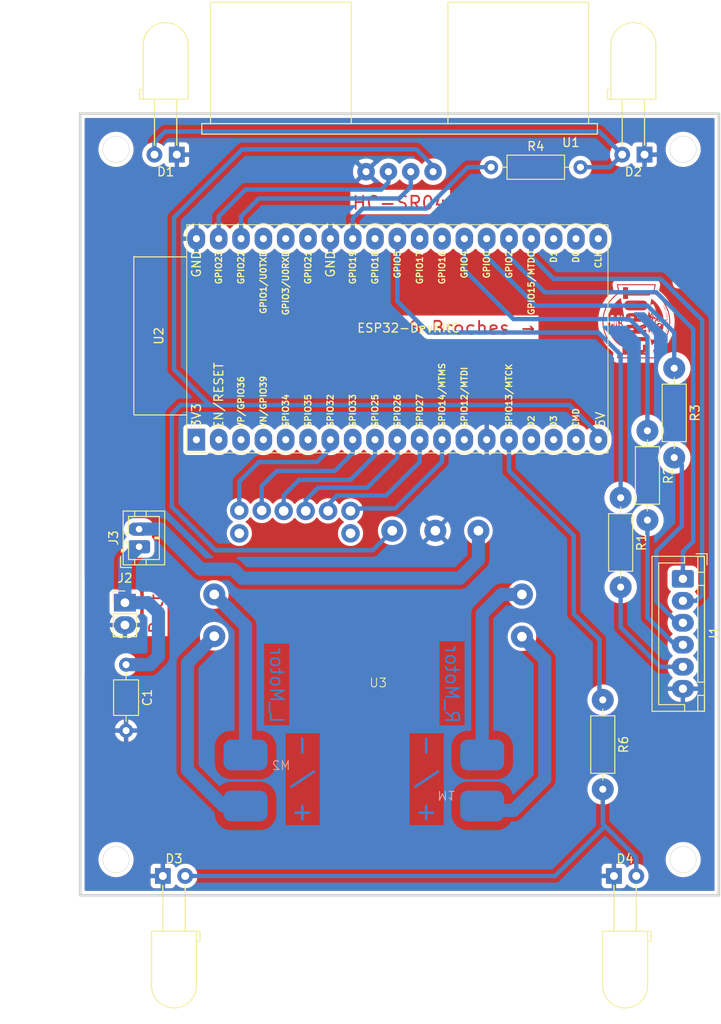
<source format=kicad_pcb>
(kicad_pcb (version 20241229) (generator "pcbnew") (generator_version "9.0")
  (layers (0 "F.Cu" signal) (2 "B.Cu" signal) (13 "F.Paste" user) (15 "B.Paste" user) (25 "Edge.Cuts" user))
  (net 0 "")
  (net 3 "GPIO26")
  (net 9 "GPIO27")
  (net 11 "GPIO5")
  (net 12 "GPIO32")
  (net 13 "Net-(J1-Pin_3)")
  (net 14 "unconnected-(U2-GPIO17-Pad28)")
  (net 15 "Net-(J1-Pin_4)")
  (net 18 "GPIO14")
  (net 20 "GPIO33")
  (net 21 "GPIO25")
  (net 23 "Net-(J1-Pin_5)")
  (net 27 "GND")
  (net 28 "5V")
  (net 29 "GPIO23")
  (net 30 "GPIO22")
  (net 31 "12V")
  (net 32 "Net-(M1-+)")
  (net 33 "Net-(M1--)")
  (net 34 "Net-(M2-+)")
  (net 35 "Net-(M2--)")
  (net 36 "Net-(J2-Pin_1)")
  (net 37 "Net-(D1-A)")
  (net 38 "GPIO12")
  (net 39 "GPIO0")
  (net 40 "GPIO2")
  (net 41 "GPIO4")
  (net 42 "GPIO13")
  (net 43 "GPIO21")
  (net 44 "GPIO15")
  (net 45 "Net-(D3-A)")
  (net 46 "GPIO19")
  (net 47 "GPIO18")
  (footprint "Resistor_THT:R_Axial_DIN0207_L6.3mm_D2.5mm_P10.16mm_Horizontal" (layer "F.Cu") (at 168.148 133.223 -90)
    (property "Reference" "R6")
    (property "Value" "150Ω")
  )
  (footprint "Resistor_THT:R_Axial_DIN0207_L6.3mm_D2.5mm_P10.16mm_Horizontal" (layer "F.Cu") (at 173.228 102.616 -90)
    (property "Reference" "R2")
    (property "Value" "330Ω")
  )
  (footprint "LED_THT:LED_D5.0mm_Horizontal_O6.35mm_Z3.0mm" (layer "F.Cu") (at 172.8978 71.2108 180)
    (property "Reference" "D2")
    (property "Value" "W_LED")
  )
  (footprint "Connector_JST:JST_XH_B6B-XH-A_1x06_P2.50mm_Vertical" (layer "F.Cu") (at 177.26 119.456 -90)
    (property "Reference" "J1")
    (property "Value" "Conn_01x06_Socket")
  )
  (footprint "Capacitor_THT:C_Axial_L3.8mm_D2.6mm_P7.50mm_Horizontal" (layer "F.Cu") (at 113.919 129.219 -90)
    (property "Reference" "C1")
    (property "Value" "470uF")
  )
  (footprint "LED_THT:LED_D5.0mm_Horizontal_O6.35mm_Z3.0mm" (layer "F.Cu") (at 169.418 153.249)
    (property "Reference" "D4")
    (property "Value" "R_LED")
  )
  (footprint "LED_THT:LED_D5.0mm_Horizontal_O6.35mm_Z3.0mm" (layer "F.Cu") (at 118.105 153.249)
    (property "Reference" "D3")
    (property "Value" "R_LED")
  )
  (footprint "PCM_Espressif:ESP32-DevKitC" (layer "F.Cu") (at 146.05 90.932 90)
    (property "Reference" "U2")
    (property "Value" "ESP32-DevKitC")
  )
  (footprint "Resistor_THT:R_Axial_DIN0207_L6.3mm_D2.5mm_P10.16mm_Horizontal" (layer "F.Cu") (at 170.18 110.236 -90)
    (property "Reference" "R1")
    (property "Value" "330Ω")
  )
  (footprint "Resistor_THT:R_Axial_DIN0207_L6.3mm_D2.5mm_P10.16mm_Horizontal" (layer "F.Cu") (at 176.276 95.504 -90)
    (property "Reference" "R3")
    (property "Value" "330Ω")
  )
  (footprint "Connector_PinHeader_2.54mm:PinHeader_1x02_P2.54mm_Vertical" (layer "F.Cu") (at 113.792 122.169)
    (property "Reference" "J2")
    (property "Value" "Conn_01x02_Pin")
  )
  (footprint "components:Driver_Motor_L298N" (layer "F.Cu") (at 142.602 131.784)
    (property "Reference" "U3")
    (property "Value" "~")
  )
  (footprint "components:XCVR_HC-SR04" (layer "F.Cu") (at 145.034 73.152 180)
    (property "Reference" "U1")
    (property "Value" "HC-SR04")
  )
  (footprint "LED_THT:LED_D5.0mm_Horizontal_O6.35mm_Z3.0mm" (layer "F.Cu") (at 119.6898 71.2108 180)
    (property "Reference" "D1")
    (property "Value" "W_LED")
  )
  (footprint "Resistor_THT:R_Axial_DIN0207_L6.3mm_D2.5mm_P10.16mm_Horizontal" (layer "F.Cu") (at 155.448 72.644)
    (property "Reference" "R4")
    (property "Value" "150Ω")
  )
  (footprint "Connector_JST:JST_PH_B2B-PH-K_1x02_P2.00mm_Vertical" (layer "F.Cu") (at 115.401 115.808 90)
    (property "Reference" "J3")
    (property "Value" "Conn_01x02_Pin")
  )
  (footprint "components:Pad_Motor_DC_CMS" (layer "B.Cu") (at 154.432 142.388)
    (property "Reference" "M1")
    (property "Value" "Motor_DC")
  )
  (footprint "components:Pad_Motor_DC_CMS" (layer "B.Cu") (at 127.508 142.388 180)
    (property "Reference" "M2")
    (property "Value" "Motor_DC")
  )
  (gr_poly (pts (xy 175.331437 91.175705) (xy 175.332213 91.173271) (xy 175.333052 91.17093) (xy 175.333958 91.168682) (xy 175.334931 91.166527) (xy 175.335973 91.164465) (xy 175.337088 91.162496) (xy 175.338276 91.16062) (xy 175.33954 91.158837) (xy 175.340881 91.157147) (xy 175.342302 91.155551) (xy 175.343804 91.154047) (xy 175.34539 91.152636) (xy 175.34706 91.151318) (xy 175.348818 91.150094) (xy 175.350665 91.148962) (xy 175.352604 91.147923) (xy 175.354589 91.146993) (xy 175.35658 91.146184) (xy 175.358583 91.145496) (xy 175.360603 91.144926) (xy 175.362647 91.144472) (xy 175.364719 91.144133) (xy 175.366826 91.143906) (xy 175.368975 91.143789) (xy 175.371169 91.143781) (xy 175.373416 91.14388) (xy 175.375721 91.144083) (xy 175.37809 91.144389) (xy 175.380529 91.144795) (xy 175.383043 91.145301) (xy 175.385639 91.145903) (xy 175.388322 91.1466) (xy 175.467698 91.170413) (xy 175.470612 91.171421) (xy 175.473403 91.172464) (xy 175.476069 91.173546) (xy 175.478612 91.174671) (xy 175.48103 91.175842) (xy 175.483325 91.177063) (xy 175.485495 91.178339) (xy 175.487541 91.179673) (xy 175.489464 91.181069) (xy 175.491262 91.182531) (xy 175.492936 91.184062) (xy 175.494487 91.185668) (xy 175.495913 91.18735) (xy 175.497215 91.189114) (xy 175.498394 91.190964) (xy 175.499448 91.192902) (xy 175.500379 91.194903) (xy 175.501187 91.196936) (xy 175.501875 91.199004) (xy 175.502445 91.201109) (xy 175.502899 91.203252) (xy 175.503239 91.205436) (xy 175.503466 91.207663) (xy 175.503582 91.209935) (xy 175.50359 91.212253) (xy 175.503492 91.214619) (xy 175.503288 91.217036) (xy 175.502982 91.219505) (xy 175.502576 91.222029) (xy 175.50207 91.224608) (xy 175.501468 91.227246) (xy 175.50077 91.229944) (xy 175.490188 91.263017) (xy 175.474312 91.25818) (xy 175.474312 91.231267) (xy 175.47828 91.220684) (xy 175.478731 91.219459) (xy 175.479092 91.218266) (xy 175.479368 91.217103) (xy 175.479562 91.215971) (xy 175.479679 91.214871) (xy 175.479722 91.213801) (xy 175.479696 91.212762) (xy 175.479604 91.211754) (xy 175.479449 91.210778) (xy 175.479237 91.209832) (xy 175.47897 91.208917) (xy 175.478653 91.208034) (xy 175.478289 91.207181) (xy 175.477883 91.206359) (xy 175.477438 91.205569) (xy 175.476958 91.204809) (xy 175.476702 91.204441) (xy 175.476431 91.20408) (xy 175.475845 91.20338) (xy 175.4752 91.202707) (xy 175.474498 91.20206) (xy 175.473743 91.201436) (xy 175.472935 91.200833) (xy 175.472077 91.200249) (xy 175.47117 91.199683) (xy 175.470217 91.199132) (xy 175.46922 91.198595) (xy 175.468179 91.198069) (xy 175.467098 91.197553) (xy 175.465979 91.197045) (xy 175.464822 91.196543) (xy 175.462407 91.195548) (xy 175.380385 91.170413) (xy 175.37916 91.169948) (xy 175.377964 91.169545) (xy 175.376795 91.169204) (xy 175.375652 91.168925) (xy 175.374531 91.168708) (xy 175.373432 91.168553) (xy 175.372352 91.16846) (xy 175.37129 91.168429) (xy 175.370243 91.16846) (xy 175.36921 91.168553) (xy 175.368189 91.168708) (xy 175.367177 91.168925) (xy 175.366173 91.169204) (xy 175.365175 91.169545) (xy 175.36418 91.169948) (xy 175.363188 91.170413) (xy 175.362226 91.17091) (xy 175.361322 91.171416) (xy 175.360473 91.171936) (xy 175.359673 91.17248) (xy 175.358921 91.173055) (xy 175.358211 91.173669) (xy 175.35754 91.174329) (xy 175.356904 91.175043) (xy 175.356298 91.17582) (xy 175.35572 91.176666) (xy 175.355165 91.17759) (xy 175.35463 91.178599) (xy 175.35411 91.179701) (xy 175.353602 91.180903) (xy 175.353101 91.182215) (xy 175.352604 91.183642) (xy 175.348636 91.194225) (xy 175.474312 91.231267) (xy 175.474312 91.25818) (xy 175.320854 91.211424)) (stroke (width -0.000001)) (fill yes) (layer "F.Cu"))
  (gr_poly (pts (xy 173.370458 89.284487) (xy 173.370589 89.281888) (xy 173.370841 89.27926) (xy 173.371702 89.273936) (xy 173.373025 89.268555) (xy 173.374798 89.263159) (xy 173.377006 89.257788) (xy 173.379638 89.252483) (xy 173.382678 89.247285) (xy 173.386114 89.242234) (xy 173.389931 89.237371) (xy 173.394116 89.232737) (xy 173.398657 89.228372) (xy 173.403674 89.224404) (xy 173.40878 89.220936) (xy 173.41394 89.217971) (xy 173.41912 89.215515) (xy 173.421707 89.214478) (xy 173.424285 89.21357) (xy 173.42685 89.21279) (xy 173.429399 89.21214) (xy 173.431926 89.21162) (xy 173.434428 89.21123) (xy 173.436899 89.210971) (xy 173.439336 89.210843) (xy 173.441734 89.210847) (xy 173.44409 89.210983) (xy 173.446397 89.211252) (xy 173.448653 89.211654) (xy 173.450853 89.21219) (xy 173.452992 89.21286) (xy 173.455066 89.213665) (xy 173.457071 89.214605) (xy 173.459003 89.215681) (xy 173.460856 89.216892) (xy 173.462627 89.218241) (xy 173.464311 89.219726) (xy 173.465905 89.221349) (xy 173.467402 89.223111) (xy 173.4688 89.22501) (xy 173.470094 89.227049) (xy 173.471268 89.229191) (xy 173.472312 89.231399) (xy 173.473226 89.233668) (xy 173.474011 89.235994) (xy 173.474668 89.238372) (xy 173.475198 89.240798) (xy 173.475602 89.243267) (xy 173.475882 89.245776) (xy 173.476037 89.24832) (xy 173.476069 89.250894) (xy 173.475979 89.253494) (xy 173.475768 89.256117) (xy 173.475437 89.258756) (xy 173.474986 89.261409) (xy 173.473732 89.266736) (xy 173.472012 89.272063) (xy 173.469835 89.277356) (xy 173.467209 89.282578) (xy 173.464141 89.287696) (xy 173.460638 89.292674) (xy 173.456709 89.297478) (xy 173.454588 89.299804) (xy 173.452362 89.302073) (xy 173.450034 89.304281) (xy 173.447604 89.306424) (xy 173.442587 89.310392) (xy 173.437481 89.31386) (xy 173.43232 89.316824) (xy 173.42714 89.319281) (xy 173.424554 89.320318) (xy 173.421976 89.321226) (xy 173.41941 89.322005) (xy 173.416862 89.322655) (xy 173.414335 89.323176) (xy 173.411833 89.323565) (xy 173.409362 89.323824) (xy 173.406924 89.323952) (xy 173.404526 89.323948) (xy 173.402171 89.323812) (xy 173.399863 89.323543) (xy 173.397607 89.323141) (xy 173.395407 89.322605) (xy 173.393268 89.321935) (xy 173.391194 89.32113) (xy 173.389189 89.32019) (xy 173.387258 89.319115) (xy 173.385404 89.317903) (xy 173.383634 89.316554) (xy 173.381949 89.315069) (xy 173.380356 89.313446) (xy 173.378858 89.311685) (xy 173.37746 89.309785) (xy 173.376167 89.307747) (xy 173.374996 89.30572) (xy 173.373963 89.303614) (xy 173.373066 89.301433) (xy 173.372304 89.299181) (xy 173.371674 89.296865) (xy 173.371176 89.294489) (xy 173.370806 89.292058) (xy 173.370565 89.289577) (xy 173.370449 89.287052)) (stroke (width -0.000001)) (fill yes) (layer "F.Cu"))
  (gr_poly (pts (xy 176.57984 81.042524) (xy 176.581308 81.015797) (xy 176.583364 80.991361) (xy 176.586008 80.969981) (xy 176.589239 80.952421) (xy 176.593057 80.939445) (xy 176.595186 80.934914) (xy 176.597463 80.931816) (xy 176.59949 80.930499) (xy 176.602941 80.92924) (xy 176.614479 80.926888) (xy 176.632803 80.924746) (xy 176.65864 80.922803) (xy 176.692718 80.921045) (xy 176.735764 80.919459) (xy 176.851669 80.916752) (xy 177.012173 80.914581) (xy 177.223093 80.912842) (xy 177.819455 80.910252) (xy 179.02355 80.906587) (xy 179.02355 79.8891) (xy 179.05453 79.871904) (xy 179.063868 79.867748) (xy 179.075639 79.864165) (xy 179.089498 79.861155) (xy 179.105105 79.858714) (xy 179.122114 79.856843) (xy 179.140183 79.855538) (xy 179.158969 79.854798) (xy 179.178128 79.85462) (xy 179.197317 79.855004) (xy 179.216193 79.855947) (xy 179.234412 79.857448) (xy 179.251632 79.859504) (xy 179.267509 79.862114) (xy 179.2817 79.865275) (xy 179.293862 79.868987) (xy 179.303651 79.873247) (xy 179.340235 79.892784) (xy 179.339684 80.541039) (xy 179.338631 80.874313) (xy 179.335474 81.077041) (xy 179.332781 81.140085) (xy 179.329172 81.183254) (xy 179.324516 81.210802) (xy 179.318683 81.226983) (xy 179.318682 81.226984) (xy 179.316405 81.230878) (xy 179.313809 81.23477) (xy 179.310925 81.238634) (xy 179.307782 81.242447) (xy 179.30441 81.246183) (xy 179.30084 81.249819) (xy 179.297099 81.253328) (xy 179.293219 81.256687) (xy 179.289229 81.259871) (xy 179.285159 81.262855) (xy 179.281038 81.265614) (xy 179.276897 81.268124) (xy 179.272764 81.27036) (xy 179.26867 81.272297) (xy 179.264644 81.27391) (xy 179.260716 81.275175) (xy 179.226566 81.277285) (xy 179.143262 81.279253) (xy 178.851194 81.282592) (xy 178.428529 81.284849) (xy 177.919282 81.285677) (xy 177.271168 81.28491) (xy 176.869467 81.28214) (xy 176.662219 81.276664) (xy 176.615278 81.272691) (xy 176.597466 81.267777) (xy 176.59519 81.264679) (xy 176.59306 81.260149) (xy 176.589241 81.247173) (xy 176.58601 81.229614) (xy 176.583366 81.208234) (xy 176.58131 81.183799) (xy 176.579841 81.157072) (xy 176.578665 81.099798)) (stroke (width -0.000001)) (fill yes) (layer "F.Cu"))
  (gr_poly (pts (xy 170.246623 91.019811) (xy 170.256758 91.013075) (xy 170.266007 91.0048) (xy 170.274405 90.995098) (xy 170.281991 90.984083) (xy 170.288801 90.971869) (xy 170.294872 90.958569) (xy 170.300241 90.944298) (xy 170.304945 90.929167) (xy 170.309022 90.913292) (xy 170.315441 90.879762) (xy 170.319795 90.844615) (xy 170.322379 90.808761) (xy 170.32349 90.773108) (xy 170.323426 90.738566) (xy 170.320953 90.676448) (xy 170.314938 90.605528) (xy 170.325748 90.64908) (xy 170.344869 90.730709) (xy 170.355026 90.77677) (xy 170.364237 90.821514) (xy 170.371495 90.861328) (xy 170.374077 90.878258) (xy 170.375792 90.8926) (xy 170.376306 90.89938) (xy 170.376615 90.905834) (xy 170.376668 90.917793) (xy 170.376051 90.928534) (xy 170.374862 90.938117) (xy 170.3732 90.946599) (xy 170.371164 90.954039) (xy 170.368853 90.960494) (xy 170.366366 90.966022) (xy 170.363801 90.970683) (xy 170.361258 90.974534) (xy 170.358835 90.977632) (xy 170.35663 90.980037) (xy 170.353274 90.982998) (xy 170.35198 90.983882) (xy 170.235563 91.024892)) (stroke (width -0.000001)) (fill yes) (layer "F.Cu"))
  (gr_poly (pts (xy 173.410563 89.814423) (xy 173.407917 90.803965) (xy 173.295469 90.757663) (xy 173.295469 89.864694)) (stroke (width -0.000001)) (fill yes) (layer "F.Cu"))
  (gr_poly (pts (xy 173.663893 90.886004) (xy 173.664333 90.881059) (xy 173.66501 90.8761) (xy 173.665922 90.871136) (xy 173.667063 90.866178) (xy 173.668432 90.861233) (xy 173.670025 90.856312) (xy 173.671839 90.851425) (xy 173.673869 90.846579) (xy 173.676113 90.841787) (xy 173.678567 90.837055) (xy 173.681228 90.832395) (xy 173.684093 90.827815) (xy 173.687157 90.823325) (xy 173.690419 90.818934) (xy 173.693873 90.814652) (xy 173.697518 90.810488) (xy 173.701349 90.806452) (xy 173.705363 90.802553) (xy 173.709557 90.7988) (xy 173.713927 90.795204) (xy 173.718471 90.791772) (xy 173.723184 90.788516) (xy 173.728063 90.785444) (xy 173.732925 90.782592) (xy 173.737833 90.779986) (xy 173.742777 90.777625) (xy 173.747749 90.77551) (xy 173.752739 90.773637) (xy 173.757738 90.772006) (xy 173.762738 90.770616) (xy 173.767729 90.769466) (xy 173.772703 90.768554) (xy 173.777651 90.767879) (xy 173.782563 90.76744) (xy 173.787431 90.767236) (xy 173.792246 90.767265) (xy 173.796998 90.767527) (xy 173.801679 90.76802) (xy 173.80628 90.768742) (xy 173.810792 90.769694) (xy 173.815206 90.770872) (xy 173.819512 90.772277) (xy 173.823703 90.773907) (xy 173.827768 90.775761) (xy 173.8317 90.777838) (xy 173.835489 90.780135) (xy 173.839126 90.782654) (xy 173.842602 90.785391) (xy 173.845908 90.788345) (xy 173.849035 90.791517) (xy 173.851975 90.794903) (xy 173.854718 90.798504) (xy 173.857255 90.802318) (xy 173.859578 90.806343) (xy 173.861677 90.810579) (xy 173.863527 90.814969) (xy 173.865108 90.819451) (xy 173.866425 90.824016) (xy 173.86748 90.828656) (xy 173.868278 90.833362) (xy 173.868822 90.838124) (xy 173.869115 90.842936) (xy 173.86916 90.847787) (xy 173.868961 90.852669) (xy 173.868521 90.857573) (xy 173.867844 90.862491) (xy 173.866933 90.867413) (xy 173.865791 90.872332) (xy 173.864422 90.877238) (xy 173.862829 90.882123) (xy 173.861016 90.886978) (xy 173.858985 90.891794) (xy 173.856741 90.896563) (xy 173.854287 90.901275) (xy 173.851626 90.905923) (xy 173.848762 90.910496) (xy 173.845697 90.914988) (xy 173.842436 90.919388) (xy 173.838981 90.923689) (xy 173.835336 90.927881) (xy 173.831505 90.931956) (xy 173.827491 90.935905) (xy 173.823297 90.939719) (xy 173.818927 90.94339) (xy 173.814384 90.946908) (xy 173.809671 90.950266) (xy 173.804792 90.953454) (xy 173.799813 90.956423) (xy 173.794804 90.959131) (xy 173.789772 90.961579) (xy 173.784726 90.963769) (xy 173.779674 90.965703) (xy 173.774625 90.967384) (xy 173.769587 90.968812) (xy 173.764567 90.969991) (xy 173.759575 90.970921) (xy 173.754617 90.971606) (xy 173.749704 90.972046) (xy 173.744842 90.972244) (xy 173.740041 90.972202) (xy 173.735307 90.971921) (xy 173.73065 90.971404) (xy 173.726078 90.970652) (xy 173.721599 90.969668) (xy 173.717222 90.968454) (xy 173.712953 90.96701) (xy 173.708803 90.96534) (xy 173.704778 90.963445) (xy 173.700888 90.961327) (xy 173.69714 90.958989) (xy 173.693543 90.956431) (xy 173.690105 90.953656) (xy 173.686833 90.950666) (xy 173.683738 90.947464) (xy 173.680825 90.944049) (xy 173.678105 90.940426) (xy 173.675585 90.936595) (xy 173.673273 90.932559) (xy 173.671177 90.928319) (xy 173.669328 90.923925) (xy 173.667747 90.919433) (xy 173.66643 90.914851) (xy 173.665374 90.910188) (xy 173.664576 90.905455) (xy 173.664032 90.900661) (xy 173.66374 90.895814) (xy 173.663694 90.890926)) (stroke (width -0.000001)) (fill yes) (layer "F.Cu"))
  (gr_poly (pts (xy 170.594348 88.343228) (xy 170.595173 88.319823) (xy 170.596547 88.296939) (xy 170.598471 88.274575) (xy 170.600942 88.252732) (xy 170.603962 88.231411) (xy 170.607529 88.210613) (xy 170.611643 88.190337) (xy 170.616303 88.170585) (xy 170.62151 88.151356) (xy 170.627262 88.132651) (xy 170.633559 88.114471) (xy 170.640401 88.096816) (xy 170.647786 88.079687) (xy 170.655715 88.063084) (xy 170.664188 88.047007) (xy 170.673202 88.031458) (xy 170.682759 88.016436) (xy 170.692858 88.001942) (xy 170.703498 87.987977) (xy 170.714678 87.974541) (xy 170.726399 87.961635) (xy 170.738659 87.949258) (xy 170.751459 87.937412) (xy 170.764797 87.926097) (xy 170.778674 87.915313) (xy 170.793088 87.905061) (xy 170.808039 87.895342) (xy 170.823528 87.886155) (xy 170.839552 87.877502) (xy 170.856113 87.869383) (xy 170.873208 87.861799) (xy 170.885394 87.855565) (xy 170.898633 87.849761) (xy 170.912927 87.844378) (xy 170.928275 87.839412) (xy 170.944677 87.834857) (xy 170.962133 87.830708) (xy 170.980644 87.826957) (xy 171.000208 87.823599) (xy 171.0425 87.818042) (xy 171.089009 87.813988) (xy 171.139735 87.811391) (xy 171.194677 87.810205) (xy 172.636656 87.810205) (xy 172.684714 87.811026) (xy 172.730658 87.813489) (xy 172.774482 87.817591) (xy 172.81618 87.823331) (xy 172.855746 87.830706) (xy 172.874728 87.835006) (xy 172.893175 87.839715) (xy 172.911086 87.844831) (xy 172.928461 87.850355) (xy 172.945298 87.856287) (xy 172.961597 87.862625) (xy 172.977358 87.869371) (xy 172.992579 87.876523) (xy 173.00726 87.884082) (xy 173.0214 87.892047) (xy 173.034998 87.900418) (xy 173.048054 87.909195) (xy 173.060567 87.918377) (xy 173.072536 87.927965) (xy 173.083961 87.937958) (xy 173.09484 87.948355) (xy 173.105174 87.959157) (xy 173.11496 87.970363) (xy 173.124199 87.981973) (xy 173.13289 87.993987) (xy 173.141032 88.006405) (xy 173.148625 88.019226) (xy 173.159416 88.033814) (xy 173.169468 88.049304) (xy 173.178789 88.065697) (xy 173.187382 88.082994) (xy 173.195255 88.101199) (xy 173.202412 88.120313) (xy 173.208861 88.140337) (xy 173.214605 88.161274) (xy 173.219653 88.183126) (xy 173.224008 88.205894) (xy 173.227677 88.229581) (xy 173.230667 88.254188) (xy 173.232981 88.279718) (xy 173.234628 88.306172) (xy 173.235611 88.333553) (xy 173.235938 88.361861) (xy 173.235938 88.398903) (xy 173.235616 88.422455) (xy 173.234651 88.445488) (xy 173.233043 88.468001) (xy 173.230793 88.489993) (xy 173.2279 88.511463) (xy 173.224366 88.532412) (xy 173.220189 88.552838) (xy 173.21537 88.572742) (xy 173.20991 88.592123) (xy 173.203809 88.61098) (xy 173.197067 88.629312) (xy 173.189685 88.64712) (xy 173.181661 88.664403) (xy 173.172998 88.68116) (xy 173.163694 88.697391) (xy 173.153751 88.713095) (xy 173.143169 88.728273) (xy 173.131947 88.742922) (xy 173.120086 88.757044) (xy 173.107586 88.770637) (xy 173.094448 88.783701) (xy 173.080671 88.796236) (xy 173.066604 88.807951) (xy 173.066604 88.545747) (xy 173.066604 88.533841) (xy 173.05999 88.533841) (xy 173.05999 88.545747) (xy 173.066604 88.545747) (xy 173.066604 88.807951) (xy 173.066257 88.80824) (xy 173.053375 88.81806) (xy 173.053375 88.494153) (xy 173.054631 88.493439) (xy 173.05592 88.492786) (xy 173.057244 88.49219) (xy 173.058605 88.491651) (xy 173.060004 88.491167) (xy 173.061444 88.490734) (xy 173.062927 88.490352) (xy 173.064454 88.490018) (xy 173.066028 88.489731) (xy 173.067651 88.489489) (xy 173.069323 88.489289) (xy 173.071048 88.48913) (xy 173.072828 88.489009) (xy 173.074663 88.488925) (xy 173.07851 88.488861) (xy 173.07851 88.482246) (xy 173.053375 88.482246) (xy 173.046761 88.494153) (xy 173.053375 88.494153) (xy 173.053375 88.81806) (xy 173.051205 88.819714) (xy 173.035515 88.830657) (xy 173.02824 88.835296) (xy 173.02824 88.570882) (xy 173.02824 88.558976) (xy 173.016333 88.558976) (xy 173.016333 88.570882) (xy 173.02824 88.570882) (xy 173.02824 88.835296) (xy 173.019187 88.841069) (xy 173.002223 88.850949) (xy 172.99649 88.853993) (xy 172.99649 88.647611) (xy 172.997222 88.647475) (xy 172.997932 88.647317) (xy 172.998618 88.647136) (xy 172.99928 88.646934) (xy 172.99992 88.64671) (xy 173.000536 88.646466) (xy 173.001129 88.646201) (xy 173.001699 88.645916) (xy 173.002245 88.645612) (xy 173.002768 88.645289) (xy 173.003268 88.644947) (xy 173.003745 88.644588) (xy 173.004199 88.644211) (xy 173.004629 88.643817) (xy 173.005036 88.643407) (xy 173.005419 88.642981) (xy 173.00578 88.642539) (xy 173.006117 88.642082) (xy 173.006431 88.641611) (xy 173.006722 88.641125) (xy 173.006989 88.640627) (xy 173.007233 88.640115) (xy 173.007454 88.63959) (xy 173.007652 88.639053) (xy 173.007826 88.638505) (xy 173.007977 88.637945) (xy 173.008105 88.637375) (xy 173.00821 88.636795) (xy 173.008291 88.636205) (xy 173.008349 88.635606) (xy 173.008396 88.634382) (xy 173.008396 88.609246) (xy 173.006907 88.609386) (xy 173.005417 88.609809) (xy 173.003922 88.610519) (xy 173.002422 88.61152) (xy 173.001313 88.612472) (xy 173.001313 88.50626) (xy 173.001895 88.506231) (xy 173.002492 88.506164) (xy 173.003104 88.50606) (xy 173.003104 88.494153) (xy 172.991198 88.494153) (xy 172.991477 88.495609) (xy 172.991818 88.496997) (xy 172.992221 88.498312) (xy 172.992446 88.49894) (xy 172.992686 88.499548) (xy 172.992942 88.500134) (xy 172.993213 88.500698) (xy 172.9935 88.501239) (xy 172.993802 88.501757) (xy 172.99412 88.50225) (xy 172.994453 88.502719) (xy 172.994802 88.503162) (xy 172.995167 88.503579) (xy 172.995546 88.503968) (xy 172.995942 88.50433) (xy 172.996353 88.504663) (xy 172.996779 88.504966) (xy 172.997221 88.50524) (xy 172.997678 88.505483) (xy 172.998151 88.505694) (xy 172.998639 88.505873) (xy 172.999143 88.506019) (xy 172.999662 88.506132) (xy 173.000197 88.50621) (xy 173.000748 88.506253) (xy 173.001313 88.50626) (xy 173.001313 88.612472) (xy 173.000914 88.612815) (xy 172.999397 88.614408) (xy 172.997867 88.616304) (xy 172.996325 88.618506) (xy 172.994766 88.621019) (xy 172.99319 88.623845) (xy 172.991595 88.626989) (xy 172.989979 88.630454) (xy 172.988339 88.634245) (xy 172.986674 88.638366) (xy 172.984982 88.64282) (xy 172.983261 88.647611) (xy 172.99649 88.647611) (xy 172.99649 88.853993) (xy 172.984622 88.860296) (xy 172.966384 88.86911) (xy 172.952833 88.875055) (xy 172.952833 88.582789) (xy 172.952833 88.569559) (xy 172.946219 88.569559) (xy 172.946219 88.582789) (xy 172.952833 88.582789) (xy 172.952833 88.875055) (xy 172.94751 88.877391) (xy 172.928 88.885138) (xy 172.907854 88.89235) (xy 172.88392 88.899792) (xy 172.859754 88.906241) (xy 172.83537 88.911698) (xy 172.810785 88.916163) (xy 172.786014 88.919636) (xy 172.761073 88.922117) (xy 172.735976 88.923605) (xy 172.71074 88.924101) (xy 172.661791 88.924101) (xy 172.661791 88.480925) (xy 172.670089 88.480824) (xy 172.678117 88.480522) (xy 172.685873 88.480019) (xy 172.69336 88.479315) (xy 172.700578 88.47841) (xy 172.707527 88.477306) (xy 172.714207 88.476001) (xy 172.72062 88.474496) (xy 172.726765 88.472792) (xy 172.732643 88.470888) (xy 172.738255 88.468785) (xy 172.7436 88.466484) (xy 172.748681 88.463983) (xy 172.753496 88.461285) (xy 172.758046 88.458388) (xy 172.762333 88.455293) (xy 172.766356 88.452001) (xy 172.770116 88.448511) (xy 172.773614 88.444824) (xy 172.776849 88.44094) (xy 172.779823 88.436859) (xy 172.782535 88.432582) (xy 172.784987 88.428109) (xy 172.787179 88.42344) (xy 172.789111 88.418575) (xy 172.790784 88.413514) (xy 172.792198 88.408259) (xy 172.793354 88.402808) (xy 172.794253 88.397162) (xy 172.794894 88.391322) (xy 172.795278 88.385288) (xy 172.795406 88.37906) (xy 172.795406 88.34731) (xy 172.795228 88.341449) (xy 172.794693 88.335775) (xy 172.793801 88.330287) (xy 172.792553 88.324985) (xy 172.790949 88.319869) (xy 172.788988 88.314939) (xy 172.78667 88.310196) (xy 172.783996 88.305638) (xy 172.780965 88.301266) (xy 172.777578 88.29708) (xy 172.773834 88.29308) (xy 172.769733 88.289267) (xy 172.760463 88.282197) (xy 172.749766 88.275872) (xy 172.737642 88.270291) (xy 172.724093 88.265454) (xy 172.709117 88.261361) (xy 172.692715 88.258013) (xy 172.674886 88.255408) (xy 172.655632 88.253548) (xy 172.634951 88.252432) (xy 172.612844 88.25206) (xy 172.612844 88.252061) (xy 172.383979 88.252061) (xy 172.383979 87.970278) (xy 172.383979 87.951757) (xy 172.377365 87.951757) (xy 172.377365 87.970278) (xy 172.383979 87.970278) (xy 172.383979 88.252061) (xy 172.256979 88.252061) (xy 172.256979 87.980861) (xy 172.256979 87.943819) (xy 172.256247 87.943831) (xy 172.255537 87.943866) (xy 172.254851 87.943924) (xy 172.254188 87.944005) (xy 172.253549 87.94411) (xy 172.252933 87.944238) (xy 172.25234 87.944389) (xy 172.25177 87.944563) (xy 172.251224 87.944761) (xy 172.2507 87.944982) (xy 172.2502 87.945226) (xy 172.249724 87.945494) (xy 172.24927 87.945784) (xy 172.24884 87.946098) (xy 172.248433 87.946436) (xy 172.248049 87.946796) (xy 172.247689 87.94718) (xy 172.247352 87.947587) (xy 172.247038 87.948017) (xy 172.246747 87.94847) (xy 172.24648 87.948947) (xy 172.246236 87.949447) (xy 172.246015 87.94997) (xy 172.245817 87.950517) (xy 172.245643 87.951087) (xy 172.245492 87.95168) (xy 172.245364 87.952296) (xy 172.245259 87.952935) (xy 172.245178 87.953598) (xy 172.24512 87.954284) (xy 172.245085 87.954993) (xy 172.245073 87.955726) (xy 172.245073 87.967632) (xy 172.245352 87.969307) (xy 172.245515 87.970098) (xy 172.245693 87.970859) (xy 172.245887 87.97159) (xy 172.246096 87.972292) (xy 172.246321 87.972963) (xy 172.246561 87.973606) (xy 172.246817 87.974219) (xy 172.247088 87.974804) (xy 172.247375 87.97536) (xy 172.247677 87.975887) (xy 172.247995 87.976387) (xy 172.248329 87.976859) (xy 172.248677 87.977303) (xy 172.249042 87.977719) (xy 172.249421 87.978109) (xy 172.249817 87.978472) (xy 172.250228 87.978808) (xy 172.250654 87.979117) (xy 172.251096 87.979401) (xy 172.251553 87.979658) (xy 172.252026 87.97989) (xy 172.252514 87.980097) (xy 172.253018 87.980278) (xy 172.253537 87.980434) (xy 172.254072 87.980566) (xy 172.254623 87.980673) (xy 172.255188 87.980756) (xy 172.25577 87.980815) (xy 172.256367 87.98085) (xy 172.256979 87.980861) (xy 172.256979 88.252061) (xy 172.181573 88.252061) (xy 172.181573 88.110507) (xy 172.182306 88.110371) (xy 172.183015 88.110213) (xy 172.183701 88.110033) (xy 172.184364 88.10983) (xy 172.185003 88.109606) (xy 172.185619 88.109362) (xy 172.186212 88.109097) (xy 172.186782 88.108812) (xy 172.187329 88.108508) (xy 172.187852 88.108185) (xy 172.188352 88.107844) (xy 172.188829 88.107484) (xy 172.189282 88.107107) (xy 172.189712 88.106713) (xy 172.190119 88.106303) (xy 172.190503 88.105877) (xy 172.190863 88.105435) (xy 172.1912 88.104978) (xy 172.191514 88.104507) (xy 172.191805 88.104022) (xy 172.192072 88.103523) (xy 172.192317 88.103011) (xy 172.192537 88.102486) (xy 172.192735 88.101949) (xy 172.19291 88.101401) (xy 172.193061 88.100841) (xy 172.193189 88.100271) (xy 172.193293 88.099691) (xy 172.193375 88.099101) (xy 172.193433 88.098502) (xy 172.193479 88.097278) (xy 172.193433 88.095821) (xy 172.193375 88.095118) (xy 172.193293 88.094433) (xy 172.193189 88.093766) (xy 172.193061 88.093118) (xy 172.192909 88.09249) (xy 172.192735 88.091883) (xy 172.192537 88.091296) (xy 172.192316 88.090732) (xy 172.192072 88.090191) (xy 172.191805 88.089673) (xy 172.191514 88.08918) (xy 172.1912 88.088711) (xy 172.190863 88.088268) (xy 172.190503 88.087852) (xy 172.190119 88.087463) (xy 172.189712 88.087101) (xy 172.189282 88.086768) (xy 172.188828 88.086464) (xy 172.188352 88.086191) (xy 172.187852 88.085948) (xy 172.187328 88.085737) (xy 172.186865 88.085585) (xy 172.186865 88.015257) (xy 172.193479 87.983506) (xy 172.181573 87.983506) (xy 172.186865 87.995413) (xy 172.181573 88.00732) (xy 172.181573 88.015257) (xy 172.186865 88.015257) (xy 172.186865 88.085585) (xy 172.186782 88.085557) (xy 172.186212 88.085411) (xy 172.185619 88.085299) (xy 172.185003 88.085221) (xy 172.184364 88.085178) (xy 172.183701 88.08517) (xy 172.183015 88.0852) (xy 172.182306 88.085266) (xy 172.181573 88.085371) (xy 172.181573 88.110507) (xy 172.181573 88.252061) (xy 172.099552 88.252061) (xy 172.099552 87.988798) (xy 172.100994 87.988519) (xy 172.102343 87.988178) (xy 172.102982 87.987984) (xy 172.103599 87.987775) (xy 172.104191 87.98755) (xy 172.104761 87.98731) (xy 172.105308 87.987054) (xy 172.105831 87.986783) (xy 172.106331 87.986496) (xy 172.106808 87.986194) (xy 172.107261 87.985876) (xy 172.107691 87.985543) (xy 172.108098 87.985194) (xy 172.108482 87.984829) (xy 172.108842 87.98445) (xy 172.109179 87.984054) (xy 172.109493 87.983643) (xy 172.109784 87.983217) (xy 172.110051 87.982775) (xy 172.110296 87.982318) (xy 172.110517 87.981845) (xy 172.110714 87.981357) (xy 172.110889 87.980853) (xy 172.11104 87.980334) (xy 172.111168 87.979799) (xy 172.111272 87.979248) (xy 172.111354 87.978682) (xy 172.111412 87.978101) (xy 172.111447 87.977504) (xy 172.111458 87.976892) (xy 172.099552 87.976892) (xy 172.099552 87.988798) (xy 172.099552 88.252061) (xy 172.016208 88.252061) (xy 172.016208 88.019226) (xy 172.016208 88.007319) (xy 172.010917 88.007319) (xy 172.010917 88.019226) (xy 172.016208 88.019226) (xy 172.016208 88.252061) (xy 172.004302 88.252061) (xy 172.004302 87.976893) (xy 172.010565 87.974185) (xy 172.013255 87.973056) (xy 172.01451 87.972554) (xy 172.015712 87.972097) (xy 172.016868 87.971687) (xy 172.017983 87.971325) (xy 172.019064 87.971013) (xy 172.020115 87.970753) (xy 172.021143 87.970548) (xy 172.022154 87.970399) (xy 172.023152 87.970309) (xy 172.024146 87.970278) (xy 172.024146 87.964986) (xy 172.019557 87.964955) (xy 172.015216 87.964865) (xy 172.011123 87.964716) (xy 172.007279 87.964511) (xy 172.003682 87.964251) (xy 172.000333 87.96394) (xy 171.997233 87.963578) (xy 171.99438 87.963167) (xy 171.991776 87.96271) (xy 171.989419 87.962208) (xy 171.987311 87.961664) (xy 171.985451 87.961079) (xy 171.983838 87.960456) (xy 171.982474 87.959795) (xy 171.981885 87.959452) (xy 171.981358 87.9591) (xy 171.980893 87.95874) (xy 171.98049 87.958371) (xy 171.979166 87.964986) (xy 171.980635 87.965122) (xy 171.982065 87.96528) (xy 171.983455 87.96546) (xy 171.984804 87.965661) (xy 171.986113 87.965882) (xy 171.987381 87.966123) (xy 171.988607 87.966383) (xy 171.989791 87.96666) (xy 171.990933 87.966956) (xy 171.992031 87.967268) (xy 171.993085 87.967596) (xy 171.994096 87.967939) (xy 171.995062 87.968297) (xy 171.995983 87.968669) (xy 171.996858 87.969054) (xy 171.997687 87.969451) (xy 171.99847 87.96986) (xy 171.999206 87.97028) (xy 171.999894 87.970709) (xy 172.000535 87.971149) (xy 172.001127 87.971597) (xy 172.00167 87.972053) (xy 172.002163 87.972516) (xy 172.002607 87.972986) (xy 172.003 87.973461) (xy 172.003343 87.973942) (xy 172.003634 87.974427) (xy 172.003873 87.974916) (xy 172.00406 87.975408) (xy 172.004194 87.975901) (xy 172.004275 87.976397) (xy 172.004302 87.976893) (xy 172.004302 88.252061) (xy 171.94874 88.252061) (xy 171.94874 87.994091) (xy 171.954031 87.994091) (xy 171.953938 87.992834) (xy 171.953657 87.991543) (xy 171.953186 87.990213) (xy 171.952522 87.98884) (xy 171.951666 87.987421) (xy 171.950613 87.985951) (xy 171.949363 87.984428) (xy 171.947913 87.982846) (xy 171.946262 87.981201) (xy 171.944407 87.979492) (xy 171.942346 87.977712) (xy 171.940079 87.975859) (xy 171.937602 87.973928) (xy 171.934914 87.971916) (xy 171.932012 87.969818) (xy 171.928896 87.967632) (xy 171.928896 87.974247) (xy 171.928974 87.975255) (xy 171.929206 87.976293) (xy 171.929594 87.977363) (xy 171.930136 87.978464) (xy 171.930834 87.979596) (xy 171.931687 87.980758) (xy 171.932694 87.981952) (xy 171.933857 87.983177) (xy 171.935175 87.984433) (xy 171.936648 87.985719) (xy 171.938275 87.987037) (xy 171.940058 87.988386) (xy 171.941996 87.989765) (xy 171.944089 87.991176) (xy 171.946337 87.992618) (xy 171.94874 87.994091) (xy 171.94874 88.252061) (xy 171.902438 88.252061) (xy 171.902438 88.013934) (xy 171.902438 88.00732) (xy 171.902438 87.983506) (xy 171.901724 87.981801) (xy 171.901071 87.980158) (xy 171.900475 87.978577) (xy 171.899936 87.977058) (xy 171.899452 87.9756) (xy 171.899019 87.974205) (xy 171.898637 87.972872) (xy 171.898303 87.971601) (xy 171.898016 87.970392) (xy 171.897774 87.969244) (xy 171.897574 87.968159) (xy 171.897415 87.967136) (xy 171.897294 87.966175) (xy 171.89721 87.965276) (xy 171.897162 87.964438) (xy 171.897146 87.963663) (xy 171.895906 87.964377) (xy 171.894666 87.96503) (xy 171.893425 87.965625) (xy 171.892185 87.966164) (xy 171.890945 87.966649) (xy 171.889705 87.967082) (xy 171.888464 87.967464) (xy 171.887224 87.967797) (xy 171.885984 87.968085) (xy 171.884744 87.968327) (xy 171.883503 87.968527) (xy 171.882263 87.968686) (xy 171.881023 87.968807) (xy 171.879783 87.96889) (xy 171.878542 87.968939) (xy 171.877302 87.968955) (xy 171.877302 87.976892) (xy 171.902438 87.983506) (xy 171.902438 88.00732) (xy 171.890532 88.00732) (xy 171.890532 88.013934) (xy 171.902438 88.013934) (xy 171.902438 88.252061) (xy 171.845552 88.252061) (xy 171.845552 87.995413) (xy 171.845552 87.983506) (xy 171.838937 87.983506) (xy 171.838937 87.995413) (xy 171.845552 87.995413) (xy 171.845552 88.252061) (xy 171.827031 88.252061) (xy 171.827031 88.110507) (xy 171.827031 88.078756) (xy 171.826299 88.078768) (xy 171.82559 88.078803) (xy 171.824904 88.078861) (xy 171.824241 88.078943) (xy 171.823601 88.079047) (xy 171.822985 88.079175) (xy 171.822392 88.079326) (xy 171.821822 88.079501) (xy 171.821276 88.079698) (xy 171.820753 88.079919) (xy 171.820253 88.080164) (xy 171.819776 88.080431) (xy 171.819322 88.080722) (xy 171.818892 88.081036) (xy 171.818485 88.081373) (xy 171.818102 88.081733) (xy 171.817741 88.082117) (xy 171.817404 88.082524) (xy 171.81709 88.082954) (xy 171.816799 88.083408) (xy 171.816532 88.083885) (xy 171.816288 88.084385) (xy 171.816067 88.084908) (xy 171.815869 88.085454) (xy 171.815695 88.086024) (xy 171.815544 88.086617) (xy 171.815416 88.087234) (xy 171.815311 88.087873) (xy 171.81523 88.088536) (xy 171.815171 88.089222) (xy 171.815137 88.089931) (xy 171.815125 88.090664) (xy 171.815125 88.110507) (xy 171.827031 88.110507) (xy 171.827031 88.252061) (xy 171.803219 88.252061) (xy 171.803219 88.045684) (xy 171.806117 88.044444) (xy 171.808857 88.043203) (xy 171.811433 88.041963) (xy 171.813844 88.040723) (xy 171.816083 88.039483) (xy 171.818148 88.038242) (xy 171.820035 88.037002) (xy 171.82091 88.036382) (xy 171.82174 88.035762) (xy 171.822523 88.035142) (xy 171.823258 88.034522) (xy 171.823947 88.033902) (xy 171.824587 88.033281) (xy 171.825179 88.032661) (xy 171.825722 88.032041) (xy 171.826216 88.031421) (xy 171.826659 88.030801) (xy 171.827053 88.030181) (xy 171.827395 88.029561) (xy 171.827686 88.028941) (xy 171.827925 88.028321) (xy 171.828112 88.027701) (xy 171.828246 88.027081) (xy 171.828327 88.026461) (xy 171.828354 88.02584) (xy 171.784698 88.02584) (xy 171.784698 88.039069) (xy 171.783375 88.039069) (xy 171.784136 88.0391) (xy 171.784933 88.039191) (xy 171.785773 88.039339) (xy 171.786662 88.039545) (xy 171.787605 88.039804) (xy 171.788607 88.040116) (xy 171.790817 88.040888) (xy 171.803219 88.045684) (xy 171.803219 88.252061) (xy 171.768823 88.252061) (xy 171.768823 87.987476) (xy 171.770079 87.986762) (xy 171.771368 87.986109) (xy 171.772692 87.985514) (xy 171.774053 87.984975) (xy 171.775452 87.98449) (xy 171.776892 87.984057) (xy 171.778375 87.983675) (xy 171.779902 87.983342) (xy 171.781476 87.983055) (xy 171.783099 87.982812) (xy 171.784771 87.982612) (xy 171.786496 87.982453) (xy 171.788276 87.982333) (xy 171.790111 87.982249) (xy 171.793958 87.982184) (xy 171.788667 87.943819) (xy 171.750302 87.943819) (xy 171.745011 87.983506) (xy 171.746685 87.983413) (xy 171.748238 87.983129) (xy 171.748969 87.982915) (xy 171.74967 87.982652) (xy 171.750342 87.982339) (xy 171.750985 87.981977) (xy 171.751598 87.981564) (xy 171.752183 87.9811) (xy 171.752739 87.980585) (xy 171.753266 87.980019) (xy 171.753766 87.979399) (xy 171.754237 87.978727) (xy 171.755098 87.977223) (xy 171.75585 87.975501) (xy 171.756496 87.973559) (xy 171.757037 87.971392) (xy 171.757475 87.968996) (xy 171.757813 87.966368) (xy 171.758051 87.963503) (xy 171.758193 87.960398) (xy 171.75824 87.957049) (xy 171.770146 87.957049) (xy 171.770878 87.95706) (xy 171.771588 87.957095) (xy 171.772274 87.957153) (xy 171.772936 87.957235) (xy 171.773576 87.957339) (xy 171.774192 87.957467) (xy 171.774785 87.957618) (xy 171.775355 87.957793) (xy 171.775901 87.95799) (xy 171.776425 87.958211) (xy 171.776925 87.958455) (xy 171.777401 87.958723) (xy 171.777855 87.959014) (xy 171.778285 87.959327) (xy 171.778692 87.959665) (xy 171.779076 87.960025) (xy 171.779436 87.960409) (xy 171.779773 87.960816) (xy 171.780087 87.961246) (xy 171.780378 87.961699) (xy 171.780645 87.962176) (xy 171.78089 87.962676) (xy 171.78111 87.963199) (xy 171.781308 87.963746) (xy 171.781483 87.964316) (xy 171.781634 87.964909) (xy 171.781762 87.965525) (xy 171.781866 87.966164) (xy 171.781948 87.966827) (xy 171.782006 87.967513) (xy 171.782041 87.968222) (xy 171.782052 87.968955) (xy 171.775789 87.971663) (xy 171.773099 87.972792) (xy 171.771844 87.973294) (xy 171.770642 87.973751) (xy 171.769486 87.974161) (xy 171.768371 87.974523) (xy 171.76729 87.974835) (xy 171.766239 87.975094) (xy 171.765211 87.975299) (xy 171.7642 87.975448) (xy 171.763201 87.975539) (xy 171.762208 87.97557) (xy 171.768823 87.987476) (xy 171.768823 88.252061) (xy 171.719875 88.252061) (xy 171.719875 88.095955) (xy 171.719875 88.077433) (xy 171.719142 88.077445) (xy 171.718433 88.07748) (xy 171.717747 88.077538) (xy 171.717084 88.07762) (xy 171.716445 88.077724) (xy 171.715829 88.077852) (xy 171.715236 88.078003) (xy 171.714666 88.078178) (xy 171.714119 88.078375) (xy 171.713596 88.078596) (xy 171.713096 88.078841) (xy 171.71262 88.079108) (xy 171.712166 88.079399) (xy 171.711736 88.079713) (xy 171.711329 88.08005) (xy 171.710945 88.08041) (xy 171.710585 88.080794) (xy 171.710248 88.081201) (xy 171.709934 88.081631) (xy 171.709643 88.082085) (xy 171.709375 88.082562) (xy 171.709131 88.083061) (xy 171.70891 88.083585) (xy 171.708713 88.084131) (xy 171.708538 88.084701) (xy 171.708387 88.085294) (xy 171.708259 88.08591) (xy 171.708155 88.08655) (xy 171.708073 88.087212) (xy 171.708015 88.087898) (xy 171.70798 88.088607) (xy 171.707969 88.08934) (xy 171.707969 88.013934) (xy 171.707969 87.987476) (xy 171.696063 87.987476) (xy 171.69521 87.987488) (xy 171.694388 87.987523) (xy 171.693596 87.987581) (xy 171.692835 87.987662) (xy 171.692104 87.987767) (xy 171.691403 87.987895) (xy 171.690731 87.988046) (xy 171.690089 87.98822) (xy 171.689475 87.988418) (xy 171.688891 87.988639) (xy 171.688335 87.988883) (xy 171.687807 87.989151) (xy 171.687308 87.989441) (xy 171.686836 87.989755) (xy 171.686392 87.990092) (xy 171.685975 87.990453) (xy 171.685586 87.990837) (xy 171.685223 87.991244) (xy 171.684887 87.991674) (xy 171.684578 87.992127) (xy 171.684294 87.992604) (xy 171.684037 87.993104) (xy 171.683805 87.993627) (xy 171.683598 87.994174) (xy 171.683417 87.994743) (xy 171.683261 87.995336) (xy 171.683129 87.995953) (xy 171.683022 87.996592) (xy 171.682939 87.997255) (xy 171.68288 87.997941) (xy 171.682845 87.99865) (xy 171.682834 87.999383) (xy 171.682834 88.00732) (xy 171.684569 88.007351) (xy 171.686301 88.007442) (xy 171.688025 88.00759) (xy 171.689737 88.007796) (xy 171.691434 88.008055) (xy 171.693112 88.008367) (xy 171.694766 88.008729) (xy 171.696393 88.009139) (xy 171.697989 88.009596) (xy 171.699551 88.010098) (xy 171.701073 88.010642) (xy 171.702553 88.011227) (xy 171.703986 88.01185) (xy 171.705369 88.012511) (xy 171.706698 88.013206) (xy 171.707969 88.013934) (xy 171.707969 88.08934) (xy 171.707969 88.095955) (xy 171.719875 88.095955) (xy 171.719875 88.252061) (xy 171.636531 88.252061) (xy 171.636531 88.015257) (xy 171.64976 88.015257) (xy 171.656375 87.988798) (xy 171.644469 87.981654) (xy 171.644469 87.964986) (xy 171.644469 87.945143) (xy 171.632563 87.945143) (xy 171.632532 87.945671) (xy 171.632441 87.946267) (xy 171.632292 87.946936) (xy 171.632087 87.947685) (xy 171.631516 87.949445) (xy 171.630744 87.951592) (xy 171.628656 87.957235) (xy 171.627372 87.960824) (xy 171.625948 87.964986) (xy 171.644469 87.964986) (xy 171.644469 87.981654) (xy 171.636531 87.976892) (xy 171.636515 87.97762) (xy 171.636467 87.978316) (xy 171.636383 87.978976) (xy 171.636327 87.979293) (xy 171.636262 87.9796) (xy 171.636188 87.979897) (xy 171.636103 87.980185) (xy 171.636008 87.980462) (xy 171.635903 87.980729) (xy 171.635787 87.980985) (xy 171.635661 87.98123) (xy 171.635523 87.981465) (xy 171.635374 87.981687) (xy 171.635213 87.981899) (xy 171.63504 87.982098) (xy 171.634855 87.982285) (xy 171.634658 87.98246) (xy 171.634448 87.982622) (xy 171.634225 87.982772) (xy 171.63399 87.982908) (xy 171.633741 87.983031) (xy 171.633478 87.983141) (xy 171.633202 87.983236) (xy 171.632911 87.983318) (xy 171.632606 87.983385) (xy 171.632287 87.983438) (xy 171.631953 87.983476) (xy 171.631604 87.983499) (xy 171.63124 87.983506) (xy 171.631953 87.984779) (xy 171.632606 87.986119) (xy 171.633202 87.987532) (xy 171.633741 87.989026) (xy 171.634225 87.990604) (xy 171.634658 87.992274) (xy 171.63504 87.99404) (xy 171.635374 87.995909) (xy 171.635661 87.997887) (xy 171.635903 87.999979) (xy 171.636103 88.002191) (xy 171.636262 88.004529) (xy 171.636467 88.009606) (xy 171.636531 88.015257) (xy 171.636531 88.252061) (xy 171.616687 88.252061) (xy 171.616687 88.07082) (xy 171.61754 88.070804) (xy 171.618362 88.070759) (xy 171.619154 88.070683) (xy 171.619915 88.070579) (xy 171.620646 88.070447) (xy 171.621347 88.070288) (xy 171.622019 88.070101) (xy 171.622661 88.069889) (xy 171.623275 88.069652) (xy 171.623859 88.06939) (xy 171.624415 88.069105) (xy 171.624943 88.068796) (xy 171.625442 88.068466) (xy 171.625914 88.068113) (xy 171.626358 88.06774) (xy 171.626775 88.067347) (xy 171.627164 88.066934) (xy 171.627527 88.066503) (xy 171.627863 88.066054) (xy 171.628173 88.065587) (xy 171.628456 88.065104) (xy 171.628714 88.064606) (xy 171.628946 88.064092) (xy 171.629152 88.063564) (xy 171.629333 88.063023) (xy 171.62949 88.062468) (xy 171.629621 88.061902) (xy 171.629728 88.061324) (xy 171.629811 88.060735) (xy 171.62987 88.060137) (xy 171.629917 88.058913) (xy 171.629917 88.039069) (xy 171.604781 88.039069) (xy 171.606223 88.040821) (xy 171.607572 88.042604) (xy 171.608828 88.044418) (xy 171.60999 88.046263) (xy 171.61106 88.048138) (xy 171.612037 88.050045) (xy 171.61292 88.051983) (xy 171.613711 88.053952) (xy 171.614409 88.055952) (xy 171.615013 88.057983) (xy 171.615525 88.060045) (xy 171.615943 88.062138) (xy 171.616269 88.064262) (xy 171.616501 88.066417) (xy 171.616641 88.068603) (xy 171.616687 88.07082) (xy 171.616687 88.252061) (xy 171.604781 88.252061) (xy 171.604781 88.084049) (xy 171.604781 88.078756) (xy 171.59949 88.078756) (xy 171.59949 87.988797) (xy 171.59949 87.945142) (xy 171.592875 87.945142) (xy 171.586261 87.976892) (xy 171.586261 87.988797) (xy 171.59949 87.988797) (xy 171.59949 88.078756) (xy 171.592875 88.078756) (xy 171.592875 88.084049) (xy 171.604781 88.084049) (xy 171.604781 88.252061) (xy 171.549219 88.252061) (xy 171.549219 88.152841) (xy 171.549219 88.146226) (xy 171.549219 88.031132) (xy 171.580969 88.02584) (xy 171.580969 88.019226) (xy 171.562448 88.019226) (xy 171.562448 87.951757) (xy 171.562448 87.945143) (xy 171.542604 87.945143) (xy 171.542604 87.951757) (xy 171.562448 87.951757) (xy 171.562448 88.019226) (xy 171.561125 88.019226) (xy 171.561125 87.983506) (xy 171.561125 87.970277) (xy 171.559683 87.970324) (xy 171.558334 87.970466) (xy 171.557695 87.970573) (xy 171.557079 87.970704) (xy 171.556486 87.970861) (xy 171.555916 87.971042) (xy 171.555369 87.971248) (xy 171.554846 87.97148) (xy 171.554346 87.971738) (xy 171.55387 87.972021) (xy 171.553416 87.972331) (xy 171.552986 87.972667) (xy 171.552579 87.97303) (xy 171.552195 87.973419) (xy 171.551835 87.973836) (xy 171.551498 87.97428) (xy 171.551184 87.974752) (xy 171.550893 87.975251) (xy 171.550626 87.975779) (xy 171.550381 87.976335) (xy 171.550161 87.976919) (xy 171.549963 87.977533) (xy 171.549789 87.978175) (xy 171.549637 87.978847) (xy 171.549509 87.979548) (xy 171.549405 87.980279) (xy 171.549265 87.981832) (xy 171.549219 87.983506) (xy 171.561125 87.983506) (xy 171.561125 88.019226) (xy 171.549219 88.019226) (xy 171.549219 88.031132) (xy 171.549219 88.146226) (xy 171.537313 88.146226) (xy 171.537313 88.152841) (xy 171.549219 88.152841) (xy 171.549219 88.252061) (xy 171.530698 88.252061) (xy 171.530698 88.00732) (xy 171.530745 88.006064) (xy 171.530884 88.004775) (xy 171.531117 88.003451) (xy 171.531442 88.00209) (xy 171.531861 88.000691) (xy 171.532372 87.999251) (xy 171.532977 87.997768) (xy 171.533674 87.99624) (xy 171.534465 87.994666) (xy 171.535349 87.993044) (xy 171.536325 87.991371) (xy 171.537395 87.989646) (xy 171.538558 87.987867) (xy 171.539814 87.986031) (xy 171.541162 87.984138) (xy 171.542604 87.982184) (xy 171.540961 87.982044) (xy 171.539008 87.981621) (xy 171.536744 87.980911) (xy 171.534171 87.97991) (xy 171.531287 87.978615) (xy 171.528094 87.977022) (xy 171.52459 87.975126) (xy 171.520776 87.972923) (xy 171.512219 87.967585) (xy 171.502421 87.960976) (xy 171.491383 87.953064) (xy 171.479104 87.943819) (xy 171.473813 87.943819) (xy 171.469976 87.945243) (xy 171.466433 87.946527) (xy 171.463232 87.947656) (xy 171.460418 87.948615) (xy 171.458038 87.949387) (xy 171.456139 87.949958) (xy 171.455385 87.950163) (xy 171.454767 87.950312) (xy 171.454293 87.950403) (xy 171.453969 87.950434) (xy 171.485719 87.983506) (xy 171.497625 87.976892) (xy 171.517469 87.976892) (xy 171.517469 87.983506) (xy 171.510854 87.995413) (xy 171.530698 88.00732) (xy 171.530698 88.252061) (xy 171.517469 88.252061) (xy 171.517469 88.122413) (xy 171.517469 88.110506) (xy 171.510854 88.110506) (xy 171.510854 88.102569) (xy 171.510854 88.095955) (xy 171.505563 88.095955) (xy 171.505563 88.000705) (xy 171.505516 87.999264) (xy 171.505374 87.997915) (xy 171.505267 87.997275) (xy 171.505135 87.996659) (xy 171.504979 87.996066) (xy 171.504798 87.995496) (xy 171.504591 87.994949) (xy 171.50436 87.994426) (xy 171.504102 87.993926) (xy 171.503819 87.993449) (xy 171.503509 87.992996) (xy 171.503173 87.992566) (xy 171.50281 87.992159) (xy 171.502421 87.991775) (xy 171.502004 87.991414) (xy 171.50156 87.991077) (xy 171.501088 87.990763) (xy 171.500589 87.990473) (xy 171.500061 87.990205) (xy 171.499505 87.989961) (xy 171.498921 87.98974) (xy 171.498307 87.989542) (xy 171.497665 87.989368) (xy 171.496993 87.989217) (xy 171.496292 87.989089) (xy 171.495561 87.988984) (xy 171.494008 87.988845) (xy 171.492334 87.988798) (xy 171.485719 88.000705) (xy 171.505563 88.000705) (xy 171.505563 88.095955) (xy 171.49101 88.095955) (xy 171.49101 88.102569) (xy 171.510854 88.102569) (xy 171.510854 88.110506) (xy 171.510854 88.122413) (xy 171.517469 88.122413) (xy 171.517469 88.252061) (xy 171.479104 88.252061) (xy 171.479104 88.013934) (xy 171.479104 88.000705) (xy 171.467198 88.000705) (xy 171.467477 88.00238) (xy 171.46764 88.003172) (xy 171.467818 88.003933) (xy 171.468012 88.004664) (xy 171.468221 88.005365) (xy 171.468446 88.006037) (xy 171.468686 88.006679) (xy 171.468942 88.007293) (xy 171.469214 88.007877) (xy 171.4695 88.008433) (xy 171.469803 88.008961) (xy 171.47012 88.00946) (xy 171.470454 88.009932) (xy 171.470803 88.010376) (xy 171.471167 88.010792) (xy 171.471547 88.011182) (xy 171.471942 88.011545) (xy 171.472353 88.011881) (xy 171.472779 88.01219) (xy 171.473221 88.012474) (xy 171.473678 88.012731) (xy 171.474151 88.012963) (xy 171.474639 88.013169) (xy 171.475143 88.013351) (xy 171.475663 88.013507) (xy 171.476197 88.013638) (xy 171.476748 88.013745) (xy 171.477314 88.013828) (xy 171.477895 88.013887) (xy 171.478492 88.013922) (xy 171.479104 88.013934) (xy 171.479104 88.252061) (xy 171.403698 88.252061) (xy 171.403698 88.027164) (xy 171.447354 88.027164) (xy 171.447354 88.020549) (xy 171.442967 88.020425) (xy 171.442062 88.02036) (xy 171.442062 87.988798) (xy 171.447354 87.988798) (xy 171.448796 87.988519) (xy 171.450145 87.988178) (xy 171.450784 87.987984) (xy 171.4514 87.987775) (xy 171.451993 87.98755) (xy 171.452563 87.98731) (xy 171.453109 87.987054) (xy 171.453633 87.986783) (xy 171.454133 87.986496) (xy 171.454609 87.986194) (xy 171.455063 87.985876) (xy 171.455493 87.985543) (xy 171.4559 87.985194) (xy 171.456284 87.984829) (xy 171.456644 87.98445) (xy 171.456981 87.984054) (xy 171.457295 87.983643) (xy 171.457586 87.983217) (xy 171.457853 87.982775) (xy 171.458098 87.982318) (xy 171.458318 87.981845) (xy 171.458516 87.981357) (xy 171.458691 87.980853) (xy 171.458842 87.980334) (xy 171.45897 87.979799) (xy 171.459074 87.979248) (xy 171.459156 87.978682) (xy 171.459214 87.978101) (xy 171.459249 87.977504) (xy 171.45926 87.976892) (xy 171.453988 87.974707) (xy 171.449083 87.972621) (xy 171.444537 87.970639) (xy 171.440347 87.968768) (xy 171.436505 87.967014) (xy 171.433006 87.965381) (xy 171.427014 87.962505) (xy 171.418891 87.958475) (xy 171.416666 87.957413) (xy 171.415993 87.957141) (xy 171.415604 87.957049) (xy 171.415698 87.958305) (xy 171.415981 87.959596) (xy 171.416459 87.960926) (xy 171.417134 87.962299) (xy 171.41801 87.963718) (xy 171.419092 87.965188) (xy 171.420384 87.966711) (xy 171.421888 87.968293) (xy 171.423609 87.969937) (xy 171.425552 87.971647) (xy 171.427719 87.973427) (xy 171.430115 87.97528) (xy 171.432743 87.977211) (xy 171.435608 87.979223) (xy 171.438713 87.98132) (xy 171.442062 87.983506) (xy 171.442062 87.988798) (xy 171.442062 88.02036) (xy 171.440832 88.02027) (xy 171.438737 88.020053) (xy 171.436682 88.019774) (xy 171.434666 88.019433) (xy 171.432691 88.01903) (xy 171.430756 88.018565) (xy 171.428862 88.018038) (xy 171.427008 88.017449) (xy 171.425196 88.016798) (xy 171.423425 88.016085) (xy 171.421696 88.015309) (xy 171.420009 88.014472) (xy 171.418364 88.013573) (xy 171.416762 88.012612) (xy 171.415202 88.011589) (xy 171.413685 88.010504) (xy 171.412211 88.009356) (xy 171.41078 88.008147) (xy 171.409393 88.006876) (xy 171.40805 88.005543) (xy 171.406751 88.004147) (xy 171.405496 88.00269) (xy 171.404286 88.001171) (xy 171.403121 87.99959) (xy 171.402001 87.997946) (xy 171.400926 87.996241) (xy 171.399896 87.994474) (xy 171.398912 87.992644) (xy 171.397975 87.990753) (xy 171.397083 87.9888) (xy 171.397083 87.976893) (xy 171.397363 87.975451) (xy 171.397706 87.974102) (xy 171.398115 87.972846) (xy 171.398345 87.972253) (xy 171.398592 87.971684) (xy 171.398857 87.971137) (xy 171.399139 87.970614) (xy 171.399439 87.970114) (xy 171.399758 87.969637) (xy 171.400094 87.969184) (xy 171.40045 87.968753) (xy 171.400824 87.968346) (xy 171.401217 87.967963) (xy 171.40163 87.967602) (xy 171.402063 87.967265) (xy 171.402515 87.966951) (xy 171.402987 87.96666) (xy 171.40348 87.966393) (xy 171.403993 87.966149) (xy 171.404528 87.965928) (xy 171.405083 87.96573) (xy 171.405659 87.965556) (xy 171.406257 87.965405) (xy 171.406877 87.965277) (xy 171.407519 87.965172) (xy 171.408184 87.965091) (xy 171.40887 87.965033) (xy 171.40958 87.964998) (xy 171.410312 87.964986) (xy 171.408889 87.962126) (xy 171.407605 87.959467) (xy 171.406476 87.956963) (xy 171.405974 87.955755) (xy 171.405517 87.954568) (xy 171.405107 87.953397) (xy 171.404744 87.952235) (xy 171.404433 87.951077) (xy 171.404173 87.949918) (xy 171.403968 87.94875) (xy 171.403819 87.947569) (xy 171.403729 87.946369) (xy 171.403698 87.945144) (xy 171.371948 87.951758) (xy 171.371948 87.968956) (xy 171.374412 87.969188) (xy 171.376839 87.969883) (xy 171.379224 87.97104) (xy 171.38156 87.972656) (xy 171.383842 87.974729) (xy 171.386063 87.977258) (xy 171.388219 87.98024) (xy 171.390303 87.983673) (xy 171.39231 87.987556) (xy 171.394233 87.991887) (xy 171.396068 87.996664) (xy 171.397807 88.001884) (xy 171.399445 88.007546) (xy 171.400977 88.013648) (xy 171.402397 88.020188) (xy 171.403698 88.027164) (xy 171.403698 88.252061) (xy 171.390469 88.252061) (xy 171.390469 88.07082) (xy 171.390469 88.058913) (xy 171.378563 88.058913) (xy 171.378563 88.07082) (xy 171.390469 88.07082) (xy 171.390469 88.252061) (xy 171.352104 88.252061) (xy 171.352104 88.097278) (xy 171.36401 88.097278) (xy 171.36401 88.091986) (xy 171.358372 88.084423) (xy 171.353386 88.07762) (xy 171.349081 88.071592) (xy 171.347194 88.068874) (xy 171.34549 88.066355) (xy 171.343971 88.064037) (xy 171.342642 88.061923) (xy 171.341507 88.060015) (xy 171.34057 88.058314) (xy 171.339834 88.056822) (xy 171.339304 88.055542) (xy 171.339117 88.054981) (xy 171.338983 88.054474) (xy 171.338902 88.054021) (xy 171.338875 88.053622) (xy 171.319031 88.053622) (xy 171.318024 88.0537) (xy 171.316985 88.053932) (xy 171.315915 88.05432) (xy 171.314815 88.054862) (xy 171.313683 88.05556) (xy 171.31252 88.056412) (xy 171.311326 88.05742) (xy 171.310102 88.058583) (xy 171.308846 88.0599) (xy 171.308448 88.060356) (xy 171.308448 87.964986) (xy 171.313735 87.963978) (xy 171.31868 87.96294) (xy 171.323284 87.96187) (xy 171.327548 87.960769) (xy 171.329551 87.960207) (xy 171.33147 87.959638) (xy 171.333303 87.95906) (xy 171.335051 87.958475) (xy 171.336714 87.957882) (xy 171.338291 87.957281) (xy 171.339783 87.956673) (xy 171.34119 87.956056) (xy 171.342512 87.955432) (xy 171.343748 87.954801) (xy 171.344899 87.954161) (xy 171.345965 87.953514) (xy 171.346945 87.952859) (xy 171.347841 87.952196) (xy 171.348651 87.951526) (xy 171.349376 87.950848) (xy 171.350015 87.950162) (xy 171.350569 87.949468) (xy 171.351038 87.948766) (xy 171.351422 87.948057) (xy 171.35172 87.94734) (xy 171.351933 87.946616) (xy 171.352061 87.945883) (xy 171.352104 87.945143) (xy 171.33226 87.945143) (xy 171.30051 87.951757) (xy 171.308448 87.964986) (xy 171.308448 88.060356) (xy 171.307559 88.061373) (xy 171.306241 88.063001) (xy 171.304893 88.064784) (xy 171.303513 88.066722) (xy 171.302102 88.068815) (xy 171.30066 88.071062) (xy 171.299188 88.073465) (xy 171.299188 88.084049) (xy 171.315063 88.084049) (xy 171.333584 88.072143) (xy 171.340198 88.072143) (xy 171.34164 88.072236) (xy 171.342326 88.072353) (xy 171.342989 88.072517) (xy 171.343628 88.072729) (xy 171.344244 88.072988) (xy 171.344837 88.073296) (xy 171.345407 88.073651) (xy 171.345954 88.074056) (xy 171.346477 88.074508) (xy 171.346977 88.07501) (xy 171.347453 88.075561) (xy 171.348337 88.076811) (xy 171.349128 88.078261) (xy 171.349825 88.079912) (xy 171.35043 88.081767) (xy 171.350942 88.083827) (xy 171.35136 88.086095) (xy 171.351686 88.088572) (xy 171.351918 88.09126) (xy 171.352058 88.094161) (xy 171.352104 88.097278) (xy 171.352104 88.252061) (xy 171.264792 88.252061) (xy 171.264792 87.951757) (xy 171.264792 87.945143) (xy 171.252886 87.945143) (xy 171.252886 87.951757) (xy 171.264792 87.951757) (xy 171.264792 88.252061) (xy 171.231719 88.252061) (xy 171.231719 88.132997) (xy 171.238333 88.132997) (xy 171.244948 88.094632) (xy 171.226427 88.094632) (xy 171.226427 88.004673) (xy 171.226427 88.002028) (xy 171.246271 87.972924) (xy 171.246271 87.967631) (xy 171.243833 87.967612) (xy 171.24148 87.967554) (xy 171.239211 87.967457) (xy 171.237026 87.967321) (xy 171.234924 87.967147) (xy 171.232905 87.966934) (xy 171.230969 87.966682) (xy 171.229114 87.966391) (xy 171.227341 87.966062) (xy 171.225649 87.965693) (xy 171.224037 87.965286) (xy 171.222505 87.964841) (xy 171.221052 87.964356) (xy 171.219679 87.963833) (xy 171.218384 87.963271) (xy 171.217167 87.96267) (xy 171.216027 87.962031) (xy 171.214965 87.961353) (xy 171.213979 87.960636) (xy 171.213069 87.95988) (xy 171.212234 87.959085) (xy 171.211475 87.958252) (xy 171.210791 87.95738) (xy 171.21018 87.956469) (xy 171.209643 87.95552) (xy 171.20918 87.954531) (xy 171.208789 87.953504) (xy 171.20847 87.952439) (xy 171.208223 87.951334) (xy 171.208047 87.950191) (xy 171.207941 87.949009) (xy 171.207906 87.947788) (xy 171.189385 87.959694) (xy 171.188657 87.959679) (xy 171.187962 87.95963) (xy 171.187301 87.959546) (xy 171.186985 87.959491) (xy 171.186678 87.959426) (xy 171.18638 87.959351) (xy 171.186093 87.959266) (xy 171.185815 87.959172) (xy 171.185549 87.959066) (xy 171.185292 87.95895) (xy 171.185047 87.958824) (xy 171.184813 87.958686) (xy 171.18459 87.958537) (xy 171.184379 87.958376) (xy 171.184179 87.958203) (xy 171.183992 87.958018) (xy 171.183817 87.957821) (xy 171.183655 87.957611) (xy 171.183506 87.957388) (xy 171.183369 87.957153) (xy 171.183246 87.956903) (xy 171.183137 87.956641) (xy 171.183041 87.956364) (xy 171.18296 87.956074) (xy 171.182892 87.955769) (xy 171.18284 87.95545) (xy 171.182802 87.955116) (xy 171.182779 87.954767) (xy 171.182771 87.954403) (xy 171.174642 87.957193) (xy 171.167103 87.959612) (xy 171.160121 87.961658) (xy 171.15683 87.962542) (xy 171.153667 87.963332) (xy 171.150627 87.96403) (xy 171.147708 87.964635) (xy 171.144906 87.965146) (xy 171.142215 87.965565) (xy 171.139633 87.96589) (xy 171.137156 87.966123) (xy 171.13478 87.966263) (xy 171.1325 87.966309) (xy 171.120594 87.959694) (xy 171.113979 87.959694) (xy 171.113979 87.964986) (xy 171.112656 87.964986) (xy 171.113509 87.965006) (xy 171.114331 87.965064) (xy 171.115122 87.965161) (xy 171.115883 87.965296) (xy 171.116615 87.965471) (xy 171.117316 87.965684) (xy 171.117988 87.965936) (xy 171.11863 87.966226) (xy 171.119243 87.966556) (xy 171.119828 87.966924) (xy 171.120384 87.967331) (xy 171.120912 87.967777) (xy 171.121411 87.968261) (xy 171.121883 87.968784) (xy 171.122327 87.969346) (xy 171.122744 87.969947) (xy 171.123133 87.970587) (xy 171.123496 87.971265) (xy 171.123832 87.971982) (xy 171.124141 87.972738) (xy 171.124682 87.974366) (xy 171.125121 87.976148) (xy 171.125458 87.978086) (xy 171.125697 87.980179) (xy 171.125839 87.982427) (xy 171.125885 87.98483) (xy 171.137792 87.978216) (xy 171.174833 87.99806) (xy 171.174957 87.995596) (xy 171.175329 87.993168) (xy 171.17595 87.990784) (xy 171.176818 87.988448) (xy 171.177934 87.986166) (xy 171.179298 87.983944) (xy 171.18091 87.981788) (xy 171.182771 87.979704) (xy 171.184879 87.977697) (xy 171.187236 87.975774) (xy 171.18984 87.97394) (xy 171.192693 87.9722) (xy 171.195793 87.970562) (xy 171.199142 87.96903) (xy 171.202738 87.96761) (xy 171.206583 87.966309) (xy 171.207591 87.966387) (xy 171.20863 87.966619) (xy 171.209699 87.967007) (xy 171.2108 87.967549) (xy 171.211932 87.968247) (xy 171.213094 87.9691) (xy 171.214288 87.970107) (xy 171.215513 87.97127) (xy 171.216769 87.972588) (xy 171.218055 87.97406) (xy 171.219373 87.975688) (xy 171.220722 87.977471) (xy 171.222102 87.979409) (xy 171.223513 87.981502) (xy 171.224954 87.98375) (xy 171.226427 87.986152) (xy 171.226427 88.002028) (xy 171.225104 88.004673) (xy 171.226427 88.004673) (xy 171.226427 88.094632) (xy 171.219812 88.094632) (xy 171.219812 88.101246) (xy 171.221254 88.102998) (xy 171.222603 88.104781) (xy 171.223859 88.106595) (xy 171.225022 88.10844) (xy 171.226091 88.110316) (xy 171.227068 88.112223) (xy 171.227952 88.114161) (xy 171.228742 88.116129) (xy 171.22944 88.118129) (xy 171.230045 88.12016) (xy 171.230556 88.122222) (xy 171.230975 88.124315) (xy 171.2313 88.126439) (xy 171.231533 88.128594) (xy 171.231672 88.13078) (xy 171.231719 88.132997) (xy 171.231719 88.252061) (xy 171.221136 88.252061) (xy 171.214521 88.252125) (xy 171.214521 88.090664) (xy 171.214521 88.078756) (xy 171.213281 88.07947) (xy 171.212041 88.080124) (xy 171.2108 88.080719) (xy 171.20956 88.081258) (xy 171.20832 88.081743) (xy 171.20708 88.082175) (xy 171.205839 88.082558) (xy 171.204599 88.082891) (xy 171.203359 88.083178) (xy 171.202614 88.083324) (xy 171.202614 88.036424) (xy 171.225104 88.004673) (xy 171.214521 88.004673) (xy 171.202614 87.999382) (xy 171.196 88.011288) (xy 171.196 88.036424) (xy 171.202614 88.036424) (xy 171.202614 88.083324) (xy 171.202119 88.083421) (xy 171.200878 88.083621) (xy 171.199638 88.08378) (xy 171.198398 88.083901) (xy 171.197158 88.083984) (xy 171.195918 88.084033) (xy 171.194677 88.084049) (xy 171.194677 88.090664) (xy 171.214521 88.090664) (xy 171.214521 88.252125) (xy 171.209419 88.252174) (xy 171.198082 88.25251) (xy 171.187124 88.253072) (xy 171.176544 88.253857) (xy 171.166342 88.254866) (xy 171.156518 88.256099) (xy 171.151021 88.256946) (xy 171.151021 88.095955) (xy 171.151021 88.090664) (xy 171.131177 88.090664) (xy 171.131177 88.095955) (xy 171.151021 88.095955) (xy 171.151021 88.256946) (xy 171.14707 88.257555) (xy 171.137999 88.259234) (xy 171.129303 88.261136) (xy 171.125885 88.262008) (xy 171.125885 88.115798) (xy 171.125885 88.095955) (xy 171.119271 88.095955) (xy 171.119271 88.115798) (xy 171.125885 88.115798) (xy 171.125885 88.262008) (xy 171.120983 88.26326) (xy 171.113039 88.265607) (xy 171.106042 88.267982) (xy 171.106042 88.013934) (xy 171.106042 88.00732) (xy 171.094136 88.00732) (xy 171.094136 88.013934) (xy 171.106042 88.013934) (xy 171.106042 88.267982) (xy 171.105468 88.268176) (xy 171.098272 88.270967) (xy 171.094136 88.272794) (xy 171.094136 88.102569) (xy 171.094136 88.095955) (xy 171.094136 88.05759) (xy 171.099427 88.05759) (xy 171.099427 88.037747) (xy 171.087521 88.037747) (xy 171.090229 88.04401) (xy 171.091358 88.0467) (xy 171.091859 88.047954) (xy 171.092316 88.049157) (xy 171.092727 88.050313) (xy 171.093089 88.051428) (xy 171.093401 88.052508) (xy 171.09366 88.053559) (xy 171.093865 88.054588) (xy 171.094014 88.055598) (xy 171.094105 88.056597) (xy 171.094136 88.05759) (xy 171.094136 88.095955) (xy 171.080906 88.095955) (xy 171.080906 88.102569) (xy 171.094136 88.102569) (xy 171.094136 88.272794) (xy 171.091449 88.27398) (xy 171.084999 88.277214) (xy 171.078922 88.280669) (xy 171.073217 88.284345) (xy 171.067883 88.288242) (xy 171.062921 88.292359) (xy 171.058329 88.296696) (xy 171.054107 88.301253) (xy 171.050255 88.30603) (xy 171.049156 88.307607) (xy 171.049156 88.019227) (xy 171.062386 88.019227) (xy 171.074292 88.013934) (xy 171.071584 88.006741) (xy 171.070455 88.003703) (xy 171.069496 88.001036) (xy 171.068724 87.998742) (xy 171.068412 87.997734) (xy 171.068153 87.996819) (xy 171.067948 87.995998) (xy 171.067799 87.995269) (xy 171.067708 87.994633) (xy 171.067677 87.994091) (xy 171.074292 87.96234) (xy 171.030636 87.96234) (xy 171.030636 87.987476) (xy 171.031736 87.987511) (xy 171.032806 87.987615) (xy 171.033844 87.987787) (xy 171.03485 87.988026) (xy 171.035824 87.988333) (xy 171.036766 87.988706) (xy 171.037676 87.989144) (xy 171.038552 87.989646) (xy 171.039396 87.990213) (xy 171.040207 87.990843) (xy 171.040984 87.991535) (xy 171.041728 87.99229) (xy 171.042438 87.993105) (xy 171.043113 87.99398) (xy 171.044361 87.99591) (xy 171.045469 87.998071) (xy 171.046436 88.00046) (xy 171.047259 88.003069) (xy 171.047937 88.005894) (xy 171.048468 88.008927) (xy 171.048849 88.012165) (xy 171.049079 88.0156) (xy 171.049156 88.019227) (xy 171.049156 88.307607) (xy 171.046772 88.311027) (xy 171.043658 88.316243) (xy 171.040912 88.321677) (xy 171.038534 88.327331) (xy 171.036523 88.333203) (xy 171.034878 88.339293) (xy 171.0336 88.345601) (xy 171.032688 88.352127) (xy 171.032141 88.358871) (xy 171.031958 88.365831) (xy 171.033911 88.379536) (xy 171.035234 88.386062) (xy 171.036788 88.39237) (xy 171.038571 88.39846) (xy 171.040583 88.404332) (xy 171.042823 88.409985) (xy 171.045291 88.41542) (xy 171.047985 88.420636) (xy 171.050906 88.425632) (xy 171.054052 88.430409) (xy 171.057422 88.434966) (xy 171.061016 88.439304) (xy 171.064833 88.443421) (xy 171.068873 88.447318) (xy 171.073134 88.450994) (xy 171.077616 88.454449) (xy 171.082319 88.457683) (xy 171.087241 88.460696) (xy 171.092381 88.463487) (xy 171.09774 88.466056) (xy 171.103315 88.468403) (xy 171.109108 88.470527) (xy 171.115116 88.472429) (xy 171.121339 88.474108) (xy 171.127777 88.475564) (xy 171.141293 88.477806) (xy 171.155657 88.479153) (xy 171.170865 88.479602) (xy 172.661791 88.479602) (xy 172.661791 88.480925) (xy 172.661791 88.924101) (xy 172.383979 88.924101) (xy 172.383979 88.647611) (xy 172.383979 88.634382) (xy 172.377365 88.634382) (xy 172.377365 88.647611) (xy 172.383979 88.647611) (xy 172.383979 88.924101) (xy 172.2755 88.924101) (xy 172.2755 88.664808) (xy 172.275531 88.66396) (xy 172.275624 88.663149) (xy 172.275779 88.662375) (xy 172.275996 88.661638) (xy 172.276275 88.660937) (xy 172.276616 88.660271) (xy 172.277019 88.65964) (xy 172.277484 88.659042) (xy 172.278011 88.658477) (xy 172.2786 88.657944) (xy 172.279965 88.656972) (xy 172.281577 88.65612) (xy 172.283437 88.655383) (xy 172.285546 88.654754) (xy 172.287902 88.654228) (xy 172.290507 88.653799) (xy 172.293359 88.653461) (xy 172.29646 88.653208) (xy 172.299808 88.653034) (xy 172.303405 88.652935) (xy 172.30725 88.652903) (xy 172.300635 88.640996) (xy 172.29679 88.642004) (xy 172.293194 88.643043) (xy 172.289845 88.644112) (xy 172.286745 88.645213) (xy 172.285287 88.645775) (xy 172.283892 88.646345) (xy 172.282559 88.646922) (xy 172.281288 88.647508) (xy 172.280078 88.648101) (xy 172.278931 88.648701) (xy 172.277846 88.64931) (xy 172.276823 88.649926) (xy 172.275861 88.65055) (xy 172.274962 88.651182) (xy 172.274125 88.651821) (xy 172.27335 88.652469) (xy 172.272637 88.653124) (xy 172.271986 88.653786) (xy 172.271397 88.654457) (xy 172.27087 88.655135) (xy 172.270404 88.655821) (xy 172.270001 88.656515) (xy 172.26966 88.657216) (xy 172.269381 88.657926) (xy 172.269164 88.658643) (xy 172.269009 88.659368) (xy 172.268916 88.6601) (xy 172.268885 88.66084) (xy 172.268885 88.664808) (xy 172.2755 88.664808) (xy 172.2755 88.924101) (xy 172.218615 88.924101) (xy 172.218615 88.664809) (xy 172.218615 88.652903) (xy 172.206709 88.652903) (xy 172.206709 88.664809) (xy 172.218615 88.664809) (xy 172.218615 88.924101) (xy 171.119271 88.924101) (xy 171.072437 88.922768) (xy 171.067677 88.922417) (xy 171.067677 88.74683) (xy 171.067677 88.734924) (xy 171.062386 88.734924) (xy 171.062386 88.74683) (xy 171.067677 88.74683) (xy 171.067677 88.922417) (xy 171.049799 88.921101) (xy 171.027682 88.918768) (xy 171.024021 88.918259) (xy 171.024021 88.723018) (xy 171.024021 88.71111) (xy 171.017406 88.71111) (xy 171.017406 88.723018) (xy 171.024021 88.723018) (xy 171.024021 88.918259) (xy 171.006085 88.915768) (xy 171.000208 88.914746) (xy 171.000208 88.05759) (xy 171.0055 88.05759) (xy 171.0055 88.031132) (xy 170.993594 88.02584) (xy 170.993594 88.031132) (xy 170.994322 88.032403) (xy 170.995017 88.033734) (xy 170.995678 88.035123) (xy 170.996302 88.036569) (xy 170.996887 88.038068) (xy 170.997431 88.03962) (xy 170.997932 88.041222) (xy 170.998389 88.042873) (xy 170.9988 88.04457) (xy 170.999162 88.046312) (xy 170.999474 88.048097) (xy 170.999733 88.049922) (xy 170.999938 88.051786) (xy 171.000087 88.053686) (xy 171.000178 88.055622) (xy 171.000208 88.05759) (xy 171.000208 88.914746) (xy 170.993594 88.913595) (xy 170.993594 88.078756) (xy 170.993594 88.072143) (xy 170.97375 88.072143) (xy 170.97375 88.078756) (xy 170.993594 88.078756) (xy 170.993594 88.913595) (xy 170.985009 88.912102) (xy 170.972427 88.90945) (xy 170.972427 88.652903) (xy 170.972427 88.647611) (xy 170.960521 88.647611) (xy 170.960521 88.652903) (xy 170.972427 88.652903) (xy 170.972427 88.90945) (xy 170.964453 88.907769) (xy 170.948615 88.903816) (xy 170.948615 88.594694) (xy 170.948615 88.58808) (xy 170.948615 88.008642) (xy 170.948615 87.996736) (xy 170.947173 87.996768) (xy 170.945824 87.996868) (xy 170.944568 87.997041) (xy 170.943975 87.997157) (xy 170.943406 87.997294) (xy 170.942859 87.997452) (xy 170.942336 87.997632) (xy 170.941836 87.997835) (xy 170.941359 87.998061) (xy 170.940906 87.998312) (xy 170.940476 87.998588) (xy 170.940069 87.998889) (xy 170.939685 87.999216) (xy 170.939325 87.999571) (xy 170.938987 87.999954) (xy 170.938673 88.000365) (xy 170.938383 88.000805) (xy 170.938115 88.001276) (xy 170.937871 88.001777) (xy 170.93765 88.00231) (xy 170.937453 88.002875) (xy 170.937278 88.003473) (xy 170.937127 88.004105) (xy 170.936999 88.004771) (xy 170.936895 88.005472) (xy 170.936813 88.006209) (xy 170.936755 88.006982) (xy 170.93672 88.007793) (xy 170.936709 88.008642) (xy 170.948615 88.008642) (xy 170.948615 88.58808) (xy 170.936709 88.58808) (xy 170.936709 88.594694) (xy 170.948615 88.594694) (xy 170.948615 88.903816) (xy 170.944418 88.902769) (xy 170.928771 88.898225) (xy 170.928771 88.078756) (xy 170.928771 88.013934) (xy 170.928771 88.00732) (xy 170.916865 88.00732) (xy 170.916865 88.013934) (xy 170.928771 88.013934) (xy 170.928771 88.078756) (xy 170.928759 88.077904) (xy 170.928724 88.077082) (xy 170.928666 88.07629) (xy 170.928585 88.075529) (xy 170.92848 88.074798) (xy 170.928352 88.074097) (xy 170.928201 88.073425) (xy 170.928027 88.072783) (xy 170.927829 88.072169) (xy 170.927608 88.071585) (xy 170.927364 88.071029) (xy 170.927097 88.070501) (xy 170.926806 88.070002) (xy 170.926492 88.06953) (xy 170.926155 88.069086) (xy 170.925794 88.068669) (xy 170.925411 88.06828) (xy 170.925004 88.067917) (xy 170.924573 88.067581) (xy 170.92412 88.067272) (xy 170.923643 88.066988) (xy 170.923143 88.066731) (xy 170.92262 88.066499) (xy 170.922074 88.066293) (xy 170.921504 88.066111) (xy 170.920911 88.065955) (xy 170.920295 88.065824) (xy 170.919655 88.065716) (xy 170.918993 88.065634) (xy 170.918307 88.065575) (xy 170.917597 88.065539) (xy 170.916865 88.065528) (xy 170.916865 88.078756) (xy 170.928771 88.078756) (xy 170.928771 88.898225) (xy 170.924905 88.897103) (xy 170.916865 88.894421) (xy 170.916865 88.726986) (xy 170.916865 88.708465) (xy 170.91025 88.708465) (xy 170.91025 88.726986) (xy 170.916865 88.726986) (xy 170.916865 88.894421) (xy 170.905913 88.89077) (xy 170.898344 88.887901) (xy 170.898344 88.701851) (xy 170.898437 88.699666) (xy 170.898719 88.69758) (xy 170.89893 88.696575) (xy 170.89919 88.695598) (xy 170.899497 88.694648) (xy 170.899853 88.693727) (xy 170.900257 88.692835) (xy 170.90071 88.691972) (xy 170.901212 88.69114) (xy 170.901762 88.69034) (xy 170.902363 88.689571) (xy 170.903013 88.688835) (xy 170.903712 88.688132) (xy 170.904462 88.687464) (xy 170.905263 88.686831) (xy 170.906114 88.686233) (xy 170.907016 88.685671) (xy 170.907969 88.685146) (xy 170.908973 88.68466) (xy 170.910029 88.684211) (xy 170.911137 88.683803) (xy 170.912297 88.683433) (xy 170.913509 88.683105) (xy 170.914773 88.682818) (xy 170.916091 88.682573) (xy 170.917462 88.682372) (xy 170.920363 88.682099) (xy 170.923479 88.682007) (xy 170.923417 88.680796) (xy 170.923226 88.679635) (xy 170.922904 88.678513) (xy 170.922446 88.677418) (xy 170.921848 88.676339) (xy 170.921107 88.675263) (xy 170.920219 88.67418) (xy 170.91918 88.673077) (xy 170.917985 88.671944) (xy 170.916632 88.670767) (xy 170.915116 88.669537) (xy 170.913433 88.66824) (xy 170.909553 88.665403) (xy 170.904959 88.662163) (xy 170.891729 88.662163) (xy 170.898344 88.675393) (xy 170.898325 88.676125) (xy 170.898267 88.676834) (xy 170.89817 88.67752) (xy 170.898034 88.678183) (xy 170.89786 88.678823) (xy 170.897646 88.679439) (xy 170.897395 88.680032) (xy 170.897104 88.680602) (xy 170.896774 88.681148) (xy 170.896406 88.681671) (xy 170.895999 88.682171) (xy 170.895554 88.682648) (xy 170.895069 88.683102) (xy 170.894546 88.683532) (xy 170.893984 88.683939) (xy 170.893383 88.684322) (xy 170.892065 88.68502) (xy 170.890593 88.685625) (xy 170.890406 88.685683) (xy 170.890406 88.02584) (xy 170.890406 88.019226) (xy 170.8785 88.019226) (xy 170.8785 88.02584) (xy 170.890406 88.02584) (xy 170.890406 88.685683) (xy 170.888965 88.686136) (xy 170.887182 88.686555) (xy 170.885244 88.68688) (xy 170.883151 88.687113) (xy 170.880903 88.687253) (xy 170.8785 88.687299) (xy 170.8785 88.701851) (xy 170.898344 88.701851) (xy 170.898344 88.887901) (xy 170.887443 88.88377) (xy 170.8785 88.87995) (xy 170.8785 88.664808) (xy 170.8785 88.639673) (xy 170.873208 88.639673) (xy 170.873208 88.664808) (xy 170.8785 88.664808) (xy 170.8785 88.87995) (xy 170.869495 88.876104) (xy 170.85207 88.867771) (xy 170.84675 88.864939) (xy 170.84675 88.539132) (xy 170.84675 88.527226) (xy 170.841459 88.527226) (xy 170.841459 88.539132) (xy 170.84675 88.539132) (xy 170.84675 88.864939) (xy 170.835166 88.858772) (xy 170.828229 88.854678) (xy 170.828229 88.090664) (xy 170.828229 88.078756) (xy 170.822938 88.078756) (xy 170.822938 88.090664) (xy 170.828229 88.090664) (xy 170.828229 88.854678) (xy 170.818786 88.849105) (xy 170.809708 88.843191) (xy 170.809708 88.626445) (xy 170.815 88.626445) (xy 170.814907 88.625421) (xy 170.814625 88.624331) (xy 170.814154 88.623171) (xy 170.813491 88.621938) (xy 170.812634 88.620627) (xy 170.811582 88.619235) (xy 170.810331 88.617758) (xy 170.808882 88.616192) (xy 170.80723 88.614532) (xy 170.805375 88.612776) (xy 170.803315 88.610919) (xy 170.801047 88.608957) (xy 170.795882 88.604704) (xy 170.789865 88.599986) (xy 170.789865 88.606601) (xy 170.789942 88.607609) (xy 170.790175 88.608647) (xy 170.790562 88.609717) (xy 170.791105 88.610818) (xy 170.791802 88.61195) (xy 170.792655 88.613112) (xy 170.793663 88.614306) (xy 170.794826 88.615531) (xy 170.796143 88.616786) (xy 170.797616 88.618073) (xy 170.799244 88.619391) (xy 170.801027 88.62074) (xy 170.802965 88.622119) (xy 170.805058 88.62353) (xy 170.807306 88.624972) (xy 170.809708 88.626445) (xy 170.809708 88.843191) (xy 170.802928 88.838773) (xy 170.787594 88.827773) (xy 170.772783 88.816107) (xy 170.758496 88.803775) (xy 170.744733 88.790776) (xy 170.731494 88.77711) (xy 170.71878 88.762777) (xy 170.70659 88.747778) (xy 170.694925 88.732113) (xy 170.683785 88.71578) (xy 170.673171 88.698781) (xy 170.663082 88.681116) (xy 170.653519 88.662784) (xy 170.644482 88.643785) (xy 170.635972 88.624119) (xy 170.627988 88.603787) (xy 170.620531 88.582789) (xy 170.614077 88.55947) (xy 170.608584 88.535143) (xy 170.604021 88.509793) (xy 170.600357 88.483405) (xy 170.597561 88.455962) (xy 170.595603 88.427449) (xy 170.59445 88.397851) (xy 170.594073 88.367153)) (stroke (width -0.000001)) (fill yes) (layer "F.Cu"))
  (gr_poly (pts (xy 111.506156 85.019363) (xy 111.507737 84.992254) (xy 111.510374 84.965768) (xy 111.514066 84.939903) (xy 111.518814 84.914659) (xy 111.524619 84.890034) (xy 111.53148 84.866029) (xy 111.539399 84.842641) (xy 111.548376 84.81987) (xy 111.558412 84.797714) (xy 111.569506 84.776174) (xy 111.581659 84.755247) (xy 111.594873 84.734933) (xy 111.609147 84.715231) (xy 111.624481 84.696141) (xy 111.640877 84.67766) (xy 111.658167 84.660112) (xy 111.676183 84.643696) (xy 111.694924 84.628412) (xy 111.714389 84.614261) (xy 111.734578 84.601242) (xy 111.755491 84.589355) (xy 111.777128 84.5786) (xy 111.799487 84.568977) (xy 111.822568 84.560486) (xy 111.846371 84.553127) (xy 111.870895 84.546901) (xy 111.89614 84.541806) (xy 111.922105 84.537844) (xy 111.94879 84.535014) (xy 111.976195 84.533316) (xy 112.004318 84.53275) (xy 112.228511 84.53275) (xy 112.228511 84.888528) (xy 112.004318 84.888528) (xy 111.994753 84.888696) (xy 111.985422 84.889199) (xy 111.976323 84.890037) (xy 111.967455 84.891209) (xy 111.958818 84.892715) (xy 111.95041 84.894554) (xy 111.94223 84.896726) (xy 111.934278 84.89923) (xy 111.926552 84.902066) (xy 111.919052 84.905233) (xy 111.911776 84.908731) (xy 111.904724 84.91256) (xy 111.897894 84.916719) (xy 111.891286 84.921207) (xy 111.884898 84.926024) (xy 111.87873 84.931169) (xy 111.872862 84.936599) (xy 111.867377 84.942271) (xy 111.862273 84.948185) (xy 111.85755 84.954342) (xy 111.853208 84.96074) (xy 111.849246 84.96738) (xy 111.845664 84.974263) (xy 111.84246 84.981387) (xy 111.839636 84.988754) (xy 111.837189 84.996362) (xy 111.835121 85.004213) (xy 111.833429 85.012306) (xy 111.832115 85.02064) (xy 111.831176 85.029217) (xy 111.830613 85.038036) (xy 111.830426 85.047096) (xy 111.830613 85.056165) (xy 111.831176 85.065007) (xy 111.832115 85.073622) (xy 111.833429 85.082011) (xy 111.835121 85.090174) (xy 111.837189 85.098111) (xy 111.839636 85.105821) (xy 111.84246 85.113304) (xy 111.845664 85.120562) (xy 111.849246 85.127592) (xy 111.853208 85.134397) (xy 111.85755 85.140975) (xy 111.862273 85.147326) (xy 111.867377 85.153451) (xy 111.872862 85.15935) (xy 111.87873 85.165022) (xy 111.884901 85.170406) (xy 111.891299 85.175438) (xy 111.897922 85.18012) (xy 111.904771 85.184453) (xy 111.911843 85.188436) (xy 111.91914 85.19207) (xy 111.92666 85.195355) (xy 111.934403 85.198293) (xy 111.942369 85.200883) (xy 111.950557 85.203126) (xy 111.958966 85.205023) (xy 111.967596 85.206574) (xy 111.976447 85.20778) (xy 111.985518 85.20864) (xy 111.994808 85.209156) (xy 112.004318 85.209328) (xy 112.155223 85.209328) (xy 112.16631 85.208914) (xy 112.177335 85.207672) (xy 112.188299 85.205601) (xy 112.199201 85.202702) (xy 112.210043 85.198973) (xy 112.220825 85.194413) (xy 112.231547 85.189024) (xy 112.242211 85.182803) (xy 112.252816 85.175751) (xy 112.263362 85.167866) (xy 112.273851 85.15915) (xy 112.284283 85.1496) (xy 112.294659 85.139216) (xy 112.304978 85.127999) (xy 112.315241 85.115948) (xy 112.32545 85.103061) (xy 112.345435 85.076156) (xy 112.364909 85.048657) (xy 112.383861 85.020565) (xy 112.402277 84.99188) (xy 112.420146 84.962601) (xy 112.437458 84.932729) (xy 112.4542 84.902264) (xy 112.47036 84.871205) (xy 112.478616 84.855598) (xy 112.487397 84.840132) (xy 112.496701 84.824811) (xy 112.50653 84.809634) (xy 112.516884 84.794603) (xy 112.527763 84.779721) (xy 112.539169 84.764987) (xy 112.551101 84.750405) (xy 112.56356 84.735975) (xy 112.576547 84.721698) (xy 112.590061 84.707577) (xy 112.604104 84.693612) (xy 112.618676 84.679806) (xy 112.633778 84.666159) (xy 112.649409 84.652673) (xy 112.665571 84.639349) (xy 112.682166 84.626463) (xy 112.699096 84.614411) (xy 112.716361 84.603193) (xy 112.73396 84.59281) (xy 112.751894 84.58326) (xy 112.77016 84.574543) (xy 112.788759 84.566659) (xy 112.807691 84.559606) (xy 112.826954 84.553386) (xy 112.846549 84.547996) (xy 112.866474 84.543436) (xy 112.88673 84.539707) (xy 112.907316 84.536807) (xy 112.928231 84.534737) (xy 112.949475 84.533495) (xy 112.971047 84.533081) (xy 113.129615 84.533081) (xy 113.157793 84.533655) (xy 113.185238 84.535376) (xy 113.211951 84.538246) (xy 113.237933 84.542263) (xy 113.263185 84.547427) (xy 113.287708 84.55374) (xy 113.311503 84.5612) (xy 113.334571 84.569808) (xy 113.356913 84.579563) (xy 113.378529 84.590467) (xy 113.399422 84.602518) (xy 113.419591 84.615717) (xy 113.439038 84.630063) (xy 113.457764 84.645558) (xy 113.475769 84.6622) (xy 113.493055 84.67999) (xy 113.509451 84.698657) (xy 113.524786 84.717933) (xy 113.53906 84.737816) (xy 113.552273 84.758305) (xy 113.564427 84.779399) (xy 113.575521 84.801097) (xy 113.585557 84.823398) (xy 113.594533 84.846302) (xy 113.602452 84.869806) (xy 113.609314 84.893911) (xy 113.615118 84.918615) (xy 113.619867 84.943918) (xy 113.623559 84.969817) (xy 113.626195 84.996313) (xy 113.627777 85.023405) (xy 113.628304 85.051091) (xy 113.627777 85.078824) (xy 113.626195 85.105933) (xy 113.623559 85.132419) (xy 113.619867 85.158284) (xy 113.615118 85.183528) (xy 113.609314 85.208153) (xy 113.602452 85.232158) (xy 113.594533 85.255546) (xy 113.585557 85.278317) (xy 113.575521 85.300473) (xy 113.564427 85.322013) (xy 113.552273 85.34294) (xy 113.53906 85.363254) (xy 113.524786 85.382956) (xy 113.509451 85.402047) (xy 113.493055 85.420528) (xy 113.475769 85.438075) (xy 113.457764 85.454491) (xy 113.439038 85.469774) (xy 113.419591 85.483926) (xy 113.399422 85.496945) (xy 113.378529 85.508832) (xy 113.356913 85.519587) (xy 113.334571 85.52921) (xy 113.311503 85.537701) (xy 113.287708 85.545059) (xy 113.263185 85.551286) (xy 113.237933 85.55638) (xy 113.211951 85.560343) (xy 113.185238 85.563173) (xy 113.157793 85.564871) (xy 113.129615 85.565437) (xy 112.905421 85.565437) (xy 112.905421 85.209659) (xy 113.129615 85.209659) (xy 113.139601 85.209495) (xy 113.149321 85.209002) (xy 113.158774 85.208179) (xy 113.167961 85.207025) (xy 113.17688 85.205539) (xy 113.185531 85.203721) (xy 113.193914 85.201569) (xy 113.202028 85.199082) (xy 113.209873 85.196259) (xy 113.217448 85.1931) (xy 113.224752 85.189603) (xy 113.231786 85.185767) (xy 113.238548 85.181592) (xy 113.245038 85.177076) (xy 113.251256 85.172218) (xy 113.257202 85.167018) (xy 113.262827 85.161588) (xy 113.268086 85.155916) (xy 113.272979 85.150002) (xy 113.277507 85.143846) (xy 113.281669 85.137447) (xy 113.285467 85.130807) (xy 113.288901 85.123924) (xy 113.291972 85.1168) (xy 113.294679 85.109433) (xy 113.297024 85.101825) (xy 113.299007 85.093974) (xy 113.300628 85.085881) (xy 113.301888 85.077547) (xy 113.302788 85.06897) (xy 113.303327 85.060152) (xy 113.303507 85.051091) (xy 113.303319 85.042023) (xy 113.302757 85.03318) (xy 113.301818 85.024565) (xy 113.300503 85.016176) (xy 113.298812 85.008013) (xy 113.296743 85.000076) (xy 113.294297 84.992366) (xy 113.291472 84.984883) (xy 113.288269 84.977625) (xy 113.284687 84.970595) (xy 113.280725 84.96379) (xy 113.276383 84.957212) (xy 113.27166 84.950861) (xy 113.266556 84.944736) (xy 113.261071 84.938837) (xy 113.255203 84.933165) (xy 113.249035 84.927782) (xy 113.242647 84.922749) (xy 113.236039 84.918067) (xy 113.229209 84.913734) (xy 113.222157 84.909752) (xy 113.214881 84.906118) (xy 113.20738 84.902832) (xy 113.199654 84.899894) (xy 113.191702 84.897304) (xy 113.183523 84.895061) (xy 113.175115 84.893164) (xy 113.166477 84.891613) (xy 113.15761 84.890408) (xy 113.148511 84.889547) (xy 113.13918 84.889031) (xy 113.129615 84.888859) (xy 112.971047 84.888859) (xy 112.961405 84.889133) (xy 112.951841 84.889952) (xy 112.942354 84.891317) (xy 112.932946 84.893227) (xy 112.923616 84.895681) (xy 112.914364 84.898679) (xy 112.90519 84.902222) (xy 112.896094 84.906307) (xy 112.887076 84.910935) (xy 112.878136 84.916105) (xy 112.869275 84.921817) (xy 112.860491 84.92807) (xy 112.851786 84.934863) (xy 112.843158 84.942197) (xy 112.834609 84.950071) (xy 112.826137 84.958484) (xy 112.817748 84.967283) (xy 112.809445 84.976315) (xy 112.801229 84.98558) (xy 112.793101 84.995076) (xy 112.78506 85.004802) (xy 112.777107 85.014757) (xy 112.769244 85.024941) (xy 112.761469 85.035353) (xy 112.746191 85.056854) (xy 112.731275 85.079252) (xy 112.716726 85.102541) (xy 112.702548 85.126712) (xy 112.687913 85.15211) (xy 112.673043 85.177369) (xy 112.65794 85.202488) (xy 112.642605 85.227465) (xy 112.627038 85.252298) (xy 112.611241 85.276987) (xy 112.595214 85.301528) (xy 112.578959 85.325922) (xy 112.570367 85.338355) (xy 112.561454 85.350547) (xy 112.552222 85.362498) (xy 112.542669 85.374208) (xy 112.532796 85.385679) (xy 112.522603 85.39691) (xy 112.512091 85.407901) (xy 112.501258 85.418654) (xy 112.490104 85.429169) (xy 112.478631 85.439447) (xy 112.466838 85.449487) (xy 112.454724 85.45929) (xy 112.44229 85.468857) (xy 112.429537 85.478189) (xy 112.416463 85.487285) (xy 112.403069 85.496147) (xy 112.389397 85.50456) (xy 112.375491 85.512434) (xy 112.361348 85.519767) (xy 112.346968 85.526561) (xy 112.33235 85.532814) (xy 112.317493 85.538525) (xy 112.302396 85.543695) (xy 112.287057 85.548323) (xy 112.271477 85.552408) (xy 112.255654 85.55595) (xy 112.239587 85.558949) (xy 112.223275 85.561403) (xy 112.206716 85.563313) (xy 112.189911 85.564678) (xy 112.172859 85.565497) (xy 112.155557 85.56577) (xy 112.004318 85.56577) (xy 112.004318 85.565106) (xy 111.976195 85.564532) (xy 111.94879 85.562811) (xy 111.922105 85.559941) (xy 111.89614 85.555924) (xy 111.870895 85.550759) (xy 111.846371 85.544447) (xy 111.822568 85.536987) (xy 111.799487 85.528379) (xy 111.777128 85.518623) (xy 111.755491 85.50772) (xy 111.734578 85.495669) (xy 111.714389 85.48247) (xy 111.694924 85.468123) (xy 111.676183 85.452629) (xy 111.658167 85.435987) (xy 111.640877 85.418198) (xy 111.624481 85.399529) (xy 111.609147 85.380253) (xy 111.594873 85.36037) (xy 111.581659 85.339881) (xy 111.569506 85.318787) (xy 111.558412 85.297089) (xy 111.548376 85.274788) (xy 111.539399 85.251884) (xy 111.53148 85.22838) (xy 111.524619 85.204275) (xy 111.518814 85.179571) (xy 111.514066 85.154269) (xy 111.510374 85.128369) (xy 111.507737 85.101873) (xy 111.506156 85.074782) (xy 111.505629 85.047096)) (stroke (width -0.000001)) (fill yes) (layer "F.Cu"))
  (gr_poly (pts (xy 110.992913 94.557597) (xy 110.993801 94.539174) (xy 110.995271 94.521222) (xy 110.997317 94.503749) (xy 110.999932 94.486766) (xy 111.003108 94.47028) (xy 111.006838 94.454302) (xy 111.011115 94.438839) (xy 111.015931 94.423902) (xy 111.02128 94.409498) (xy 111.027155 94.395638) (xy 111.033547 94.38233) (xy 111.040451 94.369583) (xy 111.047858 94.357407) (xy 111.055761 94.345809) (xy 111.064154 94.3348) (xy 111.073029 94.324388) (xy 111.082379 94.314582) (xy 111.092197 94.305392) (xy 111.102475 94.296826) (xy 111.113207 94.288894) (xy 111.124385 94.281604) (xy 111.136001 94.274965) (xy 111.14805 94.268987) (xy 111.160523 94.263678) (xy 111.173413 94.259048) (xy 111.186714 94.255105) (xy 111.200417 94.251859) (xy 111.214516 94.249319) (xy 111.229004 94.247493) (xy 111.243873 94.246391) (xy 111.259116 94.246022) (xy 111.269288 94.246191) (xy 111.279313 94.246694) (xy 111.289189 94.247528) (xy 111.298912 94.248691) (xy 111.308478 94.25018) (xy 111.317883 94.251991) (xy 111.327124 94.254121) (xy 111.336198 94.256568) (xy 111.3451 94.259328) (xy 111.353828 94.262398) (xy 111.362377 94.265775) (xy 111.370743 94.269457) (xy 111.378925 94.273439) (xy 111.386917 94.27772) (xy 111.394716 94.282296) (xy 111.402318 94.287163) (xy 111.409721 94.29232) (xy 111.416919 94.297762) (xy 111.423911 94.303487) (xy 111.430692 94.309492) (xy 111.437258 94.315773) (xy 111.443606 94.322328) (xy 111.449733 94.329154) (xy 111.455634 94.336247) (xy 111.461306 94.343605) (xy 111.466746 94.351224) (xy 111.47195 94.359102) (xy 111.476914 94.367234) (xy 111.481635 94.37562) (xy 111.486109 94.384254) (xy 111.490333 94.393135) (xy 111.494302 94.402258) (xy 111.858742 94.183062) (xy 111.858742 94.451894) (xy 111.527949 94.632781) (xy 111.527949 94.66576) (xy 111.858742 94.66576) (xy 111.858742 94.89062) (xy 111.328739 94.89062) (xy 111.328739 94.665761) (xy 111.328739 94.595138) (xy 111.328596 94.583819) (xy 111.328177 94.573207) (xy 111.327495 94.56328) (xy 111.326565 94.554014) (xy 111.325402 94.545387) (xy 111.32402 94.537376) (xy 111.322433 94.529958) (xy 111.320656 94.52311) (xy 111.318702 94.51681) (xy 111.316587 94.511035) (xy 111.314324 94.505761) (xy 111.311927 94.500966) (xy 111.309412 94.496628) (xy 111.306793 94.492723) (xy 111.304083 94.489229) (xy 111.301298 94.486123) (xy 111.298451 94.483382) (xy 111.295557 94.480982) (xy 111.29263 94.478903) (xy 111.289685 94.477119) (xy 111.286735 94.47561) (xy 111.283796 94.474351) (xy 111.280881 94.473321) (xy 111.278005 94.472496) (xy 111.275183 94.471853) (xy 111.272427 94.471371) (xy 111.267177 94.470793) (xy 111.262368 94.47058) (xy 111.258117 94.470549) (xy 111.254272 94.470661) (xy 111.250547 94.470994) (xy 111.246942 94.47155) (xy 111.243456 94.472327) (xy 111.24009 94.473326) (xy 111.236844 94.474546) (xy 111.233717 94.475987) (xy 111.230712 94.477649) (xy 111.227827 94.479532) (xy 111.225062 94.481634) (xy 111.222419 94.483957) (xy 111.219896 94.4865) (xy 111.217495 94.489263) (xy 111.215215 94.492244) (xy 111.211021 94.498865) (xy 111.207314 94.50636) (xy 111.204097 94.514727) (xy 111.201371 94.523965) (xy 111.199137 94.534072) (xy 111.197398 94.545045) (xy 111.196153 94.556883) (xy 111.195405 94.569584) (xy 111.195155 94.583146) (xy 111.195155 94.665761) (xy 111.328739 94.665761) (xy 111.328739 94.89062) (xy 110.992616 94.89062) (xy 110.992616 94.576482)) (stroke (width -0.000001)) (fill yes) (layer "F.Cu"))
  (gr_poly (pts (xy 169.100312 89.537409) (xy 169.10068 89.534422) (xy 169.101183 89.531389) (xy 169.101836 89.528314) (xy 169.10265 89.525201) (xy 169.103638 89.522052) (xy 169.104814 89.518873) (xy 169.10619 89.515665) (xy 169.107779 89.512434) (xy 169.109593 89.509182) (xy 169.111647 89.505914) (xy 169.113951 89.502633) (xy 169.11652 89.499342) (xy 169.119366 89.496045) (xy 169.122502 89.492746) (xy 169.12594 89.489449) (xy 169.129695 89.486156) (xy 169.133778 89.482873) (xy 169.138202 89.479602) (xy 169.14298 89.476346) (xy 169.148125 89.473111) (xy 169.153498 89.470031) (xy 169.158941 89.467234) (xy 169.169971 89.46244) (xy 169.181091 89.458629) (xy 169.192174 89.455706) (xy 169.203094 89.453574) (xy 169.213726 89.452135) (xy 169.223943 89.451294) (xy 169.233619 89.450952) (xy 169.242628 89.451014) (xy 169.250845 89.451381) (xy 169.264397 89.452647) (xy 169.276448 89.45459) (xy 169.276448 89.466496) (xy 169.273557 89.465816) (xy 169.265472 89.464284) (xy 169.259758 89.463436) (xy 169.253077 89.462659) (xy 169.24554 89.462049) (xy 169.237257 89.461701) (xy 169.228338 89.461709) (xy 169.218893 89.462168) (xy 169.214009 89.462597) (xy 169.209035 89.463174) (xy 169.203984 89.463912) (xy 169.198871 89.464822) (xy 169.19371 89.465916) (xy 169.188515 89.467206) (xy 169.183298 89.468704) (xy 169.178074 89.470421) (xy 169.172857 89.47237) (xy 169.167661 89.474563) (xy 169.162499 89.47701) (xy 169.157386 89.479725) (xy 169.152469 89.482585) (xy 169.147884 89.485458) (xy 169.143619 89.488341) (xy 169.139663 89.491231) (xy 169.136007 89.494126) (xy 169.13264 89.497024) (xy 169.129552 89.49992) (xy 169.126731 89.502814) (xy 169.124169 89.505702) (xy 169.121853 89.508582) (xy 169.119775 89.51145) (xy 169.117923 89.514304) (xy 169.116287 89.517143) (xy 169.114857 89.519961) (xy 169.113622 89.522759) (xy 169.112572 89.525531) (xy 169.111696 89.528277) (xy 169.110984 89.530992) (xy 169.110426 89.533676) (xy 169.110011 89.536324) (xy 169.109569 89.541504) (xy 169.109575 89.546512) (xy 169.109944 89.551326) (xy 169.110595 89.555925) (xy 169.111444 89.560287) (xy 169.112406 89.564392) (xy 169.112955 89.566345) (xy 169.113605 89.568237) (xy 169.114348 89.570066) (xy 169.115176 89.571833) (xy 169.116082 89.573539) (xy 169.117057 89.575182) (xy 169.118095 89.576763) (xy 169.119186 89.578283) (xy 169.120325 89.57974) (xy 169.121501 89.581135) (xy 169.123941 89.58374) (xy 169.126442 89.586096) (xy 169.128943 89.588204) (xy 169.131382 89.590065) (xy 169.133697 89.591677) (xy 169.135826 89.593041) (xy 169.137707 89.594158) (xy 169.140477 89.595646) (xy 169.141511 89.596142) (xy 169.133573 89.610695) (xy 169.118194 89.596969) (xy 169.115409 89.594064) (xy 169.112683 89.590941) (xy 169.111366 89.589301) (xy 169.110093 89.587612) (xy 169.108873 89.585875) (xy 169.107714 89.584091) (xy 169.106628 89.582263) (xy 169.105622 89.580392) (xy 169.104708 89.57848) (xy 169.103893 89.576528) (xy 169.103188 89.574539) (xy 169.102601 89.572514) (xy 169.102143 89.570454) (xy 169.101823 89.568361) (xy 169.10072 89.559222) (xy 169.100239 89.554167) (xy 169.099942 89.548827) (xy 169.099932 89.543232)) (stroke (width -0.000001)) (fill yes) (layer "F.Cu"))
  (gr_poly (pts (xy 177.304246 83.622602) (xy 177.305401 83.600849) (xy 177.307178 83.580829) (xy 177.309597 83.563059) (xy 177.312677 83.548054) (xy 177.316436 83.53633) (xy 177.333311 83.495588) (xy 179.322044 83.495588) (xy 179.338023 83.530658) (xy 179.341296 83.539987) (xy 179.344165 83.552431) (xy 179.346626 83.567552) (xy 179.348677 83.584911) (xy 179.350315 83.604069) (xy 179.351535 83.624588) (xy 179.352712 83.667952) (xy 179.352181 83.711493) (xy 179.351267 83.732233) (xy 179.349917 83.7517) (xy 179.348127 83.769456) (xy 179.345893 83.785063) (xy 179.343213 83.798081) (xy 179.340084 83.808071) (xy 179.340085 83.808071) (xy 179.339316 83.809871) (xy 179.338473 83.811638) (xy 179.337555 83.813371) (xy 179.336564 83.815069) (xy 179.335501 83.816733) (xy 179.334366 83.818362) (xy 179.333161 83.819954) (xy 179.331886 83.82151) (xy 179.330542 83.823029) (xy 179.32913 83.824511) (xy 179.32765 83.825954) (xy 179.326104 83.827359) (xy 179.324492 83.828725) (xy 179.322815 83.830051) (xy 179.321074 83.831336) (xy 179.319269 83.832581) (xy 179.317402 83.833785) (xy 179.315473 83.834947) (xy 179.313483 83.836066) (xy 179.311433 83.837143) (xy 179.307157 83.839165) (xy 179.302649 83.841009) (xy 179.297917 83.84267) (xy 179.292967 83.844144) (xy 179.287806 83.845427) (xy 179.28244 83.846515) (xy 179.253999 83.848085) (xy 179.190144 83.849391) (xy 178.972457 83.851142) (xy 178.661911 83.85163) (xy 178.291036 83.850717) (xy 177.824604 83.847946) (xy 177.531945 83.843903) (xy 177.377876 83.837789) (xy 177.341817 83.833705) (xy 177.327212 83.828803) (xy 177.324941 83.825936) (xy 177.322771 83.822019) (xy 177.318743 83.811296) (xy 177.315148 83.797149) (xy 177.312005 83.780094) (xy 177.309332 83.760647) (xy 177.30715 83.739322) (xy 177.305476 83.716637) (xy 177.304329 83.693107) (xy 177.30373 83.669247) (xy 177.303696 83.645573)) (stroke (width -0.000001)) (fill yes) (layer "F.Cu"))
  (gr_poly (pts (xy 173.543831 89.877847) (xy 173.544795 89.862433) (xy 173.546405 89.844714) (xy 173.548642 89.824841) (xy 173.551483 89.802969) (xy 173.554908 89.77925) (xy 173.558894 89.753837) (xy 173.563421 89.726884) (xy 173.574012 89.668967) (xy 173.58651 89.606725) (xy 173.60015 89.54492) (xy 173.614023 89.487332) (xy 173.62774 89.435201) (xy 173.640915 89.389767) (xy 173.65316 89.352271) (xy 173.664087 89.323952) (xy 173.668935 89.313622) (xy 173.673309 89.306051) (xy 173.677159 89.301395) (xy 173.678873 89.300209) (xy 173.680438 89.299809) (xy 173.681829 89.300213) (xy 173.68303 89.30141) (xy 173.684042 89.303382) (xy 173.684869 89.306108) (xy 173.685512 89.309569) (xy 173.685975 89.313744) (xy 173.68637 89.324159) (xy 173.686075 89.337194) (xy 173.685112 89.352689) (xy 173.683501 89.370487) (xy 173.681264 89.390429) (xy 173.678423 89.412354) (xy 173.674999 89.436105) (xy 173.671012 89.461523) (xy 173.666485 89.488448) (xy 173.655894 89.546186) (xy 173.643396 89.608048) (xy 173.629756 89.669853) (xy 173.615883 89.727441) (xy 173.602166 89.779572) (xy 173.588991 89.825006) (xy 173.576746 89.862503) (xy 173.565819 89.890822) (xy 173.560971 89.901152) (xy 173.556598 89.908722) (xy 173.552747 89.913378) (xy 173.551033 89.914565) (xy 173.549469 89.914965) (xy 173.548077 89.914565) (xy 173.546876 89.913378) (xy 173.545864 89.911423) (xy 173.545037 89.90872) (xy 173.544394 89.905287) (xy 173.543931 89.901143) (xy 173.543536 89.890801)) (stroke (width -0.000001)) (fill yes) (layer "F.Cu"))
  (gr_poly (pts (xy 169.111241 89.846101) (xy 169.111709 89.838202) (xy 169.11248 89.830422) (xy 169.113546 89.822772) (xy 169.1149 89.81526) (xy 169.116534 89.807896) (xy 169.118441 89.800689) (xy 169.120613 89.793649) (xy 169.123042 89.786786) (xy 169.125722 89.780109) (xy 169.128645 89.773626) (xy 169.131803 89.767349) (xy 169.135189 89.761285) (xy 169.138795 89.755445) (xy 169.142613 89.749839) (xy 169.146637 89.744474) (xy 169.150858 89.739362) (xy 169.15527 89.734511) (xy 169.159864 89.72993) (xy 169.164633 89.72563) (xy 169.16957 89.72162) (xy 169.174667 89.717909) (xy 169.179917 89.714506) (xy 169.185311 89.711422) (xy 169.190844 89.708665) (xy 169.196506 89.706245) (xy 169.202291 89.704171) (xy 169.208191 89.702453) (xy 169.214199 89.701101) (xy 169.220306 89.700123) (xy 169.226507 89.699529) (xy 169.232792 89.699329) (xy 169.239077 89.699529) (xy 169.245277 89.700123) (xy 169.251385 89.701101) (xy 169.257392 89.702453) (xy 169.263292 89.704171) (xy 169.269077 89.706245) (xy 169.27474 89.708665) (xy 169.280272 89.711422) (xy 169.285667 89.714506) (xy 169.290916 89.717909) (xy 169.296013 89.72162) (xy 169.30095 89.72563) (xy 169.30572 89.72993) (xy 169.310314 89.734511) (xy 169.314725 89.739362) (xy 169.318947 89.744474) (xy 169.326789 89.755445) (xy 169.33378 89.767349) (xy 169.339861 89.780109) (xy 169.344971 89.793649) (xy 169.34905 89.807896) (xy 169.352038 89.822772) (xy 169.353874 89.838202) (xy 169.354342 89.846101) (xy 169.3545 89.854111) (xy 169.354342 89.86212) (xy 169.353874 89.87002) (xy 169.353104 89.877799) (xy 169.352038 89.88545) (xy 169.350684 89.892962) (xy 169.34905 89.900326) (xy 169.347143 89.907533) (xy 169.344971 89.914572) (xy 169.342541 89.921436) (xy 169.339861 89.928113) (xy 169.336938 89.934596) (xy 169.33378 89.940873) (xy 169.330395 89.946937) (xy 169.329365 89.948605) (xy 169.329365 89.922903) (xy 169.330466 89.922248) (xy 169.331535 89.921527) (xy 169.333582 89.919893) (xy 169.335504 89.918022) (xy 169.337302 89.915937) (xy 169.338977 89.913658) (xy 169.340527 89.911206) (xy 169.341953 89.908603) (xy 169.343255 89.90587) (xy 169.344434 89.903029) (xy 169.345488 89.900101) (xy 169.346418 89.897106) (xy 169.347224 89.894067) (xy 169.347906 89.891005) (xy 169.348464 89.887941) (xy 169.348899 89.884896) (xy 169.349209 89.881892) (xy 169.349829 89.875692) (xy 169.350206 89.869498) (xy 169.350342 89.863315) (xy 169.350242 89.85715) (xy 169.349909 89.851008) (xy 169.349348 89.844895) (xy 169.348562 89.838816) (xy 169.347555 89.832779) (xy 169.346331 89.826788) (xy 169.344894 89.820849) (xy 169.343247 89.814969) (xy 169.341395 89.809152) (xy 169.339342 89.803406) (xy 169.33709 89.797735) (xy 169.334645 89.792145) (xy 169.332011 89.786642) (xy 169.329967 89.782676) (xy 169.327815 89.778726) (xy 169.325569 89.774806) (xy 169.323246 89.770933) (xy 169.320861 89.767122) (xy 169.31843 89.763388) (xy 169.315968 89.759748) (xy 169.31349 89.756215) (xy 169.310714 89.752251) (xy 169.307844 89.748314) (xy 169.304877 89.744431) (xy 169.301811 89.74063) (xy 169.298644 89.736937) (xy 169.295375 89.733379) (xy 169.292 89.729985) (xy 169.28852 89.72678) (xy 169.28493 89.723793) (xy 169.281231 89.721049) (xy 169.277419 89.718577) (xy 169.273492 89.716404) (xy 169.271486 89.715437) (xy 169.26945 89.714556) (xy 169.267384 89.713762) (xy 169.265289 89.71306) (xy 169.263163 89.712453) (xy 169.261008 89.711945) (xy 169.258821 89.711538) (xy 169.256604 89.711236) (xy 169.262494 89.71463) (xy 169.268247 89.718352) (xy 169.273853 89.722393) (xy 169.279301 89.726739) (xy 169.284577 89.731381) (xy 169.289672 89.736305) (xy 169.294573 89.7415) (xy 169.299268 89.746955) (xy 169.303747 89.752658) (xy 169.307997 89.758598) (xy 169.312006 89.764762) (xy 169.315764 89.77114) (xy 169.319258 89.777719) (xy 169.322476 89.784488) (xy 169.325408 89.791435) (xy 169.328042 89.798549) (xy 169.330367 89.805787) (xy 169.332383 89.813106) (xy 169.334088 89.820495) (xy 169.335483 89.827942) (xy 169.336568 89.835436) (xy 169.337344 89.842965) (xy 169.337809 89.850517) (xy 169.337964 89.85808) (xy 169.337809 89.865644) (xy 169.337344 89.873195) (xy 169.336568 89.880724) (xy 169.335483 89.888218) (xy 169.334088 89.895665) (xy 169.332383 89.903054) (xy 169.330367 89.910373) (xy 169.328042 89.917611) (xy 169.325396 89.917611) (xy 169.329365 89.922903) (xy 169.329365 89.948605) (xy 169.326789 89.952777) (xy 169.32297 89.958383) (xy 169.318947 89.963748) (xy 169.314725 89.96886) (xy 169.310314 89.973711) (xy 169.30572 89.978292) (xy 169.30095 89.982592) (xy 169.296013 89.986602) (xy 169.290916 89.990313) (xy 169.285667 89.993716) (xy 169.280272 89.9968) (xy 169.27474 89.999557) (xy 169.269077 90.001977) (xy 169.263292 90.004051) (xy 169.257392 90.005769) (xy 169.251385 90.007121) (xy 169.245277 90.008099) (xy 169.239077 90.008693) (xy 169.232792 90.008893) (xy 169.226507 90.008693) (xy 169.220306 90.008099) (xy 169.214199 90.007121) (xy 169.208191 90.005769) (xy 169.202291 90.004051) (xy 169.196506 90.001977) (xy 169.190844 89.999557) (xy 169.185311 89.9968) (xy 169.179917 89.993716) (xy 169.174667 89.990313) (xy 169.16957 89.986602) (xy 169.164633 89.982592) (xy 169.159864 89.978292) (xy 169.15527 89.973711) (xy 169.150858 89.96886) (xy 169.146637 89.963748) (xy 169.138795 89.952777) (xy 169.131803 89.940873) (xy 169.125722 89.928113) (xy 169.120613 89.914572) (xy 169.116534 89.900326) (xy 169.113546 89.88545) (xy 169.111709 89.87002) (xy 169.111241 89.86212) (xy 169.111083 89.854111)) (stroke (width -0.000001)) (fill yes) (layer "F.Cu"))
  (gr_poly (pts (xy 174.341051 89.986932) (xy 174.341838 89.978631) (xy 174.343053 89.970362) (xy 174.344687 89.96214) (xy 174.34673 89.953978) (xy 174.349172 89.94589) (xy 174.352003 89.937889) (xy 174.355215 89.929988) (xy 174.358796 89.922202) (xy 174.362738 89.914544) (xy 174.367031 89.907028) (xy 174.373261 89.897233) (xy 174.380038 89.887703) (xy 174.38735 89.878457) (xy 174.395184 89.86951) (xy 174.403531 89.860882) (xy 174.412377 89.852589) (xy 174.421712 89.844649) (xy 174.431523 89.837078) (xy 174.4418 89.829896) (xy 174.45253 89.823118) (xy 174.463702 89.816763) (xy 174.475304 89.810847) (xy 174.487324 89.805389) (xy 174.499752 89.800406) (xy 174.512574 89.795915) (xy 174.525781 89.791934) (xy 174.537186 89.789146) (xy 174.54856 89.786746) (xy 174.559872 89.784748) (xy 174.571091 89.78317) (xy 174.582186 89.782025) (xy 174.593126 89.78133) (xy 174.598528 89.781156) (xy 174.603879 89.7811) (xy 174.609177 89.781164) (xy 174.614416 89.78135) (xy 174.622926 89.781974) (xy 174.631336 89.78285) (xy 174.639639 89.783977) (xy 174.647828 89.78535) (xy 174.655895 89.786968) (xy 174.663835 89.788827) (xy 174.671639 89.790924) (xy 174.679301 89.793257) (xy 174.686814 89.795822) (xy 174.694171 89.798617) (xy 174.701364 89.801638) (xy 174.708388 89.804884) (xy 174.715233 89.80835) (xy 174.721895 89.812035) (xy 174.728365 89.815934) (xy 174.734637 89.820046) (xy 174.740703 89.824367) (xy 174.746557 89.828894) (xy 174.752191 89.833625) (xy 174.757599 89.838556) (xy 174.762773 89.843685) (xy 174.767707 89.849009) (xy 174.772394 89.854525) (xy 174.776825 89.860229) (xy 174.780995 89.86612) (xy 174.784897 89.872194) (xy 174.788523 89.878448) (xy 174.791866 89.884879) (xy 174.794919 89.891485) (xy 174.797676 89.898262) (xy 174.800129 89.905208) (xy 174.802271 89.912319) (xy 174.80456 89.92177) (xy 174.806224 89.931259) (xy 174.807276 89.940771) (xy 174.807728 89.950291) (xy 174.80759 89.959803) (xy 174.806875 89.969293) (xy 174.805594 89.978743) (xy 174.803759 89.988139) (xy 174.801381 89.997465) (xy 174.798473 90.006706) (xy 174.795044 90.015847) (xy 174.791109 90.024871) (xy 174.786677 90.033763) (xy 174.78176 90.042508) (xy 174.776371 90.05109) (xy 174.770521 90.059494) (xy 174.764221 90.067704) (xy 174.757483 90.075705) (xy 174.750318 90.083481) (xy 174.742739 90.091016) (xy 174.734757 90.098296) (xy 174.726384 90.105305) (xy 174.717631 90.112027) (xy 174.708509 90.118446) (xy 174.699031 90.124548) (xy 174.689208 90.130316) (xy 174.679051 90.135736) (xy 174.668573 90.140791) (xy 174.657785 90.145466) (xy 174.646699 90.149747) (xy 174.635325 90.153616) (xy 174.623677 90.157059) (xy 174.611901 90.160025) (xy 174.600151 90.16248) (xy 174.588444 90.16443) (xy 174.576796 90.165885) (xy 174.565226 90.166852) (xy 174.553751 90.167337) (xy 174.542388 90.16735) (xy 174.531155 90.166898) (xy 174.52007 90.165989) (xy 174.509149 90.164629) (xy 174.49841 90.162829) (xy 174.487871 90.160594) (xy 174.477549 90.157932) (xy 174.467462 90.154852) (xy 174.457626 90.151362) (xy 174.44806 90.147468) (xy 174.43878 90.143179) (xy 174.429805 90.138502) (xy 174.421151 90.133445) (xy 174.412837 90.128017) (xy 174.404879 90.122224) (xy 174.397295 90.116074) (xy 174.396393 90.115259) (xy 174.396393 90.025262) (xy 174.399293 90.024969) (xy 174.402276 90.024054) (xy 174.405342 90.022546) (xy 174.408491 90.020473) (xy 174.411721 90.017863) (xy 174.418425 90.01115) (xy 174.425451 90.002634) (xy 174.432795 89.992545) (xy 174.440453 89.981111) (xy 174.456695 89.955123) (xy 174.474146 89.926499) (xy 174.492775 89.89707) (xy 174.502522 89.882624) (xy 174.512552 89.868663) (xy 174.514189 89.866085) (xy 174.515155 89.863803) (xy 174.515483 89.861812) (xy 174.515208 89.860105) (xy 174.514363 89.858678) (xy 174.512982 89.857524) (xy 174.511099 89.856638) (xy 174.508748 89.856013) (xy 174.505964 89.855644) (xy 174.502778 89.855524) (xy 174.495344 89.856013) (xy 174.486715 89.857431) (xy 174.477164 89.859733) (xy 174.466962 89.862873) (xy 174.45638 89.866803) (xy 174.445689 89.871477) (xy 174.435161 89.876849) (xy 174.425068 89.882872) (xy 174.415679 89.889499) (xy 174.411335 89.893025) (xy 174.407268 89.896685) (xy 174.403513 89.900472) (xy 174.400104 89.904382) (xy 174.396965 89.908381) (xy 174.393997 89.912434) (xy 174.391201 89.916534) (xy 174.388578 89.920673) (xy 174.386128 89.924844) (xy 174.383852 89.92904) (xy 174.381751 89.933253) (xy 174.379826 89.937476) (xy 174.378077 89.9417) (xy 174.376506 89.945919) (xy 174.375112 89.950124) (xy 174.373896 89.954309) (xy 174.37286 89.958466) (xy 174.372004 89.962588) (xy 174.371328 89.966666) (xy 174.370834 89.970693) (xy 174.370522 89.974663) (xy 174.370394 89.978567) (xy 174.370448 89.982397) (xy 174.370687 89.986147) (xy 174.371111 89.989809) (xy 174.371721 89.993375) (xy 174.372517 89.996838) (xy 174.373501 90.00019) (xy 174.374672 90.003424) (xy 174.376033 90.006533) (xy 174.377582 90.009508) (xy 174.379322 90.012342) (xy 174.381253 90.015028) (xy 174.383375 90.017558) (xy 174.38569 90.019925) (xy 174.388198 90.022122) (xy 174.390845 90.023866) (xy 174.393577 90.024904) (xy 174.396393 90.025262) (xy 174.396393 90.115259) (xy 174.390103 90.109576) (xy 174.383319 90.102737) (xy 174.376962 90.095564) (xy 174.371049 90.088066) (xy 174.365597 90.08025) (xy 174.360623 90.072123) (xy 174.356146 90.063695) (xy 174.352182 90.054972) (xy 174.348749 90.045962) (xy 174.345864 90.036673) (xy 174.343878 90.028459) (xy 174.342379 90.020196) (xy 174.341356 90.011899) (xy 174.3408 90.00358) (xy 174.340702 89.995253)) (stroke (width 0.013229) (color 29 29 27 1)) (fill no) (layer "F.Cu"))
  (gr_poly (pts (xy 174.905459 92.028986) (xy 175.015261 92.105715) (xy 175.016238 92.106428) (xy 175.017188 92.107079) (xy 175.018115 92.107668) (xy 175.019023 92.108195) (xy 175.019915 92.10866) (xy 175.020795 92.109063) (xy 175.021668 92.109404) (xy 175.022537 92.109683) (xy 175.023406 92.1099) (xy 175.024278 92.110055) (xy 175.025159 92.110148) (xy 175.026051 92.110179) (xy 175.026958 92.110148) (xy 175.027885 92.110055) (xy 175.028835 92.1099) (xy 175.029812 92.109683) (xy 175.030774 92.109435) (xy 175.031678 92.109182) (xy 175.032527 92.108922) (xy 175.033326 92.10865) (xy 175.034079 92.108362) (xy 175.034789 92.108055) (xy 175.03546 92.107725) (xy 175.036096 92.107368) (xy 175.036702 92.10698) (xy 175.03728 92.106557) (xy 175.037835 92.106095) (xy 175.03837 92.10559) (xy 175.03889 92.105039) (xy 175.039398 92.104438) (xy 175.039899 92.103782) (xy 175.040396 92.103069) (xy 175.040876 92.102325) (xy 175.041323 92.10158) (xy 175.041736 92.100836) (xy 175.042111 92.100092) (xy 175.042448 92.099348) (xy 175.042744 92.098604) (xy 175.042998 92.09786) (xy 175.043207 92.097116) (xy 175.043369 92.096372) (xy 175.043483 92.095627) (xy 175.043547 92.094883) (xy 175.043558 92.094139) (xy 175.043515 92.093395) (xy 175.043416 92.092651) (xy 175.043259 92.091907) (xy 175.043042 92.091163) (xy 175.042778 92.090419) (xy 175.042481 92.089674) (xy 175.042149 92.08893) (xy 175.041781 92.088186) (xy 175.041373 92.087442) (xy 175.040925 92.086698) (xy 175.040435 92.085954) (xy 175.0399 92.08521) (xy 175.039318 92.084465) (xy 175.038688 92.083721) (xy 175.038007 92.082977) (xy 175.037274 92.082233) (xy 175.036487 92.081489) (xy 175.035644 92.080745) (xy 175.034743 92.080001) (xy 175.033781 92.079257) (xy 174.923979 92.002527) (xy 174.938531 91.981361) (xy 175.049656 92.062059) (xy 175.050619 92.062803) (xy 175.051524 92.063547) (xy 175.05238 92.064291) (xy 175.053191 92.065035) (xy 175.053963 92.065779) (xy 175.054702 92.066523) (xy 175.056105 92.068012) (xy 175.058772 92.070988) (xy 175.060129 92.072477) (xy 175.060833 92.073221) (xy 175.061563 92.073965) (xy 175.062058 92.074724) (xy 175.06255 92.075513) (xy 175.063034 92.076328) (xy 175.063506 92.077169) (xy 175.063963 92.078033) (xy 175.0644 92.078918) (xy 175.064814 92.079823) (xy 175.065201 92.080745) (xy 175.065557 92.081682) (xy 175.065878 92.082634) (xy 175.06616 92.083596) (xy 175.0664 92.084569) (xy 175.066593 92.085549) (xy 175.066736 92.086535) (xy 175.066824 92.087525) (xy 175.066855 92.088517) (xy 175.067087 92.089509) (xy 175.067289 92.090501) (xy 175.067459 92.091494) (xy 175.067599 92.092486) (xy 175.067707 92.093478) (xy 175.067785 92.09447) (xy 175.067831 92.095462) (xy 175.067847 92.096454) (xy 175.067831 92.097447) (xy 175.067785 92.098439) (xy 175.067707 92.099431) (xy 175.067599 92.100423) (xy 175.067459 92.101416) (xy 175.067289 92.102408) (xy 175.067087 92.1034) (xy 175.066855 92.104392) (xy 175.066353 92.106374) (xy 175.065821 92.10834) (xy 175.065534 92.109313) (xy 175.065227 92.110276) (xy 175.064897 92.111227) (xy 175.06454 92.112164) (xy 175.064151 92.113086) (xy 175.063728 92.113991) (xy 175.063266 92.114876) (xy 175.062762 92.11574) (xy 175.062211 92.116581) (xy 175.061609 92.117397) (xy 175.060954 92.118185) (xy 175.06024 92.118944) (xy 175.054783 92.124732) (xy 175.054092 92.125406) (xy 175.05338 92.126063) (xy 175.052641 92.1267) (xy 175.051868 92.127316) (xy 175.051057 92.127908) (xy 175.050202 92.128476) (xy 175.049296 92.129016) (xy 175.048333 92.129527) (xy 175.047574 92.130023) (xy 175.046786 92.130515) (xy 175.04597 92.130998) (xy 175.045129 92.131471) (xy 175.044265 92.131927) (xy 175.04338 92.132365) (xy 175.042476 92.132779) (xy 175.041553 92.133166) (xy 175.040616 92.133522) (xy 175.039665 92.133843) (xy 175.038702 92.134125) (xy 175.03773 92.134364) (xy 175.036749 92.134558) (xy 175.035763 92.1347) (xy 175.034774 92.134789) (xy 175.033782 92.134819) (xy 175.03279 92.135052) (xy 175.031797 92.135253) (xy 175.030805 92.135424) (xy 175.029813 92.135563) (xy 175.028821 92.135672) (xy 175.027829 92.135749) (xy 175.026836 92.135796) (xy 175.025844 92.135811) (xy 175.024852 92.135796) (xy 175.02386 92.135749) (xy 175.022868 92.135672) (xy 175.021875 92.135563) (xy 175.020883 92.135424) (xy 175.019891 92.135253) (xy 175.018899 92.135052) (xy 175.017907 92.134819) (xy 175.015925 92.134318) (xy 175.013959 92.133786) (xy 175.012986 92.133498) (xy 175.012023 92.133191) (xy 175.011072 92.132861) (xy 175.010134 92.132504) (xy 175.009212 92.132116) (xy 175.008308 92.131693) (xy 175.007423 92.131231) (xy 175.006559 92.130726) (xy 175.005718 92.130175) (xy 175.004903 92.129574) (xy 175.004114 92.128918) (xy 175.003355 92.128204) (xy 174.890907 92.050153)) (stroke (width -0.000001)) (fill yes) (layer "F.Cu"))
  (gr_poly (pts (xy 170.455167 86.747903) (xy 170.455167 86.319278) (xy 170.455276 86.317745) (xy 170.455606 86.316128) (xy 170.456161 86.314438) (xy 170.456944 86.312684) (xy 170.45796 86.310876) (xy 170.459213 86.309023) (xy 170.460706 86.307135) (xy 170.462443 86.305222) (xy 170.464428 86.303293) (xy 170.466665 86.301359) (xy 170.469157 86.299428) (xy 170.47191 86.297511) (xy 170.474926 86.295618) (xy 170.478209 86.293757) (xy 170.481764 86.291939) (xy 170.485594 86.290173) (xy 170.988302 86.290173) (xy 170.989821 86.290282) (xy 170.991398 86.29061) (xy 170.993029 86.291158) (xy 170.99471 86.29193) (xy 170.996438 86.292926) (xy 170.998208 86.29415) (xy 171.000018 86.295601) (xy 171.001862 86.297284) (xy 171.003737 86.299199) (xy 171.00564 86.301348) (xy 171.007565 86.303734) (xy 171.00951 86.306358) (xy 171.011471 86.309223) (xy 171.013443 86.31233) (xy 171.015423 86.315681) (xy 171.017406 86.319278) (xy 171.017406 86.665882) (xy 173.452896 86.665882) (xy 173.456074 86.665936) (xy 173.459158 86.666098) (xy 173.462149 86.666368) (xy 173.465045 86.666745) (xy 173.467846 86.667228) (xy 173.470552 86.667818) (xy 173.473161 86.668513) (xy 173.475675 86.669313) (xy 173.478091 86.670218) (xy 173.48041 86.671227) (xy 173.482631 86.67234) (xy 173.484754 86.673556) (xy 173.486778 86.674875) (xy 173.488703 86.676295) (xy 173.490528 86.677818) (xy 173.492252 86.679442) (xy 173.493876 86.681166) (xy 173.495399 86.682991) (xy 173.49682 86.684916) (xy 173.498138 86.68694) (xy 173.499354 86.689063) (xy 173.500467 86.691284) (xy 173.501476 86.693603) (xy 173.502381 86.69602) (xy 173.503181 86.698533) (xy 173.503876 86.701143) (xy 173.504466 86.703848) (xy 173.504949 86.706649) (xy 173.505326 86.709546) (xy 173.505596 86.712536) (xy 173.505758 86.715621) (xy 173.505812 86.718799) (xy 173.505812 87.184466) (xy 173.505758 87.187644) (xy 173.505596 87.190728) (xy 173.505326 87.193719) (xy 173.504949 87.196615) (xy 173.504466 87.199416) (xy 173.503876 87.202121) (xy 173.503181 87.204731) (xy 173.502381 87.207244) (xy 173.501476 87.209661) (xy 173.500467 87.21198) (xy 173.499354 87.214201) (xy 173.498138 87.216324) (xy 173.49682 87.218348) (xy 173.495399 87.220273) (xy 173.493876 87.222098) (xy 173.492252 87.223822) (xy 173.490528 87.225446) (xy 173.488703 87.226969) (xy 173.486778 87.22839) (xy 173.484754 87.229708) (xy 173.482631 87.230924) (xy 173.48041 87.232037) (xy 173.478091 87.233046) (xy 173.475675 87.233951) (xy 173.473161 87.234751) (xy 173.470552 87.235446) (xy 173.467846 87.236036) (xy 173.465045 87.236519) (xy 173.462149 87.236896) (xy 173.459158 87.237166) (xy 173.456074 87.237328) (xy 173.452896 87.237382) (xy 172.514948 87.237382) (xy 172.514948 86.950309) (xy 172.514948 86.934434) (xy 172.50701 86.934434) (xy 172.50701 86.950309) (xy 172.514948 86.950309) (xy 172.514948 87.237382) (xy 172.42499 87.237382) (xy 172.42499 87.062757) (xy 172.42499 87.05482) (xy 172.409115 87.05482) (xy 172.409115 87.062757) (xy 172.42499 87.062757) (xy 172.42499 87.237382) (xy 172.378688 87.237382) (xy 172.378688 87.003225) (xy 172.379544 87.003089) (xy 172.380377 87.002931) (xy 172.381187 87.002749) (xy 172.381972 87.002545) (xy 172.382733 87.002319) (xy 172.383469 87.002071) (xy 172.384181 87.001801) (xy 172.384868 87.001509) (xy 172.38553 87.001196) (xy 172.386166 87.000862) (xy 172.386777 87.000508) (xy 172.387362 87.000132) (xy 172.38792 86.999736) (xy 172.388452 86.999321) (xy 172.388958 86.998885) (xy 172.389436 86.998429) (xy 172.389888 86.997955) (xy 172.390312 86.997461) (xy 172.390708 86.996948) (xy 172.391077 86.996417) (xy 172.391418 86.995867) (xy 172.39173 86.995299) (xy 172.392013 86.994713) (xy 172.392268 86.994109) (xy 172.392494 86.993488) (xy 172.39269 86.99285) (xy 172.392857 86.992195) (xy 172.392994 86.991523) (xy 172.393101 86.990835) (xy 172.393178 86.99013) (xy 172.393224 86.989409) (xy 172.39324 86.988673) (xy 172.39324 86.980735) (xy 172.378688 86.980735) (xy 172.378688 87.003225) (xy 172.378688 87.237382) (xy 172.264917 87.237382) (xy 172.264917 87.056142) (xy 172.264917 87.052174) (xy 172.264901 87.051442) (xy 172.264855 87.050732) (xy 172.264779 87.050047) (xy 172.264674 87.049386) (xy 172.264539 87.048749) (xy 172.264376 87.048136) (xy 172.264185 87.047548) (xy 172.263966 87.046985) (xy 172.26372 87.046448) (xy 172.263447 87.045935) (xy 172.263148 87.045449) (xy 172.262824 87.044988) (xy 172.262474 87.044553) (xy 172.2621 87.044145) (xy 172.261701 87.043764) (xy 172.261279 87.043409) (xy 172.260833 87.043082) (xy 172.260365 87.042782) (xy 172.259874 87.042509) (xy 172.259361 87.042264) (xy 172.258828 87.042048) (xy 172.258273 87.04186) (xy 172.257698 87.0417) (xy 172.257103 87.04157) (xy 172.256489 87.041468) (xy 172.255856 87.041395) (xy 172.255204 87.041353) (xy 172.254535 87.04134) (xy 172.253848 87.041357) (xy 172.253144 87.041404) (xy 172.252424 87.041482) (xy 172.251688 87.041591) (xy 172.251688 87.056142) (xy 172.264917 87.056142) (xy 172.264917 87.237382) (xy 172.237135 87.237382) (xy 172.237135 86.972798) (xy 172.237992 86.972662) (xy 172.238825 86.972504) (xy 172.239634 86.972322) (xy 172.240419 86.972119) (xy 172.241181 86.971892) (xy 172.241917 86.971644) (xy 172.242629 86.971374) (xy 172.243316 86.971083) (xy 172.243978 86.97077) (xy 172.244614 86.970436) (xy 172.245225 86.970081) (xy 172.245809 86.969705) (xy 172.246368 86.96931) (xy 172.2469 86.968894) (xy 172.247406 86.968458) (xy 172.247884 86.968003) (xy 172.248336 86.967528) (xy 172.24876 86.967034) (xy 172.249156 86.966521) (xy 172.249525 86.96599) (xy 172.249866 86.96544) (xy 172.250178 86.964872) (xy 172.250461 86.964286) (xy 172.250716 86.963682) (xy 172.250942 86.963061) (xy 172.251138 86.962423) (xy 172.251305 86.961768) (xy 172.251442 86.961096) (xy 172.251549 86.960408) (xy 172.251626 86.959703) (xy 172.251672 86.958983) (xy 172.251688 86.958246) (xy 172.237135 86.958246) (xy 172.237135 86.972798) (xy 172.237135 87.237382) (xy 172.214646 87.237382) (xy 172.214646 86.889454) (xy 172.214646 86.874903) (xy 172.200094 86.874903) (xy 172.200094 86.889454) (xy 172.214646 86.889454) (xy 172.214646 87.237382) (xy 171.455291 87.237382) (xy 171.455291 86.958246) (xy 171.455291 86.943695) (xy 171.448677 86.943695) (xy 171.448677 86.958246) (xy 171.455291 86.958246) (xy 171.455291 87.237382) (xy 171.131177 87.237382) (xy 171.131177 86.942371) (xy 171.131177 86.934434) (xy 171.116625 86.934434) (xy 171.116625 86.942371) (xy 171.131177 86.942371) (xy 171.131177 87.237382) (xy 171.079583 87.237382) (xy 171.079583 87.077308) (xy 171.08044 87.077173) (xy 171.081273 87.077014) (xy 171.082082 87.076833) (xy 171.082868 87.076629) (xy 171.083629 87.076403) (xy 171.084365 87.076155) (xy 171.085077 87.075885) (xy 171.085764 87.075593) (xy 171.086426 87.07528) (xy 171.087062 87.074946) (xy 171.087673 87.074591) (xy 171.088257 87.074216) (xy 171.088816 87.07382) (xy 171.089348 87.073404) (xy 171.089854 87.072969) (xy 171.090332 87.072513) (xy 171.090784 87.072039) (xy 171.091208 87.071545) (xy 171.091604 87.071032) (xy 171.091973 87.070501) (xy 171.092313 87.069951) (xy 171.092626 87.069383) (xy 171.092909 87.068797) (xy 171.093164 87.068193) (xy 171.09339 87.067572) (xy 171.093586 87.066934) (xy 171.093753 87.066279) (xy 171.09389 87.065607) (xy 171.093997 87.064918) (xy 171.094074 87.064214) (xy 171.09412 87.063493) (xy 171.094136 87.062757) (xy 171.094136 86.934434) (xy 171.094136 86.919882) (xy 171.087521 86.919882) (xy 171.087521 86.934434) (xy 171.094136 86.934434) (xy 171.094136 87.062757) (xy 171.09412 87.061664) (xy 171.094074 87.060616) (xy 171.093997 87.059614) (xy 171.09389 87.058656) (xy 171.093753 87.057742) (xy 171.093586 87.05687) (xy 171.09339 87.056041) (xy 171.093164 87.055253) (xy 171.092909 87.054506) (xy 171.092626 87.053799) (xy 171.092313 87.053131) (xy 171.091973 87.052501) (xy 171.091604 87.05191) (xy 171.091208 87.051355) (xy 171.090784 87.050837) (xy 171.090332 87.050354) (xy 171.089854 87.049907) (xy 171.089348 87.049493) (xy 171.088816 87.049113) (xy 171.088257 87.048765) (xy 171.087673 87.04845) (xy 171.087062 87.048165) (xy 171.086426 87.047912) (xy 171.085764 87.047688) (xy 171.085077 87.047493) (xy 171.084365 87.047326) (xy 171.083628 87.047187) (xy 171.082867 87.047075) (xy 171.081273 87.046929) (xy 171.079583 87.046882) (xy 171.072969 87.046882) (xy 171.072907 87.048415) (xy 171.072721 87.050034) (xy 171.072411 87.05173) (xy 171.071977 87.053497) (xy 171.071418 87.055325) (xy 171.070736 87.057207) (xy 171.06993 87.059136) (xy 171.069 87.061103) (xy 171.067946 87.063102) (xy 171.066768 87.065124) (xy 171.065465 87.067161) (xy 171.064039 87.069206) (xy 171.062489 87.071251) (xy 171.060815 87.073288) (xy 171.059016 87.07531) (xy 171.057094 87.077308) (xy 171.079583 87.077308) (xy 171.079583 87.237382) (xy 171.041219 87.237382) (xy 171.041219 87.033653) (xy 171.041219 87.019101) (xy 171.040362 87.019116) (xy 171.039529 87.019162) (xy 171.03872 87.019239) (xy 171.037935 87.019346) (xy 171.037174 87.019483) (xy 171.036437 87.01965) (xy 171.035725 87.019846) (xy 171.035038 87.020072) (xy 171.034377 87.020327) (xy 171.03374 87.020611) (xy 171.03313 87.020923) (xy 171.032545 87.021263) (xy 171.031986 87.021632) (xy 171.031454 87.022029) (xy 171.030949 87.022453) (xy 171.03047 87.022904) (xy 171.030019 87.023383) (xy 171.029594 87.023888) (xy 171.029198 87.02442) (xy 171.028829 87.024979) (xy 171.028489 87.025564) (xy 171.028177 87.026174) (xy 171.027893 87.026811) (xy 171.027638 87.027472) (xy 171.027412 87.028159) (xy 171.027216 87.028871) (xy 171.027049 87.029608) (xy 171.026912 87.030369) (xy 171.026805 87.031154) (xy 171.026728 87.031963) (xy 171.026682 87.032796) (xy 171.026667 87.033642) (xy 171.026667 86.980736) (xy 171.030264 86.979652) (xy 171.03197 86.979041) (xy 171.033615 86.978385) (xy 171.035199 86.977685) (xy 171.036721 86.97694) (xy 171.038184 86.976152) (xy 171.039586 86.975321) (xy 171.040928 86.974447) (xy 171.04221 86.973531) (xy 171.043433 86.972573) (xy 171.044596 86.971574) (xy 171.0457 86.970535) (xy 171.046745 86.969455) (xy 171.047732 86.968335) (xy 171.04866 86.967177) (xy 171.04953 86.965979) (xy 171.050343 86.964743) (xy 171.051097 86.96347) (xy 171.051794 86.962159) (xy 171.052434 86.960811) (xy 171.053018 86.959427) (xy 171.053544 86.958007) (xy 171.054014 86.956552) (xy 171.054786 86.953537) (xy 171.055334 86.950387) (xy 171.055662 86.947105) (xy 171.055771 86.943695) (xy 171.041219 86.943695) (xy 171.041157 86.945213) (xy 171.040973 86.94679) (xy 171.040669 86.948421) (xy 171.040247 86.950103) (xy 171.039709 86.951831) (xy 171.039056 86.953601) (xy 171.038291 86.955411) (xy 171.037415 86.957255) (xy 171.036431 86.95913) (xy 171.035341 86.961032) (xy 171.034145 86.962958) (xy 171.032847 86.964903) (xy 171.031448 86.966863) (xy 171.029951 86.968835) (xy 171.028356 86.970815) (xy 171.026667 86.972799) (xy 171.026667 86.980736) (xy 171.026667 87.033642) (xy 171.026667 87.033653) (xy 171.041219 87.033653) (xy 171.041219 87.237382) (xy 171.018729 87.237382) (xy 171.018729 87.591924) (xy 171.017535 87.595521) (xy 171.015939 87.598872) (xy 171.013939 87.601978) (xy 171.011536 87.604843) (xy 171.00873 87.607467) (xy 171.005521 87.609853) (xy 171.001908 87.612002) (xy 170.997893 87.613917) (xy 170.997562 87.614043) (xy 170.997562 87.046882) (xy 171.004177 87.046882) (xy 171.004177 87.025715) (xy 170.989625 87.025715) (xy 170.989625 86.89607) (xy 170.989625 86.881518) (xy 170.975073 86.881518) (xy 170.974217 86.881534) (xy 170.973384 86.88158) (xy 170.972574 86.881657) (xy 170.971789 86.881764) (xy 170.971028 86.881901) (xy 170.970291 86.882068) (xy 170.969579 86.882264) (xy 170.968892 86.88249) (xy 170.968231 86.882744) (xy 170.967594 86.883028) (xy 170.966984 86.88334) (xy 170.966399 86.883681) (xy 170.96584 86.884049) (xy 170.965308 86.884446) (xy 170.964803 86.88487) (xy 170.964324 86.885321) (xy 170.963873 86.8858) (xy 170.963449 86.886305) (xy 170.963052 86.886838) (xy 170.962683 86.887396) (xy 170.962343 86.887981) (xy 170.962031 86.888591) (xy 170.961747 86.889228) (xy 170.961492 86.889889) (xy 170.961267 86.890576) (xy 170.96107 86.891288) (xy 170.960903 86.892025) (xy 170.960766 86.892786) (xy 170.960659 86.893571) (xy 170.960582 86.89438) (xy 170.960536 86.895213) (xy 170.960521 86.89607) (xy 170.989625 86.89607) (xy 170.989625 87.025715) (xy 170.991485 87.029935) (xy 170.993098 87.033673) (xy 170.994462 87.036947) (xy 170.995578 87.039771) (xy 170.996043 87.041019) (xy 170.996446 87.042161) (xy 170.996787 87.043198) (xy 170.997066 87.044132) (xy 170.997283 87.044966) (xy 170.997438 87.045701) (xy 170.997531 87.046339) (xy 170.997562 87.046882) (xy 170.997562 87.614043) (xy 170.993475 87.6156) (xy 170.988653 87.617051) (xy 170.983429 87.618274) (xy 170.977801 87.619271) (xy 170.971771 87.620042) (xy 170.965337 87.620591) (xy 170.959198 87.620886) (xy 170.959198 86.988673) (xy 170.97375 86.988673) (xy 170.97375 86.980736) (xy 170.97375 86.951632) (xy 170.97375 86.943695) (xy 170.959198 86.943695) (xy 170.959198 86.951632) (xy 170.97375 86.951632) (xy 170.97375 86.980736) (xy 170.971534 86.980705) (xy 170.96935 86.980612) (xy 170.967201 86.980457) (xy 170.965089 86.98024) (xy 170.963016 86.979961) (xy 170.960984 86.97962) (xy 170.958994 86.979217) (xy 170.957048 86.978752) (xy 170.95515 86.978225) (xy 170.953299 86.977636) (xy 170.951499 86.976985) (xy 170.949752 86.976272) (xy 170.948058 86.975496) (xy 170.946421 86.974659) (xy 170.944842 86.97376) (xy 170.943323 86.972799) (xy 170.936709 86.972799) (xy 170.936709 86.980736) (xy 170.937512 86.98086) (xy 170.93892 86.981232) (xy 170.940917 86.981852) (xy 170.943488 86.98272) (xy 170.946617 86.983836) (xy 170.950289 86.985201) (xy 170.954488 86.986813) (xy 170.959198 86.988673) (xy 170.959198 87.620886) (xy 170.9585 87.620919) (xy 170.95126 87.621028) (xy 170.936709 87.621028) (xy 170.936709 87.078632) (xy 170.936709 87.070695) (xy 170.928771 87.070695) (xy 170.928771 87.040267) (xy 170.928771 87.025715) (xy 170.922156 87.025715) (xy 170.922156 87.040267) (xy 170.928771 87.040267) (xy 170.928771 87.070695) (xy 170.922156 87.070695) (xy 170.922156 87.078632) (xy 170.936709 87.078632) (xy 170.936709 87.621028) (xy 170.861302 87.621028) (xy 170.861302 87.107737) (xy 170.861302 87.101122) (xy 170.861302 87.05482) (xy 170.861302 87.040268) (xy 170.853365 87.040268) (xy 170.853365 87.05482) (xy 170.861302 87.05482) (xy 170.861302 87.101122) (xy 170.848073 87.101122) (xy 170.848073 87.017779) (xy 170.854688 87.017779) (xy 170.854703 87.016434) (xy 170.854749 87.015128) (xy 170.854826 87.013862) (xy 170.854933 87.012635) (xy 170.85507 87.011447) (xy 170.855237 87.0103) (xy 170.855433 87.009192) (xy 170.855659 87.008126) (xy 170.855914 87.0071) (xy 170.856198 87.006114) (xy 170.85651 87.00517) (xy 170.85685 87.004268) (xy 170.857219 87.003407) (xy 170.857615 87.002588) (xy 170.858039 87.001811) (xy 170.858491 87.001077) (xy 170.85897 87.000385) (xy 170.859475 86.999736) (xy 170.860007 86.99913) (xy 170.860566 86.998568) (xy 170.861151 86.998049) (xy 170.861761 86.997574) (xy 170.862397 86.997143) (xy 170.863059 86.996757) (xy 170.863746 86.996415) (xy 170.864458 86.996118) (xy 170.865195 86.995866) (xy 170.865956 86.995659) (xy 170.866741 86.995498) (xy 170.86755 86.995382) (xy 170.868383 86.995313) (xy 170.86924 86.995289) (xy 170.885115 87.003226) (xy 170.885115 86.980737) (xy 170.848073 86.988674) (xy 170.844166 86.986023) (xy 170.840386 86.983529) (xy 170.836733 86.981195) (xy 170.833211 86.979021) (xy 170.82982 86.977009) (xy 170.826563 86.975163) (xy 170.823441 86.973483) (xy 170.820457 86.971972) (xy 170.817613 86.970631) (xy 170.816323 86.970074) (xy 170.816323 86.945017) (xy 170.82426 86.943695) (xy 170.830844 86.93855) (xy 170.836745 86.934041) (xy 170.83946 86.93203) (xy 170.842027 86.930183) (xy 170.844454 86.928504) (xy 170.84675 86.926992) (xy 170.848922 86.925652) (xy 170.850977 86.924484) (xy 170.852924 86.92349) (xy 170.85477 86.922672) (xy 170.856523 86.922033) (xy 170.857367 86.921781) (xy 170.858191 86.921574) (xy 170.858996 86.921413) (xy 170.859781 86.921298) (xy 170.86055 86.921228) (xy 170.861302 86.921205) (xy 170.861302 86.898715) (xy 170.830875 86.898715) (xy 170.830875 86.732028) (xy 170.838813 86.732028) (xy 170.838874 86.729781) (xy 170.839058 86.727506) (xy 170.839362 86.725209) (xy 170.839784 86.722892) (xy 170.840322 86.720559) (xy 170.840975 86.718215) (xy 170.84174 86.715863) (xy 170.842616 86.713507) (xy 170.8436 86.711152) (xy 170.844691 86.7088) (xy 170.845886 86.706456) (xy 170.847184 86.704123) (xy 170.848583 86.701806) (xy 170.850081 86.699508) (xy 170.851675 86.697234) (xy 170.853365 86.694986) (xy 170.84675 86.694986) (xy 170.84675 86.558726) (xy 170.84675 86.552112) (xy 170.824261 86.552112) (xy 170.824261 86.558726) (xy 170.84675 86.558726) (xy 170.84675 86.694986) (xy 170.824261 86.694986) (xy 170.830875 86.732028) (xy 170.830875 86.898715) (xy 170.830813 86.902156) (xy 170.83063 86.905534) (xy 170.830326 86.908845) (xy 170.829904 86.912089) (xy 170.829365 86.915263) (xy 170.828712 86.918365) (xy 170.827947 86.921393) (xy 170.827072 86.924346) (xy 170.826087 86.927222) (xy 170.824997 86.930018) (xy 170.823801 86.932732) (xy 170.822503 86.935364) (xy 170.821104 86.93791) (xy 170.819607 86.940369) (xy 170.818012 86.942738) (xy 170.816323 86.945017) (xy 170.816323 86.970074) (xy 170.81491 86.969463) (xy 170.81235 86.968469) (xy 170.809936 86.967652) (xy 170.809708 86.967588) (xy 170.809708 86.889455) (xy 170.807848 86.885233) (xy 170.806236 86.881476) (xy 170.804871 86.878153) (xy 170.804282 86.876645) (xy 170.803755 86.875234) (xy 170.80329 86.873915) (xy 170.802887 86.872686) (xy 170.802546 86.871542) (xy 170.802267 86.870479) (xy 170.80205 86.869494) (xy 170.801895 86.868583) (xy 170.801802 86.867741) (xy 170.801771 86.866965) (xy 170.793833 86.866965) (xy 170.793093 86.866988) (xy 170.79236 86.867058) (xy 170.791635 86.867173) (xy 170.790916 86.867335) (xy 170.790205 86.867542) (xy 170.789499 86.867794) (xy 170.788108 86.868433) (xy 170.786739 86.86925) (xy 170.785392 86.870244) (xy 170.784064 86.871413) (xy 170.782754 86.872753) (xy 170.781459 86.874265) (xy 170.780178 86.875944) (xy 170.778908 86.877791) (xy 170.777648 86.879802) (xy 170.776396 86.881976) (xy 170.77515 86.884311) (xy 170.773907 86.886805) (xy 170.772667 86.889455) (xy 170.809708 86.889455) (xy 170.809708 86.967588) (xy 170.807669 86.967012) (xy 170.805551 86.966553) (xy 170.803584 86.966277) (xy 170.801771 86.966184) (xy 170.801771 86.980736) (xy 170.80374 86.980775) (xy 170.805677 86.980891) (xy 170.807583 86.981083) (xy 170.809458 86.981351) (xy 170.8113 86.981695) (xy 170.81311 86.982114) (xy 170.814888 86.982608) (xy 170.816633 86.983175) (xy 170.818345 86.983817) (xy 170.820024 86.984531) (xy 170.821669 86.985318) (xy 170.823281 86.986178) (xy 170.824859 86.987109) (xy 170.826403 86.988111) (xy 170.827912 86.989184) (xy 170.829387 86.990327) (xy 170.830827 86.99154) (xy 170.832231 86.992822) (xy 170.834934 86.995593) (xy 170.837494 86.998635) (xy 170.839908 87.001944) (xy 170.842175 87.005517) (xy 170.844293 87.009349) (xy 170.846259 87.013438) (xy 170.848073 87.017778) (xy 170.848073 87.017779) (xy 170.848073 87.101122) (xy 170.84675 87.101122) (xy 170.84675 87.107737) (xy 170.861302 87.107737) (xy 170.861302 87.621028) (xy 170.830875 87.621028) (xy 170.830875 87.326017) (xy 170.831968 87.325882) (xy 170.833016 87.325723) (xy 170.834018 87.325541) (xy 170.834976 87.325335) (xy 170.83589 87.325107) (xy 170.836761 87.324855) (xy 170.837591 87.32458) (xy 170.838379 87.324281) (xy 170.839126 87.323959) (xy 170.839833 87.323614) (xy 170.840501 87.323246) (xy 170.84113 87.322855) (xy 170.841722 87.32244) (xy 170.842277 87.322002) (xy 170.842795 87.321541) (xy 170.843277 87.321056) (xy 170.843725 87.320549) (xy 170.844139 87.320018) (xy 170.844519 87.319464) (xy 170.844867 87.318886) (xy 170.845182 87.318285) (xy 170.845466 87.317661) (xy 170.84572 87.317014) (xy 170.845944 87.316344) (xy 170.846139 87.31565) (xy 170.846305 87.314933) (xy 170.846444 87.314192) (xy 170.846556 87.313429) (xy 170.846703 87.311832) (xy 170.84675 87.310142) (xy 170.830875 87.303528) (xy 170.824261 87.303528) (xy 170.824261 87.326017) (xy 170.830875 87.326017) (xy 170.830875 87.621028) (xy 170.809708 87.621028) (xy 170.809708 87.191079) (xy 170.810565 87.190944) (xy 170.811398 87.190785) (xy 170.812207 87.190604) (xy 170.812993 87.1904) (xy 170.813754 87.190174) (xy 170.81449 87.189925) (xy 170.815202 87.189655) (xy 170.815889 87.189364) (xy 170.816551 87.189051) (xy 170.817187 87.188717) (xy 170.817798 87.188362) (xy 170.818382 87.187987) (xy 170.818941 87.187591) (xy 170.819473 87.187175) (xy 170.819979 87.186739) (xy 170.820457 87.186284) (xy 170.820909 87.185809) (xy 170.821333 87.185315) (xy 170.821729 87.184802) (xy 170.822098 87.184271) (xy 170.822438 87.183721) (xy 170.822751 87.183153) (xy 170.823034 87.182567) (xy 170.823289 87.181964) (xy 170.823515 87.181343) (xy 170.823711 87.180704) (xy 170.823878 87.180049) (xy 170.824015 87.179377) (xy 170.824122 87.178689) (xy 170.824199 87.177984) (xy 170.824245 87.177263) (xy 170.824261 87.176527) (xy 170.824261 87.131549) (xy 170.824322 87.13003) (xy 170.824506 87.128453) (xy 170.82481 87.126822) (xy 170.825232 87.125141) (xy 170.825771 87.123413) (xy 170.826423 87.121642) (xy 170.827188 87.119833) (xy 170.828064 87.117989) (xy 170.829048 87.116113) (xy 170.830139 87.114211) (xy 170.831334 87.112285) (xy 170.832632 87.11034) (xy 170.834031 87.10838) (xy 170.835529 87.106408) (xy 170.837123 87.104428) (xy 170.838813 87.102444) (xy 170.837956 87.102406) (xy 170.837123 87.10229) (xy 170.836314 87.102098) (xy 170.835529 87.101829) (xy 170.834768 87.101485) (xy 170.834031 87.101066) (xy 170.833319 87.100573) (xy 170.832632 87.100005) (xy 170.831334 87.098649) (xy 170.830139 87.097003) (xy 170.829048 87.09507) (xy 170.828064 87.092853) (xy 170.827188 87.090358) (xy 170.826423 87.087587) (xy 170.82577 87.084546) (xy 170.825232 87.081236) (xy 170.82481 87.077664) (xy 170.824506 87.073831) (xy 170.824322 87.069743) (xy 170.824261 87.065403) (xy 170.809708 87.065403) (xy 170.816323 87.079955) (xy 170.816323 87.102444) (xy 170.801771 87.123611) (xy 170.802779 87.123642) (xy 170.803822 87.123735) (xy 170.804904 87.12389) (xy 170.806029 87.124107) (xy 170.8072 87.124386) (xy 170.808422 87.124727) (xy 170.809697 87.12513) (xy 170.811031 87.125596) (xy 170.813889 87.126712) (xy 170.817026 87.128076) (xy 170.820473 87.129688) (xy 170.824261 87.131549) (xy 170.824261 87.176527) (xy 170.809708 87.16859) (xy 170.793833 87.16859) (xy 170.793833 87.176527) (xy 170.794128 87.177999) (xy 170.794516 87.179432) (xy 170.794996 87.180818) (xy 170.79557 87.18215) (xy 170.796236 87.18342) (xy 170.796605 87.184029) (xy 170.796996 87.18462) (xy 170.797411 87.185192) (xy 170.797849 87.185743) (xy 170.79831 87.186273) (xy 170.798794 87.18678) (xy 170.799302 87.187265) (xy 170.799833 87.187725) (xy 170.800387 87.18816) (xy 170.800965 87.188568) (xy 170.801566 87.18895) (xy 170.80219 87.189304) (xy 170.802837 87.189628) (xy 170.803507 87.189922) (xy 170.804201 87.190186) (xy 170.804918 87.190417) (xy 170.805658 87.190615) (xy 170.806422 87.19078) (xy 170.807209 87.19091) (xy 170.808019 87.191003) (xy 170.808852 87.19106) (xy 170.809708 87.191079) (xy 170.809708 87.621028) (xy 170.771344 87.621028) (xy 170.771344 87.417299) (xy 170.771344 87.394809) (xy 170.763406 87.394809) (xy 170.763406 87.257226) (xy 170.763406 87.250612) (xy 170.755469 87.250612) (xy 170.755469 87.130224) (xy 170.771344 87.130224) (xy 170.771344 87.122287) (xy 170.755469 87.101121) (xy 170.758931 87.095969) (xy 170.762332 87.090414) (xy 170.763989 87.087475) (xy 170.765608 87.084425) (xy 170.76718 87.081257) (xy 170.768698 87.07797) (xy 170.770154 87.074559) (xy 170.77154 87.07102) (xy 170.772849 87.067349) (xy 170.774072 87.063542) (xy 170.775203 87.059596) (xy 170.776233 87.055506) (xy 170.777154 87.05127) (xy 170.777959 87.046882) (xy 170.772667 87.044476) (xy 170.772667 87.004548) (xy 170.777958 87.003225) (xy 170.785896 86.92782) (xy 170.763406 86.941474) (xy 170.763406 86.876226) (xy 170.763406 86.860351) (xy 170.763406 86.852414) (xy 170.765049 86.85215) (xy 170.766998 86.851357) (xy 170.769249 86.850033) (xy 170.771799 86.848176) (xy 170.774643 86.845784) (xy 170.777778 86.842856) (xy 170.781199 86.839389) (xy 170.784904 86.835381) (xy 170.788887 86.83083) (xy 170.793146 86.825735) (xy 170.802474 86.813904) (xy 170.812856 86.799871) (xy 170.824261 86.783622) (xy 170.809708 86.783622) (xy 170.80967 86.784978) (xy 170.809554 86.786318) (xy 170.809362 86.78764) (xy 170.809094 86.788944) (xy 170.80875 86.790229) (xy 170.808331 86.791493) (xy 170.807837 86.792736) (xy 170.807269 86.793957) (xy 170.806628 86.795155) (xy 170.805913 86.796328) (xy 170.804267 86.798598) (xy 170.802334 86.800759) (xy 170.801771 86.801278) (xy 170.801771 86.582538) (xy 170.801771 86.575924) (xy 170.787219 86.575924) (xy 170.787219 86.582538) (xy 170.801771 86.582538) (xy 170.801771 86.801278) (xy 170.801771 86.73335) (xy 170.801771 86.726736) (xy 170.787219 86.726736) (xy 170.787219 86.73335) (xy 170.801771 86.73335) (xy 170.801771 86.801278) (xy 170.800117 86.802804) (xy 170.797622 86.804725) (xy 170.794851 86.806515) (xy 170.79181 86.808164) (xy 170.7885 86.809667) (xy 170.784928 86.811014) (xy 170.781095 86.812199) (xy 170.777007 86.813213) (xy 170.772667 86.814048) (xy 170.763406 86.852414) (xy 170.763406 86.860351) (xy 170.755469 86.860351) (xy 170.755469 86.876226) (xy 170.763406 86.876226) (xy 170.763406 86.941474) (xy 170.748855 86.950309) (xy 170.734302 86.950309) (xy 170.733209 86.950173) (xy 170.732162 86.950014) (xy 170.73116 86.949832) (xy 170.730202 86.949627) (xy 170.729288 86.949398) (xy 170.728416 86.949146) (xy 170.727587 86.948871) (xy 170.726799 86.948572) (xy 170.726052 86.948251) (xy 170.725345 86.947906) (xy 170.724677 86.947538) (xy 170.724047 86.947146) (xy 170.723456 86.946732) (xy 170.722901 86.946294) (xy 170.722383 86.945833) (xy 170.7219 86.945348) (xy 170.721452 86.94484) (xy 170.721039 86.944309) (xy 170.720659 86.943755) (xy 170.720311 86.943178) (xy 170.719996 86.942577) (xy 170.719711 86.941953) (xy 170.719458 86.941306) (xy 170.719234 86.940635) (xy 170.719039 86.939942) (xy 170.718872 86.939225) (xy 170.718733 86.938484) (xy 170.718621 86.937721) (xy 170.718475 86.936124) (xy 170.718428 86.934434) (xy 170.719521 86.934299) (xy 170.720568 86.93414) (xy 170.72157 86.933959) (xy 170.722528 86.933755) (xy 170.723442 86.933528) (xy 170.724314 86.93328) (xy 170.725143 86.93301) (xy 170.725931 86.932719) (xy 170.726678 86.932406) (xy 170.727385 86.932072) (xy 170.728053 86.931717) (xy 170.728683 86.931341) (xy 170.729274 86.930946) (xy 170.729829 86.93053) (xy 170.730347 86.930094) (xy 170.73083 86.929639) (xy 170.731277 86.929164) (xy 170.731691 86.92867) (xy 170.732071 86.928157) (xy 170.732419 86.927626) (xy 170.732734 86.927076) (xy 170.733019 86.926508) (xy 170.733272 86.925922) (xy 170.733496 86.925318) (xy 170.733691 86.924697) (xy 170.733858 86.924059) (xy 170.733997 86.923404) (xy 170.734109 86.922732) (xy 170.734194 86.922044) (xy 170.734255 86.921339) (xy 170.734302 86.919882) (xy 170.734302 86.769069) (xy 170.734302 86.732028) (xy 170.703875 86.727681) (xy 170.703875 86.574601) (xy 170.705409 86.57364) (xy 170.707027 86.57274) (xy 170.708724 86.571903) (xy 170.71049 86.571128) (xy 170.712318 86.570415) (xy 170.7142 86.569764) (xy 170.716129 86.569175) (xy 170.718096 86.568647) (xy 170.720095 86.568182) (xy 170.722117 86.567779) (xy 170.724154 86.567438) (xy 170.726199 86.567159) (xy 170.728244 86.566942) (xy 170.730282 86.566787) (xy 170.732304 86.566694) (xy 170.734302 86.566663) (xy 170.734302 86.558726) (xy 170.697261 86.558726) (xy 170.703875 86.574601) (xy 170.703875 86.727681) (xy 170.697261 86.726736) (xy 170.697261 86.618257) (xy 170.697261 86.603705) (xy 170.696167 86.603724) (xy 170.69512 86.603781) (xy 170.694118 86.603875) (xy 170.69316 86.604004) (xy 170.692246 86.604169) (xy 170.691374 86.604367) (xy 170.690545 86.604599) (xy 170.689757 86.604862) (xy 170.68901 86.605157) (xy 170.688303 86.605481) (xy 170.687635 86.605834) (xy 170.687005 86.606216) (xy 170.686414 86.606625) (xy 170.685859 86.60706) (xy 170.685341 86.60752) (xy 170.684858 86.608004) (xy 170.68441 86.608512) (xy 170.683997 86.609042) (xy 170.683617 86.609593) (xy 170.683269 86.610164) (xy 170.682954 86.610755) (xy 170.682669 86.611364) (xy 170.682416 86.611991) (xy 170.682192 86.612634) (xy 170.681997 86.613293) (xy 170.68183 86.613966) (xy 170.681579 86.615353) (xy 170.681433 86.616785) (xy 170.681385 86.618257) (xy 170.697261 86.618257) (xy 170.697261 86.726736) (xy 170.695938 86.726547) (xy 170.695938 86.694986) (xy 170.695938 86.680434) (xy 170.680063 86.680434) (xy 170.680063 86.694986) (xy 170.695938 86.694986) (xy 170.695938 86.726547) (xy 170.688 86.725413) (xy 170.680063 86.739965) (xy 170.734302 86.769069) (xy 170.734302 86.919882) (xy 170.733341 86.918363) (xy 170.732442 86.916786) (xy 170.731605 86.915155) (xy 170.73083 86.913474) (xy 170.730117 86.911746) (xy 170.729465 86.909975) (xy 170.728876 86.908166) (xy 170.728349 86.906322) (xy 170.727884 86.904447) (xy 170.727481 86.902544) (xy 170.72714 86.900619) (xy 170.726861 86.898674) (xy 170.726644 86.896713) (xy 170.726489 86.894741) (xy 170.726396 86.892762) (xy 170.726365 86.890778) (xy 170.711813 86.890778) (xy 170.718427 86.90533) (xy 170.718366 86.906925) (xy 170.718182 86.90873) (xy 170.717878 86.910736) (xy 170.717456 86.912936) (xy 170.716265 86.917887) (xy 170.714624 86.92352) (xy 170.712549 86.929773) (xy 170.710056 86.936584) (xy 170.707159 86.943891) (xy 170.703875 86.951632) (xy 170.704139 86.954159) (xy 170.704932 86.956781) (xy 170.706256 86.9595) (xy 170.708112 86.962318) (xy 170.710504 86.965237) (xy 170.713433 86.968259) (xy 170.7169 86.971385) (xy 170.720908 86.974617) (xy 170.725458 86.977958) (xy 170.730553 86.98141) (xy 170.736194 86.984974) (xy 170.742384 86.988653) (xy 170.749125 86.992447) (xy 170.756417 86.99636) (xy 170.764264 87.000393) (xy 170.772667 87.004548) (xy 170.772667 87.044476) (xy 170.763406 87.040266) (xy 170.763037 87.044171) (xy 170.761939 87.04992) (xy 170.760128 87.057498) (xy 170.757619 87.06689) (xy 170.75057 87.091054) (xy 170.740917 87.122287) (xy 170.755469 87.130224) (xy 170.755469 87.250612) (xy 170.748854 87.250612) (xy 170.748854 87.257226) (xy 170.763406 87.257226) (xy 170.763406 87.394809) (xy 170.763406 87.417299) (xy 170.771344 87.417299) (xy 170.771344 87.621028) (xy 170.755469 87.621028) (xy 170.755469 87.332632) (xy 170.755469 87.318081) (xy 170.748854 87.318081) (xy 170.748854 87.332632) (xy 170.755469 87.332632) (xy 170.755469 87.621028) (xy 170.740917 87.621028) (xy 170.740917 87.310142) (xy 170.740917 87.303528) (xy 170.726365 87.303528) (xy 170.726365 87.310142) (xy 170.740917 87.310142) (xy 170.740917 87.621028) (xy 170.711813 87.621028) (xy 170.711813 87.139486) (xy 170.712669 87.139346) (xy 170.713502 87.139177) (xy 170.714311 87.138977) (xy 170.715097 87.138749) (xy 170.715858 87.138493) (xy 170.716594 87.13821) (xy 170.717306 87.137899) (xy 170.717993 87.137563) (xy 170.718655 87.137202) (xy 170.719291 87.136816) (xy 170.719902 87.136407) (xy 170.720487 87.135974) (xy 170.721045 87.135519) (xy 170.721577 87.135043) (xy 170.722083 87.134546) (xy 170.722561 87.134029) (xy 170.723013 87.133492) (xy 170.723437 87.132937) (xy 170.723834 87.132363) (xy 170.724202 87.131773) (xy 170.724543 87.131166) (xy 170.724855 87.130543) (xy 170.725138 87.129906) (xy 170.725393 87.129254) (xy 170.725619 87.128588) (xy 170.725815 87.12791) (xy 170.725982 87.12722) (xy 170.726119 87.126518) (xy 170.726226 87.125805) (xy 170.726303 87.125083) (xy 170.726349 87.124351) (xy 170.726365 87.123611) (xy 170.711813 87.123611) (xy 170.711813 87.139486) (xy 170.711813 87.621028) (xy 170.703875 87.621028) (xy 170.703875 87.070694) (xy 170.704499 87.070671) (xy 170.705131 87.070602) (xy 170.706415 87.070325) (xy 170.707727 87.069866) (xy 170.709064 87.069227) (xy 170.710424 87.068409) (xy 170.711805 87.067415) (xy 170.713206 87.066247) (xy 170.714624 87.064906) (xy 170.716058 87.063395) (xy 170.717505 87.061715) (xy 170.718964 87.059869) (xy 170.720432 87.057858) (xy 170.721909 87.055684) (xy 170.723391 87.053349) (xy 170.724877 87.050855) (xy 170.726365 87.048205) (xy 170.726365 87.011163) (xy 170.718427 87.011163) (xy 170.71835 87.013814) (xy 170.718252 87.01508) (xy 170.718115 87.016308) (xy 170.717938 87.017495) (xy 170.717721 87.018642) (xy 170.717464 87.01975) (xy 170.717166 87.020816) (xy 170.716828 87.021842) (xy 170.716449 87.022828) (xy 170.716029 87.023772) (xy 170.715567 87.024674) (xy 170.715064 87.025535) (xy 170.714518 87.026354) (xy 170.713931 87.027131) (xy 170.713301 87.027865) (xy 170.712629 87.028557) (xy 170.711913 87.029206) (xy 170.711155 87.029812) (xy 170.710353 87.030374) (xy 170.709507 87.030893) (xy 170.708618 87.031368) (xy 170.707685 87.031799) (xy 170.706707 87.032185) (xy 170.705685 87.032527) (xy 170.704618 87.032825) (xy 170.703506 87.033077) (xy 170.702348 87.033283) (xy 170.701145 87.033445) (xy 170.699897 87.03356) (xy 170.698602 87.03363) (xy 170.697261 87.033653) (xy 170.697261 87.070694) (xy 170.703875 87.070694) (xy 170.703875 87.621028) (xy 170.702552 87.621028) (xy 170.702552 87.220183) (xy 170.702552 87.205632) (xy 170.700351 87.205601) (xy 170.698209 87.205508) (xy 170.696125 87.205353) (xy 170.694098 87.205136) (xy 170.692125 87.204857) (xy 170.690204 87.204516) (xy 170.689323 87.204326) (xy 170.689323 86.988673) (xy 170.689323 86.980736) (xy 170.687634 86.980627) (xy 170.686824 86.980491) (xy 170.686039 86.9803) (xy 170.685278 86.980053) (xy 170.684541 86.979751) (xy 170.683829 86.979393) (xy 170.683143 86.978979) (xy 170.682481 86.978509) (xy 170.681844 86.977983) (xy 170.681234 86.9774) (xy 170.680649 86.97676) (xy 170.680063 86.975979) (xy 170.680063 86.929142) (xy 170.680125 86.927608) (xy 170.680311 86.92599) (xy 170.680621 86.924293) (xy 170.681055 86.922527) (xy 170.681613 86.920699) (xy 170.682295 86.918817) (xy 170.683101 86.916888) (xy 170.684031 86.914921) (xy 170.685085 86.912922) (xy 170.686264 86.9109) (xy 170.687566 86.908863) (xy 170.688992 86.906818) (xy 170.690543 86.904773) (xy 170.692217 86.902735) (xy 170.694015 86.900714) (xy 170.695938 86.898715) (xy 170.688 86.898715) (xy 170.688 86.829924) (xy 170.688 86.792882) (xy 170.680063 86.792882) (xy 170.673448 86.829924) (xy 170.673448 86.664559) (xy 170.680063 86.650007) (xy 170.679942 86.650003) (xy 170.67983 86.649991) (xy 170.679724 86.649972) (xy 170.679626 86.649945) (xy 170.679534 86.64991) (xy 170.679449 86.649867) (xy 170.679371 86.649817) (xy 170.679298 86.649759) (xy 170.679231 86.649693) (xy 170.67917 86.649619) (xy 170.679114 86.649538) (xy 170.679063 86.649449) (xy 170.678975 86.649247) (xy 170.678905 86.649015) (xy 170.67885 86.648751) (xy 170.678809 86.648457) (xy 170.67878 86.648131) (xy 170.67876 86.647775) (xy 170.678742 86.646969) (xy 170.678739 86.646039) (xy 170.678026 86.644566) (xy 170.677373 86.643126) (xy 170.676777 86.641722) (xy 170.676238 86.640354) (xy 170.675754 86.639024) (xy 170.675321 86.637736) (xy 170.674939 86.63649) (xy 170.674605 86.635289) (xy 170.674318 86.634134) (xy 170.674076 86.633028) (xy 170.673876 86.631972) (xy 170.673717 86.630969) (xy 170.673596 86.63002) (xy 170.673512 86.629127) (xy 170.673464 86.628292) (xy 170.673448 86.627517) (xy 170.67196 86.628464) (xy 170.670474 86.629321) (xy 170.668992 86.630093) (xy 170.667515 86.630783) (xy 170.666047 86.631396) (xy 170.664588 86.631936) (xy 170.663141 86.632405) (xy 170.661707 86.632809) (xy 170.660289 86.63315) (xy 170.658888 86.633434) (xy 170.657507 86.633663) (xy 170.656147 86.633842) (xy 170.65481 86.633974) (xy 170.653498 86.634064) (xy 170.652214 86.634115) (xy 170.650958 86.634131) (xy 170.650958 86.642069) (xy 170.650989 86.642813) (xy 170.651082 86.643557) (xy 170.651237 86.644302) (xy 170.651454 86.645046) (xy 170.651733 86.64579) (xy 170.652075 86.646534) (xy 170.652478 86.647278) (xy 170.652943 86.648022) (xy 170.65347 86.648767) (xy 170.654059 86.649511) (xy 170.65471 86.650255) (xy 170.655423 86.650999) (xy 170.656198 86.651743) (xy 170.657035 86.652487) (xy 170.657935 86.653231) (xy 170.658896 86.653975) (xy 170.660389 86.655461) (xy 170.661914 86.656931) (xy 170.6635 86.65837) (xy 170.664326 86.659073) (xy 170.66518 86.659763) (xy 170.666064 86.660437) (xy 170.666983 86.661094) (xy 170.667941 86.661731) (xy 170.668942 86.662347) (xy 170.669989 86.662939) (xy 170.671086 86.663507) (xy 170.672238 86.664047) (xy 170.673448 86.664559) (xy 170.673448 86.829924) (xy 170.688 86.829924) (xy 170.688 86.898715) (xy 170.673448 86.898715) (xy 170.673448 86.929142) (xy 170.680063 86.929142) (xy 170.680063 86.975979) (xy 170.679558 86.975308) (xy 170.678574 86.973625) (xy 170.677699 86.971711) (xy 170.676934 86.969561) (xy 170.676281 86.967175) (xy 170.675742 86.964551) (xy 170.67532 86.961686) (xy 170.675016 86.95858) (xy 170.674833 86.955229) (xy 170.674771 86.951632) (xy 170.660219 86.958246) (xy 170.661258 86.960943) (xy 170.662392 86.963569) (xy 170.663623 86.966118) (xy 170.664952 86.968582) (xy 170.666383 86.970952) (xy 170.667916 86.973222) (xy 170.669554 86.975383) (xy 170.671298 86.977429) (xy 170.673151 86.97935) (xy 170.675115 86.981139) (xy 170.67719 86.982789) (xy 170.679381 86.984291) (xy 170.680519 86.984985) (xy 170.681687 86.985638) (xy 170.682884 86.986252) (xy 170.684112 86.986823) (xy 170.685369 86.987352) (xy 170.686656 86.987837) (xy 170.687974 86.988278) (xy 170.689323 86.988673) (xy 170.689323 87.204326) (xy 170.688334 87.204113) (xy 170.686512 87.203648) (xy 170.684737 87.203121) (xy 170.683006 87.202532) (xy 170.681318 87.201881) (xy 170.67967 87.201167) (xy 170.678061 87.200392) (xy 170.676489 87.199555) (xy 170.674952 87.198656) (xy 170.673448 87.197695) (xy 170.665511 87.197695) (xy 170.665511 87.205632) (xy 170.66706 87.205693) (xy 170.66873 87.205877) (xy 170.670516 87.206181) (xy 170.672415 87.206603) (xy 170.674422 87.207142) (xy 170.676533 87.207794) (xy 170.678746 87.20856) (xy 170.681055 87.209435) (xy 170.683457 87.210419) (xy 170.685949 87.21151) (xy 170.691183 87.214003) (xy 170.696728 87.216899) (xy 170.702552 87.220183) (xy 170.702552 87.621028) (xy 170.636407 87.621028) (xy 170.636407 87.311465) (xy 170.63788 87.311387) (xy 170.639326 87.311153) (xy 170.640749 87.310759) (xy 170.642153 87.310204) (xy 170.643541 87.309487) (xy 170.644918 87.308605) (xy 170.646286 87.307556) (xy 170.647651 87.306339) (xy 170.649016 87.304951) (xy 170.650385 87.303391) (xy 170.651761 87.301656) (xy 170.65315 87.299745) (xy 170.654553 87.297656) (xy 170.655976 87.295386) (xy 170.657423 87.292935) (xy 170.658896 87.290299) (xy 170.653274 87.279384) (xy 170.652101 87.276965) (xy 170.65157 87.275803) (xy 170.651083 87.274671) (xy 170.650641 87.27357) (xy 170.650251 87.272501) (xy 170.649914 87.271462) (xy 170.649636 87.270454) (xy 170.648689 87.267989) (xy 170.647832 87.265558) (xy 170.64706 87.263161) (xy 170.64637 87.260801) (xy 170.645757 87.25848) (xy 170.645217 87.256199) (xy 170.644748 87.253961) (xy 170.644344 87.251768) (xy 170.644002 87.249621) (xy 170.643719 87.247523) (xy 170.643489 87.245475) (xy 170.64331 87.243479) (xy 170.643088 87.239653) (xy 170.643021 87.236059) (xy 170.643021 87.094507) (xy 170.680062 87.094507) (xy 170.680062 87.078632) (xy 170.678233 87.078617) (xy 170.676465 87.07857) (xy 170.674759 87.078494) (xy 170.673114 87.078387) (xy 170.671531 87.07825) (xy 170.670008 87.078083) (xy 170.668545 87.077886) (xy 170.667143 87.077661) (xy 170.665801 87.077406) (xy 170.664519 87.077122) (xy 170.663297 87.07681) (xy 170.662133 87.07647) (xy 170.661029 87.076101) (xy 170.659984 87.075705) (xy 170.658997 87.07528) (xy 170.658069 87.074829) (xy 170.657199 87.07435) (xy 170.656387 87.073845) (xy 170.655632 87.073313) (xy 170.654935 87.072754) (xy 170.654295 87.07217) (xy 170.653712 87.071559) (xy 170.653185 87.070923) (xy 170.652715 87.070261) (xy 170.652302 87.069574) (xy 170.651944 87.068862) (xy 170.651642 87.068126) (xy 170.651395 87.067365) (xy 170.651204 87.066579) (xy 170.651067 87.06577) (xy 170.650985 87.064937) (xy 170.650958 87.064081) (xy 170.650958 87.048205) (xy 170.658896 87.033654) (xy 170.657935 87.033638) (xy 170.657035 87.033587) (xy 170.656198 87.033497) (xy 170.655803 87.033436) (xy 170.655423 87.033364) (xy 170.655059 87.033281) (xy 170.65471 87.033185) (xy 170.654377 87.033077) (xy 170.654059 87.032956) (xy 170.653757 87.032821) (xy 170.65347 87.032673) (xy 170.653198 87.032509) (xy 170.652943 87.032331) (xy 170.652702 87.032137) (xy 170.652478 87.031927) (xy 170.652268 87.031701) (xy 170.652074 87.031457) (xy 170.651896 87.031197) (xy 170.651733 87.030918) (xy 170.651586 87.030621) (xy 170.651454 87.030305) (xy 170.651338 87.02997) (xy 170.651237 87.029615) (xy 170.651152 87.029239) (xy 170.651082 87.028843) (xy 170.651028 87.028425) (xy 170.650989 87.027985) (xy 170.650966 87.027524) (xy 170.650959 87.027051) (xy 170.650959 86.791559) (xy 170.650959 86.783622) (xy 170.636406 86.783622) (xy 170.636406 86.791559) (xy 170.650959 86.791559) (xy 170.650959 87.027051) (xy 170.650958 87.027039) (xy 170.647361 87.02828) (xy 170.64401 87.029522) (xy 170.643021 87.029919) (xy 170.643021 86.874903) (xy 170.643021 86.859028) (xy 170.641998 86.859011) (xy 170.640918 86.85896) (xy 170.639783 86.858871) (xy 170.638597 86.858738) (xy 170.637366 86.858559) (xy 170.636091 86.85833) (xy 170.634778 86.858046) (xy 170.63343 86.857705) (xy 170.632051 86.857301) (xy 170.630644 86.856831) (xy 170.629215 86.856292) (xy 170.627766 86.855679) (xy 170.626302 86.854988) (xy 170.624826 86.854216) (xy 170.623342 86.853359) (xy 170.621854 86.852413) (xy 170.621854 86.73335) (xy 170.658896 86.726736) (xy 170.658896 86.718799) (xy 170.643021 86.718799) (xy 170.643021 86.635455) (xy 170.643052 86.63251) (xy 170.643145 86.629631) (xy 170.6433 86.626822) (xy 170.643517 86.624086) (xy 170.643796 86.621428) (xy 170.644137 86.618851) (xy 170.64454 86.61636) (xy 170.645006 86.613957) (xy 170.645533 86.611648) (xy 170.646122 86.609436) (xy 170.646773 86.607324) (xy 170.647486 86.605317) (xy 170.648261 86.603419) (xy 170.649098 86.601633) (xy 170.649998 86.599963) (xy 170.650959 86.598414) (xy 170.636407 86.598414) (xy 170.628469 86.635455) (xy 170.643021 86.635455) (xy 170.643021 86.718799) (xy 170.621854 86.718799) (xy 170.621854 86.552111) (xy 170.624073 86.550421) (xy 170.626267 86.548827) (xy 170.628447 86.547329) (xy 170.630619 86.545931) (xy 170.63279 86.544633) (xy 170.63497 86.543437) (xy 170.637165 86.542347) (xy 170.639383 86.541363) (xy 170.641632 86.540487) (xy 170.64392 86.539722) (xy 170.646255 86.539069) (xy 170.648643 86.538531) (xy 170.651094 86.538109) (xy 170.653615 86.537805) (xy 170.656213 86.537621) (xy 170.658896 86.537559) (xy 170.658896 86.529622) (xy 170.628469 86.529622) (xy 170.621854 86.544173) (xy 170.621854 86.552111) (xy 170.621854 86.718799) (xy 170.621854 86.73335) (xy 170.621854 86.852413) (xy 170.621854 86.874903) (xy 170.643021 86.874903) (xy 170.643021 87.029919) (xy 170.640904 87.030769) (xy 170.638039 87.032021) (xy 170.636407 87.032805) (xy 170.636407 87.019101) (xy 170.636407 87.004549) (xy 170.636407 86.942372) (xy 170.636407 86.90533) (xy 170.621854 86.90533) (xy 170.621854 86.942372) (xy 170.636407 86.942372) (xy 170.636407 87.004549) (xy 170.628469 87.004549) (xy 170.628469 87.019101) (xy 170.636407 87.019101) (xy 170.636407 87.032805) (xy 170.635415 87.033281) (xy 170.634192 87.033914) (xy 170.633029 87.03455) (xy 170.631925 87.035189) (xy 170.63088 87.035832) (xy 170.629893 87.036477) (xy 170.628965 87.037126) (xy 170.628095 87.037779) (xy 170.627282 87.038437) (xy 170.626528 87.039098) (xy 170.625831 87.039764) (xy 170.625191 87.040435) (xy 170.624607 87.041111) (xy 170.624081 87.041793) (xy 170.623611 87.04248) (xy 170.623197 87.043173) (xy 170.622839 87.043872) (xy 170.622537 87.044577) (xy 170.622291 87.045288) (xy 170.622099 87.046007) (xy 170.621963 87.046732) (xy 170.621881 87.047465) (xy 170.621854 87.048205) (xy 170.62449 87.049307) (xy 170.626942 87.050629) (xy 170.629211 87.052176) (xy 170.631301 87.053952) (xy 170.633212 87.05596) (xy 170.634946 87.058205) (xy 170.636507 87.06069) (xy 170.637895 87.063419) (xy 170.639112 87.066396) (xy 170.640161 87.069625) (xy 170.641043 87.07311) (xy 170.64176 87.076855) (xy 170.642315 87.080863) (xy 170.642708 87.085138) (xy 170.642943 87.089685) (xy 170.643021 87.094507) (xy 170.643021 87.236059) (xy 170.636407 87.236059) (xy 170.636407 87.311465) (xy 170.636407 87.621028) (xy 170.52925 87.621028) (xy 170.525808 87.620989) (xy 170.52243 87.620873) (xy 170.519114 87.620681) (xy 170.515863 87.620413) (xy 170.512677 87.620069) (xy 170.509556 87.61965) (xy 170.506502 87.619156) (xy 170.503515 87.618589) (xy 170.500596 87.617947) (xy 170.497745 87.617233) (xy 170.494964 87.616446) (xy 170.492252 87.615586) (xy 170.489612 87.614655) (xy 170.487042 87.613653) (xy 170.484545 87.61258) (xy 170.482121 87.611437) (xy 170.479771 87.610224) (xy 170.477494 87.608941) (xy 170.475293 87.60759) (xy 170.473168 87.606171) (xy 170.471119 87.604684) (xy 170.469148 87.603129) (xy 170.467255 87.601508) (xy 170.46544 87.59982) (xy 170.463705 87.598066) (xy 170.46205 87.596247) (xy 170.460475 87.594363) (xy 170.458983 87.592415) (xy 170.457573 87.590402) (xy 170.456246 87.588326) (xy 170.455002 87.586188) (xy 170.453844 87.583986) (xy 170.453844 87.359091)) (stroke (width -0.000001)) (fill yes) (layer "F.Cu"))
  (gr_poly (pts (xy 173.656542 91.303676) (xy 173.656733 91.301196) (xy 173.657057 91.298765) (xy 173.657516 91.296389) (xy 173.658113 91.294072) (xy 173.65885 91.291821) (xy 173.659728 91.289639) (xy 173.66075 91.287533) (xy 173.661917 91.285507) (xy 173.663094 91.283585) (xy 173.66439 91.281786) (xy 173.665801 91.280112) (xy 173.66732 91.278562) (xy 173.668942 91.277135) (xy 173.670663 91.275833) (xy 173.672478 91.274655) (xy 173.674381 91.273601) (xy 173.676367 91.272671) (xy 173.678432 91.271864) (xy 173.68057 91.271182) (xy 173.682776 91.270624) (xy 173.685045 91.27019) (xy 173.687372 91.26988) (xy 173.689751 91.269694) (xy 173.692178 91.269632) (xy 173.694648 91.269694) (xy 173.697156 91.26988) (xy 173.702263 91.270624) (xy 173.707459 91.271864) (xy 173.712704 91.273601) (xy 173.717957 91.275833) (xy 173.723177 91.278562) (xy 173.728323 91.281786) (xy 173.730855 91.283585) (xy 173.733354 91.285507) (xy 173.735908 91.287533) (xy 173.73836 91.289639) (xy 173.740709 91.291821) (xy 173.742953 91.294072) (xy 173.745092 91.296388) (xy 173.747124 91.298765) (xy 173.749048 91.301196) (xy 173.750862 91.303676) (xy 173.754159 91.308766) (xy 173.757004 91.313993) (xy 173.759388 91.319318) (xy 173.761301 91.324698) (xy 173.762078 91.327397) (xy 173.762733 91.330094) (xy 173.763266 91.332785) (xy 173.763675 91.335465) (xy 173.763959 91.338128) (xy 173.764117 91.34077) (xy 173.764148 91.343385) (xy 173.76405 91.345968) (xy 173.763822 91.348515) (xy 173.763463 91.351019) (xy 173.762972 91.353477) (xy 173.762347 91.355882) (xy 173.761588 91.358231) (xy 173.760692 91.360517) (xy 173.75966 91.362736) (xy 173.758489 91.364882) (xy 173.757312 91.366808) (xy 173.756016 91.368617) (xy 173.754605 91.370309) (xy 173.753087 91.371882) (xy 173.751464 91.373335) (xy 173.749743 91.374669) (xy 173.747928 91.375882) (xy 173.746025 91.376974) (xy 173.744039 91.377944) (xy 173.741974 91.378791) (xy 173.739836 91.379514) (xy 173.73763 91.380114) (xy 173.735361 91.380588) (xy 173.733035 91.380936) (xy 173.730655 91.381158) (xy 173.728228 91.381253) (xy 173.725758 91.38122) (xy 173.72325 91.381058) (xy 173.72071 91.380767) (xy 173.718143 91.380346) (xy 173.715554 91.379794) (xy 173.712947 91.379111) (xy 173.710328 91.378295) (xy 173.707702 91.377346) (xy 173.705074 91.376264) (xy 173.702449 91.375047) (xy 173.699833 91.373695) (xy 173.69723 91.372207) (xy 173.694645 91.370583) (xy 173.692084 91.368821) (xy 173.689551 91.366921) (xy 173.687052 91.364882) (xy 173.682264 91.360517) (xy 173.677833 91.355882) (xy 173.673774 91.351019) (xy 173.670102 91.345968) (xy 173.666834 91.34077) (xy 173.663984 91.335465) (xy 173.661568 91.330094) (xy 173.659602 91.324698) (xy 173.6581 91.319318) (xy 173.657529 91.316646) (xy 173.65708 91.313993) (xy 173.656755 91.311365) (xy 173.656555 91.308766) (xy 173.656484 91.306201)) (stroke (width -0.000001)) (fill yes) (layer "F.Cu"))
  (gr_poly (pts (xy 169.111241 90.621331) (xy 169.111709 90.613431) (xy 169.11248 90.605652) (xy 169.113546 90.598001) (xy 169.1149 90.590489) (xy 169.116534 90.583125) (xy 169.118441 90.575918) (xy 169.120613 90.568879) (xy 169.123042 90.562015) (xy 169.125722 90.555338) (xy 169.128645 90.548856) (xy 169.131803 90.542578) (xy 169.135189 90.536515) (xy 169.138795 90.530675) (xy 169.142613 90.525068) (xy 169.146637 90.519703) (xy 169.150858 90.514591) (xy 169.15527 90.50974) (xy 169.159864 90.50516) (xy 169.164633 90.50086) (xy 169.16957 90.496849) (xy 169.174667 90.493138) (xy 169.179917 90.489736) (xy 169.185311 90.486651) (xy 169.190844 90.483894) (xy 169.196506 90.481474) (xy 169.202291 90.4794) (xy 169.208191 90.477683) (xy 169.214199 90.47633) (xy 169.220306 90.475352) (xy 169.226507 90.474759) (xy 169.232792 90.474559) (xy 169.239077 90.474759) (xy 169.245277 90.475352) (xy 169.251385 90.47633) (xy 169.257392 90.477683) (xy 169.263292 90.4794) (xy 169.269077 90.481474) (xy 169.27474 90.483894) (xy 169.280272 90.486651) (xy 169.285667 90.489736) (xy 169.290916 90.493138) (xy 169.296013 90.496849) (xy 169.30095 90.50086) (xy 169.30572 90.50516) (xy 169.310314 90.50974) (xy 169.314725 90.514591) (xy 169.318947 90.519703) (xy 169.326789 90.530675) (xy 169.33378 90.542578) (xy 169.339861 90.555338) (xy 169.344971 90.568879) (xy 169.34905 90.583125) (xy 169.352038 90.598001) (xy 169.353874 90.613431) (xy 169.354342 90.621331) (xy 169.3545 90.62934) (xy 169.354342 90.63735) (xy 169.353874 90.645249) (xy 169.353104 90.653029) (xy 169.352038 90.660679) (xy 169.350684 90.668191) (xy 169.34905 90.675555) (xy 169.347143 90.682762) (xy 169.344971 90.689802) (xy 169.342541 90.696665) (xy 169.339861 90.703343) (xy 169.336938 90.709825) (xy 169.33378 90.716102) (xy 169.330395 90.722166) (xy 169.326789 90.728006) (xy 169.32297 90.733613) (xy 169.318947 90.738977) (xy 169.314725 90.74409) (xy 169.310314 90.748941) (xy 169.30572 90.753521) (xy 169.30095 90.757821) (xy 169.296013 90.761831) (xy 169.290916 90.765542) (xy 169.285667 90.768945) (xy 169.280272 90.772029) (xy 169.27474 90.774786) (xy 169.27033 90.776671) (xy 169.27033 90.762955) (xy 169.270607 90.762947) (xy 169.270879 90.762925) (xy 169.271146 90.762889) (xy 169.271407 90.762841) (xy 169.271661 90.762781) (xy 169.271908 90.762711) (xy 169.272147 90.76263) (xy 169.272376 90.762541) (xy 169.272805 90.762341) (xy 169.27319 90.762118) (xy 169.273524 90.761879) (xy 169.273802 90.761632) (xy 169.277229 90.759556) (xy 169.280564 90.757304) (xy 169.28381 90.754885) (xy 169.286969 90.752309) (xy 169.290043 90.749586) (xy 169.293034 90.746726) (xy 169.295943 90.743737) (xy 169.298772 90.74063) (xy 169.301524 90.737415) (xy 169.304201 90.734101) (xy 169.306804 90.730698) (xy 169.309335 90.727215) (xy 169.311796 90.723663) (xy 169.31419 90.72005) (xy 169.318781 90.712684) (xy 169.322187 90.706728) (xy 169.325437 90.700757) (xy 169.328502 90.694755) (xy 169.331349 90.688706) (xy 169.332682 90.685659) (xy 169.333948 90.682595) (xy 169.335145 90.679512) (xy 169.336269 90.676407) (xy 169.337315 90.673279) (xy 169.338279 90.670125) (xy 169.339158 90.666945) (xy 169.339948 90.663736) (xy 169.340414 90.661255) (xy 169.340819 90.658775) (xy 169.341166 90.656294) (xy 169.341457 90.653814) (xy 169.341878 90.648853) (xy 169.342098 90.643892) (xy 169.342131 90.638931) (xy 169.341994 90.63397) (xy 169.341702 90.629009) (xy 169.341271 90.624048) (xy 169.34069 90.612041) (xy 169.339845 90.599926) (xy 169.33928 90.593871) (xy 169.338597 90.587841) (xy 169.337778 90.581854) (xy 169.336806 90.575927) (xy 169.335664 90.570078) (xy 169.334333 90.564323) (xy 169.332798 90.558681) (xy 169.331039 90.553169) (xy 169.32904 90.547804) (xy 169.326784 90.542604) (xy 169.324252 90.537586) (xy 169.321427 90.532767) (xy 169.319615 90.529838) (xy 169.317658 90.527005) (xy 169.315564 90.524274) (xy 169.313345 90.521647) (xy 169.31101 90.519128) (xy 169.308568 90.516722) (xy 169.306029 90.514432) (xy 169.303403 90.512262) (xy 169.300699 90.510216) (xy 169.297927 90.508299) (xy 169.295098 90.506513) (xy 169.29222 90.504862) (xy 169.289303 90.503351) (xy 169.286357 90.501984) (xy 169.283392 90.500764) (xy 169.280417 90.499695) (xy 169.28837 90.515143) (xy 169.296168 90.530762) (xy 169.303532 90.546599) (xy 169.306964 90.554613) (xy 169.310183 90.562698) (xy 169.313153 90.570862) (xy 169.315841 90.579108) (xy 169.318211 90.587444) (xy 169.320228 90.595875) (xy 169.321858 90.604406) (xy 169.323065 90.613044) (xy 169.323815 90.621795) (xy 169.324073 90.630663) (xy 169.324214 90.635624) (xy 169.324148 90.64058) (xy 169.323884 90.645529) (xy 169.323432 90.650466) (xy 169.322802 90.655387) (xy 169.322004 90.660289) (xy 169.321046 90.665168) (xy 169.319939 90.67002) (xy 169.318693 90.674841) (xy 169.317316 90.679626) (xy 169.31582 90.684374) (xy 169.314213 90.689078) (xy 169.312506 90.693736) (xy 169.310707 90.698344) (xy 169.306875 90.707392) (xy 169.305092 90.711344) (xy 169.303214 90.715255) (xy 169.301239 90.719115) (xy 169.299165 90.722916) (xy 169.29699 90.726647) (xy 169.294713 90.730298) (xy 169.292331 90.73386) (xy 169.289843 90.737323) (xy 169.287246 90.740678) (xy 169.284538 90.743915) (xy 169.281718 90.747023) (xy 169.278784 90.749994) (xy 169.275733 90.752818) (xy 169.272565 90.755485) (xy 169.269276 90.757985) (xy 169.265865 90.760309) (xy 169.266117 90.760666) (xy 169.266375 90.760992) (xy 169.266641 90.76129) (xy 169.266911 90.76156) (xy 169.267187 90.761802) (xy 169.267466 90.762018) (xy 169.267749 90.762209) (xy 169.268035 90.762376) (xy 169.268323 90.76252) (xy 169.268612 90.762641) (xy 169.268901 90.762741) (xy 169.26919 90.76282) (xy 169.269478 90.762881) (xy 169.269765 90.762923) (xy 169.270049 90.762947) (xy 169.27033 90.762955) (xy 169.27033 90.776671) (xy 169.269077 90.777206) (xy 169.263292 90.77928) (xy 169.257392 90.780998) (xy 169.251385 90.78235) (xy 169.245277 90.783328) (xy 169.239077 90.783922) (xy 169.232792 90.784122) (xy 169.226507 90.783922) (xy 169.220306 90.783328) (xy 169.214199 90.78235) (xy 169.208191 90.780998) (xy 169.202291 90.77928) (xy 169.196506 90.777206) (xy 169.190844 90.774786) (xy 169.185311 90.772029) (xy 169.179917 90.768945) (xy 169.174667 90.765542) (xy 169.16957 90.761831) (xy 169.164633 90.757821) (xy 169.159864 90.753521) (xy 169.15527 90.748941) (xy 169.150858 90.74409) (xy 169.146637 90.738977) (xy 169.138795 90.728006) (xy 169.131803 90.716102) (xy 169.125722 90.703343) (xy 169.120613 90.689802) (xy 169.116534 90.675555) (xy 169.113546 90.660679) (xy 169.111709 90.645249) (xy 169.111241 90.63735) (xy 169.111083 90.62934)) (stroke (width -0.000001)) (fill yes) (layer "F.Cu"))
  (gr_poly (pts (xy 114.253774 79.725999) (xy 114.255355 79.69889) (xy 114.257992 79.672404) (xy 114.261684 79.646539) (xy 114.266432 79.621295) (xy 114.272237 79.59667) (xy 114.279098 79.572665) (xy 114.287017 79.549277) (xy 114.295994 79.526506) (xy 114.30603 79.50435) (xy 114.317124 79.48281) (xy 114.329277 79.461883) (xy 114.342491 79.441569) (xy 114.356765 79.421868) (xy 114.3721 79.402777) (xy 114.388496 79.384296) (xy 114.405785 79.366748) (xy 114.423801 79.350332) (xy 114.442542 79.335049) (xy 114.462007 79.320898) (xy 114.482196 79.307879) (xy 114.50311 79.295992) (xy 114.524746 79.285237) (xy 114.547105 79.275614) (xy 114.570186 79.267123) (xy 114.593989 79.259765) (xy 114.618513 79.253538) (xy 114.643758 79.248444) (xy 114.669723 79.244482) (xy 114.696408 79.241652) (xy 114.723813 79.239953) (xy 114.751936 79.239387) (xy 114.976129 79.239387) (xy 114.976129 79.595164) (xy 114.751936 79.595164) (xy 114.742371 79.595332) (xy 114.73304 79.595835) (xy 114.723941 79.596673) (xy 114.715073 79.597845) (xy 114.706436 79.599351) (xy 114.698028 79.60119) (xy 114.689848 79.603362) (xy 114.681896 79.605867) (xy 114.67417 79.608703) (xy 114.66667 79.61187) (xy 114.659394 79.615369) (xy 114.652342 79.619197) (xy 114.645512 79.623356) (xy 114.638904 79.627844) (xy 114.632516 79.632661) (xy 114.626348 79.637807) (xy 114.62048 79.643237) (xy 114.614995 79.648909) (xy 114.609891 79.654823) (xy 114.605168 79.660979) (xy 114.600826 79.667377) (xy 114.596864 79.674017) (xy 114.593282 79.6809) (xy 114.590078 79.688024) (xy 114.587254 79.69539) (xy 114.584808 79.702999) (xy 114.582739 79.710849) (xy 114.581047 79.718942) (xy 114.579733 79.727276) (xy 114.578794 79.735853) (xy 114.578232 79.744672) (xy 114.578044 79.753732) (xy 114.578232 79.762801) (xy 114.578794 79.771643) (xy 114.579733 79.780258) (xy 114.581047 79.788648) (xy 114.582739 79.796811) (xy 114.584808 79.804747) (xy 114.587254 79.812457) (xy 114.590078 79.819941) (xy 114.593282 79.827198) (xy 114.596864 79.834229) (xy 114.600826 79.841034) (xy 114.605168 79.847611) (xy 114.609891 79.853963) (xy 114.614995 79.860088) (xy 114.62048 79.865986) (xy 114.626348 79.871658) (xy 114.63252 79.877042) (xy 114.638917 79.882075) (xy 114.645541 79.886757) (xy 114.652389 79.89109) (xy 114.659461 79.895073) (xy 114.666758 79.898707) (xy 114.674278 79.901992) (xy 114.682021 79.90493) (xy 114.689987 79.907521) (xy 114.698175 79.909764) (xy 114.706584 79.911661) (xy 114.715214 79.913212) (xy 114.724065 79.914417) (xy 114.733136 79.915277) (xy 114.742426 79.915793) (xy 114.751936 79.915965) (xy 115.88123 79.915965) (xy 115.890799 79.91579) (xy 115.90014 79.915264) (xy 115.909254 79.914388) (xy 115.918139 79.913165) (xy 115.926797 79.911593) (xy 115.935226 79.909676) (xy 115.943425 79.907413) (xy 115.951395 79.904805) (xy 115.959134 79.901854) (xy 115.966642 79.89856) (xy 115.973919 79.894925) (xy 115.980965 79.890949) (xy 115.987778 79.886633) (xy 115.994358 79.881979) (xy 116.000705 79.876987) (xy 116.006818 79.871658) (xy 116.012686 79.865986) (xy 116.018171 79.860087) (xy 116.023275 79.853962) (xy 116.027998 79.847611) (xy 116.03234 79.841033) (xy 116.036302 79.834228) (xy 116.039884 79.827198) (xy 116.043088 79.81994) (xy 116.045912 79.812457) (xy 116.048358 79.804747) (xy 116.050427 79.79681) (xy 116.052119 79.788648) (xy 116.053433 79.780258) (xy 116.054372 79.771643) (xy 116.054934 79.762801) (xy 116.055122 79.753732) (xy 116.054934 79.744672) (xy 116.054372 79.735853) (xy 116.053433 79.727276) (xy 116.052119 79.718942) (xy 116.050427 79.710849) (xy 116.048358 79.702999) (xy 116.045912 79.69539) (xy 116.043088 79.688024) (xy 116.039884 79.6809) (xy 116.036302 79.674017) (xy 116.03234 79.667377) (xy 116.027998 79.660979) (xy 116.023275 79.654823) (xy 116.018171 79.648909) (xy 116.012686 79.643237) (xy 116.006818 79.637807) (xy 116.00065 79.632661) (xy 115.994262 79.627845) (xy 115.987654 79.623357) (xy 115.980824 79.619198) (xy 115.973772 79.615369) (xy 115.966496 79.611871) (xy 115.958995 79.608703) (xy 115.95127 79.605867) (xy 115.943317 79.603363) (xy 115.935138 79.601191) (xy 115.92673 79.599351) (xy 115.918093 79.597845) (xy 115.909225 79.596673) (xy 115.900126 79.595835) (xy 115.890795 79.595332) (xy 115.88123 79.595164) (xy 115.657037 79.595164) (xy 115.657037 79.239387) (xy 115.88123 79.239387) (xy 115.909408 79.239953) (xy 115.936853 79.241652) (xy 115.963566 79.244482) (xy 115.989548 79.248444) (xy 116.0148 79.253539) (xy 116.039323 79.259765) (xy 116.063118 79.267124) (xy 116.086186 79.275615) (xy 116.108528 79.285237) (xy 116.130144 79.295992) (xy 116.151037 79.307879) (xy 116.171206 79.320898) (xy 116.190653 79.33505) (xy 116.209379 79.350333) (xy 116.227384 79.366748) (xy 116.24467 79.384296) (xy 116.261066 79.402722) (xy 116.276401 79.421772) (xy 116.290675 79.441446) (xy 116.303889 79.461743) (xy 116.316042 79.482662) (xy 116.327136 79.504204) (xy 116.337172 79.526367) (xy 116.346148 79.549152) (xy 116.354067 79.572557) (xy 116.360929 79.596582) (xy 116.366733 79.621227) (xy 116.371482 79.646492) (xy 116.375174 79.672375) (xy 116.37781 79.698876) (xy 116.379392 79.725996) (xy 116.379919 79.753732) (xy 116.379392 79.781473) (xy 116.37781 79.808606) (xy 116.375174 79.83513) (xy 116.371482 79.861047) (xy 116.366733 79.886356) (xy 116.360929 79.911059) (xy 116.354067 79.935156) (xy 116.346148 79.958648) (xy 116.337172 79.981534) (xy 116.327136 80.003815) (xy 116.316042 80.025493) (xy 116.303889 80.046567) (xy 116.290675 80.067037) (xy 116.276401 80.086905) (xy 116.261066 80.106171) (xy 116.24467 80.124835) (xy 116.227384 80.142625) (xy 116.209379 80.159267) (xy 116.190653 80.174761) (xy 116.171206 80.189107) (xy 116.151037 80.202306) (xy 116.130144 80.214357) (xy 116.108528 80.22526) (xy 116.086186 80.235016) (xy 116.063118 80.243623) (xy 116.039323 80.251083) (xy 116.0148 80.257396) (xy 115.989548 80.262561) (xy 115.963566 80.266578) (xy 115.936853 80.269447) (xy 115.909408 80.271168) (xy 115.88123 80.271742) (xy 114.751936 80.271742) (xy 114.723758 80.271168) (xy 114.696313 80.269447) (xy 114.6696 80.266578) (xy 114.643618 80.262561) (xy 114.618366 80.257396) (xy 114.593843 80.251083) (xy 114.570048 80.243623) (xy 114.54698 80.235016) (xy 114.524638 80.22526) (xy 114.503022 80.214357) (xy 114.482129 80.202306) (xy 114.46196 80.189107) (xy 114.442513 80.174761) (xy 114.423787 80.159267) (xy 114.405782 80.142625) (xy 114.388496 80.124835) (xy 114.3721 80.106171) (xy 114.356765 80.086905) (xy 114.342491 80.067037) (xy 114.329277 80.046566) (xy 114.317124 80.025492) (xy 114.30603 80.003815) (xy 114.295994 79.981533) (xy 114.287017 79.958647) (xy 114.279098 79.935156) (xy 114.272237 79.911059) (xy 114.266432 79.886356) (xy 114.261684 79.861046) (xy 114.257992 79.835129) (xy 114.255355 79.808605) (xy 114.253774 79.781473) (xy 114.253247 79.753732)) (stroke (width -0.000001)) (fill yes) (layer "F.Cu"))
  (gr_poly (pts (xy 175.389646 90.953455) (xy 175.413458 90.958746) (xy 175.402875 91.007694) (xy 175.453146 91.019601) (xy 175.462407 90.977267) (xy 175.486219 90.982559) (xy 175.476958 91.024892) (xy 175.527229 91.036798) (xy 175.537812 90.98785) (xy 175.562948 90.993142) (xy 175.54575 91.067225) (xy 175.372448 91.027538)) (stroke (width -0.000001)) (fill yes) (layer "F.Cu"))
  (gr_poly (pts (xy 173.264029 89.80165) (xy 173.272814 89.70396) (xy 173.283335 89.606271) (xy 173.295469 89.50883) (xy 173.315312 89.379184) (xy 173.323291 89.333564) (xy 173.331518 89.288068) (xy 173.340241 89.24282) (xy 173.349708 89.197944) (xy 173.392042 88.992893) (xy 173.399305 89.020054) (xy 173.407235 89.047959) (xy 173.415878 89.076609) (xy 173.42528 89.106002) (xy 173.435489 89.13614) (xy 173.44655 89.167022) (xy 173.458511 89.198648) (xy 173.471417 89.231018) (xy 173.471421 89.231142) (xy 173.471432 89.231266) (xy 173.47145 89.231389) (xy 173.471474 89.231511) (xy 173.471504 89.231633) (xy 173.471539 89.231753) (xy 173.471624 89.231989) (xy 173.471724 89.232218) (xy 173.471836 89.232436) (xy 173.471955 89.232643) (xy 173.472078 89.232837) (xy 173.472202 89.233015) (xy 173.472321 89.233175) (xy 173.472533 89.233436) (xy 173.47274 89.233664) (xy 173.479706 89.250345) (xy 173.486796 89.266902) (xy 173.494134 89.283707) (xy 173.501844 89.301133) (xy 173.503772 89.305104) (xy 173.505606 89.309091) (xy 173.507379 89.313108) (xy 173.50912 89.317173) (xy 173.512634 89.325503) (xy 173.516396 89.334205) (xy 173.538473 89.380342) (xy 173.561045 89.425487) (xy 173.584113 89.469639) (xy 173.607678 89.512799) (xy 173.61762 89.530431) (xy 173.627687 89.547691) (xy 173.638001 89.564703) (xy 173.64329 89.573155) (xy 173.648688 89.581591) (xy 173.6547 89.591451) (xy 173.660822 89.601186) (xy 173.667036 89.610798) (xy 173.673327 89.620286) (xy 173.679681 89.62965) (xy 173.686081 89.63889) (xy 173.698959 89.656997) (xy 173.722771 89.69007) (xy 173.732672 89.702968) (xy 173.742449 89.715867) (xy 173.751978 89.728765) (xy 173.756611 89.735215) (xy 173.761136 89.741664) (xy 173.765104 89.746956) (xy 173.761136 89.746956) (xy 173.748234 89.748069) (xy 173.735318 89.749415) (xy 173.72237 89.750979) (xy 173.709376 89.752743) (xy 173.69632 89.754694) (xy 173.683187 89.756815) (xy 173.656625 89.761508) (xy 173.651437 89.7625) (xy 173.645876 89.763492) (xy 173.634135 89.765476) (xy 173.633639 89.765479) (xy 173.633391 89.765485) (xy 173.633143 89.765497) (xy 173.632895 89.765517) (xy 173.632647 89.765546) (xy 173.632399 89.765587) (xy 173.632151 89.765642) (xy 173.631903 89.765712) (xy 173.631655 89.765799) (xy 173.631407 89.765906) (xy 173.631159 89.766034) (xy 173.630911 89.766186) (xy 173.630787 89.766271) (xy 173.630663 89.766363) (xy 173.630539 89.766461) (xy 173.630415 89.766566) (xy 173.630291 89.766679) (xy 173.630167 89.766799) (xy 173.602385 89.772091) (xy 173.590252 89.775067) (xy 173.577746 89.778044) (xy 173.552115 89.783997) (xy 173.545376 89.785961) (xy 173.542116 89.786904) (xy 173.538886 89.7878) (xy 173.535656 89.788635) (xy 173.532395 89.789392) (xy 173.529072 89.790056) (xy 173.525657 89.790612) (xy 173.516231 89.793208) (xy 173.506805 89.796007) (xy 173.497379 89.79896) (xy 173.487953 89.802022) (xy 173.469102 89.808285) (xy 173.45025 89.814424) (xy 173.407917 89.828976) (xy 173.393096 89.834498) (xy 173.378399 89.840159) (xy 173.363826 89.845975) (xy 173.349378 89.851962) (xy 173.335053 89.858134) (xy 173.320852 89.864509) (xy 173.306775 89.8711) (xy 173.292823 89.877924) (xy 173.292819 89.878168) (xy 173.292807 89.878405) (xy 173.292788 89.878634) (xy 173.292761 89.878857) (xy 173.292726 89.879072) (xy 173.292683 89.879281) (xy 173.292633 89.879484) (xy 173.292575 89.879681) (xy 173.292509 89.879872) (xy 173.292435 89.880057) (xy 173.292354 89.880237) (xy 173.292265 89.880412) (xy 173.292168 89.880582) (xy 173.292063 89.880747) (xy 173.291951 89.880909) (xy 173.291831 89.881066) (xy 173.291703 89.881219) (xy 173.291567 89.881368) (xy 173.291273 89.881657) (xy 173.290947 89.881935) (xy 173.29059 89.882203) (xy 173.290203 89.882463) (xy 173.289784 89.882717) (xy 173.289335 89.882967) (xy 173.288854 89.883215) (xy 173.257104 89.899091)) (stroke (width -0.000001)) (fill yes) (layer "F.Cu"))
  (gr_poly (pts (xy 111.640877 80.88636) (xy 111.632547 80.881909) (xy 111.624481 80.877237) (xy 111.616681 80.872344) (xy 111.609147 80.867232) (xy 111.601877 80.861899) (xy 111.594873 80.856345) (xy 111.588134 80.850572) (xy 111.581659 80.844578) (xy 111.57545 80.838365) (xy 111.569506 80.831931) (xy 111.563826 80.825277) (xy 111.558412 80.818404) (xy 111.553262 80.81131) (xy 111.548376 80.803997) (xy 111.543755 80.796465) (xy 111.539399 80.788712) (xy 111.535308 80.78074) (xy 111.53148 80.772548) (xy 111.527917 80.764137) (xy 111.524619 80.755507) (xy 111.521584 80.746657) (xy 111.518814 80.737588) (xy 111.516308 80.7283) (xy 111.514066 80.718792) (xy 111.512088 80.709066) (xy 111.510374 80.69912) (xy 111.508924 80.688955) (xy 111.507737 80.678572) (xy 111.506815 80.667969) (xy 111.506156 80.657148) (xy 111.505629 80.634849) (xy 111.506156 80.612824) (xy 111.507737 80.591221) (xy 111.510374 80.570041) (xy 111.514066 80.549284) (xy 111.518814 80.52895) (xy 111.524619 80.50904) (xy 111.53148 80.489554) (xy 111.539399 80.470494) (xy 111.548376 80.451859) (xy 111.558412 80.433651) (xy 111.569506 80.415868) (xy 111.581659 80.398513) (xy 111.594873 80.381585) (xy 111.609147 80.365086) (xy 111.624481 80.349015) (xy 111.640877 80.333372) (xy 111.658167 80.31837) (xy 111.676183 80.304343) (xy 111.694924 80.291289) (xy 111.714389 80.279209) (xy 111.734578 80.2681) (xy 111.755491 80.257963) (xy 111.777128 80.248795) (xy 111.799487 80.240597) (xy 111.822568 80.233367) (xy 111.846371 80.227104) (xy 111.870895 80.221807) (xy 111.89614 80.217476) (xy 111.922105 80.214108) (xy 111.94879 80.211704) (xy 111.976195 80.210263) (xy 112.004318 80.209782) (xy 113.133613 80.209782) (xy 113.161791 80.210348) (xy 113.189236 80.212047) (xy 113.215949 80.214877) (xy 113.241931 80.218839) (xy 113.267183 80.223934) (xy 113.291706 80.23016) (xy 113.3155 80.237519) (xy 113.338568 80.24601) (xy 113.36091 80.255632) (xy 113.382527 80.266387) (xy 113.403419 80.278274) (xy 113.423588 80.291293) (xy 113.443035 80.305445) (xy 113.461761 80.320728) (xy 113.479766 80.337143) (xy 113.497053 80.35469) (xy 113.513449 80.373116) (xy 113.528783 80.392166) (xy 113.543057 80.41184) (xy 113.556271 80.432137) (xy 113.568424 80.453056) (xy 113.579519 80.474598) (xy 113.589554 80.496761) (xy 113.598531 80.519546) (xy 113.60645 80.542951) (xy 113.613311 80.566977) (xy 113.619116 80.591622) (xy 113.623864 80.616886) (xy 113.627556 80.64277) (xy 113.630193 80.669271) (xy 113.631774 80.69639) (xy 113.632301 80.724127) (xy 113.631774 80.751868) (xy 113.630193 80.779001) (xy 113.627556 80.805525) (xy 113.623864 80.831442) (xy 113.619116 80.856751) (xy 113.613311 80.881454) (xy 113.60645 80.905551) (xy 113.598531 80.929043) (xy 113.589554 80.951929) (xy 113.579519 80.97421) (xy 113.568424 80.995888) (xy 113.556271 81.016961) (xy 113.543057 81.037432) (xy 113.528783 81.0573) (xy 113.513449 81.076566) (xy 113.497053 81.09523) (xy 113.479766 81.11302) (xy 113.461761 81.129662) (xy 113.443035 81.145156) (xy 113.423588 81.159502) (xy 113.403419 81.172701) (xy 113.382527 81.184752) (xy 113.36091 81.195655) (xy 113.338568 81.20541) (xy 113.3155 81.214018) (xy 113.291706 81.221478) (xy 113.267183 81.227791) (xy 113.241931 81.232955) (xy 113.215949 81.236972) (xy 113.189236 81.239842) (xy 113.161791 81.241563) (xy 113.133613 81.242137) (xy 112.003984 81.242137) (xy 112.003984 80.886026) (xy 113.133279 80.886026) (xy 113.142847 80.88585) (xy 113.152188 80.885324) (xy 113.161302 80.884449) (xy 113.170188 80.883225) (xy 113.178846 80.881654) (xy 113.187275 80.879737) (xy 113.195474 80.877473) (xy 113.203443 80.874866) (xy 113.211183 80.871914) (xy 113.218691 80.868621) (xy 113.225968 80.864985) (xy 113.233013 80.861009) (xy 113.239827 80.856694) (xy 113.246407 80.852039) (xy 113.252754 80.847048) (xy 113.258867 80.841719) (xy 113.264735 80.836047) (xy 113.27022 80.830148) (xy 113.275324 80.824023) (xy 113.280047 80.817672) (xy 113.284389 80.811094) (xy 113.288351 80.80429) (xy 113.291933 80.797259) (xy 113.295136 80.790002) (xy 113.297961 80.782518) (xy 113.300407 80.774809) (xy 113.302476 80.766872) (xy 113.304167 80.75871) (xy 113.305482 80.75032) (xy 113.30642 80.741705) (xy 113.306983 80.732863) (xy 113.307171 80.723794) (xy 113.306983 80.714734) (xy 113.30642 80.705915) (xy 113.305482 80.697339) (xy 113.304167 80.689004) (xy 113.302476 80.680911) (xy 113.300407 80.673061) (xy 113.297961 80.665452) (xy 113.295136 80.658086) (xy 113.291933 80.650961) (xy 113.288351 80.644079) (xy 113.284389 80.637438) (xy 113.280047 80.63104) (xy 113.275324 80.624884) (xy 113.27022 80.618969) (xy 113.264735 80.613297) (xy 113.258867 80.607867) (xy 113.252699 80.602722) (xy 113.246311 80.597905) (xy 113.239703 80.593418) (xy 113.232873 80.589259) (xy 113.22582 80.58543) (xy 113.218545 80.581932) (xy 113.211044 80.578765) (xy 113.203318 80.575929) (xy 113.195366 80.573424) (xy 113.187187 80.571252) (xy 113.178779 80.569413) (xy 113.170141 80.567907) (xy 113.161274 80.566735) (xy 113.152175 80.565897) (xy 113.142844 80.565394) (xy 113.133279 80.565227) (xy 112.003984 80.565227) (xy 111.994474 80.565394) (xy 111.985184 80.565897) (xy 111.976113 80.566735) (xy 111.967262 80.567907) (xy 111.958632 80.569413) (xy 111.950223 80.571252) (xy 111.942035 80.573424) (xy 111.934069 80.575928) (xy 111.926326 80.578764) (xy 111.918806 80.581931) (xy 111.91151 80.58543) (xy 111.904437 80.589258) (xy 111.897589 80.593417) (xy 111.890966 80.597905) (xy 111.884568 80.602722) (xy 111.878396 80.607867) (xy 111.872529 80.613297) (xy 111.867043 80.618969) (xy 111.861939 80.624884) (xy 111.857217 80.63104) (xy 111.852874 80.637438) (xy 111.848912 80.644079) (xy 111.84533 80.650961) (xy 111.842127 80.658086) (xy 111.839302 80.665452) (xy 111.836856 80.673061) (xy 111.834787 80.680911) (xy 111.833096 80.689004) (xy 111.831781 80.697339) (xy 111.830843 80.705915) (xy 111.83028 80.714734) (xy 111.830092 80.723794) (xy 111.83028 80.732863) (xy 111.830843 80.741705) (xy 111.831781 80.750321) (xy 111.833096 80.75871) (xy 111.834787 80.766873) (xy 111.836856 80.774809) (xy 111.839302 80.782519) (xy 111.842127 80.790003) (xy 111.84533 80.79726) (xy 111.848912 80.80429) (xy 111.852874 80.811095) (xy 111.857217 80.817672) (xy 111.861939 80.824024) (xy 111.867043 80.830149) (xy 111.872529 80.836047) (xy 111.878396 80.841719) (xy 111.884568 80.847103) (xy 111.890966 80.852135) (xy 111.897589 80.856818) (xy 111.904437 80.86115) (xy 111.91151 80.865133) (xy 111.918807 80.868767) (xy 111.926327 80.872053) (xy 111.93407 80.874991) (xy 111.942035 80.877581) (xy 111.950223 80.879825) (xy 111.958632 80.881722) (xy 111.967263 80.883272) (xy 111.976113 80.884478) (xy 111.985184 80.885338) (xy 111.994475 80.885854) (xy 112.003984 80.886026) (xy 112.003984 81.242137) (xy 110.770754 81.242137) (xy 110.770754 80.88636)) (stroke (width -0.000001)) (fill yes) (layer "F.Cu"))
  (gr_poly (pts (xy 114.253774 81.009866) (xy 114.255355 80.982757) (xy 114.257992 80.956271) (xy 114.261684 80.930406) (xy 114.266432 80.905162) (xy 114.272237 80.880537) (xy 114.279098 80.856532) (xy 114.287017 80.833144) (xy 114.295994 80.810373) (xy 114.30603 80.788217) (xy 114.317124 80.766677) (xy 114.329277 80.74575) (xy 114.342491 80.725436) (xy 114.356765 80.705734) (xy 114.3721 80.686643) (xy 114.388496 80.668162) (xy 114.405785 80.650615) (xy 114.423801 80.634199) (xy 114.442542 80.618916) (xy 114.462007 80.604765) (xy 114.482196 80.591746) (xy 114.50311 80.579859) (xy 114.524746 80.569104) (xy 114.547105 80.559481) (xy 114.570186 80.55099) (xy 114.593989 80.543632) (xy 114.618513 80.537405) (xy 114.643758 80.532311) (xy 114.669723 80.528349) (xy 114.696408 80.525518) (xy 114.723813 80.52382) (xy 114.751936 80.523254) (xy 114.980127 80.523254) (xy 114.996827 80.523457) (xy 115.013074 80.524067) (xy 115.028867 80.525084) (xy 115.044206 80.526508) (xy 115.05909 80.52834) (xy 115.073519 80.53058) (xy 115.087492 80.533229) (xy 115.101009 80.536288) (xy 115.114069 80.539757) (xy 115.126672 80.543636) (xy 115.138817 80.547926) (xy 115.150504 80.552627) (xy 115.161733 80.55774) (xy 115.172502 80.563266) (xy 115.182811 80.569204) (xy 115.19266 80.575555) (xy 115.202248 80.582336) (xy 115.21165 80.589685) (xy 115.220866 80.597601) (xy 115.229898 80.606083) (xy 115.238746 80.615128) (xy 115.247411 80.624737) (xy 115.255895 80.634907) (xy 115.264199 80.645636) (xy 115.272323 80.656924) (xy 115.280268 80.668768) (xy 115.288036 80.681168) (xy 115.295627 80.694122) (xy 115.303043 80.707628) (xy 115.310284 80.721685) (xy 115.317351 80.736292) (xy 115.324245 80.751446) (xy 115.525454 81.200165) (xy 115.881231 81.200165) (xy 115.890799 81.199989) (xy 115.900141 81.199463) (xy 115.909254 81.198588) (xy 115.91814 81.197364) (xy 115.926798 81.195793) (xy 115.935227 81.193876) (xy 115.943426 81.191613) (xy 115.951396 81.189005) (xy 115.959135 81.186054) (xy 115.966643 81.18276) (xy 115.97392 81.179125) (xy 115.980966 81.175149) (xy 115.987779 81.170834) (xy 115.994359 81.16618) (xy 116.000706 81.161188) (xy 116.006819 81.155859) (xy 116.012687 81.150187) (xy 116.018172 81.144288) (xy 116.023276 81.138163) (xy 116.027999 81.131811) (xy 116.032341 81.125233) (xy 116.036303 81.118429) (xy 116.039885 81.111398) (xy 116.043088 81.104141) (xy 116.045913 81.096657) (xy 116.048359 81.088947) (xy 116.050428 81.081011) (xy 116.052119 81.072848) (xy 116.053434 81.064459) (xy 116.054373 81.055844) (xy 116.054935 81.047002) (xy 116.055123 81.037933) (xy 116.054935 81.028873) (xy 116.054373 81.020054) (xy 116.053434 81.011477) (xy 116.052119 81.003143) (xy 116.050428 80.99505) (xy 116.048359 80.987199) (xy 116.045913 80.979591) (xy 116.043088 80.972224) (xy 116.039885 80.9651) (xy 116.036303 80.958217) (xy 116.032341 80.951577) (xy 116.027999 80.945179) (xy 116.023276 80.939022) (xy 116.018172 80.933108) (xy 116.012687 80.927436) (xy 116.006819 80.922006) (xy 116.000651 80.916861) (xy 115.994263 80.912045) (xy 115.987655 80.907557) (xy 115.980825 80.903398) (xy 115.973773 80.89957) (xy 115.966497 80.896072) (xy 115.958996 80.892904) (xy 115.951271 80.890068) (xy 115.943318 80.887564) (xy 115.935139 80.885392) (xy 115.926731 80.883552) (xy 115.918093 80.882046) (xy 115.909226 80.880874) (xy 115.900127 80.880036) (xy 115.890796 80.879533) (xy 115.881231 80.879365) (xy 115.65304 80.879365) (xy 115.65304 80.523587) (xy 115.881231 80.523587) (xy 115.909409 80.524153) (xy 115.936854 80.525851) (xy 115.963567 80.528682) (xy 115.989549 80.532644) (xy 116.014801 80.537739) (xy 116.039324 80.543965) (xy 116.063119 80.551324) (xy 116.086187 80.559815) (xy 116.108529 80.569438) (xy 116.130145 80.580193) (xy 116.151038 80.59208) (xy 116.171207 80.605099) (xy 116.190654 80.619251) (xy 116.20938 80.634534) (xy 116.227385 80.650949) (xy 116.244671 80.668497) (xy 116.261067 80.686923) (xy 116.276402 80.705973) (xy 116.290676 80.725646) (xy 116.303889 80.745943) (xy 116.316043 80.766862) (xy 116.327137 80.788404) (xy 116.337173 80.810567) (xy 116.346149 80.833351) (xy 116.354068 80.856757) (xy 116.36093 80.880782) (xy 116.366735 80.905427) (xy 116.371483 80.930692) (xy 116.375175 80.956575) (xy 116.377811 80.983077) (xy 116.379393 81.010196) (xy 116.37992 81.037933) (xy 116.379393 81.065674) (xy 116.377811 81.092806) (xy 116.375175 81.11933) (xy 116.371483 81.145247) (xy 116.366735 81.170556) (xy 116.36093 81.195259) (xy 116.354068 81.219356) (xy 116.346149 81.242847) (xy 116.337173 81.265733) (xy 116.327137 81.288015) (xy 116.316043 81.309692) (xy 116.303889 81.330766) (xy 116.290676 81.351237) (xy 116.276402 81.371105) (xy 116.261067 81.390371) (xy 116.244671 81.409035) (xy 116.227385 81.426825) (xy 116.20938 81.443467) (xy 116.190654 81.458961) (xy 116.171207 81.473308) (xy 116.151038 81.486506) (xy 116.130145 81.498557) (xy 116.108529 81.509461) (xy 116.086187 81.519216) (xy 116.063119 81.527824) (xy 116.039324 81.535284) (xy 116.014801 81.541597) (xy 115.989549 81.546762) (xy 115.963567 81.550779) (xy 115.936854 81.553648) (xy 115.909409 81.555369) (xy 115.881231 81.555943) (xy 114.751937 81.555943) (xy 114.751936 81.555609) (xy 114.751934 81.555609) (xy 114.751934 81.199834) (xy 114.751936 81.199832) (xy 115.184998 81.199832) (xy 115.06907 80.944658) (xy 115.065092 80.936729) (xy 115.060904 80.929309) (xy 115.056504 80.922397) (xy 115.051894 80.915994) (xy 115.047072 80.910101) (xy 115.04204 80.904717) (xy 115.036798 80.899844) (xy 115.034097 80.897599) (xy 115.031344 80.895482) (xy 115.028538 80.893492) (xy 115.025679 80.891631) (xy 115.022768 80.889897) (xy 115.019804 80.888292) (xy 115.016788 80.886814) (xy 115.013718 80.885465) (xy 115.010596 80.884244) (xy 115.007421 80.883151) (xy 115.004194 80.882187) (xy 115.000914 80.881351) (xy 114.997581 80.880643) (xy 114.994195 80.880064) (xy 114.990757 80.879614) (xy 114.987266 80.879292) (xy 114.980126 80.879034) (xy 114.751934 80.879034) (xy 114.74237 80.879202) (xy 114.733039 80.879705) (xy 114.72394 80.880543) (xy 114.715072 80.881715) (xy 114.706435 80.883221) (xy 114.698027 80.88506) (xy 114.689847 80.887232) (xy 114.681895 80.889736) (xy 114.674169 80.892572) (xy 114.666669 80.895739) (xy 114.659393 80.899237) (xy 114.652341 80.903066) (xy 114.645511 80.907225) (xy 114.638902 80.911713) (xy 114.632515 80.91653) (xy 114.626347 80.921675) (xy 114.620479 80.927105) (xy 114.614994 80.932777) (xy 114.60989 80.938691) (xy 114.605167 80.944847) (xy 114.600825 80.951246) (xy 114.596863 80.957886) (xy 114.59328 80.964769) (xy 114.590077 80.971893) (xy 114.587253 80.97926) (xy 114.584806 80.986868) (xy 114.582738 80.994719) (xy 114.581046 81.002812) (xy 114.579732 81.011146) (xy 114.578793 81.019723) (xy 114.57823 81.028542) (xy 114.578043 81.037602) (xy 114.57823 81.046671) (xy 114.578793 81.055513) (xy 114.579732 81.064128) (xy 114.581046 81.072517) (xy 114.582738 81.08068) (xy 114.584806 81.088617) (xy 114.587253 81.096327) (xy 114.590077 81.10381) (xy 114.59328 81.111067) (xy 114.596863 81.118098) (xy 114.600825 81.124902) (xy 114.605167 81.13148) (xy 114.60989 81.137831) (xy 114.614994 81.143956) (xy 114.620479 81.149855) (xy 114.626347 81.155527) (xy 114.63246 81.160855) (xy 114.638807 81.165847) (xy 114.645387 81.170501) (xy 114.6522 81.174817) (xy 114.659245 81.178793) (xy 114.666523 81.182428) (xy 114.674031 81.185722) (xy 114.68177 81.188673) (xy 114.68974 81.191281) (xy 114.697939 81.193544) (xy 114.706368 81.195462) (xy 114.715025 81.197033) (xy 114.723911 81.198257) (xy 114.733025 81.199132) (xy 114.742366 81.199658) (xy 114.751934 81.199834) (xy 114.751934 81.555609) (xy 114.723758 81.555035) (xy 114.696313 81.553314) (xy 114.6696 81.550444) (xy 114.643618 81.546427) (xy 114.618366 81.541263) (xy 114.593843 81.53495) (xy 114.570048 81.52749) (xy 114.54698 81.518882) (xy 114.524638 81.509127) (xy 114.503022 81.498224) (xy 114.482129 81.486173) (xy 114.46196 81.472974) (xy 114.442513 81.458628) (xy 114.423787 81.443133) (xy 114.405782 81.426492) (xy 114.388496 81.408702) (xy 114.3721 81.390038) (xy 114.356765 81.370772) (xy 114.342491 81.350904) (xy 114.329277 81.330433) (xy 114.317124 81.309359) (xy 114.30603 81.287682) (xy 114.295994 81.2654) (xy 114.287017 81.242514) (xy 114.279098 81.219023) (xy 114.272237 81.194926) (xy 114.266432 81.170223) (xy 114.261684 81.144913) (xy 114.257992 81.118996) (xy 114.255355 81.092472) (xy 114.253774 81.06534) (xy 114.253247 81.037599)) (stroke (width -0.000001)) (fill yes) (layer "F.Cu"))
  (gr_poly (pts (xy 169.898997 90.768277) (xy 169.899542 90.768247) (xy 169.919386 90.7656) (xy 169.929969 90.773538) (xy 169.922422 90.772551) (xy 169.915727 90.771595) (xy 169.909993 90.770701) (xy 169.905329 90.7699) (xy 169.901844 90.769223) (xy 169.899645 90.768701) (xy 169.899062 90.768508) (xy 169.898841 90.768365)) (stroke (width -0.000001)) (fill yes) (layer "F.Cu"))
  (gr_poly (pts (xy 110.992556 96.55167) (xy 110.993373 96.536132) (xy 110.994724 96.52097) (xy 110.996602 96.506193) (xy 110.999 96.491809) (xy 111.001909 96.477828) (xy 111.005322 96.464258) (xy 111.00923 96.45111) (xy 111.013626 96.438391) (xy 111.018503 96.426111) (xy 111.023852 96.414279) (xy 111.029665 96.402905) (xy 111.035935 96.391996) (xy 111.042654 96.381563) (xy 111.049815 96.371615) (xy 111.057408 96.36216) (xy 111.065427 96.353207) (xy 111.073864 96.344767) (xy 111.082711 96.336847) (xy 111.09196 96.329457) (xy 111.101603 96.322606) (xy 111.111632 96.316303) (xy 111.12204 96.310557) (xy 111.13282 96.305377) (xy 111.143962 96.300773) (xy 111.155459 96.296753) (xy 111.167304 96.293327) (xy 111.179488 96.290503) (xy 111.192004 96.288291) (xy 111.204845 96.2867) (xy 111.218001 96.285738) (xy 111.231466 96.285416) (xy 111.24384 96.285727) (xy 111.25597 96.286654) (xy 111.267847 96.288189) (xy 111.279462 96.290324) (xy 111.290806 96.293051) (xy 111.301869 96.29636) (xy 111.312643 96.300245) (xy 111.323117 96.304696) (xy 111.333283 96.309705) (xy 111.343132 96.315264) (xy 111.352653 96.321365) (xy 111.361838 96.327999) (xy 111.370678 96.335158) (xy 111.379162 96.342834) (xy 111.387283 96.351018) (xy 111.395031 96.359703) (xy 111.402749 96.347409) (xy 111.411149 96.335774) (xy 111.42021 96.324816) (xy 111.42991 96.314554) (xy 111.440229 96.305006) (xy 111.451146 96.296192) (xy 111.46264 96.288128) (xy 111.474689 96.280835) (xy 111.487274 96.274331) (xy 111.500372 96.268633) (xy 111.513963 96.263761) (xy 111.528026 96.259734) (xy 111.54254 96.256569) (xy 111.557483 96.254285) (xy 111.572836 96.252902) (xy 111.588577 96.252436) (xy 111.604005 96.252814) (xy 111.619056 96.253943) (xy 111.63372 96.255812) (xy 111.647993 96.258412) (xy 111.661865 96.261736) (xy 111.675329 96.265772) (xy 111.688379 96.270512) (xy 111.701006 96.275948) (xy 111.713205 96.282069) (xy 111.724966 96.288866) (xy 111.736284 96.29633) (xy 111.74715 96.304453) (xy 111.757557 96.313224) (xy 111.767498 96.322635) (xy 111.776966 96.332676) (xy 111.785953 96.343338) (xy 111.794453 96.354612) (xy 111.802457 96.366489) (xy 111.809958 96.378959) (xy 111.81695 96.392014) (xy 111.823424 96.405644) (xy 111.829374 96.419839) (xy 111.834791 96.434592) (xy 111.83967 96.449891) (xy 111.84778 96.482096) (xy 111.853646 96.51638) (xy 111.857208 96.55267) (xy 111.858408 96.590892) (xy 111.858408 96.91469) (xy 111.655868 96.91469) (xy 111.655868 96.68983) (xy 111.655868 96.608214) (xy 111.655718 96.59629) (xy 111.655279 96.585111) (xy 111.654565 96.574653) (xy 111.653592 96.564891) (xy 111.652374 96.555803) (xy 111.650927 96.547363) (xy 111.649265 96.539549) (xy 111.647404 96.532335) (xy 111.645359 96.525698) (xy 111.643144 96.519613) (xy 111.640774 96.514058) (xy 111.638265 96.509007) (xy 111.635632 96.504437) (xy 111.632889 96.500323) (xy 111.630052 96.496642) (xy 111.627135 96.493369) (xy 111.624154 96.490481) (xy 111.621124 96.487954) (xy 111.618059 96.485763) (xy 111.614975 96.483884) (xy 111.611886 96.482294) (xy 111.608809 96.480968) (xy 111.605756 96.479883) (xy 111.602744 96.479014) (xy 111.599788 96.478337) (xy 111.596903 96.477828) (xy 111.591404 96.477219) (xy 111.586367 96.476995) (xy 111.581914 96.476963) (xy 111.570414 96.477208) (xy 111.564571 96.477791) (xy 111.558751 96.478925) (xy 111.553022 96.480796) (xy 111.547447 96.483586) (xy 111.544738 96.485383) (xy 111.542093 96.48748) (xy 111.539519 96.489898) (xy 111.537025 96.492662) (xy 111.534619 96.495793) (xy 111.532309 96.499315) (xy 111.530103 96.503251) (xy 111.528009 96.507624) (xy 111.526036 96.512457) (xy 111.524191 96.517773) (xy 111.522483 96.523595) (xy 111.520921 96.529946) (xy 111.519511 96.536848) (xy 111.518263 96.544326) (xy 111.516284 96.561098) (xy 111.515049 96.580445) (xy 111.514623 96.602552) (xy 111.514623 96.68983) (xy 111.655868 96.68983) (xy 111.655868 96.91469) (xy 111.309751 96.91469) (xy 111.309751 96.68983) (xy 111.309751 96.609214) (xy 111.309615 96.600195) (xy 111.309216 96.59174) (xy 111.308569 96.58383) (xy 111.307688 96.576447) (xy 111.306587 96.569573) (xy 111.305282 96.56319) (xy 111.303786 96.557279) (xy 111.302115 96.551823) (xy 111.300282 96.546803) (xy 111.298301 96.542201) (xy 111.296189 96.537999) (xy 111.293958 96.534179) (xy 111.291623 96.530722) (xy 111.289199 96.527611) (xy 111.2867 96.524827) (xy 111.284141 96.522352) (xy 111.281537 96.520167) (xy 111.2789 96.518256) (xy 111.276247 96.516599) (xy 111.273591 96.515178) (xy 111.270948 96.513975) (xy 111.26833 96.512972) (xy 111.265754 96.512151) (xy 111.263232 96.511494) (xy 111.258414 96.510597) (xy 111.25399 96.510137) (xy 111.250077 96.509967) (xy 111.24679 96.509943) (xy 111.237967 96.51016) (xy 111.233398 96.510676) (xy 111.228801 96.511681) (xy 111.224235 96.513338) (xy 111.21976 96.51581) (xy 111.217574 96.517403) (xy 111.215432 96.51926) (xy 111.213343 96.521403) (xy 111.211312 96.523851) (xy 111.209347 96.526625) (xy 111.207457 96.529745) (xy 111.205647 96.533232) (xy 111.203926 96.537107) (xy 111.2023 96.541388) (xy 111.200777 96.546098) (xy 111.199365 96.551256) (xy 111.19807 96.556882) (xy 111.195862 96.569622) (xy 111.194213 96.584481) (xy 111.193181 96.601621) (xy 111.192823 96.621206) (xy 111.192823 96.68983) (xy 111.309751 96.68983) (xy 111.309751 96.91469) (xy 110.992282 96.91469) (xy 110.992282 96.567573)) (stroke (width -0.000001)) (fill yes) (layer "F.Cu"))
  (gr_poly (pts (xy 114.291557 83.937456) (xy 114.291557 83.6513) (xy 114.616354 83.6513) (xy 114.616354 83.937456) (xy 115.869239 83.937456) (xy 115.890781 83.936851) (xy 115.910932 83.935036) (xy 115.929694 83.932012) (xy 115.938553 83.930047) (xy 115.947066 83.927779) (xy 115.955231 83.92521) (xy 115.963048 83.922339) (xy 115.970518 83.919165) (xy 115.97764 83.91569) (xy 115.984415 83.911913) (xy 115.990843 83.907834) (xy 115.996923 83.903454) (xy 116.002656 83.898771) (xy 116.008041 83.893788) (xy 116.013079 83.888502) (xy 116.01777 83.882916) (xy 116.022113 83.877028) (xy 116.026108 83.870838) (xy 116.029756 83.864348) (xy 116.033057 83.857556) (xy 116.03601 83.850463) (xy 116.038616 83.843068) (xy 116.040874 83.835373) (xy 116.042785 83.827377) (xy 116.044349 83.81908) (xy 116.045565 83.810482) (xy 116.046433 83.801584) (xy 116.046955 83.792384) (xy 116.047128 83.782884) (xy 116.047007 83.775576) (xy 116.046644 83.768144) (xy 116.046039 83.760588) (xy 116.045192 83.752909) (xy 116.044103 83.745106) (xy 116.042772 83.737181) (xy 116.041198 83.729134) (xy 116.039383 83.720965) (xy 116.037326 83.712676) (xy 116.035027 83.704265) (xy 116.032485 83.695735) (xy 116.029702 83.687085) (xy 116.026676 83.678316) (xy 116.023409 83.669429) (xy 116.019899 83.660423) (xy 116.016148 83.6513) (xy 116.333283 83.6513) (xy 116.337944 83.661981) (xy 116.342308 83.672786) (xy 116.346374 83.683715) (xy 116.350142 83.694768) (xy 116.353611 83.705943) (xy 116.356782 83.717241) (xy 116.359652 83.728661) (xy 116.362223 83.740203) (xy 116.364493 83.751866) (xy 116.366462 83.763649) (xy 116.368129 83.775552) (xy 116.369494 83.787575) (xy 116.370557 83.799716) (xy 116.371317 83.811977) (xy 116.371773 83.824355) (xy 116.371925 83.836851) (xy 116.371433 83.863101) (xy 116.369958 83.888633) (xy 116.367501 83.913448) (xy 116.36406 83.937549) (xy 116.359638 83.960935) (xy 116.354235 83.983607) (xy 116.347851 84.005567) (xy 116.340487 84.026815) (xy 116.332142 84.047353) (xy 116.322819 84.067182) (xy 116.312516 84.086302) (xy 116.301235 84.104714) (xy 116.288976 84.12242) (xy 116.27574 84.13942) (xy 116.261527 84.155715) (xy 116.246337 84.171307) (xy 116.230164 84.186072) (xy 116.213 84.199883) (xy 116.194847 84.212743) (xy 116.175704 84.224649) (xy 116.155574 84.235604) (xy 116.134458 84.245605) (xy 116.112356 84.254654) (xy 116.089269 84.262751) (xy 116.065198 84.269894) (xy 116.040144 84.276086) (xy 116.014109 84.281325) (xy 115.987093 84.285611) (xy 115.959097 84.288945) (xy 115.930122 84.291326) (xy 115.900169 84.292755) (xy 115.869239 84.293231) (xy 114.616355 84.293231) (xy 114.616354 84.49444) (xy 114.291557 84.49444) (xy 114.291557 84.293233) (xy 113.842837 84.293233) (xy 113.842837 83.937456)) (stroke (width -0.000001)) (fill yes) (layer "F.Cu"))
  (gr_poly (pts (xy 111.218808 89.878414) (xy 110.992616 89.743832) (xy 110.992616 89.480663) (xy 111.402027 89.746165) (xy 111.858742 89.437024) (xy 111.858742 89.716849) (xy 111.591576 89.883079) (xy 111.858742 90.042313) (xy 111.858742 90.313144) (xy 111.399362 90.01533) (xy 110.992616 90.286826) (xy 110.992616 90.014995)) (stroke (width -0.000001)) (fill yes) (layer "F.Cu"))
  (gr_poly (pts (xy 175.269261 91.355621) (xy 175.410813 91.409861) (xy 175.428011 91.363559) (xy 175.451823 91.37282) (xy 175.425365 91.442934) (xy 175.26 91.379434)) (stroke (width -0.000001)) (fill yes) (layer "F.Cu"))
  (gr_poly (pts (xy 173.295469 90.736496) (xy 173.32327 90.750346) (xy 173.351196 90.763947) (xy 173.365245 90.770577) (xy 173.37937 90.777052) (xy 173.393589 90.783341) (xy 173.407917 90.789413) (xy 173.463479 90.811903) (xy 173.508458 90.827778) (xy 173.515461 90.830199) (xy 173.522556 90.832512) (xy 173.529713 90.834731) (xy 173.536901 90.836873) (xy 173.565344 90.844976) (xy 173.571354 90.846901) (xy 173.577457 90.848717) (xy 173.583622 90.850441) (xy 173.589818 90.852087) (xy 173.614291 90.858205) (xy 173.615615 90.858205) (xy 173.644719 90.864819) (xy 173.66324 90.868788) (xy 173.659328 90.874801) (xy 173.655509 90.880922) (xy 173.651752 90.887136) (xy 173.648026 90.893428) (xy 173.640544 90.906181) (xy 173.636725 90.912612) (xy 173.632813 90.919059) (xy 173.623098 90.935947) (xy 173.613631 90.952959) (xy 173.594448 90.987851) (xy 173.581612 91.012841) (xy 173.568899 91.038204) (xy 173.556311 91.063939) (xy 173.543847 91.090046) (xy 173.51929 91.143376) (xy 173.495229 91.198194) (xy 173.48909 91.214049) (xy 173.482827 91.229779) (xy 173.476812 91.245261) (xy 173.474014 91.252871) (xy 173.471417 91.260371) (xy 173.466477 91.27327) (xy 173.461661 91.286168) (xy 173.459338 91.292618) (xy 173.457093 91.299067) (xy 173.45494 91.305516) (xy 173.452897 91.311965) (xy 173.450747 91.318745) (xy 173.450093 91.320634) (xy 173.449362 91.322569) (xy 173.448962 91.32355) (xy 173.448537 91.324536) (xy 173.448086 91.325526) (xy 173.447605 91.326518) (xy 173.446173 91.330484) (xy 173.444835 91.334434) (xy 173.442313 91.342227) (xy 173.441068 91.346038) (xy 173.439791 91.349772) (xy 173.438453 91.353412) (xy 173.437022 91.356944) (xy 173.437022 91.358267) (xy 173.435476 91.364595) (xy 173.433838 91.37069) (xy 173.432137 91.376568) (xy 173.430406 91.382245) (xy 173.423792 91.403246) (xy 173.419844 91.416124) (xy 173.41602 91.428878) (xy 173.412444 91.441384) (xy 173.410787 91.447505) (xy 173.40924 91.453517) (xy 173.361614 91.222007) (xy 173.349708 91.163799) (xy 173.34576 91.145712) (xy 173.341936 91.127253) (xy 173.33836 91.108546) (xy 173.336704 91.099138) (xy 173.335156 91.089715) (xy 173.319033 90.999984) (xy 173.304398 90.909633) (xy 173.291252 90.819034) (xy 173.279593 90.728559)) (stroke (width -0.000001)) (fill yes) (layer "F.Cu"))
  (gr_poly (pts (xy 176.462602 74.620505) (xy 176.463599 74.616609) (xy 176.464394 74.6156) (xy 176.465396 74.615257) (xy 176.466344 74.615428) (xy 176.467943 74.615931) (xy 176.472944 74.617864) (xy 176.480102 74.62092) (xy 176.489119 74.624964) (xy 176.4997 74.629859) (xy 176.511546 74.635471) (xy 176.52436 74.641663) (xy 176.537846 74.648301) (xy 176.568332 74.662764) (xy 176.597647 74.675134) (xy 176.626221 74.685387) (xy 176.654479 74.693498) (xy 176.668623 74.696743) (xy 176.682849 74.699443) (xy 176.697209 74.701596) (xy 176.711758 74.703198) (xy 176.726548 74.704246) (xy 176.741634 74.704738) (xy 176.757067 74.70467) (xy 176.772903 74.704039) (xy 176.805993 74.701078) (xy 176.841331 74.695828) (xy 176.879345 74.688267) (xy 176.920461 74.67837) (xy 176.965107 74.666113) (xy 177.01371 74.651471) (xy 177.066697 74.63442) (xy 177.124495 74.614936) (xy 177.177544 74.597062) (xy 177.223658 74.582292) (xy 177.263748 74.570404) (xy 177.298724 74.561175) (xy 177.329499 74.554383) (xy 177.356984 74.549807) (xy 177.382089 74.547224) (xy 177.405727 74.546412) (xy 177.428528 74.546781) (xy 177.439026 74.547296) (xy 177.448955 74.548082) (xy 177.458341 74.549175) (xy 177.467208 74.55061) (xy 177.475582 74.552426) (xy 177.483487 74.554659) (xy 177.490947 74.557344) (xy 177.497989 74.56052) (xy 177.504636 74.564223) (xy 177.510914 74.568489) (xy 177.516848 74.573355) (xy 177.522463 74.578859) (xy 177.527783 74.585035) (xy 177.532833 74.591922) (xy 177.537638 74.599556) (xy 177.542224 74.607974) (xy 177.546615 74.617211) (xy 177.550836 74.627306) (xy 177.554912 74.638295) (xy 177.558867 74.650213) (xy 177.562727 74.663099) (xy 177.566517 74.676989) (xy 177.573985 74.707926) (xy 177.58147 74.743319) (xy 177.589172 74.78346) (xy 177.59729 74.828644) (xy 177.604799 74.877901) (xy 177.609448 74.923948) (xy 177.611209 74.966831) (xy 177.610059 75.006597) (xy 177.608383 75.025325) (xy 177.60597 75.043292) (xy 177.602816 75.060502) (xy 177.598918 75.076962) (xy 177.594272 75.092677) (xy 177.588876 75.107653) (xy 177.582727 75.121897) (xy 177.57582 75.135413) (xy 177.568153 75.148208) (xy 177.559723 75.160287) (xy 177.550526 75.171656) (xy 177.54056 75.182321) (xy 177.52982 75.192288) (xy 177.518305 75.201562) (xy 177.50601 75.210149) (xy 177.492932 75.218056) (xy 177.479069 75.225287) (xy 177.464416 75.231849) (xy 177.448972 75.237748) (xy 177.432732 75.242989) (xy 177.415693 75.247577) (xy 177.397853 75.25152) (xy 177.359753 75.257489) (xy 177.330002 75.259651) (xy 177.297579 75.259499) (xy 177.262815 75.257133) (xy 177.226038 75.252655) (xy 177.187579 75.246165) (xy 177.147767 75.237763) (xy 177.106931 75.22755) (xy 177.065402 75.215627) (xy 177.02351 75.202094) (xy 176.981583 75.187052) (xy 176.939952 75.170601) (xy 176.898946 75.152842) (xy 176.858895 75.133877) (xy 176.820128 75.113804) (xy 176.782976 75.092725) (xy 176.747768 75.070741) (xy 176.723686 75.054546) (xy 176.700888 75.038418) (xy 176.679355 75.022335) (xy 176.659066 75.006274) (xy 176.639998 74.990211) (xy 176.622131 74.974124) (xy 176.605444 74.95799) (xy 176.589916 74.941787) (xy 176.575526 74.925491) (xy 176.562253 74.909079) (xy 176.550076 74.892529) (xy 176.538973 74.875818) (xy 176.528924 74.858923) (xy 176.519908 74.841821) (xy 176.511903 74.824489) (xy 176.504889 74.806904) (xy 176.495009 74.777765) (xy 176.485745 74.746243) (xy 176.477495 74.714269) (xy 176.470658 74.683777) (xy 176.465631 74.656697) (xy 176.463921 74.645041) (xy 176.462813 74.634963) (xy 176.462357 74.626704)) (stroke (width -0.000001)) (fill yes) (layer "F.Cu"))
  (gr_poly (pts (xy 170.046688 90.166074) (xy 170.048074 90.133159) (xy 170.050354 90.098851) (xy 170.053767 90.060977) (xy 170.058064 90.021833) (xy 170.06326 89.981509) (xy 170.069371 89.940101) (xy 170.076412 89.8977) (xy 170.084399 89.854401) (xy 170.093346 89.810295) (xy 170.103271 89.765476) (xy 170.110195 89.736888) (xy 170.116996 89.710409) (xy 170.129729 89.662288) (xy 170.130781 89.65832) (xy 170.131941 89.654351) (xy 170.133194 89.650382) (xy 170.134525 89.646414) (xy 170.135917 89.642445) (xy 170.137357 89.638476) (xy 170.140313 89.630539) (xy 170.144721 89.617511) (xy 170.149036 89.605196) (xy 170.153288 89.593564) (xy 170.15751 89.582583) (xy 170.161732 89.572222) (xy 170.165985 89.56245) (xy 170.1703 89.553236) (xy 170.174708 89.544549) (xy 170.180455 89.533904) (xy 170.185953 89.523878) (xy 170.188687 89.519137) (xy 170.191452 89.514597) (xy 170.194278 89.510275) (xy 170.195725 89.5082) (xy 170.197198 89.506184) (xy 170.201423 89.500097) (xy 170.205663 89.494475) (xy 170.20992 89.489303) (xy 170.214194 89.484565) (xy 170.218486 89.480248) (xy 170.222795 89.476334) (xy 170.227123 89.47281) (xy 170.23147 89.469659) (xy 170.235836 89.466867) (xy 170.240222 89.464418) (xy 170.244628 89.462297) (xy 170.249055 89.460489) (xy 170.253504 89.458978) (xy 170.257974 89.45775) (xy 170.262467 89.456788) (xy 170.266982 89.456079) (xy 170.27152 89.455605) (xy 170.276083 89.455353) (xy 170.280669 89.455306) (xy 170.285281 89.455451) (xy 170.294579 89.45625) (xy 170.303982 89.457629) (xy 170.313494 89.459465) (xy 170.323118 89.461637) (xy 170.342719 89.466497) (xy 170.36324 89.471372) (xy 170.373188 89.473929) (xy 170.382861 89.476729) (xy 170.392209 89.479892) (xy 170.40118 89.483542) (xy 170.409726 89.487801) (xy 170.413823 89.490196) (xy 170.417794 89.49279) (xy 170.421634 89.495596) (xy 170.425336 89.498631) (xy 170.428893 89.50191) (xy 170.4323 89.505448) (xy 170.43555 89.50926) (xy 170.438636 89.513361) (xy 170.441553 89.517767) (xy 170.444294 89.522493) (xy 170.446853 89.527555) (xy 170.449223 89.532966) (xy 170.451399 89.538744) (xy 170.453374 89.544903) (xy 170.455141 89.551458) (xy 170.456694 89.558424) (xy 170.458028 89.565817) (xy 170.459135 89.573653) (xy 170.460203 89.583921) (xy 170.460916 89.594902) (xy 170.46126 89.606628) (xy 170.461223 89.619128) (xy 170.460791 89.632435) (xy 170.459949 89.646579) (xy 170.458686 89.661591) (xy 170.456986 89.677502) (xy 170.454836 89.694343) (xy 170.452224 89.712146) (xy 170.449135 89.73094) (xy 170.445555 89.750758) (xy 170.441472 89.771631) (xy 170.436871 89.793588) (xy 170.431739 89.816661) (xy 170.426063 89.840882) (xy 170.406263 89.919668) (xy 170.384742 89.994919) (xy 170.361764 90.066078) (xy 170.337593 90.132585) (xy 170.312491 90.193884) (xy 170.286722 90.249415) (xy 170.27367 90.274844) (xy 170.260551 90.298622) (xy 170.247396 90.320678) (xy 170.23424 90.340944) (xy 170.226319 90.352491) (xy 170.21844 90.36331) (xy 170.21061 90.373384) (xy 170.202841 90.382699) (xy 170.195142 90.391238) (xy 170.187522 90.398987) (xy 170.179991 90.40593) (xy 170.172559 90.412051) (xy 170.165235 90.417335) (xy 170.15803 90.421766) (xy 170.150952 90.425329) (xy 170.147465 90.426781) (xy 170.144013 90.428009) (xy 170.140597 90.429012) (xy 170.13722 90.429789) (xy 170.133882 90.430337) (xy 170.130585 90.430655) (xy 170.127329 90.43074) (xy 170.124116 90.43059) (xy 170.120947 90.430204) (xy 170.117823 90.42958) (xy 170.112467 90.427997) (xy 170.107313 90.425735) (xy 170.102362 90.422806) (xy 170.097615 90.419222) (xy 170.093072 90.414993) (xy 170.088735 90.410131) (xy 170.084603 90.404647) (xy 170.080678 90.398554) (xy 170.07696 90.391861) (xy 170.073451 90.384581) (xy 170.07015 90.376725) (xy 170.067059 90.368305) (xy 170.064178 90.359331) (xy 170.061508 90.349815) (xy 170.059049 90.339769) (xy 170.056804 90.329204) (xy 170.054771 90.318131) (xy 170.052952 90.306562) (xy 170.049959 90.281979) (xy 170.04783 90.255548) (xy 170.046572 90.22736) (xy 170.046189 90.197505)) (stroke (width 0.1) (color 1 2 2 1)) (fill no) (layer "F.Cu"))
  (gr_poly (pts (xy 173.528302 89.769444) (xy 173.609 89.737695) (xy 173.631489 89.744309) (xy 173.614291 90.891277) (xy 173.508458 90.841007)) (stroke (width -0.000001)) (fill yes) (layer "F.Cu"))
  (gr_poly (pts (xy 175.434626 90.637278) (xy 175.610573 90.65183) (xy 175.607927 90.676965) (xy 175.431979 90.662413)) (stroke (width -0.000001)) (fill yes) (layer "F.Cu"))
  (gr_poly (pts (xy 112.34644 90.762653) (xy 112.351401 90.670508) (xy 112.359587 90.581679) (xy 112.370931 90.496148) (xy 112.385367 90.413894) (xy 112.402827 90.334896) (xy 112.423244 90.259136) (xy 112.446552 90.186592) (xy 112.472683 90.117245) (xy 112.501571 90.051075) (xy 112.533148 89.988061) (xy 112.567348 89.928184) (xy 112.604103 89.871423) (xy 112.643347 89.817759) (xy 112.685012 89.767171) (xy 112.729032 89.719639) (xy 112.775339 89.675143) (xy 112.823868 89.633664) (xy 112.87455 89.59518) (xy 112.927318 89.559673) (xy 112.982107 89.527121) (xy 113.038848 89.497506) (xy 113.097475 89.470806) (xy 113.15792 89.447002) (xy 113.220118 89.426073) (xy 113.284 89.408) (xy 113.349501 89.392763) (xy 113.416552 89.380341) (xy 113.485087 89.370714) (xy 113.555039 89.363863) (xy 113.626341 89.359767) (xy 113.698926 89.358406) (xy 113.842697 89.363863) (xy 113.981081 89.380341) (xy 114.048086 89.392763) (xy 114.113544 89.408) (xy 114.177387 89.426073) (xy 114.239548 89.447002) (xy 114.29996 89.470806) (xy 114.358556 89.497506) (xy 114.415269 89.527121) (xy 114.470031 89.559673) (xy 114.522777 89.59518) (xy 114.573438 89.633664) (xy 114.621947 89.675143) (xy 114.668238 89.719639) (xy 114.712244 89.767171) (xy 114.753896 89.817759) (xy 114.793129 89.871423) (xy 114.829874 89.928184) (xy 114.864066 89.988061) (xy 114.895636 90.051075) (xy 114.924519 90.117245) (xy 114.950645 90.186592) (xy 114.97395 90.259136) (xy 114.994364 90.334896) (xy 115.011823 90.413894) (xy 115.026257 90.496148) (xy 115.0376 90.581679) (xy 115.045786 90.670508) (xy 115.050747 90.762653) (xy 115.052415 90.858136) (xy 115.052415 91.388139) (xy 114.332864 91.388139) (xy 114.332864 90.845811) (xy 114.332083 90.798242) (xy 114.32976 90.752641) (xy 114.325926 90.70898) (xy 114.320613 90.667226) (xy 114.313852 90.627352) (xy 114.305675 90.589325) (xy 114.296112 90.553117) (xy 114.285196 90.518698) (xy 114.272958 90.486036) (xy 114.259428 90.455102) (xy 114.244639 90.425867) (xy 114.228621 90.398299) (xy 114.211406 90.37237) (xy 114.193026 90.348048) (xy 114.173511 90.325304) (xy 114.152893 90.304108) (xy 114.131204 90.284429) (xy 114.108475 90.266238) (xy 114.084736 90.249504) (xy 114.06002 90.234198) (xy 114.034358 90.220289) (xy 114.007781 90.207747) (xy 113.980321 90.196542) (xy 113.952008 90.186645) (xy 113.922875 90.178024) (xy 113.892952 90.170651) (xy 113.862271 90.164494) (xy 113.830864 90.159524) (xy 113.765994 90.153025) (xy 113.698593 90.150912) (xy 113.632252 90.153021) (xy 113.568316 90.15951) (xy 113.507045 90.170622) (xy 113.477489 90.177987) (xy 113.448697 90.186598) (xy 113.420699 90.196485) (xy 113.39353 90.20768) (xy 113.367221 90.220211) (xy 113.341804 90.23411) (xy 113.317311 90.249406) (xy 113.293776 90.26613) (xy 113.27123 90.284312) (xy 113.249706 90.303983) (xy 113.229236 90.325172) (xy 113.209852 90.34791) (xy 113.191587 90.372227) (xy 113.174473 90.398153) (xy 113.158543 90.425719) (xy 113.143827 90.454955) (xy 113.13036 90.485891) (xy 113.118174 90.518557) (xy 113.1073 90.552984) (xy 113.097771 90.589202) (xy 113.089619 90.62724) (xy 113.082877 90.667131) (xy 113.077577 90.708903) (xy 113.073751 90.752586) (xy 113.071432 90.798212) (xy 113.070651 90.845811) (xy 113.070651 91.705274) (xy 116.342943 91.705274) (xy 116.342943 92.485787) (xy 112.957722 92.485787) (xy 112.926186 92.48499) (xy 112.895063 92.482625) (xy 112.864392 92.478731) (xy 112.834211 92.473345) (xy 112.804559 92.466507) (xy 112.775475 92.458255) (xy 112.746997 92.448626) (xy 112.719163 92.437661) (xy 112.692012 92.425396) (xy 112.665584 92.411871) (xy 112.639915 92.397123) (xy 112.615046 92.381192) (xy 112.591013 92.364116) (xy 112.567857 92.345932) (xy 112.545615 92.326681) (xy 112.524326 92.306399) (xy 112.504029 92.285126) (xy 112.484762 92.262899) (xy 112.466563 92.239758) (xy 112.449472 92.215741) (xy 112.433526 92.190885) (xy 112.418765 92.165231) (xy 112.405227 92.138815) (xy 112.39295 92.111677) (xy 112.381973 92.083854) (xy 112.372335 92.055386) (xy 112.364073 92.026311) (xy 112.357228 91.996667) (xy 112.351836 91.966492) (xy 112.347937 91.935825) (xy 112.34557 91.904705) (xy 112.344772 91.87317) (xy 112.344772 90.858136)) (stroke (width -0.000001)) (fill yes) (layer "F.Cu"))
  (gr_poly (pts (xy 172.967386 93.722319) (xy 172.967339 93.723994) (xy 172.96728 93.724785) (xy 172.967197 93.725546) (xy 172.96709 93.726277) (xy 172.966958 93.726979) (xy 172.966802 93.72765) (xy 172.966621 93.728293) (xy 172.966414 93.728906) (xy 172.966182 93.729491) (xy 172.965925 93.730047) (xy 172.965641 93.730574) (xy 172.965332 93.731074) (xy 172.964996 93.731546) (xy 172.964633 93.73199) (xy 172.964244 93.732406) (xy 172.963827 93.732796) (xy 172.963383 93.733159) (xy 172.962911 93.733495) (xy 172.962412 93.733804) (xy 172.961884 93.734088) (xy 172.961328 93.734345) (xy 172.960743 93.734577) (xy 172.96013 93.734783) (xy 172.959488 93.734965) (xy 172.958816 93.735121) (xy 172.958115 93.735253) (xy 172.957383 93.73536) (xy 172.956622 93.735443) (xy 172.955831 93.735501) (xy 172.955541 93.73551) (xy 172.954156 93.735548) (xy 172.946219 93.722319)) (stroke (width -0.000001)) (fill yes) (layer "F.Cu"))
  (gr_poly (pts (xy 173.395163 91.343364) (xy 173.395325 91.340883) (xy 173.39561 91.338452) (xy 173.39602 91.336076) (xy 173.396556 91.33376) (xy 173.397218 91.331508) (xy 173.398009 91.329327) (xy 173.398929 91.32722) (xy 173.399979 91.325194) (xy 173.401157 91.323272) (xy 173.402453 91.321474) (xy 173.403863 91.319799) (xy 173.405382 91.318249) (xy 173.407005 91.316823) (xy 173.408726 91.31552) (xy 173.410541 91.314342) (xy 173.412444 91.313288) (xy 173.41443 91.312358) (xy 173.416495 91.311552) (xy 173.418633 91.31087) (xy 173.420839 91.310311) (xy 173.423107 91.309877) (xy 173.425434 91.309567) (xy 173.427814 91.309381) (xy 173.430241 91.309319) (xy 173.432711 91.309381) (xy 173.435218 91.309567) (xy 173.440326 91.310311) (xy 173.445522 91.311552) (xy 173.450767 91.313288) (xy 173.45602 91.31552) (xy 173.461239 91.318249) (xy 173.466385 91.321474) (xy 173.468918 91.323272) (xy 173.471417 91.325194) (xy 173.473967 91.327224) (xy 173.476408 91.329341) (xy 173.47874 91.33154) (xy 173.480961 91.333814) (xy 173.483073 91.336158) (xy 173.485073 91.338566) (xy 173.486962 91.341031) (xy 173.488739 91.34355) (xy 173.490403 91.346115) (xy 173.491955 91.34872) (xy 173.494718 91.35403) (xy 173.497023 91.359433) (xy 173.498867 91.364882) (xy 173.500246 91.370331) (xy 173.501156 91.375734) (xy 173.501594 91.381044) (xy 173.501634 91.383649) (xy 173.501554 91.386214) (xy 173.501355 91.388732) (xy 173.501034 91.391198) (xy 173.500593 91.393606) (xy 173.50003 91.39595) (xy 173.499345 91.398224) (xy 173.498537 91.400422) (xy 173.497606 91.402539) (xy 173.496552 91.404569) (xy 173.495375 91.406495) (xy 173.494078 91.408305) (xy 173.492668 91.409996) (xy 173.491149 91.411569) (xy 173.489527 91.413023) (xy 173.487805 91.414357) (xy 173.485991 91.41557) (xy 173.484088 91.416662) (xy 173.482101 91.417632) (xy 173.480037 91.418479) (xy 173.477899 91.419202) (xy 173.475693 91.419801) (xy 173.473424 91.420275) (xy 173.471097 91.420624) (xy 173.468718 91.420846) (xy 173.46629 91.420941) (xy 173.46382 91.420908) (xy 173.461313 91.420746) (xy 173.458773 91.420455) (xy 173.456206 91.420034) (xy 173.453616 91.419482) (xy 173.451009 91.418798) (xy 173.448391 91.417983) (xy 173.445765 91.417034) (xy 173.443137 91.415951) (xy 173.440512 91.414735) (xy 173.437896 91.413383) (xy 173.435292 91.411895) (xy 173.432708 91.41027) (xy 173.430146 91.408508) (xy 173.427614 91.406608) (xy 173.425115 91.404569) (xy 173.422681 91.402423) (xy 173.420342 91.400204) (xy 173.41595 91.39557) (xy 173.41195 91.390707) (xy 173.408351 91.385656) (xy 173.405163 91.380458) (xy 173.402395 91.375153) (xy 173.400058 91.369782) (xy 173.39816 91.364386) (xy 173.396712 91.359005) (xy 173.395724 91.353681) (xy 173.395405 91.351053) (xy 173.395204 91.348454) (xy 173.395123 91.345889)) (stroke (width -0.000001)) (fill yes) (layer "F.Cu"))
  (gr_poly (pts (xy 173.409851 89.250169) (xy 173.410563 89.247148) (xy 173.41168 89.244727) (xy 173.413208 89.242923) (xy 173.41514 89.241642) (xy 173.417455 89.241014) (xy 173.42014 89.241025) (xy 173.423184 89.241662) (xy 173.430297 89.24476) (xy 173.438695 89.250199) (xy 173.448279 89.257871) (xy 173.458949 89.267666) (xy 173.470609 89.279477) (xy 173.483157 89.293194) (xy 173.496497 89.30871) (xy 173.510528 89.325916) (xy 173.525152 89.344703) (xy 173.54027 89.364963) (xy 173.555784 89.386587) (xy 173.571594 89.409467) (xy 173.587601 89.433494) (xy 173.603708 89.458559) (xy 173.619449 89.48393) (xy 173.634383 89.508856) (xy 173.648449 89.5332) (xy 173.661586 89.556827) (xy 173.67373 89.579601) (xy 173.684819 89.601387) (xy 173.694793 89.62205) (xy 173.703588 89.641452) (xy 173.711143 89.659459) (xy 173.717396 89.675936) (xy 173.722285 89.690746) (xy 173.725747 89.703753) (xy 173.726924 89.709539) (xy 173.727721 89.714823) (xy 173.728131 89.719589) (xy 173.728145 89.723819) (xy 173.727756 89.727497) (xy 173.726957 89.730606) (xy 173.725738 89.733129) (xy 173.724094 89.735048) (xy 173.722162 89.73633) (xy 173.719847 89.736958) (xy 173.717161 89.736947) (xy 173.714118 89.736309) (xy 173.707005 89.733211) (xy 173.698607 89.727773) (xy 173.689023 89.720101) (xy 173.678352 89.710306) (xy 173.666693 89.698495) (xy 173.654144 89.684778) (xy 173.640805 89.669262) (xy 173.626774 89.652056) (xy 173.61215 89.633269) (xy 173.597032 89.61301) (xy 173.581518 89.591386) (xy 173.565708 89.568506) (xy 173.5497 89.544479) (xy 173.533594 89.519413) (xy 173.517868 89.494027) (xy 173.502973 89.469062) (xy 173.488966 89.444659) (xy 173.475902 89.420959) (xy 173.463839 89.398104) (xy 173.452831 89.376236) (xy 173.442936 89.355495) (xy 173.43421 89.336024) (xy 173.426708 89.317963) (xy 173.420487 89.301455) (xy 173.415603 89.28664) (xy 173.412113 89.273661) (xy 173.410072 89.262658) (xy 173.409612 89.257942) (xy 173.409536 89.253773)) (stroke (width -0.000001)) (fill yes) (layer "F.Cu"))
  (gr_poly (pts (xy 173.437348 89.756575) (xy 173.437736 89.751734) (xy 173.438383 89.746942) (xy 173.439292 89.742207) (xy 173.440467 89.737538) (xy 173.441914 89.732944) (xy 173.443636 89.728434) (xy 173.445611 89.724074) (xy 173.44781 89.719925) (xy 173.450225 89.715987) (xy 173.452847 89.712262) (xy 173.455668 89.708751) (xy 173.458678 89.705456) (xy 173.461871 89.702377) (xy 173.465236 89.699516) (xy 173.468767 89.696874) (xy 173.472453 89.694452) (xy 173.476288 89.692251) (xy 173.480261 89.690273) (xy 173.484366 89.688519) (xy 173.488592 89.68699) (xy 173.492933 89.685688) (xy 173.497379 89.684612) (xy 173.501922 89.683766) (xy 173.506553 89.683149) (xy 173.511264 89.682763) (xy 173.516047 89.68261) (xy 173.520893 89.68269) (xy 173.525793 89.683005) (xy 173.530739 89.683556) (xy 173.535723 89.684343) (xy 173.540736 89.68537) (xy 173.545769 89.686636) (xy 173.550815 89.688142) (xy 173.555864 89.689891) (xy 173.560908 89.691883) (xy 173.565939 89.694119) (xy 173.570948 89.696601) (xy 173.575927 89.699329) (xy 173.580814 89.702277) (xy 173.585549 89.70541) (xy 173.590129 89.708719) (xy 173.594549 89.712194) (xy 173.598805 89.715828) (xy 173.602893 89.71961) (xy 173.60681 89.723533) (xy 173.61055 89.727586) (xy 173.61411 89.731762) (xy 173.617486 89.736051) (xy 173.620674 89.740443) (xy 173.623668 89.744931) (xy 173.626466 89.749506) (xy 173.629064 89.754157) (xy 173.631456 89.758877) (xy 173.633639 89.763656) (xy 173.635609 89.768486) (xy 173.637362 89.773357) (xy 173.638894 89.778261) (xy 173.6402 89.783188) (xy 173.641276 89.788129) (xy 173.642119 89.793076) (xy 173.642723 89.79802) (xy 173.643086 89.802951) (xy 173.643202 89.807861) (xy 173.643069 89.812741) (xy 173.642681 89.817582) (xy 173.642034 89.822374) (xy 173.641125 89.827109) (xy 173.639949 89.831778) (xy 173.638503 89.836372) (xy 173.636781 89.840882) (xy 173.634926 89.845125) (xy 173.632839 89.849173) (xy 173.630529 89.853024) (xy 173.628004 89.856674) (xy 173.625273 89.860123) (xy 173.622343 89.863369) (xy 173.619224 89.866409) (xy 173.615925 89.869242) (xy 173.612452 89.871865) (xy 173.608816 89.874278) (xy 173.605024 89.876477) (xy 173.601086 89.878461) (xy 173.597008 89.880228) (xy 173.592801 89.881776) (xy 173.588472 89.883103) (xy 173.58403 89.884207) (xy 173.579483 89.885087) (xy 173.57484 89.88574) (xy 173.570109 89.886164) (xy 173.5653 89.886357) (xy 173.560419 89.886318) (xy 173.555476 89.886045) (xy 173.55048 89.885535) (xy 173.545438 89.884786) (xy 173.540359 89.883798) (xy 173.535252 89.882567) (xy 173.530125 89.881092) (xy 173.524987 89.879371) (xy 173.519846 89.877401) (xy 173.51471 89.875182) (xy 173.509589 89.872711) (xy 173.50449 89.869986) (xy 173.499603 89.867038) (xy 173.494868 89.863905) (xy 173.490288 89.860597) (xy 173.485868 89.857121) (xy 173.481612 89.853488) (xy 173.477523 89.849705) (xy 173.473607 89.845783) (xy 173.469866 89.84173) (xy 173.466306 89.837554) (xy 173.46293 89.833265) (xy 173.459743 89.828872) (xy 173.456748 89.824384) (xy 173.45395 89.81981) (xy 173.451353 89.815158) (xy 173.448961 89.810439) (xy 173.446777 89.805659) (xy 173.444807 89.80083) (xy 173.443054 89.795959) (xy 173.441523 89.791055) (xy 173.440217 89.786128) (xy 173.439141 89.781187) (xy 173.438298 89.77624) (xy 173.437694 89.771296) (xy 173.437331 89.766365) (xy 173.437214 89.761455)) (stroke (width -0.000001)) (fill yes) (layer "F.Cu"))
  (gr_poly (pts (xy 110.993969 93.647275) (xy 110.998121 93.604197) (xy 111.005205 93.561515) (xy 111.015357 93.51961) (xy 111.021625 93.499069) (xy 111.028712 93.478865) (xy 111.036633 93.459047) (xy 111.045405 93.439662) (xy 111.055046 93.420757) (xy 111.065572 93.40238) (xy 111.077 93.38458) (xy 111.089347 93.367403) (xy 111.10263 93.350898) (xy 111.116866 93.335112) (xy 111.132072 93.320093) (xy 111.148264 93.305888) (xy 111.16546 93.292546) (xy 111.183676 93.280113) (xy 111.20293 93.268639) (xy 111.223237 93.258169) (xy 111.244616 93.248753) (xy 111.267083 93.240437) (xy 111.290655 93.23327) (xy 111.315349 93.227299) (xy 111.341181 93.222572) (xy 111.368169 93.219136) (xy 111.396329 93.21704) (xy 111.425679 93.216331) (xy 111.453094 93.217043) (xy 111.479566 93.219147) (xy 111.505098 93.222596) (xy 111.529696 93.22734) (xy 111.553365 93.233332) (xy 111.57611 93.240523) (xy 111.597935 93.248865) (xy 111.618845 93.25831) (xy 111.638844 93.268809) (xy 111.657939 93.280315) (xy 111.676133 93.292778) (xy 111.693431 93.306152) (xy 111.709839 93.320386) (xy 111.725361 93.335435) (xy 111.740001 93.351248) (xy 111.753766 93.367778) (xy 111.766658 93.384976) (xy 111.778684 93.402795) (xy 111.789848 93.421186) (xy 111.800155 93.440101) (xy 111.80961 93.459491) (xy 111.818217 93.479308) (xy 111.832909 93.520032) (xy 111.844269 93.561886) (xy 111.852335 93.604484) (xy 111.857147 93.64744) (xy 111.858742 93.690369) (xy 111.858742 94.009836) (xy 111.651205 94.009836) (xy 111.651205 93.784976) (xy 111.651205 93.712022) (xy 111.650722 93.68949) (xy 111.649166 93.666655) (xy 111.646376 93.643758) (xy 111.642195 93.621042) (xy 111.636462 93.598749) (xy 111.632964 93.587838) (xy 111.629018 93.577123) (xy 111.624604 93.566635) (xy 111.619703 93.556405) (xy 111.614294 93.546463) (xy 111.608357 93.536839) (xy 111.601873 93.527563) (xy 111.594821 93.518666) (xy 111.587182 93.510178) (xy 111.578936 93.502129) (xy 111.570062 93.494551) (xy 111.560541 93.487472) (xy 111.550353 93.480923) (xy 111.539478 93.474935) (xy 111.527896 93.469538) (xy 111.515586 93.464762) (xy 111.50253 93.460638) (xy 111.488707 93.457195) (xy 111.474097 93.454465) (xy 111.45868 93.452477) (xy 111.442437 93.451263) (xy 111.425346 93.450851) (xy 111.406644 93.451211) (xy 111.387422 93.452468) (xy 111.367919 93.454885) (xy 111.348373 93.458726) (xy 111.329023 93.464256) (xy 111.319495 93.467737) (xy 111.310106 93.471738) (xy 111.300884 93.476294) (xy 111.29186 93.481437) (xy 111.283063 93.4872) (xy 111.274524 93.493616) (xy 111.266271 93.500718) (xy 111.258335 93.508539) (xy 111.250746 93.517113) (xy 111.243533 93.526471) (xy 111.236725 93.536648) (xy 111.230354 93.547675) (xy 111.224448 93.559587) (xy 111.219037 93.572416) (xy 111.214152 93.586195) (xy 111.209821 93.600957) (xy 111.206075 93.616735) (xy 111.202943 93.633562) (xy 111.200456 93.651471) (xy 111.198642 93.670496) (xy 111.197532 93.690668) (xy 111.197155 93.712022) (xy 111.197155 93.784976) (xy 111.651205 93.784976) (xy 111.651205 94.009836) (xy 110.992616 94.009836) (xy 110.992616 93.690369)) (stroke (width -0.000001)) (fill yes) (layer "F.Cu"))
  (gr_poly (pts (xy 174.370522 89.974663) (xy 174.370834 89.970693) (xy 174.371328 89.966665) (xy 174.372004 89.962587) (xy 174.37286 89.958466) (xy 174.373896 89.954309) (xy 174.375112 89.950124) (xy 174.376506 89.945918) (xy 174.378077 89.9417) (xy 174.379826 89.937475) (xy 174.381751 89.933253) (xy 174.383852 89.92904) (xy 174.386128 89.924844) (xy 174.388578 89.920673) (xy 174.391201 89.916533) (xy 174.393997 89.912433) (xy 174.396965 89.90838) (xy 174.400104 89.904382) (xy 174.403513 89.900472) (xy 174.407268 89.896684) (xy 174.411335 89.893025) (xy 174.415679 89.889499) (xy 174.425068 89.882871) (xy 174.435161 89.876848) (xy 174.445689 89.871477) (xy 174.45638 89.866802) (xy 174.466962 89.862872) (xy 174.477164 89.859733) (xy 174.486715 89.857431) (xy 174.495344 89.856012) (xy 174.502778 89.855524) (xy 174.505964 89.855643) (xy 174.508748 89.856012) (xy 174.511099 89.856637) (xy 174.512982 89.857524) (xy 174.514363 89.858678) (xy 174.515208 89.860105) (xy 174.515483 89.861811) (xy 174.515155 89.863803) (xy 174.514189 89.866084) (xy 174.512552 89.868663) (xy 174.502522 89.882624) (xy 174.492775 89.897069) (xy 174.474146 89.926499) (xy 174.456695 89.955123) (xy 174.440453 89.981111) (xy 174.432795 89.992545) (xy 174.425451 90.002634) (xy 174.418425 90.01115) (xy 174.411721 90.017863) (xy 174.408491 90.020472) (xy 174.405342 90.022546) (xy 174.402276 90.024054) (xy 174.399293 90.024969) (xy 174.396393 90.025261) (xy 174.393577 90.024903) (xy 174.390845 90.023866) (xy 174.388198 90.022121) (xy 174.38569 90.019925) (xy 174.383375 90.017558) (xy 174.381253 90.015028) (xy 174.379322 90.012342) (xy 174.377582 90.009507) (xy 174.376033 90.006532) (xy 174.374672 90.003424) (xy 174.373501 90.00019) (xy 174.372517 89.996838) (xy 174.371721 89.993375) (xy 174.371111 89.989809) (xy 174.370687 89.986147) (xy 174.370448 89.982397) (xy 174.370394 89.978566)) (stroke (width 0) (color 255 255 255 1)) (fill yes) (layer "F.Cu"))
  (gr_poly (pts (xy 169.898997 90.766954) (xy 169.899542 90.766923) (xy 169.904503 90.766903) (xy 169.906983 90.766853) (xy 169.909464 90.766758) (xy 169.911944 90.7666) (xy 169.914425 90.766365) (xy 169.916905 90.766037) (xy 169.918145 90.765833) (xy 169.919386 90.7656) (xy 169.927752 90.762749) (xy 169.935263 90.758711) (xy 169.941957 90.753563) (xy 169.94787 90.747382) (xy 169.953038 90.740244) (xy 169.9575 90.732227) (xy 169.96129 90.723408) (xy 169.964447 90.713862) (xy 169.967008 90.703667) (xy 169.969008 90.6929) (xy 169.970485 90.681637) (xy 169.971475 90.669955) (xy 169.972145 90.645642) (xy 169.97131 90.620576) (xy 169.969266 90.59537) (xy 169.966308 90.570638) (xy 169.962729 90.546996) (xy 169.958825 90.525057) (xy 169.951218 90.488746) (xy 169.945844 90.466621) (xy 170.031834 90.78809) (xy 169.995784 90.782633) (xy 169.962628 90.777486) (xy 169.929969 90.772215) (xy 169.922422 90.771228) (xy 169.915727 90.770272) (xy 169.909993 90.769378) (xy 169.905329 90.768577) (xy 169.901844 90.7679) (xy 169.899645 90.767378) (xy 169.899062 90.767185) (xy 169.898841 90.767042)) (stroke (width -0.000001)) (fill yes) (layer "F.Cu"))
  (gr_poly (pts (xy 111.510119 81.849363) (xy 111.511594 81.823325) (xy 111.514052 81.797961) (xy 111.517492 81.773272) (xy 111.521914 81.749258) (xy 111.527317 81.72592) (xy 111.533701 81.70326) (xy 111.541066 81.681278) (xy 111.54941 81.659975) (xy 111.558734 81.639353) (xy 111.569036 81.619411) (xy 111.580317 81.600152) (xy 111.592576 81.581576) (xy 111.605812 81.563684) (xy 111.620025 81.546477) (xy 111.635215 81.529956) (xy 111.651306 81.514282) (xy 111.668101 81.499616) (xy 111.6856 81.485958) (xy 111.703802 81.473308) (xy 111.722709 81.461668) (xy 111.742322 81.451038) (xy 111.76264 81.441417) (xy 111.783664 81.432807) (xy 111.805394 81.425209) (xy 111.827832 81.418621) (xy 111.850978 81.413046) (xy 111.874831 81.408484) (xy 111.899393 81.404934) (xy 111.924664 81.402398) (xy 111.950644 81.400877) (xy 111.977334 81.400369) (xy 112.224846 81.400369) (xy 112.224846 81.756146) (xy 111.977334 81.756146) (xy 111.960029 81.756615) (xy 111.94384 81.75802) (xy 111.928767 81.760362) (xy 111.92165 81.761885) (xy 111.914811 81.763641) (xy 111.908252 81.765632) (xy 111.901971 81.767858) (xy 111.89597 81.770317) (xy 111.890248 81.773011) (xy 111.884805 81.775938) (xy 111.879642 81.779101) (xy 111.874757 81.782497) (xy 111.870151 81.786127) (xy 111.865825 81.789992) (xy 111.861778 81.794091) (xy 111.858009 81.798424) (xy 111.85452 81.802992) (xy 111.85131 81.807794) (xy 111.84838 81.812829) (xy 111.845728 81.8181) (xy 111.843355 81.823604) (xy 111.841262 81.829343) (xy 111.839448 81.835315) (xy 111.837912 81.841522) (xy 111.836656 81.847964) (xy 111.835679 81.854639) (xy 111.834982 81.861549) (xy 111.834563 81.868693) (xy 111.834423 81.876071) (xy 111.834563 81.883449) (xy 111.834982 81.890593) (xy 111.835679 81.897503) (xy 111.836656 81.904178) (xy 111.837912 81.91062) (xy 111.839447 81.916827) (xy 111.841262 81.922799) (xy 111.843355 81.928538) (xy 111.845728 81.934042) (xy 111.848379 81.939312) (xy 111.85131 81.944348) (xy 111.85452 81.94915) (xy 111.858009 81.953717) (xy 111.861777 81.95805) (xy 111.865825 81.962149) (xy 111.870151 81.966014) (xy 111.874757 81.969644) (xy 111.879641 81.973041) (xy 111.884805 81.976203) (xy 111.890248 81.979131) (xy 111.89597 81.981824) (xy 111.901971 81.984283) (xy 111.908251 81.986509) (xy 111.914811 81.988499) (xy 111.921649 81.990256) (xy 111.928767 81.991779) (xy 111.936164 81.993067) (xy 111.94384 81.994121) (xy 111.951795 81.99494) (xy 111.960029 81.995526) (xy 111.968542 81.995877) (xy 111.977334 81.995994) (xy 113.593659 81.995999) (xy 113.593659 82.351778) (xy 111.977334 82.351778) (xy 111.95064 82.351274) (xy 111.92465 82.349762) (xy 111.899364 82.347241) (xy 111.874784 82.34371) (xy 111.85091 82.339167) (xy 111.827744 82.333613) (xy 111.805287 82.327046) (xy 111.783539 82.319464) (xy 111.762501 82.310868) (xy 111.742175 82.301255) (xy 111.722562 82.290626) (xy 111.703662 82.278979) (xy 111.685476 82.266313) (xy 111.668005 82.252626) (xy 111.651252 82.23792) (xy 111.635215 82.222191) (xy 111.620025 82.205673) (xy 111.605812 82.188476) (xy 111.592576 82.170599) (xy 111.580317 82.152041) (xy 111.569036 82.132802) (xy 111.558733 82.112881) (xy 111.54941 82.092278) (xy 111.541065 82.070993) (xy 111.533701 82.049024) (xy 111.527317 82.026372) (xy 111.521914 82.003035) (xy 111.517492 81.979014) (xy 111.514052 81.954307) (xy 111.511594 81.928915) (xy 111.510119 81.902837) (xy 111.509627 81.876073)) (stroke (width -0.000001)) (fill yes) (layer "F.Cu"))
  (gr_poly (pts (xy 175.094641 88.628485) (xy 175.094677 88.626651) (xy 175.094716 88.625759) (xy 175.094775 88.624878) (xy 175.094857 88.624006) (xy 175.094966 88.623137) (xy 175.095106 88.622268) (xy 175.095281 88.621395) (xy 175.095495 88.620515) (xy 175.095752 88.619623) (xy 175.096055 88.618715) (xy 175.096408 88.617789) (xy 175.096816 88.616838) (xy 175.097281 88.615861) (xy 175.097545 88.615103) (xy 175.097839 88.614319) (xy 175.098165 88.613516) (xy 175.098522 88.612699) (xy 175.098909 88.611874) (xy 175.099328 88.611048) (xy 175.099777 88.610225) (xy 175.100258 88.609412) (xy 175.10077 88.608615) (xy 175.101312 88.607839) (xy 175.101886 88.607089) (xy 175.10249 88.606373) (xy 175.103126 88.605696) (xy 175.103793 88.605063) (xy 175.10449 88.604481) (xy 175.105219 88.603955) (xy 175.105963 88.603226) (xy 175.10671 88.602526) (xy 175.10746 88.601853) (xy 175.108216 88.601206) (xy 175.10898 88.600581) (xy 175.109753 88.599978) (xy 175.110539 88.599395) (xy 175.111337 88.598828) (xy 175.112151 88.598278) (xy 175.112983 88.597741) (xy 175.113834 88.597215) (xy 175.114707 88.596699) (xy 175.115602 88.596191) (xy 175.116523 88.595689) (xy 175.118448 88.594694) (xy 175.213698 88.553684) (xy 175.21469 88.553203) (xy 175.215683 88.552754) (xy 175.216675 88.552335) (xy 175.217667 88.551948) (xy 175.218659 88.551591) (xy 175.219651 88.551266) (xy 175.220643 88.550971) (xy 175.221636 88.550708) (xy 175.222628 88.550475) (xy 175.22362 88.550274) (xy 175.224612 88.550103) (xy 175.225604 88.549964) (xy 175.226597 88.549855) (xy 175.227589 88.549778) (xy 175.228581 88.549731) (xy 175.229574 88.549716) (xy 175.230551 88.549731) (xy 175.231501 88.549775) (xy 175.232428 88.549847) (xy 175.233336 88.549943) (xy 175.234228 88.550063) (xy 175.235108 88.550204) (xy 175.23685 88.550542) (xy 175.238591 88.550943) (xy 175.240363 88.55139) (xy 175.244125 88.552362) (xy 175.244869 88.552625) (xy 175.245613 88.55292) (xy 175.246357 88.553245) (xy 175.247102 88.553602) (xy 175.247846 88.553989) (xy 175.24859 88.554408) (xy 175.249334 88.554857) (xy 175.250078 88.555338) (xy 175.250822 88.555849) (xy 175.251566 88.556392) (xy 175.25231 88.556965) (xy 175.253055 88.55757) (xy 175.253799 88.558206) (xy 175.254543 88.558872) (xy 175.255287 88.55957) (xy 175.256031 88.560299) (xy 175.25676 88.561043) (xy 175.257458 88.561787) (xy 175.258124 88.562531) (xy 175.25876 88.563275) (xy 175.259365 88.564019) (xy 175.259938 88.564764) (xy 175.260481 88.565508) (xy 175.260992 88.566252) (xy 175.261473 88.566996) (xy 175.261923 88.56774) (xy 175.262341 88.568484) (xy 175.262729 88.569228) (xy 175.263085 88.569973) (xy 175.263411 88.570717) (xy 175.263706 88.571461) (xy 175.263969 88.572205) (xy 175.264462 88.573753) (xy 175.26494 88.575409) (xy 175.265387 88.577158) (xy 175.265788 88.578985) (xy 175.265966 88.579923) (xy 175.266126 88.580874) (xy 175.266268 88.581837) (xy 175.266387 88.582809) (xy 175.266484 88.583789) (xy 175.266556 88.584776) (xy 175.2666 88.585765) (xy 175.266615 88.586757) (xy 175.26661 88.588685) (xy 175.266574 88.590519) (xy 175.266534 88.591412) (xy 175.266475 88.592292) (xy 175.266393 88.593165) (xy 175.266284 88.594033) (xy 175.266144 88.594902) (xy 175.265969 88.595775) (xy 175.265755 88.596655) (xy 175.265499 88.597547) (xy 175.265196 88.598455) (xy 175.264842 88.599382) (xy 175.264435 88.600332) (xy 175.263969 88.601309) (xy 175.263706 88.602068) (xy 175.263411 88.602851) (xy 175.263085 88.603655) (xy 175.262729 88.604472) (xy 175.262341 88.605296) (xy 175.261923 88.606123) (xy 175.261473 88.606945) (xy 175.260992 88.607758) (xy 175.260481 88.608556) (xy 175.259938 88.609332) (xy 175.259365 88.610081) (xy 175.25876 88.610797) (xy 175.258124 88.611474) (xy 175.257458 88.612107) (xy 175.25676 88.612689) (xy 175.256031 88.613215) (xy 175.255287 88.613944) (xy 175.254541 88.614644) (xy 175.25379 88.615317) (xy 175.253034 88.615965) (xy 175.252271 88.616589) (xy 175.251497 88.617192) (xy 175.250712 88.617776) (xy 175.249913 88.618342) (xy 175.249099 88.618892) (xy 175.248267 88.61943) (xy 175.247416 88.619955) (xy 175.246544 88.620471) (xy 175.245648 88.620979) (xy 175.244727 88.621481) (xy 175.242802 88.622476) (xy 175.147552 88.663486) (xy 175.14656 88.663967) (xy 175.145568 88.664416) (xy 175.144576 88.664835) (xy 175.143583 88.665223) (xy 175.142591 88.665579) (xy 175.141599 88.665905) (xy 175.140607 88.666199) (xy 175.139615 88.666463) (xy 175.138623 88.666695) (xy 175.13763 88.666897) (xy 175.136638 88.667067) (xy 175.135646 88.667207) (xy 175.134654 88.667315) (xy 175.133662 88.667393) (xy 175.132669 88.66744) (xy 175.132338 88.667445) (xy 175.132338 88.641988) (xy 175.132957 88.641973) (xy 175.133573 88.641926) (xy 175.134181 88.641849) (xy 175.134777 88.64174) (xy 175.135358 88.641601) (xy 175.135919 88.64143) (xy 175.136458 88.641229) (xy 175.136969 88.640996) (xy 175.232219 88.599986) (xy 175.232583 88.599858) (xy 175.232932 88.599723) (xy 175.233267 88.59958) (xy 175.233588 88.599431) (xy 175.233895 88.599274) (xy 175.234189 88.599111) (xy 175.234471 88.598942) (xy 175.23474 88.598767) (xy 175.234998 88.598586) (xy 175.235245 88.598399) (xy 175.235707 88.59801) (xy 175.23613 88.597601) (xy 175.236518 88.597175) (xy 175.236875 88.596734) (xy 175.237205 88.596279) (xy 175.237512 88.595812) (xy 175.2378 88.595335) (xy 175.238072 88.594851) (xy 175.238332 88.594361) (xy 175.238833 88.593371) (xy 175.239066 88.59286) (xy 175.239267 88.592322) (xy 175.239438 88.591761) (xy 175.239577 88.59118) (xy 175.239685 88.590584) (xy 175.239763 88.589976) (xy 175.239809 88.589361) (xy 175.239825 88.588741) (xy 175.239809 88.588122) (xy 175.239763 88.587506) (xy 175.239685 88.586898) (xy 175.239577 88.586302) (xy 175.239438 88.585721) (xy 175.239267 88.58516) (xy 175.239066 88.584622) (xy 175.238833 88.584111) (xy 175.238705 88.583746) (xy 175.23857 88.583397) (xy 175.238427 88.583062) (xy 175.238278 88.582742) (xy 175.238121 88.582434) (xy 175.237958 88.58214) (xy 175.237789 88.581859) (xy 175.237614 88.581589) (xy 175.237433 88.581331) (xy 175.237246 88.581085) (xy 175.236857 88.580623) (xy 175.236448 88.5802) (xy 175.236022 88.579812) (xy 175.235581 88.579454) (xy 175.235125 88.579124) (xy 175.234659 88.578817) (xy 175.234182 88.57853) (xy 175.233698 88.578258) (xy 175.233208 88.577998) (xy 175.232219 88.577497) (xy 175.231708 88.577264) (xy 175.23117 88.577063) (xy 175.230608 88.576892) (xy 175.230027 88.576753) (xy 175.229431 88.576644) (xy 175.228823 88.576567) (xy 175.228208 88.57652) (xy 175.227588 88.576505) (xy 175.226969 88.57652) (xy 175.226353 88.576567) (xy 175.225745 88.576644) (xy 175.225149 88.576753) (xy 175.224568 88.576892) (xy 175.224007 88.577063) (xy 175.223469 88.577264) (xy 175.222958 88.577497) (xy 175.127707 88.618506) (xy 175.127343 88.618634) (xy 175.126994 88.61877) (xy 175.126659 88.618912) (xy 175.126338 88.619062) (xy 175.126031 88.619218) (xy 175.125737 88.619381) (xy 175.125455 88.619551) (xy 175.125186 88.619726) (xy 175.124928 88.619907) (xy 175.124681 88.620094) (xy 175.12422 88.620483) (xy 175.123796 88.620892) (xy 175.123408 88.621318) (xy 175.123051 88.621759) (xy 175.122721 88.622214) (xy 175.122414 88.622681) (xy 175.122127 88.623157) (xy 175.121855 88.623641) (xy 175.121594 88.624131) (xy 175.121093 88.625121) (xy 175.120861 88.625632) (xy 175.120659 88.62617) (xy 175.120489 88.626731) (xy 175.120349 88.627312) (xy 175.120241 88.627908) (xy 175.120163 88.628516) (xy 175.120117 88.629132) (xy 175.120101 88.629751) (xy 175.120117 88.630371) (xy 175.120163 88.630986) (xy 175.120241 88.631594) (xy 175.120349 88.63219) (xy 175.120489 88.632771) (xy 175.120659 88.633333) (xy 175.120861 88.633871) (xy 175.121093 88.634382) (xy 175.121221 88.634746) (xy 175.121357 88.635095) (xy 175.121499 88.63543) (xy 175.121649 88.635751) (xy 175.121805 88.636058) (xy 175.121968 88.636352) (xy 175.122137 88.636634) (xy 175.122313 88.636904) (xy 175.122494 88.637161) (xy 175.12268 88.637408) (xy 175.12307 88.63787) (xy 175.123478 88.638293) (xy 175.123904 88.638681) (xy 175.124345 88.639039) (xy 175.124801 88.639369) (xy 175.125267 88.639676) (xy 175.125744 88.639963) (xy 175.126228 88.640235) (xy 175.126718 88.640495) (xy 175.127707 88.640996) (xy 175.128218 88.641229) (xy 175.128757 88.64143) (xy 175.129318 88.641601) (xy 175.129899 88.64174) (xy 175.130495 88.641849) (xy 175.131103 88.641926) (xy 175.131719 88.641973) (xy 175.132338 88.641988) (xy 175.132338 88.667445) (xy 175.131677 88.667455) (xy 175.1307 88.66744) (xy 175.129749 88.667396) (xy 175.128822 88.667324) (xy 175.127915 88.667228) (xy 175.127023 88.667108) (xy 175.126142 88.666967) (xy 175.124401 88.666628) (xy 175.122659 88.666227) (xy 175.120887 88.66578) (xy 175.117125 88.664808) (xy 175.116163 88.664545) (xy 175.115257 88.664251) (xy 175.114402 88.663925) (xy 175.113591 88.663569) (xy 175.112819 88.663181) (xy 175.112079 88.662763) (xy 175.111367 88.662313) (xy 175.110676 88.661832) (xy 175.110001 88.661321) (xy 175.109335 88.660778) (xy 175.108674 88.660205) (xy 175.10801 88.6596) (xy 175.106653 88.658298) (xy 175.105219 88.656872) (xy 175.10449 88.656127) (xy 175.103793 88.655383) (xy 175.103126 88.654639) (xy 175.10249 88.653895) (xy 175.101886 88.653151) (xy 175.101312 88.652407) (xy 175.10077 88.651663) (xy 175.100258 88.650919) (xy 175.099777 88.650174) (xy 175.099328 88.64943) (xy 175.098909 88.648686) (xy 175.098522 88.647942) (xy 175.098165 88.647198) (xy 175.097839 88.646454) (xy 175.097545 88.645709) (xy 175.097281 88.644965) (xy 175.096788 88.643417) (xy 175.09631 88.641761) (xy 175.095863 88.640012) (xy 175.095463 88.638185) (xy 175.095285 88.637247) (xy 175.095124 88.636296) (xy 175.094983 88.635333) (xy 175.094863 88.634361) (xy 175.094766 88.633381) (xy 175.094695 88.632395) (xy 175.094651 88.631405) (xy 175.094635 88.630413)) (stroke (width -0.000001)) (fill yes) (layer "F.Cu"))
  (gr_poly (pts (xy 173.924508 90.846317) (xy 173.924948 90.841372) (xy 173.925625 90.836413) (xy 173.926536 90.831449) (xy 173.927678 90.82649) (xy 173.929047 90.821546) (xy 173.93064 90.816625) (xy 173.932453 90.811737) (xy 173.934483 90.806892) (xy 173.936727 90.802099) (xy 173.939181 90.797368) (xy 173.941843 90.792707) (xy 173.944707 90.788127) (xy 173.947772 90.783637) (xy 173.951033 90.779246) (xy 173.954488 90.774964) (xy 173.958132 90.7708) (xy 173.961963 90.766764) (xy 173.965978 90.762865) (xy 173.970172 90.759112) (xy 173.974542 90.755516) (xy 173.979085 90.752085) (xy 173.983798 90.748829) (xy 173.988677 90.745757) (xy 173.993656 90.742904) (xy 173.998665 90.740298) (xy 174.003697 90.737938) (xy 174.008743 90.735822) (xy 174.013794 90.733949) (xy 174.018844 90.732319) (xy 174.023882 90.730929) (xy 174.028902 90.729778) (xy 174.033894 90.728866) (xy 174.038851 90.728192) (xy 174.043765 90.727753) (xy 174.048627 90.727549) (xy 174.053428 90.727578) (xy 174.058162 90.72784) (xy 174.062818 90.728332) (xy 174.06739 90.729055) (xy 174.071869 90.730006) (xy 174.076247 90.731185) (xy 174.080515 90.73259) (xy 174.084666 90.73422) (xy 174.08869 90.736074) (xy 174.092581 90.73815) (xy 174.096329 90.740448) (xy 174.099926 90.742966) (xy 174.103364 90.745703) (xy 174.106635 90.748658) (xy 174.109731 90.751829) (xy 174.112644 90.755216) (xy 174.115364 90.758817) (xy 174.117884 90.762631) (xy 174.120196 90.766656) (xy 174.122292 90.770892) (xy 174.124141 90.775282) (xy 174.125722 90.779764) (xy 174.127039 90.784329) (xy 174.128095 90.788968) (xy 174.128893 90.793674) (xy 174.129437 90.798437) (xy 174.129729 90.803248) (xy 174.129774 90.808099) (xy 174.129575 90.812981) (xy 174.129135 90.817885) (xy 174.128458 90.822803) (xy 174.127547 90.827726) (xy 174.126405 90.832644) (xy 174.125036 90.837551) (xy 174.123443 90.842436) (xy 174.12163 90.84729) (xy 174.1196 90.852106) (xy 174.117356 90.856875) (xy 174.114902 90.861587) (xy 174.11224 90.866235) (xy 174.109376 90.870809) (xy 174.106311 90.8753) (xy 174.10305 90.879701) (xy 174.099595 90.884001) (xy 174.095951 90.888193) (xy 174.09212 90.892268) (xy 174.088105 90.896217) (xy 174.083911 90.900031) (xy 174.079541 90.903702) (xy 174.074998 90.907221) (xy 174.070285 90.910579) (xy 174.065406 90.913767) (xy 174.060427 90.916736) (xy 174.055418 90.919444) (xy 174.050386 90.921891) (xy 174.04534 90.924082) (xy 174.040289 90.926016) (xy 174.035239 90.927696) (xy 174.030201 90.929125) (xy 174.025181 90.930303) (xy 174.020189 90.931234) (xy 174.015232 90.931918) (xy 174.010318 90.932358) (xy 174.005456 90.932556) (xy 174.000655 90.932514) (xy 173.995922 90.932233) (xy 173.991265 90.931716) (xy 173.986693 90.930965) (xy 173.982214 90.929981) (xy 173.977836 90.928766) (xy 173.973568 90.927323) (xy 173.969417 90.925652) (xy 173.965393 90.923758) (xy 173.961502 90.92164) (xy 173.957755 90.919301) (xy 173.954157 90.916743) (xy 173.950719 90.913969) (xy 173.947448 90.910979) (xy 173.944352 90.907776) (xy 173.94144 90.904362) (xy 173.938719 90.900738) (xy 173.936199 90.896908) (xy 173.933887 90.892871) (xy 173.931792 90.888632) (xy 173.929942 90.884238) (xy 173.928361 90.879745) (xy 173.927044 90.875163) (xy 173.925988 90.870501) (xy 173.92519 90.865768) (xy 173.924647 90.860973) (xy 173.924354 90.856127) (xy 173.924309 90.851239)) (stroke (width -0.000001)) (fill yes) (layer "F.Cu"))
  (gr_poly (pts (xy 113.869428 86.50228) (xy 113.871254 86.470823) (xy 113.874297 86.440133) (xy 113.878557 86.410209) (xy 113.884033 86.381053) (xy 113.890725 86.352664) (xy 113.898631 86.325043) (xy 113.907753 86.298191) (xy 113.918088 86.272108) (xy 113.929637 86.246794) (xy 113.942399 86.222251) (xy 113.956374 86.198478) (xy 113.97156 86.175475) (xy 113.987959 86.153245) (xy 114.005568 86.131786) (xy 114.024389 86.1111) (xy 114.044322 86.091433) (xy 114.065145 86.073031) (xy 114.086858 86.055894) (xy 114.109461 86.040025) (xy 114.132954 86.025421) (xy 114.157337 86.012086) (xy 114.18261 86.000018) (xy 114.208774 85.989218) (xy 114.235827 85.979687) (xy 114.263771 85.971425) (xy 114.292604 85.964433) (xy 114.322328 85.958711) (xy 114.352941 85.95426) (xy 114.384445 85.95108) (xy 114.416839 85.949171) (xy 114.450123 85.948535) (xy 116.341275 85.948535) (xy 116.341275 86.369604) (xy 114.450124 86.369604) (xy 114.438842 86.369791) (xy 114.427858 86.370353) (xy 114.417172 86.37129) (xy 114.406787 86.372602) (xy 114.396701 86.374288) (xy 114.386917 86.37635) (xy 114.377436 86.378786) (xy 114.368259 86.381596) (xy 114.359385 86.384782) (xy 114.350818 86.388342) (xy 114.342556 86.392277) (xy 114.334603 86.396587) (xy 114.326957 86.401271) (xy 114.319621 86.406331) (xy 114.312595 86.411765) (xy 114.305881 86.417573) (xy 114.299526 86.423706) (xy 114.293577 86.430112) (xy 114.288035 86.43679) (xy 114.282901 86.443739) (xy 114.278174 86.45096) (xy 114.273856 86.458452) (xy 114.269947 86.466214) (xy 114.266448 86.474247) (xy 114.263358 86.482548) (xy 114.260679 86.491118) (xy 114.25841 86.499957) (xy 114.256553 86.509063) (xy 114.255108 86.518437) (xy 114.254075 86.528078) (xy 114.253455 86.537986) (xy 114.253248 86.548159) (xy 114.253455 86.558332) (xy 114.254075 86.56824) (xy 114.255108 86.577881) (xy 114.256553 86.587255) (xy 114.25841 86.596361) (xy 114.260679 86.6052) (xy 114.263358 86.61377) (xy 114.266448 86.622072) (xy 114.269947 86.630104) (xy 114.273856 86.637866) (xy 114.278174 86.645358) (xy 114.282901 86.652579) (xy 114.288035 86.659528) (xy 114.293577 86.666206) (xy 114.299526 86.672612) (xy 114.305881 86.678744) (xy 114.312595 86.684553) (xy 114.319621 86.689988) (xy 114.326957 86.695047) (xy 114.334603 86.699732) (xy 114.342556 86.704042) (xy 114.350818 86.707977) (xy 114.359385 86.711537) (xy 114.368259 86.714723) (xy 114.377436 86.717533) (xy 114.386917 86.719969) (xy 114.396701 86.72203) (xy 114.406787 86.723717) (xy 114.417172 86.725029) (xy 114.427858 86.725965) (xy 114.438842 86.726528) (xy 114.450124 86.726715) (xy 116.341276 86.726715) (xy 116.341276 87.148119) (xy 114.450124 87.148119) (xy 114.438842 87.148314) (xy 114.427858 87.1489) (xy 114.417172 87.149877) (xy 114.406787 87.151247) (xy 114.396701 87.153008) (xy 114.386917 87.155163) (xy 114.377436 87.157711) (xy 114.368259 87.160652) (xy 114.359385 87.163988) (xy 114.350818 87.167719) (xy 114.342556 87.171845) (xy 114.334603 87.176367) (xy 114.326957 87.181285) (xy 114.319621 87.186599) (xy 114.312595 87.192311) (xy 114.305881 87.198421) (xy 114.299526 87.20487) (xy 114.293577 87.211601) (xy 114.288035 87.218614) (xy 114.282901 87.225909) (xy 114.278174 87.233487) (xy 114.273856 87.241349) (xy 114.269947 87.249495) (xy 114.266448 87.257925) (xy 114.263358 87.266641) (xy 114.260679 87.275641) (xy 114.25841 87.284928) (xy 114.256553 87.294501) (xy 114.255108 87.304361) (xy 114.254075 87.314509) (xy 114.253455 87.324944) (xy 114.253248 87.335668) (xy 114.25344 87.34609) (xy 114.254017 87.356183) (xy 114.254978 87.365945) (xy 114.256324 87.375377) (xy 114.258054 87.384479) (xy 114.260169 87.393251) (xy 114.262669 87.401693) (xy 114.265553 87.409804) (xy 114.268821 87.417586) (xy 114.272474 87.425036) (xy 114.276512 87.432156) (xy 114.280934 87.438946) (xy 114.28574 87.445405) (xy 114.290931 87.451533) (xy 114.296507 87.457331) (xy 114.302467 87.462797) (xy 114.308812 87.467933) (xy 114.315541 87.472738) (xy 114.322655 87.477212) (xy 114.330153 87.481355) (xy 114.338036 87.485167) (xy 114.346303 87.488648) (xy 114.354955 87.491798) (xy 114.363991 87.494616) (xy 114.373412 87.497103) (xy 114.383218 87.499259) (xy 114.393407 87.501083) (xy 114.403982 87.502575) (xy 114.414941 87.503736) (xy 114.426284 87.504566) (xy 114.438012 87.505063) (xy 114.450125 87.505229) (xy 116.341278 87.505229) (xy 116.341278 87.926633) (xy 114.450124 87.926633) (xy 114.416781 87.926016) (xy 114.384337 87.924165) (xy 114.35279 87.921081) (xy 114.322141 87.916764) (xy 114.29239 87.911213) (xy 114.263537 87.904428) (xy 114.235582 87.896409) (xy 114.208524 87.887157) (xy 114.182365 87.876672) (xy 114.157103 87.864953) (xy 114.13274 87.852) (xy 114.109274 87.837813) (xy 114.086706 87.822393) (xy 114.065036 87.80574) (xy 114.044264 87.787852) (xy 114.02439 87.768732) (xy 114.005515 87.748592) (xy 113.987864 87.727647) (xy 113.971438 87.705897) (xy 113.956234 87.683342) (xy 113.942253 87.65998) (xy 113.929492 87.635812) (xy 113.917951 87.610837) (xy 113.907629 87.585054) (xy 113.898525 87.558463) (xy 113.890638 87.531064) (xy 113.883967 87.502855) (xy 113.878512 87.473837) (xy 113.87427 87.444009) (xy 113.871241 87.41337) (xy 113.869425 87.381921) (xy 113.86882 87.34966) (xy 113.869062 87.333108) (xy 113.869788 87.316681) (xy 113.870998 87.30038) (xy 113.872692 87.284206) (xy 113.87487 87.268158) (xy 113.877533 87.252238) (xy 113.880679 87.236446) (xy 113.88431 87.220782) (xy 113.888424 87.205247) (xy 113.893023 87.189841) (xy 113.898106 87.174565) (xy 113.903673 87.159419) (xy 113.909724 87.144404) (xy 113.916258 87.129521) (xy 113.923277 87.114769) (xy 113.930781 87.100149) (xy 113.938658 87.08585) (xy 113.946802 87.072059) (xy 113.955211 87.058777) (xy 113.963885 87.046006) (xy 113.972825 87.033747) (xy 113.98203 87.021999) (xy 113.9915 87.010765) (xy 114.001237 87.000045) (xy 114.011238 86.989841) (xy 114.021505 86.980153) (xy 114.032038 86.970982) (xy 114.042836 86.962329) (xy 114.053899 86.954196) (xy 114.065228 86.946583) (xy 114.076822 86.939491) (xy 114.088682 86.932921) (xy 114.076283 86.926928) (xy 114.064198 86.920443) (xy 114.052427 86.913463) (xy 114.040972 86.905989) (xy 114.029832 86.89802) (xy 114.01901 86.889553) (xy 114.008506 86.880589) (xy 113.998321 86.871126) (xy 113.988457 86.861163) (xy 113.978913 86.8507) (xy 113.969691 86.839734) (xy 113.960793 86.828267) (xy 113.952218 86.816296) (xy 113.943969 86.80382) (xy 113.936045 86.790838) (xy 113.928448 86.777351) (xy 113.921246 86.763519) (xy 113.914505 86.749508) (xy 113.908225 86.735318) (xy 113.902407 86.720948) (xy 113.897052 86.706398) (xy 113.89216 86.691669) (xy 113.887732 86.676761) (xy 113.883768 86.661672) (xy 113.880268 86.646405) (xy 113.877233 86.630957) (xy 113.874664 86.61533) (xy 113.872561 86.599524) (xy 113.870924 86.583537) (xy 113.869755 86.567372) (xy 113.869053 86.551026) (xy 113.868819 86.534502)) (stroke (width -0.000001)) (fill yes) (layer "F.Cu"))
  (gr_poly (pts (xy 114.253774 85.13196) (xy 114.255355 85.10485) (xy 114.257992 85.078364) (xy 114.261684 85.052499) (xy 114.266432 85.027255) (xy 114.272237 85.002631) (xy 114.279098 84.978625) (xy 114.287017 84.955237) (xy 114.295994 84.932466) (xy 114.30603 84.91031) (xy 114.317124 84.88877) (xy 114.329277 84.867843) (xy 114.342491 84.84753) (xy 114.356765 84.827828) (xy 114.3721 84.808737) (xy 114.388496 84.790256) (xy 114.405785 84.772708) (xy 114.423801 84.756292) (xy 114.442542 84.741009) (xy 114.462007 84.726857) (xy 114.482196 84.713838) (xy 114.50311 84.701951) (xy 114.524746 84.691196) (xy 114.547105 84.681574) (xy 114.570186 84.673083) (xy 114.593989 84.665725) (xy 114.618513 84.659498) (xy 114.643758 84.654404) (xy 114.669723 84.650442) (xy 114.696408 84.647612) (xy 114.723813 84.645914) (xy 114.751936 84.645348) (xy 115.88123 84.645348) (xy 115.909408 84.645914) (xy 115.936853 84.647612) (xy 115.963566 84.650442) (xy 115.989548 84.654404) (xy 116.0148 84.659499) (xy 116.039323 84.665725) (xy 116.063118 84.673084) (xy 116.086186 84.681575) (xy 116.108528 84.691198) (xy 116.130144 84.701952) (xy 116.151037 84.713839) (xy 116.171206 84.726859) (xy 116.190653 84.74101) (xy 116.209379 84.756293) (xy 116.227384 84.772708) (xy 116.24467 84.790256) (xy 116.261066 84.808682) (xy 116.276401 84.827732) (xy 116.290675 84.847405) (xy 116.303889 84.867702) (xy 116.316042 84.888622) (xy 116.327136 84.910163) (xy 116.337172 84.932327) (xy 116.346148 84.955111) (xy 116.354067 84.978516) (xy 116.360929 85.002542) (xy 116.366733 85.027187) (xy 116.371482 85.052451) (xy 116.375174 85.078335) (xy 116.37781 85.104836) (xy 116.379392 85.131956) (xy 116.379919 85.159692) (xy 116.3794 85.187909) (xy 116.377842 85.215471) (xy 116.375244 85.242377) (xy 116.371607 85.26863) (xy 116.366929 85.294228) (xy 116.36121 85.319173) (xy 116.35445 85.343465) (xy 116.346648 85.367105) (xy 116.337804 85.390092) (xy 116.327917 85.412429) (xy 116.316987 85.434114) (xy 116.305013 85.455149) (xy 116.291995 85.475534) (xy 116.277931 85.495269) (xy 116.262823 85.514356) (xy 116.246669 85.532794) (xy 116.229605 85.550342) (xy 116.211769 85.566757) (xy 116.193161 85.58204) (xy 116.173782 85.596191) (xy 116.153632 85.609211) (xy 116.132711 85.621098) (xy 116.11102 85.631853) (xy 116.088559 85.641476) (xy 116.06533 85.649967) (xy 116.041332 85.657325) (xy 116.016565 85.663552) (xy 115.991032 85.668647) (xy 115.964731 85.672609) (xy 115.937663 85.675439) (xy 115.90983 85.677138) (xy 115.88123 85.677704) (xy 115.691682 85.677704) (xy 115.691349 85.677694) (xy 115.691349 85.321925) (xy 115.880898 85.321924) (xy 115.890466 85.321752) (xy 115.899807 85.321236) (xy 115.908921 85.320376) (xy 115.917807 85.31917) (xy 115.926465 85.317619) (xy 115.934893 85.315723) (xy 115.943093 85.313479) (xy 115.951062 85.310889) (xy 115.958801 85.307952) (xy 115.96631 85.304666) (xy 115.973587 85.301032) (xy 115.980632 85.297049) (xy 115.987445 85.292717) (xy 115.994025 85.288035) (xy 116.000372 85.283003) (xy 116.006486 85.27762) (xy 116.012353 85.271948) (xy 116.017839 85.266049) (xy 116.022942 85.259924) (xy 116.027665 85.253572) (xy 116.032007 85.246994) (xy 116.035969 85.24019) (xy 116.039552 85.233159) (xy 116.042755 85.225902) (xy 116.045579 85.218418) (xy 116.048026 85.210708) (xy 116.050094 85.202771) (xy 116.051786 85.194608) (xy 116.053101 85.186219) (xy 116.054039 85.177603) (xy 116.054602 85.168761) (xy 116.054789 85.159692) (xy 116.054602 85.150632) (xy 116.054039 85.141813) (xy 116.053101 85.133237) (xy 116.051786 85.124902) (xy 116.050094 85.116809) (xy 116.048026 85.108959) (xy 116.045579 85.10135) (xy 116.042755 85.093984) (xy 116.039552 85.086859) (xy 116.035969 85.079977) (xy 116.032007 85.073337) (xy 116.027665 85.066938) (xy 116.022942 85.060782) (xy 116.017839 85.054868) (xy 116.012353 85.049195) (xy 116.006486 85.043765) (xy 116.000318 85.03862) (xy 115.99393 85.033804) (xy 115.987321 85.029316) (xy 115.980492 85.025158) (xy 115.973439 85.021329) (xy 115.966163 85.017831) (xy 115.958663 85.014663) (xy 115.950937 85.011827) (xy 115.942985 85.009323) (xy 115.934805 85.007151) (xy 115.926397 85.005311) (xy 115.91776 85.003805) (xy 115.908892 85.002633) (xy 115.899794 85.001795) (xy 115.890462 85.001292) (xy 115.880898 85.001124) (xy 115.424515 85.001124) (xy 115.51346 85.205998) (xy 115.516448 85.21313) (xy 115.519601 85.220036) (xy 115.52292 85.226715) (xy 115.526406 85.233168) (xy 115.530057 85.239395) (xy 115.533874 85.245395) (xy 115.537856 85.251169) (xy 115.542005 85.256716) (xy 115.54632 85.262037) (xy 115.5508 85.267131) (xy 115.555447 85.271999) (xy 115.560259 85.276641) (xy 115.565238 85.281056) (xy 115.570382 85.285245) (xy 115.575692 85.289207) (xy 115.581168 85.292943) (xy 115.58681 85.296453) (xy 115.592618 85.299736) (xy 115.598592 85.302793) (xy 115.604731 85.305623) (xy 115.611037 85.308227) (xy 115.617509 85.310604) (xy 115.624146 85.312755) (xy 115.630949 85.31468) (xy 115.637919 85.316378) (xy 115.645054 85.31785) (xy 115.652355 85.319095) (xy 115.659822 85.320114) (xy 115.667455 85.320906) (xy 115.675254 85.321472) (xy 115.691349 85.321925) (xy 115.691349 85.677694) (xy 115.651387 85.676482) (xy 115.612699 85.672816) (xy 115.575617 85.666704) (xy 115.540141 85.658148) (xy 115.50627 85.647146) (xy 115.474001 85.633698) (xy 115.443336 85.617803) (xy 115.414272 85.599461) (xy 115.386808 85.578671) (xy 115.360944 85.555433) (xy 115.336679 85.529746) (xy 115.314011 85.50161) (xy 115.29294 85.471025) (xy 115.273465 85.437989) (xy 115.255585 85.402503) (xy 115.239298 85.364566) (xy 115.088392 85.001126) (xy 114.751936 85.001126) (xy 114.742371 85.001294) (xy 114.73304 85.001797) (xy 114.723941 85.002635) (xy 114.715073 85.003807) (xy 114.706436 85.005313) (xy 114.698028 85.007152) (xy 114.689848 85.009324) (xy 114.681896 85.011828) (xy 114.67417 85.014664) (xy 114.66667 85.017832) (xy 114.659394 85.02133) (xy 114.652342 85.025159) (xy 114.645512 85.029318) (xy 114.638904 85.033806) (xy 114.632516 85.038623) (xy 114.626348 85.043768) (xy 114.62048 85.049198) (xy 114.614995 85.05487) (xy 114.609891 85.060784) (xy 114.605168 85.066941) (xy 114.600826 85.073339) (xy 114.596864 85.079979) (xy 114.593282 85.086862) (xy 114.590078 85.093986) (xy 114.587254 85.101353) (xy 114.584808 85.108961) (xy 114.582739 85.116812) (xy 114.581047 85.124904) (xy 114.579733 85.133239) (xy 114.578794 85.141815) (xy 114.578232 85.150633) (xy 114.578044 85.159694) (xy 114.578232 85.168762) (xy 114.578794 85.177604) (xy 114.579733 85.18622) (xy 114.581047 85.194609) (xy 114.582739 85.202772) (xy 114.584808 85.210709) (xy 114.587254 85.218419) (xy 114.590078 85.225903) (xy 114.593282 85.23316) (xy 114.596864 85.240191) (xy 114.600826 85.246996) (xy 114.605168 85.253574) (xy 114.609891 85.259925) (xy 114.614995 85.26605) (xy 114.62048 85.271949) (xy 114.626348 85.277621) (xy 114.63252 85.283005) (xy 114.638917 85.288037) (xy 114.645541 85.292719) (xy 114.652389 85.297052) (xy 114.659461 85.301035) (xy 114.666758 85.304669) (xy 114.674278 85.307954) (xy 114.682021 85.310892) (xy 114.689987 85.313482) (xy 114.698175 85.315726) (xy 114.706584 85.317622) (xy 114.715214 85.319173) (xy 114.724065 85.320379) (xy 114.733136 85.321239) (xy 114.742426 85.321755) (xy 114.751936 85.321927) (xy 114.976129 85.321924) (xy 114.976129 85.677702) (xy 114.751936 85.677702) (xy 114.723758 85.677128) (xy 114.696313 85.675407) (xy 114.6696 85.672537) (xy 114.643618 85.66852) (xy 114.618366 85.663356) (xy 114.593843 85.657043) (xy 114.570048 85.649583) (xy 114.54698 85.640975) (xy 114.524638 85.631219) (xy 114.503022 85.620316) (xy 114.482129 85.608265) (xy 114.46196 85.595066) (xy 114.442513 85.580719) (xy 114.423787 85.565225) (xy 114.405782 85.548583) (xy 114.388496 85.530794) (xy 114.3721 85.512126) (xy 114.356765 85.49285) (xy 114.342491 85.472967) (xy 114.329277 85.452478) (xy 114.317124 85.431384) (xy 114.30603 85.409686) (xy 114.295994 85.387385) (xy 114.287017 85.364481) (xy 114.279098 85.340976) (xy 114.272237 85.316871) (xy 114.266432 85.292167) (xy 114.261684 85.266865) (xy 114.257992 85.240965) (xy 114.255355 85.214469) (xy 114.253774 85.187378) (xy 114.253247 85.159692)) (stroke (width -0.000001)) (fill yes) (layer "F.Cu"))
  (gr_poly (pts (xy 177.278589 78.712958) (xy 177.282508 78.65052) (xy 177.289188 78.591261) (xy 177.298639 78.535162) (xy 177.310869 78.482202) (xy 177.325886 78.432359) (xy 177.3437 78.385614) (xy 177.364319 78.341946) (xy 177.387753 78.301333) (xy 177.414009 78.263756) (xy 177.443097 78.229193) (xy 177.475026 78.197624) (xy 177.509804 78.169028) (xy 177.54744 78.143385) (xy 177.587943 78.120674) (xy 177.613641 78.108199) (xy 177.639337 78.097124) (xy 177.666096 78.087367) (xy 177.680207 78.082958) (xy 177.694981 78.078847) (xy 177.710554 78.075026) (xy 177.727057 78.071482) (xy 177.763388 78.065191) (xy 177.805037 78.05989) (xy 177.853069 78.055499) (xy 177.908548 78.051936) (xy 177.972538 78.04912) (xy 178.046103 78.046967) (xy 178.130307 78.045397) (xy 178.226215 78.044328) (xy 178.33489 78.043677) (xy 178.5948 78.043307) (xy 178.883225 78.044343) (xy 179.112301 78.047066) (xy 179.26547 78.051179) (xy 179.308414 78.053665) (xy 179.326171 78.056387) (xy 179.328524 78.058375) (xy 179.330789 78.061274) (xy 179.332964 78.065031) (xy 179.335044 78.069592) (xy 179.338909 78.080916) (xy 179.342359 78.09482) (xy 179.345366 78.11088) (xy 179.347905 78.12867) (xy 179.34995 78.147764) (xy 179.351473 78.167738) (xy 179.352449 78.188165) (xy 179.352851 78.208622) (xy 179.352653 78.228682) (xy 179.35183 78.24792) (xy 179.350353 78.265911) (xy 179.348198 78.282229) (xy 179.345337 78.29645) (xy 179.341745 78.308148) (xy 179.339192 78.314615) (xy 179.336725 78.320301) (xy 179.335475 78.322866) (xy 179.334188 78.325256) (xy 179.332844 78.327475) (xy 179.331424 78.32953) (xy 179.329908 78.331428) (xy 179.328276 78.333175) (xy 179.326509 78.334776) (xy 179.324588 78.336239) (xy 179.322493 78.337569) (xy 179.320204 78.338773) (xy 179.317701 78.339857) (xy 179.314966 78.340828) (xy 179.311978 78.341691) (xy 179.308718 78.342453) (xy 179.305166 78.34312) (xy 179.301303 78.343698) (xy 179.297109 78.344194) (xy 179.292565 78.344615) (xy 179.287651 78.344965) (xy 179.282348 78.345252) (xy 179.270494 78.34566) (xy 179.256847 78.345889) (xy 179.24125 78.34599) (xy 179.223547 78.346013) (xy 179.202735 78.346178) (xy 179.183319 78.346652) (xy 179.165724 78.347401) (xy 179.150375 78.348393) (xy 179.137697 78.349593) (xy 179.128115 78.35097) (xy 179.124618 78.351714) (xy 179.122054 78.352489) (xy 179.120477 78.353292) (xy 179.120075 78.353702) (xy 179.11994 78.354118) (xy 179.120021 78.354626) (xy 179.120262 78.355312) (xy 179.121209 78.357196) (xy 179.122748 78.35973) (xy 179.124847 78.362872) (xy 179.127475 78.366583) (xy 179.130599 78.370821) (xy 179.13821 78.380718) (xy 179.147423 78.392238) (xy 179.157986 78.405056) (xy 179.169641 78.418848) (xy 179.182135 78.43329) (xy 179.196096 78.450103) (xy 179.210319 78.468865) (xy 179.224676 78.489328) (xy 179.239044 78.511245) (xy 179.253296 78.534369) (xy 179.267308 78.558453) (xy 179.280955 78.583248) (xy 179.29411 78.608508) (xy 179.306649 78.633985) (xy 179.318447 78.659432) (xy 179.329377 78.684601) (xy 179.339316 78.709245) (xy 179.348137 78.733117) (xy 179.355715 78.755968) (xy 179.361926 78.777553) (xy 179.366643 78.797623) (xy 179.369726 78.814713) (xy 179.372388 78.833569) (xy 179.374627 78.853952) (xy 179.376445 78.875624) (xy 179.37882 78.921884) (xy 179.379519 78.970446) (xy 179.378547 79.019407) (xy 179.375908 79.066863) (xy 179.373966 79.089432) (xy 179.371609 79.110912) (xy 179.368838 79.131063) (xy 179.365654 79.149649) (xy 179.365644 79.149649) (xy 179.361616 79.168368) (xy 179.356604 79.18768) (xy 179.350671 79.20746) (xy 179.343876 79.227585) (xy 179.336282 79.247928) (xy 179.327951 79.268365) (xy 179.318943 79.288772) (xy 179.30932 79.309023) (xy 179.299143 79.328994) (xy 179.288474 79.34856) (xy 179.277375 79.367597) (xy 179.265906 79.385978) (xy 179.25413 79.40358) (xy 179.242107 79.420278) (xy 179.229899 79.435947) (xy 179.217567 79.450463) (xy 179.195169 79.473611) (xy 179.170546 79.495342) (xy 179.143894 79.515595) (xy 179.115406 79.534306) (xy 179.085277 79.551413) (xy 179.053702 79.566855) (xy 179.020874 79.580569) (xy 178.986989 79.592493) (xy 178.952239 79.602564) (xy 178.916821 79.61072) (xy 178.880927 79.616898) (xy 178.844753 79.621038) (xy 178.808493 79.623076) (xy 178.78266 79.622985) (xy 178.78266 79.25265) (xy 178.80172 79.252033) (xy 178.821374 79.250631) (xy 178.840943 79.248303) (xy 178.859932 79.244905) (xy 178.878326 79.240462) (xy 178.89611 79.235003) (xy 178.913269 79.228555) (xy 178.929788 79.221143) (xy 178.945651 79.212797) (xy 178.960843 79.203541) (xy 178.97535 79.193404) (xy 178.989155 79.182413) (xy 179.002245 79.170594) (xy 179.014604 79.157975) (xy 179.026216 79.144583) (xy 179.037067 79.130444) (xy 179.047142 79.115586) (xy 179.056425 79.100037) (xy 179.064901 79.083822) (xy 179.072555 79.066969) (xy 179.079372 79.049505) (xy 179.085338 79.031457) (xy 179.090436 79.012852) (xy 179.094651 78.993718) (xy 179.097969 78.97408) (xy 179.100375 78.953967) (xy 179.101853 78.933406) (xy 179.102388 78.912423) (xy 179.101965 78.891045) (xy 179.100568 78.8693) (xy 179.098184 78.847214) (xy 179.094796 78.824815) (xy 179.09039 78.802129) (xy 179.08495 78.779184) (xy 179.080019 78.761602) (xy 179.074312 78.744041) (xy 179.067807 78.726468) (xy 179.06048 78.708844) (xy 179.052311 78.691135) (xy 179.043276 78.673302) (xy 179.033353 78.655311) (xy 179.022519 78.637125) (xy 179.010752 78.618708) (xy 178.998031 78.600023) (xy 178.984331 78.581034) (xy 178.969632 78.561705) (xy 178.95391 78.541999) (xy 178.937143 78.521881) (xy 178.919309 78.501313) (xy 178.900385 78.48026) (xy 178.82802 78.401089) (xy 178.417715 78.401089) (xy 178.417715 78.606411) (xy 178.418167 78.66519) (xy 178.419557 78.719931) (xy 178.421938 78.770835) (xy 178.425364 78.818106) (xy 178.429889 78.861947) (xy 178.435566 78.902561) (xy 178.442447 78.940149) (xy 178.450586 78.974915) (xy 178.460038 79.007063) (xy 178.470853 79.036793) (xy 178.483088 79.06431) (xy 178.496793 79.089817) (xy 178.512023 79.113515) (xy 178.528832 79.135608) (xy 178.547272 79.156298) (xy 178.567396 79.175789) (xy 178.580157 79.186743) (xy 178.593244 79.196834) (xy 178.606676 79.206067) (xy 178.620473 79.214449) (xy 178.634652 79.221984) (xy 178.649234 79.228679) (xy 178.664237 79.234539) (xy 178.679681 79.239569) (xy 178.695584 79.243776) (xy 178.711966 79.247165) (xy 178.728845 79.249741) (xy 178.746241 79.25151) (xy 178.764173 79.252478) (xy 178.78266 79.25265) (xy 178.78266 79.622985) (xy 178.77234 79.622949) (xy 178.73649 79.620597) (xy 178.701137 79.615955) (xy 178.666932 79.609424) (xy 178.633879 79.601351) (xy 178.601974 79.59173) (xy 178.571211 79.580551) (xy 178.541587 79.567807) (xy 178.513098 79.553489) (xy 178.485738 79.53759) (xy 178.459504 79.520101) (xy 178.434391 79.501014) (xy 178.410395 79.480321) (xy 178.387512 79.458014) (xy 178.365736 79.434085) (xy 178.345064 79.408525) (xy 178.325492 79.381326) (xy 178.307014 79.352481) (xy 178.289627 79.321981) (xy 178.273326 79.289818) (xy 178.258107 79.255984) (xy 178.243966 79.220471) (xy 178.230898 79.183271) (xy 178.218898 79.144375) (xy 178.207963 79.103775) (xy 178.198087 79.061464) (xy 178.189268 79.017432) (xy 178.181499 78.971673) (xy 178.174778 78.924177) (xy 178.169098 78.874938) (xy 178.164457 78.823946) (xy 178.16085 78.771193) (xy 178.158272 78.716672) (xy 178.156187 78.60229) (xy 178.156115 78.397308) (xy 177.99433 78.404364) (xy 177.959299 78.406129) (xy 177.927149 78.408287) (xy 177.897666 78.410913) (xy 177.870637 78.414082) (xy 177.84585 78.417868) (xy 177.823091 78.422346) (xy 177.802148 78.42759) (xy 177.782807 78.433677) (xy 177.764857 78.440679) (xy 177.748082 78.448673) (xy 177.732272 78.457733) (xy 177.717212 78.467933) (xy 177.70269 78.479348) (xy 177.688493 78.492054) (xy 177.674408 78.506124) (xy 177.660222 78.521634) (xy 177.647275 78.536873) (xy 177.635574 78.551853) (xy 177.625064 78.566778) (xy 177.615689 78.581852) (xy 177.607394 78.597279) (xy 177.603635 78.605188) (xy 177.600124 78.613262) (xy 177.596856 78.621527) (xy 177.593824 78.630006) (xy 177.588437 78.647715) (xy 177.58391 78.666592) (xy 177.580186 78.686841) (xy 177.577211 78.708667) (xy 177.574929 78.732273) (xy 177.573286 78.757863) (xy 177.572224 78.785642) (xy 177.57169 78.815812) (xy 177.571629 78.848578) (xy 177.572055 78.880748) (xy 177.573083 78.911094) (xy 177.574791 78.939911) (xy 177.577257 78.967494) (xy 177.580562 78.994138) (xy 177.584783 79.020138) (xy 177.589999 79.045787) (xy 177.596288 79.071382) (xy 177.60373 79.097217) (xy 177.612403 79.123586) (xy 177.622386 79.150784) (xy 177.633758 79.179106) (xy 177.646596 79.208847) (xy 177.660981 79.240301) (xy 177.694702 79.309529) (xy 177.70741 79.335603) (xy 177.719098 79.361085) (xy 177.729523 79.385335) (xy 177.738441 79.407712) (xy 177.745608 79.427577) (xy 177.75078 79.444288) (xy 177.752541 79.45126) (xy 177.753713 79.457205) (xy 177.754263 79.46204) (xy 177.754163 79.465687) (xy 177.753407 79.469875) (xy 177.752368 79.473919) (xy 177.751046 79.477817) (xy 177.749443 79.48157) (xy 177.747558 79.485176) (xy 177.745394 79.488637) (xy 177.74295 79.491952) (xy 177.740227 79.49512) (xy 177.737226 79.498142) (xy 177.733948 79.501016) (xy 177.730393 79.503743) (xy 177.726562 79.506322) (xy 177.722456 79.508754) (xy 177.718075 79.511037) (xy 177.713421 79.513171) (xy 177.708494 79.515158) (xy 177.703294 79.516995) (xy 177.697823 79.518682) (xy 177.692081 79.520221) (xy 177.686068 79.521609) (xy 177.679786 79.522847) (xy 177.673236 79.523936) (xy 177.666417 79.524873) (xy 177.659332 79.525659) (xy 177.651979 79.526295) (xy 177.644361 79.526779) (xy 177.636478 79.527111) (xy 177.62833 79.527291) (xy 177.619918 79.527319) (xy 177.611244 79.527195) (xy 177.602307 79.526917) (xy 177.593109 79.526487) (xy 177.574624 79.525247) (xy 177.55788 79.523512) (xy 177.54267 79.521098) (xy 177.535577 79.519578) (xy 177.528792 79.517818) (xy 177.522287 79.515795) (xy 177.516038 79.513485) (xy 177.51002 79.510866) (xy 177.504206 79.507913) (xy 177.498572 79.504605) (xy 177.493091 79.500916) (xy 177.487738 79.496826) (xy 177.482487 79.492309) (xy 177.477312 79.487342) (xy 177.472189 79.481903) (xy 177.467092 79.475968) (xy 177.461994 79.469514) (xy 177.456871 79.462517) (xy 177.451696 79.454955) (xy 177.441091 79.438039) (xy 177.429973 79.418581) (xy 177.418139 79.396394) (xy 177.405383 79.371293) (xy 177.3915 79.34309) (xy 177.378486 79.315464) (xy 177.366383 79.287892) (xy 177.355167 79.260267) (xy 177.344814 79.232482) (xy 177.335299 79.204429) (xy 177.326598 79.176) (xy 177.318687 79.147089) (xy 177.311541 79.117589) (xy 177.305136 79.08739) (xy 177.299448 79.056387) (xy 177.294451 79.024472) (xy 177.290123 78.991538) (xy 177.286438 78.957476) (xy 177.283372 78.922181) (xy 177.2809 78.885544) (xy 177.278999 78.847458) (xy 177.277422 78.778597)) (stroke (width -0.000001)) (fill yes) (layer "F.Cu"))
  (gr_poly (pts (xy 168.169972 90.076335) (xy 168.176312 89.949052) (xy 168.186796 89.822904) (xy 168.201356 89.697958) (xy 168.219926 89.574279) (xy 168.242438 89.451936) (xy 168.268825 89.330996) (xy 168.299019 89.211525) (xy 168.332954 89.093591) (xy 168.370561 88.97726) (xy 168.411773 88.862601) (xy 168.456524 88.749679) (xy 168.504745 88.638563) (xy 168.55637 88.529319) (xy 168.611331 88.422015) (xy 168.66956 88.316716) (xy 168.730991 88.213491) (xy 168.795556 88.112407) (xy 168.863187 88.013531) (xy 168.933818 87.916929) (xy 169.007381 87.82267) (xy 169.083808 87.730819) (xy 169.244988 87.554613) (xy 169.416818 87.388849) (xy 169.598759 87.234062) (xy 169.693354 87.160953) (xy 169.790274 87.09079) (xy 169.889453 87.02364) (xy 169.990823 86.95957) (xy 169.81223 86.005747) (xy 174.122292 86.00707) (xy 173.915917 86.943695) (xy 174.119394 87.074541) (xy 174.313732 87.217678) (xy 174.498381 87.372558) (xy 174.672791 87.538635) (xy 174.83641 87.715362) (xy 174.988689 87.902194) (xy 175.129077 88.098583) (xy 175.257023 88.303983) (xy 175.371979 88.517848) (xy 175.473393 88.739631) (xy 175.560714 88.968786) (xy 175.633393 89.204765) (xy 175.690879 89.447024) (xy 175.732622 89.695015) (xy 175.758071 89.948191) (xy 175.766677 90.206007) (xy 175.764537 90.334848) (xy 175.758162 90.462614) (xy 175.747621 90.589236) (xy 175.732979 90.714647) (xy 175.714304 90.83878) (xy 175.691664 90.961565) (xy 175.665126 91.082936) (xy 175.634757 91.202824) (xy 175.600625 91.321162) (xy 175.562797 91.437882) (xy 175.52134 91.552916) (xy 175.476322 91.666197) (xy 175.42781 91.777655) (xy 175.375872 91.887224) (xy 175.320574 91.994836) (xy 175.261984 92.100423) (xy 175.20017 92.203917) (xy 175.135198 92.305251) (xy 175.067136 92.404355) (xy 174.996052 92.501164) (xy 174.922013 92.595608) (xy 174.845085 92.68762) (xy 174.765337 92.777132) (xy 174.682836 92.864077) (xy 174.597649 92.948386) (xy 174.509844 93.029992) (xy 174.419487 93.108827) (xy 174.326646 93.184822) (xy 174.231389 93.257911) (xy 174.133783 93.328025) (xy 174.033894 93.395097) (xy 173.931792 93.459059) (xy 174.123615 94.326892) (xy 169.812229 94.3216) (xy 169.988177 93.448475) (xy 169.787876 93.317037) (xy 169.596607 93.173606) (xy 169.414907 93.018714) (xy 169.243313 92.852894) (xy 169.082362 92.67668) (xy 168.932591 92.490604) (xy 168.794535 92.295199) (xy 168.668733 92.090997) (xy 168.555721 91.878533) (xy 168.456036 91.658339) (xy 168.370214 91.430948) (xy 168.298792 91.196892) (xy 168.242307 90.956705) (xy 168.201297 90.710919) (xy 168.176297 90.460068) (xy 168.167844 90.204684)) (stroke (width 0.105833) (color 1 2 2 1)) (fill no) (layer "F.Cu"))
  (gr_poly (pts (xy 175.331783 89.445661) (xy 175.33183 89.444668) (xy 175.331907 89.443676) (xy 175.332016 89.442684) (xy 175.332155 89.441692) (xy 175.332326 89.440699) (xy 175.332527 89.439707) (xy 175.33276 89.438715) (xy 175.333261 89.436733) (xy 175.333793 89.434767) (xy 175.334081 89.433794) (xy 175.334388 89.432832) (xy 175.334718 89.43188) (xy 175.335075 89.430943) (xy 175.335463 89.430021) (xy 175.335886 89.429116) (xy 175.336348 89.428231) (xy 175.336853 89.427367) (xy 175.337404 89.426526) (xy 175.338005 89.425711) (xy 175.338661 89.424922) (xy 175.339374 89.424163) (xy 175.339886 89.423419) (xy 175.340428 89.422677) (xy 175.341002 89.421939) (xy 175.341607 89.421207) (xy 175.342242 89.420482) (xy 175.342909 89.419768) (xy 175.343607 89.419064) (xy 175.344335 89.418375) (xy 175.345095 89.417701) (xy 175.345886 89.417044) (xy 175.346707 89.416407) (xy 175.34756 89.415791) (xy 175.348444 89.415198) (xy 175.349358 89.414631) (xy 175.350304 89.414091) (xy 175.351281 89.413579) (xy 175.35525 89.411616) (xy 175.357234 89.410673) (xy 175.359219 89.409776) (xy 175.361203 89.408942) (xy 175.363187 89.408184) (xy 175.364179 89.40784) (xy 175.365172 89.40752) (xy 175.366164 89.407228) (xy 175.367156 89.406965) (xy 175.376416 89.405642) (xy 175.381709 89.430777) (xy 175.373771 89.4321) (xy 175.371849 89.432602) (xy 175.370934 89.432862) (xy 175.370051 89.433134) (xy 175.369198 89.433421) (xy 175.368376 89.433728) (xy 175.367586 89.434058) (xy 175.366826 89.434416) (xy 175.366097 89.434804) (xy 175.3654 89.435227) (xy 175.364733 89.435689) (xy 175.364097 89.436193) (xy 175.363493 89.436744) (xy 175.362919 89.437346) (xy 175.362377 89.438001) (xy 175.361865 89.438715) (xy 175.361385 89.439459) (xy 175.360937 89.440203) (xy 175.360525 89.440947) (xy 175.360149 89.441691) (xy 175.359812 89.442435) (xy 175.359516 89.44318) (xy 175.359263 89.443924) (xy 175.359054 89.444668) (xy 175.358891 89.445412) (xy 175.358777 89.446156) (xy 175.358714 89.4469) (xy 175.358702 89.447644) (xy 175.358745 89.448389) (xy 175.358844 89.449133) (xy 175.359002 89.449877) (xy 175.359219 89.450621) (xy 175.359482 89.45183) (xy 175.359777 89.452977) (xy 175.360102 89.454062) (xy 175.360459 89.455086) (xy 175.360847 89.456047) (xy 175.361265 89.456946) (xy 175.361715 89.457783) (xy 175.362195 89.458558) (xy 175.362707 89.459272) (xy 175.363249 89.459923) (xy 175.363823 89.460512) (xy 175.364428 89.461039) (xy 175.365063 89.461504) (xy 175.36573 89.461907) (xy 175.366427 89.462248) (xy 175.367156 89.462527) (xy 175.367915 89.46276) (xy 175.368704 89.462961) (xy 175.369519 89.463132) (xy 175.37036 89.463271) (xy 175.371224 89.46338) (xy 175.372109 89.463457) (xy 175.373014 89.463504) (xy 175.373936 89.463519) (xy 175.374874 89.463504) (xy 175.375825 89.463457) (xy 175.376788 89.46338) (xy 175.37776 89.463271) (xy 175.37874 89.463132) (xy 175.379726 89.462961) (xy 175.380716 89.46276) (xy 175.381708 89.462527) (xy 175.470343 89.44533) (xy 175.472266 89.444831) (xy 175.474064 89.444317) (xy 175.474917 89.444049) (xy 175.475739 89.443771) (xy 175.476529 89.443482) (xy 175.477289 89.44318) (xy 175.478018 89.442862) (xy 175.478715 89.442526) (xy 175.479382 89.442171) (xy 175.480017 89.441795) (xy 175.480622 89.441395) (xy 175.481196 89.440971) (xy 175.481738 89.440519) (xy 175.48225 89.440038) (xy 175.48273 89.439526) (xy 175.483178 89.438981) (xy 175.48359 89.438401) (xy 175.483966 89.437785) (xy 175.484139 89.437462) (xy 175.484302 89.43713) (xy 175.484456 89.436787) (xy 175.484599 89.436434) (xy 175.484731 89.43607) (xy 175.484852 89.435695) (xy 175.484962 89.435309) (xy 175.485061 89.434912) (xy 175.485148 89.434503) (xy 175.485224 89.434082) (xy 175.485287 89.433649) (xy 175.485338 89.433204) (xy 175.485376 89.432746) (xy 175.485401 89.432275) (xy 175.485414 89.431791) (xy 175.485413 89.431294) (xy 175.48537 89.430259) (xy 175.48527 89.429168) (xy 175.485113 89.428018) (xy 175.484896 89.426809) (xy 175.483574 89.421517) (xy 175.479605 89.417549) (xy 175.479342 89.417301) (xy 175.479049 89.417055) (xy 175.47873 89.416813) (xy 175.478386 89.416577) (xy 175.478018 89.416348) (xy 175.477628 89.41613) (xy 175.47722 89.415923) (xy 175.476794 89.415729) (xy 175.476352 89.415551) (xy 175.475897 89.415391) (xy 175.47543 89.415249) (xy 175.474954 89.41513) (xy 175.47447 89.415033) (xy 175.47398 89.414962) (xy 175.473486 89.414917) (xy 175.47299 89.414902) (xy 175.46373 89.414902) (xy 175.455793 89.416225) (xy 175.4505 89.39109) (xy 175.45976 89.388444) (xy 175.460752 89.388212) (xy 175.461745 89.38801) (xy 175.462737 89.38784) (xy 175.463729 89.3877) (xy 175.464721 89.387592) (xy 175.465714 89.387514) (xy 175.466706 89.387468) (xy 175.467698 89.387452) (xy 175.46869 89.387468) (xy 175.469682 89.387514) (xy 175.470674 89.387592) (xy 175.471667 89.3877) (xy 175.472659 89.38784) (xy 175.473651 89.38801) (xy 175.474643 89.388212) (xy 175.475635 89.388444) (xy 175.477617 89.388946) (xy 175.479584 89.389478) (xy 175.480556 89.389765) (xy 175.481519 89.390072) (xy 175.48247 89.390402) (xy 175.483408 89.390759) (xy 175.48433 89.391148) (xy 175.485234 89.391571) (xy 175.48612 89.392033) (xy 175.486984 89.392537) (xy 175.487824 89.393088) (xy 175.48864 89.393689) (xy 175.489428 89.394345) (xy 175.490188 89.395059) (xy 175.490931 89.39557) (xy 175.491673 89.396111) (xy 175.492411 89.396678) (xy 175.493143 89.397271) (xy 175.493867 89.397887) (xy 175.494582 89.398524) (xy 175.495285 89.39918) (xy 175.495975 89.399854) (xy 175.496649 89.400544) (xy 175.497305 89.401247) (xy 175.497943 89.401962) (xy 175.498558 89.402686) (xy 175.499151 89.403418) (xy 175.499719 89.404156) (xy 175.500259 89.404898) (xy 175.50077 89.405642) (xy 175.50176 89.407189) (xy 175.502734 89.408846) (xy 175.50321 89.40971) (xy 175.503677 89.410595) (xy 175.504132 89.4115) (xy 175.504574 89.412422) (xy 175.505 89.413359) (xy 175.505408 89.414311) (xy 175.505797 89.415273) (xy 175.506165 89.416246) (xy 175.50651 89.417226) (xy 175.506829 89.418212) (xy 175.507122 89.419202) (xy 175.507385 89.420194) (xy 175.507618 89.421171) (xy 175.507822 89.422122) (xy 175.507998 89.423048) (xy 175.50815 89.423956) (xy 175.508278 89.424848) (xy 175.508385 89.425729) (xy 175.508543 89.42747) (xy 175.508638 89.429212) (xy 175.508687 89.430984) (xy 175.508708 89.434746) (xy 175.508692 89.435738) (xy 175.508646 89.436728) (xy 175.508568 89.437714) (xy 175.50846 89.438694) (xy 175.50832 89.439667) (xy 175.50815 89.44063) (xy 175.507948 89.441581) (xy 175.507716 89.442519) (xy 175.507452 89.443441) (xy 175.507158 89.444345) (xy 175.506832 89.445231) (xy 175.506475 89.446095) (xy 175.506088 89.446935) (xy 175.505669 89.447751) (xy 175.50522 89.448539) (xy 175.504739 89.449299) (xy 175.504228 89.450043) (xy 175.503687 89.450787) (xy 175.50312 89.451531) (xy 175.502527 89.452275) (xy 175.501911 89.453019) (xy 175.501274 89.453763) (xy 175.499943 89.455252) (xy 175.498551 89.45674) (xy 175.497112 89.458228) (xy 175.494156 89.461204) (xy 175.493163 89.461933) (xy 175.492166 89.462631) (xy 175.491162 89.463297) (xy 175.490146 89.463933) (xy 175.489114 89.464537) (xy 175.488063 89.465111) (xy 175.486989 89.465654) (xy 175.485887 89.466165) (xy 175.484755 89.466646) (xy 175.483588 89.467095) (xy 175.482382 89.467514) (xy 175.481133 89.467902) (xy 175.479838 89.468258) (xy 175.478492 89.468584) (xy 175.477093 89.468878) (xy 175.475634 89.469142) (xy 175.380385 89.48634) (xy 175.379392 89.486573) (xy 175.3784 89.486774) (xy 175.377408 89.486945) (xy 175.376416 89.487084) (xy 175.375423 89.487193) (xy 175.374431 89.48727) (xy 175.373439 89.487317) (xy 175.372447 89.487332) (xy 175.371455 89.487317) (xy 175.370462 89.48727) (xy 175.36947 89.487193) (xy 175.368478 89.487084) (xy 175.367486 89.486945) (xy 175.366494 89.486774) (xy 175.365501 89.486573) (xy 175.364509 89.48634) (xy 175.360561 89.485327) (xy 175.358626 89.484782) (xy 175.356737 89.48419) (xy 175.355815 89.483872) (xy 175.35491 89.483536) (xy 175.354025 89.483181) (xy 175.353161 89.482805) (xy 175.352321 89.482406) (xy 175.351505 89.481981) (xy 175.350717 89.481529) (xy 175.349958 89.481048) (xy 175.349214 89.480537) (xy 175.348472 89.479997) (xy 175.347734 89.479429) (xy 175.347002 89.478837) (xy 175.346277 89.478221) (xy 175.345563 89.477583) (xy 175.344859 89.476927) (xy 175.34417 89.476253) (xy 175.343496 89.475563) (xy 175.342839 89.47486) (xy 175.342202 89.474145) (xy 175.341586 89.473421) (xy 175.340993 89.472689) (xy 175.340426 89.471951) (xy 175.339886 89.471209) (xy 175.339374 89.470466) (xy 175.338385 89.468915) (xy 175.337895 89.468094) (xy 175.33741 89.467241) (xy 175.336934 89.466357) (xy 175.336467 89.465442) (xy 175.336012 89.464497) (xy 175.335571 89.46352) (xy 175.335145 89.462512) (xy 175.334736 89.461473) (xy 175.334347 89.460404) (xy 175.333979 89.459303) (xy 175.333634 89.458171) (xy 175.333315 89.457009) (xy 175.333023 89.455815) (xy 175.33276 89.45459) (xy 175.332527 89.453598) (xy 175.332326 89.452606) (xy 175.332155 89.451614) (xy 175.332016 89.450622) (xy 175.331907 89.449629) (xy 175.33183 89.448637) (xy 175.331783 89.447645) (xy 175.331768 89.446653)) (stroke (width -0.000001)) (fill yes) (layer "F.Cu"))
  (gr_poly (pts (xy 173.551438 90.72782) (xy 173.552213 90.720249) (xy 173.552887 90.717547) (xy 173.553755 90.715593) (xy 173.554819 90.714407) (xy 173.556083 90.714007) (xy 173.55754 90.714283) (xy 173.559175 90.715346) (xy 173.562956 90.719756) (xy 173.567373 90.727085) (xy 173.572372 90.737179) (xy 173.583896 90.76505) (xy 173.597094 90.802146) (xy 173.611532 90.847242) (xy 173.626777 90.899112) (xy 173.642393 90.956532) (xy 173.657948 91.018277) (xy 173.672363 91.080028) (xy 173.684717 91.137485) (xy 173.690057 91.16423) (xy 173.694806 91.189453) (xy 173.69894 91.213006) (xy 173.702431 91.23474) (xy 173.705256 91.254504) (xy 173.70739 91.272151) (xy 173.708806 91.28753) (xy 173.70948 91.300493) (xy 173.709386 91.31089) (xy 173.709044 91.31508) (xy 173.7085 91.318572) (xy 173.707752 91.321348) (xy 173.706797 91.32339) (xy 173.70563 91.324678) (xy 173.70425 91.325194) (xy 173.702794 91.324918) (xy 173.701159 91.323856) (xy 173.697377 91.319445) (xy 173.69296 91.312117) (xy 173.687962 91.302023) (xy 173.676438 91.274151) (xy 173.66324 91.237055) (xy 173.648801 91.19196) (xy 173.633557 91.140089) (xy 173.61794 91.082669) (xy 173.602385 91.020924) (xy 173.594947 90.989572) (xy 173.588025 90.959119) (xy 173.581637 90.92972) (xy 173.575803 90.90153) (xy 173.570543 90.874705) (xy 173.565876 90.849399) (xy 173.561821 90.825767) (xy 173.558398 90.803965) (xy 173.555627 90.784147) (xy 173.553525 90.766469) (xy 173.552114 90.751085) (xy 173.551412 90.73815)) (stroke (width -0.000001)) (fill yes) (layer "F.Cu"))
  (gr_poly (pts (xy 173.436138 91.370144) (xy 173.437889 91.359032) (xy 173.44102 91.345913) (xy 173.44548 91.330928) (xy 173.45122 91.314218) (xy 173.458187 91.295925) (xy 173.466334 91.27619) (xy 173.475608 91.255155) (xy 173.485959 91.23296) (xy 173.497338 91.209749) (xy 173.509693 91.185662) (xy 173.522974 91.16084) (xy 173.537132 91.135425) (xy 173.552115 91.109559) (xy 173.567493 91.083997) (xy 173.582808 91.059476) (xy 173.597964 91.036107) (xy 173.612865 91.013999) (xy 173.627418 90.993263) (xy 173.641528 90.974009) (xy 173.655098 90.956348) (xy 173.668035 90.940391) (xy 173.680243 90.926247) (xy 173.691628 90.914028) (xy 173.702094 90.903844) (xy 173.711547 90.895804) (xy 173.719891 90.890021) (xy 173.727031 90.886604) (xy 173.730121 90.885817) (xy 173.732874 90.885663) (xy 173.735278 90.886156) (xy 173.737323 90.887309) (xy 173.738979 90.889116) (xy 173.740231 90.891549) (xy 173.741087 90.894589) (xy 173.741552 90.898221) (xy 173.741635 90.902424) (xy 173.741343 90.907183) (xy 173.739658 90.918294) (xy 173.736556 90.931413) (xy 173.73209 90.946399) (xy 173.726319 90.963108) (xy 173.719298 90.981402) (xy 173.711083 91.001137) (xy 173.701731 91.022172) (xy 173.691297 91.044366) (xy 173.679838 91.067577) (xy 173.66741 91.091665) (xy 173.65407 91.116486) (xy 173.639872 91.141901) (xy 173.624875 91.167767) (xy 173.609496 91.193329) (xy 173.594182 91.21785) (xy 173.579026 91.241219) (xy 173.564124 91.263327) (xy 173.549571 91.284064) (xy 173.535462 91.303317) (xy 173.521891 91.320978) (xy 173.508954 91.336935) (xy 173.496746 91.351079) (xy 173.485361 91.363298) (xy 173.474895 91.373482) (xy 173.465443 91.381522) (xy 173.457098 91.387305) (xy 173.449958 91.390723) (xy 173.446868 91.39151) (xy 173.444115 91.391664) (xy 173.441711 91.391171) (xy 173.439666 91.390017) (xy 173.438127 91.38821) (xy 173.436976 91.385778) (xy 173.436208 91.382737) (xy 173.435817 91.379106) (xy 173.435795 91.374902)) (stroke (width -0.000001)) (fill yes) (layer "F.Cu"))
  (gr_poly (pts (xy 175.078759 90.065778) (xy 175.081261 90.113403) (xy 175.082894 90.161028) (xy 175.083783 90.208653) (xy 175.084052 90.256278) (xy 175.083804 90.293753) (xy 175.08306 90.330857) (xy 175.08182 90.367713) (xy 175.080083 90.404444) (xy 174.962343 90.395184) (xy 174.963087 90.360747) (xy 174.963335 90.327054) (xy 174.963087 90.294353) (xy 174.962343 90.262892) (xy 174.961289 90.218326) (xy 174.959863 90.172272) (xy 174.957693 90.125226) (xy 174.956212 90.101486) (xy 174.954406 90.077684)) (stroke (width -0.000001)) (fill yes) (layer "F.Cu"))
  (gr_poly (pts (xy 111.523618 90.951745) (xy 111.536111 90.951464) (xy 111.548767 90.950557) (xy 111.561453 90.948932) (xy 111.574034 90.946493) (xy 111.586377 90.943146) (xy 111.592418 90.941103) (xy 111.598349 90.938798) (xy 111.604153 90.936218) (xy 111.609814 90.933353) (xy 111.615316 90.930191) (xy 111.620641 90.926719) (xy 111.625772 90.922926) (xy 111.630694 90.9188) (xy 111.635389 90.914329) (xy 111.639841 90.909502) (xy 111.644032 90.904307) (xy 111.647947 90.898732) (xy 111.651568 90.892765) (xy 111.654879 90.886395) (xy 111.657864 90.879609) (xy 111.660504 90.872397) (xy 111.662784 90.864745) (xy 111.664687 90.856643) (xy 111.666196 90.848079) (xy 111.667295 90.83904) (xy 111.667967 90.829516) (xy 111.668194 90.819494) (xy 111.667967 90.809501) (xy 111.667295 90.800002) (xy 111.666196 90.790986) (xy 111.664687 90.78244) (xy 111.662784 90.774354) (xy 111.660504 90.766715) (xy 111.657864 90.759512) (xy 111.654879 90.752733) (xy 111.651568 90.746368) (xy 111.647947 90.740403) (xy 111.644032 90.734829) (xy 111.639841 90.729632) (xy 111.635389 90.724802) (xy 111.630694 90.720326) (xy 111.625772 90.716194) (xy 111.620641 90.712394) (xy 111.615316 90.708914) (xy 111.609814 90.705742) (xy 111.604153 90.702867) (xy 111.598349 90.700278) (xy 111.586377 90.695909) (xy 111.574034 90.692542) (xy 111.561453 90.690084) (xy 111.548767 90.688444) (xy 111.536111 90.687528) (xy 111.523618 90.687243) (xy 111.523618 90.686909) (xy 110.992282 90.686909) (xy 110.992282 90.462383) (xy 111.528947 90.462383) (xy 111.548062 90.462811) (xy 111.566798 90.464084) (xy 111.585139 90.466188) (xy 111.60307 90.469106) (xy 111.620576 90.472824) (xy 111.637644 90.477326) (xy 111.654256 90.482597) (xy 111.6704 90.488622) (xy 111.68606 90.495385) (xy 111.70122 90.502871) (xy 111.715867 90.511065) (xy 111.729985 90.519951) (xy 111.74356 90.529514) (xy 111.756576 90.539739) (xy 111.769018 90.55061) (xy 111.780873 90.562113) (xy 111.792124 90.574231) (xy 111.802757 90.58695) (xy 111.812757 90.600254) (xy 111.82211 90.614128) (xy 111.8308 90.628556) (xy 111.838812 90.643524) (xy 111.846132 90.659016) (xy 111.852744 90.675016) (xy 111.858635 90.69151) (xy 111.863788 90.708482) (xy 111.868189 90.725916) (xy 111.871824 90.743798) (xy 111.874676 90.762112) (xy 111.876732 90.780843) (xy 111.877977 90.799975) (xy 111.878395 90.819494) (xy 111.877976 90.839012) (xy 111.876729 90.858145) (xy 111.874668 90.876875) (xy 111.87181 90.895189) (xy 111.868169 90.913071) (xy 111.86376 90.930506) (xy 111.858598 90.947478) (xy 111.852698 90.963971) (xy 111.846075 90.979972) (xy 111.838745 90.995463) (xy 111.830722 91.010431) (xy 111.822022 91.02486) (xy 111.81266 91.038734) (xy 111.80265 91.052038) (xy 111.792008 91.064757) (xy 111.780748 91.076875) (xy 111.768886 91.088377) (xy 111.756438 91.099249) (xy 111.743417 91.109474) (xy 111.729839 91.119037) (xy 111.715719 91.127923) (xy 111.701073 91.136116) (xy 111.685915 91.143602) (xy 111.67026 91.150366) (xy 111.654123 91.15639) (xy 111.63752 91.161661) (xy 111.620465 91.166163) (xy 111.602974 91.169881) (xy 111.585062 91.1728) (xy 111.566743 91.174903) (xy 111.548033 91.176177) (xy 111.528947 91.176604) (xy 110.992282 91.176604) (xy 110.992282 90.951745)) (stroke (width -0.000001)) (fill yes) (layer "F.Cu"))
  (gr_poly (pts (xy 114.253774 78.480777) (xy 114.255355 78.453668) (xy 114.257992 78.427181) (xy 114.261684 78.401317) (xy 114.266432 78.376072) (xy 114.272237 78.351448) (xy 114.279098 78.327442) (xy 114.287017 78.304054) (xy 114.295994 78.281283) (xy 114.30603 78.259128) (xy 114.317124 78.237587) (xy 114.329277 78.216661) (xy 114.342491 78.196347) (xy 114.356765 78.176645) (xy 114.3721 78.157554) (xy 114.388496 78.139073) (xy 114.405785 78.121525) (xy 114.423801 78.105109) (xy 114.442542 78.089826) (xy 114.462007 78.075674) (xy 114.482196 78.062655) (xy 114.50311 78.050768) (xy 114.524746 78.040013) (xy 114.547105 78.03039) (xy 114.570186 78.0219) (xy 114.593989 78.014541) (xy 114.618513 78.008314) (xy 114.643758 78.00322) (xy 114.669723 77.999258) (xy 114.696408 77.996428) (xy 114.723813 77.994729) (xy 114.751936 77.994163) (xy 115.88123 77.994163) (xy 115.909408 77.994729) (xy 115.936853 77.996428) (xy 115.963566 77.999258) (xy 115.989548 78.00322) (xy 116.0148 78.008315) (xy 116.039323 78.014542) (xy 116.063118 78.021901) (xy 116.086186 78.030391) (xy 116.108528 78.040014) (xy 116.130144 78.050769) (xy 116.151037 78.062657) (xy 116.171206 78.075676) (xy 116.190653 78.089827) (xy 116.209379 78.10511) (xy 116.227384 78.121526) (xy 116.24467 78.139073) (xy 116.261066 78.157499) (xy 116.276401 78.176549) (xy 116.290675 78.196223) (xy 116.303889 78.21652) (xy 116.316042 78.237439) (xy 116.327136 78.258981) (xy 116.337172 78.281144) (xy 116.346148 78.303928) (xy 116.354067 78.327334) (xy 116.360929 78.351359) (xy 116.366733 78.376004) (xy 116.371482 78.401269) (xy 116.375174 78.427152) (xy 116.37781 78.453654) (xy 116.379392 78.480773) (xy 116.379919 78.50851) (xy 116.3794 78.536727) (xy 116.377842 78.564288) (xy 116.375244 78.591195) (xy 116.371607 78.617447) (xy 116.366929 78.643045) (xy 116.36121 78.66799) (xy 116.35445 78.692282) (xy 116.346648 78.715922) (xy 116.337804 78.73891) (xy 116.327917 78.761246) (xy 116.316987 78.782931) (xy 116.305013 78.803966) (xy 116.291995 78.824351) (xy 116.277931 78.844086) (xy 116.262823 78.863172) (xy 116.246669 78.88161) (xy 116.229605 78.899158) (xy 116.211769 78.915574) (xy 116.193161 78.930857) (xy 116.173782 78.945009) (xy 116.153632 78.958028) (xy 116.132711 78.969915) (xy 116.11102 78.98067) (xy 116.088559 78.990293) (xy 116.06533 78.998784) (xy 116.041332 79.006142) (xy 116.016565 79.012369) (xy 115.991032 79.017463) (xy 115.964731 79.021425) (xy 115.937663 79.024256) (xy 115.90983 79.025954) (xy 115.88123 79.02652) (xy 115.691682 79.02652) (xy 115.691349 79.02651) (xy 115.691349 78.670741) (xy 115.880898 78.670741) (xy 115.890466 78.670569) (xy 115.899807 78.670053) (xy 115.908921 78.669193) (xy 115.917807 78.667988) (xy 115.926465 78.666437) (xy 115.934893 78.66454) (xy 115.943093 78.662297) (xy 115.951062 78.659706) (xy 115.958801 78.656769) (xy 115.96631 78.653483) (xy 115.973587 78.649849) (xy 115.980632 78.645866) (xy 115.987445 78.641534) (xy 115.994025 78.636852) (xy 116.000372 78.631819) (xy 116.006486 78.626436) (xy 116.012353 78.620763) (xy 116.017839 78.614864) (xy 116.022942 78.608739) (xy 116.027665 78.602388) (xy 116.032007 78.59581) (xy 116.035969 78.589005) (xy 116.039552 78.581975) (xy 116.042755 78.574717) (xy 116.045579 78.567234) (xy 116.048026 78.559524) (xy 116.050094 78.551588) (xy 116.051786 78.543425) (xy 116.053101 78.535036) (xy 116.054039 78.52642) (xy 116.054602 78.517578) (xy 116.054789 78.50851) (xy 116.054602 78.499449) (xy 116.054039 78.490631) (xy 116.053101 78.482054) (xy 116.051786 78.473719) (xy 116.050094 78.465627) (xy 116.048026 78.457776) (xy 116.045579 78.450168) (xy 116.042755 78.442801) (xy 116.039552 78.435677) (xy 116.035969 78.428795) (xy 116.032007 78.422154) (xy 116.027665 78.415756) (xy 116.022942 78.409599) (xy 116.017839 78.403685) (xy 116.012353 78.398013) (xy 116.006486 78.392583) (xy 116.000318 78.387438) (xy 115.99393 78.382621) (xy 115.987321 78.378133) (xy 115.980492 78.373975) (xy 115.973439 78.370146) (xy 115.966163 78.366648) (xy 115.958663 78.363481) (xy 115.950937 78.360644) (xy 115.942985 78.35814) (xy 115.934805 78.355968) (xy 115.926397 78.354129) (xy 115.91776 78.352623) (xy 115.908892 78.351451) (xy 115.899794 78.350613) (xy 115.890462 78.35011) (xy 115.880898 78.349942) (xy 115.424515 78.349942) (xy 115.51346 78.554814) (xy 115.516448 78.561946) (xy 115.519601 78.568852) (xy 115.52292 78.575532) (xy 115.526406 78.581985) (xy 115.530057 78.588211) (xy 115.533874 78.594212) (xy 115.537856 78.599985) (xy 115.542005 78.605533) (xy 115.54632 78.610853) (xy 115.5508 78.615948) (xy 115.555447 78.620816) (xy 115.560259 78.625458) (xy 115.565238 78.629873) (xy 115.570382 78.634062) (xy 115.575692 78.638024) (xy 115.581168 78.64176) (xy 115.58681 78.645269) (xy 115.592618 78.648552) (xy 115.598592 78.651609) (xy 115.604731 78.654439) (xy 115.611037 78.657043) (xy 115.617509 78.65942) (xy 115.624146 78.661571) (xy 115.630949 78.663496) (xy 115.637919 78.665194) (xy 115.645054 78.666666) (xy 115.652355 78.667911) (xy 115.659822 78.66893) (xy 115.667455 78.669722) (xy 115.675254 78.670288) (xy 115.691349 78.670741) (xy 115.691349 79.02651) (xy 115.651387 79.025298) (xy 115.612699 79.021631) (xy 115.575617 79.01552) (xy 115.540141 79.006964) (xy 115.50627 78.995962) (xy 115.474001 78.982514) (xy 115.443336 78.966619) (xy 115.414272 78.948277) (xy 115.386808 78.927487) (xy 115.360944 78.904249) (xy 115.336679 78.878562) (xy 115.314011 78.850426) (xy 115.29294 78.81984) (xy 115.273465 78.786805) (xy 115.255585 78.751318) (xy 115.239298 78.71338) (xy 115.088392 78.349942) (xy 114.751936 78.349942) (xy 114.742371 78.35011) (xy 114.73304 78.350613) (xy 114.723941 78.35145) (xy 114.715073 78.352622) (xy 114.706436 78.354128) (xy 114.698028 78.355967) (xy 114.689848 78.358139) (xy 114.681896 78.360643) (xy 114.67417 78.363479) (xy 114.66667 78.366647) (xy 114.659394 78.370145) (xy 114.652342 78.373974) (xy 114.645512 78.378132) (xy 114.638904 78.38262) (xy 114.632516 78.387437) (xy 114.626348 78.392583) (xy 114.62048 78.398013) (xy 114.614995 78.403685) (xy 114.609891 78.409599) (xy 114.605168 78.415756) (xy 114.600826 78.422154) (xy 114.596864 78.428795) (xy 114.593282 78.435677) (xy 114.590078 78.442801) (xy 114.587254 78.450168) (xy 114.584808 78.457776) (xy 114.582739 78.465627) (xy 114.581047 78.473719) (xy 114.579733 78.482054) (xy 114.578794 78.490631) (xy 114.578232 78.499449) (xy 114.578044 78.50851) (xy 114.578232 78.517578) (xy 114.578794 78.52642) (xy 114.579733 78.535036) (xy 114.581047 78.543425) (xy 114.582739 78.551588) (xy 114.584808 78.559525) (xy 114.587254 78.567235) (xy 114.590078 78.574719) (xy 114.593282 78.581976) (xy 114.596864 78.589007) (xy 114.600826 78.595811) (xy 114.605168 78.602389) (xy 114.609891 78.60874) (xy 114.614995 78.614865) (xy 114.62048 78.620764) (xy 114.626348 78.626436) (xy 114.63252 78.631819) (xy 114.638917 78.636852) (xy 114.645541 78.641534) (xy 114.652389 78.645866) (xy 114.659461 78.649849) (xy 114.666758 78.653483) (xy 114.674278 78.656769) (xy 114.682021 78.659706) (xy 114.689987 78.662297) (xy 114.698175 78.66454) (xy 114.706584 78.666437) (xy 114.715214 78.667988) (xy 114.724065 78.669193) (xy 114.733136 78.670053) (xy 114.742426 78.670569) (xy 114.751936 78.670741) (xy 114.976129 78.670741) (xy 114.976129 79.02652) (xy 114.751936 79.02652) (xy 114.723758 79.025946) (xy 114.696313 79.024224) (xy 114.6696 79.021355) (xy 114.643618 79.017338) (xy 114.618366 79.012173) (xy 114.593843 79.005861) (xy 114.570048 78.998401) (xy 114.54698 78.989793) (xy 114.524638 78.980038) (xy 114.503022 78.969134) (xy 114.482129 78.957083) (xy 114.46196 78.943885) (xy 114.442513 78.929538) (xy 114.423787 78.914044) (xy 114.405782 78.897402) (xy 114.388496 78.879613) (xy 114.3721 78.860945) (xy 114.356765 78.841669) (xy 114.342491 78.821786) (xy 114.329277 78.801296) (xy 114.317124 78.780202) (xy 114.30603 78.758504) (xy 114.295994 78.736203) (xy 114.287017 78.713299) (xy 114.279098 78.689795) (xy 114.272237 78.66569) (xy 114.266432 78.640986) (xy 114.261684 78.615683) (xy 114.257992 78.589783) (xy 114.255355 78.563287) (xy 114.253774 78.536196) (xy 114.253247 78.50851)) (stroke (width -0.000001)) (fill yes) (layer "F.Cu"))
  (gr_poly (pts (xy 175.561625 89.770767) (xy 175.565593 89.795902) (xy 175.389646 89.818392) (xy 175.387 89.793257)) (stroke (width -0.000001)) (fill yes) (layer "F.Cu"))
  (gr_poly (pts (xy 169.111241 89.846101) (xy 169.111709 89.838202) (xy 169.11248 89.830422) (xy 169.113546 89.822772) (xy 169.1149 89.81526) (xy 169.116534 89.807896) (xy 169.118441 89.800689) (xy 169.120613 89.793649) (xy 169.123042 89.786786) (xy 169.125722 89.780109) (xy 169.128645 89.773626) (xy 169.131803 89.767349) (xy 169.135189 89.761285) (xy 169.138795 89.755445) (xy 169.142613 89.749839) (xy 169.146637 89.744474) (xy 169.150858 89.739362) (xy 169.15527 89.734511) (xy 169.159864 89.72993) (xy 169.164633 89.72563) (xy 169.16957 89.72162) (xy 169.174667 89.717909) (xy 169.179917 89.714506) (xy 169.185311 89.711422) (xy 169.190844 89.708665) (xy 169.196506 89.706245) (xy 169.202291 89.704171) (xy 169.208191 89.702453) (xy 169.214199 89.701101) (xy 169.220306 89.700123) (xy 169.226507 89.699529) (xy 169.232792 89.699329) (xy 169.239077 89.699529) (xy 169.245277 89.700123) (xy 169.251385 89.701101) (xy 169.257392 89.702453) (xy 169.263292 89.704171) (xy 169.269077 89.706245) (xy 169.27474 89.708665) (xy 169.280272 89.711422) (xy 169.285667 89.714506) (xy 169.290916 89.717909) (xy 169.296013 89.72162) (xy 169.30095 89.72563) (xy 169.30572 89.72993) (xy 169.310314 89.734511) (xy 169.314725 89.739362) (xy 169.318947 89.744474) (xy 169.326789 89.755445) (xy 169.33378 89.767349) (xy 169.339861 89.780109) (xy 169.344971 89.793649) (xy 169.34905 89.807896) (xy 169.352038 89.822772) (xy 169.353874 89.838202) (xy 169.354342 89.846101) (xy 169.3545 89.854111) (xy 169.354342 89.86212) (xy 169.353874 89.87002) (xy 169.353104 89.877799) (xy 169.352038 89.88545) (xy 169.350684 89.892962) (xy 169.34905 89.900326) (xy 169.347143 89.907533) (xy 169.344971 89.914572) (xy 169.342541 89.921436) (xy 169.339861 89.928113) (xy 169.336938 89.934596) (xy 169.33378 89.940873) (xy 169.330395 89.946937) (xy 169.329365 89.948605) (xy 169.329365 89.922903) (xy 169.330466 89.922248) (xy 169.331535 89.921527) (xy 169.333582 89.919893) (xy 169.335504 89.918022) (xy 169.337302 89.915937) (xy 169.338977 89.913658) (xy 169.340527 89.911206) (xy 169.341953 89.908603) (xy 169.343255 89.90587) (xy 169.344434 89.903029) (xy 169.345488 89.900101) (xy 169.346418 89.897106) (xy 169.347224 89.894067) (xy 169.347906 89.891005) (xy 169.348464 89.887941) (xy 169.348899 89.884896) (xy 169.349209 89.881892) (xy 169.349829 89.875692) (xy 169.350206 89.869498) (xy 169.350342 89.863315) (xy 169.350242 89.85715) (xy 169.349909 89.851008) (xy 169.349348 89.844895) (xy 169.348562 89.838816) (xy 169.347555 89.832779) (xy 169.346331 89.826788) (xy 169.344894 89.820849) (xy 169.343247 89.814969) (xy 169.341395 89.809152) (xy 169.339342 89.803406) (xy 169.33709 89.797735) (xy 169.334645 89.792145) (xy 169.332011 89.786642) (xy 169.329967 89.782676) (xy 169.327814 89.778726) (xy 169.325569 89.774806) (xy 169.323246 89.770933) (xy 169.320861 89.767122) (xy 169.31843 89.763388) (xy 169.315968 89.759748) (xy 169.31349 89.756215) (xy 169.310714 89.752251) (xy 169.307844 89.748314) (xy 169.304877 89.744431) (xy 169.301811 89.74063) (xy 169.298644 89.736937) (xy 169.295375 89.733379) (xy 169.292 89.729985) (xy 169.28852 89.72678) (xy 169.28493 89.723793) (xy 169.281231 89.721049) (xy 169.277419 89.718577) (xy 169.273492 89.716404) (xy 169.271486 89.715437) (xy 169.269449 89.714556) (xy 169.267384 89.713762) (xy 169.265289 89.71306) (xy 169.263163 89.712453) (xy 169.261008 89.711945) (xy 169.258821 89.711538) (xy 169.256604 89.711236) (xy 169.262494 89.71463) (xy 169.268247 89.718352) (xy 169.273853 89.722393) (xy 169.279301 89.726739) (xy 169.284577 89.731381) (xy 169.289672 89.736305) (xy 169.294573 89.7415) (xy 169.299268 89.746955) (xy 169.303747 89.752658) (xy 169.307997 89.758598) (xy 169.312006 89.764762) (xy 169.315764 89.77114) (xy 169.319258 89.777719) (xy 169.322476 89.784488) (xy 169.325408 89.791435) (xy 169.328042 89.798549) (xy 169.330367 89.805787) (xy 169.332383 89.813106) (xy 169.334088 89.820495) (xy 169.335483 89.827942) (xy 169.336568 89.835436) (xy 169.337344 89.842965) (xy 169.337809 89.850517) (xy 169.337964 89.85808) (xy 169.337809 89.865644) (xy 169.337344 89.873195) (xy 169.336568 89.880724) (xy 169.335483 89.888218) (xy 169.334088 89.895665) (xy 169.332383 89.903054) (xy 169.330367 89.910373) (xy 169.328042 89.917611) (xy 169.325396 89.917611) (xy 169.329365 89.922903) (xy 169.329365 89.948605) (xy 169.326789 89.952777) (xy 169.32297 89.958383) (xy 169.318947 89.963748) (xy 169.314725 89.96886) (xy 169.310314 89.973711) (xy 169.30572 89.978292) (xy 169.30095 89.982592) (xy 169.296013 89.986602) (xy 169.290916 89.990313) (xy 169.285667 89.993716) (xy 169.280272 89.9968) (xy 169.27474 89.999557) (xy 169.269077 90.001977) (xy 169.263292 90.004051) (xy 169.257392 90.005769) (xy 169.251385 90.007121) (xy 169.245277 90.008099) (xy 169.239077 90.008693) (xy 169.232792 90.008893) (xy 169.226507 90.008693) (xy 169.220306 90.008099) (xy 169.214199 90.007121) (xy 169.208191 90.005769) (xy 169.202291 90.004051) (xy 169.196506 90.001977) (xy 169.190844 89.999557) (xy 169.185311 89.9968) (xy 169.179917 89.993716) (xy 169.174667 89.990313) (xy 169.16957 89.986602) (xy 169.164633 89.982592) (xy 169.159864 89.978292) (xy 169.15527 89.973711) (xy 169.150858 89.96886) (xy 169.146637 89.963748) (xy 169.138795 89.952777) (xy 169.131803 89.940873) (xy 169.125722 89.928113) (xy 169.120613 89.914572) (xy 169.116534 89.900326) (xy 169.113546 89.88545) (xy 169.111709 89.87002) (xy 169.111241 89.86212) (xy 169.111083 89.854111)) (stroke (width -0.000001)) (fill yes) (layer "F.Cu"))
  (gr_poly (pts (xy 173.632396 89.316237) (xy 173.632527 89.313638) (xy 173.632779 89.31101) (xy 173.633639 89.305686) (xy 173.634962 89.300305) (xy 173.636735 89.294909) (xy 173.638944 89.289539) (xy 173.641575 89.284234) (xy 173.644616 89.279035) (xy 173.648051 89.273984) (xy 173.651869 89.269121) (xy 173.656054 89.264487) (xy 173.660594 89.260122) (xy 173.665611 89.256153) (xy 173.670718 89.252685) (xy 173.675878 89.249721) (xy 173.681058 89.247264) (xy 173.683644 89.246228) (xy 173.686222 89.245319) (xy 173.688788 89.24454) (xy 173.691336 89.24389) (xy 173.693864 89.24337) (xy 173.696365 89.24298) (xy 173.698837 89.242721) (xy 173.701274 89.242593) (xy 173.703672 89.242597) (xy 173.706027 89.242733) (xy 173.708335 89.243002) (xy 173.710591 89.243404) (xy 173.712791 89.24394) (xy 173.71493 89.24461) (xy 173.717004 89.245415) (xy 173.719009 89.246355) (xy 173.72094 89.247431) (xy 173.722794 89.248642) (xy 173.724565 89.249991) (xy 173.726249 89.251476) (xy 173.727842 89.253099) (xy 173.72934 89.25486) (xy 173.730738 89.25676) (xy 173.732032 89.258799) (xy 173.733323 89.260825) (xy 173.734468 89.262931) (xy 173.735469 89.265113) (xy 173.736328 89.267364) (xy 173.737047 89.26968) (xy 173.737627 89.272056) (xy 173.73807 89.274487) (xy 173.738377 89.276968) (xy 173.738551 89.279493) (xy 173.738593 89.282058) (xy 173.738504 89.284657) (xy 173.738287 89.287285) (xy 173.737943 89.289938) (xy 173.737473 89.292609) (xy 173.73688 89.295295) (xy 173.736165 89.29799) (xy 173.734377 89.303386) (xy 173.732122 89.308756) (xy 173.729413 89.314061) (xy 173.726264 89.31926) (xy 173.722689 89.324311) (xy 173.718701 89.329174) (xy 173.716557 89.331522) (xy 173.714314 89.333808) (xy 173.711975 89.336027) (xy 173.709542 89.338173) (xy 173.704525 89.342142) (xy 173.699418 89.34561) (xy 173.694258 89.348574) (xy 173.689078 89.351031) (xy 173.686492 89.352067) (xy 173.683914 89.352976) (xy 173.681348 89.353755) (xy 173.6788 89.354405) (xy 173.676272 89.354925) (xy 173.673771 89.355315) (xy 173.671299 89.355574) (xy 173.668862 89.355702) (xy 173.666464 89.355698) (xy 173.664109 89.355562) (xy 173.661801 89.355293) (xy 173.659545 89.354891) (xy 173.657345 89.354355) (xy 173.655206 89.353685) (xy 173.653132 89.35288) (xy 173.651127 89.35194) (xy 173.649196 89.350864) (xy 173.647342 89.349653) (xy 173.645571 89.348304) (xy 173.643887 89.346819) (xy 173.642294 89.345196) (xy 173.640796 89.343435) (xy 173.639398 89.341535) (xy 173.638104 89.339496) (xy 173.636934 89.33747) (xy 173.635901 89.335364) (xy 173.635004 89.333183) (xy 173.634242 89.330931) (xy 173.633612 89.328615) (xy 173.633113 89.326239) (xy 173.632744 89.323808) (xy 173.632503 89.321327) (xy 173.632387 89.318802)) (stroke (width -0.000001)) (fill yes) (layer "F.Cu"))
  (gr_poly (pts (xy 173.672806 89.281919) (xy 173.673606 89.278898) (xy 173.674824 89.276477) (xy 173.676468 89.274674) (xy 173.6784 89.273393) (xy 173.680715 89.272764) (xy 173.683401 89.272776) (xy 173.686444 89.273413) (xy 173.693557 89.276511) (xy 173.701955 89.28195) (xy 173.711539 89.289621) (xy 173.72221 89.299416) (xy 173.733869 89.311227) (xy 173.746418 89.324945) (xy 173.759757 89.34046) (xy 173.773788 89.357666) (xy 173.788412 89.376453) (xy 173.80353 89.396713) (xy 173.819044 89.418337) (xy 173.834854 89.441216) (xy 173.850862 89.465243) (xy 173.866968 89.490309) (xy 173.882709 89.51568) (xy 173.897643 89.540605) (xy 173.91171 89.56495) (xy 173.924846 89.588577) (xy 173.93699 89.611351) (xy 173.94808 89.633137) (xy 173.958053 89.6538) (xy 173.966849 89.673202) (xy 173.974404 89.691209) (xy 173.980657 89.707686) (xy 173.985545 89.722496) (xy 173.989008 89.735503) (xy 173.990184 89.741289) (xy 173.990982 89.746573) (xy 173.991391 89.751339) (xy 173.991405 89.755569) (xy 173.991017 89.759247) (xy 173.990217 89.762356) (xy 173.988999 89.764879) (xy 173.987354 89.766799) (xy 173.985422 89.76808) (xy 173.983107 89.768708) (xy 173.980422 89.768697) (xy 173.977378 89.768059) (xy 173.970265 89.764961) (xy 173.961867 89.759523) (xy 173.952283 89.751851) (xy 173.941613 89.742056) (xy 173.929953 89.730245) (xy 173.917405 89.716528) (xy 173.904065 89.701012) (xy 173.890034 89.683806) (xy 173.87541 89.665019) (xy 173.860292 89.644759) (xy 173.844778 89.623135) (xy 173.828968 89.600256) (xy 173.812961 89.576229) (xy 173.796854 89.551163) (xy 173.781113 89.525777) (xy 173.766179 89.500812) (xy 173.752113 89.476409) (xy 173.738976 89.452709) (xy 173.726832 89.429854) (xy 173.715743 89.407986) (xy 173.705769 89.387245) (xy 173.696974 89.367774) (xy 173.689419 89.349713) (xy 173.683166 89.333205) (xy 173.678277 89.31839) (xy 173.674815 89.305411) (xy 173.673638 89.299653) (xy 173.672841 89.294408) (xy 173.672431 89.289692) (xy 173.672417 89.285523)) (stroke (width -0.000001)) (fill yes) (layer "F.Cu"))
  (gr_poly (pts (xy 173.68176 87.605152) (xy 173.82683 87.710085) (xy 173.96566 87.822764) (xy 174.097933 87.942873) (xy 174.223329 88.070095) (xy 174.341533 88.204116) (xy 174.452225 88.344618) (xy 174.555088 88.491288) (xy 174.649805 88.643807) (xy 174.736056 88.801861) (xy 174.813526 88.965134) (xy 174.881895 89.133309) (xy 174.940846 89.306072) (xy 174.990062 89.483105) (xy 175.029223 89.664094) (xy 175.058013 89.848722) (xy 175.076114 90.036673) (xy 174.950438 90.037996) (xy 174.946297 90.010692) (xy 174.941247 89.983961) (xy 174.935186 89.957969) (xy 174.92801 89.932886) (xy 174.919617 89.908881) (xy 174.914933 89.897335) (xy 174.909905 89.886121) (xy 174.904522 89.875262) (xy 174.89877 89.864777) (xy 174.892638 89.854688) (xy 174.886111 89.845015) (xy 174.879177 89.835781) (xy 174.871823 89.827006) (xy 174.864037 89.818711) (xy 174.855805 89.810917) (xy 174.847115 89.803645) (xy 174.837954 89.796916) (xy 174.828309 89.790752) (xy 174.818167 89.785174) (xy 174.807515 89.780202) (xy 174.796341 89.775858) (xy 174.784631 89.772162) (xy 174.772373 89.769136) (xy 174.759555 89.766801) (xy 174.746162 89.765178) (xy 174.732183 89.764288) (xy 174.717604 89.764152) (xy 174.705576 89.7644) (xy 174.693316 89.765144) (xy 174.680839 89.766384) (xy 174.66816 89.768121) (xy 174.655295 89.770353) (xy 174.64226 89.773082) (xy 174.629069 89.776306) (xy 174.615739 89.780027) (xy 174.610267 89.779841) (xy 174.604766 89.779776) (xy 174.593684 89.780006) (xy 174.582509 89.780701) (xy 174.571256 89.781846) (xy 174.559942 89.783425) (xy 174.54858 89.785422) (xy 174.537188 89.787822) (xy 174.525781 89.79061) (xy 174.51256 89.794606) (xy 174.499697 89.799137) (xy 174.487211 89.804179) (xy 174.475118 89.80971) (xy 174.463435 89.815706) (xy 174.452181 89.822143) (xy 174.441373 89.829) (xy 174.431027 89.836251) (xy 174.421163 89.843875) (xy 174.411796 89.851847) (xy 174.402945 89.860145) (xy 174.394626 89.868745) (xy 174.386858 89.877625) (xy 174.379658 89.88676) (xy 174.373043 89.896127) (xy 174.367031 89.905704) (xy 174.352711 89.916187) (xy 174.338547 89.926809) (xy 174.324568 89.937586) (xy 174.310807 89.948534) (xy 174.297294 89.959667) (xy 174.284059 89.971003) (xy 174.271135 89.982555) (xy 174.258552 89.99434) (xy 174.257808 89.994851) (xy 174.257066 89.995389) (xy 174.256328 89.99595) (xy 174.255596 89.996531) (xy 174.254872 89.997127) (xy 174.254157 89.997735) (xy 174.252764 89.99897) (xy 174.251434 90.000205) (xy 174.25018 90.001409) (xy 174.247969 90.0036) (xy 174.241354 89.983757) (xy 174.233416 89.963913) (xy 174.235401 89.960916) (xy 174.236393 89.959378) (xy 174.237385 89.957794) (xy 174.238377 89.956149) (xy 174.23937 89.954425) (xy 174.240362 89.952609) (xy 174.241354 89.950684) (xy 174.244517 89.944049) (xy 174.247555 89.937049) (xy 174.25047 89.929688) (xy 174.25326 89.921972) (xy 174.258469 89.9055) (xy 174.263182 89.88768) (xy 174.267399 89.868557) (xy 174.27112 89.848178) (xy 174.274344 89.826591) (xy 174.277073 89.80384) (xy 174.281767 89.737538) (xy 174.28306 89.664283) (xy 174.281116 89.585028) (xy 174.276101 89.500727) (xy 174.26818 89.412333) (xy 174.257516 89.3208) (xy 174.244275 89.227081) (xy 174.228621 89.132129) (xy 174.210719 89.036899) (xy 174.190734 88.942342) (xy 174.168831 88.849414) (xy 174.145174 88.759067) (xy 174.119928 88.672254) (xy 174.093257 88.58993) (xy 174.065327 88.513047) (xy 174.036302 88.442559) (xy 174.019165 88.40527) (xy 174.001992 88.371458) (xy 173.984793 88.341002) (xy 173.967577 88.313784) (xy 173.950356 88.289683) (xy 173.93314 88.268578) (xy 173.915937 88.250351) (xy 173.89876 88.234882) (xy 173.881617 88.22205) (xy 173.86452 88.211735) (xy 173.847478 88.203818) (xy 173.830501 88.198179) (xy 173.813599 88.194697) (xy 173.796784 88.193254) (xy 173.780064 88.193728) (xy 173.76345 88.196001) (xy 173.746953 88.199951) (xy 173.730582 88.20546) (xy 173.714348 88.212408) (xy 173.698261 88.220674) (xy 173.68233 88.230138) (xy 173.666567 88.240681) (xy 173.650981 88.252183) (xy 173.635582 88.264524) (xy 173.605388 88.291242) (xy 173.576066 88.319877) (xy 173.547698 88.349469) (xy 173.520364 88.379059)) (stroke (width -0.000001)) (fill yes) (layer "F.Cu"))
  (gr_poly (pts (xy 170.768719 89.749952) (xy 170.768863 89.737199) (xy 170.769021 89.730907) (xy 170.769256 89.724693) (xy 170.769584 89.718572) (xy 170.770021 89.712559) (xy 170.772036 89.676422) (xy 170.775106 89.64193) (xy 170.77923 89.609086) (xy 170.784408 89.57789) (xy 170.79064 89.548346) (xy 170.797926 89.520454) (xy 170.801965 89.507129) (xy 170.806267 89.494218) (xy 170.810832 89.481721) (xy 170.815662 89.469638) (xy 170.820754 89.45797) (xy 170.826111 89.446718) (xy 170.83173 89.43588) (xy 170.837614 89.425457) (xy 170.843761 89.415451) (xy 170.850171 89.40586) (xy 170.856845 89.396686) (xy 170.863783 89.387927) (xy 170.870984 89.379586) (xy 170.878448 89.371661) (xy 170.886177 89.364154) (xy 170.894168 89.357064) (xy 170.902424 89.350391) (xy 170.910943 89.344136) (xy 170.919725 89.3383) (xy 170.928771 89.332882) (xy 170.944243 89.322294) (xy 170.960399 89.312361) (xy 170.977242 89.303087) (xy 170.994772 89.294476) (xy 171.012992 89.286531) (xy 171.031904 89.279257) (xy 171.05151 89.272657) (xy 171.071811 89.266736) (xy 171.09281 89.261497) (xy 171.114509 89.256943) (xy 171.136909 89.25308) (xy 171.160013 89.24991) (xy 171.183822 89.247438) (xy 171.208338 89.245667) (xy 171.233563 89.244602) (xy 171.2595 89.244246) (xy 171.606104 89.244246) (xy 171.628134 89.244665) (xy 171.649572 89.245918) (xy 171.670417 89.248005) (xy 171.690668 89.250923) (xy 171.710321 89.25467) (xy 171.729376 89.259245) (xy 171.74783 89.264646) (xy 171.765681 89.27087) (xy 171.782928 89.277916) (xy 171.799568 89.285781) (xy 171.815599 89.294465) (xy 171.831021 89.303964) (xy 171.845829 89.314277) (xy 171.860024 89.325402) (xy 171.873602 89.337337) (xy 171.886562 89.35008) (xy 171.899508 89.337337) (xy 171.913049 89.325402) (xy 171.927191 89.314277) (xy 171.941939 89.303964) (xy 171.957299 89.294465) (xy 171.973278 89.285782) (xy 171.989881 89.277916) (xy 172.007113 89.270871) (xy 172.024981 89.264647) (xy 172.043491 89.259246) (xy 172.062647 89.254671) (xy 172.082457 89.250924) (xy 172.102926 89.248006) (xy 172.124059 89.245919) (xy 172.145863 89.244665) (xy 172.168343 89.244247) (xy 172.514948 89.244247) (xy 172.537385 89.244507) (xy 172.559302 89.245286) (xy 172.580701 89.246583) (xy 172.601581 89.248399) (xy 172.621943 89.250734) (xy 172.641786 89.253587) (xy 172.661112 89.256957) (xy 172.67992 89.260846) (xy 172.69821 89.265251) (xy 172.715984 89.270174) (xy 172.73324 89.275614) (xy 172.74998 89.28157) (xy 172.766203 89.288043) (xy 172.781911 89.295032) (xy 172.797102 89.302537) (xy 172.811777 89.310558) (xy 172.825937 89.319094) (xy 172.839582 89.328146) (xy 172.852712 89.337712) (xy 172.865327 89.347794) (xy 172.877428 89.358389) (xy 172.889014 89.369499) (xy 172.900086 89.381123) (xy 172.910645 89.393261) (xy 172.92069 89.405912) (xy 172.930221 89.419077) (xy 172.93924 89.432755) (xy 172.947746 89.446945) (xy 172.955739 89.461648) (xy 172.96322 89.476863) (xy 172.970189 89.492591) (xy 172.976646 89.50883) (xy 172.98001 89.519108) (xy 172.983157 89.530594) (xy 172.9888 89.557178) (xy 172.993575 89.588569) (xy 172.997482 89.62475) (xy 173.00052 89.665707) (xy 173.002691 89.711422) (xy 173.003993 89.761881) (xy 173.004427 89.817069) (xy 173.004427 90.174257) (xy 173.004388 90.176579) (xy 173.004272 90.17883) (xy 173.004079 90.181011) (xy 173.003809 90.183122) (xy 173.003463 90.185162) (xy 173.00304 90.187131) (xy 173.002542 90.189029) (xy 173.001967 90.190855) (xy 173.001317 90.19261) (xy 173.000592 90.194293) (xy 172.999791 90.195903) (xy 172.998916 90.197442) (xy 172.997966 90.198907) (xy 172.996941 90.2003) (xy 172.995843 90.201619) (xy 172.99467 90.202865) (xy 172.993424 90.204037) (xy 172.992105 90.205136) (xy 172.990712 90.20616) (xy 172.989247 90.20711) (xy 172.987709 90.207986) (xy 172.986098 90.208786) (xy 172.984416 90.209512) (xy 172.982661 90.210162) (xy 172.980835 90.210736) (xy 172.978937 90.211235) (xy 172.976968 90.211658) (xy 172.974928 90.212004) (xy 172.972817 90.212274) (xy 172.970636 90.212467) (xy 172.968384 90.212583) (xy 172.966063 90.212621) (xy 172.882719 90.212621) (xy 172.882719 90.044611) (xy 172.882719 90.01683) (xy 172.882719 89.872632) (xy 172.882719 89.850142) (xy 172.882223 89.850162) (xy 172.881727 89.850219) (xy 172.88123 89.850315) (xy 172.880732 89.850447) (xy 172.879734 89.850823) (xy 172.87873 89.851341) (xy 172.877718 89.852) (xy 172.876696 89.852793) (xy 172.875663 89.853719) (xy 172.874616 89.854773) (xy 172.873554 89.85595) (xy 172.872474 89.857248) (xy 172.871375 89.858662) (xy 172.870255 89.860188) (xy 172.869111 89.861823) (xy 172.867942 89.863563) (xy 172.865521 89.86734) (xy 172.865521 89.872632) (xy 172.882719 89.872632) (xy 172.882719 90.01683) (xy 172.882107 90.016842) (xy 172.88151 90.016877) (xy 172.88093 90.016935) (xy 172.880365 90.017016) (xy 172.879817 90.017121) (xy 172.879286 90.017249) (xy 172.878772 90.0174) (xy 172.878275 90.017574) (xy 172.877795 90.017772) (xy 172.877333 90.017993) (xy 172.876889 90.018237) (xy 172.876464 90.018504) (xy 172.876056 90.018795) (xy 172.875667 90.019109) (xy 172.875298 90.019446) (xy 172.874947 90.019807) (xy 172.874616 90.02019) (xy 172.874304 90.020597) (xy 172.874012 90.021027) (xy 172.87374 90.021481) (xy 172.873489 90.021958) (xy 172.873258 90.022458) (xy 172.873048 90.022981) (xy 172.872859 90.023527) (xy 172.872691 90.024097) (xy 172.872545 90.02469) (xy 172.872421 90.025306) (xy 172.872319 90.025946) (xy 172.872239 90.026608) (xy 172.872182 90.027294) (xy 172.872136 90.028736) (xy 172.872136 90.034028) (xy 172.872414 90.035237) (xy 172.872576 90.035817) (xy 172.872753 90.036381) (xy 172.872944 90.036929) (xy 172.87315 90.037461) (xy 172.87337 90.037975) (xy 172.873603 90.038472) (xy 172.87385 90.038951) (xy 172.87411 90.039413) (xy 172.874384 90.039857) (xy 172.87467 90.040283) (xy 172.874969 90.040691) (xy 172.87528 90.041079) (xy 172.875604 90.041449) (xy 172.875939 90.0418) (xy 172.876286 90.042131) (xy 172.876644 90.042443) (xy 172.877013 90.042735) (xy 172.877394 90.043006) (xy 172.877785 90.043258) (xy 172.878186 90.043489) (xy 172.878597 90.043699) (xy 172.879019 90.043888) (xy 172.87945 90.044055) (xy 172.879891 90.044201) (xy 172.880341 90.044325) (xy 172.880799 90.044428) (xy 172.881267 90.044508) (xy 172.881743 90.044565) (xy 172.882227 90.044599) (xy 172.882719 90.044611) (xy 172.882719 90.212621) (xy 172.860229 90.212621) (xy 172.860229 90.020799) (xy 172.860229 90.014184) (xy 172.839063 90.014184) (xy 172.839063 90.020799) (xy 172.860229 90.020799) (xy 172.860229 90.212621) (xy 172.832448 90.212621) (xy 172.832448 90.097527) (xy 172.837243 90.05536) (xy 172.838587 90.043391) (xy 172.838941 90.039849) (xy 172.839063 90.037996) (xy 172.827156 90.037996) (xy 172.827156 90.006246) (xy 172.830861 90.00361) (xy 172.834535 90.001159) (xy 172.838178 89.998889) (xy 172.841791 89.9968) (xy 172.845372 89.994889) (xy 172.848922 89.993154) (xy 172.852441 89.991594) (xy 172.855929 89.990206) (xy 172.859387 89.988989) (xy 172.862813 89.98794) (xy 172.866208 89.987058) (xy 172.869572 89.986341) (xy 172.872905 89.985786) (xy 172.876207 89.985392) (xy 172.879478 89.985158) (xy 172.882718 89.98508) (xy 172.882718 89.957298) (xy 172.881738 89.957279) (xy 172.880781 89.957222) (xy 172.879849 89.957126) (xy 172.878941 89.956993) (xy 172.878058 89.956824) (xy 172.877201 89.956618) (xy 172.876371 89.956377) (xy 172.875566 89.956099) (xy 172.87479 89.955788) (xy 172.87404 89.955441) (xy 172.873319 89.955061) (xy 172.872626 89.954647) (xy 172.871963 89.954201) (xy 172.871329 89.953722) (xy 172.870724 89.953211) (xy 172.870151 89.952668) (xy 172.869608 89.952095) (xy 172.869097 89.951491) (xy 172.868618 89.950856) (xy 172.868172 89.950193) (xy 172.867758 89.9495) (xy 172.867378 89.948779) (xy 172.867032 89.948029) (xy 172.86672 89.947252) (xy 172.866443 89.946448) (xy 172.866201 89.945618) (xy 172.865995 89.944761) (xy 172.865826 89.943878) (xy 172.865693 89.94297) (xy 172.865598 89.942038) (xy 172.86554 89.941081) (xy 172.865521 89.940101) (xy 172.882718 89.912319) (xy 172.872135 89.905705) (xy 172.865521 89.905705) (xy 172.865412 89.907704) (xy 172.865087 89.909731) (xy 172.864544 89.91178) (xy 172.863785 89.913849) (xy 172.862808 89.915934) (xy 172.861614 89.91803) (xy 172.860203 89.920134) (xy 172.858576 89.922242) (xy 172.856731 89.924349) (xy 172.854669 89.926453) (xy 172.85239 89.928549) (xy 172.849894 89.930634) (xy 172.847181 89.932703) (xy 172.844251 89.934752) (xy 172.841103 89.936779) (xy 172.837739 89.938778) (xy 172.83872 89.93879) (xy 172.839676 89.938824) (xy 172.840609 89.938882) (xy 172.841517 89.938961) (xy 172.842399 89.939064) (xy 172.843256 89.939188) (xy 172.844087 89.939334) (xy 172.844891 89.939501) (xy 172.845668 89.93969) (xy 172.846418 89.9399) (xy 172.847139 89.940131) (xy 172.847832 89.940382) (xy 172.848495 89.940654) (xy 172.849129 89.940946) (xy 172.849733 89.941258) (xy 172.850307 89.941589) (xy 172.850849 89.94194) (xy 172.85136 89.94231) (xy 172.85184 89.942698) (xy 172.852286 89.943106) (xy 172.8527 89.943532) (xy 172.85308 89.943975) (xy 172.853426 89.944437) (xy 172.853738 89.944917) (xy 172.854015 89.945414) (xy 172.854257 89.945928) (xy 172.854463 89.946459) (xy 172.854632 89.947007) (xy 172.854765 89.947572) (xy 172.85486 89.948152) (xy 172.854918 89.948749) (xy 172.854937 89.949361) (xy 172.854937 89.971851) (xy 172.854925 89.972463) (xy 172.854891 89.97306) (xy 172.854833 89.97364) (xy 172.854754 89.974205) (xy 172.854651 89.974753) (xy 172.854527 89.975284) (xy 172.854381 89.975798) (xy 172.854214 89.976295) (xy 172.854025 89.976775) (xy 172.853815 89.977237) (xy 172.853584 89.977681) (xy 172.853333 89.978106) (xy 172.853061 89.978514) (xy 172.852769 89.978902) (xy 172.852457 89.979272) (xy 172.852126 89.979623) (xy 172.851775 89.979954) (xy 172.851405 89.980266) (xy 172.851017 89.980558) (xy 172.850609 89.98083) (xy 172.850184 89.981081) (xy 172.84974 89.981312) (xy 172.849278 89.981522) (xy 172.848798 89.981711) (xy 172.848301 89.981878) (xy 172.847787 89.982024) (xy 172.847256 89.982149) (xy 172.846708 89.982251) (xy 172.846143 89.982331) (xy 172.845563 89.982388) (xy 172.844966 89.982423) (xy 172.844354 89.982434) (xy 172.823188 89.965299) (xy 172.823188 89.938778) (xy 172.829803 89.938778) (xy 172.829803 89.917611) (xy 172.827601 89.91758) (xy 172.825462 89.91749) (xy 172.823384 89.917341) (xy 172.821369 89.917136) (xy 172.819416 89.916876) (xy 172.817524 89.916564) (xy 172.815695 89.916202) (xy 172.813928 89.915792) (xy 172.812222 89.915335) (xy 172.810579 89.914833) (xy 172.808998 89.914289) (xy 172.807478 89.913704) (xy 172.806021 89.91308) (xy 172.804626 89.91242) (xy 172.803293 89.911725) (xy 172.802021 89.910996) (xy 172.800698 89.932163) (xy 172.817896 89.92158) (xy 172.818609 89.922805) (xy 172.819263 89.924001) (xy 172.819858 89.92517) (xy 172.820397 89.926313) (xy 172.820882 89.927434) (xy 172.821314 89.928533) (xy 172.821696 89.929613) (xy 172.82203 89.930675) (xy 172.822317 89.931722) (xy 172.82256 89.932755) (xy 172.82276 89.933776) (xy 172.822919 89.934788) (xy 172.823039 89.935792) (xy 172.823123 89.936791) (xy 172.823172 89.937785) (xy 172.823188 89.938778) (xy 172.823188 89.965299) (xy 172.816573 89.959944) (xy 172.821864 89.987726) (xy 172.816573 90.000955) (xy 172.827156 90.006246) (xy 172.827156 90.037996) (xy 172.811281 90.037996) (xy 172.811281 90.04858) (xy 172.812622 90.048591) (xy 172.813917 90.048626) (xy 172.815166 90.048683) (xy 172.816369 90.048763) (xy 172.817526 90.048866) (xy 172.818638 90.04899) (xy 172.819705 90.049136) (xy 172.820728 90.049303) (xy 172.821705 90.049492) (xy 172.822639 90.049702) (xy 172.823528 90.049933) (xy 172.824373 90.050184) (xy 172.825175 90.050456) (xy 172.825934 90.050748) (xy 172.826649 90.05106) (xy 172.827322 90.051391) (xy 172.827951 90.051742) (xy 172.828539 90.052111) (xy 172.829084 90.0525) (xy 172.829588 90.052908) (xy 172.830049 90.053333) (xy 172.83047 90.053777) (xy 172.830849 90.054239) (xy 172.831187 90.054719) (xy 172.831484 90.055216) (xy 172.831742 90.05573) (xy 172.831958 90.056261) (xy 172.832135 90.056809) (xy 172.832272 90.057373) (xy 172.83237 90.057954) (xy 172.832428 90.058551) (xy 172.832448 90.059163) (xy 172.804667 90.092236) (xy 172.804667 90.097527) (xy 172.832448 90.097527) (xy 172.832448 90.212621) (xy 172.738521 90.212621) (xy 172.738521 90.098851) (xy 172.755719 90.098851) (xy 172.755719 90.097527) (xy 172.772586 90.093083) (xy 172.779531 90.091272) (xy 172.785484 90.089755) (xy 172.790445 90.088549) (xy 172.794414 90.087668) (xy 172.796026 90.087354) (xy 172.797391 90.087128) (xy 172.798507 90.08699) (xy 172.799375 90.086944) (xy 172.790114 90.075129) (xy 172.790114 90.000955) (xy 172.795571 89.998247) (xy 172.797928 89.997118) (xy 172.800036 89.996159) (xy 172.800997 89.995749) (xy 172.801897 89.995387) (xy 172.802734 89.995075) (xy 172.803509 89.994816) (xy 172.804222 89.994611) (xy 172.804873 89.994462) (xy 172.805462 89.994371) (xy 172.80599 89.99434) (xy 172.80599 89.987726) (xy 172.800698 89.987726) (xy 172.797843 89.989149) (xy 172.79522 89.990433) (xy 172.794083 89.990967) (xy 172.794083 89.811778) (xy 172.794083 89.806486) (xy 172.7835 89.806486) (xy 172.7835 89.811778) (xy 172.794083 89.811778) (xy 172.794083 89.990967) (xy 172.792815 89.991563) (xy 172.791689 89.992064) (xy 172.790611 89.992521) (xy 172.78958 89.992932) (xy 172.788593 89.993294) (xy 172.787649 89.993605) (xy 172.786746 89.993865) (xy 172.785881 89.99407) (xy 172.785053 89.994219) (xy 172.78426 89.99431) (xy 172.7835 89.99434) (xy 172.7835 90.000955) (xy 172.790114 90.000955) (xy 172.790114 90.075129) (xy 172.76101 90.037996) (xy 172.76101 90.031382) (xy 172.766302 90.020799) (xy 172.757042 90.020799) (xy 172.757042 89.801194) (xy 172.757042 89.783997) (xy 172.750427 89.783997) (xy 172.750427 89.801194) (xy 172.757042 89.801194) (xy 172.757042 90.020799) (xy 172.755719 90.020799) (xy 172.755707 90.021779) (xy 172.755672 90.022736) (xy 172.755615 90.023668) (xy 172.755535 90.024576) (xy 172.755433 90.025459) (xy 172.755309 90.026316) (xy 172.755163 90.027146) (xy 172.754995 90.027951) (xy 172.754806 90.028727) (xy 172.754596 90.029477) (xy 172.754366 90.030198) (xy 172.754114 90.030891) (xy 172.753842 90.031555) (xy 172.753551 90.032189) (xy 172.753239 90.032793) (xy 172.752908 90.033366) (xy 172.752557 90.033909) (xy 172.752187 90.03442) (xy 172.751798 90.034899) (xy 172.751391 90.035345) (xy 172.750965 90.035759) (xy 172.750521 90.036139) (xy 172.750059 90.036486) (xy 172.74958 90.036797) (xy 172.749083 90.037075) (xy 172.748569 90.037316) (xy 172.748037 90.037522) (xy 172.747489 90.037691) (xy 172.746925 90.037824) (xy 172.746344 90.03792) (xy 172.745748 90.037977) (xy 172.745136 90.037996) (xy 172.743927 90.037872) (xy 172.742782 90.037498) (xy 172.741703 90.036871) (xy 172.740692 90.035991) (xy 172.73975 90.034855) (xy 172.73888 90.033462) (xy 172.738084 90.031809) (xy 172.737364 90.029894) (xy 172.736721 90.027715) (xy 172.736157 90.025271) (xy 172.735675 90.02256) (xy 172.735276 90.019579) (xy 172.734962 90.016327) (xy 172.734736 90.012802) (xy 172.734599 90.009001) (xy 172.734552 90.004923) (xy 172.727938 90.004923) (xy 172.727937 90.004937) (xy 172.727937 89.967882) (xy 172.727968 89.964952) (xy 172.728059 89.96212) (xy 172.728208 89.959388) (xy 172.728413 89.956761) (xy 172.728672 89.954242) (xy 172.728984 89.951836) (xy 172.729346 89.949546) (xy 172.729757 89.947377) (xy 172.730214 89.945331) (xy 172.730715 89.943413) (xy 172.731259 89.941627) (xy 172.731844 89.939976) (xy 172.732468 89.938466) (xy 172.733128 89.937098) (xy 172.733824 89.935878) (xy 172.734552 89.934809) (xy 172.722646 89.934809) (xy 172.722584 89.936746) (xy 172.722506 89.937679) (xy 172.722398 89.938586) (xy 172.722258 89.939469) (xy 172.722088 89.940326) (xy 172.721886 89.941157) (xy 172.721654 89.941961) (xy 172.72139 89.942738) (xy 172.721096 89.943487) (xy 172.72077 89.944209) (xy 172.720414 89.944901) (xy 172.720026 89.945565) (xy 172.719607 89.946199) (xy 172.719158 89.946803) (xy 172.718677 89.947377) (xy 172.718166 89.947919) (xy 172.717623 89.94843) (xy 172.717049 89.948909) (xy 172.716445 89.949356) (xy 172.715809 89.949769) (xy 172.715142 89.95015) (xy 172.714445 89.950496) (xy 172.713716 89.950808) (xy 172.712957 89.951085) (xy 172.712166 89.951326) (xy 172.711344 89.951532) (xy 172.710492 89.951702) (xy 172.709608 89.951834) (xy 172.708693 89.95193) (xy 172.707747 89.951987) (xy 172.706771 89.952007) (xy 172.706771 89.967882) (xy 172.727937 89.967882) (xy 172.727937 90.004937) (xy 172.727813 90.009496) (xy 172.727658 90.011678) (xy 172.727439 90.013788) (xy 172.727158 90.015828) (xy 172.726813 90.017798) (xy 172.726405 90.019695) (xy 172.725933 90.021522) (xy 172.725397 90.023276) (xy 172.724797 90.024959) (xy 172.724132 90.02657) (xy 172.723403 90.028108) (xy 172.722609 90.029573) (xy 172.72175 90.030966) (xy 172.720825 90.032285) (xy 172.719835 90.033531) (xy 172.718779 90.034704) (xy 172.717657 90.035802) (xy 172.716468 90.036827) (xy 172.715213 90.037777) (xy 172.71389 90.038652) (xy 172.712501 90.039452) (xy 172.711045 90.040178) (xy 172.70952 90.040828) (xy 172.707928 90.041403) (xy 172.706268 90.041901) (xy 172.70454 90.042324) (xy 172.702743 90.04267) (xy 172.700877 90.04294) (xy 172.698943 90.043133) (xy 172.696939 90.043249) (xy 172.694865 90.043288) (xy 172.70037 90.048839) (xy 172.705477 90.054086) (xy 172.710193 90.059034) (xy 172.714523 90.06369) (xy 172.718473 90.068059) (xy 172.722049 90.072147) (xy 172.725257 90.07596) (xy 172.728103 90.079503) (xy 172.730592 90.082783) (xy 172.732731 90.085805) (xy 172.734524 90.088575) (xy 172.735979 90.091099) (xy 172.7371 90.093383) (xy 172.737537 90.094437) (xy 172.737893 90.095432) (xy 172.738169 90.096371) (xy 172.738365 90.097253) (xy 172.738482 90.098079) (xy 172.738521 90.098851) (xy 172.738521 90.212621) (xy 172.71074 90.212621) (xy 172.71074 90.097527) (xy 172.71074 90.086944) (xy 172.709499 90.087673) (xy 172.708257 90.088368) (xy 172.70701 90.089029) (xy 172.705758 90.089652) (xy 172.704498 90.090237) (xy 172.703229 90.090781) (xy 172.701947 90.091283) (xy 172.700653 90.09174) (xy 172.699342 90.09215) (xy 172.698014 90.092513) (xy 172.696667 90.092824) (xy 172.695299 90.093084) (xy 172.693907 90.093289) (xy 172.69249 90.093438) (xy 172.691046 90.093528) (xy 172.689573 90.093559) (xy 172.689573 90.097527) (xy 172.71074 90.097527) (xy 172.71074 90.212621) (xy 172.645917 90.212621) (xy 172.645917 90.098851) (xy 172.6565 90.098851) (xy 172.656577 90.097594) (xy 172.656805 90.0963) (xy 172.65718 90.094964) (xy 172.657699 90.09358) (xy 172.658357 90.092141) (xy 172.659151 90.090642) (xy 172.660077 90.089077) (xy 172.66113 90.08744) (xy 172.662308 90.085726) (xy 172.663605 90.083929) (xy 172.666546 90.080061) (xy 172.673698 90.071069) (xy 172.673698 90.060486) (xy 172.668406 90.060486) (xy 172.668406 89.417549) (xy 172.668406 89.396382) (xy 172.663115 89.396382) (xy 172.663115 89.417549) (xy 172.668406 89.417549) (xy 172.668406 90.060486) (xy 172.667083 90.060486) (xy 172.665596 90.061695) (xy 172.664112 90.06284) (xy 172.662636 90.063919) (xy 172.661172 90.06493) (xy 172.659723 90.065872) (xy 172.658293 90.066741) (xy 172.656887 90.067538) (xy 172.655508 90.068258) (xy 172.65416 90.068901) (xy 172.652846 90.069465) (xy 172.651572 90.069947) (xy 172.65034 90.070346) (xy 172.649155 90.07066) (xy 172.64802 90.070886) (xy 172.646939 90.071023) (xy 172.645916 90.071069) (xy 172.645917 90.071069) (xy 172.645917 90.098851) (xy 172.645917 90.212621) (xy 172.600937 90.212621) (xy 172.600937 90.097527) (xy 172.628718 90.097527) (xy 172.628718 90.092236) (xy 172.619458 90.077189) (xy 172.619458 89.828976) (xy 172.619458 89.712559) (xy 172.618885 89.702482) (xy 172.618167 89.697697) (xy 172.617161 89.693082) (xy 172.615868 89.688636) (xy 172.614287 89.684357) (xy 172.612418 89.680247) (xy 172.61026 89.676303) (xy 172.607813 89.672526) (xy 172.607552 89.672181) (xy 172.607552 89.470466) (xy 172.607552 89.453267) (xy 172.600937 89.453267) (xy 172.600922 89.45426) (xy 172.600873 89.455254) (xy 172.600789 89.456253) (xy 172.600669 89.457257) (xy 172.600509 89.458269) (xy 172.600309 89.45929) (xy 172.600067 89.460324) (xy 172.59978 89.46137) (xy 172.599446 89.462433) (xy 172.599064 89.463512) (xy 172.598632 89.464612) (xy 172.598147 89.465732) (xy 172.597608 89.466876) (xy 172.597013 89.468044) (xy 172.596359 89.46924) (xy 172.595646 89.470466) (xy 172.607552 89.470466) (xy 172.607552 89.672181) (xy 172.605078 89.668915) (xy 172.602053 89.66547) (xy 172.598739 89.66219) (xy 172.595135 89.659075) (xy 172.591241 89.656124) (xy 172.582582 89.650713) (xy 172.581094 89.649991) (xy 172.581094 89.4321) (xy 172.585062 89.4321) (xy 172.585062 89.409611) (xy 172.574479 89.409611) (xy 172.575207 89.410867) (xy 172.575903 89.412151) (xy 172.576563 89.413462) (xy 172.577187 89.414799) (xy 172.577772 89.416159) (xy 172.578316 89.417541) (xy 172.578818 89.418941) (xy 172.579275 89.420359) (xy 172.579685 89.421793) (xy 172.580047 89.42324) (xy 172.580359 89.424699) (xy 172.580618 89.426168) (xy 172.580823 89.427644) (xy 172.580972 89.429126) (xy 172.581063 89.430612) (xy 172.581094 89.4321) (xy 172.581094 89.649991) (xy 172.572761 89.645953) (xy 172.561775 89.64184) (xy 172.549622 89.63837) (xy 172.536301 89.635541) (xy 172.521809 89.633346) (xy 172.513625 89.63253) (xy 172.513625 89.438715) (xy 172.514834 89.438204) (xy 172.515979 89.437663) (xy 172.517058 89.437096) (xy 172.518069 89.436503) (xy 172.519011 89.435887) (xy 172.51988 89.43525) (xy 172.520677 89.434593) (xy 172.521046 89.434259) (xy 172.521397 89.433919) (xy 172.521728 89.433576) (xy 172.52204 89.43323) (xy 172.522332 89.43288) (xy 172.522604 89.432527) (xy 172.522855 89.432171) (xy 172.523086 89.431812) (xy 172.523296 89.431451) (xy 172.523485 89.431088) (xy 172.523652 89.430722) (xy 172.523798 89.430355) (xy 172.523923 89.429987) (xy 172.524025 89.429617) (xy 172.524105 89.429247) (xy 172.524162 89.428875) (xy 172.524197 89.428504) (xy 172.524208 89.428132) (xy 172.524208 89.42284) (xy 172.513625 89.42284) (xy 172.513594 89.423353) (xy 172.513504 89.423902) (xy 172.513355 89.424494) (xy 172.51315 89.425135) (xy 172.51289 89.425829) (xy 172.512578 89.426584) (xy 172.511806 89.428297) (xy 172.509718 89.4327) (xy 172.508434 89.435483) (xy 172.50701 89.438715) (xy 172.513625 89.438715) (xy 172.513625 89.63253) (xy 172.508333 89.632002) (xy 172.508333 89.478403) (xy 172.508333 89.466497) (xy 172.507721 89.466508) (xy 172.507124 89.466543) (xy 172.506544 89.466601) (xy 172.505979 89.466683) (xy 172.505431 89.466787) (xy 172.5049 89.466915) (xy 172.504386 89.467066) (xy 172.503889 89.467241) (xy 172.50341 89.467439) (xy 172.502948 89.467659) (xy 172.502504 89.467904) (xy 172.502078 89.468171) (xy 172.50167 89.468462) (xy 172.501282 89.468776) (xy 172.500912 89.469113) (xy 172.500561 89.469473) (xy 172.50023 89.469857) (xy 172.499918 89.470264) (xy 172.499626 89.470694) (xy 172.499355 89.471148) (xy 172.499103 89.471624) (xy 172.498872 89.472124) (xy 172.498662 89.472647) (xy 172.498474 89.473194) (xy 172.498306 89.473764) (xy 172.49816 89.474357) (xy 172.498036 89.474973) (xy 172.497934 89.475612) (xy 172.497854 89.476275) (xy 172.497796 89.476961) (xy 172.49775 89.478403) (xy 172.508333 89.478403) (xy 172.508333 89.632002) (xy 172.506145 89.631784) (xy 172.492458 89.631024) (xy 172.492458 89.416225) (xy 172.493667 89.415947) (xy 172.494248 89.415785) (xy 172.494812 89.415608) (xy 172.49536 89.415417) (xy 172.495891 89.415211) (xy 172.496406 89.414991) (xy 172.496903 89.414758) (xy 172.497382 89.414511) (xy 172.497844 89.414251) (xy 172.498288 89.413977) (xy 172.498714 89.413691) (xy 172.499121 89.413392) (xy 172.49951 89.413081) (xy 172.49988 89.412758) (xy 172.50023 89.412422) (xy 172.500562 89.412076) (xy 172.500873 89.411717) (xy 172.501165 89.411348) (xy 172.501437 89.410968) (xy 172.501688 89.410577) (xy 172.501919 89.410175) (xy 172.502129 89.409764) (xy 172.502318 89.409342) (xy 172.502486 89.408911) (xy 172.502632 89.408471) (xy 172.502756 89.408021) (xy 172.502858 89.407562) (xy 172.502938 89.407095) (xy 172.502995 89.406619) (xy 172.50303 89.406135) (xy 172.503042 89.405642) (xy 172.487167 89.405642) (xy 172.487167 89.416225) (xy 172.492458 89.416225) (xy 172.492458 89.631024) (xy 172.489307 89.630849) (xy 172.471292 89.630538) (xy 172.436896 89.630538) (xy 172.436896 89.416225) (xy 172.436896 89.409611) (xy 172.426313 89.409611) (xy 172.426313 89.416225) (xy 172.436896 89.416225) (xy 172.436896 89.630538) (xy 172.414406 89.630538) (xy 172.414406 89.455913) (xy 172.415615 89.455402) (xy 172.41676 89.454862) (xy 172.417839 89.454294) (xy 172.41885 89.453701) (xy 172.419792 89.453086) (xy 172.420662 89.452448) (xy 172.421458 89.451792) (xy 172.421828 89.451457) (xy 172.422178 89.451118) (xy 172.42251 89.450775) (xy 172.422821 89.450428) (xy 172.423113 89.450078) (xy 172.423385 89.449725) (xy 172.423636 89.449369) (xy 172.423867 89.44901) (xy 172.424077 89.448649) (xy 172.424266 89.448286) (xy 172.424434 89.44792) (xy 172.42458 89.447554) (xy 172.424704 89.447185) (xy 172.424806 89.446815) (xy 172.424886 89.446445) (xy 172.424943 89.446074) (xy 172.424978 89.445702) (xy 172.424989 89.44533) (xy 172.424989 89.428132) (xy 172.423764 89.42824) (xy 172.422568 89.428566) (xy 172.421399 89.429108) (xy 172.420256 89.429868) (xy 172.419135 89.430845) (xy 172.418036 89.432038) (xy 172.416957 89.433449) (xy 172.415894 89.435077) (xy 172.414847 89.436922) (xy 172.413814 89.438984) (xy 172.412793 89.441263) (xy 172.411781 89.443759) (xy 172.410777 89.446472) (xy 172.409778 89.449402) (xy 172.408784 89.452549) (xy 172.407792 89.455913) (xy 172.414406 89.455913) (xy 172.414406 89.630538) (xy 172.381333 89.630538) (xy 172.381333 89.371247) (xy 172.381333 89.365955) (xy 172.37075 89.365955) (xy 172.37075 89.371247) (xy 172.381333 89.371247) (xy 172.381333 89.630538) (xy 172.250365 89.630538) (xy 172.250365 89.405642) (xy 172.260948 89.399028) (xy 172.258594 89.392333) (xy 172.256504 89.38615) (xy 172.254693 89.380494) (xy 172.253176 89.375381) (xy 172.252533 89.373033) (xy 172.251969 89.370826) (xy 172.251487 89.368762) (xy 172.251088 89.366844) (xy 172.250775 89.365073) (xy 172.250548 89.363451) (xy 172.250411 89.361981) (xy 172.250365 89.360663) (xy 172.249869 89.360683) (xy 172.249373 89.36074) (xy 172.248876 89.360836) (xy 172.248378 89.360968) (xy 172.24738 89.361344) (xy 172.246376 89.361862) (xy 172.245364 89.36252) (xy 172.244342 89.363314) (xy 172.243309 89.36424) (xy 172.242262 89.365294) (xy 172.2412 89.366471) (xy 172.24012 89.367769) (xy 172.239021 89.369183) (xy 172.237901 89.370709) (xy 172.236757 89.372344) (xy 172.235588 89.374083) (xy 172.233167 89.377861) (xy 172.235105 89.377969) (xy 172.236037 89.378105) (xy 172.236945 89.378295) (xy 172.237827 89.378539) (xy 172.238684 89.378837) (xy 172.239515 89.37919) (xy 172.240319 89.379597) (xy 172.241096 89.380058) (xy 172.241846 89.380574) (xy 172.242567 89.381144) (xy 172.24326 89.381768) (xy 172.243923 89.382446) (xy 172.244557 89.383178) (xy 172.245161 89.383965) (xy 172.245735 89.384806) (xy 172.246788 89.386651) (xy 172.247714 89.388713) (xy 172.248508 89.390992) (xy 172.249166 89.393488) (xy 172.249685 89.396201) (xy 172.25006 89.399131) (xy 172.250288 89.402278) (xy 172.250365 89.405642) (xy 172.250365 89.630538) (xy 172.206709 89.630538) (xy 172.205385 89.630557) (xy 172.205385 89.426809) (xy 172.212 89.426809) (xy 172.212 89.405642) (xy 172.200094 89.399028) (xy 172.194802 89.399028) (xy 172.196011 89.400764) (xy 172.197156 89.4025) (xy 172.198235 89.404237) (xy 172.199246 89.405973) (xy 172.200188 89.40771) (xy 172.201058 89.409446) (xy 172.201854 89.411182) (xy 172.202574 89.412919) (xy 172.203217 89.414655) (xy 172.203781 89.416391) (xy 172.204263 89.418128) (xy 172.204662 89.419864) (xy 172.204975 89.4216) (xy 172.205202 89.423337) (xy 172.205339 89.425073) (xy 172.205385 89.426809) (xy 172.205385 89.630557) (xy 172.197915 89.630662) (xy 172.189392 89.631034) (xy 172.181143 89.631654) (xy 172.173165 89.632523) (xy 172.165462 89.633639) (xy 172.158031 89.635003) (xy 172.150875 89.636615) (xy 172.143994 89.638476) (xy 172.137388 89.640584) (xy 172.131058 89.642941) (xy 172.129979 89.643405) (xy 172.129979 89.383152) (xy 172.129979 89.37257) (xy 172.123364 89.37257) (xy 172.123364 89.383152) (xy 172.129979 89.383152) (xy 172.129979 89.643405) (xy 172.125003 89.645545) (xy 172.119226 89.648398) (xy 172.113725 89.651498) (xy 172.108502 89.654847) (xy 172.103557 89.658444) (xy 172.098891 89.662288) (xy 172.094504 89.666381) (xy 172.090396 89.670722) (xy 172.086568 89.675311) (xy 172.083021 89.680148) (xy 172.079755 89.685233) (xy 172.07677 89.690566) (xy 172.074067 89.696147) (xy 172.071647 89.701976) (xy 172.06951 89.708053) (xy 172.067802 89.71388) (xy 172.067802 89.416225) (xy 172.067802 89.405642) (xy 172.050604 89.405642) (xy 172.050604 89.409611) (xy 172.051349 89.409642) (xy 172.052103 89.409733) (xy 172.052871 89.409882) (xy 172.053663 89.410087) (xy 172.054486 89.410346) (xy 172.055348 89.410658) (xy 172.057219 89.41143) (xy 172.061766 89.413518) (xy 172.064567 89.414802) (xy 172.067802 89.416225) (xy 172.067802 89.71388) (xy 172.067656 89.714378) (xy 172.066086 89.720951) (xy 172.0648 89.727773) (xy 172.063799 89.734842) (xy 172.063084 89.742159) (xy 172.062654 89.749725) (xy 172.062511 89.757538) (xy 172.062511 89.828976) (xy 172.619458 89.828976) (xy 172.619458 90.077189) (xy 172.618135 90.075038) (xy 172.612309 90.076462) (xy 172.61152 90.076644) (xy 172.61152 90.055195) (xy 172.61152 90.04858) (xy 172.600937 90.04858) (xy 172.600937 90.055195) (xy 172.61152 90.055195) (xy 172.61152 90.076644) (xy 172.606746 90.077746) (xy 172.601462 90.078875) (xy 172.596969 90.079738) (xy 172.596969 90.04858) (xy 172.596957 90.047967) (xy 172.596922 90.047371) (xy 172.596864 90.04679) (xy 172.596783 90.046226) (xy 172.596678 90.045678) (xy 172.59655 90.045147) (xy 172.596399 90.044632) (xy 172.596225 90.044135) (xy 172.596027 90.043656) (xy 172.595806 90.043194) (xy 172.595562 90.04275) (xy 172.595295 90.042324) (xy 172.595004 90.041917) (xy 172.59469 90.041528) (xy 172.594353 90.041158) (xy 172.593992 90.040807) (xy 172.593609 90.040476) (xy 172.593202 90.040164) (xy 172.592771 90.039873) (xy 172.592318 90.039601) (xy 172.591841 90.039349) (xy 172.591341 90.039119) (xy 172.590818 90.038909) (xy 172.590272 90.03872) (xy 172.589702 90.038552) (xy 172.589109 90.038406) (xy 172.588493 90.038282) (xy 172.587853 90.03818) (xy 172.587191 90.0381) (xy 172.586505 90.038043) (xy 172.585063 90.037996) (xy 172.579771 90.04858) (xy 172.596969 90.04858) (xy 172.596969 90.079738) (xy 172.596473 90.079834) (xy 172.591793 90.080606) (xy 172.58744 90.081177) (xy 172.58539 90.081383) (xy 172.583427 90.081531) (xy 172.581553 90.081622) (xy 172.579771 90.081653) (xy 172.579771 90.086944) (xy 172.581011 90.08699) (xy 172.582254 90.087128) (xy 172.5835 90.087354) (xy 172.584752 90.087668) (xy 172.586012 90.088067) (xy 172.587282 90.088549) (xy 172.588563 90.089112) (xy 172.589858 90.089755) (xy 172.591168 90.090476) (xy 172.592496 90.091272) (xy 172.593843 90.092142) (xy 172.595211 90.093083) (xy 172.596603 90.094095) (xy 172.59802 90.095174) (xy 172.599464 90.096319) (xy 172.600937 90.097527) (xy 172.600937 90.212621) (xy 172.569188 90.212621) (xy 172.569188 90.077684) (xy 172.569188 90.071069) (xy 172.569188 90.015507) (xy 172.574479 90.015507) (xy 172.57451 90.015212) (xy 172.5746 90.014825) (xy 172.574954 90.013771) (xy 172.575526 90.012344) (xy 172.576298 90.010546) (xy 172.578386 90.005833) (xy 172.581094 89.999632) (xy 172.570511 89.999632) (xy 172.569778 89.999644) (xy 172.569069 89.999679) (xy 172.568383 89.999736) (xy 172.56772 89.999816) (xy 172.56708 89.999918) (xy 172.566464 90.000042) (xy 172.565871 90.000188) (xy 172.565302 90.000356) (xy 172.564755 90.000545) (xy 172.564232 90.000755) (xy 172.563732 90.000985) (xy 172.563255 90.001237) (xy 172.562802 90.001509) (xy 172.562372 90.0018) (xy 172.561965 90.002112) (xy 172.561581 90.002443) (xy 172.56122 90.002794) (xy 172.560883 90.003164) (xy 172.560569 90.003553) (xy 172.560279 90.00396) (xy 172.560011 90.004386) (xy 172.559767 90.00483) (xy 172.559546 90.005292) (xy 172.559349 90.005771) (xy 172.559174 90.006268) (xy 172.559023 90.006783) (xy 172.558895 90.007314) (xy 172.558791 90.007862) (xy 172.558709 90.008426) (xy 172.558651 90.009007) (xy 172.558616 90.009603) (xy 172.558604 90.010215) (xy 172.569188 90.015507) (xy 172.569188 90.071069) (xy 172.557281 90.071069) (xy 172.557281 90.077684) (xy 172.569188 90.077684) (xy 172.569188 90.212621) (xy 172.541406 90.212621) (xy 172.541406 90.028736) (xy 172.551989 90.028736) (xy 172.551989 90.011538) (xy 172.541406 90.011538) (xy 172.539965 90.01157) (xy 172.538616 90.011667) (xy 172.53736 90.011835) (xy 172.536767 90.011946) (xy 172.536197 90.012075) (xy 172.535651 90.012225) (xy 172.535128 90.012394) (xy 172.534628 90.012583) (xy 172.534151 90.012794) (xy 172.533697 90.013025) (xy 172.533267 90.013279) (xy 172.53286 90.013555) (xy 172.532476 90.013853) (xy 172.532116 90.014175) (xy 172.531779 90.01452) (xy 172.531465 90.01489) (xy 172.531174 90.015285) (xy 172.530907 90.015704) (xy 172.530663 90.016149) (xy 172.530442 90.016621) (xy 172.530244 90.017119) (xy 172.53007 90.017644) (xy 172.529918 90.018197) (xy 172.529791 90.018778) (xy 172.529686 90.019388) (xy 172.529605 90.020026) (xy 172.529546 90.020694) (xy 172.529512 90.021392) (xy 172.5295 90.022121) (xy 172.541406 90.028736) (xy 172.541406 90.212621) (xy 172.471292 90.212621) (xy 172.471292 90.031382) (xy 172.47526 90.031382) (xy 172.475291 90.029413) (xy 172.475382 90.027475) (xy 172.475531 90.025568) (xy 172.475736 90.023692) (xy 172.475995 90.021848) (xy 172.476307 90.020034) (xy 172.476669 90.018251) (xy 172.477079 90.016499) (xy 172.477536 90.014778) (xy 172.478038 90.013088) (xy 172.478582 90.01143) (xy 172.479167 90.009802) (xy 172.479791 90.008205) (xy 172.480451 90.006639) (xy 172.481147 90.005105) (xy 172.481875 90.003601) (xy 172.471292 90.003601) (xy 172.470679 90.003612) (xy 172.470083 90.003647) (xy 172.469502 90.003704) (xy 172.468938 90.003784) (xy 172.46839 90.003886) (xy 172.467859 90.004011) (xy 172.467345 90.004157) (xy 172.466848 90.004324) (xy 172.466368 90.004513) (xy 172.465906 90.004723) (xy 172.465462 90.004954) (xy 172.465036 90.005205) (xy 172.464629 90.005477) (xy 172.46424 90.005769) (xy 172.46387 90.006081) (xy 172.46352 90.006412) (xy 172.463188 90.006763) (xy 172.462877 90.007132) (xy 172.462585 90.007521) (xy 172.462313 90.007929) (xy 172.462062 90.008354) (xy 172.461831 90.008798) (xy 172.461621 90.00926) (xy 172.461432 90.00974) (xy 172.461265 90.010237) (xy 172.461119 90.010751) (xy 172.460994 90.011282) (xy 172.460892 90.01183) (xy 172.460812 90.012394) (xy 172.460755 90.012975) (xy 172.46072 90.013572) (xy 172.460709 90.014184) (xy 172.461321 90.014203) (xy 172.461918 90.014261) (xy 172.462498 90.014356) (xy 172.463063 90.014489) (xy 172.46361 90.014658) (xy 172.464142 90.014864) (xy 172.464656 90.015106) (xy 172.465153 90.015383) (xy 172.465632 90.015695) (xy 172.466094 90.016041) (xy 172.466538 90.016421) (xy 172.466964 90.016835) (xy 172.467371 90.017282) (xy 172.46776 90.017761) (xy 172.468481 90.018814) (xy 172.469124 90.019992) (xy 172.469687 90.021289) (xy 172.47017 90.022703) (xy 172.470568 90.02423) (xy 172.470882 90.025865) (xy 172.471108 90.027604) (xy 172.471246 90.029445) (xy 172.471292 90.031382) (xy 172.471292 90.212621) (xy 172.360167 90.212621) (xy 172.360167 90.097527) (xy 172.387948 90.092236) (xy 172.398531 90.097527) (xy 172.405146 90.097527) (xy 172.405146 90.092236) (xy 172.403209 90.092112) (xy 172.402276 90.091956) (xy 172.401368 90.091737) (xy 172.400486 90.091456) (xy 172.399629 90.091111) (xy 172.398798 90.090703) (xy 172.397994 90.090231) (xy 172.397217 90.089695) (xy 172.396468 90.089095) (xy 172.395054 90.087701) (xy 172.393756 90.086048) (xy 172.392578 90.084133) (xy 172.391525 90.081955) (xy 172.390599 90.079511) (xy 172.389805 90.076799) (xy 172.389147 90.073819) (xy 172.388628 90.070567) (xy 172.388253 90.067041) (xy 172.388025 90.063241) (xy 172.387948 90.059163) (xy 172.377365 90.065778) (xy 172.37075 90.065778) (xy 172.342969 90.059163) (xy 172.342969 90.076361) (xy 172.344906 90.076439) (xy 172.346747 90.076673) (xy 172.347629 90.07685) (xy 172.348486 90.077067) (xy 172.349317 90.077324) (xy 172.350121 90.077622) (xy 172.350898 90.07796) (xy 172.351647 90.078339) (xy 172.352369 90.078759) (xy 172.353061 90.079221) (xy 172.353725 90.079725) (xy 172.354359 90.08027) (xy 172.354963 90.080857) (xy 172.355537 90.081487) (xy 172.356079 90.08216) (xy 172.35659 90.082875) (xy 172.357069 90.083633) (xy 172.357516 90.084435) (xy 172.35793 90.085281) (xy 172.35831 90.08617) (xy 172.358656 90.087103) (xy 172.358968 90.088081) (xy 172.359245 90.089103) (xy 172.359487 90.09017) (xy 172.359693 90.091282) (xy 172.359862 90.09244) (xy 172.36009 90.094892) (xy 172.360167 90.097527) (xy 172.360167 90.212621) (xy 172.332386 90.212621) (xy 172.332386 90.059163) (xy 172.332386 90.053872) (xy 172.315188 90.053872) (xy 172.315188 90.059163) (xy 172.332386 90.059163) (xy 172.332386 90.212621) (xy 172.309896 90.212621) (xy 172.309896 90.043288) (xy 172.311632 90.042714) (xy 172.313368 90.041986) (xy 172.315105 90.041102) (xy 172.316841 90.040063) (xy 172.318577 90.038869) (xy 172.320314 90.037521) (xy 172.32205 90.036017) (xy 172.323786 90.034358) (xy 172.325523 90.032544) (xy 172.327259 90.030575) (xy 172.328995 90.028452) (xy 172.330732 90.026173) (xy 172.332468 90.023739) (xy 172.334204 90.02115) (xy 172.335941 90.018406) (xy 172.337677 90.015506) (xy 172.337677 90.011538) (xy 172.332386 90.011538) (xy 172.329517 90.012825) (xy 172.326861 90.014205) (xy 172.324415 90.015677) (xy 172.322174 90.017243) (xy 172.320135 90.018902) (xy 172.31919 90.019766) (xy 172.318293 90.020654) (xy 172.317445 90.021565) (xy 172.316645 90.022499) (xy 172.315893 90.023456) (xy 172.315188 90.024437) (xy 172.314529 90.02544) (xy 172.313916 90.026467) (xy 172.313348 90.027518) (xy 172.312826 90.028591) (xy 172.311914 90.030808) (xy 172.311177 90.033118) (xy 172.310611 90.035521) (xy 172.310211 90.038017) (xy 172.309974 90.040606) (xy 172.309896 90.043288) (xy 172.309896 90.212621) (xy 172.299313 90.212621) (xy 172.299313 90.092236) (xy 172.299313 90.081653) (xy 172.294021 90.081653) (xy 172.294021 90.092236) (xy 172.299313 90.092236) (xy 172.299313 90.212621) (xy 172.260948 90.212621) (xy 172.260948 90.031382) (xy 172.260948 90.020799) (xy 172.254334 90.020799) (xy 172.254334 90.031382) (xy 172.260948 90.031382) (xy 172.260948 90.212621) (xy 172.200094 90.212621) (xy 172.200094 90.098851) (xy 172.206708 90.071069) (xy 172.196125 90.071069) (xy 172.196094 90.073038) (xy 172.196003 90.074976) (xy 172.195854 90.076883) (xy 172.195649 90.078759) (xy 172.19539 90.080604) (xy 172.195078 90.082418) (xy 172.194716 90.0842) (xy 172.194306 90.085952) (xy 172.193849 90.087673) (xy 172.193347 90.089363) (xy 172.192803 90.091022) (xy 172.192218 90.09265) (xy 172.191595 90.094246) (xy 172.190934 90.095812) (xy 172.190239 90.097347) (xy 172.18951 90.098851) (xy 172.200094 90.098851) (xy 172.200094 90.212621) (xy 172.149823 90.212621) (xy 172.149823 90.041965) (xy 172.156437 90.041965) (xy 172.156437 90.014184) (xy 172.128656 90.008893) (xy 172.128656 90.020799) (xy 172.131292 90.020876) (xy 172.132541 90.020974) (xy 172.133744 90.021111) (xy 172.134901 90.021288) (xy 172.136013 90.021505) (xy 172.13708 90.021762) (xy 172.138103 90.02206) (xy 172.13908 90.022398) (xy 172.140014 90.022777) (xy 172.140903 90.023197) (xy 172.141748 90.023659) (xy 172.14255 90.024162) (xy 172.143309 90.024708) (xy 172.144024 90.025295) (xy 172.144696 90.025925) (xy 172.145326 90.026597) (xy 172.145914 90.027313) (xy 172.146459 90.028071) (xy 172.146962 90.028873) (xy 172.147424 90.029719) (xy 172.147844 90.030608) (xy 172.148224 90.031541) (xy 172.148562 90.032519) (xy 172.148859 90.033541) (xy 172.149116 90.034608) (xy 172.149333 90.03572) (xy 172.14951 90.036878) (xy 172.149647 90.038081) (xy 172.149745 90.039329) (xy 172.149823 90.041965) (xy 172.149823 90.212621) (xy 172.133948 90.212621) (xy 172.133948 90.092236) (xy 172.133948 90.081653) (xy 172.128656 90.081653) (xy 172.128656 90.092236) (xy 172.133948 90.092236) (xy 172.133948 90.212621) (xy 172.074417 90.212621) (xy 172.074417 89.949361) (xy 172.074405 89.948748) (xy 172.07437 89.948152) (xy 172.074312 89.947571) (xy 172.074231 89.947007) (xy 172.074126 89.946459) (xy 172.073998 89.945928) (xy 172.073847 89.945414) (xy 172.073673 89.944917) (xy 172.073475 89.944437) (xy 172.073254 89.943975) (xy 172.07301 89.943531) (xy 172.072743 89.943105) (xy 172.072452 89.942698) (xy 172.072138 89.942309) (xy 172.071801 89.941939) (xy 172.07144 89.941589) (xy 172.071057 89.941257) (xy 172.07065 89.940946) (xy 172.07022 89.940654) (xy 172.069766 89.940382) (xy 172.069289 89.940131) (xy 172.068789 89.9399) (xy 172.068266 89.93969) (xy 172.06772 89.939501) (xy 172.06715 89.939333) (xy 172.066557 89.939187) (xy 172.065941 89.939063) (xy 172.065301 89.938961) (xy 172.064639 89.938881) (xy 172.063953 89.938824) (xy 172.062511 89.938778) (xy 172.062511 89.949361) (xy 172.074417 89.949361) (xy 172.074417 90.212621) (xy 171.985781 90.212621) (xy 171.985781 89.515444) (xy 171.985781 89.50883) (xy 171.975198 89.50883) (xy 171.975198 89.515444) (xy 171.985781 89.515444) (xy 171.985781 90.212621) (xy 171.710614 90.212621) (xy 171.710614 89.828976) (xy 171.710614 89.780027) (xy 171.710165 89.761998) (xy 171.709602 89.753414) (xy 171.708814 89.745117) (xy 171.707799 89.737109) (xy 171.706559 89.729388) (xy 171.705093 89.721956) (xy 171.7034 89.714812) (xy 171.701481 89.707957) (xy 171.699334 89.701391) (xy 171.696961 89.695114) (xy 171.69436 89.689126) (xy 171.691531 89.683428) (xy 171.688474 89.678021) (xy 171.685189 89.672903) (xy 171.681676 89.668076) (xy 171.677934 89.663539) (xy 171.673963 89.659294) (xy 171.669762 89.655339) (xy 171.665333 89.651676) (xy 171.660674 89.648305) (xy 171.655785 89.645226) (xy 171.650666 89.642438) (xy 171.645316 89.639943) (xy 171.639736 89.637741) (xy 171.633925 89.635832) (xy 171.627883 89.634215) (xy 171.62161 89.632892) (xy 171.615105 89.631863) (xy 171.608368 89.631127) (xy 171.601399 89.630686) (xy 171.594198 89.630538) (xy 171.353427 89.630538) (xy 171.353427 89.492954) (xy 171.353427 89.482371) (xy 171.346813 89.482371) (xy 171.346813 89.492954) (xy 171.353427 89.492954) (xy 171.353427 89.630538) (xy 171.319031 89.630538) (xy 171.319031 89.47708) (xy 171.320473 89.476801) (xy 171.321822 89.47646) (xy 171.322461 89.476266) (xy 171.323078 89.476057) (xy 171.323671 89.475832) (xy 171.32424 89.475592) (xy 171.324787 89.475336) (xy 171.32531 89.475065) (xy 171.32581 89.474778) (xy 171.326287 89.474475) (xy 171.32674 89.474158) (xy 171.32717 89.473824) (xy 171.327577 89.473476) (xy 171.327961 89.473111) (xy 171.328321 89.472731) (xy 171.328659 89.472336) (xy 171.328973 89.471925) (xy 171.329263 89.471499) (xy 171.329531 89.471057) (xy 171.329775 89.4706) (xy 171.329996 89.470127) (xy 171.330193 89.469639) (xy 171.330368 89.469135) (xy 171.330519 89.468615) (xy 171.330647 89.468081) (xy 171.330752 89.46753) (xy 171.330833 89.466964) (xy 171.330891 89.466383) (xy 171.330926 89.465786) (xy 171.330938 89.465174) (xy 171.330938 89.442684) (xy 171.330938 89.4321) (xy 171.324323 89.4321) (xy 171.324323 89.442684) (xy 171.330938 89.442684) (xy 171.330938 89.465174) (xy 171.319031 89.459882) (xy 171.319031 89.47708) (xy 171.319031 89.630538) (xy 171.308448 89.630538) (xy 171.298925 89.630627) (xy 171.289705 89.630894) (xy 171.280787 89.631338) (xy 171.275375 89.631728) (xy 171.275375 89.395059) (xy 171.275987 89.394923) (xy 171.276584 89.394765) (xy 171.277165 89.394585) (xy 171.277729 89.394385) (xy 171.278277 89.394163) (xy 171.278808 89.393922) (xy 171.279322 89.393663) (xy 171.279819 89.393385) (xy 171.280299 89.393089) (xy 171.280761 89.392777) (xy 171.281205 89.392449) (xy 171.281631 89.392106) (xy 171.282038 89.391748) (xy 171.282427 89.391376) (xy 171.282797 89.390991) (xy 171.283147 89.390594) (xy 171.283479 89.390185) (xy 171.28379 89.389766) (xy 171.284082 89.389336) (xy 171.284354 89.388896) (xy 171.284605 89.388448) (xy 171.284836 89.387992) (xy 171.285046 89.387529) (xy 171.285235 89.387059) (xy 171.285403 89.386584) (xy 171.285549 89.386103) (xy 171.285673 89.385618) (xy 171.285775 89.385129) (xy 171.285855 89.384638) (xy 171.285912 89.384144) (xy 171.285947 89.383648) (xy 171.285959 89.383152) (xy 171.275375 89.377861) (xy 171.275375 89.395059) (xy 171.275375 89.631728) (xy 171.272171 89.631959) (xy 171.263858 89.632757) (xy 171.255847 89.63373) (xy 171.248138 89.634879) (xy 171.242302 89.635921) (xy 171.242302 89.515444) (xy 171.242302 89.504861) (xy 171.231719 89.504861) (xy 171.231719 89.515444) (xy 171.242302 89.515444) (xy 171.242302 89.635921) (xy 171.240731 89.636202) (xy 171.233627 89.6377) (xy 171.226825 89.639372) (xy 171.225104 89.63986) (xy 171.225104 89.399028) (xy 171.225104 89.393736) (xy 171.214521 89.393736) (xy 171.214521 89.399028) (xy 171.225104 89.399028) (xy 171.225104 89.63986) (xy 171.220326 89.641217) (xy 171.214128 89.643235) (xy 171.208233 89.645426) (xy 171.202641 89.647789) (xy 171.19735 89.650323) (xy 171.192362 89.653028) (xy 171.187676 89.655904) (xy 171.183293 89.658949) (xy 171.179212 89.662165) (xy 171.175433 89.665549) (xy 171.171956 89.669102) (xy 171.168782 89.672823) (xy 171.16591 89.676712) (xy 171.163341 89.680768) (xy 171.161073 89.68499) (xy 171.159108 89.689379) (xy 171.157446 89.693934) (xy 171.156085 89.698653) (xy 171.155027 89.703537) (xy 171.154271 89.708586) (xy 171.153818 89.713798) (xy 171.153667 89.719174) (xy 171.153667 89.828976) (xy 171.710614 89.828976) (xy 171.710614 90.212621) (xy 171.137792 90.212621) (xy 171.137792 89.944069) (xy 171.143083 89.944069) (xy 171.143083 89.938778) (xy 171.143064 89.938282) (xy 171.143007 89.937785) (xy 171.142911 89.937288) (xy 171.142779 89.936791) (xy 171.142403 89.935792) (xy 171.141885 89.934788) (xy 171.141226 89.933776) (xy 171.140432 89.932755) (xy 171.139507 89.931722) (xy 171.138453 89.930675) (xy 171.137276 89.929613) (xy 171.135978 89.928533) (xy 171.134564 89.927434) (xy 171.133037 89.926313) (xy 171.131403 89.92517) (xy 171.129663 89.924001) (xy 171.125885 89.92158) (xy 171.125885 89.932163) (xy 171.126165 89.933372) (xy 171.126506 89.934519) (xy 171.126909 89.935605) (xy 171.127374 89.936628) (xy 171.127901 89.937589) (xy 171.128188 89.938046) (xy 171.12849 89.938488) (xy 171.128808 89.938915) (xy 171.129141 89.939325) (xy 171.12949 89.939721) (xy 171.129854 89.940101) (xy 171.130234 89.940465) (xy 171.130629 89.940814) (xy 171.13104 89.941147) (xy 171.131467 89.941465) (xy 171.131908 89.941767) (xy 171.132366 89.942054) (xy 171.133327 89.942581) (xy 171.13435 89.943046) (xy 171.135435 89.943449) (xy 171.136583 89.94379) (xy 171.137792 89.944069) (xy 171.137792 90.212621) (xy 171.094136 90.212621) (xy 171.094136 89.598788) (xy 171.104719 89.598788) (xy 171.104719 89.58159) (xy 171.099427 89.58159) (xy 171.099427 89.442684) (xy 171.099427 89.4321) (xy 171.094136 89.4321) (xy 171.094136 89.442684) (xy 171.099427 89.442684) (xy 171.099427 89.58159) (xy 171.087521 89.58159) (xy 171.087521 89.478403) (xy 171.087521 89.455913) (xy 171.076938 89.455913) (xy 171.076938 89.478403) (xy 171.087521 89.478403) (xy 171.087521 89.58159) (xy 171.088945 89.584445) (xy 171.090229 89.587068) (xy 171.091358 89.589473) (xy 171.091859 89.590599) (xy 171.092316 89.591677) (xy 171.092727 89.592708) (xy 171.093089 89.593695) (xy 171.093401 89.594639) (xy 171.09366 89.595543) (xy 171.093865 89.596407) (xy 171.094014 89.597235) (xy 171.094105 89.598028) (xy 171.094136 89.598788) (xy 171.094136 90.212621) (xy 171.067677 90.212621) (xy 171.067677 89.593496) (xy 171.071646 89.593496) (xy 171.071646 89.588205) (xy 171.071568 89.586964) (xy 171.071333 89.585719) (xy 171.07094 89.584467) (xy 171.070385 89.583202) (xy 171.069668 89.581923) (xy 171.068786 89.580624) (xy 171.067737 89.579301) (xy 171.06652 89.577952) (xy 171.065132 89.576572) (xy 171.063571 89.575156) (xy 171.061837 89.573702) (xy 171.059926 89.572206) (xy 171.057836 89.570663) (xy 171.055567 89.569069) (xy 171.053115 89.567421) (xy 171.050479 89.565715) (xy 171.050479 89.572329) (xy 171.05169 89.574965) (xy 171.052846 89.577417) (xy 171.053956 89.579687) (xy 171.055027 89.581776) (xy 171.056067 89.583687) (xy 171.057084 89.585422) (xy 171.058085 89.586982) (xy 171.058582 89.587698) (xy 171.059078 89.58837) (xy 171.059575 89.589) (xy 171.060072 89.589587) (xy 171.060571 89.590133) (xy 171.061073 89.590636) (xy 171.061579 89.591098) (xy 171.06209 89.591518) (xy 171.062606 89.591897) (xy 171.06313 89.592236) (xy 171.063661 89.592533) (xy 171.064201 89.59279) (xy 171.06475 89.593007) (xy 171.06531 89.593184) (xy 171.065882 89.593321) (xy 171.066467 89.593419) (xy 171.067065 89.593477) (xy 171.067677 89.593496) (xy 171.067677 90.212621) (xy 171.05974 90.212621) (xy 171.05974 89.76283) (xy 171.05974 89.756215) (xy 171.049156 89.756215) (xy 171.049156 89.76283) (xy 171.05974 89.76283) (xy 171.05974 90.212621) (xy 171.02799 90.212621) (xy 171.02799 90.093559) (xy 171.029199 90.093048) (xy 171.030344 90.092507) (xy 171.031423 90.09194) (xy 171.032434 90.091347) (xy 171.033375 90.090731) (xy 171.034245 90.090094) (xy 171.035041 90.089437) (xy 171.035411 90.089102) (xy 171.035762 90.088763) (xy 171.036093 90.08842) (xy 171.036405 90.088074) (xy 171.036697 90.087724) (xy 171.036969 90.087371) (xy 171.03722 90.087015) (xy 171.037451 90.086656) (xy 171.037661 90.086295) (xy 171.03785 90.085932) (xy 171.038017 90.085566) (xy 171.038163 90.085199) (xy 171.038287 90.084831) (xy 171.03839 90.084461) (xy 171.03847 90.084091) (xy 171.038527 90.08372) (xy 171.038562 90.083348) (xy 171.038573 90.082976) (xy 171.02799 90.082976) (xy 171.02799 89.73108) (xy 171.038573 89.73108) (xy 171.038573 89.729757) (xy 171.031958 89.719174) (xy 171.034666 89.703795) (xy 171.035795 89.697221) (xy 171.036754 89.691392) (xy 171.037527 89.686307) (xy 171.038098 89.681966) (xy 171.038452 89.67837) (xy 171.038542 89.676851) (xy 171.038573 89.675517) (xy 171.033281 89.673501) (xy 171.033281 89.597465) (xy 171.033281 89.586882) (xy 171.02799 89.586882) (xy 171.02799 89.597465) (xy 171.033281 89.597465) (xy 171.033281 89.673501) (xy 171.010792 89.664934) (xy 171.010792 89.682132) (xy 171.012729 89.685109) (xy 171.014569 89.688087) (xy 171.016309 89.69107) (xy 171.017944 89.694059) (xy 171.01947 89.697055) (xy 171.020884 89.700061) (xy 171.022182 89.703079) (xy 171.023359 89.70611) (xy 171.024413 89.709157) (xy 171.025339 89.712221) (xy 171.026133 89.715304) (xy 171.026791 89.718409) (xy 171.027309 89.721537) (xy 171.027685 89.72469) (xy 171.027913 89.727871) (xy 171.02799 89.73108) (xy 171.02799 90.082976) (xy 171.02799 90.093559) (xy 171.02799 90.212621) (xy 170.994917 90.212621) (xy 170.994917 89.941424) (xy 171.000208 89.940101) (xy 171.000208 89.918934) (xy 170.988302 89.924226) (xy 170.989726 89.927081) (xy 170.99101 89.929703) (xy 170.992139 89.932109) (xy 170.992641 89.933235) (xy 170.993098 89.934313) (xy 170.993508 89.935344) (xy 170.99387 89.936331) (xy 170.994182 89.937275) (xy 170.994441 89.938178) (xy 170.994646 89.939043) (xy 170.994795 89.939871) (xy 170.994886 89.940664) (xy 170.994917 89.941424) (xy 170.994917 90.212621) (xy 170.97375 90.212621) (xy 170.97375 89.656997) (xy 170.984334 89.656997) (xy 170.97375 89.641121) (xy 170.974126 89.641102) (xy 170.97451 89.641045) (xy 170.9753 89.640816) (xy 170.976122 89.640441) (xy 170.976975 89.639922) (xy 170.977858 89.639264) (xy 170.978773 89.63847) (xy 170.979719 89.637545) (xy 170.980696 89.636491) (xy 170.981703 89.635314) (xy 170.982742 89.634016) (xy 170.983812 89.632602) (xy 170.984912 89.631076) (xy 170.987207 89.627701) (xy 170.989625 89.623924) (xy 170.989625 89.617309) (xy 170.988302 89.618384) (xy 170.988302 89.466496) (xy 170.988302 89.455913) (xy 170.977719 89.455913) (xy 170.977851 89.456522) (xy 170.977998 89.457108) (xy 170.97816 89.457671) (xy 170.978336 89.458213) (xy 170.978528 89.458733) (xy 170.978733 89.459233) (xy 170.978953 89.459712) (xy 170.979186 89.460171) (xy 170.979433 89.460611) (xy 170.979694 89.461033) (xy 170.979967 89.461435) (xy 170.980254 89.46182) (xy 170.980552 89.462187) (xy 170.980864 89.462538) (xy 170.981187 89.462871) (xy 170.981522 89.463189) (xy 170.981869 89.463492) (xy 170.982227 89.463779) (xy 170.982977 89.464311) (xy 170.983769 89.464788) (xy 170.984602 89.465215) (xy 170.985474 89.465595) (xy 170.986382 89.465933) (xy 170.987326 89.466232) (xy 170.988302 89.466496) (xy 170.988302 89.618384) (xy 170.988138 89.618518) (xy 170.986654 89.619663) (xy 170.985178 89.620742) (xy 170.983714 89.621753) (xy 170.982265 89.622695) (xy 170.980835 89.623564) (xy 170.979429 89.62436) (xy 170.97805 89.625081) (xy 170.976702 89.625724) (xy 170.975388 89.626288) (xy 170.974114 89.62677) (xy 170.972882 89.627169) (xy 170.971697 89.627482) (xy 170.970562 89.627709) (xy 170.969481 89.627846) (xy 170.968459 89.627892) (xy 170.97375 89.656997) (xy 170.97375 90.212621) (xy 170.97375 89.901736) (xy 170.97375 89.895121) (xy 170.961844 89.895121) (xy 170.961844 89.901736) (xy 170.97375 89.901736) (xy 170.97375 90.212621) (xy 170.956552 90.212621) (xy 170.956552 89.725788) (xy 170.956552 89.713882) (xy 170.949938 89.713882) (xy 170.949938 89.725788) (xy 170.956552 89.725788) (xy 170.956552 90.212621) (xy 170.93274 90.212621) (xy 170.93274 89.83559) (xy 170.93274 89.823684) (xy 170.912896 89.823684) (xy 170.912896 89.809132) (xy 170.923479 89.801195) (xy 170.926334 89.802618) (xy 170.928957 89.803903) (xy 170.931362 89.805032) (xy 170.932489 89.805533) (xy 170.933566 89.80599) (xy 170.934598 89.806401) (xy 170.935584 89.806763) (xy 170.936528 89.807074) (xy 170.937432 89.807334) (xy 170.938296 89.807539) (xy 170.939124 89.807688) (xy 170.939917 89.807778) (xy 170.940677 89.807809) (xy 170.940677 89.795903) (xy 170.940677 89.701976) (xy 170.941685 89.701867) (xy 170.942726 89.701542) (xy 170.943802 89.700999) (xy 170.944915 89.700239) (xy 170.946066 89.699263) (xy 170.947258 89.698069) (xy 170.948493 89.696658) (xy 170.949772 89.69503) (xy 170.951098 89.693186) (xy 170.952472 89.691124) (xy 170.953897 89.688845) (xy 170.955374 89.686349) (xy 170.956905 89.683636) (xy 170.958493 89.680706) (xy 170.961844 89.674194) (xy 170.961844 89.670226) (xy 170.961844 89.504861) (xy 170.961844 89.492955) (xy 170.956552 89.492955) (xy 170.956552 89.504861) (xy 170.961844 89.504861) (xy 170.961844 89.670226) (xy 170.956552 89.670226) (xy 170.945969 89.675206) (xy 170.945969 89.621278) (xy 170.945969 89.60408) (xy 170.934063 89.606064) (xy 170.934063 89.597465) (xy 170.945969 89.559101) (xy 170.939355 89.559101) (xy 170.937634 89.56031) (xy 170.935949 89.561455) (xy 170.934303 89.562534) (xy 170.932699 89.563545) (xy 170.931141 89.564487) (xy 170.929634 89.565357) (xy 170.928181 89.566153) (xy 170.926787 89.566873) (xy 170.925454 89.567516) (xy 170.924187 89.56808) (xy 170.92299 89.568562) (xy 170.921867 89.568961) (xy 170.920821 89.569274) (xy 170.919857 89.569501) (xy 170.918978 89.569638) (xy 170.918188 89.569684) (xy 170.918188 89.580267) (xy 170.91825 89.581478) (xy 170.918327 89.582062) (xy 170.918436 89.582634) (xy 170.918575 89.583194) (xy 170.918746 89.583744) (xy 170.918947 89.584284) (xy 170.91918 89.584815) (xy 170.919738 89.585855) (xy 170.92042 89.586872) (xy 170.921226 89.587873) (xy 170.922156 89.588866) (xy 170.923211 89.58986) (xy 170.924389 89.590861) (xy 170.925691 89.591878) (xy 170.927117 89.592918) (xy 170.928668 89.593989) (xy 170.930342 89.595098) (xy 170.934063 89.597465) (xy 170.934063 89.606064) (xy 170.906281 89.610695) (xy 170.906281 89.615986) (xy 170.91039 89.616002) (xy 170.914281 89.616051) (xy 170.917955 89.616134) (xy 170.921412 89.616255) (xy 170.924652 89.616414) (xy 170.927675 89.616614) (xy 170.930481 89.616856) (xy 170.93307 89.617144) (xy 170.935442 89.617477) (xy 170.937597 89.617859) (xy 170.939535 89.618292) (xy 170.941256 89.618777) (xy 170.94276 89.619316) (xy 170.94343 89.619606) (xy 170.944046 89.619911) (xy 170.944608 89.62023) (xy 170.945116 89.620564) (xy 170.94557 89.620913) (xy 170.945969 89.621278) (xy 170.945969 89.675206) (xy 170.934062 89.680809) (xy 170.934791 89.682049) (xy 170.935486 89.683292) (xy 170.936147 89.684538) (xy 170.93677 89.68579) (xy 170.937355 89.68705) (xy 170.937899 89.68832) (xy 170.938401 89.689601) (xy 170.938858 89.690896) (xy 170.939269 89.692206) (xy 170.939631 89.693534) (xy 170.939942 89.694881) (xy 170.940202 89.69625) (xy 170.940407 89.697642) (xy 170.940556 89.699059) (xy 170.940646 89.700503) (xy 170.940677 89.701976) (xy 170.940677 89.795903) (xy 170.938414 89.795825) (xy 170.936088 89.79559) (xy 170.933701 89.795197) (xy 170.931251 89.794642) (xy 170.92874 89.793925) (xy 170.926166 89.793043) (xy 170.923531 89.791994) (xy 170.920833 89.790777) (xy 170.918188 89.789446) (xy 170.918188 89.74034) (xy 170.928771 89.74034) (xy 170.92998 89.740061) (xy 170.93056 89.739899) (xy 170.931125 89.739723) (xy 170.931673 89.739531) (xy 170.932204 89.739326) (xy 170.932718 89.739106) (xy 170.933215 89.738873) (xy 170.933695 89.738626) (xy 170.934157 89.738365) (xy 170.934601 89.738092) (xy 170.935026 89.737806) (xy 170.935434 89.737507) (xy 170.935823 89.737195) (xy 170.936192 89.736872) (xy 170.936543 89.736537) (xy 170.936874 89.73619) (xy 170.937186 89.735832) (xy 170.937478 89.735462) (xy 170.93775 89.735082) (xy 170.938001 89.734691) (xy 170.938232 89.73429) (xy 170.938442 89.733878) (xy 170.938631 89.733457) (xy 170.938798 89.733026) (xy 170.938945 89.732585) (xy 170.939069 89.732135) (xy 170.939171 89.731677) (xy 170.939251 89.731209) (xy 170.939308 89.730733) (xy 170.939343 89.730249) (xy 170.939354 89.729757) (xy 170.938626 89.728517) (xy 170.937931 89.727282) (xy 170.93727 89.726054) (xy 170.936646 89.724837) (xy 170.936062 89.723637) (xy 170.935517 89.722455) (xy 170.935016 89.721297) (xy 170.934559 89.720166) (xy 170.934148 89.719066) (xy 170.933786 89.718001) (xy 170.933474 89.716974) (xy 170.933215 89.71599) (xy 170.93301 89.715053) (xy 170.932861 89.714166) (xy 170.93277 89.713334) (xy 170.93274 89.712559) (xy 170.932127 89.712579) (xy 170.931529 89.712636) (xy 170.930946 89.712731) (xy 170.930375 89.712864) (xy 170.929818 89.713034) (xy 170.929272 89.713239) (xy 170.928737 89.713481) (xy 170.928213 89.713758) (xy 170.927192 89.714416) (xy 170.926205 89.71521) (xy 170.925245 89.716136) (xy 170.924306 89.717189) (xy 170.923383 89.718367) (xy 170.922469 89.719665) (xy 170.921559 89.721079) (xy 170.920647 89.722605) (xy 170.919728 89.72424) (xy 170.918795 89.72598) (xy 170.916865 89.729757) (xy 170.918188 89.74034) (xy 170.918188 89.789446) (xy 170.918074 89.789389) (xy 170.915252 89.787829) (xy 170.912369 89.786094) (xy 170.909423 89.784183) (xy 170.906416 89.782094) (xy 170.903346 89.779824) (xy 170.90099 89.777979) (xy 170.90099 89.724465) (xy 170.901036 89.721055) (xy 170.901173 89.717768) (xy 170.901399 89.714605) (xy 170.901713 89.711567) (xy 170.902112 89.708652) (xy 170.902594 89.705862) (xy 170.903158 89.703195) (xy 170.903801 89.700653) (xy 170.904521 89.698234) (xy 170.905318 89.69594) (xy 170.906187 89.69377) (xy 170.907129 89.691723) (xy 170.90814 89.689801) (xy 170.909219 89.688003) (xy 170.910364 89.686328) (xy 170.911573 89.684778) (xy 170.894375 89.684778) (xy 170.894375 89.712559) (xy 170.890406 89.724465) (xy 170.90099 89.724465) (xy 170.90099 89.777979) (xy 170.900214 89.777372) (xy 170.897021 89.774737) (xy 170.891729 89.774737) (xy 170.891729 89.791934) (xy 170.891807 89.792927) (xy 170.892042 89.793921) (xy 170.892436 89.794919) (xy 170.89299 89.795924) (xy 170.893707 89.796935) (xy 170.89459 89.797957) (xy 170.895638 89.79899) (xy 170.896856 89.800037) (xy 170.898243 89.801099) (xy 170.899804 89.802179) (xy 170.901538 89.803278) (xy 170.90345 89.804398) (xy 170.905539 89.805542) (xy 170.907808 89.806711) (xy 170.91026 89.807907) (xy 170.912896 89.809132) (xy 170.912896 89.823684) (xy 170.90099 89.823684) (xy 170.90099 89.828976) (xy 170.93274 89.83559) (xy 170.93274 90.212621) (xy 170.918188 90.212621) (xy 170.918188 89.932163) (xy 170.919396 89.931884) (xy 170.919977 89.931722) (xy 170.920541 89.931545) (xy 170.921089 89.931354) (xy 170.92162 89.931148) (xy 170.922135 89.930929) (xy 170.922632 89.930695) (xy 170.923111 89.930448) (xy 170.923573 89.930188) (xy 170.924017 89.929914) (xy 170.924443 89.929628) (xy 170.92485 89.929329) (xy 170.925239 89.929018) (xy 170.925609 89.928695) (xy 170.92596 89.928359) (xy 170.926291 89.928012) (xy 170.926603 89.927654) (xy 170.926895 89.927285) (xy 170.927166 89.926905) (xy 170.927418 89.926514) (xy 170.927649 89.926112) (xy 170.927859 89.925701) (xy 170.928047 89.925279) (xy 170.928215 89.924848) (xy 170.928361 89.924408) (xy 170.928485 89.923958) (xy 170.928587 89.923499) (xy 170.928667 89.923032) (xy 170.928725 89.922556) (xy 170.928759 89.922072) (xy 170.928771 89.921579) (xy 170.928771 89.910996) (xy 170.911573 89.910996) (xy 170.906281 89.932163) (xy 170.918188 89.932163) (xy 170.918188 90.212621) (xy 170.895698 90.212621) (xy 170.895698 89.834267) (xy 170.895698 89.822361) (xy 170.890406 89.822361) (xy 170.890406 89.834267) (xy 170.895698 89.834267) (xy 170.895698 90.212621) (xy 170.808386 90.212621) (xy 170.805944 90.212583) (xy 170.80358 90.212467) (xy 170.801293 90.212274) (xy 170.799084 90.212004) (xy 170.796952 90.211658) (xy 170.794898 90.211235) (xy 170.792921 90.210736) (xy 170.791022 90.210162) (xy 170.789201 90.209512) (xy 170.787457 90.208786) (xy 170.78579 90.207986) (xy 170.784201 90.20711) (xy 170.782689 90.20616) (xy 170.781255 90.205136) (xy 170.779899 90.204037) (xy 170.77862 90.202865) (xy 170.777418 90.201619) (xy 170.776294 90.2003) (xy 170.775248 90.198907) (xy 170.774279 90.197442) (xy 170.773388 90.195903) (xy 170.772574 90.194293) (xy 170.771837 90.19261) (xy 170.771178 90.190855) (xy 170.770597 90.189029) (xy 170.770093 90.187131) (xy 170.769667 90.185162) (xy 170.769318 90.183122) (xy 170.769047 90.181011) (xy 170.768853 90.17883) (xy 170.768737 90.176579) (xy 170.768698 90.174257) (xy 170.768698 89.76283)) (stroke (width -0.000001)) (fill yes) (layer "F.Cu"))
  (gr_poly (pts (xy 169.111241 89.846101) (xy 169.111709 89.838202) (xy 169.11248 89.830422) (xy 169.113546 89.822772) (xy 169.1149 89.81526) (xy 169.116534 89.807896) (xy 169.118441 89.800689) (xy 169.120613 89.793649) (xy 169.123042 89.786786) (xy 169.125722 89.780109) (xy 169.128645 89.773626) (xy 169.131803 89.767349) (xy 169.135189 89.761285) (xy 169.138795 89.755445) (xy 169.142613 89.749839) (xy 169.146637 89.744474) (xy 169.150858 89.739362) (xy 169.15527 89.734511) (xy 169.159864 89.72993) (xy 169.164633 89.72563) (xy 169.16957 89.72162) (xy 169.174667 89.717909) (xy 169.179917 89.714506) (xy 169.185311 89.711422) (xy 169.190844 89.708665) (xy 169.196506 89.706245) (xy 169.202291 89.704171) (xy 169.208191 89.702453) (xy 169.214199 89.701101) (xy 169.220306 89.700123) (xy 169.226507 89.699529) (xy 169.232792 89.699329) (xy 169.239077 89.699529) (xy 169.245277 89.700123) (xy 169.251385 89.701101) (xy 169.257392 89.702453) (xy 169.263292 89.704171) (xy 169.269077 89.706245) (xy 169.27474 89.708665) (xy 169.280272 89.711422) (xy 169.285667 89.714506) (xy 169.290916 89.717909) (xy 169.296013 89.72162) (xy 169.30095 89.72563) (xy 169.30572 89.72993) (xy 169.310314 89.734511) (xy 169.314725 89.739362) (xy 169.318947 89.744474) (xy 169.326789 89.755445) (xy 169.33378 89.767349) (xy 169.339861 89.780109) (xy 169.344971 89.793649) (xy 169.34905 89.807896) (xy 169.352038 89.822772) (xy 169.353874 89.838202) (xy 169.354342 89.846101) (xy 169.3545 89.854111) (xy 169.354342 89.86212) (xy 169.353874 89.87002) (xy 169.353104 89.877799) (xy 169.352038 89.88545) (xy 169.350684 89.892962) (xy 169.34905 89.900326) (xy 169.347143 89.907533) (xy 169.344971 89.914572) (xy 169.342541 89.921436) (xy 169.339861 89.928113) (xy 169.336938 89.934596) (xy 169.33378 89.940873) (xy 169.330395 89.946937) (xy 169.329365 89.948605) (xy 169.329365 89.922903) (xy 169.330466 89.922248) (xy 169.331535 89.921527) (xy 169.333582 89.919893) (xy 169.335504 89.918022) (xy 169.337302 89.915937) (xy 169.338977 89.913658) (xy 169.340527 89.911206) (xy 169.341953 89.908603) (xy 169.343255 89.90587) (xy 169.344434 89.903029) (xy 169.345488 89.900101) (xy 169.346418 89.897106) (xy 169.347224 89.894067) (xy 169.347906 89.891005) (xy 169.348464 89.887941) (xy 169.348899 89.884896) (xy 169.349209 89.881892) (xy 169.349829 89.875692) (xy 169.350206 89.869498) (xy 169.350342 89.863315) (xy 169.350242 89.85715) (xy 169.349909 89.851008) (xy 169.349348 89.844895) (xy 169.348562 89.838816) (xy 169.347555 89.832779) (xy 169.346331 89.826788) (xy 169.344894 89.820849) (xy 169.343247 89.814969) (xy 169.341395 89.809152) (xy 169.339342 89.803406) (xy 169.33709 89.797735) (xy 169.334645 89.792145) (xy 169.332011 89.786642) (xy 169.329967 89.782676) (xy 169.327814 89.778726) (xy 169.325569 89.774806) (xy 169.323246 89.770933) (xy 169.320861 89.767122) (xy 169.31843 89.763388) (xy 169.315968 89.759748) (xy 169.31349 89.756215) (xy 169.310714 89.752251) (xy 169.307844 89.748314) (xy 169.304877 89.744431) (xy 169.301811 89.74063) (xy 169.298644 89.736937) (xy 169.295375 89.733379) (xy 169.292 89.729985) (xy 169.28852 89.72678) (xy 169.28493 89.723793) (xy 169.281231 89.721049) (xy 169.277419 89.718577) (xy 169.273492 89.716404) (xy 169.271486 89.715437) (xy 169.269449 89.714556) (xy 169.267384 89.713762) (xy 169.265289 89.71306) (xy 169.263163 89.712453) (xy 169.261008 89.711945) (xy 169.258821 89.711538) (xy 169.256604 89.711236) (xy 169.262494 89.71463) (xy 169.268247 89.718352) (xy 169.273853 89.722393) (xy 169.279301 89.726739) (xy 169.284577 89.731381) (xy 169.289672 89.736305) (xy 169.294573 89.7415) (xy 169.299268 89.746955) (xy 169.303747 89.752658) (xy 169.307997 89.758598) (xy 169.312006 89.764762) (xy 169.315764 89.77114) (xy 169.319258 89.777719) (xy 169.322476 89.784488) (xy 169.325408 89.791435) (xy 169.328042 89.798549) (xy 169.330367 89.805787) (xy 169.332383 89.813106) (xy 169.334088 89.820495) (xy 169.335483 89.827942) (xy 169.336568 89.835436) (xy 169.337344 89.842965) (xy 169.337809 89.850517) (xy 169.337964 89.85808) (xy 169.337809 89.865644) (xy 169.337344 89.873195) (xy 169.336568 89.880724) (xy 169.335483 89.888218) (xy 169.334088 89.895665) (xy 169.332383 89.903054) (xy 169.330367 89.910373) (xy 169.328042 89.917611) (xy 169.325396 89.917611) (xy 169.329365 89.922903) (xy 169.329365 89.948605) (xy 169.326789 89.952777) (xy 169.32297 89.958383) (xy 169.318947 89.963748) (xy 169.314725 89.96886) (xy 169.310314 89.973711) (xy 169.30572 89.978292) (xy 169.30095 89.982592) (xy 169.296013 89.986602) (xy 169.290916 89.990313) (xy 169.285667 89.993716) (xy 169.280272 89.9968) (xy 169.27474 89.999557) (xy 169.269077 90.001977) (xy 169.263292 90.004051) (xy 169.257392 90.005769) (xy 169.251385 90.007121) (xy 169.245277 90.008099) (xy 169.239077 90.008693) (xy 169.232792 90.008893) (xy 169.226507 90.008693) (xy 169.220306 90.008099) (xy 169.214199 90.007121) (xy 169.208191 90.005769) (xy 169.202291 90.004051) (xy 169.196506 90.001977) (xy 169.190844 89.999557) (xy 169.185311 89.9968) (xy 169.179917 89.993716) (xy 169.174667 89.990313) (xy 169.16957 89.986602) (xy 169.164633 89.982592) (xy 169.159864 89.978292) (xy 169.15527 89.973711) (xy 169.150858 89.96886) (xy 169.146637 89.963748) (xy 169.138795 89.952777) (xy 169.131803 89.940873) (xy 169.125722 89.928113) (xy 169.120613 89.914572) (xy 169.116534 89.900326) (xy 169.113546 89.88545) (xy 169.111709 89.87002) (xy 169.111241 89.86212) (xy 169.111083 89.854111)) (stroke (width -0.000001)) (fill yes) (layer "F.Cu"))
  (gr_poly (pts (xy 174.386398 90.552777) (xy 174.386709 90.548807) (xy 174.387204 90.54478) (xy 174.387879 90.540702) (xy 174.388735 90.53658) (xy 174.389771 90.532423) (xy 174.390987 90.528238) (xy 174.392381 90.524033) (xy 174.393952 90.519814) (xy 174.395701 90.51559) (xy 174.397626 90.511368) (xy 174.399727 90.507155) (xy 174.402003 90.502959) (xy 174.404453 90.498787) (xy 174.407076 90.494648) (xy 174.409872 90.490548) (xy 174.41284 90.486495) (xy 174.415979 90.482496) (xy 174.419388 90.478587) (xy 174.423143 90.474799) (xy 174.42721 90.471139) (xy 174.431555 90.467613) (xy 174.440943 90.460986) (xy 174.451037 90.454963) (xy 174.461564 90.449591) (xy 174.472255 90.444917) (xy 174.482837 90.440987) (xy 174.493039 90.437848) (xy 174.50259 90.435546) (xy 174.511219 90.434127) (xy 174.518654 90.433639) (xy 174.521839 90.433758) (xy 174.524624 90.434127) (xy 174.526974 90.434752) (xy 174.528857 90.435639) (xy 174.530238 90.436793) (xy 174.531083 90.43822) (xy 174.531358 90.439926) (xy 174.53103 90.441917) (xy 174.530064 90.444199) (xy 174.528427 90.446777) (xy 174.518179 90.460956) (xy 174.50827 90.475564) (xy 174.489463 90.505172) (xy 174.455832 90.559721) (xy 174.448243 90.571087) (xy 174.440978 90.581097) (xy 174.434034 90.589531) (xy 174.42741 90.596164) (xy 174.424218 90.598735) (xy 174.421104 90.600774) (xy 174.41807 90.60225) (xy 174.415114 90.603137) (xy 174.412236 90.603408) (xy 174.409437 90.603033) (xy 174.406716 90.601985) (xy 174.404073 90.600236) (xy 174.401565 90.59804) (xy 174.399251 90.595673) (xy 174.397128 90.593142) (xy 174.395197 90.590456) (xy 174.393458 90.587622) (xy 174.391908 90.584647) (xy 174.390548 90.581538) (xy 174.389376 90.578304) (xy 174.388392 90.574952) (xy 174.387596 90.571489) (xy 174.386986 90.567923) (xy 174.386562 90.564261) (xy 174.386323 90.560511) (xy 174.386269 90.556681)) (stroke (width 0) (color 255 255 255 1)) (fill yes) (layer "F.Cu"))
  (gr_poly (pts (xy 173.360764 88.725884) (xy 173.363711 88.688929) (xy 173.368725 88.653893) (xy 173.375708 88.620687) (xy 173.384561 88.58922) (xy 173.395186 88.559405) (xy 173.407482 88.531151) (xy 173.421353 88.504371) (xy 173.436698 88.478974) (xy 173.453419 88.454871) (xy 173.471417 88.431974) (xy 173.477372 88.425902) (xy 173.483343 88.419613) (xy 173.489346 88.413138) (xy 173.495394 88.406508) (xy 173.507693 88.392907) (xy 173.520364 88.379057) (xy 173.547698 88.349467) (xy 173.576067 88.319875) (xy 173.605388 88.291241) (xy 173.635582 88.264523) (xy 173.650981 88.252182) (xy 173.666567 88.24068) (xy 173.68233 88.230137) (xy 173.698261 88.220673) (xy 173.714348 88.212407) (xy 173.730582 88.20546) (xy 173.746953 88.199951) (xy 173.763451 88.196) (xy 173.780064 88.193728) (xy 173.796784 88.193253) (xy 173.813599 88.194697) (xy 173.830501 88.198179) (xy 173.847478 88.203818) (xy 173.86452 88.211735) (xy 173.881617 88.22205) (xy 173.89876 88.234882) (xy 173.915938 88.250351) (xy 173.93314 88.268578) (xy 173.950356 88.289682) (xy 173.967577 88.313784) (xy 173.984793 88.341002) (xy 174.001992 88.371458) (xy 174.019165 88.40527) (xy 174.036302 88.442559) (xy 174.065327 88.513047) (xy 174.093257 88.58993) (xy 174.119928 88.672254) (xy 174.145174 88.759067) (xy 174.168831 88.849414) (xy 174.190734 88.942342) (xy 174.210719 89.036899) (xy 174.228621 89.132129) (xy 174.244275 89.227081) (xy 174.257516 89.3208) (xy 174.26818 89.412333) (xy 174.276101 89.500727) (xy 174.281116 89.585028) (xy 174.28306 89.664283) (xy 174.281767 89.737538) (xy 174.277073 89.80384) (xy 174.27422 89.829818) (xy 174.270624 89.854152) (xy 174.268546 89.865693) (xy 174.266283 89.876812) (xy 174.263833 89.887505) (xy 174.261198 89.897767) (xy 174.258376 89.907595) (xy 174.255369 89.916986) (xy 174.252175 89.925934) (xy 174.248796 89.934437) (xy 174.24523 89.94249) (xy 174.241478 89.95009) (xy 174.237541 89.957232) (xy 174.233417 89.963913) (xy 174.228796 89.952612) (xy 174.223859 89.941535) (xy 174.218601 89.930685) (xy 174.213015 89.920071) (xy 174.207096 89.909696) (xy 174.200837 89.899568) (xy 174.194234 89.889692) (xy 174.18728 89.880073) (xy 174.179969 89.870718) (xy 174.172296 89.861632) (xy 174.164255 89.852822) (xy 174.15584 89.844292) (xy 174.147045 89.83605) (xy 174.137864 89.8281) (xy 174.128292 89.820448) (xy 174.118323 89.813101) (xy 174.11178 89.808465) (xy 174.10505 89.803985) (xy 174.098129 89.799659) (xy 174.091017 89.795489) (xy 174.083711 89.791474) (xy 174.076209 89.787614) (xy 174.06851 89.783909) (xy 174.060611 89.780358) (xy 174.05251 89.776963) (xy 174.044206 89.773723) (xy 174.035697 89.770638) (xy 174.02698 89.767708) (xy 174.018053 89.764933) (xy 174.008916 89.762313) (xy 173.999566 89.759848) (xy 173.99 89.757538) (xy 173.969991 89.753569) (xy 173.959676 89.751585) (xy 173.94899 89.7496) (xy 173.932288 89.747616) (xy 173.914594 89.745632) (xy 173.890781 89.744309) (xy 173.887306 89.744252) (xy 173.883815 89.744102) (xy 173.876725 89.743647) (xy 173.869387 89.743192) (xy 173.865586 89.743042) (xy 173.861677 89.742986) (xy 173.84051 89.742986) (xy 173.831518 89.743048) (xy 173.822403 89.743234) (xy 173.813163 89.743544) (xy 173.803799 89.743978) (xy 173.794311 89.744536) (xy 173.784699 89.745218) (xy 173.774963 89.746024) (xy 173.765104 89.746954) (xy 173.761135 89.741663) (xy 173.756177 89.735647) (xy 173.751234 89.729508) (xy 173.746322 89.723245) (xy 173.741457 89.716858) (xy 173.736653 89.710347) (xy 173.731928 89.703711) (xy 173.727295 89.696952) (xy 173.72277 89.690069) (xy 173.698958 89.656996) (xy 173.692566 89.64795) (xy 173.686267 89.638703) (xy 173.673823 89.619789) (xy 173.661379 89.600627) (xy 173.65508 89.59107) (xy 173.648687 89.58159) (xy 173.638559 89.564702) (xy 173.628182 89.54769) (xy 173.617806 89.53043) (xy 173.612695 89.521668) (xy 173.607677 89.512798) (xy 173.595833 89.491722) (xy 173.584113 89.470196) (xy 173.572516 89.448267) (xy 173.561044 89.425981) (xy 173.538472 89.380527) (xy 173.516396 89.334204) (xy 173.512448 89.326246) (xy 173.510513 89.322228) (xy 173.508624 89.318164) (xy 173.506797 89.314038) (xy 173.505048 89.309834) (xy 173.503392 89.305537) (xy 173.501844 89.301131) (xy 173.497934 89.292697) (xy 173.494134 89.284264) (xy 173.486796 89.267397) (xy 173.479706 89.250529) (xy 173.472739 89.233662) (xy 173.472736 89.233538) (xy 173.472725 89.233414) (xy 173.472707 89.233291) (xy 173.472683 89.233169) (xy 173.472653 89.233047) (xy 173.472617 89.232927) (xy 173.472533 89.232691) (xy 173.472433 89.232462) (xy 173.472321 89.232244) (xy 173.472201 89.232037) (xy 173.472078 89.231843) (xy 173.471955 89.231665) (xy 173.471835 89.231505) (xy 173.471623 89.231244) (xy 173.471417 89.231016) (xy 173.45851 89.1987) (xy 173.44655 89.167206) (xy 173.435488 89.136487) (xy 173.42528 89.106497) (xy 173.415877 89.077188) (xy 173.407234 89.048515) (xy 173.399305 89.020432) (xy 173.392041 88.992891) (xy 173.380506 88.942553) (xy 173.371632 88.894669) (xy 173.365319 88.84915) (xy 173.36147 88.805905) (xy 173.359984 88.764846)) (stroke (width 0.026458) (color 29 29 27 1)) (fill no) (layer "F.Cu"))
  (gr_rect (start 171.181448 92.203611) (end 171.188063 92.21684) (stroke (width -0.000001)) (fill yes) (layer "F.Cu"))
  (gr_poly (pts (xy 169.111241 90.621331) (xy 169.111709 90.613431) (xy 169.11248 90.605652) (xy 169.113546 90.598001) (xy 169.1149 90.590489) (xy 169.116534 90.583125) (xy 169.118441 90.575918) (xy 169.120613 90.568879) (xy 169.123042 90.562015) (xy 169.125722 90.555338) (xy 169.128645 90.548856) (xy 169.131803 90.542578) (xy 169.135189 90.536515) (xy 169.138795 90.530675) (xy 169.142613 90.525068) (xy 169.146637 90.519703) (xy 169.150858 90.514591) (xy 169.15527 90.50974) (xy 169.159864 90.50516) (xy 169.164633 90.50086) (xy 169.16957 90.496849) (xy 169.174667 90.493138) (xy 169.179917 90.489736) (xy 169.185311 90.486651) (xy 169.190844 90.483894) (xy 169.196506 90.481474) (xy 169.202291 90.4794) (xy 169.208191 90.477683) (xy 169.214199 90.47633) (xy 169.220306 90.475352) (xy 169.226507 90.474759) (xy 169.232792 90.474559) (xy 169.239077 90.474759) (xy 169.245277 90.475352) (xy 169.251385 90.47633) (xy 169.257392 90.477683) (xy 169.263292 90.4794) (xy 169.269077 90.481474) (xy 169.27474 90.483894) (xy 169.280272 90.486651) (xy 169.285667 90.489736) (xy 169.290916 90.493138) (xy 169.296013 90.496849) (xy 169.30095 90.50086) (xy 169.30572 90.50516) (xy 169.310314 90.50974) (xy 169.314725 90.514591) (xy 169.318947 90.519703) (xy 169.326789 90.530675) (xy 169.33378 90.542578) (xy 169.339861 90.555338) (xy 169.344971 90.568879) (xy 169.34905 90.583125) (xy 169.352038 90.598001) (xy 169.353874 90.613431) (xy 169.354342 90.621331) (xy 169.3545 90.62934) (xy 169.354342 90.63735) (xy 169.353874 90.645249) (xy 169.353104 90.653029) (xy 169.352038 90.660679) (xy 169.350684 90.668191) (xy 169.34905 90.675555) (xy 169.347143 90.682762) (xy 169.344971 90.689802) (xy 169.342541 90.696665) (xy 169.339861 90.703343) (xy 169.336938 90.709825) (xy 169.33378 90.716102) (xy 169.330395 90.722166) (xy 169.326789 90.728006) (xy 169.32297 90.733613) (xy 169.318947 90.738977) (xy 169.314725 90.74409) (xy 169.310314 90.748941) (xy 169.30572 90.753521) (xy 169.30095 90.757821) (xy 169.296013 90.761831) (xy 169.290916 90.765542) (xy 169.285667 90.768945) (xy 169.280272 90.772029) (xy 169.27474 90.774786) (xy 169.27033 90.776671) (xy 169.27033 90.762955) (xy 169.270607 90.762947) (xy 169.270879 90.762925) (xy 169.271146 90.762889) (xy 169.271407 90.762841) (xy 169.271661 90.762781) (xy 169.271908 90.762711) (xy 169.272147 90.76263) (xy 169.272376 90.762541) (xy 169.272805 90.762341) (xy 169.27319 90.762118) (xy 169.273524 90.761879) (xy 169.273802 90.761632) (xy 169.277229 90.759556) (xy 169.280564 90.757304) (xy 169.28381 90.754885) (xy 169.286969 90.752309) (xy 169.290043 90.749586) (xy 169.293034 90.746726) (xy 169.295943 90.743737) (xy 169.298772 90.74063) (xy 169.301524 90.737415) (xy 169.304201 90.734101) (xy 169.306804 90.730698) (xy 169.309335 90.727215) (xy 169.311796 90.723663) (xy 169.31419 90.72005) (xy 169.318781 90.712684) (xy 169.322187 90.706728) (xy 169.325437 90.700757) (xy 169.328502 90.694755) (xy 169.331349 90.688706) (xy 169.332682 90.685659) (xy 169.333948 90.682595) (xy 169.335145 90.679512) (xy 169.336269 90.676407) (xy 169.337315 90.673279) (xy 169.338279 90.670125) (xy 169.339158 90.666945) (xy 169.339948 90.663736) (xy 169.340414 90.661255) (xy 169.340819 90.658775) (xy 169.341166 90.656294) (xy 169.341457 90.653814) (xy 169.341878 90.648853) (xy 169.342098 90.643892) (xy 169.342131 90.638931) (xy 169.341994 90.63397) (xy 169.341702 90.629009) (xy 169.341271 90.624048) (xy 169.34069 90.612041) (xy 169.339845 90.599926) (xy 169.33928 90.593871) (xy 169.338597 90.587841) (xy 169.337778 90.581854) (xy 169.336806 90.575927) (xy 169.335664 90.570078) (xy 169.334333 90.564323) (xy 169.332798 90.558681) (xy 169.331039 90.553169) (xy 169.32904 90.547804) (xy 169.326784 90.542604) (xy 169.324252 90.537586) (xy 169.321427 90.532767) (xy 169.319615 90.529838) (xy 169.317658 90.527005) (xy 169.315564 90.524274) (xy 169.313345 90.521647) (xy 169.31101 90.519128) (xy 169.308568 90.516722) (xy 169.306029 90.514432) (xy 169.303403 90.512262) (xy 169.300699 90.510216) (xy 169.297927 90.508299) (xy 169.295098 90.506513) (xy 169.29222 90.504862) (xy 169.289303 90.503351) (xy 169.286357 90.501984) (xy 169.283392 90.500764) (xy 169.280417 90.499695) (xy 169.28837 90.515143) (xy 169.296168 90.530762) (xy 169.303532 90.546599) (xy 169.306964 90.554613) (xy 169.310183 90.562698) (xy 169.313153 90.570862) (xy 169.315841 90.579108) (xy 169.318211 90.587444) (xy 169.320228 90.595875) (xy 169.321858 90.604406) (xy 169.323065 90.613044) (xy 169.323815 90.621795) (xy 169.324073 90.630663) (xy 169.324214 90.635624) (xy 169.324148 90.64058) (xy 169.323884 90.645529) (xy 169.323432 90.650466) (xy 169.322802 90.655387) (xy 169.322004 90.660289) (xy 169.321046 90.665168) (xy 169.319939 90.67002) (xy 169.318693 90.674841) (xy 169.317316 90.679626) (xy 169.31582 90.684374) (xy 169.314213 90.689078) (xy 169.312506 90.693736) (xy 169.310707 90.698344) (xy 169.306875 90.707392) (xy 169.305092 90.711344) (xy 169.303214 90.715255) (xy 169.301239 90.719115) (xy 169.299165 90.722916) (xy 169.29699 90.726647) (xy 169.294713 90.730298) (xy 169.292331 90.73386) (xy 169.289843 90.737323) (xy 169.287246 90.740678) (xy 169.284538 90.743915) (xy 169.281718 90.747023) (xy 169.278784 90.749994) (xy 169.275733 90.752818) (xy 169.272565 90.755485) (xy 169.269276 90.757985) (xy 169.265865 90.760309) (xy 169.266117 90.760666) (xy 169.266375 90.760992) (xy 169.266641 90.76129) (xy 169.266911 90.76156) (xy 169.267187 90.761802) (xy 169.267466 90.762018) (xy 169.267749 90.762209) (xy 169.268035 90.762376) (xy 169.268323 90.76252) (xy 169.268612 90.762641) (xy 169.268901 90.762741) (xy 169.26919 90.76282) (xy 169.269478 90.762881) (xy 169.269765 90.762923) (xy 169.270049 90.762947) (xy 169.27033 90.762955) (xy 169.27033 90.776671) (xy 169.269077 90.777207) (xy 169.263292 90.77928) (xy 169.257392 90.780998) (xy 169.251385 90.78235) (xy 169.245277 90.783328) (xy 169.239077 90.783922) (xy 169.232792 90.784122) (xy 169.226507 90.783922) (xy 169.220306 90.783328) (xy 169.214199 90.78235) (xy 169.208191 90.780998) (xy 169.202291 90.77928) (xy 169.196506 90.777207) (xy 169.190844 90.774786) (xy 169.185311 90.772029) (xy 169.179917 90.768945) (xy 169.174667 90.765542) (xy 169.16957 90.761831) (xy 169.164633 90.757821) (xy 169.159864 90.753521) (xy 169.15527 90.748941) (xy 169.150858 90.74409) (xy 169.146637 90.738977) (xy 169.138795 90.728006) (xy 169.131803 90.716102) (xy 169.125722 90.703343) (xy 169.120613 90.689802) (xy 169.116534 90.675555) (xy 169.113546 90.660679) (xy 169.111709 90.645249) (xy 169.111241 90.63735) (xy 169.111083 90.62934)) (stroke (width -0.000001)) (fill yes) (layer "F.Cu"))
  (gr_poly (pts (xy 175.109219 91.702323) (xy 175.109307 91.701125) (xy 175.10945 91.69995) (xy 175.109643 91.698794) (xy 175.109883 91.697654) (xy 175.110165 91.696526) (xy 175.110486 91.695405) (xy 175.110842 91.694288) (xy 175.111229 91.693171) (xy 175.111643 91.69205) (xy 175.112537 91.689782) (xy 175.11448 91.685027) (xy 175.114992 91.684036) (xy 175.115532 91.683048) (xy 175.116099 91.682068) (xy 175.116692 91.6811) (xy 175.117308 91.680147) (xy 175.117945 91.679214) (xy 175.118602 91.678304) (xy 175.119276 91.677421) (xy 175.119965 91.676569) (xy 175.120668 91.675752) (xy 175.121383 91.674973) (xy 175.122108 91.674238) (xy 175.12284 91.673548) (xy 175.123578 91.672909) (xy 175.124319 91.672325) (xy 175.125063 91.671798) (xy 175.125822 91.67107) (xy 175.126611 91.670372) (xy 175.127426 91.669705) (xy 175.128267 91.66907) (xy 175.129131 91.668465) (xy 175.130016 91.667892) (xy 175.130921 91.667349) (xy 175.131843 91.666837) (xy 175.132781 91.666357) (xy 175.133732 91.665907) (xy 175.134695 91.665489) (xy 175.135667 91.665101) (xy 175.136647 91.664744) (xy 175.137633 91.664419) (xy 175.138623 91.664124) (xy 175.139615 91.663861) (xy 175.140608 91.663628) (xy 175.1416 91.663424) (xy 175.142592 91.663247) (xy 175.143584 91.663096) (xy 175.144576 91.662968) (xy 175.145568 91.662861) (xy 175.147553 91.662703) (xy 175.149537 91.662608) (xy 175.151521 91.662559) (xy 175.155491 91.662538) (xy 175.156468 91.662553) (xy 175.157418 91.6626) (xy 175.158345 91.662677) (xy 175.159253 91.662786) (xy 175.160145 91.662925) (xy 175.161025 91.663096) (xy 175.161898 91.663297) (xy 175.162767 91.66353) (xy 175.163635 91.663794) (xy 175.164508 91.664088) (xy 175.165388 91.664414) (xy 175.16628 91.66477) (xy 175.167188 91.665158) (xy 175.168115 91.665576) (xy 175.170042 91.666506) (xy 175.181948 91.673121) (xy 175.170041 91.695611) (xy 175.16475 91.692965) (xy 175.163758 91.692484) (xy 175.162768 91.692035) (xy 175.161781 91.691616) (xy 175.160801 91.691229) (xy 175.159829 91.690872) (xy 175.158866 91.690547) (xy 175.157915 91.690252) (xy 175.156977 91.689989) (xy 175.156055 91.689756) (xy 175.15515 91.689555) (xy 175.154265 91.689384) (xy 175.153401 91.689245) (xy 175.15256 91.689136) (xy 175.151745 91.689059) (xy 175.150957 91.689012) (xy 175.150197 91.688997) (xy 175.149705 91.689008) (xy 175.149221 91.689042) (xy 175.148744 91.689099) (xy 175.148275 91.689177) (xy 175.147814 91.689277) (xy 175.14736 91.689398) (xy 175.146914 91.689539) (xy 175.146477 91.689699) (xy 175.146046 91.689879) (xy 175.145624 91.690079) (xy 175.145209 91.690296) (xy 175.144802 91.690531) (xy 175.144012 91.691054) (xy 175.143252 91.691642) (xy 175.142523 91.692293) (xy 175.141826 91.693001) (xy 175.141159 91.693764) (xy 175.140523 91.694578) (xy 175.139919 91.695437) (xy 175.139345 91.69634) (xy 175.138802 91.697281) (xy 175.138291 91.698257) (xy 175.137798 91.699249) (xy 175.13732 91.700242) (xy 175.136873 91.701234) (xy 175.136666 91.70173) (xy 175.136472 91.702226) (xy 175.136294 91.702722) (xy 175.136134 91.703218) (xy 175.135992 91.703714) (xy 175.135872 91.70421) (xy 175.135776 91.704706) (xy 175.135704 91.705202) (xy 175.13566 91.705699) (xy 175.135645 91.706195) (xy 175.13566 91.706691) (xy 175.135704 91.707184) (xy 175.135776 91.707674) (xy 175.135872 91.708158) (xy 175.135992 91.708635) (xy 175.136133 91.709102) (xy 175.136294 91.709557) (xy 175.136472 91.709998) (xy 175.136665 91.710424) (xy 175.136872 91.710833) (xy 175.137091 91.711222) (xy 175.137319 91.71159) (xy 175.137555 91.711934) (xy 175.137797 91.712254) (xy 175.138043 91.712546) (xy 175.138291 91.712809) (xy 175.138539 91.71329) (xy 175.13879 91.713742) (xy 175.139044 91.714167) (xy 175.139304 91.714566) (xy 175.139571 91.714943) (xy 175.139849 91.715298) (xy 175.140138 91.715633) (xy 175.140441 91.715951) (xy 175.140759 91.716254) (xy 175.141094 91.716543) (xy 175.141449 91.71682) (xy 175.141826 91.717088) (xy 175.142225 91.717348) (xy 175.14265 91.717602) (xy 175.143102 91.717852) (xy 175.143583 91.718101) (xy 175.144064 91.718349) (xy 175.144518 91.7186) (xy 175.144949 91.718854) (xy 175.145361 91.719114) (xy 175.145757 91.719381) (xy 175.146141 91.719659) (xy 175.146518 91.719948) (xy 175.14689 91.720251) (xy 175.147263 91.720569) (xy 175.147639 91.720904) (xy 175.14842 91.721636) (xy 175.149262 91.72246) (xy 175.150197 91.723393) (xy 175.158135 91.727361) (xy 175.158616 91.727594) (xy 175.15907 91.727798) (xy 175.159501 91.727974) (xy 175.159912 91.728126) (xy 175.160308 91.728254) (xy 175.160693 91.728361) (xy 175.161069 91.728448) (xy 175.161442 91.728519) (xy 175.161815 91.728573) (xy 175.162191 91.728614) (xy 175.162576 91.728644) (xy 175.162972 91.728663) (xy 175.163814 91.728681) (xy 175.16475 91.728684) (xy 175.165685 91.728681) (xy 175.166527 91.728663) (xy 175.166923 91.728644) (xy 175.167307 91.728614) (xy 175.167684 91.728573) (xy 175.168057 91.728519) (xy 175.168429 91.728448) (xy 175.168806 91.728361) (xy 175.16919 91.728254) (xy 175.169586 91.728126) (xy 175.169997 91.727974) (xy 175.170428 91.727798) (xy 175.170882 91.727594) (xy 175.171364 91.727361) (xy 175.171845 91.727113) (xy 175.172299 91.726862) (xy 175.17273 91.726608) (xy 175.173142 91.726348) (xy 175.173538 91.72608) (xy 175.173922 91.725803) (xy 175.174298 91.725514) (xy 175.174671 91.725211) (xy 175.175044 91.724893) (xy 175.17542 91.724558) (xy 175.176201 91.723826) (xy 175.177043 91.723002) (xy 175.177978 91.722069) (xy 175.193853 91.70884) (xy 175.194612 91.708112) (xy 175.195399 91.707414) (xy 175.196208 91.706747) (xy 175.197037 91.706112) (xy 175.197881 91.705507) (xy 175.198737 91.704933) (xy 175.199601 91.704391) (xy 175.200468 91.703879) (xy 175.201336 91.703399) (xy 175.202199 91.702949) (xy 175.203055 91.70253) (xy 175.203899 91.702143) (xy 175.204728 91.701786) (xy 175.205538 91.701461) (xy 175.206324 91.701166) (xy 175.207083 91.700903) (xy 175.208574 91.700409) (xy 175.21008 91.699931) (xy 175.211617 91.699484) (xy 175.212402 91.699277) (xy 175.213201 91.699084) (xy 175.214015 91.698906) (xy 175.214847 91.698745) (xy 175.215698 91.698604) (xy 175.21657 91.698484) (xy 175.217466 91.698388) (xy 175.218387 91.698316) (xy 175.219335 91.698272) (xy 175.220312 91.698257) (xy 175.221071 91.698272) (xy 175.221857 91.698316) (xy 175.222666 91.698388) (xy 175.223495 91.698484) (xy 175.224339 91.698604) (xy 175.225195 91.698745) (xy 175.226926 91.699084) (xy 175.228658 91.699484) (xy 175.230358 91.699931) (xy 175.231996 91.700409) (xy 175.233541 91.700903) (xy 175.234533 91.701166) (xy 175.235525 91.701461) (xy 175.236518 91.701786) (xy 175.23751 91.702143) (xy 175.238502 91.70253) (xy 175.239494 91.702949) (xy 175.240487 91.703399) (xy 175.241479 91.703879) (xy 175.242471 91.704391) (xy 175.243463 91.704933) (xy 175.244455 91.705507) (xy 175.245447 91.706112) (xy 175.246439 91.706747) (xy 175.247432 91.707414) (xy 175.248424 91.708112) (xy 175.249416 91.70884) (xy 175.251837 91.710328) (xy 175.25415 91.711817) (xy 175.256369 91.713305) (xy 175.258511 91.714793) (xy 175.260591 91.716282) (xy 175.262625 91.71777) (xy 175.266614 91.720746) (xy 175.267576 91.721506) (xy 175.26848 91.722294) (xy 175.269329 91.72311) (xy 175.270128 91.72395) (xy 175.270881 91.724814) (xy 175.27159 91.7257) (xy 175.272262 91.726604) (xy 175.272898 91.727526) (xy 175.273503 91.728464) (xy 175.274081 91.729415) (xy 175.274636 91.730378) (xy 175.275171 91.73135) (xy 175.2762 91.733317) (xy 175.277197 91.735299) (xy 175.277677 91.736291) (xy 175.278125 91.737286) (xy 175.278537 91.738284) (xy 175.278913 91.739288) (xy 175.27925 91.7403) (xy 175.279546 91.741321) (xy 175.279799 91.742355) (xy 175.280008 91.743401) (xy 175.280171 91.744464) (xy 175.280285 91.745543) (xy 175.280348 91.746642) (xy 175.28036 91.747763) (xy 175.280317 91.748906) (xy 175.280217 91.750075) (xy 175.28006 91.751271) (xy 175.279843 91.752496) (xy 175.279812 91.753737) (xy 175.279721 91.754977) (xy 175.279572 91.756217) (xy 175.279367 91.757457) (xy 175.279108 91.758697) (xy 175.278796 91.759938) (xy 175.278434 91.761178) (xy 175.278024 91.762418) (xy 175.277567 91.763658) (xy 175.277065 91.764899) (xy 175.276521 91.766139) (xy 175.275936 91.767379) (xy 175.275313 91.768619) (xy 175.274652 91.76986) (xy 175.273957 91.7711) (xy 175.273229 91.77234) (xy 175.272717 91.773317) (xy 175.272177 91.774265) (xy 175.27161 91.775186) (xy 175.271017 91.776081) (xy 175.270401 91.776954) (xy 175.269764 91.777805) (xy 175.269107 91.778636) (xy 175.268433 91.779451) (xy 175.267743 91.780249) (xy 175.26704 91.781035) (xy 175.265601 91.782572) (xy 175.264131 91.784078) (xy 175.262645 91.785569) (xy 175.261886 91.786298) (xy 175.261098 91.786995) (xy 175.260282 91.787662) (xy 175.259441 91.788298) (xy 175.258577 91.788902) (xy 175.257692 91.789476) (xy 175.256788 91.790019) (xy 175.255865 91.79053) (xy 175.254928 91.791011) (xy 175.253977 91.79146) (xy 175.253014 91.791879) (xy 175.252042 91.792266) (xy 175.251061 91.792623) (xy 175.250075 91.792949) (xy 175.249086 91.793243) (xy 175.248094 91.793507) (xy 175.246109 91.793998) (xy 175.244125 91.794458) (xy 175.24214 91.794856) (xy 175.241148 91.795022) (xy 175.240156 91.795161) (xy 175.239164 91.795268) (xy 175.238172 91.795341) (xy 175.237179 91.795376) (xy 175.236187 91.795367) (xy 175.235195 91.795312) (xy 175.234203 91.795207) (xy 175.233211 91.795047) (xy 175.232219 91.79483) (xy 175.231226 91.794799) (xy 175.230234 91.794711) (xy 175.229242 91.794568) (xy 175.228249 91.794375) (xy 175.227257 91.794135) (xy 175.226265 91.793853) (xy 175.225273 91.793532) (xy 175.224281 91.793176) (xy 175.223289 91.792789) (xy 175.222296 91.792375) (xy 175.220312 91.791481) (xy 175.218328 91.790525) (xy 175.216343 91.789538) (xy 175.208407 91.785569) (xy 175.220313 91.76308) (xy 175.226928 91.767048) (xy 175.227672 91.767514) (xy 175.228418 91.767922) (xy 175.229168 91.768275) (xy 175.229924 91.768578) (xy 175.230688 91.768835) (xy 175.231462 91.769049) (xy 175.232247 91.769224) (xy 175.233046 91.769364) (xy 175.23386 91.769473) (xy 175.234691 91.769555) (xy 175.235542 91.769614) (xy 175.236415 91.769653) (xy 175.238231 91.769689) (xy 175.240156 91.769695) (xy 175.240645 91.769683) (xy 175.241119 91.769649) (xy 175.241578 91.769592) (xy 175.242025 91.769514) (xy 175.242458 91.769414) (xy 175.24288 91.769293) (xy 175.243291 91.769153) (xy 175.243691 91.768992) (xy 175.244082 91.768812) (xy 175.244464 91.768613) (xy 175.244837 91.768395) (xy 175.245203 91.76816) (xy 175.245562 91.767907) (xy 175.245915 91.767637) (xy 175.246606 91.767049) (xy 175.247281 91.766398) (xy 175.247947 91.76569) (xy 175.248609 91.764927) (xy 175.249272 91.764113) (xy 175.250629 91.762351) (xy 175.252063 91.760434) (xy 175.252529 91.759705) (xy 175.252936 91.759005) (xy 175.25329 91.758332) (xy 175.253593 91.757685) (xy 175.253849 91.757061) (xy 175.254063 91.756457) (xy 175.254238 91.755874) (xy 175.254378 91.755308) (xy 175.254488 91.754757) (xy 175.25457 91.75422) (xy 175.254629 91.753694) (xy 175.254668 91.753179) (xy 175.254704 91.752168) (xy 175.254709 91.751174) (xy 175.254704 91.750184) (xy 175.254692 91.749694) (xy 175.254668 91.74921) (xy 175.254629 91.748733) (xy 175.25457 91.748266) (xy 175.254488 91.747811) (xy 175.254378 91.74737) (xy 175.254238 91.746944) (xy 175.254063 91.746535) (xy 175.253961 91.746338) (xy 175.253849 91.746146) (xy 175.253727 91.745959) (xy 175.253593 91.745778) (xy 175.253447 91.745603) (xy 175.25329 91.745434) (xy 175.25312 91.745271) (xy 175.252936 91.745114) (xy 175.252739 91.744965) (xy 175.252529 91.744822) (xy 175.252303 91.744687) (xy 175.252063 91.744559) (xy 175.251818 91.744431) (xy 175.251581 91.744296) (xy 175.251351 91.744153) (xy 175.251127 91.744003) (xy 175.250909 91.743847) (xy 175.250697 91.743684) (xy 175.250285 91.743339) (xy 175.249889 91.742971) (xy 175.249505 91.742582) (xy 175.249128 91.742174) (xy 175.248756 91.741748) (xy 175.247226 91.739908) (xy 175.246815 91.739424) (xy 175.246384 91.738934) (xy 175.24593 91.73844) (xy 175.245449 91.737944) (xy 175.244952 91.737681) (xy 175.244454 91.737391) (xy 175.243951 91.737078) (xy 175.243443 91.736745) (xy 175.241314 91.735298) (xy 175.240748 91.734927) (xy 175.240164 91.73456) (xy 175.239561 91.7342) (xy 175.238937 91.733852) (xy 175.238289 91.733519) (xy 175.237617 91.733206) (xy 175.236917 91.732916) (xy 175.236188 91.732653) (xy 175.235444 91.732172) (xy 175.234702 91.73172) (xy 175.233964 91.731295) (xy 175.233232 91.730896) (xy 175.231793 91.730164) (xy 175.2304 91.729511) (xy 175.227816 91.728374) (xy 175.226656 91.72786) (xy 175.225605 91.727361) (xy 175.225109 91.727128) (xy 175.224612 91.726924) (xy 175.224116 91.726748) (xy 175.22362 91.726596) (xy 175.223124 91.726468) (xy 175.222628 91.726361) (xy 175.222132 91.726274) (xy 175.221636 91.726203) (xy 175.22114 91.726149) (xy 175.220644 91.726108) (xy 175.219652 91.726059) (xy 175.21866 91.726041) (xy 175.217668 91.726038) (xy 175.211053 91.727361) (xy 175.21079 91.727609) (xy 175.210498 91.72786) (xy 175.210178 91.728114) (xy 175.209834 91.728374) (xy 175.208242 91.729511) (xy 175.207345 91.730165) (xy 175.206879 91.730519) (xy 175.206402 91.730896) (xy 175.205918 91.731295) (xy 175.205428 91.73172) (xy 175.204934 91.732172) (xy 175.204438 91.732653) (xy 175.189887 91.744559) (xy 175.188165 91.745986) (xy 175.186471 91.747293) (xy 175.1848 91.748483) (xy 175.183148 91.749561) (xy 175.181512 91.750531) (xy 175.179887 91.751396) (xy 175.178271 91.75216) (xy 175.176658 91.752827) (xy 175.175045 91.753401) (xy 175.173428 91.753886) (xy 175.171803 91.754286) (xy 175.170167 91.754605) (xy 175.168515 91.754845) (xy 175.166844 91.755013) (xy 175.16515 91.75511) (xy 175.163428 91.755142) (xy 175.161707 91.755111) (xy 175.160012 91.755018) (xy 175.158341 91.754863) (xy 175.15669 91.754646) (xy 175.155053 91.754367) (xy 175.153429 91.754026) (xy 175.151812 91.753623) (xy 175.150199 91.753158) (xy 175.148586 91.75263) (xy 175.14697 91.752041) (xy 175.145345 91.75139) (xy 175.143709 91.750677) (xy 175.142057 91.749902) (xy 175.140386 91.749065) (xy 175.138692 91.748166) (xy 175.13697 91.747204) (xy 175.135978 91.746693) (xy 175.134986 91.74615) (xy 175.133993 91.745576) (xy 175.133001 91.744972) (xy 175.132009 91.744336) (xy 175.131017 91.74367) (xy 175.130024 91.742972) (xy 175.129032 91.742243) (xy 175.12804 91.741484) (xy 175.127048 91.740693) (xy 175.126056 91.739871) (xy 175.125064 91.739019) (xy 175.124071 91.738135) (xy 175.123079 91.737221) (xy 175.122087 91.736275) (xy 175.121095 91.735298) (xy 175.120351 91.734539) (xy 175.119612 91.733751) (xy 175.11888 91.732935) (xy 175.11816 91.732094) (xy 175.117455 91.73123) (xy 175.11677 91.730345) (xy 175.116107 91.72944) (xy 175.115472 91.728518) (xy 175.114868 91.727581) (xy 175.114299 91.726629) (xy 175.113769 91.725667) (xy 175.113281 91.724694) (xy 175.11284 91.723714) (xy 175.112449 91.722728) (xy 175.112113 91.721738) (xy 175.111834 91.720746) (xy 175.111369 91.719753) (xy 175.110961 91.718759) (xy 175.110608 91.717761) (xy 175.110305 91.716757) (xy 175.110048 91.715745) (xy 175.109834 91.714723) (xy 175.109659 91.71369) (xy 175.109519 91.712643) (xy 175.10941 91.711581) (xy 175.109328 91.710501) (xy 175.10923 91.708282) (xy 175.109194 91.705969) (xy 175.109189 91.703548)) (stroke (width -0.000001)) (fill yes) (layer "F.Cu"))
  (gr_poly (pts (xy 175.769477 75.443199) (xy 175.771843 75.408435) (xy 175.776321 75.371658) (xy 175.782811 75.333198) (xy 175.791213 75.293386) (xy 175.801426 75.252551) (xy 175.813349 75.211022) (xy 175.826882 75.16913) (xy 175.841924 75.127203) (xy 175.858375 75.085572) (xy 175.876134 75.044566) (xy 175.8951 75.004515) (xy 175.915173 74.965749) (xy 175.936251 74.928597) (xy 175.958236 74.893389) (xy 175.974431 74.869306) (xy 175.990558 74.846509) (xy 176.006642 74.824976) (xy 176.022703 74.804686) (xy 176.038766 74.785618) (xy 176.054852 74.767752) (xy 176.070986 74.751065) (xy 176.08719 74.735537) (xy 176.103486 74.721147) (xy 176.119897 74.707874) (xy 176.136447 74.695696) (xy 176.153158 74.684594) (xy 176.170054 74.674545) (xy 176.187156 74.665528) (xy 176.204488 74.657524) (xy 176.222073 74.65051) (xy 176.251212 74.640629) (xy 176.282734 74.631365) (xy 176.314707 74.623115) (xy 176.3452 74.616278) (xy 176.372279 74.611251) (xy 176.383935 74.609541) (xy 176.394014 74.608433) (xy 176.402273 74.607977) (xy 176.408471 74.608222) (xy 176.412367 74.609219) (xy 176.413377 74.610014) (xy 176.41372 74.611016) (xy 176.413549 74.611964) (xy 176.413046 74.613563) (xy 176.411113 74.618564) (xy 176.408057 74.625722) (xy 176.404014 74.63474) (xy 176.399118 74.64532) (xy 176.393507 74.657166) (xy 176.387314 74.669981) (xy 176.380677 74.683466) (xy 176.366213 74.713952) (xy 176.353843 74.743267) (xy 176.343591 74.771841) (xy 176.33548 74.800099) (xy 176.332235 74.814243) (xy 176.329535 74.828469) (xy 176.327382 74.842829) (xy 176.32578 74.857378) (xy 176.324731 74.872168) (xy 176.32424 74.887254) (xy 176.324308 74.902688) (xy 176.324938 74.918523) (xy 176.3279 74.951613) (xy 176.333149 74.986952) (xy 176.34071 75.024965) (xy 176.350607 75.066081) (xy 176.362865 75.110727) (xy 176.377507 75.15933) (xy 176.394558 75.212317) (xy 176.414042 75.270115) (xy 176.431915 75.323165) (xy 176.446685 75.369278) (xy 176.458574 75.409368) (xy 176.467802 75.444344) (xy 176.474594 75.475119) (xy 176.47917 75.502604) (xy 176.481753 75.527709) (xy 176.482565 75.551347) (xy 176.482196 75.574148) (xy 176.48168 75.584646) (xy 176.480894 75.594575) (xy 176.479802 75.603961) (xy 176.478366 75.612829) (xy 176.476551 75.621202) (xy 176.474318 75.629107) (xy 176.471632 75.636568) (xy 176.468456 75.643609) (xy 176.464754 75.650257) (xy 176.460488 75.656535) (xy 176.455621 75.662469) (xy 176.450118 75.668083) (xy 176.443942 75.673403) (xy 176.437055 75.678453) (xy 176.429421 75.683259) (xy 176.421004 75.687845) (xy 176.411766 75.692235) (xy 176.401671 75.696456) (xy 176.390683 75.700532) (xy 176.378764 75.704487) (xy 176.365878 75.708348) (xy 176.351988 75.712137) (xy 176.321051 75.719605) (xy 176.285659 75.727091) (xy 176.245517 75.734792) (xy 176.200333 75.74291) (xy 176.151076 75.750419) (xy 176.105029 75.755068) (xy 176.062146 75.75683) (xy 176.02238 75.755679) (xy 176.003651 75.754004) (xy 175.985685 75.75159) (xy 175.968475 75.748436) (xy 175.952015 75.744538) (xy 175.936299 75.739893) (xy 175.921323 75.734497) (xy 175.907079 75.728347) (xy 175.893563 75.72144) (xy 175.880768 75.713773) (xy 175.868689 75.705343) (xy 175.85732 75.696147) (xy 175.846655 75.68618) (xy 175.836688 75.675441) (xy 175.827414 75.663925) (xy 175.818827 75.65163) (xy 175.81092 75.638552) (xy 175.803689 75.624689) (xy 175.797127 75.610036) (xy 175.791228 75.594592) (xy 175.785987 75.578352) (xy 175.781399 75.561313) (xy 175.777456 75.543473) (xy 175.771487 75.505373) (xy 175.769325 75.475622)) (stroke (width -0.000001)) (fill yes) (layer "F.Cu"))
  (gr_poly (pts (xy 111.506156 86.306885) (xy 111.507737 86.279753) (xy 111.510374 86.253229) (xy 111.514066 86.227312) (xy 111.518814 86.202003) (xy 111.524619 86.1773) (xy 111.53148 86.153203) (xy 111.539399 86.129712) (xy 111.548376 86.106826) (xy 111.558412 86.084544) (xy 111.569506 86.062866) (xy 111.581659 86.041793) (xy 111.594873 86.021322) (xy 111.609147 86.001454) (xy 111.624481 85.982188) (xy 111.640877 85.963524) (xy 111.658167 85.945734) (xy 111.676183 85.929092) (xy 111.694924 85.913597) (xy 111.714389 85.899251) (xy 111.734578 85.886052) (xy 111.755491 85.874001) (xy 111.777128 85.863098) (xy 111.799487 85.853342) (xy 111.822568 85.844734) (xy 111.846371 85.837274) (xy 111.870895 85.830962) (xy 111.89614 85.825797) (xy 111.922105 85.82178) (xy 111.94879 85.818911) (xy 111.976195 85.817189) (xy 112.004318 85.816615) (xy 113.593659 85.816615) (xy 113.593659 86.172393) (xy 112.004318 86.172393) (xy 111.994753 86.172569) (xy 111.985422 86.173095) (xy 111.976323 86.173972) (xy 111.967455 86.175199) (xy 111.958818 86.176775) (xy 111.95041 86.1787) (xy 111.94223 86.180973) (xy 111.934278 86.183594) (xy 111.926552 86.186563) (xy 111.919052 86.189879) (xy 111.911776 86.193541) (xy 111.904724 86.197549) (xy 111.897894 86.201903) (xy 111.891286 86.206601) (xy 111.884898 86.211644) (xy 111.87873 86.217031) (xy 111.872862 86.222703) (xy 111.867377 86.228602) (xy 111.862273 86.234727) (xy 111.85755 86.241079) (xy 111.853208 86.247657) (xy 111.849246 86.254461) (xy 111.845664 86.261492) (xy 111.84246 86.268749) (xy 111.839636 86.276233) (xy 111.837189 86.283943) (xy 111.835121 86.291879) (xy 111.833429 86.300042) (xy 111.832115 86.308432) (xy 111.831176 86.317047) (xy 111.830613 86.325889) (xy 111.830426 86.334958) (xy 111.830606 86.344019) (xy 111.831145 86.352837) (xy 111.832044 86.361414) (xy 111.833304 86.369749) (xy 111.834925 86.377841) (xy 111.836908 86.385692) (xy 111.839253 86.393301) (xy 111.84196 86.400667) (xy 111.845031 86.407792) (xy 111.848465 86.414674) (xy 111.852263 86.421314) (xy 111.856425 86.427713) (xy 111.860953 86.433869) (xy 111.865846 86.439783) (xy 111.871105 86.445455) (xy 111.876731 86.450886) (xy 111.882676 86.456031) (xy 111.888894 86.460848) (xy 111.895385 86.465336) (xy 111.902147 86.469494) (xy 111.909181 86.473323) (xy 111.916485 86.476821) (xy 111.92406 86.479989) (xy 111.931905 86.482825) (xy 111.940019 86.485329) (xy 111.948401 86.487501) (xy 111.957053 86.48934) (xy 111.965972 86.490846) (xy 111.975158 86.492018) (xy 111.984612 86.492856) (xy 111.994332 86.493359) (xy 112.004318 86.493526) (xy 113.593659 86.493526) (xy 113.593659 86.849304) (xy 112.004318 86.849304) (xy 112.004318 86.848971) (xy 111.976195 86.848405) (xy 111.94879 86.846707) (xy 111.922105 86.843877) (xy 111.89614 86.839915) (xy 111.870895 86.83482) (xy 111.846371 86.828593) (xy 111.822568 86.821235) (xy 111.799487 86.812744) (xy 111.777128 86.803121) (xy 111.755491 86.792366) (xy 111.734578 86.780479) (xy 111.714389 86.767459) (xy 111.694924 86.753308) (xy 111.676183 86.738025) (xy 111.658167 86.721609) (xy 111.640877 86.704062) (xy 111.624481 86.685636) (xy 111.609147 86.666586) (xy 111.594873 86.646912) (xy 111.581659 86.626615) (xy 111.569506 86.605696) (xy 111.558412 86.584154) (xy 111.548376 86.561991) (xy 111.539399 86.539206) (xy 111.53148 86.515801) (xy 111.524619 86.491776) (xy 111.518814 86.46713) (xy 111.514066 86.441866) (xy 111.510374 86.415983) (xy 111.507737 86.389481) (xy 111.506156 86.362362) (xy 111.505629 86.334626)) (stroke (width -0.000001)) (fill yes) (layer "F.Cu"))
  (gr_poly (pts (xy 170.26531 90.174869) (xy 170.268307 90.15547) (xy 170.282795 90.086965) (xy 170.304383 89.989718) (xy 170.328001 89.876766) (xy 170.338988 89.818475) (xy 170.348581 89.761148) (xy 170.356148 89.706413) (xy 170.361054 89.655901) (xy 170.362665 89.611241) (xy 170.362037 89.591615) (xy 170.360348 89.574063) (xy 170.357519 89.55879) (xy 170.35347 89.545998) (xy 170.348122 89.535891) (xy 170.341396 89.528673) (xy 170.334701 89.523243) (xy 170.329444 89.518359) (xy 170.325544 89.514018) (xy 170.322922 89.510217) (xy 170.321494 89.506952) (xy 170.321182 89.504218) (xy 170.321903 89.502014) (xy 170.323578 89.500334) (xy 170.326124 89.499175) (xy 170.329462 89.498535) (xy 170.33351 89.498408) (xy 170.338187 89.498791) (xy 170.343412 89.499682) (xy 170.349105 89.501075) (xy 170.355185 89.502968) (xy 170.36157 89.505357) (xy 170.36818 89.508238) (xy 170.374935 89.511607) (xy 170.381752 89.515462) (xy 170.388551 89.519798) (xy 170.395251 89.524611) (xy 170.401771 89.529899) (xy 170.408031 89.535657) (xy 170.41395 89.541882) (xy 170.419445 89.54857) (xy 170.424438 89.555717) (xy 170.428846 89.563321) (xy 170.432589 89.571376) (xy 170.435586 89.57988) (xy 170.437756 89.58883) (xy 170.439018 89.59822) (xy 170.439292 89.608048) (xy 170.431628 89.665221) (xy 170.418911 89.74743) (xy 170.401666 89.844243) (xy 170.380422 89.945227) (xy 170.368465 89.994022) (xy 170.355705 90.039947) (xy 170.342209 90.081698) (xy 170.328043 90.117971) (xy 170.313272 90.147461) (xy 170.30568 90.159255) (xy 170.297962 90.168864) (xy 170.290125 90.176126) (xy 170.282179 90.180877) (xy 170.274131 90.182954) (xy 170.26599 90.182194) (xy 170.265151 90.180143)) (stroke (width -0.000001)) (fill yes) (layer "F.Cu"))
  (gr_poly (pts (xy 174.370834 89.970693) (xy 174.372004 89.962587) (xy 174.373896 89.954309) (xy 174.376506 89.945918) (xy 174.379826 89.937475) (xy 174.383852 89.92904) (xy 174.388578 89.920673) (xy 174.393997 89.912433) (xy 174.400104 89.904382) (xy 174.403513 89.900472) (xy 174.407268 89.896684) (xy 174.411335 89.893025) (xy 174.415679 89.889499) (xy 174.420268 89.886112) (xy 174.425068 89.882871) (xy 174.430043 89.879781) (xy 174.435161 89.876849) (xy 174.445689 89.871477) (xy 174.45638 89.866803) (xy 174.466962 89.862873) (xy 174.477164 89.859733) (xy 174.486715 89.857431) (xy 174.495344 89.856013) (xy 174.499227 89.855649) (xy 174.502778 89.855524) (xy 174.505964 89.855643) (xy 174.508748 89.856013) (xy 174.511099 89.856637) (xy 174.512982 89.857524) (xy 174.514363 89.858678) (xy 174.515208 89.860105) (xy 174.515483 89.861811) (xy 174.515483 89.861812) (xy 174.515155 89.863803) (xy 174.514189 89.866085) (xy 174.512552 89.868663) (xy 174.502522 89.882624) (xy 174.492775 89.89707) (xy 174.483315 89.911771) (xy 174.474146 89.926499) (xy 174.456695 89.955123) (xy 174.448421 89.968561) (xy 174.440453 89.981111) (xy 174.432795 89.992545) (xy 174.425451 90.002634) (xy 174.421898 90.007103) (xy 174.418425 90.01115) (xy 174.415033 90.014746) (xy 174.411721 90.017863) (xy 174.408491 90.020473) (xy 174.405342 90.022546) (xy 174.402276 90.024054) (xy 174.399293 90.024969) (xy 174.396393 90.025262) (xy 174.393577 90.024904) (xy 174.390845 90.023866) (xy 174.388198 90.022122) (xy 174.38569 90.019925) (xy 174.383375 90.017558) (xy 174.381253 90.015028) (xy 174.379322 90.012342) (xy 174.377582 90.009508) (xy 174.376033 90.006533) (xy 174.374672 90.003424) (xy 174.373501 90.00019) (xy 174.372517 89.996838) (xy 174.371721 89.993375) (xy 174.371111 89.989809) (xy 174.370687 89.986147) (xy 174.370394 89.978567) (xy 174.370394 89.978566)) (stroke (width -0.000001)) (fill yes) (layer "F.Cu"))
  (gr_poly (pts (xy 173.578587 92.157484) (xy 173.607339 92.185188) (xy 173.636946 92.211737) (xy 173.667312 92.236229) (xy 173.698336 92.257759) (xy 173.714064 92.267132) (xy 173.72992 92.275425) (xy 173.745892 92.282527) (xy 173.761966 92.288325) (xy 173.778131 92.292704) (xy 173.794374 92.295553) (xy 173.810683 92.296759) (xy 173.827045 92.296209) (xy 173.843449 92.29379) (xy 173.859881 92.289388) (xy 173.87633 92.282892) (xy 173.892784 92.274189) (xy 173.909228 92.263164) (xy 173.925653 92.249706) (xy 173.942044 92.233702) (xy 173.95839 92.215038) (xy 173.974678 92.193603) (xy 173.990897 92.169282) (xy 174.007033 92.141964) (xy 174.023074 92.111534) (xy 174.039008 92.077882) (xy 174.054823 92.040892) (xy 174.08224 91.968583) (xy 174.108337 91.889738) (xy 174.132972 91.80536) (xy 174.156006 91.716447) (xy 174.177295 91.623999) (xy 174.196698 91.529016) (xy 174.214075 91.432499) (xy 174.229283 91.335447) (xy 174.242181 91.23886) (xy 174.252628 91.143738) (xy 174.260482 91.051081) (xy 174.265601 90.961888) (xy 174.267845 90.877161) (xy 174.267071 90.797898) (xy 174.263139 90.7251) (xy 174.255907 90.659767) (xy 174.251938 90.633309) (xy 174.246647 90.609496) (xy 174.250615 90.59759) (xy 174.256403 90.574439) (xy 174.257733 90.568729) (xy 174.258986 90.562988) (xy 174.260146 90.557185) (xy 174.261198 90.551288) (xy 174.261709 90.552018) (xy 174.26225 90.55272) (xy 174.262817 90.553399) (xy 174.26341 90.554058) (xy 174.264026 90.554702) (xy 174.264663 90.555334) (xy 174.265994 90.55658) (xy 174.268825 90.559102) (xy 174.270296 90.56044) (xy 174.271037 90.561142) (xy 174.271781 90.561871) (xy 174.282318 90.571235) (xy 174.293072 90.580475) (xy 174.304012 90.589591) (xy 174.315107 90.598582) (xy 174.326326 90.60745) (xy 174.337638 90.616194) (xy 174.360417 90.633309) (xy 174.365838 90.645349) (xy 174.37216 90.657134) (xy 174.379355 90.668629) (xy 174.387392 90.679797) (xy 174.396243 90.6906) (xy 174.405879 90.701003) (xy 174.416271 90.710967) (xy 174.42739 90.720456) (xy 174.439206 90.729434) (xy 174.45169 90.737863) (xy 174.464814 90.745707) (xy 174.478549 90.752929) (xy 174.492865 90.759493) (xy 174.507733 90.76536) (xy 174.523125 90.770495) (xy 174.53901 90.774861) (xy 174.547443 90.776722) (xy 174.555867 90.778336) (xy 174.564276 90.779707) (xy 174.572662 90.780835) (xy 174.581017 90.781723) (xy 174.589333 90.782372) (xy 174.597602 90.782786) (xy 174.605818 90.782964) (xy 174.613971 90.78291) (xy 174.622054 90.782626) (xy 174.63006 90.782113) (xy 174.637981 90.781373) (xy 174.645809 90.780408) (xy 174.653536 90.77922) (xy 174.661154 90.777812) (xy 174.668657 90.776184) (xy 174.677028 90.777551) (xy 174.685276 90.778685) (xy 174.693399 90.779602) (xy 174.701399 90.780318) (xy 174.709274 90.780848) (xy 174.717025 90.781207) (xy 174.724653 90.781411) (xy 174.732156 90.781476) (xy 174.748383 90.780737) (xy 174.763838 90.779036) (xy 174.778539 90.776406) (xy 174.792506 90.772877) (xy 174.805757 90.768479) (xy 174.818311 90.763244) (xy 174.830185 90.757203) (xy 174.8414 90.750387) (xy 174.851973 90.742827) (xy 174.861923 90.734553) (xy 174.87127 90.725598) (xy 174.88003 90.715991) (xy 174.888224 90.705764) (xy 174.89587 90.694949) (xy 174.902987 90.683575) (xy 174.909592 90.671673) (xy 174.921345 90.646414) (xy 174.931278 90.619418) (xy 174.939541 90.590934) (xy 174.946282 90.56121) (xy 174.951652 90.530493) (xy 174.955798 90.499033) (xy 174.958872 90.467076) (xy 174.96102 90.434871) (xy 175.07876 90.430903) (xy 175.062845 90.619877) (xy 175.036148 90.805588) (xy 174.998986 90.987718) (xy 174.951678 91.165948) (xy 174.89454 91.339962) (xy 174.827892 91.509442) (xy 174.75205 91.674068) (xy 174.667333 91.833525) (xy 174.574059 91.987494) (xy 174.472544 92.135656) (xy 174.363108 92.277696) (xy 174.246067 92.413293) (xy 174.12174 92.542132) (xy 173.990444 92.663893) (xy 173.852498 92.778259) (xy 173.708219 92.884913) (xy 173.550792 92.129527)) (stroke (width -0.000001)) (fill yes) (layer "F.Cu"))
  (gr_poly (pts (xy 170.140313 89.630538) (xy 170.137357 89.638476) (xy 170.135917 89.642444) (xy 170.134525 89.646413) (xy 170.133194 89.650382) (xy 170.131941 89.654351) (xy 170.130781 89.658319) (xy 170.129729 89.662288) (xy 170.10724 89.664934)) (stroke (width -0.000001)) (fill yes) (layer "F.Cu"))
  (gr_poly (pts (xy 177.275815 81.970195) (xy 177.277746 81.936595) (xy 177.281216 81.903743) (xy 177.286159 81.872164) (xy 177.292505 81.842384) (xy 177.300186 81.814927) (xy 177.309133 81.79032) (xy 177.319277 81.769088) (xy 177.33055 81.751757) (xy 177.336588 81.744718) (xy 177.342882 81.738852) (xy 177.349425 81.734223) (xy 177.356207 81.730899) (xy 177.367258 81.727724) (xy 177.38183 81.725185) (xy 177.399375 81.723259) (xy 177.419343 81.721922) (xy 177.441188 81.72115) (xy 177.464361 81.720921) (xy 177.512501 81.721998) (xy 177.559377 81.724964) (xy 177.580971 81.727098) (xy 177.600606 81.729635) (xy 177.617733 81.73255) (xy 177.631804 81.735822) (xy 177.642271 81.739427) (xy 177.645982 81.741346) (xy 177.648587 81.74334) (xy 177.649808 81.744661) (xy 177.650932 81.746089) (xy 177.651956 81.747634) (xy 177.65288 81.749307) (xy 177.653704 81.751118) (xy 177.654426 81.753076) (xy 177.655044 81.755193) (xy 177.655559 81.757479) (xy 177.655968 81.759943) (xy 177.656272 81.762597) (xy 177.656468 81.765451) (xy 177.656556 81.768514) (xy 177.656535 81.771798) (xy 177.656404 81.775312) (xy 177.656162 81.779067) (xy 177.655808 81.783073) (xy 177.654758 81.791879) (xy 177.653247 81.801814) (xy 177.651267 81.812959) (xy 177.648809 81.825397) (xy 177.645865 81.83921) (xy 177.642428 81.854482) (xy 177.638488 81.871293) (xy 177.634039 81.889726) (xy 177.626793 81.920736) (xy 177.620834 81.94917) (xy 177.616162 81.975024) (xy 177.612779 81.998294) (xy 177.610683 82.018974) (xy 177.610119 82.028341) (xy 177.609877 82.03706) (xy 177.609958 82.045129) (xy 177.610361 82.052548) (xy 177.611086 82.059316) (xy 177.612134 82.065432) (xy 177.617456 82.086627) (xy 177.624579 82.107835) (xy 177.633525 82.129079) (xy 177.644314 82.150382) (xy 177.656966 82.171767) (xy 177.671501 82.193256) (xy 177.687939 82.214872) (xy 177.706301 82.236638) (xy 177.726606 82.258577) (xy 177.748875 82.280711) (xy 177.773128 82.303064) (xy 177.799385 82.325658) (xy 177.827666 82.348516) (xy 177.857992 82.371661) (xy 177.890382 82.395116) (xy 177.924857 82.418902) (xy 178.030945 82.490457) (xy 178.670135 82.490457) (xy 179.01419 82.491121) (xy 179.209336 82.494123) (xy 179.264765 82.496975) (xy 179.299404 82.500979) (xy 179.31873 82.506325) (xy 179.324363 82.50956) (xy 179.328223 82.513202) (xy 179.330633 82.516704) (xy 179.332924 82.521224) (xy 179.337141 82.533056) (xy 179.34086 82.548178) (xy 179.344065 82.566069) (xy 179.346741 82.586208) (xy 179.348873 82.608075) (xy 179.350445 82.631148) (xy 179.351442 82.654906) (xy 179.351848 82.678829) (xy 179.351649 82.702395) (xy 179.350828 82.725085) (xy 179.349372 82.746376) (xy 179.347263 82.765748) (xy 179.344487 82.78268) (xy 179.341029 82.796652) (xy 179.33904 82.802365) (xy 179.336874 82.807142) (xy 179.336873 82.807142) (xy 179.318771 82.841565) (xy 178.334699 82.844848) (xy 177.924306 82.845298) (xy 177.610261 82.843717) (xy 177.407254 82.840247) (xy 177.351979 82.837849) (xy 177.329972 82.835033) (xy 177.328575 82.834053) (xy 177.327226 82.832917) (xy 177.325925 82.831619) (xy 177.324671 82.830154) (xy 177.323464 82.828516) (xy 177.322302 82.826702) (xy 177.321184 82.824705) (xy 177.320109 82.822522) (xy 177.319077 82.820146) (xy 177.318087 82.817573) (xy 177.317136 82.814798) (xy 177.316226 82.811816) (xy 177.315354 82.808621) (xy 177.31452 82.80521) (xy 177.312962 82.797715) (xy 177.311543 82.789291) (xy 177.310256 82.779898) (xy 177.309094 82.769496) (xy 177.308049 82.758045) (xy 177.307114 82.745504) (xy 177.306281 82.731834) (xy 177.305543 82.716994) (xy 177.304892 82.700944) (xy 177.303842 82.669851) (xy 177.303313 82.642575) (xy 177.303598 82.618862) (xy 177.304139 82.608262) (xy 177.304994 82.598457) (xy 177.306201 82.589414) (xy 177.307795 82.581103) (xy 177.309816 82.573492) (xy 177.312298 82.566547) (xy 177.315279 82.560238) (xy 177.318797 82.554533) (xy 177.322887 82.5494) (xy 177.327588 82.544806) (xy 177.332935 82.540721) (xy 177.338965 82.537111) (xy 177.345716 82.533946) (xy 177.353225 82.531193) (xy 177.361528 82.52882) (xy 177.370663 82.526796) (xy 177.380666 82.525088) (xy 177.391574 82.523665) (xy 177.416253 82.521546) (xy 177.444996 82.520183) (xy 177.515853 82.518706) (xy 177.626005 82.517122) (xy 177.585049 82.48662) (xy 177.557773 82.465853) (xy 177.53177 82.445125) (xy 177.507038 82.424437) (xy 177.483576 82.403784) (xy 177.461382 82.383167) (xy 177.440455 82.362581) (xy 177.420791 82.342025) (xy 177.402391 82.321498) (xy 177.385251 82.300997) (xy 177.36937 82.28052) (xy 177.354746 82.260065) (xy 177.341378 82.239631) (xy 177.329264 82.219214) (xy 177.318402 82.198813) (xy 177.30879 82.178426) (xy 177.300426 82.158051) (xy 177.291672 82.131005) (xy 177.284871 82.101553) (xy 177.279953 82.07022) (xy 177.27685 82.037533) (xy 177.275494 82.004015)) (stroke (width -0.000001)) (fill yes) (layer "F.Cu"))
  (gr_poly (pts (xy 175.434646 90.285381) (xy 175.434695 90.283397) (xy 175.43479 90.281413) (xy 175.434948 90.279428) (xy 175.435183 90.277444) (xy 175.435334 90.276452) (xy 175.435511 90.275459) (xy 175.435714 90.274467) (xy 175.435947 90.273475) (xy 175.43621 90.272498) (xy 175.436503 90.271547) (xy 175.436822 90.27062) (xy 175.437167 90.269713) (xy 175.437535 90.268821) (xy 175.437924 90.26794) (xy 175.438758 90.266199) (xy 175.442562 90.258923) (xy 175.444053 90.257437) (xy 175.445559 90.255967) (xy 175.447096 90.254528) (xy 175.447881 90.253825) (xy 175.44868 90.253135) (xy 175.449494 90.252461) (xy 175.450326 90.251804) (xy 175.451177 90.251167) (xy 175.452049 90.250551) (xy 175.452945 90.249959) (xy 175.453866 90.249391) (xy 175.454814 90.248851) (xy 175.455791 90.24834) (xy 175.456799 90.247859) (xy 175.457835 90.247407) (xy 175.458899 90.246982) (xy 175.459987 90.246583) (xy 175.461099 90.246206) (xy 175.462233 90.245851) (xy 175.464556 90.245198) (xy 175.466941 90.244606) (xy 175.469372 90.244061) (xy 175.474312 90.243048) (xy 175.483573 90.243048) (xy 175.484895 90.268183) (xy 175.475634 90.268183) (xy 175.474425 90.268214) (xy 175.473275 90.268302) (xy 175.472184 90.268445) (xy 175.471149 90.268638) (xy 175.470168 90.268878) (xy 175.46924 90.26916) (xy 175.468362 90.269481) (xy 175.467532 90.269837) (xy 175.466749 90.270224) (xy 175.46601 90.270638) (xy 175.465314 90.271075) (xy 175.464659 90.271532) (xy 175.464042 90.272004) (xy 175.463463 90.272488) (xy 175.462918 90.27298) (xy 175.462406 90.273475) (xy 175.461925 90.274219) (xy 175.461475 90.274963) (xy 175.461057 90.275707) (xy 175.460669 90.276451) (xy 175.460313 90.277196) (xy 175.459987 90.27794) (xy 175.459692 90.278684) (xy 175.459429 90.279428) (xy 175.459196 90.280172) (xy 175.458995 90.280916) (xy 175.458824 90.28166) (xy 175.458685 90.282405) (xy 175.458576 90.283149) (xy 175.458499 90.283893) (xy 175.458453 90.284637) (xy 175.458437 90.285381) (xy 175.458453 90.286343) (xy 175.458502 90.287249) (xy 175.458585 90.288105) (xy 175.458706 90.288916) (xy 175.458865 90.289688) (xy 175.459065 90.290427) (xy 175.459307 90.291139) (xy 175.459594 90.29183) (xy 175.459928 90.292506) (xy 175.46031 90.293171) (xy 175.460742 90.293833) (xy 175.461227 90.294497) (xy 175.461766 90.295168) (xy 175.462362 90.295853) (xy 175.463015 90.296558) (xy 175.463729 90.297287) (xy 175.464255 90.297782) (xy 175.46484 90.298272) (xy 175.465479 90.298749) (xy 175.466168 90.29921) (xy 175.466904 90.299647) (xy 175.467682 90.300055) (xy 175.468499 90.300428) (xy 175.469351 90.30076) (xy 175.470234 90.301046) (xy 175.471144 90.301279) (xy 175.471609 90.301375) (xy 175.472078 90.301455) (xy 175.472552 90.301519) (xy 175.473031 90.301566) (xy 175.473513 90.301596) (xy 175.473999 90.301608) (xy 175.474488 90.301601) (xy 175.474979 90.301574) (xy 175.475472 90.301527) (xy 175.475967 90.301458) (xy 175.476462 90.301368) (xy 175.476958 90.301256) (xy 175.569562 90.295964) (xy 175.570772 90.295934) (xy 175.571921 90.295845) (xy 175.573013 90.295703) (xy 175.574048 90.295509) (xy 175.575029 90.29527) (xy 175.575957 90.294987) (xy 175.576835 90.294666) (xy 175.577665 90.294311) (xy 175.578448 90.293924) (xy 175.579187 90.29351) (xy 175.579883 90.293072) (xy 175.580538 90.292616) (xy 175.581155 90.292143) (xy 175.581735 90.29166) (xy 175.58228 90.291168) (xy 175.582792 90.290673) (xy 175.583272 90.290147) (xy 175.583722 90.289564) (xy 175.58414 90.288931) (xy 175.584528 90.288254) (xy 175.584884 90.287538) (xy 175.58521 90.286789) (xy 175.585504 90.286013) (xy 175.585768 90.285216) (xy 175.586 90.284403) (xy 175.586202 90.28358) (xy 175.586372 90.282753) (xy 175.586512 90.281929) (xy 175.58662 90.281112) (xy 175.586698 90.280309) (xy 175.586744 90.279525) (xy 175.58676 90.278766) (xy 175.586744 90.278022) (xy 175.586695 90.277278) (xy 175.586611 90.276534) (xy 175.586491 90.27579) (xy 175.586332 90.275046) (xy 175.586132 90.274302) (xy 175.585889 90.273558) (xy 175.585602 90.272813) (xy 175.585269 90.272069) (xy 175.584887 90.271325) (xy 175.584454 90.270581) (xy 175.583969 90.269837) (xy 175.58343 90.269093) (xy 175.582835 90.268349) (xy 175.582181 90.267604) (xy 175.581468 90.26686) (xy 175.580941 90.266365) (xy 175.580357 90.265876) (xy 175.579718 90.265398) (xy 175.579029 90.264938) (xy 175.578293 90.264501) (xy 175.577515 90.264093) (xy 175.576698 90.26372) (xy 175.575846 90.263388) (xy 175.574963 90.263102) (xy 175.574053 90.262868) (xy 175.573588 90.262773) (xy 175.573119 90.262693) (xy 175.572645 90.262629) (xy 175.572166 90.262582) (xy 175.571684 90.262552) (xy 175.571198 90.26254) (xy 175.570709 90.262547) (xy 175.570218 90.262574) (xy 175.569725 90.262621) (xy 175.56923 90.262689) (xy 175.568735 90.262779) (xy 175.568239 90.262892) (xy 175.535166 90.264215) (xy 175.536489 90.284058) (xy 175.513999 90.285381) (xy 175.511353 90.240402) (xy 175.566916 90.237756) (xy 175.569393 90.237762) (xy 175.571856 90.237798) (xy 175.574287 90.237896) (xy 175.575487 90.237978) (xy 175.576672 90.238087) (xy 175.577842 90.238227) (xy 175.578995 90.238402) (xy 175.580128 90.238616) (xy 175.581241 90.238873) (xy 175.582329 90.239176) (xy 175.583393 90.239529) (xy 175.584429 90.239937) (xy 175.585437 90.240402) (xy 175.589385 90.242408) (xy 175.59132 90.243449) (xy 175.593209 90.244537) (xy 175.594131 90.245103) (xy 175.595035 90.245686) (xy 175.59592 90.246289) (xy 175.596784 90.246914) (xy 175.597625 90.247561) (xy 175.598441 90.248234) (xy 175.599229 90.248934) (xy 175.599988 90.249663) (xy 175.600717 90.250407) (xy 175.601417 90.251154) (xy 175.60209 90.251904) (xy 175.602737 90.25266) (xy 175.603362 90.253424) (xy 175.603965 90.254198) (xy 175.604548 90.254983) (xy 175.605115 90.255781) (xy 175.605665 90.256596) (xy 175.606202 90.257427) (xy 175.606728 90.258278) (xy 175.607244 90.259151) (xy 175.607752 90.260046) (xy 175.608254 90.260967) (xy 175.609249 90.262892) (xy 175.609729 90.263884) (xy 175.610179 90.264874) (xy 175.610598 90.26586) (xy 175.610985 90.26684) (xy 175.611342 90.267813) (xy 175.611667 90.268775) (xy 175.611962 90.269727) (xy 175.612225 90.270664) (xy 175.612458 90.271586) (xy 175.612659 90.272491) (xy 175.61283 90.273376) (xy 175.61297 90.27424) (xy 175.613078 90.275081) (xy 175.613156 90.275896) (xy 175.613202 90.276685) (xy 175.613218 90.277444) (xy 175.613197 90.281413) (xy 175.613148 90.283397) (xy 175.613052 90.285382) (xy 175.612895 90.287366) (xy 175.612788 90.288358) (xy 175.612659 90.289351) (xy 175.612508 90.290343) (xy 175.612331 90.291335) (xy 175.612128 90.292327) (xy 175.611895 90.293319) (xy 175.611632 90.294297) (xy 175.611339 90.295247) (xy 175.61102 90.296174) (xy 175.610676 90.297082) (xy 175.610308 90.297974) (xy 175.609919 90.298854) (xy 175.609084 90.300596) (xy 175.60528 90.307872) (xy 175.605024 90.30836) (xy 175.604754 90.308834) (xy 175.604468 90.309292) (xy 175.604169 90.309737) (xy 175.603856 90.310168) (xy 175.60353 90.310587) (xy 175.603192 90.310992) (xy 175.602841 90.311386) (xy 175.602105 90.312138) (xy 175.601327 90.312848) (xy 175.60051 90.313519) (xy 175.599658 90.314155) (xy 175.598775 90.314761) (xy 175.597865 90.315339) (xy 175.596931 90.315894) (xy 175.595979 90.316429) (xy 175.594031 90.317458) (xy 175.592051 90.318455) (xy 175.591044 90.318936) (xy 175.590007 90.319388) (xy 175.588944 90.319812) (xy 175.587855 90.320212) (xy 175.586743 90.320588) (xy 175.585609 90.320943) (xy 175.583287 90.321597) (xy 175.580902 90.322188) (xy 175.57847 90.322733) (xy 175.57353 90.323746) (xy 175.480927 90.329038) (xy 175.478449 90.329033) (xy 175.475987 90.328997) (xy 175.473555 90.328898) (xy 175.472356 90.328816) (xy 175.47117 90.328707) (xy 175.47 90.328567) (xy 175.468847 90.328392) (xy 175.467714 90.328178) (xy 175.466602 90.327922) (xy 175.465513 90.327619) (xy 175.46445 90.327265) (xy 175.463413 90.326858) (xy 175.462406 90.326392) (xy 175.458457 90.324387) (xy 175.456522 90.323346) (xy 175.454633 90.322258) (xy 175.453711 90.321692) (xy 175.452807 90.321108) (xy 175.451921 90.320505) (xy 175.451057 90.319881) (xy 175.450217 90.319233) (xy 175.449401 90.31856) (xy 175.448613 90.31786) (xy 175.447854 90.317132) (xy 175.447125 90.316387) (xy 175.446425 90.315641) (xy 175.445752 90.31489) (xy 175.445105 90.314134) (xy 175.44448 90.31337) (xy 175.443877 90.312597) (xy 175.443294 90.311812) (xy 175.442727 90.311013) (xy 175.442177 90.310199) (xy 175.44164 90.309367) (xy 175.441114 90.308516) (xy 175.440598 90.307644) (xy 175.44009 90.306748) (xy 175.439588 90.305827) (xy 175.438593 90.303902) (xy 175.438112 90.30291) (xy 175.437663 90.30192) (xy 175.437244 90.300934) (xy 175.436857 90.299954) (xy 175.4365 90.298982) (xy 175.436175 90.298019) (xy 175.43588 90.297068) (xy 175.435617 90.29613) (xy 175.435384 90.295208) (xy 175.435183 90.294303) (xy 175.435012 90.293418) (xy 175.434873 90.292554) (xy 175.434764 90.291713) (xy 175.434687 90.290898) (xy 175.43464 90.29011) (xy 175.434625 90.28935)) (stroke (width -0.000001)) (fill yes) (layer "F.Cu"))
  (gr_poly (pts (xy 175.26 74.168) (xy 175.261675 74.149272) (xy 175.264088 74.131305) (xy 175.267242 74.114095) (xy 175.27114 74.097635) (xy 175.275786 74.08192) (xy 175.281182 74.066943) (xy 175.287332 74.0527) (xy 175.294238 74.039184) (xy 175.301905 74.026389) (xy 175.310335 74.01431) (xy 175.319532 74.002941) (xy 175.329499 73.992276) (xy 175.340238 73.982309) (xy 175.351754 73.973035) (xy 175.364049 73.964447) (xy 175.377126 73.95654) (xy 175.39099 73.949309) (xy 175.405642 73.942747) (xy 175.421087 73.936848) (xy 175.437327 73.931608) (xy 175.454365 73.927019) (xy 175.472206 73.923077) (xy 175.510305 73.917107) (xy 175.540056 73.914946) (xy 175.572479 73.915098) (xy 175.607243 73.917463) (xy 175.64402 73.921941) (xy 175.682479 73.928432) (xy 175.722292 73.936834) (xy 175.763127 73.947047) (xy 175.804656 73.95897) (xy 175.846548 73.972503) (xy 175.888475 73.987545) (xy 175.930106 74.003996) (xy 175.971112 74.021754) (xy 176.011163 74.04072) (xy 176.04993 74.060793) (xy 176.087082 74.081872) (xy 176.12229 74.103856) (xy 176.146373 74.120051) (xy 176.16917 74.136179) (xy 176.190703 74.152262) (xy 176.210993 74.168324) (xy 176.23006 74.184386) (xy 176.247927 74.200473) (xy 176.264614 74.216607) (xy 176.280142 74.23281) (xy 176.294532 74.249106) (xy 176.307805 74.265518) (xy 176.319982 74.282067) (xy 176.331085 74.298779) (xy 176.341134 74.315674) (xy 176.35015 74.332776) (xy 176.358155 74.350108) (xy 176.365169 74.367693) (xy 176.375049 74.396832) (xy 176.384313 74.428355) (xy 176.392563 74.460328) (xy 176.399401 74.49082) (xy 176.404427 74.5179) (xy 176.406137 74.529556) (xy 176.407245 74.539635) (xy 176.407701 74.547894) (xy 176.407456 74.554092) (xy 176.406459 74.557988) (xy 176.405664 74.558998) (xy 176.404662 74.559341) (xy 176.403714 74.559169) (xy 176.402115 74.558666) (xy 176.397114 74.556733) (xy 176.389957 74.553678) (xy 176.380939 74.549634) (xy 176.370359 74.544739) (xy 176.358513 74.539128) (xy 176.345698 74.532935) (xy 176.332212 74.526297) (xy 176.301727 74.511834) (xy 176.272411 74.499464) (xy 176.243838 74.489211) (xy 176.215579 74.4811) (xy 176.201435 74.477855) (xy 176.187209 74.475155) (xy 176.172849 74.473002) (xy 176.1583 74.4714) (xy 176.14351 74.470352) (xy 176.128424 74.46986) (xy 176.112991 74.469928) (xy 176.097155 74.470559) (xy 176.064065 74.47352) (xy 176.028727 74.47877) (xy 175.990713 74.486331) (xy 175.949597 74.496228) (xy 175.904951 74.508485) (xy 175.856348 74.523127) (xy 175.803361 74.540178) (xy 175.745563 74.559663) (xy 175.692514 74.577536) (xy 175.6464 74.592306) (xy 175.606311 74.604194) (xy 175.571334 74.613423) (xy 175.540559 74.620215) (xy 175.513075 74.624791) (xy 175.487969 74.627374) (xy 175.464331 74.628185) (xy 175.44153 74.627817) (xy 175.431032 74.627301) (xy 175.421103 74.626515) (xy 175.411717 74.625423) (xy 175.40285 74.623987) (xy 175.394476 74.622171) (xy 175.386572 74.619939) (xy 175.379111 74.617253) (xy 175.372069 74.614077) (xy 175.365422 74.610375) (xy 175.359144 74.606108) (xy 175.35321 74.601242) (xy 175.347595 74.595739) (xy 175.342276 74.589562) (xy 175.337225 74.582676) (xy 175.33242 74.575042) (xy 175.327834 74.566624) (xy 175.323443 74.557386) (xy 175.319222 74.547292) (xy 175.315147 74.536303) (xy 175.311191 74.524385) (xy 175.307331 74.511499) (xy 175.303541 74.497609) (xy 175.296073 74.466672) (xy 175.288588 74.431279) (xy 175.280886 74.391137) (xy 175.272769 74.345953) (xy 175.265259 74.296696) (xy 175.260611 74.25065) (xy 175.258849 74.207766)) (stroke (width -0.000001)) (fill yes) (layer "F.Cu"))
  (gr_line (start 170.129729 89.662288) (end 169.992146 89.682132) (stroke (width 0.1)) (layer "F.Cu"))
  (gr_poly (pts (xy 173.281627 89.846097) (xy 173.282508 89.830683) (xy 173.284041 89.812964) (xy 173.286208 89.793091) (xy 173.288996 89.771219) (xy 173.292389 89.7475) (xy 173.29637 89.722087) (xy 173.300926 89.695134) (xy 173.306039 89.666793) (xy 173.311695 89.637217) (xy 173.317878 89.606561) (xy 173.324573 89.574976) (xy 173.338213 89.513171) (xy 173.352085 89.455582) (xy 173.365803 89.403451) (xy 173.378978 89.358017) (xy 173.391223 89.320521) (xy 173.40215 89.292202) (xy 173.406998 89.281872) (xy 173.411371 89.274301) (xy 173.415222 89.269645) (xy 173.416935 89.268458) (xy 173.4185 89.268058) (xy 173.419892 89.268462) (xy 173.421093 89.26966) (xy 173.422105 89.271632) (xy 173.422932 89.274358) (xy 173.423575 89.277818) (xy 173.424038 89.281994) (xy 173.424433 89.292408) (xy 173.424138 89.305443) (xy 173.423174 89.320939) (xy 173.421564 89.338737) (xy 173.419327 89.358678) (xy 173.416486 89.380604) (xy 173.413061 89.404355) (xy 173.409075 89.429773) (xy 173.404548 89.456698) (xy 173.393957 89.514436) (xy 173.381459 89.576298) (xy 173.367819 89.638103) (xy 173.353946 89.695691) (xy 173.340229 89.747823) (xy 173.327054 89.793256) (xy 173.314809 89.830753) (xy 173.303882 89.859072) (xy 173.299034 89.869402) (xy 173.29466 89.876973) (xy 173.29081 89.881629) (xy 173.289096 89.882815) (xy 173.287531 89.883215) (xy 173.286136 89.882815) (xy 173.284924 89.881628) (xy 173.283895 89.879673) (xy 173.283046 89.87697) (xy 173.282375 89.873537) (xy 173.281881 89.869393) (xy 173.281413 89.859051)) (stroke (width -0.000001)) (fill yes) (layer "F.Cu"))
  (gr_poly (pts (xy 174.370522 89.974663) (xy 174.370834 89.970693) (xy 174.371328 89.966666) (xy 174.372004 89.962588) (xy 174.37286 89.958466) (xy 174.373896 89.954309) (xy 174.375112 89.950124) (xy 174.376506 89.945919) (xy 174.378077 89.9417) (xy 174.379826 89.937476) (xy 174.381751 89.933253) (xy 174.383852 89.92904) (xy 174.386128 89.924844) (xy 174.388578 89.920673) (xy 174.391201 89.916534) (xy 174.393997 89.912434) (xy 174.396965 89.908381) (xy 174.400104 89.904382) (xy 174.403513 89.900472) (xy 174.407268 89.896685) (xy 174.411335 89.893025) (xy 174.415679 89.889499) (xy 174.425068 89.882872) (xy 174.435161 89.876849) (xy 174.445689 89.871477) (xy 174.45638 89.866803) (xy 174.466962 89.862873) (xy 174.477164 89.859733) (xy 174.486715 89.857431) (xy 174.495344 89.856013) (xy 174.502778 89.855524) (xy 174.505964 89.855644) (xy 174.508748 89.856013) (xy 174.511099 89.856638) (xy 174.512982 89.857524) (xy 174.514363 89.858678) (xy 174.515208 89.860105) (xy 174.515483 89.861812) (xy 174.515155 89.863803) (xy 174.514189 89.866085) (xy 174.512552 89.868663) (xy 174.502522 89.882624) (xy 174.492775 89.89707) (xy 174.474146 89.926499) (xy 174.456695 89.955123) (xy 174.440453 89.981111) (xy 174.432795 89.992545) (xy 174.425451 90.002634) (xy 174.418425 90.01115) (xy 174.411721 90.017863) (xy 174.408491 90.020473) (xy 174.405342 90.022546) (xy 174.402276 90.024054) (xy 174.399293 90.024969) (xy 174.396393 90.025262) (xy 174.393577 90.024904) (xy 174.390845 90.023866) (xy 174.388198 90.022122) (xy 174.38569 90.019925) (xy 174.383375 90.017558) (xy 174.381253 90.015028) (xy 174.379322 90.012342) (xy 174.377582 90.009508) (xy 174.376033 90.006533) (xy 174.374672 90.003424) (xy 174.373501 90.00019) (xy 174.372517 89.996838) (xy 174.371721 89.993375) (xy 174.371111 89.989809) (xy 174.370687 89.986147) (xy 174.370448 89.982397) (xy 174.370394 89.978567)) (stroke (width 0.013229) (color 29 29 27 1)) (fill yes) (layer "F.Cu"))
  (gr_rect (start 112.348436 79.350984) (end 112.673233 79.992917) (stroke (width -0.000001)) (fill yes) (layer "F.Cu"))
  (gr_poly (pts (xy 112.335092 96.440319) (xy 112.336007 96.423054) (xy 112.337516 96.405863) (xy 112.339617 96.38876) (xy 112.342305 96.37176) (xy 112.345576 96.354877) (xy 112.349425 96.338127) (xy 112.353848 96.321525) (xy 112.358842 96.305085) (xy 112.364401 96.288823) (xy 112.370521 96.272752) (xy 112.377199 96.256889) (xy 112.38443 96.241248) (xy 112.392209 96.225844) (xy 112.400533 96.210691) (xy 112.409397 96.195805) (xy 112.408731 96.195805) (xy 113.802528 94.266342) (xy 113.802528 94.266009) (xy 114.739944 94.266009) (xy 113.320829 96.228451) (xy 116.342609 96.228451) (xy 116.342609 96.957663) (xy 112.834799 96.957663) (xy 112.809067 96.957012) (xy 112.783674 96.955081) (xy 112.758649 96.951902) (xy 112.734025 96.947504) (xy 112.709833 96.941921) (xy 112.686105 96.935183) (xy 112.662872 96.927322) (xy 112.640165 96.91837) (xy 112.618016 96.908357) (xy 112.596456 96.897314) (xy 112.575517 96.885275) (xy 112.555229 96.872269) (xy 112.535625 96.858328) (xy 112.516736 96.843484) (xy 112.498593 96.827769) (xy 112.481228 96.811213) (xy 112.464672 96.793847) (xy 112.448956 96.775704) (xy 112.434112 96.756815) (xy 112.420171 96.737211) (xy 112.407166 96.716924) (xy 112.395126 96.695984) (xy 112.384084 96.674424) (xy 112.374071 96.652275) (xy 112.365118 96.629568) (xy 112.357257 96.606335) (xy 112.350519 96.582607) (xy 112.344936 96.558415) (xy 112.340539 96.533791) (xy 112.337359 96.508767) (xy 112.335428 96.483373) (xy 112.334777 96.457641)) (stroke (width -0.000001)) (fill yes) (layer "F.Cu"))
  (gr_rect (start 111.543938 82.634268) (end 113.593325 82.990047) (stroke (width -0.000001)) (fill yes) (layer "F.Cu"))
  (gr_poly (pts (xy 111.506156 83.735829) (xy 111.507737 83.70872) (xy 111.510374 83.682234) (xy 111.514066 83.656369) (xy 111.518814 83.631125) (xy 111.524619 83.6065) (xy 111.53148 83.582494) (xy 111.539399 83.559107) (xy 111.548376 83.536335) (xy 111.558412 83.51418) (xy 111.569506 83.49264) (xy 111.581659 83.471713) (xy 111.594873 83.451399) (xy 111.609147 83.431697) (xy 111.624481 83.412606) (xy 111.640877 83.394125) (xy 111.658167 83.376578) (xy 111.676183 83.360162) (xy 111.694924 83.344879) (xy 111.714389 83.330728) (xy 111.734578 83.317708) (xy 111.755491 83.305821) (xy 111.777128 83.295067) (xy 111.799487 83.285444) (xy 111.822568 83.276953) (xy 111.846371 83.269595) (xy 111.870895 83.263368) (xy 111.89614 83.258274) (xy 111.922105 83.254311) (xy 111.94879 83.251481) (xy 111.976195 83.249783) (xy 112.004318 83.249217) (xy 112.232509 83.249217) (xy 112.249209 83.24942) (xy 112.265456 83.25003) (xy 112.281249 83.251046) (xy 112.296588 83.25247) (xy 112.311473 83.254302) (xy 112.325901 83.256543) (xy 112.339875 83.259192) (xy 112.353391 83.262251) (xy 112.366452 83.26572) (xy 112.379054 83.269599) (xy 112.3912 83.273889) (xy 112.402887 83.27859) (xy 112.414115 83.283703) (xy 112.424884 83.289228) (xy 112.435194 83.295167) (xy 112.445043 83.301518) (xy 112.454631 83.308299) (xy 112.464032 83.315648) (xy 112.473248 83.323564) (xy 112.48228 83.332045) (xy 112.491128 83.341091) (xy 112.499794 83.3507) (xy 112.508278 83.360869) (xy 112.516581 83.371599) (xy 112.524705 83.382887) (xy 112.532651 83.394731) (xy 112.540419 83.407131) (xy 112.54801 83.420085) (xy 112.555425 83.433591) (xy 112.562666 83.447648) (xy 112.569733 83.462255) (xy 112.576628 83.477409) (xy 112.777836 83.926128) (xy 113.133614 83.926128) (xy 113.143182 83.925952) (xy 113.152523 83.925426) (xy 113.161637 83.924551) (xy 113.170523 83.923327) (xy 113.17918 83.921756) (xy 113.187609 83.919839) (xy 113.195808 83.917576) (xy 113.203778 83.914968) (xy 113.211517 83.912017) (xy 113.219026 83.908723) (xy 113.226303 83.905088) (xy 113.233348 83.901112) (xy 113.240161 83.896797) (xy 113.246741 83.892143) (xy 113.253088 83.887151) (xy 113.259202 83.881822) (xy 113.265069 83.87615) (xy 113.270555 83.870251) (xy 113.275658 83.864126) (xy 113.280381 83.857774) (xy 113.284723 83.851196) (xy 113.288685 83.844392) (xy 113.292268 83.837361) (xy 113.295471 83.830104) (xy 113.298295 83.82262) (xy 113.300742 83.81491) (xy 113.30281 83.806974) (xy 113.304502 83.798811) (xy 113.305816 83.790422) (xy 113.306755 83.781806) (xy 113.307318 83.772964) (xy 113.307505 83.763896) (xy 113.307318 83.754836) (xy 113.306755 83.746017) (xy 113.305816 83.73744) (xy 113.304502 83.729106) (xy 113.30281 83.721013) (xy 113.300742 83.713163) (xy 113.298295 83.705554) (xy 113.295471 83.698188) (xy 113.292268 83.691063) (xy 113.288685 83.684181) (xy 113.284723 83.67754) (xy 113.280381 83.671142) (xy 113.275658 83.664986) (xy 113.270555 83.659071) (xy 113.265069 83.653399) (xy 113.259202 83.647969) (xy 113.253033 83.642824) (xy 113.246646 83.638007) (xy 113.240037 83.63352) (xy 113.233207 83.629361) (xy 113.226155 83.625533) (xy 113.218879 83.622034) (xy 113.211379 83.618867) (xy 113.203653 83.616031) (xy 113.195701 83.613526) (xy 113.187521 83.611354) (xy 113.179113 83.609515) (xy 113.170476 83.608009) (xy 113.161608 83.606837) (xy 113.152509 83.605999) (xy 113.143178 83.605496) (xy 113.133614 83.605328) (xy 112.905423 83.605328) (xy 112.905423 83.24955) (xy 113.133614 83.24955) (xy 113.161791 83.250116) (xy 113.189236 83.251814) (xy 113.21595 83.254644) (xy 113.241932 83.258607) (xy 113.267184 83.263701) (xy 113.291707 83.269928) (xy 113.315501 83.277287) (xy 113.338569 83.285778) (xy 113.360911 83.295401) (xy 113.382528 83.306156) (xy 113.40342 83.318043) (xy 113.423589 83.331062) (xy 113.443036 83.345213) (xy 113.461762 83.360497) (xy 113.479767 83.376912) (xy 113.497054 83.394459) (xy 113.51345 83.412885) (xy 113.528784 83.431935) (xy 113.543058 83.451609) (xy 113.556272 83.471906) (xy 113.568425 83.492825) (xy 113.57952 83.514367) (xy 113.589555 83.53653) (xy 113.598532 83.559315) (xy 113.606451 83.58272) (xy 113.613312 83.606746) (xy 113.619117 83.631391) (xy 113.623865 83.656655) (xy 113.627557 83.682539) (xy 113.630194 83.70904) (xy 113.631775 83.736159) (xy 113.632302 83.763896) (xy 113.631775 83.791637) (xy 113.630194 83.818769) (xy 113.627557 83.845294) (xy 113.623865 83.87121) (xy 113.619117 83.89652) (xy 113.613312 83.921223) (xy 113.606451 83.94532) (xy 113.598532 83.968811) (xy 113.589555 83.991697) (xy 113.57952 84.013979) (xy 113.568425 84.035656) (xy 113.556272 84.05673) (xy 113.543058 84.077201) (xy 113.528784 84.097069) (xy 113.51345 84.116335) (xy 113.497054 84.134999) (xy 113.479767 84.152789) (xy 113.461762 84.16943) (xy 113.443036 84.184925) (xy 113.423589 84.199271) (xy 113.40342 84.21247) (xy 113.382528 84.224521) (xy 113.360911 84.235424) (xy 113.338569 84.245179) (xy 113.315501 84.253787) (xy 113.291707 84.261247) (xy 113.267184 84.26756) (xy 113.241932 84.272724) (xy 113.21595 84.276741) (xy 113.189236 84.279611) (xy 113.161791 84.281332) (xy 113.133614 84.281906) (xy 112.004319 84.281906) (xy 112.004318 84.281572) (xy 112.004317 84.281572) (xy 112.004317 83.925796) (xy 112.004318 83.925795) (xy 112.437381 83.925795) (xy 112.321453 83.670622) (xy 112.317475 83.662693) (xy 112.313286 83.655273) (xy 112.308886 83.648361) (xy 112.304276 83.641958) (xy 112.299455 83.636064) (xy 112.294423 83.63068) (xy 112.28918 83.625807) (xy 112.286479 83.623562) (xy 112.283726 83.621445) (xy 112.28092 83.619455) (xy 112.278062 83.617594) (xy 112.27515 83.61586) (xy 112.272186 83.614255) (xy 112.26917 83.612777) (xy 112.2661 83.611428) (xy 112.262978 83.610207) (xy 112.259803 83.609114) (xy 112.256576 83.60815) (xy 112.253296 83.607314) (xy 112.249963 83.606606) (xy 112.246577 83.606027) (xy 112.243139 83.605577) (xy 112.239648 83.605255) (xy 112.232508 83.604997) (xy 112.004317 83.604997) (xy 111.994752 83.605165) (xy 111.985421 83.605668) (xy 111.976322 83.606506) (xy 111.967454 83.607678) (xy 111.958817 83.609183) (xy 111.950409 83.611022) (xy 111.942229 83.613194) (xy 111.934277 83.615699) (xy 111.926551 83.618535) (xy 111.919051 83.621702) (xy 111.911775 83.6252) (xy 111.904723 83.629029) (xy 111.897893 83.633187) (xy 111.891285 83.637675) (xy 111.884897 83.642492) (xy 111.878729 83.647638) (xy 111.872861 83.653068) (xy 111.867376 83.65874) (xy 111.862272 83.664654) (xy 111.857549 83.67081) (xy 111.853207 83.677209) (xy 111.849245 83.683849) (xy 111.845663 83.690732) (xy 111.842459 83.697856) (xy 111.839635 83.705223) (xy 111.837188 83.712831) (xy 111.83512 83.720682) (xy 111.833428 83.728774) (xy 111.832114 83.737109) (xy 111.831175 83.745686) (xy 111.830612 83.754504) (xy 111.830425 83.763565) (xy 111.830612 83.772633) (xy 111.831175 83.781475) (xy 111.832114 83.790091) (xy 111.833428 83.79848) (xy 111.83512 83.806643) (xy 111.837188 83.81458) (xy 111.839635 83.82229) (xy 111.842459 83.829773) (xy 111.845663 83.83703) (xy 111.849245 83.844061) (xy 111.853207 83.850866) (xy 111.857549 83.857444) (xy 111.862272 83.863795) (xy 111.867376 83.86992) (xy 111.872861 83.875819) (xy 111.878729 83.881491) (xy 111.884842 83.88682) (xy 111.891189 83.891811) (xy 111.897769 83.896466) (xy 111.904582 83.900781) (xy 111.911627 83.904757) (xy 111.918905 83.908392) (xy 111.926413 83.911686) (xy 111.934152 83.914637) (xy 111.942122 83.917244) (xy 111.950321 83.919508) (xy 111.95875 83.921425) (xy 111.967407 83.922996) (xy 111.976293 83.92422) (xy 111.985407 83.925095) (xy 111.994748 83.925621) (xy 112.004317 83.925796) (xy 112.004317 84.281572) (xy 111.976195 84.280998) (xy 111.94879 84.279276) (xy 111.922105 84.276407) (xy 111.89614 84.27239) (xy 111.870895 84.267226) (xy 111.846371 84.260913) (xy 111.822568 84.253453) (xy 111.799487 84.244845) (xy 111.777128 84.23509) (xy 111.755491 84.224187) (xy 111.734578 84.212136) (xy 111.714389 84.198937) (xy 111.694924 84.18459) (xy 111.676183 84.169096) (xy 111.658167 84.152454) (xy 111.640877 84.134665) (xy 111.624481 84.116001) (xy 111.609147 84.096735) (xy 111.594873 84.076867) (xy 111.581659 84.056396) (xy 111.569506 84.035322) (xy 111.558412 84.013645) (xy 111.548376 83.991363) (xy 111.539399 83.968477) (xy 111.53148 83.944985) (xy 111.524619 83.920888) (xy 111.518814 83.896185) (xy 111.514066 83.870876) (xy 111.510374 83.844959) (xy 111.507737 83.818435) (xy 111.506156 83.791303) (xy 111.505629 83.763562)) (stroke (width -0.000001)) (fill yes) (layer "F.Cu"))
  (gr_poly (pts (xy 173.369802 91.707887) (xy 173.370574 91.685357) (xy 173.372012 91.662186) (xy 173.374129 91.638363) (xy 173.376942 91.613873) (xy 173.380464 91.588704) (xy 173.384711 91.562841) (xy 173.395438 91.508983) (xy 173.409239 91.452194) (xy 173.410787 91.446181) (xy 173.412443 91.44006) (xy 173.416019 91.427555) (xy 173.419843 91.414801) (xy 173.423791 91.401923) (xy 173.437021 91.358267) (xy 173.437021 91.356944) (xy 173.447604 91.326518) (xy 173.449753 91.319738) (xy 173.450407 91.317849) (xy 173.451138 91.315913) (xy 173.451538 91.314933) (xy 173.451963 91.313947) (xy 173.452414 91.312957) (xy 173.452895 91.311965) (xy 173.454939 91.305516) (xy 173.457091 91.299067) (xy 173.459337 91.292618) (xy 173.46166 91.286168) (xy 173.466476 91.27327) (xy 173.471416 91.260371) (xy 173.477369 91.245261) (xy 173.483322 91.229779) (xy 173.495228 91.198194) (xy 173.506762 91.170545) (xy 173.518545 91.14319) (xy 173.530575 91.116176) (xy 173.542853 91.08955) (xy 173.55538 91.063358) (xy 173.568154 91.037646) (xy 173.581176 91.012462) (xy 173.594447 90.987851) (xy 173.598971 90.97898) (xy 173.603604 90.970219) (xy 173.60833 90.96155) (xy 173.613133 90.952959) (xy 173.62291 90.935947) (xy 173.632811 90.919059) (xy 173.636723 90.912612) (xy 173.640542 90.906181) (xy 173.648025 90.893428) (xy 173.655508 90.880922) (xy 173.659327 90.874801) (xy 173.663239 90.868788) (xy 173.665884 90.868788) (xy 173.674814 90.870711) (xy 173.683744 90.872509) (xy 173.692674 90.874183) (xy 173.701603 90.875733) (xy 173.710533 90.87716) (xy 173.719463 90.878462) (xy 173.728392 90.87964) (xy 173.737322 90.880694) (xy 173.769072 90.884663) (xy 173.778766 90.885635) (xy 173.788089 90.886482) (xy 173.792649 90.886821) (xy 173.797163 90.887082) (xy 173.801646 90.88725) (xy 173.806113 90.887309) (xy 173.807436 90.887309) (xy 173.813826 90.887746) (xy 173.820107 90.888074) (xy 173.826296 90.888309) (xy 173.832406 90.888467) (xy 173.844457 90.888611) (xy 173.856384 90.888632) (xy 173.85903 90.888632) (xy 173.868394 90.888513) (xy 173.877634 90.888177) (xy 173.88675 90.887655) (xy 173.895741 90.886978) (xy 173.904609 90.886177) (xy 173.913353 90.885283) (xy 173.930468 90.88334) (xy 173.93146 90.883325) (xy 173.932452 90.883281) (xy 173.933444 90.883209) (xy 173.934436 90.883113) (xy 173.936421 90.882852) (xy 173.938405 90.882513) (xy 173.94039 90.882113) (xy 173.942374 90.881666) (xy 173.946343 90.880694) (xy 173.961184 90.877697) (xy 173.975778 90.874576) (xy 173.982904 90.87293) (xy 173.989875 90.871207) (xy 173.99666 90.86939) (xy 174.003228 90.867465) (xy 174.012561 90.864396) (xy 174.021705 90.861145) (xy 174.03066 90.857716) (xy 174.039422 90.854112) (xy 174.047991 90.850338) (xy 174.056364 90.846397) (xy 174.06454 90.842293) (xy 174.072516 90.83803) (xy 174.08029 90.833612) (xy 174.087861 90.829044) (xy 174.095227 90.824328) (xy 174.102385 90.819468) (xy 174.109334 90.814469) (xy 174.116071 90.809334) (xy 174.122596 90.804068) (xy 174.128905 90.798673) (xy 174.139558 90.789529) (xy 174.1497 90.779964) (xy 174.159346 90.769992) (xy 174.168511 90.759627) (xy 174.17721 90.748881) (xy 174.185461 90.73777) (xy 174.193277 90.726306) (xy 174.200674 90.714503) (xy 174.207669 90.702374) (xy 174.214275 90.689933) (xy 174.22051 90.677194) (xy 174.226388 90.66417) (xy 174.231926 90.650875) (xy 174.237137 90.637321) (xy 174.242039 90.623524) (xy 174.246645 90.609496) (xy 174.248074 90.615512) (xy 174.249395 90.621651) (xy 174.250622 90.627914) (xy 174.251772 90.634301) (xy 174.253901 90.647448) (xy 174.255906 90.66109) (xy 174.263139 90.726423) (xy 174.267071 90.799221) (xy 174.267845 90.878484) (xy 174.265601 90.963211) (xy 174.260481 91.052404) (xy 174.252627 91.145061) (xy 174.242181 91.240183) (xy 174.229283 91.33677) (xy 174.214075 91.433822) (xy 174.196698 91.530339) (xy 174.177294 91.625322) (xy 174.156005 91.71777) (xy 174.132972 91.806683) (xy 174.108336 91.891062) (xy 174.082239 91.969906) (xy 174.054823 92.042215) (xy 174.039008 92.079204) (xy 174.023074 92.112857) (xy 174.007032 92.143287) (xy 173.990896 92.170605) (xy 173.974678 92.194926) (xy 173.95839 92.216361) (xy 173.942044 92.235025) (xy 173.925652 92.251029) (xy 173.909228 92.264487) (xy 173.892783 92.275511) (xy 173.87633 92.284215) (xy 173.859881 92.290711) (xy 173.843449 92.295113) (xy 173.827045 92.297532) (xy 173.810682 92.298082) (xy 173.794373 92.296876) (xy 173.77813 92.294027) (xy 173.761966 92.289648) (xy 173.745891 92.28385) (xy 173.72992 92.276748) (xy 173.714064 92.268455) (xy 173.698336 92.259082) (xy 173.667311 92.237552) (xy 173.636946 92.213061) (xy 173.607338 92.186511) (xy 173.578587 92.158807) (xy 173.550791 92.130851) (xy 173.535164 92.114996) (xy 173.520034 92.099266) (xy 173.505399 92.083784) (xy 173.49126 92.068673) (xy 173.471343 92.044673) (xy 173.452847 92.019232) (xy 173.435889 91.992245) (xy 173.420588 91.963605) (xy 173.407062 91.933205) (xy 173.401001 91.917312) (xy 173.395429 91.900939) (xy 173.39036 91.884073) (xy 173.385808 91.866701) (xy 173.381788 91.848808) (xy 173.378316 91.830383) (xy 173.375406 91.811411) (xy 173.373073 91.791879) (xy 173.371331 91.771774) (xy 173.370195 91.751083) (xy 173.369681 91.729792)) (stroke (width 0.026458) (color 29 29 27 1)) (fill no) (layer "F.Cu"))
  (gr_poly (pts (xy 175.160797 88.793478) (xy 175.160841 88.79253) (xy 175.160912 88.791609) (xy 175.161009 88.790714) (xy 175.161129 88.789841) (xy 175.16127 88.78899) (xy 175.16143 88.788159) (xy 175.161608 88.787344) (xy 175.162009 88.785761) (xy 175.162456 88.784223) (xy 175.162934 88.782717) (xy 175.163427 88.781226) (xy 175.163706 88.780482) (xy 175.16404 88.779738) (xy 175.164424 88.778994) (xy 175.164854 88.778249) (xy 175.165322 88.777505) (xy 175.165823 88.776761) (xy 175.166351 88.776017) (xy 175.1669 88.775273) (xy 175.169194 88.772296) (xy 175.170318 88.770808) (xy 175.170854 88.770064) (xy 175.171364 88.76932) (xy 175.17162 88.768951) (xy 175.171891 88.768591) (xy 175.172177 88.768238) (xy 175.172478 88.767893) (xy 175.173123 88.767227) (xy 175.173824 88.766591) (xy 175.17458 88.765986) (xy 175.175388 88.765413) (xy 175.176246 88.76487) (xy 175.177152 88.764359) (xy 175.178105 88.763878) (xy 175.179103 88.763428) (xy 175.180143 88.76301) (xy 175.181224 88.762622) (xy 175.182344 88.762266) (xy 175.183501 88.76194) (xy 175.184692 88.761646) (xy 175.185917 88.761382) (xy 175.283812 88.726986) (xy 175.284805 88.726521) (xy 175.285797 88.726113) (xy 175.286789 88.72576) (xy 175.287782 88.725457) (xy 175.288774 88.7252) (xy 175.289766 88.724987) (xy 175.290758 88.724811) (xy 175.29175 88.724671) (xy 175.292742 88.724562) (xy 175.293735 88.72448) (xy 175.295719 88.724382) (xy 175.297703 88.724346) (xy 175.299688 88.724341) (xy 175.300665 88.724356) (xy 175.301615 88.724403) (xy 175.302542 88.72448) (xy 175.30345 88.724589) (xy 175.304342 88.724728) (xy 175.305222 88.724899) (xy 175.306095 88.7251) (xy 175.306964 88.725333) (xy 175.307832 88.725596) (xy 175.308705 88.725891) (xy 175.309586 88.726216) (xy 175.310478 88.726573) (xy 175.311385 88.726961) (xy 175.312312 88.727379) (xy 175.314239 88.728309) (xy 175.315725 88.729304) (xy 175.317195 88.730314) (xy 175.318634 88.731356) (xy 175.319337 88.731893) (xy 175.320027 88.732444) (xy 175.320701 88.73301) (xy 175.321358 88.733593) (xy 175.321995 88.734196) (xy 175.322611 88.734821) (xy 175.323204 88.735468) (xy 175.323771 88.736141) (xy 175.324311 88.736841) (xy 175.324823 88.73757) (xy 175.325812 88.739061) (xy 175.326786 88.740567) (xy 175.32773 88.742104) (xy 175.328185 88.74289) (xy 175.328626 88.743688) (xy 175.329052 88.744502) (xy 175.329461 88.745334) (xy 175.32985 88.746185) (xy 175.330218 88.747058) (xy 175.330562 88.747953) (xy 175.330882 88.748874) (xy 175.331174 88.749822) (xy 175.331437 88.750799) (xy 175.332409 88.754561) (xy 175.332856 88.756334) (xy 175.333256 88.758075) (xy 175.333595 88.759817) (xy 175.333736 88.760697) (xy 175.333856 88.761589) (xy 175.333952 88.762497) (xy 175.334024 88.763424) (xy 175.334068 88.764374) (xy 175.334083 88.765351) (xy 175.334068 88.766328) (xy 175.334024 88.767276) (xy 175.333952 88.768197) (xy 175.333856 88.769092) (xy 175.333736 88.769965) (xy 175.333595 88.770816) (xy 175.333434 88.771647) (xy 175.333256 88.772462) (xy 175.332856 88.774046) (xy 175.332409 88.775583) (xy 175.331931 88.777089) (xy 175.331437 88.77858) (xy 175.331159 88.779324) (xy 175.330825 88.780068) (xy 175.33044 88.780812) (xy 175.330011 88.781556) (xy 175.329543 88.7823) (xy 175.329042 88.783045) (xy 175.328514 88.783789) (xy 175.327964 88.784533) (xy 175.32567 88.78751) (xy 175.324546 88.788998) (xy 175.32401 88.789742) (xy 175.3235 88.790487) (xy 175.322755 88.791215) (xy 175.322007 88.791913) (xy 175.32125 88.79258) (xy 175.320482 88.793215) (xy 175.319699 88.79382) (xy 175.318896 88.794393) (xy 175.31807 88.794936) (xy 175.317216 88.795448) (xy 175.316332 88.795928) (xy 175.315413 88.796378) (xy 175.314455 88.796796) (xy 175.313454 88.797184) (xy 175.312407 88.79754) (xy 175.31131 88.797866) (xy 175.310158 88.79816) (xy 175.308948 88.798423) (xy 175.211052 88.832819) (xy 175.21006 88.833285) (xy 175.209068 88.833692) (xy 175.208075 88.834046) (xy 175.207083 88.834349) (xy 175.206091 88.834605) (xy 175.205099 88.834819) (xy 175.204107 88.834994) (xy 175.203114 88.835134) (xy 175.202122 88.835243) (xy 175.20113 88.835325) (xy 175.199146 88.835424) (xy 175.197162 88.83546) (xy 175.197161 88.83546) (xy 175.197161 88.809999) (xy 175.197781 88.809983) (xy 175.198396 88.809937) (xy 175.199004 88.809859) (xy 175.1996 88.809751) (xy 175.200181 88.809611) (xy 175.200743 88.809441) (xy 175.201281 88.809239) (xy 175.201792 88.809007) (xy 175.299688 88.774611) (xy 175.300052 88.774484) (xy 175.300402 88.774348) (xy 175.300737 88.774206) (xy 175.30106 88.774056) (xy 175.301369 88.773899) (xy 175.301667 88.773736) (xy 175.301954 88.773567) (xy 175.30223 88.773392) (xy 175.302754 88.773024) (xy 175.303246 88.772635) (xy 175.30371 88.772226) (xy 175.304152 88.7718) (xy 175.307624 88.767997) (xy 175.307857 88.767486) (xy 175.308059 88.766948) (xy 175.308229 88.766386) (xy 175.308369 88.765806) (xy 175.308477 88.765209) (xy 175.308555 88.764602) (xy 175.308601 88.763986) (xy 175.308617 88.763366) (xy 175.308601 88.762747) (xy 175.308555 88.762131) (xy 175.308477 88.761523) (xy 175.308369 88.760927) (xy 175.308229 88.760347) (xy 175.308059 88.759785) (xy 175.307857 88.759247) (xy 175.307624 88.758736) (xy 175.307497 88.758372) (xy 175.307361 88.758022) (xy 175.307219 88.757687) (xy 175.307069 88.757367) (xy 175.306913 88.757059) (xy 175.30675 88.756765) (xy 175.306581 88.756484) (xy 175.306405 88.756214) (xy 175.306224 88.755956) (xy 175.306038 88.75571) (xy 175.305648 88.755248) (xy 175.30524 88.754825) (xy 175.304814 88.754437) (xy 175.304372 88.754079) (xy 175.303917 88.753749) (xy 175.303451 88.753442) (xy 175.302974 88.753155) (xy 175.30249 88.752883) (xy 175.302 88.752623) (xy 175.301011 88.752121) (xy 175.300499 88.751889) (xy 175.299961 88.751688) (xy 175.2994 88.751517) (xy 175.298819 88.751378) (xy 175.298223 88.751269) (xy 175.297615 88.751192) (xy 175.296999 88.751145) (xy 175.29638 88.75113) (xy 175.295761 88.751145) (xy 175.295145 88.751192) (xy 175.294537 88.751269) (xy 175.293941 88.751378) (xy 175.29336 88.751517) (xy 175.292799 88.751688) (xy 175.292261 88.751889) (xy 175.29175 88.752121) (xy 175.193853 88.786517) (xy 175.193489 88.786645) (xy 175.193139 88.78678) (xy 175.192804 88.786923) (xy 175.192481 88.787073) (xy 175.192172 88.787229) (xy 175.191874 88.787392) (xy 175.191587 88.787561) (xy 175.191311 88.787737) (xy 175.190787 88.788105) (xy 175.190296 88.788494) (xy 175.189831 88.788902) (xy 175.189389 88.789328) (xy 175.185917 88.793132) (xy 175.185684 88.793643) (xy 175.185482 88.794181) (xy 175.185312 88.794742) (xy 175.185172 88.795323) (xy 175.185064 88.795919) (xy 175.184986 88.796527) (xy 175.18494 88.797143) (xy 175.184924 88.797762) (xy 175.18494 88.798381) (xy 175.184986 88.798997) (xy 175.185064 88.799605) (xy 175.185172 88.800201) (xy 175.185312 88.800782) (xy 175.185482 88.801343) (xy 175.185684 88.801881) (xy 175.185917 88.802392) (xy 175.186044 88.802757) (xy 175.18618 88.803106) (xy 175.186322 88.803441) (xy 175.186472 88.803762) (xy 175.186628 88.804069) (xy 175.186791 88.804363) (xy 175.18696 88.804645) (xy 175.187136 88.804914) (xy 175.187317 88.805172) (xy 175.187504 88.805419) (xy 175.187893 88.805881) (xy 175.188301 88.806304) (xy 175.188727 88.806692) (xy 175.189169 88.807049) (xy 175.189624 88.807379) (xy 175.190091 88.807686) (xy 175.190567 88.807973) (xy 175.191051 88.808245) (xy 175.191541 88.808506) (xy 175.192531 88.809007) (xy 175.193042 88.809239) (xy 175.19358 88.809441) (xy 175.194142 88.809611) (xy 175.194722 88.809751) (xy 175.195318 88.809859) (xy 175.195926 88.809937) (xy 175.196542 88.809983) (xy 175.197161 88.809999) (xy 175.197161 88.83546) (xy 175.195177 88.835465) (xy 175.1942 88.835449) (xy 175.193249 88.835403) (xy 175.192322 88.835326) (xy 175.191415 88.835217) (xy 175.190523 88.835078) (xy 175.189642 88.834907) (xy 175.188769 88.834706) (xy 175.187901 88.834473) (xy 175.187032 88.83421) (xy 175.186159 88.833915) (xy 175.185279 88.83359) (xy 175.184387 88.833233) (xy 175.183479 88.832846) (xy 175.182552 88.832427) (xy 175.180625 88.831497) (xy 175.179139 88.830502) (xy 175.177669 88.829491) (xy 175.17623 88.82845) (xy 175.175527 88.827913) (xy 175.174838 88.827362) (xy 175.174164 88.826796) (xy 175.173507 88.826212) (xy 175.17287 88.825609) (xy 175.172254 88.824985) (xy 175.171661 88.824338) (xy 175.171094 88.823665) (xy 175.170553 88.822965) (xy 175.170042 88.822236) (xy 175.169052 88.820745) (xy 175.168078 88.819239) (xy 175.167135 88.817702) (xy 175.16668 88.816917) (xy 175.166239 88.816118) (xy 175.165813 88.815304) (xy 175.165404 88.814472) (xy 175.165015 88.813621) (xy 175.164647 88.812748) (xy 175.164302 88.811853) (xy 175.163983 88.810932) (xy 175.163691 88.809984) (xy 175.163427 88.809007) (xy 175.162456 88.805245) (xy 175.162009 88.803472) (xy 175.161608 88.801731) (xy 175.16127 88.799989) (xy 175.161129 88.799109) (xy 175.161009 88.798217) (xy 175.160912 88.79731) (xy 175.160841 88.796383) (xy 175.160797 88.795433) (xy 175.160782 88.794455)) (stroke (width -0.000001)) (fill yes) (layer "F.Cu"))
  (gr_line (start 169.920709 90.792059) (end 170.064906 90.813226) (stroke (width 0.1)) (layer "F.Cu"))
  (gr_poly (pts (xy 175.413458 90.813226) (xy 175.413876 90.810547) (xy 175.414388 90.80797) (xy 175.414992 90.805492) (xy 175.415688 90.803115) (xy 175.416476 90.800837) (xy 175.417356 90.798659) (xy 175.418328 90.796581) (xy 175.41939 90.794601) (xy 175.420544 90.79272) (xy 175.421789 90.790938) (xy 175.423125 90.789255) (xy 175.42455 90.787669) (xy 175.426066 90.786181) (xy 175.427672 90.784791) (xy 175.429367 90.783498) (xy 175.431152 90.782302) (xy 175.433026 90.781203) (xy 175.434989 90.780201) (xy 175.43704 90.779296) (xy 175.43918 90.778486) (xy 175.441408 90.777772) (xy 175.443724 90.777154) (xy 175.446128 90.776632) (xy 175.448619 90.776205) (xy 175.451197 90.775872) (xy 175.453863 90.775635) (xy 175.456615 90.775491) (xy 175.459453 90.775442) (xy 175.462378 90.775488) (xy 175.465389 90.775626) (xy 175.468485 90.775859) (xy 175.471667 90.776184) (xy 175.473621 90.776448) (xy 175.475514 90.776745) (xy 175.47735 90.777077) (xy 175.479129 90.777445) (xy 175.480854 90.777852) (xy 175.482527 90.7783) (xy 175.484149 90.778791) (xy 175.485723 90.779326) (xy 175.487251 90.779908) (xy 175.488733 90.780538) (xy 175.490174 90.781218) (xy 175.491573 90.781951) (xy 175.492934 90.782738) (xy 175.494258 90.783582) (xy 175.495547 90.784483) (xy 175.496803 90.785445) (xy 175.498027 90.786438) (xy 175.499219 90.787437) (xy 175.500375 90.788447) (xy 175.501495 90.789475) (xy 175.502576 90.790527) (xy 175.503616 90.791607) (xy 175.504614 90.792722) (xy 175.505567 90.793878) (xy 175.506474 90.795081) (xy 175.507332 90.796335) (xy 175.50814 90.797648) (xy 175.508895 90.799025) (xy 175.509596 90.800472) (xy 175.510241 90.801994) (xy 175.510828 90.803598) (xy 175.511355 90.805288) (xy 175.594698 90.790736) (xy 175.590729 90.817194) (xy 175.512677 90.829101) (xy 175.510031 90.843653) (xy 175.584114 90.855559) (xy 175.580146 90.880694) (xy 175.488865 90.866061) (xy 175.488865 90.839684) (xy 175.49151 90.825132) (xy 175.491728 90.824388) (xy 175.49189 90.823646) (xy 175.492002 90.822908) (xy 175.492069 90.822176) (xy 175.492097 90.821452) (xy 175.492092 90.820737) (xy 175.49206 90.820034) (xy 175.492007 90.819344) (xy 175.491859 90.818013) (xy 175.491696 90.81676) (xy 175.491565 90.8156) (xy 175.491525 90.81506) (xy 175.49151 90.814549) (xy 175.490519 90.812585) (xy 175.490022 90.811642) (xy 175.489526 90.810745) (xy 175.48903 90.809911) (xy 175.488782 90.809521) (xy 175.488534 90.809153) (xy 175.488286 90.808809) (xy 175.488038 90.808489) (xy 175.48779 90.808197) (xy 175.487542 90.807934) (xy 175.479605 90.803965) (xy 175.479093 90.803732) (xy 175.478551 90.803526) (xy 175.477977 90.803343) (xy 175.477372 90.80318) (xy 175.476737 90.803032) (xy 175.47607 90.802896) (xy 175.474644 90.802642) (xy 175.471419 90.802105) (xy 175.469621 90.801759) (xy 175.468675 90.801552) (xy 175.467698 90.801319) (xy 175.46583 90.800883) (xy 175.464975 90.800706) (xy 175.464164 90.800554) (xy 175.463391 90.800426) (xy 175.462652 90.800319) (xy 175.461249 90.800162) (xy 175.459908 90.800066) (xy 175.458582 90.800017) (xy 175.457226 90.799999) (xy 175.455792 90.799996) (xy 175.454363 90.799999) (xy 175.453043 90.800017) (xy 175.451815 90.800066) (xy 175.451232 90.800107) (xy 175.450666 90.800162) (xy 175.450115 90.800232) (xy 175.449578 90.800319) (xy 175.449052 90.800426) (xy 175.448536 90.800554) (xy 175.448028 90.800706) (xy 175.447526 90.800883) (xy 175.447028 90.801086) (xy 175.446531 90.801319) (xy 175.445542 90.801818) (xy 175.444568 90.802332) (xy 175.444091 90.8026) (xy 175.443624 90.802878) (xy 175.443169 90.803167) (xy 175.442728 90.803469) (xy 175.442302 90.803787) (xy 175.441893 90.804123) (xy 175.441504 90.804478) (xy 175.441136 90.804854) (xy 175.440791 90.805254) (xy 175.440472 90.805678) (xy 175.44018 90.80613) (xy 175.439917 90.806611) (xy 175.439421 90.807663) (xy 175.438924 90.808823) (xy 175.438428 90.810076) (xy 175.437932 90.811407) (xy 175.437436 90.812799) (xy 175.43694 90.814238) (xy 175.435948 90.817194) (xy 175.434626 90.830423) (xy 175.488865 90.839684) (xy 175.488865 90.866061) (xy 175.406843 90.852913)) (stroke (width -0.000001)) (fill yes) (layer "F.Cu"))
  (gr_poly (pts (xy 111.211478 87.054175) (xy 111.211478 87.576184) (xy 112.07394 87.576184) (xy 112.07394 87.104478) (xy 112.398737 87.104478) (xy 112.398737 87.576184) (xy 113.26886 87.576184) (xy 113.26886 87.054175) (xy 113.593659 87.054177) (xy 113.593659 87.931962) (xy 110.886681 87.931962) (xy 110.886681 87.054175)) (stroke (width -0.000001)) (fill yes) (layer "F.Cu"))
  (gr_poly (pts (xy 176.51677 83.634344) (xy 176.518485 83.60702) (xy 176.521389 83.582432) (xy 176.523327 83.571123) (xy 176.525609 83.560451) (xy 176.52825 83.5504) (xy 176.531267 83.540953) (xy 176.534675 83.532095) (xy 176.538489 83.523811) (xy 176.542726 83.516085) (xy 176.5474 83.5089) (xy 176.552527 83.502241) (xy 176.558123 83.496093) (xy 176.564204 83.49044) (xy 176.570784 83.485265) (xy 176.57788 83.480553) (xy 176.585508 83.476289) (xy 176.593682 83.472456) (xy 176.602418 83.46904) (xy 176.611732 83.466023) (xy 176.62164 83.463391) (xy 176.632157 83.461127) (xy 176.643299 83.459217) (xy 176.667518 83.456391) (xy 176.694423 83.454788) (xy 176.724138 83.454282) (xy 176.744008 83.454501) (xy 176.762535 83.45517) (xy 176.779771 83.456309) (xy 176.795766 83.457935) (xy 176.810572 83.460069) (xy 176.82424 83.462728) (xy 176.836821 83.465931) (xy 176.848368 83.469699) (xy 176.85893 83.474048) (xy 176.86856 83.478998) (xy 176.877309 83.484569) (xy 176.885228 83.490778) (xy 176.892369 83.497645) (xy 176.898782 83.505188) (xy 176.904519 83.513426) (xy 176.909632 83.522379) (xy 176.914541 83.533119) (xy 176.918998 83.54537) (xy 176.922992 83.558943) (xy 176.926507 83.57365) (xy 176.929532 83.5893) (xy 176.932054 83.605706) (xy 176.934059 83.622677) (xy 176.935534 83.640025) (xy 176.936467 83.657561) (xy 176.936844 83.675095) (xy 176.936652 83.692439) (xy 176.935878 83.709403) (xy 176.934509 83.725797) (xy 176.932532 83.741434) (xy 176.929934 83.756124) (xy 176.926702 83.769677) (xy 176.921721 83.786159) (xy 176.919033 83.793838) (xy 176.916197 83.801153) (xy 176.913199 83.80811) (xy 176.910029 83.814717) (xy 176.906672 83.820981) (xy 176.903118 83.826911) (xy 176.899353 83.832512) (xy 176.895364 83.837792) (xy 176.89114 83.842759) (xy 176.886668 83.84742) (xy 176.881935 83.851782) (xy 176.87693 83.855853) (xy 176.871639 83.859639) (xy 176.866049 83.863149) (xy 176.86015 83.86639) (xy 176.853927 83.869368) (xy 176.84737 83.872091) (xy 176.840464 83.874567) (xy 176.833198 83.876803) (xy 176.82556 83.878806) (xy 176.817536 83.880583) (xy 176.809114 83.882143) (xy 176.800283 83.883491) (xy 176.791029 83.884636) (xy 176.771203 83.886344) (xy 176.749537 83.887326) (xy 176.725931 83.88764) (xy 176.695281 83.887129) (xy 176.667601 83.8855) (xy 176.642757 83.882608) (xy 176.631356 83.880643) (xy 176.620613 83.878309) (xy 176.61051 83.875587) (xy 176.601032 83.872459) (xy 176.592162 83.868908) (xy 176.583881 83.864915) (xy 176.576174 83.860462) (xy 176.569023 83.855531) (xy 176.562411 83.850104) (xy 176.556322 83.844164) (xy 176.550738 83.837691) (xy 176.545643 83.830669) (xy 176.54102 83.823079) (xy 176.536851 83.814903) (xy 176.53312 83.806123) (xy 176.529809 83.796721) (xy 176.526903 83.786679) (xy 176.524383 83.775979) (xy 176.522233 83.764603) (xy 176.520436 83.752532) (xy 176.517834 83.726238) (xy 176.51644 83.696951) (xy 176.51612 83.664527)) (stroke (width -0.000001)) (fill yes) (layer "F.Cu"))
  (gr_poly (pts (xy 169.954091 90.22699) (xy 169.955452 90.209008) (xy 169.957396 90.192155) (xy 169.959925 90.176471) (xy 169.963042 90.161999) (xy 169.966747 90.148781) (xy 169.971044 90.136859) (xy 169.975933 90.126274) (xy 169.981418 90.117069) (xy 169.987499 90.109285) (xy 169.994179 90.102965) (xy 170.00146 90.09815) (xy 170.009344 90.094882) (xy 170.011607 90.094199) (xy 170.013928 90.093639) (xy 170.016303 90.093199) (xy 170.018728 90.092877) (xy 170.0212 90.092671) (xy 170.023715 90.09258) (xy 170.026269 90.092601) (xy 170.028857 90.092732) (xy 170.031476 90.092972) (xy 170.034123 90.093319) (xy 170.036792 90.09377) (xy 170.039482 90.094324) (xy 170.042186 90.094978) (xy 170.044902 90.095732) (xy 170.047626 90.096582) (xy 170.050354 90.097528) (xy 170.048074 90.131836) (xy 170.046688 90.164751) (xy 170.046189 90.196182) (xy 170.046572 90.226037) (xy 170.04783 90.254225) (xy 170.049959 90.280656) (xy 170.052952 90.305238) (xy 170.054771 90.316808) (xy 170.056804 90.327881) (xy 170.059049 90.338446) (xy 170.061508 90.348492) (xy 170.064178 90.358008) (xy 170.067059 90.366982) (xy 170.07015 90.375402) (xy 170.073451 90.383258) (xy 170.07696 90.390538) (xy 170.080678 90.397231) (xy 170.084603 90.403324) (xy 170.088735 90.408808) (xy 170.093072 90.41367) (xy 170.097615 90.417899) (xy 170.102362 90.421483) (xy 170.107313 90.424412) (xy 170.112467 90.426674) (xy 170.117823 90.428257) (xy 170.120947 90.428881) (xy 170.124116 90.429267) (xy 170.127329 90.429417) (xy 170.130585 90.429332) (xy 170.133882 90.429014) (xy 170.13722 90.428466) (xy 170.140597 90.427689) (xy 170.144013 90.426686) (xy 170.147465 90.425458) (xy 170.150952 90.424007) (xy 170.15803 90.420443) (xy 170.165235 90.416012) (xy 170.172559 90.410728) (xy 170.179991 90.404607) (xy 170.187522 90.397664) (xy 170.195142 90.389915) (xy 170.202841 90.381376) (xy 170.21061 90.372061) (xy 170.21844 90.361987) (xy 170.226319 90.351169) (xy 170.23424 90.339621) (xy 170.251474 90.374208) (xy 170.268429 90.410439) (xy 170.285074 90.448219) (xy 170.301378 90.487457) (xy 170.31731 90.52806) (xy 170.332838 90.569933) (xy 170.347933 90.612985) (xy 170.362563 90.657121) (xy 170.372807 90.689318) (xy 170.381766 90.719485) (xy 170.389514 90.747697) (xy 170.396132 90.774034) (xy 170.401695 90.798573) (xy 170.406281 90.821391) (xy 170.409968 90.842565) (xy 170.412833 90.862174) (xy 170.414231 90.875072) (xy 170.415206 90.887244) (xy 170.415772 90.898713) (xy 170.415939 90.909504) (xy 170.415721 90.919642) (xy 170.41513 90.929152) (xy 170.414177 90.938058) (xy 170.412875 90.946386) (xy 170.411235 90.954159) (xy 170.409271 90.961402) (xy 170.406994 90.968141) (xy 170.404415 90.974399) (xy 170.401548 90.980203) (xy 170.398405 90.985575) (xy 170.394997 90.990542) (xy 170.391336 90.995127) (xy 170.387435 90.999355) (xy 170.383306 91.003252) (xy 170.378961 91.006842) (xy 170.374412 91.010149) (xy 170.369671 91.013199) (xy 170.364751 91.016015) (xy 170.354418 91.021048) (xy 170.343513 91.025445) (xy 170.33213 91.029404) (xy 170.308323 91.036799) (xy 170.288327 91.043137) (xy 170.278555 91.046028) (xy 170.268904 91.04856) (xy 170.259355 91.050604) (xy 170.249885 91.05203) (xy 170.245173 91.052471) (xy 170.240473 91.052708) (xy 170.235782 91.052726) (xy 170.231098 91.052508) (xy 170.226417 91.052039) (xy 170.221738 91.051301) (xy 170.217058 91.050278) (xy 170.212373 91.048956) (xy 170.207681 91.047316) (xy 170.20298 91.045343) (xy 170.198267 91.043021) (xy 170.193539 91.040333) (xy 170.188794 91.037264) (xy 170.184029 91.033797) (xy 170.179241 91.029915) (xy 170.174427 91.025603) (xy 170.169585 91.020844) (xy 170.164713 91.015623) (xy 170.159807 91.009922) (xy 170.154865 91.003726) (xy 170.146806 90.992117) (xy 170.138514 90.979066) (xy 170.130006 90.964496) (xy 170.121296 90.948329) (xy 170.1124 90.930488) (xy 170.103333 90.910895) (xy 170.094111 90.889472) (xy 170.08475 90.866143) (xy 170.079789 90.853968) (xy 170.074828 90.841173) (xy 170.069867 90.827633) (xy 170.067387 90.820546) (xy 170.064906 90.813226) (xy 170.062483 90.807151) (xy 170.060152 90.800844) (xy 170.057884 90.79432) (xy 170.055646 90.787594) (xy 170.046386 90.758986) (xy 170.027134 90.69579) (xy 170.010067 90.633922) (xy 169.995203 90.573716) (xy 169.982555 90.515508) (xy 169.97214 90.459633) (xy 169.963972 90.406426) (xy 169.958068 90.356224) (xy 169.954443 90.30936) (xy 169.953112 90.26617)) (stroke (width 0.1) (color 1 2 2 1)) (fill no) (layer "F.Cu"))
  (gr_poly (pts (xy 176.381213 73.587151) (xy 176.381729 73.576653) (xy 176.382515 73.566723) (xy 176.383607 73.557337) (xy 176.385043 73.54847) (xy 176.386858 73.540097) (xy 176.389091 73.532192) (xy 176.391777 73.524731) (xy 176.394952 73.51769) (xy 176.398655 73.511042) (xy 176.402921 73.504764) (xy 176.407787 73.49883) (xy 176.413291 73.493216) (xy 176.419467 73.487896) (xy 176.426354 73.482845) (xy 176.433988 73.47804) (xy 176.442405 73.473454) (xy 176.451643 73.469063) (xy 176.461738 73.464842) (xy 176.472726 73.460767) (xy 176.484645 73.456811) (xy 176.497531 73.452951) (xy 176.51142 73.449161) (xy 176.542358 73.441693) (xy 176.57775 73.434208) (xy 176.617892 73.426506) (xy 176.663076 73.418389) (xy 176.712333 73.410879) (xy 176.75838 73.406231) (xy 176.801263 73.404469) (xy 176.841029 73.405619) (xy 176.859758 73.407295) (xy 176.877724 73.409708) (xy 176.894934 73.412862) (xy 176.911394 73.41676) (xy 176.92711 73.421406) (xy 176.942086 73.426802) (xy 176.956329 73.432952) (xy 176.969846 73.439858) (xy 176.98264 73.447525) (xy 176.994719 73.455955) (xy 177.006089 73.465152) (xy 177.016754 73.475119) (xy 177.02672 73.485858) (xy 177.035995 73.497374) (xy 177.044582 73.509669) (xy 177.052489 73.522747) (xy 177.05972 73.53661) (xy 177.066282 73.551263) (xy 177.072181 73.566707) (xy 177.077421 73.582947) (xy 177.08201 73.599986) (xy 177.085952 73.617827) (xy 177.091922 73.655926) (xy 177.094084 73.685677) (xy 177.093931 73.7181) (xy 177.091566 73.752864) (xy 177.087088 73.789641) (xy 177.080597 73.8281) (xy 177.072195 73.867912) (xy 177.061983 73.908748) (xy 177.050059 73.950277) (xy 177.036526 73.992169) (xy 177.021484 74.034096) (xy 177.005034 74.075727) (xy 176.987275 74.116733) (xy 176.968309 74.156784) (xy 176.948236 74.19555) (xy 176.927157 74.232703) (xy 176.905173 74.267911) (xy 176.888978 74.291993) (xy 176.87285 74.31479) (xy 176.856767 74.336323) (xy 176.840706 74.356613) (xy 176.824643 74.375681) (xy 176.808556 74.393548) (xy 176.792423 74.410235) (xy 176.776219 74.425763) (xy 176.759923 74.440153) (xy 176.743512 74.453426) (xy 176.726962 74.465603) (xy 176.71025 74.476706) (xy 176.693355 74.486755) (xy 176.676253 74.495771) (xy 176.658921 74.503776) (xy 176.641336 74.51079) (xy 176.612197 74.52067) (xy 176.580675 74.529934) (xy 176.548701 74.538184) (xy 176.518209 74.545021) (xy 176.491129 74.550048) (xy 176.479473 74.551758) (xy 176.469395 74.552866) (xy 176.461136 74.553322) (xy 176.454937 74.553077) (xy 176.451041 74.552081) (xy 176.450032 74.551285) (xy 176.449689 74.550284) (xy 176.449689 74.550282) (xy 176.44986 74.549334) (xy 176.450363 74.547736) (xy 176.452296 74.542735) (xy 176.455352 74.535577) (xy 176.459395 74.52656) (xy 176.464291 74.515979) (xy 176.469902 74.504133) (xy 176.476095 74.491319) (xy 176.482732 74.477833) (xy 176.497195 74.447348) (xy 176.509566 74.418032) (xy 176.519818 74.389458) (xy 176.527929 74.3612) (xy 176.531174 74.347056) (xy 176.533874 74.33283) (xy 176.536027 74.31847) (xy 176.537629 74.303921) (xy 176.538677 74.289131) (xy 176.539169 74.274045) (xy 176.539101 74.258611) (xy 176.538471 74.242776) (xy 176.535509 74.209686) (xy 176.53026 74.174347) (xy 176.522699 74.136334) (xy 176.512802 74.095217) (xy 176.500544 74.050572) (xy 176.485902 74.001969) (xy 176.468851 73.948982) (xy 176.449367 73.891183) (xy 176.431494 73.838134) (xy 176.416724 73.79202) (xy 176.404835 73.751931) (xy 176.395606 73.716954) (xy 176.388815 73.68618) (xy 176.384239 73.658695) (xy 176.381656 73.633589) (xy 176.380844 73.609952)) (stroke (width -0.000001)) (fill yes) (layer "F.Cu"))
  (gr_poly (pts (xy 175.195963 91.536861) (xy 175.196018 91.535869) (xy 175.196123 91.534876) (xy 175.196282 91.533884) (xy 175.1965 91.532892) (xy 175.196734 91.5319) (xy 175.196942 91.53091) (xy 175.197306 91.528944) (xy 175.19764 91.527009) (xy 175.197988 91.52512) (xy 175.198183 91.524198) (xy 175.198399 91.523293) (xy 175.198642 91.522408) (xy 175.198919 91.521544) (xy 175.199233 91.520703) (xy 175.199593 91.519888) (xy 175.200003 91.519099) (xy 175.200469 91.51834) (xy 175.201464 91.516795) (xy 175.202474 91.515157) (xy 175.203515 91.513457) (xy 175.204603 91.511725) (xy 175.205753 91.509994) (xy 175.206356 91.509138) (xy 175.20698 91.508294) (xy 175.207628 91.507465) (xy 175.208301 91.506656) (xy 175.209 91.50587) (xy 175.209729 91.505111) (xy 175.210474 91.504382) (xy 175.21122 91.503682) (xy 175.211971 91.503009) (xy 175.212727 91.502362) (xy 175.213491 91.501737) (xy 175.214264 91.501134) (xy 175.215049 91.500551) (xy 175.215848 91.499985) (xy 175.216662 91.499434) (xy 175.217494 91.498897) (xy 175.218345 91.498371) (xy 175.219217 91.497855) (xy 175.220113 91.497347) (xy 175.221034 91.496845) (xy 175.222959 91.49585) (xy 175.223951 91.495384) (xy 175.224943 91.494977) (xy 175.225935 91.494623) (xy 175.226928 91.49432) (xy 175.22792 91.494064) (xy 175.228912 91.49385) (xy 175.229904 91.493675) (xy 175.230896 91.493535) (xy 175.231888 91.493426) (xy 175.232881 91.493344) (xy 175.234865 91.493246) (xy 175.236849 91.493209) (xy 175.238834 91.493204) (xy 175.239841 91.49322) (xy 175.240878 91.493266) (xy 175.241941 91.493344) (xy 175.24303 91.493452) (xy 175.244142 91.493592) (xy 175.245276 91.493762) (xy 175.246428 91.493964) (xy 175.247599 91.494196) (xy 175.248784 91.49446) (xy 175.249983 91.494754) (xy 175.251194 91.49508) (xy 175.252415 91.495437) (xy 175.253643 91.495824) (xy 175.254877 91.496243) (xy 175.256115 91.496692) (xy 175.257355 91.497173) (xy 175.342022 91.535537) (xy 175.343246 91.536049) (xy 175.34444 91.536592) (xy 175.345603 91.537165) (xy 175.346735 91.53777) (xy 175.347835 91.538405) (xy 175.348905 91.539072) (xy 175.349944 91.53977) (xy 175.350952 91.540498) (xy 175.351928 91.541258) (xy 175.352874 91.542049) (xy 175.353789 91.54287) (xy 175.354673 91.543723) (xy 175.355525 91.544606) (xy 175.356347 91.545521) (xy 175.357137 91.546467) (xy 175.357897 91.547443) (xy 175.358626 91.548203) (xy 175.359323 91.548991) (xy 175.35999 91.549807) (xy 175.360625 91.550647) (xy 175.36123 91.551511) (xy 175.361804 91.552397) (xy 175.362346 91.553301) (xy 175.362858 91.554223) (xy 175.363338 91.555161) (xy 175.363788 91.556112) (xy 175.364207 91.557075) (xy 175.364594 91.558048) (xy 175.364951 91.559028) (xy 175.365276 91.560014) (xy 175.365571 91.561004) (xy 175.365834 91.561996) (xy 175.366325 91.56398) (xy 175.366785 91.565964) (xy 175.367183 91.567949) (xy 175.367349 91.568941) (xy 175.367488 91.569933) (xy 175.367596 91.570925) (xy 175.367669 91.571917) (xy 175.367703 91.57291) (xy 175.367694 91.573902) (xy 175.367639 91.574894) (xy 175.367534 91.575886) (xy 175.367374 91.576878) (xy 175.367157 91.577871) (xy 175.367141 91.578863) (xy 175.367095 91.579852) (xy 175.367017 91.580839) (xy 175.366909 91.581819) (xy 175.366769 91.582791) (xy 175.366599 91.583754) (xy 175.366397 91.584705) (xy 175.366165 91.585643) (xy 175.365901 91.586565) (xy 175.365607 91.58747) (xy 175.365281 91.588355) (xy 175.364925 91.589219) (xy 175.364537 91.59006) (xy 175.364119 91.590875) (xy 175.363669 91.591664) (xy 175.363189 91.592423) (xy 175.362194 91.594348) (xy 175.361183 91.596164) (xy 175.360667 91.597037) (xy 175.360142 91.597888) (xy 175.359605 91.598719) (xy 175.359054 91.599534) (xy 175.358488 91.600332) (xy 175.357904 91.601117) (xy 175.357301 91.601891) (xy 175.356677 91.602655) (xy 175.356029 91.603411) (xy 175.355357 91.604161) (xy 175.354657 91.604908) (xy 175.353928 91.605652) (xy 175.353184 91.606381) (xy 175.352437 91.607081) (xy 175.351687 91.607754) (xy 175.350931 91.608401) (xy 175.350167 91.609026) (xy 175.349393 91.609629) (xy 175.348608 91.610212) (xy 175.347809 91.610778) (xy 175.346995 91.611329) (xy 175.346164 91.611866) (xy 175.345312 91.612392) (xy 175.34444 91.612907) (xy 175.343544 91.613415) (xy 175.342624 91.613918) (xy 175.340699 91.614913) (xy 175.339706 91.615393) (xy 175.338714 91.615843) (xy 175.337722 91.616261) (xy 175.33673 91.616649) (xy 175.335738 91.617006) (xy 175.334745 91.617331) (xy 175.333753 91.617626) (xy 175.332761 91.617889) (xy 175.331769 91.618122) (xy 175.330777 91.618323) (xy 175.329784 91.618494) (xy 175.328792 91.618633) (xy 175.3278 91.618742) (xy 175.326808 91.618819) (xy 175.325816 91.618866) (xy 175.32558 91.61887) (xy 175.32558 91.591967) (xy 175.326484 91.591961) (xy 175.32737 91.591913) (xy 175.328233 91.591824) (xy 175.329074 91.591697) (xy 175.32989 91.591532) (xy 175.330678 91.591333) (xy 175.331437 91.591101) (xy 175.331806 91.590969) (xy 175.332166 91.590822) (xy 175.33252 91.590661) (xy 175.332866 91.590486) (xy 175.333206 91.590297) (xy 175.333539 91.590095) (xy 175.333866 91.58988) (xy 175.334187 91.589654) (xy 175.334811 91.589166) (xy 175.335414 91.588636) (xy 175.335998 91.588067) (xy 175.336564 91.587463) (xy 175.337114 91.586828) (xy 175.337652 91.586166) (xy 175.338177 91.58548) (xy 175.338693 91.584776) (xy 175.339703 91.583323) (xy 175.340698 91.58184) (xy 175.341163 91.581096) (xy 175.341569 91.580349) (xy 175.341916 91.579599) (xy 175.342207 91.578843) (xy 175.342444 91.578079) (xy 175.342628 91.577306) (xy 175.342762 91.57652) (xy 175.342848 91.575722) (xy 175.342887 91.574907) (xy 175.342881 91.574076) (xy 175.342833 91.573225) (xy 175.342744 91.572352) (xy 175.342616 91.571457) (xy 175.342452 91.570536) (xy 175.342252 91.569588) (xy 175.34202 91.568611) (xy 175.341756 91.567649) (xy 175.341457 91.566745) (xy 175.341119 91.565896) (xy 175.340739 91.565097) (xy 175.340532 91.564715) (xy 175.340312 91.564344) (xy 175.34008 91.563984) (xy 175.339835 91.563635) (xy 175.339576 91.563294) (xy 175.339303 91.562963) (xy 175.339016 91.562641) (xy 175.338713 91.562327) (xy 175.338396 91.562021) (xy 175.338062 91.561722) (xy 175.337344 91.561144) (xy 175.336557 91.560589) (xy 175.335696 91.560053) (xy 175.334757 91.559533) (xy 175.333737 91.559025) (xy 175.332632 91.558524) (xy 175.331437 91.558028) (xy 175.24677 91.519663) (xy 175.245778 91.519198) (xy 175.244788 91.518793) (xy 175.243802 91.518445) (xy 175.242822 91.518154) (xy 175.24185 91.517918) (xy 175.240887 91.517733) (xy 175.239936 91.517599) (xy 175.238998 91.517514) (xy 175.238076 91.517474) (xy 175.237172 91.51748) (xy 175.236286 91.517528) (xy 175.235422 91.517617) (xy 175.234582 91.517744) (xy 175.233766 91.517909) (xy 175.232978 91.518108) (xy 175.232219 91.51834) (xy 175.23185 91.518472) (xy 175.23149 91.518619) (xy 175.231136 91.51878) (xy 175.23079 91.518955) (xy 175.23045 91.519144) (xy 175.230117 91.519346) (xy 175.22979 91.519561) (xy 175.229469 91.519787) (xy 175.228845 91.520275) (xy 175.228242 91.520805) (xy 175.227658 91.521374) (xy 175.227092 91.521978) (xy 175.226542 91.522613) (xy 175.226004 91.523275) (xy 175.225479 91.523961) (xy 175.224963 91.524666) (xy 175.223953 91.526118) (xy 175.222958 91.527601) (xy 175.222493 91.528345) (xy 175.222087 91.529092) (xy 175.22174 91.529842) (xy 175.221449 91.530598) (xy 175.221212 91.531362) (xy 175.221028 91.532135) (xy 175.220894 91.532921) (xy 175.220808 91.533719) (xy 175.220769 91.534534) (xy 175.220775 91.535365) (xy 175.220823 91.536216) (xy 175.220912 91.537089) (xy 175.221039 91.537984) (xy 175.221204 91.538905) (xy 175.221403 91.539853) (xy 175.221635 91.54083) (xy 175.221899 91.541574) (xy 175.222198 91.542316) (xy 175.222536 91.543054) (xy 175.222917 91.543786) (xy 175.223344 91.54451) (xy 175.223821 91.545225) (xy 175.224353 91.545928) (xy 175.224942 91.546618) (xy 175.225594 91.547292) (xy 175.226312 91.547948) (xy 175.227099 91.548586) (xy 175.22796 91.549201) (xy 175.228899 91.549794) (xy 175.229919 91.550362) (xy 175.230461 91.550635) (xy 175.231024 91.550902) (xy 175.232219 91.551413) (xy 175.316886 91.589778) (xy 175.317878 91.590243) (xy 175.318868 91.590649) (xy 175.319854 91.590996) (xy 175.320834 91.591287) (xy 175.321806 91.591524) (xy 175.322769 91.591708) (xy 175.32372 91.591842) (xy 175.324658 91.591928) (xy 175.32558 91.591967) (xy 175.32558 91.61887) (xy 175.324823 91.618881) (xy 175.323816 91.618866) (xy 175.32278 91.618819) (xy 175.321716 91.618742) (xy 175.320627 91.618633) (xy 175.319515 91.618494) (xy 175.318382 91.618323) (xy 175.317229 91.618122) (xy 175.316059 91.617889) (xy 175.314873 91.617626) (xy 175.313674 91.617331) (xy 175.312463 91.617005) (xy 175.311243 91.616649) (xy 175.310014 91.616261) (xy 175.30878 91.615843) (xy 175.307542 91.615393) (xy 175.306302 91.614913) (xy 175.221635 91.573903) (xy 175.22041 91.573391) (xy 175.219217 91.572851) (xy 175.218054 91.572284) (xy 175.216922 91.571691) (xy 175.215821 91.571075) (xy 175.214752 91.570438) (xy 175.213713 91.569781) (xy 175.212705 91.569107) (xy 175.211729 91.568417) (xy 175.210783 91.567714) (xy 175.209868 91.567) (xy 175.208985 91.566275) (xy 175.208132 91.565543) (xy 175.20731 91.564805) (xy 175.20576 91.563319) (xy 175.205031 91.56256) (xy 175.204334 91.561772) (xy 175.203667 91.560956) (xy 175.203032 91.560116) (xy 175.202427 91.559252) (xy 175.201853 91.558366) (xy 175.201311 91.557462) (xy 175.200799 91.556539) (xy 175.200319 91.555602) (xy 175.199869 91.554651) (xy 175.19945 91.553688) (xy 175.199063 91.552715) (xy 175.198706 91.551735) (xy 175.198381 91.550749) (xy 175.198086 91.549759) (xy 175.197823 91.548767) (xy 175.197332 91.546783) (xy 175.196872 91.544799) (xy 175.196474 91.542814) (xy 175.196308 91.541822) (xy 175.196169 91.54083) (xy 175.196061 91.539838) (xy 175.195988 91.538845) (xy 175.195954 91.537853)) (stroke (width -0.000001)) (fill yes) (layer "F.Cu"))
  (gr_poly (pts (xy 173.336149 91.087751) (xy 173.336645 91.086808) (xy 173.337141 91.085912) (xy 173.337637 91.085077) (xy 173.337885 91.084688) (xy 173.338133 91.08432) (xy 173.338381 91.083976) (xy 173.338629 91.083656) (xy 173.338877 91.083364) (xy 173.339125 91.083101) (xy 173.34574 91.072517) (xy 173.355662 91.055898) (xy 173.365583 91.039775) (xy 173.375505 91.024148) (xy 173.385427 91.009017) (xy 173.395339 90.993954) (xy 173.405188 90.979541) (xy 173.414914 90.965811) (xy 173.424453 90.952793) (xy 173.433745 90.94052) (xy 173.442726 90.929022) (xy 173.451335 90.91833) (xy 173.45951 90.908476) (xy 173.465369 90.901982) (xy 173.471032 90.895905) (xy 173.476489 90.890259) (xy 173.481731 90.885056) (xy 173.486749 90.88031) (xy 173.491532 90.876036) (xy 173.496071 90.872245) (xy 173.500356 90.868953) (xy 173.504377 90.866173) (xy 173.508125 90.863918) (xy 173.51159 90.862201) (xy 173.514763 90.861037) (xy 173.516237 90.860666) (xy 173.517633 90.860438) (xy 173.518952 90.860355) (xy 173.520192 90.860419) (xy 173.521351 90.860631) (xy 173.522428 90.860993) (xy 173.523423 90.861507) (xy 173.524334 90.862174) (xy 173.525156 90.862983) (xy 173.525886 90.863923) (xy 173.526525 90.864992) (xy 173.527075 90.866189) (xy 173.527537 90.867511) (xy 173.527912 90.868958) (xy 173.528201 90.870528) (xy 173.528406 90.872219) (xy 173.528527 90.874031) (xy 173.528566 90.875961) (xy 173.528403 90.880172) (xy 173.527926 90.884841) (xy 173.527145 90.889955) (xy 173.526069 90.895503) (xy 173.524708 90.901473) (xy 173.523072 90.907855) (xy 173.521171 90.914635) (xy 173.519014 90.921803) (xy 173.51661 90.929348) (xy 173.513971 90.937256) (xy 173.511104 90.945517) (xy 173.50343 90.965206) (xy 173.494361 90.986445) (xy 173.48399 91.009048) (xy 173.472409 91.03283) (xy 173.459712 91.057603) (xy 173.445992 91.083183) (xy 173.431342 91.109383) (xy 173.415854 91.136017) (xy 173.411886 91.142632) (xy 173.40748 91.149574) (xy 173.403183 91.156502) (xy 173.394853 91.170247) (xy 173.386771 91.183745) (xy 173.378812 91.196871) (xy 173.376826 91.200285) (xy 173.374823 91.203589) (xy 173.37279 91.206801) (xy 173.37071 91.209935) (xy 173.368568 91.213007) (xy 173.366348 91.216033) (xy 173.364036 91.219028) (xy 173.361615 91.222007) (xy 173.349709 91.163799) (xy 173.345761 91.145712) (xy 173.341937 91.127253) (xy 173.338361 91.108546) (xy 173.336704 91.099138) (xy 173.335157 91.089715)) (stroke (width -0.000001)) (fill yes) (layer "F.Cu"))
  (gr_poly (pts (xy 114.25343 82.290243) (xy 114.254975 82.263669) (xy 114.25755 82.237744) (xy 114.261154 82.212467) (xy 114.265787 82.187838) (xy 114.271448 82.163857) (xy 114.278136 82.140524) (xy 114.285852 82.117839) (xy 114.294595 82.095802) (xy 114.304364 82.074413) (xy 114.315158 82.053672) (xy 114.326978 82.033579) (xy 114.339822 82.014134) (xy 114.353691 81.995337) (xy 114.368583 81.977188) (xy 114.384499 81.959688) (xy 114.401305 81.94305) (xy 114.418869 81.927488) (xy 114.437189 81.913004) (xy 114.456267 81.899595) (xy 114.476102 81.887262) (xy 114.496695 81.876004) (xy 114.518045 81.86582) (xy 114.540152 81.85671) (xy 114.563017 81.848674) (xy 114.586639 81.841711) (xy 114.611018 81.83582) (xy 114.636155 81.831002) (xy 114.662049 81.827255) (xy 114.6887 81.824579) (xy 114.716109 81.822974) (xy 114.744274 81.822439) (xy 116.341278 81.822439) (xy 116.341278 82.178218) (xy 114.744274 82.178218) (xy 114.734722 82.178378) (xy 114.725427 82.178858) (xy 114.71639 82.179656) (xy 114.70761 82.180773) (xy 114.699088 82.182209) (xy 114.690824 82.183962) (xy 114.682817 82.186032) (xy 114.675068 82.188419) (xy 114.667576 82.191122) (xy 114.660343 82.194141) (xy 114.653366 82.197476) (xy 114.646648 82.201124) (xy 114.640187 82.205088) (xy 114.633984 82.209365) (xy 114.628038 82.213955) (xy 114.62235 82.218858) (xy 114.616967 82.224035) (xy 114.611934 82.229444) (xy 114.607252 82.235086) (xy 114.60292 82.240959) (xy 114.598937 82.247062) (xy 114.595303 82.253395) (xy 114.592017 82.259956) (xy 114.589079 82.266745) (xy 114.586489 82.27376) (xy 114.584246 82.281) (xy 114.582349 82.288465) (xy 114.580798 82.296153) (xy 114.579593 82.304064) (xy 114.578733 82.312197) (xy 114.578217 82.32055) (xy 114.578045 82.329123) (xy 114.57822 82.337695) (xy 114.578746 82.346048) (xy 114.579622 82.354181) (xy 114.580845 82.362092) (xy 114.582416 82.36978) (xy 114.584334 82.377245) (xy 114.586597 82.384485) (xy 114.589205 82.3915) (xy 114.592156 82.398289) (xy 114.59545 82.40485) (xy 114.599085 82.411183) (xy 114.603061 82.417286) (xy 114.607376 82.42316) (xy 114.61203 82.428801) (xy 114.617022 82.434211) (xy 114.62235 82.439387) (xy 114.628038 82.44429) (xy 114.633984 82.448881) (xy 114.640187 82.453157) (xy 114.646648 82.457121) (xy 114.653366 82.460769) (xy 114.660342 82.464104) (xy 114.667576 82.467123) (xy 114.675067 82.469826) (xy 114.682816 82.472213) (xy 114.690823 82.474283) (xy 114.699087 82.476036) (xy 114.707609 82.477472) (xy 114.716389 82.478589) (xy 114.725427 82.479388) (xy 114.734722 82.479868) (xy 114.744274 82.480028) (xy 116.341278 82.480028) (xy 116.341278 82.835805) (xy 114.744274 82.835805) (xy 114.734722 82.835972) (xy 114.725427 82.836475) (xy 114.71639 82.837313) (xy 114.70761 82.838485) (xy 114.699088 82.839991) (xy 114.690824 82.84183) (xy 114.682817 82.844002) (xy 114.675068 82.846507) (xy 114.667576 82.849343) (xy 114.660343 82.85251) (xy 114.653366 82.856008) (xy 114.646648 82.859837) (xy 114.640187 82.863996) (xy 114.633984 82.868483) (xy 114.628038 82.8733) (xy 114.62235 82.878445) (xy 114.616967 82.883876) (xy 114.611934 82.889548) (xy 114.607252 82.895462) (xy 114.60292 82.901618) (xy 114.598937 82.908017) (xy 114.595303 82.914657) (xy 114.592017 82.92154) (xy 114.589079 82.928664) (xy 114.586489 82.936031) (xy 114.584246 82.943639) (xy 114.582349 82.95149) (xy 114.580798 82.959582) (xy 114.579593 82.967917) (xy 114.578733 82.976493) (xy 114.578217 82.985312) (xy 114.578045 82.994372) (xy 114.578208 83.003165) (xy 114.578697 83.011678) (xy 114.579511 83.019912) (xy 114.580651 83.027867) (xy 114.582117 83.035543) (xy 114.583908 83.04294) (xy 114.586024 83.050058) (xy 114.588465 83.056896) (xy 114.591232 83.063456) (xy 114.594323 83.069736) (xy 114.597739 83.075737) (xy 114.60148 83.081459) (xy 114.605545 83.086902) (xy 114.609934 83.092066) (xy 114.614648 83.09695) (xy 114.619686 83.101556) (xy 114.625048 83.105882) (xy 114.630733 83.109929) (xy 114.636743 83.113698) (xy 114.643076 83.117187) (xy 114.649733 83.120396) (xy 114.656713 83.123327) (xy 114.664016 83.125979) (xy 114.671643 83.128351) (xy 114.679592 83.130445) (xy 114.687865 83.132259) (xy 114.69646 83.133794) (xy 114.705378 83.13505) (xy 114.714619 83.136027) (xy 114.724182 83.136725) (xy 114.734067 83.137144) (xy 114.744274 83.137283) (xy 116.341278 83.137283) (xy 116.341278 83.493065) (xy 114.744274 83.493065) (xy 114.716112 83.492546) (xy 114.688713 83.490987) (xy 114.662077 83.48839) (xy 114.636201 83.484752) (xy 114.611085 83.480074) (xy 114.586726 83.474356) (xy 114.563124 83.467596) (xy 114.540276 83.459794) (xy 114.518183 83.45095) (xy 114.496841 83.441063) (xy 114.476249 83.430133) (xy 114.456407 83.418158) (xy 114.437312 83.40514) (xy 114.418964 83.391077) (xy 114.40136 83.375969) (xy 114.384499 83.359814) (xy 114.368583 83.342798) (xy 114.353691 83.325102) (xy 114.339822 83.306727) (xy 114.326978 83.287672) (xy 114.315158 83.267939) (xy 114.304364 83.247526) (xy 114.294595 83.226433) (xy 114.285852 83.204662) (xy 114.278136 83.182211) (xy 114.271448 83.159081) (xy 114.265787 83.135271) (xy 114.261154 83.110783) (xy 114.25755 83.085615) (xy 114.254975 83.059768) (xy 114.25343 83.033242) (xy 114.252914 83.006036) (xy 114.253117 82.992096) (xy 114.253727 82.978257) (xy 114.254744 82.964519) (xy 114.256167 82.950883) (xy 114.257999 82.937349) (xy 114.26024 82.923916) (xy 114.262889 82.910584) (xy 114.265948 82.897354) (xy 114.269416 82.884225) (xy 114.273295 82.871198) (xy 114.277585 82.858273) (xy 114.282286 82.845449) (xy 114.2874 82.832726) (xy 114.292925 82.820105) (xy 114.298863 82.807586) (xy 114.305215 82.795167) (xy 114.311828 82.783081) (xy 114.318674 82.771432) (xy 114.325753 82.760218) (xy 114.333062 82.749441) (xy 114.340603 82.739099) (xy 114.348372 82.729191) (xy 114.35637 82.719718) (xy 114.364595 82.710678) (xy 114.373047 82.702072) (xy 114.381724 82.693899) (xy 114.390625 82.686158) (xy 114.39975 82.678849) (xy 114.409098 82.671971) (xy 114.418667 82.665524) (xy 114.428456 82.659508) (xy 114.438465 82.653921) (xy 114.42798 82.648897) (xy 114.417761 82.643444) (xy 114.407809 82.637562) (xy 114.398126 82.631253) (xy 114.388712 82.624516) (xy 114.379568 82.617352) (xy 114.370696 82.609761) (xy 114.362096 82.601745) (xy 114.35377 82.593303) (xy 114.345717 82.584436) (xy 114.33794 82.575145) (xy 114.330439 82.565429) (xy 114.323215 82.55529) (xy 114.31627 82.544728) (xy 114.309603 82.533744) (xy 114.303216 82.522337) (xy 114.297162 82.510645) (xy 114.291491 82.498805) (xy 114.286204 82.486816) (xy 114.281303 82.474679) (xy 114.276788 82.462394) (xy 114.272661 82.44996) (xy 114.268923 82.437378) (xy 114.265573 82.424648) (xy 114.262614 82.411769) (xy 114.260047 82.398742) (xy 114.257871 82.385567) (xy 114.256089 82.372243) (xy 114.254702 82.358771) (xy 114.253709 82.34515) (xy 114.253113 82.331381) (xy 114.252914 82.317464)) (stroke (width -0.000001)) (fill yes) (layer "F.Cu"))
  (gr_poly (pts (xy 176.621521 84.434085) (xy 176.632354 84.429957) (xy 176.645142 84.426459) (xy 176.659581 84.423582) (xy 176.675367 84.421319) (xy 176.692193 84.419663) (xy 176.709755 84.418608) (xy 176.727748 84.418147) (xy 176.745868 84.418272) (xy 176.763808 84.418976) (xy 176.781265 84.420253) (xy 176.797933 84.422095) (xy 176.813507 84.424495) (xy 176.827682 84.427447) (xy 176.840154 84.430943) (xy 176.850616 84.434976) (xy 176.854999 84.437192) (xy 176.858766 84.43954) (xy 176.889367 84.460974) (xy 176.889367 85.560926) (xy 177.74304 85.560926) (xy 177.743235 85.109994) (xy 177.743938 84.932593) (xy 177.745686 84.782916) (xy 177.748222 84.676719) (xy 177.749704 84.64485) (xy 177.751286 84.62976) (xy 177.752447 84.625938) (xy 177.753842 84.622248) (xy 177.755473 84.61869) (xy 177.757344 84.615263) (xy 177.759455 84.611967) (xy 177.761808 84.6088) (xy 177.764407 84.605762) (xy 177.767252 84.602853) (xy 177.770346 84.600071) (xy 177.773691 84.597416) (xy 177.777289 84.594887) (xy 177.781141 84.592483) (xy 177.785251 84.590204) (xy 177.789619 84.588048) (xy 177.794248 84.586015) (xy 177.79914 84.584105) (xy 177.804297 84.582316) (xy 177.809722 84.580648) (xy 177.815415 84.5791) (xy 177.821379 84.577672) (xy 177.827616 84.576362) (xy 177.834128 84.57517) (xy 177.840917 84.574095) (xy 177.847986 84.573136) (xy 177.855335 84.572292) (xy 177.862968 84.571564) (xy 177.870886 84.57095) (xy 177.879091 84.570449) (xy 177.89637 84.569784) (xy 177.914823 84.569564) (xy 177.960451 84.569255) (xy 177.969912 84.569549) (xy 177.978651 84.570217) (xy 177.986697 84.571371) (xy 177.994079 84.573122) (xy 178.000824 84.575585) (xy 178.006962 84.578871) (xy 178.009813 84.580857) (xy 178.012522 84.583092) (xy 178.015093 84.585588) (xy 178.01753 84.588361) (xy 178.022017 84.59479) (xy 178.026009 84.602492) (xy 178.029537 84.611579) (xy 178.032628 84.622163) (xy 178.035312 84.634357) (xy 178.037615 84.648274) (xy 178.039568 84.664025) (xy 178.041197 84.681723) (xy 178.042533 84.701481) (xy 178.043603 84.72341) (xy 178.04506 84.774234) (xy 178.045797 84.835094) (xy 178.046041 84.906889) (xy 178.045962 85.086882) (xy 178.045962 85.560926) (xy 179.037325 85.560926) (xy 179.037325 84.996885) (xy 179.037673 84.639324) (xy 179.040411 84.534649) (xy 179.043093 84.496966) (xy 179.046905 84.467577) (xy 179.05204 84.445378) (xy 179.05869 84.42926) (xy 179.067046 84.418118) (xy 179.0773 84.410846) (xy 179.089644 84.406338) (xy 179.10427 84.403486) (xy 179.141136 84.39833) (xy 179.15372 84.39668) (xy 179.167074 84.39572) (xy 179.181007 84.395413) (xy 179.195329 84.395725) (xy 179.20985 84.396617) (xy 179.22438 84.398053) (xy 179.238728 84.399998) (xy 179.252703 84.402413) (xy 179.266116 84.405262) (xy 179.278776 84.40851) (xy 179.290492 84.412119) (xy 179.301075 84.416053) (xy 179.310334 84.420275) (xy 179.318079 84.424748) (xy 179.324119 84.429436) (xy 179.326441 84.43185) (xy 179.328265 84.434303) (xy 179.329443 84.43979) (xy 179.33059 84.452248) (xy 179.332768 84.4966) (xy 179.334749 84.564416) (xy 179.336487 84.65275) (xy 179.339036 84.87919) (xy 179.34003 85.152359) (xy 179.340224 85.852191) (xy 179.299988 85.892439) (xy 179.25974 85.932687) (xy 177.974728 85.9325) (xy 177.057927 85.929884) (xy 176.771825 85.927159) (xy 176.658187 85.923865) (xy 176.651775 85.922088) (xy 176.645757 85.92021) (xy 176.64012 85.918095) (xy 176.634852 85.915607) (xy 176.632352 85.914181) (xy 176.629941 85.912611) (xy 176.627615 85.91088) (xy 176.625373 85.908972) (xy 176.623214 85.906868) (xy 176.621137 85.904552) (xy 176.619139 85.902008) (xy 176.61722 85.899217) (xy 176.615377 85.896164) (xy 176.613609 85.892832) (xy 176.611915 85.889202) (xy 176.610292 85.885259) (xy 176.60874 85.880986) (xy 176.607257 85.876365) (xy 176.605841 85.871379) (xy 176.604491 85.866012) (xy 176.603205 85.860247) (xy 176.601981 85.854066) (xy 176.599716 85.840391) (xy 176.597682 85.824851) (xy 176.595867 85.80731) (xy 176.594259 85.787633) (xy 176.592845 85.765684) (xy 176.591613 85.741327) (xy 176.59055 85.714427) (xy 176.589643 85.684848) (xy 176.588881 85.652454) (xy 176.588251 85.617111) (xy 176.58774 85.578681) (xy 176.587026 85.492021) (xy 176.58664 85.391389) (xy 176.586451 85.143868) (xy 176.586451 84.450064)) (stroke (width -0.000001)) (fill yes) (layer "F.Cu"))
  (gr_poly (pts (xy 111.858408 91.310853) (xy 111.858408 91.563695) (xy 111.679854 91.636317) (xy 111.679854 91.916808) (xy 111.858408 91.98743) (xy 111.858408 92.237607) (xy 111.475314 92.070962) (xy 111.475314 91.836192) (xy 111.475314 91.718599) (xy 111.321077 91.776562) (xy 111.475314 91.836192) (xy 111.475314 92.070962) (xy 110.992282 91.860843) (xy 110.992282 91.683955)) (stroke (width -0.000001)) (fill yes) (layer "F.Cu"))
  (gr_poly (pts (xy 175.011291 91.870236) (xy 175.122416 91.894048) (xy 175.032458 91.838485) (xy 175.045688 91.817319) (xy 175.1965 91.909923) (xy 175.184594 91.929767) (xy 175.073468 91.907277) (xy 175.163427 91.96284) (xy 175.150197 91.984006) (xy 174.998062 91.891403)) (stroke (width -0.000001)) (fill yes) (layer "F.Cu"))
  (gr_poly (pts (xy 173.247575 90.107615) (xy 173.250507 90.003322) (xy 173.255781 89.899091) (xy 173.287531 89.883215) (xy 173.294145 89.880569) (xy 173.322174 89.867898) (xy 173.3507 89.855599) (xy 173.379722 89.843548) (xy 173.409239 89.831621) (xy 173.419388 89.827673) (xy 173.42461 89.825738) (xy 173.42991 89.823849) (xy 173.435271 89.822022) (xy 173.440679 89.820273) (xy 173.446118 89.818617) (xy 173.451572 89.817069) (xy 173.526979 89.793257) (xy 173.533718 89.791293) (xy 173.536979 89.79035) (xy 173.540208 89.789453) (xy 173.543438 89.788619) (xy 173.546699 89.787862) (xy 173.550022 89.787198) (xy 173.553437 89.786642) (xy 173.603708 89.774736) (xy 173.607181 89.773803) (xy 173.610653 89.772979) (xy 173.614126 89.772248) (xy 173.617599 89.771594) (xy 173.621071 89.771002) (xy 173.624544 89.770457) (xy 173.631489 89.769444) (xy 173.631985 89.769442) (xy 173.632234 89.769436) (xy 173.632482 89.769424) (xy 173.63273 89.769404) (xy 173.632978 89.769375) (xy 173.633226 89.769334) (xy 173.633474 89.769279) (xy 173.633722 89.769209) (xy 173.63397 89.769121) (xy 173.634218 89.769014) (xy 173.634466 89.768886) (xy 173.634714 89.768735) (xy 173.634838 89.76865) (xy 173.634962 89.768558) (xy 173.635086 89.76846) (xy 173.63521 89.768354) (xy 173.635334 89.768242) (xy 173.635458 89.768121) (xy 173.657948 89.764153) (xy 173.684509 89.759461) (xy 173.697643 89.757339) (xy 173.710699 89.755389) (xy 173.723693 89.753624) (xy 173.736641 89.752061) (xy 173.749557 89.750714) (xy 173.762458 89.749601) (xy 173.766427 89.749601) (xy 173.775852 89.748671) (xy 173.785278 89.747864) (xy 173.794704 89.747182) (xy 173.80413 89.746624) (xy 173.813556 89.74619) (xy 173.822981 89.74588) (xy 173.832407 89.745694) (xy 173.841833 89.745632) (xy 173.842085 89.745392) (xy 173.842344 89.745166) (xy 173.842611 89.744956) (xy 173.842885 89.744759) (xy 173.843165 89.744576) (xy 173.843452 89.744405) (xy 173.843746 89.744248) (xy 173.844045 89.744102) (xy 173.844661 89.743846) (xy 173.845298 89.743632) (xy 173.845955 89.743457) (xy 173.846629 89.743317) (xy 173.847318 89.743208) (xy 173.848022 89.743126) (xy 173.848736 89.743067) (xy 173.849461 89.743027) (xy 173.850931 89.742991) (xy 173.852417 89.742986) (xy 173.861677 89.742986) (xy 173.869387 89.743007) (xy 173.873095 89.743056) (xy 173.876725 89.743151) (xy 173.880294 89.743309) (xy 173.883815 89.743544) (xy 173.887306 89.743872) (xy 173.890781 89.744309) (xy 173.914594 89.745632) (xy 173.932288 89.747617) (xy 173.94899 89.749601) (xy 173.959677 89.751585) (xy 173.969991 89.75357) (xy 173.99 89.757538) (xy 173.999551 89.759848) (xy 174.008862 89.762313) (xy 174.01794 89.764933) (xy 174.026794 89.767708) (xy 174.03543 89.770638) (xy 174.043857 89.773723) (xy 174.052083 89.776963) (xy 174.060115 89.780358) (xy 174.067961 89.783909) (xy 174.075628 89.787614) (xy 174.083125 89.791474) (xy 174.090459 89.795489) (xy 174.097638 89.79966) (xy 174.10467 89.803985) (xy 174.111563 89.808465) (xy 174.118323 89.813101) (xy 174.127565 89.819922) (xy 174.136444 89.826989) (xy 174.14497 89.8343) (xy 174.153153 89.841854) (xy 174.161003 89.849648) (xy 174.168529 89.85768) (xy 174.175742 89.865948) (xy 174.18265 89.874451) (xy 174.189264 89.883187) (xy 174.195592 89.892153) (xy 174.201646 89.901348) (xy 174.207434 89.910769) (xy 174.212966 89.920416) (xy 174.218253 89.930285) (xy 174.223302 89.940375) (xy 174.228125 89.950684) (xy 174.228606 89.951443) (xy 174.229058 89.952229) (xy 174.229483 89.953039) (xy 174.229882 89.953867) (xy 174.230259 89.954712) (xy 174.230614 89.955568) (xy 174.231267 89.957299) (xy 174.231859 89.95903) (xy 174.232404 89.96073) (xy 174.233417 89.963913) (xy 174.241354 89.983757) (xy 174.241602 89.984268) (xy 174.241848 89.984809) (xy 174.24209 89.985376) (xy 174.242326 89.985969) (xy 174.242554 89.986585) (xy 174.242773 89.987222) (xy 174.24298 89.987879) (xy 174.243173 89.988553) (xy 174.243351 89.989242) (xy 174.243512 89.989945) (xy 174.243653 89.99066) (xy 174.243773 89.991385) (xy 174.243869 89.992117) (xy 174.243941 89.992855) (xy 174.243985 89.993596) (xy 174.244 89.99434) (xy 174.233417 90.003601) (xy 174.216637 90.020338) (xy 174.200561 90.037284) (xy 174.185246 90.0544) (xy 174.170744 90.071648) (xy 174.157111 90.08899) (xy 174.144399 90.106385) (xy 174.132665 90.123796) (xy 174.121961 90.141184) (xy 174.112343 90.15851) (xy 174.103864 90.175735) (xy 174.096579 90.192821) (xy 174.090542 90.209728) (xy 174.085807 90.226418) (xy 174.082429 90.242852) (xy 174.080461 90.258992) (xy 174.079959 90.274799) (xy 174.080279 90.282786) (xy 174.080988 90.290868) (xy 174.08354 90.307301) (xy 174.087557 90.324054) (xy 174.092981 90.341089) (xy 174.099754 90.358364) (xy 174.107818 90.375839) (xy 174.117114 90.393473) (xy 174.127584 90.411224) (xy 174.13917 90.429054) (xy 174.151815 90.44692) (xy 174.165459 90.464782) (xy 174.180046 90.4826) (xy 174.195516 90.500332) (xy 174.211811 90.517939) (xy 174.228874 90.535379) (xy 174.246647 90.552611) (xy 174.24739 90.553123) (xy 174.248132 90.553663) (xy 174.24887 90.55423) (xy 174.249602 90.554823) (xy 174.250327 90.555439) (xy 174.251041 90.556076) (xy 174.251745 90.556733) (xy 174.252434 90.557407) (xy 174.253108 90.558096) (xy 174.253765 90.5588) (xy 174.254402 90.559514) (xy 174.255018 90.560239) (xy 174.255611 90.560971) (xy 174.256178 90.561709) (xy 174.256718 90.562451) (xy 174.25723 90.563194) (xy 174.255224 90.572124) (xy 174.253095 90.581054) (xy 174.251946 90.585519) (xy 174.250718 90.589983) (xy 174.249398 90.594448) (xy 174.247969 90.598913) (xy 174.244 90.610819) (xy 174.236063 90.634632) (xy 174.231473 90.646707) (xy 174.226627 90.658615) (xy 174.221517 90.670345) (xy 174.216136 90.681885) (xy 174.210477 90.693223) (xy 174.20453 90.704348) (xy 174.198289 90.715249) (xy 174.191745 90.725913) (xy 174.184892 90.736329) (xy 174.17772 90.746485) (xy 174.170223 90.75637) (xy 174.162393 90.765973) (xy 174.154221 90.77528) (xy 174.145701 90.784282) (xy 174.136824 90.792965) (xy 174.127583 90.801319) (xy 174.121056 90.806714) (xy 174.11437 90.81198) (xy 174.107521 90.817115) (xy 174.100505 90.822114) (xy 174.093319 90.826974) (xy 174.085958 90.83169) (xy 174.078419 90.836259) (xy 174.070698 90.840676) (xy 174.062791 90.844939) (xy 174.054694 90.849043) (xy 174.046403 90.852984) (xy 174.037914 90.856758) (xy 174.029224 90.860362) (xy 174.020329 90.863791) (xy 174.011224 90.867042) (xy 174.001906 90.870111) (xy 173.987995 90.874039) (xy 173.981001 90.875925) (xy 173.97396 90.877718) (xy 173.966857 90.879387) (xy 173.959676 90.880901) (xy 173.952403 90.882229) (xy 173.945021 90.88334) (xy 173.929146 90.885986) (xy 173.912031 90.887929) (xy 173.903287 90.888823) (xy 173.894419 90.889624) (xy 173.885428 90.890301) (xy 173.876312 90.890823) (xy 173.867072 90.891159) (xy 173.857708 90.891278) (xy 173.855063 90.891278) (xy 173.84295 90.891257) (xy 173.830589 90.891112) (xy 173.824393 90.890955) (xy 173.818228 90.89072) (xy 173.812125 90.890392) (xy 173.806115 90.889955) (xy 173.804792 90.889955) (xy 173.80027 90.889895) (xy 173.795655 90.889727) (xy 173.790979 90.889467) (xy 173.786271 90.889128) (xy 173.776886 90.888281) (xy 173.76775 90.887309) (xy 173.736 90.88334) (xy 173.72707 90.882286) (xy 173.718141 90.881108) (xy 173.709211 90.879806) (xy 173.700281 90.878379) (xy 173.691352 90.876829) (xy 173.682422 90.875155) (xy 173.673492 90.873356) (xy 173.664563 90.871434) (xy 173.661917 90.871434) (xy 173.643396 90.867466) (xy 173.614291 90.860851) (xy 173.612969 90.860851) (xy 173.588495 90.854733) (xy 173.582299 90.853087) (xy 173.576134 90.851363) (xy 173.570031 90.849547) (xy 173.564021 90.847622) (xy 173.550109 90.843633) (xy 173.536074 90.839519) (xy 173.521791 90.835158) (xy 173.507135 90.830424) (xy 173.462156 90.814549) (xy 173.455211 90.812009) (xy 173.448266 90.809361) (xy 173.434375 90.8038) (xy 173.420484 90.797992) (xy 173.406593 90.792059) (xy 173.392266 90.785987) (xy 173.378047 90.779698) (xy 173.363922 90.773223) (xy 173.349873 90.766593) (xy 173.321947 90.752992) (xy 173.294146 90.739143) (xy 173.27827 90.731205) (xy 173.267483 90.627842) (xy 173.258944 90.524169) (xy 173.252667 90.420247) (xy 173.24867 90.31614) (xy 173.246968 90.211909)) (stroke (width 0.1)) (fill no) (layer "F.Cu"))
  (gr_poly (pts (xy 173.449581 90.860869) (xy 173.450021 90.855924) (xy 173.450698 90.850965) (xy 173.451609 90.846001) (xy 173.452751 90.841042) (xy 173.45412 90.836098) (xy 173.455713 90.831177) (xy 173.457526 90.826289) (xy 173.459556 90.821444) (xy 173.4618 90.816651) (xy 173.464254 90.81192) (xy 173.466915 90.807259) (xy 173.46978 90.802679) (xy 173.472845 90.798189) (xy 173.476106 90.793798) (xy 173.479561 90.789516) (xy 173.483205 90.785352) (xy 173.487036 90.781316) (xy 173.49105 90.777417) (xy 173.495244 90.773665) (xy 173.499615 90.770068) (xy 173.504158 90.766637) (xy 173.508871 90.763381) (xy 173.51375 90.760309) (xy 173.518729 90.757456) (xy 173.523738 90.75485) (xy 173.52877 90.75249) (xy 173.533816 90.750374) (xy 173.538867 90.748501) (xy 173.543917 90.746871) (xy 173.548955 90.745481) (xy 173.553975 90.74433) (xy 173.558967 90.743419) (xy 173.563924 90.742744) (xy 173.568838 90.742305) (xy 173.5737 90.742101) (xy 173.578501 90.74213) (xy 173.583235 90.742392) (xy 173.587891 90.742884) (xy 173.592463 90.743607) (xy 173.596942 90.744558) (xy 173.60132 90.745737) (xy 173.605588 90.747142) (xy 173.609739 90.748772) (xy 173.613763 90.750626) (xy 173.617654 90.752702) (xy 173.621402 90.755) (xy 173.624999 90.757518) (xy 173.628437 90.760255) (xy 173.631708 90.76321) (xy 173.634804 90.766381) (xy 173.637717 90.769768) (xy 173.640437 90.773369) (xy 173.642957 90.777183) (xy 173.645269 90.781208) (xy 173.647364 90.785444) (xy 173.649214 90.789838) (xy 173.650795 90.79433) (xy 173.652112 90.798913) (xy 173.653168 90.803575) (xy 173.653966 90.808308) (xy 173.65451 90.813103) (xy 173.654802 90.817949) (xy 173.654847 90.822837) (xy 173.654648 90.827759) (xy 173.654209 90.832704) (xy 173.653531 90.837663) (xy 173.65262 90.842627) (xy 173.651478 90.847586) (xy 173.650109 90.85253) (xy 173.648517 90.857451) (xy 173.646703 90.862339) (xy 173.644673 90.867184) (xy 173.642429 90.871977) (xy 173.639975 90.876708) (xy 173.637314 90.881369) (xy 173.634449 90.885949) (xy 173.631384 90.890439) (xy 173.628123 90.894829) (xy 173.624668 90.899112) (xy 173.621024 90.903275) (xy 173.617193 90.907312) (xy 173.613179 90.911211) (xy 173.608985 90.914963) (xy 173.604614 90.91856) (xy 173.600071 90.921991) (xy 173.595358 90.925247) (xy 173.590479 90.928319) (xy 173.5855 90.931288) (xy 173.580491 90.933996) (xy 173.575459 90.936443) (xy 173.570413 90.938634) (xy 173.565362 90.940568) (xy 173.560313 90.942248) (xy 173.555274 90.943677) (xy 173.550254 90.944855) (xy 173.545262 90.945786) (xy 173.540305 90.94647) (xy 173.535391 90.946911) (xy 173.530529 90.947109) (xy 173.525728 90.947066) (xy 173.520994 90.946786) (xy 173.516338 90.946269) (xy 173.511766 90.945517) (xy 173.507287 90.944533) (xy 173.502909 90.943318) (xy 173.498641 90.941875) (xy 173.49449 90.940205) (xy 173.490466 90.93831) (xy 173.486575 90.936192) (xy 173.482827 90.933853) (xy 173.47923 90.931296) (xy 173.475792 90.928521) (xy 173.472521 90.925531) (xy 173.469425 90.922328) (xy 173.466513 90.918914) (xy 173.463792 90.915291) (xy 173.461272 90.91146) (xy 173.45896 90.907424) (xy 173.456865 90.903184) (xy 173.455015 90.89879) (xy 173.453434 90.894298) (xy 173.452117 90.889716) (xy 173.451061 90.885053) (xy 173.450263 90.88032) (xy 173.44972 90.875526) (xy 173.449427 90.870679) (xy 173.449382 90.865791)) (stroke (width -0.000001)) (fill yes) (layer "F.Cu"))
  (gr_poly (pts (xy 110.973167 95.565485) (xy 110.974773 95.540622) (xy 110.977425 95.516281) (xy 110.981105 95.492482) (xy 110.985793 95.469245) (xy 110.991471 95.446589) (xy 110.998118 95.424535) (xy 111.005717 95.403102) (xy 111.014246 95.38231) (xy 111.023689 95.362179) (xy 111.034024 95.34273) (xy 111.045233 95.323981) (xy 111.057297 95.305953) (xy 111.070196 95.288665) (xy 111.083912 95.272138) (xy 111.098424 95.256391) (xy 111.113715 95.241445) (xy 111.129764 95.227319) (xy 111.146552 95.214033) (xy 111.164061 95.201607) (xy 111.182271 95.19006) (xy 111.201162 95.179414) (xy 111.220716 95.169687) (xy 111.240914 95.160899) (xy 111.261735 95.153071) (xy 111.283161 95.146222) (xy 111.305173 95.140372) (xy 111.327752 95.135541) (xy 111.350878 95.131749) (xy 111.374532 95.129016) (xy 111.398694 95.127362) (xy 111.423347 95.126806) (xy 111.447835 95.127374) (xy 111.471881 95.129064) (xy 111.495461 95.131853) (xy 111.518554 95.135719) (xy 111.541137 95.14064) (xy 111.563189 95.146593) (xy 111.584689 95.153557) (xy 111.605613 95.161508) (xy 111.625941 95.170425) (xy 111.64565 95.180286) (xy 111.664718 95.191068) (xy 111.683124 95.202749) (xy 111.700846 95.215306) (xy 111.717861 95.228718) (xy 111.734148 95.242962) (xy 111.749685 95.258016) (xy 111.76445 95.273857) (xy 111.778421 95.290464) (xy 111.791576 95.307814) (xy 111.803894 95.325884) (xy 111.815352 95.344653) (xy 111.825928 95.364099) (xy 111.835602 95.384198) (xy 111.84435 95.404929) (xy 111.85215 95.42627) (xy 111.858982 95.448198) (xy 111.864823 95.470691) (xy 111.869651 95.493726) (xy 111.873444 95.517282) (xy 111.876181 95.541336) (xy 111.877839 95.565866) (xy 111.878396 95.59085) (xy 111.87784 95.615648) (xy 111.876184 95.639996) (xy 111.873452 95.663873) (xy 111.869665 95.687256) (xy 111.864844 95.710123) (xy 111.859011 95.732452) (xy 111.852188 95.75422) (xy 111.844397 95.775406) (xy 111.835659 95.795988) (xy 111.825996 95.815942) (xy 111.815429 95.835248) (xy 111.803982 95.853883) (xy 111.791674 95.871824) (xy 111.778529 95.88905) (xy 111.764566 95.905539) (xy 111.74981 95.921268) (xy 111.73428 95.936216) (xy 111.717999 95.950359) (xy 111.700989 95.963677) (xy 111.683271 95.976146) (xy 111.664866 95.987745) (xy 111.645798 95.998452) (xy 111.626086 96.008244) (xy 111.605754 96.017099) (xy 111.584822 96.024996) (xy 111.563313 96.031911) (xy 111.541248 96.037823) (xy 111.518649 96.04271) (xy 111.495538 96.04655) (xy 111.471936 96.04932) (xy 111.447865 96.050998) (xy 111.423347 96.051562) (xy 111.423347 95.814377) (xy 111.43674 95.814108) (xy 111.449867 95.813308) (xy 111.462718 95.811986) (xy 111.475281 95.810153) (xy 111.487547 95.807816) (xy 111.499506 95.804987) (xy 111.511146 95.801674) (xy 111.522457 95.797887) (xy 111.533429 95.793635) (xy 111.544052 95.788929) (xy 111.554314 95.783776) (xy 111.564206 95.778188) (xy 111.573718 95.772174) (xy 111.582837 95.765742) (xy 111.591556 95.758903) (xy 111.599862 95.751666) (xy 111.607745 95.74404) (xy 111.615196 95.736036) (xy 111.622203 95.727662) (xy 111.628756 95.718928) (xy 111.634845 95.709844) (xy 111.640459 95.700419) (xy 111.645588 95.690663) (xy 111.650221 95.680585) (xy 111.654348 95.670195) (xy 111.657959 95.659502) (xy 111.661043 95.648515) (xy 111.66359 95.637245) (xy 111.665588 95.625701) (xy 111.667029 95.613891) (xy 111.667901 95.601827) (xy 111.668194 95.589517) (xy 111.667901 95.577175) (xy 111.667029 95.565076) (xy 111.665588 95.553231) (xy 111.663589 95.54165) (xy 111.661043 95.530341) (xy 111.657959 95.519314) (xy 111.654348 95.50858) (xy 111.650221 95.498147) (xy 111.645587 95.488026) (xy 111.640459 95.478225) (xy 111.634844 95.468755) (xy 111.628756 95.459625) (xy 111.622202 95.450846) (xy 111.615195 95.442425) (xy 111.607745 95.434374) (xy 111.599861 95.426702) (xy 111.591555 95.419418) (xy 111.582837 95.412532) (xy 111.573717 95.406054) (xy 111.564206 95.399993) (xy 111.554314 95.39436) (xy 111.544051 95.389163) (xy 111.533429 95.384412) (xy 111.522456 95.380117) (xy 111.511145 95.376287) (xy 111.499505 95.372933) (xy 111.487547 95.370063) (xy 111.475281 95.367688) (xy 111.462717 95.365817) (xy 111.449867 95.36446) (xy 111.43674 95.363626) (xy 111.423347 95.363325) (xy 111.410077 95.363596) (xy 111.397072 95.364401) (xy 111.384341 95.365732) (xy 111.371895 95.367579) (xy 111.359744 95.369932) (xy 111.347898 95.372781) (xy 111.336367 95.376116) (xy 111.325163 95.379929) (xy 111.314295 95.38421) (xy 111.303773 95.388948) (xy 111.293608 95.394134) (xy 111.283811 95.399759) (xy 111.27439 95.405813) (xy 111.265358 95.412286) (xy 111.256723 95.419169) (xy 111.248497 95.426452) (xy 111.24069 95.434125) (xy 111.233312 95.442179) (xy 111.226372 95.450605) (xy 111.219883 95.459391) (xy 111.213853 95.46853) (xy 111.208294 95.47801) (xy 111.203215 95.487823) (xy 111.198627 95.49796) (xy 111.194541 95.508409) (xy 111.190965 95.519162) (xy 111.187912 95.530209) (xy 111.18539 95.54154) (xy 111.183411 95.553146) (xy 111.181985 95.565018) (xy 111.181121 95.577144) (xy 111.180831 95.589517) (xy 111.181121 95.601798) (xy 111.181985 95.613836) (xy 111.183411 95.625624) (xy 111.18539 95.637149) (xy 111.187912 95.648404) (xy 111.190965 95.659378) (xy 111.194541 95.670061) (xy 111.198627 95.680445) (xy 111.203215 95.690518) (xy 111.208294 95.700272) (xy 111.213853 95.709696) (xy 111.219883 95.718782) (xy 111.226372 95.727519) (xy 111.233312 95.735897) (xy 111.24069 95.743908) (xy 111.248497 95.751541) (xy 111.256723 95.758786) (xy 111.265358 95.765634) (xy 111.27439 95.772076) (xy 111.283811 95.7781) (xy 111.293608 95.783699) (xy 111.303773 95.788861) (xy 111.314295 95.793578) (xy 111.325163 95.79784) (xy 111.336367 95.801637) (xy 111.347898 95.804958) (xy 111.359744 95.807796) (xy 111.371895 95.810139) (xy 111.384341 95.811978) (xy 111.397072 95.813304) (xy 111.410077 95.814107) (xy 111.423347 95.814377) (xy 111.423347 96.051562) (xy 111.398694 96.05101) (xy 111.374532 96.049367) (xy 111.350878 96.046653) (xy 111.327752 96.042888) (xy 111.305173 96.038091) (xy 111.283161 96.032282) (xy 111.261735 96.025481) (xy 111.240914 96.017708) (xy 111.220716 96.008983) (xy 111.201162 95.999324) (xy 111.182271 95.988753) (xy 111.164061 95.977288) (xy 111.146552 95.96495) (xy 111.129764 95.951758) (xy 111.113715 95.937732) (xy 111.098424 95.922892) (xy 111.083912 95.907258) (xy 111.070196 95.890849) (xy 111.057297 95.873685) (xy 111.045233 95.855786) (xy 111.034024 95.837171) (xy 111.023689 95.817861) (xy 111.014246 95.797875) (xy 111.005717 95.777233) (xy 110.998118 95.755955) (xy 110.991471 95.73406) (xy 110.985793 95.711568) (xy 110.981105 95.6885) (xy 110.977425 95.664874) (xy 110.974773 95.64071) (xy 110.973167 95.616029) (xy 110.972628 95.59085) (xy 110.972628 95.590849)) (stroke (width -0.000001)) (fill yes) (layer "F.Cu"))
  (gr_poly (pts (xy 173.657104 89.132943) (xy 173.661409 89.101314) (xy 173.668056 89.071832) (xy 173.676881 89.044362) (xy 173.687722 89.018767) (xy 173.700415 88.994913) (xy 173.714798 88.972663) (xy 173.730708 88.951882) (xy 173.769052 88.909567) (xy 173.789704 88.887063) (xy 173.811241 88.864879) (xy 173.833583 88.843928) (xy 173.856654 88.825122) (xy 173.868438 88.816809) (xy 173.880376 88.809374) (xy 173.892457 88.802932) (xy 173.904672 88.797597) (xy 173.91701 88.793482) (xy 173.929464 88.790703) (xy 173.942021 88.789372) (xy 173.954674 88.789605) (xy 173.967412 88.791515) (xy 173.980225 88.795216) (xy 173.993105 88.800823) (xy 174.00604 88.808449) (xy 174.019022 88.818208) (xy 174.032041 88.830216) (xy 174.045087 88.844585) (xy 174.058151 88.86143) (xy 174.071222 88.880865) (xy 174.084291 88.903004) (xy 174.097349 88.927961) (xy 174.110385 88.95585) (xy 174.128215 88.998714) (xy 174.145437 89.045137) (xy 174.161969 89.094644) (xy 174.17773 89.146764) (xy 174.192638 89.201023) (xy 174.206612 89.256948) (xy 174.21957 89.314067) (xy 174.231432 89.371907) (xy 174.251539 89.487859) (xy 174.259622 89.545025) (xy 174.266283 89.60102) (xy 174.271439 89.655372) (xy 174.275011 89.707608) (xy 174.276916 89.757255) (xy 174.277073 89.80384) (xy 174.276135 89.834254) (xy 174.274282 89.862854) (xy 174.272999 89.876411) (xy 174.271469 89.889439) (xy 174.269687 89.901913) (xy 174.267647 89.913807) (xy 174.265344 89.925097) (xy 174.262772 89.935757) (xy 174.259924 89.945762) (xy 174.256795 89.955086) (xy 174.25338 89.963706) (xy 174.249671 89.971595) (xy 174.245665 89.978728) (xy 174.241354 89.98508) (xy 174.233416 89.965236) (xy 174.228796 89.953935) (xy 174.223859 89.942857) (xy 174.2186 89.932008) (xy 174.213015 89.921394) (xy 174.207095 89.911019) (xy 174.200837 89.900891) (xy 174.194234 89.891015) (xy 174.18728 89.881396) (xy 174.179969 89.872041) (xy 174.172296 89.862955) (xy 174.164255 89.854145) (xy 174.15584 89.845615) (xy 174.147045 89.837373) (xy 174.137864 89.829423) (xy 174.128292 89.821771) (xy 174.118322 89.814423) (xy 174.11178 89.809788) (xy 174.105049 89.805308) (xy 174.098129 89.800982) (xy 174.091017 89.796812) (xy 174.083711 89.792797) (xy 174.076209 89.788937) (xy 174.068509 89.785231) (xy 174.06061 89.781681) (xy 174.05251 89.778286) (xy 174.044206 89.775046) (xy 174.035696 89.771961) (xy 174.026979 89.769031) (xy 174.018053 89.766256) (xy 174.008916 89.763636) (xy 173.999565 89.761171) (xy 173.989999 89.758861) (xy 173.96999 89.754892) (xy 173.959676 89.752908) (xy 173.948989 89.750923) (xy 173.932287 89.748939) (xy 173.914593 89.746955) (xy 173.890781 89.745632) (xy 173.887305 89.745575) (xy 173.883815 89.745425) (xy 173.876725 89.74497) (xy 173.869387 89.744515) (xy 173.865586 89.744365) (xy 173.861676 89.744309) (xy 173.846863 89.721059) (xy 173.832221 89.696973) (xy 173.817795 89.672081) (xy 173.803633 89.646413) (xy 173.789782 89.620001) (xy 173.776286 89.592876) (xy 173.763194 89.565069) (xy 173.750551 89.536611) (xy 173.726464 89.479553) (xy 173.706182 89.425863) (xy 173.689543 89.375405) (xy 173.676385 89.328044) (xy 173.666545 89.283645) (xy 173.659859 89.24207) (xy 173.656166 89.203186) (xy 173.655301 89.166855)) (stroke (width 0.026458)) (fill no) (layer "F.Cu"))
  (gr_poly (pts (xy 176.370382 77.180457) (xy 176.372296 77.156144) (xy 176.375182 77.133393) (xy 176.379052 77.112751) (xy 176.383914 77.094764) (xy 176.386721 77.086937) (xy 176.38978 77.07998) (xy 176.393092 77.07396) (xy 176.396659 77.068945) (xy 176.398053 77.067729) (xy 176.400209 77.066565) (xy 176.403163 77.065455) (xy 176.406946 77.064396) (xy 176.417139 77.06243) (xy 176.43106 77.060658) (xy 176.448979 77.059074) (xy 176.471168 77.057668) (xy 176.497896 77.056434) (xy 176.529435 77.055364) (xy 176.608029 77.053681) (xy 176.709116 77.052557) (xy 176.834862 77.05193) (xy 176.987434 77.051734) (xy 177.21132 77.051086) (xy 177.394664 77.049322) (xy 177.518545 77.04671) (xy 177.552274 77.045171) (xy 177.564043 77.043521) (xy 177.563971 77.043018) (xy 177.563758 77.042361) (xy 177.562923 77.040599) (xy 177.561565 77.038271) (xy 177.559714 77.035414) (xy 177.557396 77.032063) (xy 177.55464 77.028254) (xy 177.547927 77.019411) (xy 177.539799 77.009172) (xy 177.530482 76.997828) (xy 177.5202 76.985667) (xy 177.509179 76.972979) (xy 177.494357 76.955772) (xy 177.479723 76.938059) (xy 177.465321 76.919903) (xy 177.45119 76.90137) (xy 177.437374 76.882525) (xy 177.423912 76.863432) (xy 177.410847 76.844158) (xy 177.398221 76.824766) (xy 177.386073 76.805321) (xy 177.374447 76.78589) (xy 177.363383 76.766536) (xy 177.352923 76.747324) (xy 177.343108 76.728321) (xy 177.33398 76.709589) (xy 177.32558 76.691196) (xy 177.317949 76.673205) (xy 177.310612 76.653133) (xy 177.303907 76.630691) (xy 177.297853 76.606178) (xy 177.292471 76.579896) (xy 177.287783 76.552147) (xy 177.283809 76.523232) (xy 177.28057 76.493451) (xy 177.278085 76.463106) (xy 177.276378 76.432499) (xy 177.275467 76.40193) (xy 177.275373 76.371701) (xy 177.276118 76.342112) (xy 177.277722 76.313466) (xy 177.280206 76.286063) (xy 177.28359 76.260204) (xy 177.287895 76.236192) (xy 177.296254 76.201685) (xy 177.306927 76.167297) (xy 177.319809 76.133166) (xy 177.334795 76.099429) (xy 177.351779 76.066225) (xy 177.370656 76.033691) (xy 177.391321 76.001964) (xy 177.413668 75.971183) (xy 177.437591 75.941485) (xy 177.462987 75.913008) (xy 177.489748 75.88589) (xy 177.51777 75.860268) (xy 177.546947 75.83628) (xy 177.577174 75.814064) (xy 177.608346 75.793757) (xy 177.640357 75.775498) (xy 177.676627 75.75747) (xy 177.715327 75.740544) (xy 177.756262 75.724754) (xy 177.79924 75.710136) (xy 177.844067 75.696724) (xy 177.89055 75.684552) (xy 177.938496 75.673655) (xy 177.987712 75.664067) (xy 178.038004 75.655824) (xy 178.089179 75.64896) (xy 178.141043 75.64351) (xy 178.193404 75.639508) (xy 178.246068 75.636988) (xy 178.298842 75.635986) (xy 178.351533 75.636536) (xy 178.403947 75.638673) (xy 178.519041 75.648409) (xy 178.627419 75.664215) (xy 178.728976 75.686) (xy 178.823605 75.713675) (xy 178.86829 75.729693) (xy 178.911203 75.74715) (xy 178.952333 75.766034) (xy 178.991665 75.786335) (xy 179.029186 75.808041) (xy 179.064884 75.831142) (xy 179.098745 75.855624) (xy 179.130756 75.881479) (xy 179.160905 75.908693) (xy 179.189177 75.937257) (xy 179.215559 75.967159) (xy 179.24004 75.998387) (xy 179.262605 76.030931) (xy 179.283241 76.064779) (xy 179.301935 76.09992) (xy 179.318674 76.136343) (xy 179.333446 76.174037) (xy 179.346236 76.21299) (xy 179.357031 76.253191) (xy 179.365819 76.294629) (xy 179.372587 76.337293) (xy 179.377321 76.381171) (xy 179.380008 76.426253) (xy 179.380634 76.472526) (xy 179.380054 76.494929) (xy 179.378746 76.518681) (xy 179.376792 76.543058) (xy 179.374277 76.567335) (xy 179.371283 76.590791) (xy 179.367894 76.6127) (xy 179.364194 76.632339) (xy 179.360266 76.648984) (xy 179.360265 76.648984) (xy 179.353455 76.672387) (xy 179.345649 76.695662) (xy 179.336819 76.718858) (xy 179.326935 76.74202) (xy 179.315966 76.765196) (xy 179.303882 76.788434) (xy 179.290654 76.811779) (xy 179.276252 76.83528) (xy 179.260646 76.858983) (xy 179.243805 76.882935) (xy 179.225701 76.907184) (xy 179.206302 76.931776) (xy 179.185579 76.956759) (xy 179.163503 76.98218) (xy 179.140042 77.008086) (xy 179.115168 77.034523) (xy 179.059121 77.093042) (xy 179.323124 77.093042) (xy 179.34013 77.134101) (xy 179.344584 77.147137) (xy 179.348139 77.162286) (xy 179.350825 77.179179) (xy 179.35267 77.197451) (xy 179.353705 77.216733) (xy 179.353958 77.236659) (xy 179.353458 77.256862) (xy 179.352233 77.276975) (xy 179.350314 77.29663) (xy 179.347728 77.31546) (xy 179.344506 77.333099) (xy 179.340676 77.34918) (xy 179.336267 77.363335) (xy 179.331308 77.375197) (xy 179.328631 77.380153) (xy 179.325828 77.384399) (xy 179.322901 77.387888) (xy 179.319856 77.390574) (xy 179.317147 77.392043) (xy 179.31305 77.393437) (xy 179.300136 77.39601) (xy 179.280006 77.398308) (xy 179.251556 77.400345) (xy 179.213677 77.402136) (xy 179.165266 77.403694) (xy 179.032416 77.406175) (xy 178.844157 77.407903) (xy 178.591639 77.408993) (xy 177.946886 77.409637) (xy 177.946886 77.051735) (xy 178.706571 77.051735) (xy 178.785888 76.980156) (xy 178.818255 76.950914) (xy 178.843203 76.928136) (xy 178.862623 76.909865) (xy 178.870851 76.901809) (xy 178.878407 76.894146) (xy 178.885526 76.886632) (xy 178.892445 76.879022) (xy 178.90663 76.862538) (xy 178.922851 76.842737) (xy 178.943001 76.817664) (xy 178.966731 76.786584) (xy 178.988066 76.75551) (xy 179.007008 76.724441) (xy 179.023556 76.693377) (xy 179.037709 76.662316) (xy 179.04947 76.631258) (xy 179.058836 76.600202) (xy 179.065809 76.569148) (xy 179.070389 76.538095) (xy 179.072576 76.507042) (xy 179.07237 76.475988) (xy 179.069771 76.444934) (xy 179.064779 76.413877) (xy 179.057395 76.382818) (xy 179.047618 76.351755) (xy 179.035448 76.320689) (xy 179.026521 76.301664) (xy 179.016335 76.283131) (xy 179.004916 76.265102) (xy 178.992293 76.247587) (xy 178.978491 76.230597) (xy 178.963538 76.214143) (xy 178.947462 76.198236) (xy 178.930288 76.182886) (xy 178.912045 76.168104) (xy 178.892759 76.153901) (xy 178.872457 76.140288) (xy 178.851167 76.127276) (xy 178.828915 76.114876) (xy 178.805728 76.103098) (xy 178.781633 76.091953) (xy 178.756658 76.081452) (xy 178.73083 76.071606) (xy 178.704175 76.062426) (xy 178.676721 76.053923) (xy 178.648494 76.046107) (xy 178.619522 76.038989) (xy 178.589832 76.032581) (xy 178.55945 76.026892) (xy 178.528405 76.021934) (xy 178.496722 76.017718) (xy 178.464429 76.014254) (xy 178.431553 76.011553) (xy 178.398121 76.009626) (xy 178.36416 76.008484) (xy 178.329697 76.008138) (xy 178.294759 76.008599) (xy 178.259373 76.009877) (xy 178.210942 76.012714) (xy 178.16471 76.016536) (xy 178.120605 76.021366) (xy 178.078554 76.027227) (xy 178.038485 76.034143) (xy 178.000327 76.042136) (xy 177.964007 76.051229) (xy 177.929452 76.061445) (xy 177.896592 76.072808) (xy 177.865353 76.085341) (xy 177.835663 76.099067) (xy 177.807451 76.114008) (xy 177.780644 76.130189) (xy 177.75517 76.147631) (xy 177.730957 76.166358) (xy 177.707933 76.186394) (xy 177.691713 76.201913) (xy 177.676807 76.217394) (xy 177.663178 76.232927) (xy 177.650788 76.248603) (xy 177.639598 76.264511) (xy 177.629572 76.280741) (xy 177.620673 76.297384) (xy 177.612861 76.314529) (xy 177.6061 76.332266) (xy 177.600353 76.350686) (xy 177.595581 76.369878) (xy 177.591746 76.389932) (xy 177.588812 76.410939) (xy 177.586741 76.432988) (xy 177.585495 76.45617) (xy 177.585037 76.480574) (xy 177.585564 76.510135) (xy 177.587406 76.53841) (xy 177.590673 76.565611) (xy 177.595476 76.591948) (xy 177.601923 76.617633) (xy 177.610126 76.642877) (xy 177.620194 76.667891) (xy 177.632238 76.692885) (xy 177.646368 76.718072) (xy 177.662693 76.743661) (xy 177.681324 76.769865) (xy 177.702371 76.796895) (xy 177.725944 76.824961) (xy 177.752154 76.854274) (xy 177.781109 76.885046) (xy 177.812921 76.917488) (xy 177.946886 77.051735) (xy 177.946886 77.409637) (xy 177.858426 77.409726) (xy 177.103127 77.409043) (xy 176.665835 77.406185) (xy 176.460868 77.399936) (xy 176.418731 77.39516) (xy 176.402544 77.389081) (xy 176.398805 77.384688) (xy 176.395282 77.379248) (xy 176.391977 77.372831) (xy 176.388892 77.365505) (xy 176.383384 77.3484) (xy 176.378769 77.328478) (xy 176.375056 77.306288) (xy 176.372256 77.282376) (xy 176.370378 77.25729) (xy 176.369433 77.231577) (xy 176.369431 77.205783)) (stroke (width -0.000001)) (fill yes) (layer "F.Cu"))
  (gr_poly (pts (xy 175.311593 89.23234) (xy 175.322177 89.281289) (xy 175.372448 89.270705) (xy 175.363187 89.228372) (xy 175.386999 89.22308) (xy 175.39626 89.265413) (xy 175.446531 89.254831) (xy 175.435947 89.205882) (xy 175.461083 89.200591) (xy 175.476958 89.274674) (xy 175.303656 89.311715) (xy 175.287781 89.237632)) (stroke (width -0.000001)) (fill yes) (layer "F.Cu"))
  (gr_poly (pts (xy 168.682913 90.153849) (xy 168.688208 90.047021) (xy 168.696965 89.941142) (xy 168.709129 89.836267) (xy 168.724643 89.732452) (xy 168.743452 89.629753) (xy 168.7655 89.528226) (xy 168.790731 89.427925) (xy 168.81909 89.328908) (xy 168.850521 89.231229) (xy 168.884969 89.134944) (xy 168.922377 89.040109) (xy 168.96269 88.94678) (xy 169.005852 88.855012) (xy 169.051807 88.764862) (xy 169.1005 88.676385) (xy 169.151875 88.589636) (xy 169.205877 88.504671) (xy 169.321536 88.340317) (xy 169.447031 88.183769) (xy 169.581918 88.035473) (xy 169.72575 87.895873) (xy 169.878081 87.765417) (xy 170.038466 87.644549) (xy 170.121539 87.58785) (xy 170.206459 87.533716) (xy 170.498823 89.183393) (xy 170.516683 89.290549) (xy 170.532558 89.397705) (xy 170.546448 89.504861) (xy 170.558355 89.612018) (xy 170.546885 89.607617) (xy 170.535307 89.603356) (xy 170.523636 89.599251) (xy 170.511887 89.595316) (xy 170.500077 89.591567) (xy 170.488219 89.588019) (xy 170.476331 89.584688) (xy 170.464428 89.58159) (xy 170.46332 89.573635) (xy 170.461987 89.566129) (xy 170.460433 89.559057) (xy 170.458666 89.552404) (xy 170.456691 89.546153) (xy 170.454515 89.540291) (xy 170.452145 89.5348) (xy 170.449586 89.529666) (xy 170.446845 89.524873) (xy 170.443928 89.520406) (xy 170.440842 89.516248) (xy 170.437592 89.512385) (xy 170.434185 89.508802) (xy 170.430628 89.505481) (xy 170.426926 89.502409) (xy 170.423086 89.49957) (xy 170.419115 89.496947) (xy 170.415018 89.494526) (xy 170.406472 89.490227) (xy 170.397501 89.486547) (xy 170.388153 89.483364) (xy 170.37848 89.480553) (xy 170.368532 89.47799) (xy 170.348011 89.473111) (xy 170.328028 89.468249) (xy 170.318286 89.466071) (xy 170.308695 89.464223) (xy 170.299244 89.462824) (xy 170.289921 89.461996) (xy 170.285304 89.461832) (xy 170.280714 89.461857) (xy 170.276151 89.462084) (xy 170.271612 89.462528) (xy 170.267097 89.463205) (xy 170.262603 89.464129) (xy 170.25813 89.465316) (xy 170.253675 89.466781) (xy 170.249238 89.468538) (xy 170.244817 89.470603) (xy 170.240411 89.47299) (xy 170.236018 89.475716) (xy 170.231636 89.478794) (xy 170.227264 89.482239) (xy 170.222901 89.486068) (xy 170.218546 89.490294) (xy 170.214196 89.494932) (xy 170.209851 89.499999) (xy 170.205508 89.505509) (xy 170.201167 89.511476) (xy 170.091448 89.513708) (xy 169.966349 89.515445) (xy 169.90904 89.515662) (xy 169.861095 89.515196) (xy 169.826916 89.513863) (xy 169.816365 89.512813) (xy 169.810907 89.511476) (xy 169.738146 89.487663) (xy 169.793709 89.765476) (xy 169.797677 89.76283) (xy 169.786989 89.784065) (xy 169.777221 89.806086) (xy 169.768333 89.828869) (xy 169.760284 89.852395) (xy 169.753034 89.876642) (xy 169.746541 89.901589) (xy 169.740765 89.927214) (xy 169.735666 89.953495) (xy 169.731202 89.980412) (xy 169.727333 90.007944) (xy 169.721217 90.064765) (xy 169.716992 90.123787) (xy 169.714334 90.18484) (xy 169.713427 90.256957) (xy 169.713877 90.292337) (xy 169.715016 90.327198) (xy 169.716906 90.361495) (xy 169.719612 90.395176) (xy 169.723198 90.428195) (xy 169.727728 90.460503) (xy 169.733266 90.492051) (xy 169.739875 90.522791) (xy 169.747619 90.552675) (xy 169.756564 90.581653) (xy 169.766771 90.609678) (xy 169.778306 90.636702) (xy 169.791233 90.662674) (xy 169.805615 90.687549) (xy 169.793709 90.679611) (xy 169.738146 90.958746) (xy 169.816198 90.933611) (xy 169.82086 90.933252) (xy 169.829621 90.934086) (xy 169.857849 90.938902) (xy 169.897705 90.947191) (xy 169.946009 90.958085) (xy 170.055253 90.984212) (xy 170.160157 91.01034) (xy 170.165099 91.016536) (xy 170.170004 91.022237) (xy 170.174877 91.027459) (xy 170.179719 91.032217) (xy 170.184532 91.036529) (xy 170.18932 91.040411) (xy 170.194086 91.043878) (xy 170.198831 91.046948) (xy 170.203559 91.049635) (xy 170.208272 91.051957) (xy 170.212973 91.05393) (xy 170.217665 91.05557) (xy 170.222349 91.056893) (xy 170.22703 91.057915) (xy 170.231709 91.058653) (xy 170.23639 91.059123) (xy 170.241074 91.05934) (xy 170.245765 91.059322) (xy 170.250465 91.059085) (xy 170.255177 91.058645) (xy 170.264647 91.057219) (xy 170.274196 91.055174) (xy 170.283846 91.052642) (xy 170.293619 91.049751) (xy 170.313615 91.043413) (xy 170.337422 91.035638) (xy 170.348805 91.031568) (xy 170.35971 91.027104) (xy 170.370042 91.022043) (xy 170.379704 91.016182) (xy 170.384253 91.012888) (xy 170.388598 91.009317) (xy 170.392727 91.005445) (xy 170.396628 91.001245) (xy 170.400288 90.996693) (xy 170.403697 90.991762) (xy 170.40684 90.986428) (xy 170.409707 90.980665) (xy 170.412285 90.974447) (xy 170.414563 90.96775) (xy 170.416527 90.960547) (xy 170.418167 90.952814) (xy 170.419469 90.944524) (xy 170.420422 90.935653) (xy 170.421013 90.926175) (xy 170.421231 90.916064) (xy 170.421063 90.905296) (xy 170.420498 90.893844) (xy 170.419523 90.881683) (xy 170.418125 90.868788) (xy 170.435426 90.865132) (xy 170.452604 90.861119) (xy 170.469657 90.856765) (xy 170.486586 90.852086) (xy 170.503391 90.847097) (xy 170.520072 90.841813) (xy 170.53663 90.83625) (xy 170.553063 90.830423) (xy 170.542397 90.921477) (xy 170.530242 91.012159) (xy 170.5166 91.102593) (xy 170.501469 91.192902) (xy 170.189261 92.980163) (xy 170.023205 92.869142) (xy 169.86466 92.748208) (xy 169.714069 92.617801) (xy 169.571872 92.478364) (xy 169.473563 92.369243) (xy 169.473563 90.866142) (xy 169.665385 90.610819) (xy 169.665385 89.842205) (xy 169.473563 89.612018) (xy 169.473563 90.866142) (xy 169.473563 92.369243) (xy 169.438512 92.330338) (xy 169.31443 92.174165) (xy 169.232792 92.057179) (xy 169.232792 91.030184) (xy 169.240437 91.030049) (xy 169.247987 91.02965) (xy 169.255433 91.028992) (xy 169.262764 91.028083) (xy 169.269971 91.026929) (xy 169.277045 91.025536) (xy 169.283975 91.023911) (xy 169.290752 91.02206) (xy 169.297366 91.01999) (xy 169.303808 91.017709) (xy 169.310068 91.015221) (xy 169.316136 91.012533) (xy 169.322002 91.009653) (xy 169.327657 91.006587) (xy 169.333091 91.003341) (xy 169.338294 90.999922) (xy 169.343258 90.996336) (xy 169.347971 90.99259) (xy 169.352424 90.98869) (xy 169.356609 90.984644) (xy 169.360514 90.980457) (xy 169.36413 90.976135) (xy 169.367448 90.971687) (xy 169.370458 90.967118) (xy 169.37315 90.962434) (xy 169.375514 90.957642) (xy 169.377542 90.95275) (xy 169.379222 90.947762) (xy 169.380546 90.942687) (xy 169.381504 90.937529) (xy 169.382085 90.932297) (xy 169.382281 90.926996) (xy 169.382142 90.922314) (xy 169.381726 90.917697) (xy 169.381034 90.913145) (xy 169.38007 90.908661) (xy 169.378834 90.904247) (xy 169.377328 90.899905) (xy 169.375555 90.895636) (xy 169.373517 90.891443) (xy 169.371215 90.887327) (xy 169.368652 90.883291) (xy 169.365829 90.879336) (xy 169.362748 90.875464) (xy 169.359411 90.871678) (xy 169.35582 90.867979) (xy 169.351978 90.864369) (xy 169.347886 90.86085) (xy 169.414031 90.86085) (xy 169.414031 89.606725) (xy 169.350531 89.606725) (xy 169.354158 89.60344) (xy 169.357593 89.600036) (xy 169.36083 89.59652) (xy 169.363864 89.592897) (xy 169.366688 89.589173) (xy 169.369298 89.585355) (xy 169.371686 89.581447) (xy 169.373848 89.577456) (xy 169.375777 89.573387) (xy 169.377468 89.569247) (xy 169.378914 89.565041) (xy 169.380111 89.560775) (xy 169.381052 89.556454) (xy 169.381731 89.552085) (xy 169.382143 89.547674) (xy 169.382281 89.543226) (xy 169.382085 89.537925) (xy 169.381504 89.532692) (xy 169.380546 89.527535) (xy 169.379222 89.522459) (xy 169.377542 89.517472) (xy 169.375514 89.512579) (xy 169.37315 89.507788) (xy 169.370458 89.503104) (xy 169.367448 89.498535) (xy 169.36413 89.494086) (xy 169.360514 89.489765) (xy 169.356609 89.485578) (xy 169.347971 89.477632) (xy 169.338294 89.4703) (xy 169.327657 89.463635) (xy 169.316136 89.457688) (xy 169.303808 89.452513) (xy 169.290752 89.448162) (xy 169.277045 89.444686) (xy 169.262764 89.442139) (xy 169.247987 89.440572) (xy 169.232792 89.440038) (xy 169.226006 89.440142) (xy 169.219297 89.440451) (xy 169.212671 89.44096) (xy 169.206134 89.441666) (xy 169.199694 89.442563) (xy 169.193355 89.443648) (xy 169.187126 89.444916) (xy 169.181012 89.446363) (xy 169.17502 89.447984) (xy 169.169157 89.449776) (xy 169.163429 89.451733) (xy 169.157843 89.453851) (xy 169.152405 89.456126) (xy 169.147122 89.458554) (xy 169.142 89.46113) (xy 169.137046 89.46385) (xy 169.132266 89.46671) (xy 169.127667 89.469705) (xy 169.123256 89.47283) (xy 169.119039 89.476082) (xy 169.115022 89.479456) (xy 169.111213 89.482948) (xy 169.107617 89.486553) (xy 169.104242 89.490267) (xy 169.101093 89.494086) (xy 169.098177 89.498005) (xy 169.095501 89.50202) (xy 169.093072 89.506127) (xy 169.090895 89.510321) (xy 169.088978 89.514597) (xy 169.087327 89.518952) (xy 169.085948 89.523382) (xy 168.827979 89.543225) (xy 169.085948 89.563069) (xy 169.086987 89.56603) (xy 169.088121 89.56896) (xy 169.089352 89.571859) (xy 169.090682 89.574727) (xy 169.092112 89.577564) (xy 169.093645 89.58037) (xy 169.095283 89.583145) (xy 169.097027 89.585889) (xy 169.09888 89.588602) (xy 169.100844 89.591284) (xy 169.10292 89.593935) (xy 169.10511 89.596555) (xy 169.107416 89.599144) (xy 169.109841 89.601702) (xy 169.112385 89.604229) (xy 169.115052 89.606725) (xy 169.007896 89.606725) (xy 169.007896 90.204683) (xy 168.861052 90.204683) (xy 168.860126 90.200998) (xy 168.859087 90.197385) (xy 168.857938 90.193848) (xy 168.85668 90.19039) (xy 168.855319 90.187013) (xy 168.853855 90.18372) (xy 168.852293 90.180514) (xy 168.850634 90.177398) (xy 168.848883 90.174376) (xy 168.847042 90.171449) (xy 168.845113 90.168621) (xy 168.8431 90.165895) (xy 168.841006 90.163274) (xy 168.838833 90.16076) (xy 168.836584 90.158356) (xy 168.834263 90.156066) (xy 168.831872 90.153893) (xy 168.829415 90.151838) (xy 168.826893 90.149905) (xy 168.82431 90.148098) (xy 168.82167 90.146418) (xy 168.818974 90.144869) (xy 168.816225 90.143454) (xy 168.813427 90.142176) (xy 168.810583 90.141037) (xy 168.807695 90.14004) (xy 168.804767 90.139189) (xy 168.8018 90.138486) (xy 168.798799 90.137934) (xy 168.795766 90.137536) (xy 168.792703 90.137296) (xy 168.789615 90.137215) (xy 168.78579 90.137342) (xy 168.78201 90.137718) (xy 168.778278 90.138338) (xy 168.7746 90.139194) (xy 168.770982 90.140281) (xy 168.767427 90.141592) (xy 168.763942 90.143122) (xy 168.760531 90.144863) (xy 168.7572 90.146809) (xy 168.753953 90.148955) (xy 168.750796 90.151293) (xy 168.747734 90.153818) (xy 168.744771 90.156524) (xy 168.741913 90.159403) (xy 168.736533 90.165657) (xy 168.731633 90.172532) (xy 168.727254 90.179977) (xy 168.723438 90.187941) (xy 168.720224 90.196374) (xy 168.717653 90.205225) (xy 168.715767 90.214445) (xy 168.715093 90.219177) (xy 168.714605 90.223982) (xy 168.714308 90.228855) (xy 168.714209 90.233787) (xy 168.714308 90.23872) (xy 168.714605 90.243592) (xy 168.715093 90.248398) (xy 168.715767 90.25313) (xy 168.716622 90.257782) (xy 168.717653 90.262349) (xy 168.718855 90.266824) (xy 168.720224 90.271201) (xy 168.721753 90.275473) (xy 168.723438 90.279634) (xy 168.725273 90.283678) (xy 168.727254 90.287598) (xy 168.729376 90.291388) (xy 168.731633 90.295043) (xy 168.73402 90.298554) (xy 168.736533 90.301917) (xy 168.739165 90.305126) (xy 168.741913 90.308172) (xy 168.744771 90.311051) (xy 168.747734 90.313757) (xy 168.750796 90.316281) (xy 168.753953 90.31862) (xy 168.7572 90.320766) (xy 168.760531 90.322712) (xy 168.763942 90.324453) (xy 168.767427 90.325982) (xy 168.770982 90.327294) (xy 168.7746 90.328381) (xy 168.778278 90.329237) (xy 168.78201 90.329857) (xy 168.78579 90.330233) (xy 168.789615 90.33036) (xy 168.792576 90.330291) (xy 168.795504 90.330084) (xy 168.798397 90.329742) (xy 168.801255 90.329267) (xy 168.804075 90.328661) (xy 168.806855 90.327927) (xy 168.809594 90.327066) (xy 168.81229 90.326081) (xy 168.814942 90.324974) (xy 168.817548 90.323747) (xy 168.820105 90.322403) (xy 168.822613 90.320942) (xy 168.825069 90.319369) (xy 168.827473 90.317684) (xy 168.832113 90.313989) (xy 168.836522 90.309876) (xy 168.840684 90.305362) (xy 168.844587 90.300464) (xy 168.848216 90.2952) (xy 168.851558 90.289587) (xy 168.8546 90.283642) (xy 168.857329 90.277384) (xy 168.859729 90.270829) (xy 169.007896 90.270829) (xy 169.007896 90.86085) (xy 169.117698 90.86085) (xy 169.115016 90.863113) (xy 169.11243 90.865436) (xy 169.10994 90.867818) (xy 169.107549 90.870255) (xy 169.105259 90.872747) (xy 169.103071 90.875291) (xy 169.100988 90.877885) (xy 169.099012 90.880528) (xy 169.097144 90.883218) (xy 169.095387 90.885952) (xy 169.093742 90.888728) (xy 169.092211 90.891546) (xy 169.090797 90.894402) (xy 169.089501 90.897295) (xy 169.088325 90.900223) (xy 169.087271 90.903183) (xy 168.827979 90.923027) (xy 169.084625 90.942871) (xy 169.085888 90.947428) (xy 169.087437 90.951918) (xy 169.089268 90.956335) (xy 169.091372 90.960676) (xy 169.096372 90.969105) (xy 169.102381 90.977163) (xy 169.109344 90.984811) (xy 169.117205 90.992007) (xy 169.125906 90.998711) (xy 169.135392 91.004883) (xy 169.145607 91.01048) (xy 169.156494 91.015463) (xy 169.167998 91.019792) (xy 169.180061 91.023424) (xy 169.192629 91.02632) (xy 169.205644 91.028439) (xy 169.21905 91.029741) (xy 169.232792 91.030184) (xy 169.232792 92.057179) (xy 169.200069 92.010288) (xy 169.09587 91.839147) (xy 169.002275 91.661185) (xy 168.919726 91.476844) (xy 168.848664 91.286565) (xy 168.789532 91.09079) (xy 168.742771 90.889961) (xy 168.708824 90.68452) (xy 168.688131 90.474909) (xy 168.681136 90.261569)) (stroke (width -0.000001)) (fill yes) (layer "F.Cu"))
  (gr_poly (pts (xy 173.913598 89.756575) (xy 173.913986 89.751734) (xy 173.914632 89.746942) (xy 173.915541 89.742207) (xy 173.916717 89.737538) (xy 173.918164 89.732944) (xy 173.919885 89.728434) (xy 173.921861 89.724074) (xy 173.92406 89.719925) (xy 173.926475 89.715987) (xy 173.929097 89.712262) (xy 173.931917 89.708751) (xy 173.934928 89.705456) (xy 173.938121 89.702377) (xy 173.941486 89.699516) (xy 173.945017 89.696874) (xy 173.948703 89.694452) (xy 173.952538 89.692251) (xy 173.956511 89.690273) (xy 173.960616 89.688519) (xy 173.964842 89.68699) (xy 173.969183 89.685688) (xy 173.973629 89.684612) (xy 173.978172 89.683766) (xy 173.982803 89.683149) (xy 173.987514 89.682763) (xy 173.992297 89.68261) (xy 173.997143 89.68269) (xy 174.002043 89.683005) (xy 174.006989 89.683556) (xy 174.011973 89.684343) (xy 174.016986 89.68537) (xy 174.022019 89.686636) (xy 174.027065 89.688142) (xy 174.032114 89.689891) (xy 174.037158 89.691883) (xy 174.042189 89.694119) (xy 174.047198 89.696601) (xy 174.052177 89.699329) (xy 174.057064 89.702277) (xy 174.061799 89.70541) (xy 174.066379 89.708719) (xy 174.070799 89.712194) (xy 174.075055 89.715828) (xy 174.079144 89.71961) (xy 174.08306 89.723533) (xy 174.0868 89.727586) (xy 174.090361 89.731762) (xy 174.093736 89.736051) (xy 174.096924 89.740443) (xy 174.099918 89.744931) (xy 174.102717 89.749506) (xy 174.105314 89.754157) (xy 174.107706 89.758877) (xy 174.109889 89.763656) (xy 174.11186 89.768486) (xy 174.113612 89.773357) (xy 174.115144 89.778261) (xy 174.11645 89.783188) (xy 174.117526 89.788129) (xy 174.118369 89.793076) (xy 174.118973 89.79802) (xy 174.119336 89.802951) (xy 174.119452 89.807861) (xy 174.119319 89.812741) (xy 174.118931 89.817582) (xy 174.118284 89.822374) (xy 174.117375 89.827109) (xy 174.1162 89.831778) (xy 174.114753 89.836372) (xy 174.113031 89.840882) (xy 174.111056 89.845242) (xy 174.108857 89.849391) (xy 174.106442 89.853329) (xy 174.10382 89.857054) (xy 174.101 89.860565) (xy 174.097989 89.86386) (xy 174.094796 89.866939) (xy 174.091431 89.8698) (xy 174.0879 89.872442) (xy 174.084214 89.874864) (xy 174.080379 89.877064) (xy 174.076406 89.879042) (xy 174.072301 89.880796) (xy 174.068075 89.882325) (xy 174.063734 89.883628) (xy 174.059288 89.884703) (xy 174.054745 89.88555) (xy 174.050114 89.886167) (xy 174.045403 89.886553) (xy 174.04062 89.886706) (xy 174.035774 89.886626) (xy 174.030874 89.886311) (xy 174.025928 89.88576) (xy 174.020944 89.884972) (xy 174.015931 89.883946) (xy 174.010898 89.88268) (xy 174.005852 89.881173) (xy 174.000803 89.879425) (xy 173.995759 89.877433) (xy 173.990728 89.875197) (xy 173.985719 89.872715) (xy 173.98074 89.869986) (xy 173.975853 89.867038) (xy 173.971118 89.863905) (xy 173.966538 89.860597) (xy 173.962118 89.857121) (xy 173.957862 89.853488) (xy 173.953773 89.849705) (xy 173.949857 89.845783) (xy 173.946116 89.84173) (xy 173.942556 89.837554) (xy 173.93918 89.833265) (xy 173.935993 89.828872) (xy 173.932998 89.824384) (xy 173.9302 89.81981) (xy 173.927603 89.815158) (xy 173.925211 89.810439) (xy 173.923027 89.805659) (xy 173.921057 89.80083) (xy 173.919304 89.795959) (xy 173.917773 89.791055) (xy 173.916467 89.786128) (xy 173.915391 89.781187) (xy 173.914548 89.77624) (xy 173.913944 89.771296) (xy 173.913581 89.766365) (xy 173.913464 89.761455)) (stroke (width -0.000001)) (fill yes) (layer "F.Cu"))
  (gr_poly (pts (xy 111.871067 97.672217) (xy 111.871067 98.397764) (xy 111.720495 98.397764) (xy 111.683155 98.396821) (xy 111.646305 98.394019) (xy 111.609992 98.389406) (xy 111.57426 98.383026) (xy 111.539156 98.374925) (xy 111.504724 98.365149) (xy 111.471011 98.353743) (xy 111.438062 98.340753) (xy 111.405922 98.326225) (xy 111.374638 98.310203) (xy 111.344254 98.292734) (xy 111.314817 98.273863) (xy 111.286371 98.253636) (xy 111.258962 98.232098) (xy 111.232637 98.209295) (xy 111.20744 98.185272) (xy 111.183417 98.160075) (xy 111.160614 98.13375) (xy 111.139076 98.106341) (xy 111.118849 98.077896) (xy 111.099978 98.048458) (xy 111.082509 98.018074) (xy 111.066488 97.98679) (xy 111.051959 97.95465) (xy 111.038969 97.921701) (xy 111.027563 97.887988) (xy 111.017787 97.853557) (xy 111.009687 97.818452) (xy 111.003307 97.78272) (xy 110.998693 97.746407) (xy 110.995892 97.709557) (xy 110.994948 97.672217)) (stroke (width -0.000001)) (fill yes) (layer "F.Cu") (net 19))
  (gr_poly (pts (xy 110.836598 82.800342) (xy 110.837254 82.789134) (xy 110.838347 82.7782) (xy 110.839878 82.767538) (xy 110.841845 82.75715) (xy 110.84425 82.747036) (xy 110.847092 82.737194) (xy 110.850371 82.727626) (xy 110.854087 82.718331) (xy 110.858241 82.709309) (xy 110.862832 82.700561) (xy 110.86786 82.692085) (xy 110.873325 82.683883) (xy 110.879228 82.675954) (xy 110.885568 82.668298) (xy 110.892345 82.660916) (xy 110.899485 82.653897) (xy 110.906914 82.647331) (xy 110.914631 82.641218) (xy 110.922638 82.635557) (xy 110.930934 82.63035) (xy 110.939518 82.625595) (xy 110.948391 82.621293) (xy 110.957554 82.617444) (xy 110.967005 82.614047) (xy 110.976745 82.611104) (xy 110.986774 82.608613) (xy 110.997092 82.606575) (xy 111.007698 82.60499) (xy 111.018594 82.603858) (xy 111.029778 82.603179) (xy 111.041252 82.602952) (xy 111.052725 82.603179) (xy 111.063909 82.603858) (xy 111.074805 82.60499) (xy 111.085411 82.606575) (xy 111.095729 82.608613) (xy 111.105758 82.611104) (xy 111.115498 82.614047) (xy 111.124949 82.617444) (xy 111.134112 82.621293) (xy 111.142985 82.625595) (xy 111.15157 82.63035) (xy 111.159865 82.635557) (xy 111.167872 82.641218) (xy 111.17559 82.647331) (xy 111.183019 82.653897) (xy 111.190159 82.660916) (xy 111.196936 82.668298) (xy 111.203276 82.675953) (xy 111.209178 82.683882) (xy 111.214643 82.692083) (xy 111.219671 82.700559) (xy 111.224262 82.709307) (xy 111.228416 82.718329) (xy 111.232132 82.727624) (xy 111.235412 82.737192) (xy 111.238254 82.747034) (xy 111.240658 82.757148) (xy 111.242626 82.767537) (xy 111.244156 82.778198) (xy 111.245249 82.789133) (xy 111.245905 82.800341) (xy 111.246124 82.811822) (xy 111.245905 82.823304) (xy 111.245249 82.834511) (xy 111.244156 82.845446) (xy 111.242626 82.856107) (xy 111.240658 82.866495) (xy 111.238254 82.87661) (xy 111.235412 82.886452) (xy 111.232132 82.89602) (xy 111.228416 82.905315) (xy 111.224262 82.914337) (xy 111.219671 82.923086) (xy 111.214643 82.931561) (xy 111.209178 82.939763) (xy 111.203276 82.947692) (xy 111.196936 82.955348) (xy 111.190159 82.96273) (xy 111.183019 82.969749) (xy 111.17559 82.976315) (xy 111.167872 82.982428) (xy 111.159865 82.988089) (xy 111.15157 82.993297) (xy 111.142985 82.998051) (xy 111.134112 83.002353) (xy 111.12495 83.006203) (xy 111.115499 83.009599) (xy 111.105759 83.012542) (xy 111.09573 83.015033) (xy 111.085412 83.017071) (xy 111.074805 83.018656) (xy 111.06391 83.019788) (xy 111.052725 83.020467) (xy 111.041252 83.020694) (xy 111.029778 83.020467) (xy 111.018594 83.019788) (xy 111.007699 83.018656) (xy 110.997092 83.017071) (xy 110.986774 83.015033) (xy 110.976745 83.012542) (xy 110.967005 83.009599) (xy 110.957554 83.006203) (xy 110.948392 83.002353) (xy 110.939518 82.998051) (xy 110.930934 82.993297) (xy 110.922638 82.988089) (xy 110.914631 82.982428) (xy 110.906914 82.976315) (xy 110.899485 82.969749) (xy 110.892345 82.96273) (xy 110.885568 82.955348) (xy 110.879228 82.947693) (xy 110.873325 82.939764) (xy 110.86786 82.931562) (xy 110.862832 82.923087) (xy 110.858241 82.914338) (xy 110.854087 82.905316) (xy 110.850371 82.896021) (xy 110.847092 82.886453) (xy 110.84425 82.876611) (xy 110.841845 82.866496) (xy 110.839878 82.856108) (xy 110.838347 82.845447) (xy 110.837254 82.834512) (xy 110.836598 82.823304) (xy 110.83638 82.811822)) (stroke (width -0.000001)) (fill yes) (layer "F.Cu"))
  (gr_poly (pts (xy 173.761136 89.73108) (xy 173.89475 89.744309) (xy 173.856385 90.891277) (xy 173.737323 90.888632)) (stroke (width -0.000001)) (fill yes) (layer "F.Cu"))
  (gr_poly (pts (xy 170.625917 91.980105) (xy 170.6262 91.978816) (xy 170.626678 91.977492) (xy 170.627353 91.976131) (xy 170.628229 91.974732) (xy 170.629311 91.973291) (xy 170.630603 91.971809) (xy 170.632107 91.970281) (xy 170.633828 91.968707) (xy 170.635771 91.967085) (xy 170.637938 91.965412) (xy 170.640334 91.963687) (xy 170.642962 91.961908) (xy 170.645827 91.960073) (xy 170.648932 91.958179) (xy 170.652281 91.956225) (xy 170.91025 91.956225) (xy 170.912435 91.956195) (xy 170.914521 91.956104) (xy 170.915525 91.956037) (xy 170.916503 91.955955) (xy 170.917452 91.955859) (xy 170.918374 91.95575) (xy 170.919266 91.955627) (xy 170.920128 91.955491) (xy 170.92096 91.955341) (xy 170.921761 91.955179) (xy 170.92253 91.955004) (xy 170.923266 91.954817) (xy 170.923968 91.954617) (xy 170.924637 91.954406) (xy 170.92527 91.954184) (xy 170.925868 91.953949) (xy 170.92643 91.953704) (xy 170.926955 91.953448) (xy 170.927441 91.953181) (xy 170.92789 91.952904) (xy 170.928299 91.952616) (xy 170.928668 91.952319) (xy 170.928996 91.952012) (xy 170.929283 91.951695) (xy 170.929528 91.951369) (xy 170.92973 91.951035) (xy 170.929888 91.950691) (xy 170.930002 91.950339) (xy 170.930071 91.949979) (xy 170.930094 91.949611) (xy 170.961844 91.956225) (xy 172.90124 91.956225) (xy 172.90299 91.956195) (xy 172.904764 91.956104) (xy 172.906554 91.955955) (xy 172.908351 91.95575) (xy 172.910148 91.955491) (xy 172.911937 91.955179) (xy 172.913711 91.954817) (xy 172.915461 91.954406) (xy 172.917181 91.953949) (xy 172.918861 91.953448) (xy 172.920496 91.952904) (xy 172.922076 91.952319) (xy 172.923594 91.951695) (xy 172.925042 91.951035) (xy 172.926412 91.950339) (xy 172.927698 91.949611) (xy 172.928954 91.950339) (xy 172.930243 91.951035) (xy 172.931567 91.951695) (xy 172.932928 91.952319) (xy 172.934327 91.952904) (xy 172.935767 91.953448) (xy 172.93725 91.953949) (xy 172.938777 91.954406) (xy 172.940351 91.954817) (xy 172.941974 91.955179) (xy 172.943646 91.955491) (xy 172.945371 91.95575) (xy 172.947151 91.955955) (xy 172.948986 91.956104) (xy 172.95088 91.956195) (xy 172.952833 91.956225) (xy 173.168469 91.956225) (xy 173.169492 91.956319) (xy 173.17058 91.9566) (xy 173.171733 91.957071) (xy 173.172954 91.957734) (xy 173.174245 91.958591) (xy 173.175608 91.959644) (xy 173.177044 91.960894) (xy 173.178556 91.962344) (xy 173.180145 91.963995) (xy 173.181814 91.96585) (xy 173.183564 91.96791) (xy 173.185398 91.970178) (xy 173.187317 91.972655) (xy 173.189323 91.975343) (xy 173.191418 91.978244) (xy 173.193604 91.981361) (xy 173.193604 92.386173) (xy 173.193546 92.388859) (xy 173.193372 92.39146) (xy 173.193083 92.393975) (xy 173.192679 92.396405) (xy 173.192161 92.39875) (xy 173.191529 92.40101) (xy 173.190783 92.403184) (xy 173.189925 92.405273) (xy 173.188954 92.407277) (xy 173.187871 92.409195) (xy 173.186677 92.411028) (xy 173.185372 92.412776) (xy 173.183956 92.414439) (xy 173.182431 92.416016) (xy 173.180796 92.417508) (xy 173.179052 92.418915) (xy 173.177199 92.420237) (xy 173.175239 92.421473) (xy 173.173171 92.422624) (xy 173.170996 92.42369) (xy 173.168714 92.424671) (xy 173.166326 92.425566) (xy 173.161234 92.427101) (xy 173.155723 92.428295) (xy 173.149798 92.429147) (xy 173.143462 92.429659) (xy 173.136719 92.42983) (xy 173.020302 92.42983) (xy 173.020302 92.140111) (xy 173.020302 92.134819) (xy 173.008396 92.134819) (xy 173.008396 92.140111) (xy 173.020302 92.140111) (xy 173.020302 92.42983) (xy 172.749104 92.42983) (xy 172.749104 92.128204) (xy 172.750344 92.127258) (xy 172.751582 92.126401) (xy 172.752816 92.125629) (xy 172.754044 92.124939) (xy 172.755265 92.124326) (xy 172.756476 92.123786) (xy 172.757675 92.123317) (xy 172.758861 92.122913) (xy 172.760031 92.122571) (xy 172.761184 92.122288) (xy 172.762317 92.122058) (xy 172.763429 92.12188) (xy 172.764518 92.121747) (xy 172.765581 92.121657) (xy 172.766618 92.121606) (xy 172.767625 92.12159) (xy 172.767625 92.108361) (xy 172.76544 92.108298) (xy 172.763354 92.10811) (xy 172.76235 92.107968) (xy 172.761373 92.107794) (xy 172.760423 92.107587) (xy 172.759502 92.107348) (xy 172.758609 92.107076) (xy 172.757747 92.10677) (xy 172.756915 92.106431) (xy 172.756114 92.106059) (xy 172.755345 92.105652) (xy 172.754609 92.105212) (xy 172.753907 92.104736) (xy 172.753238 92.104227) (xy 172.752605 92.103682) (xy 172.752007 92.103103) (xy 172.751445 92.102487) (xy 172.750921 92.101837) (xy 172.750434 92.10115) (xy 172.749986 92.100428) (xy 172.749577 92.099669) (xy 172.749208 92.098873) (xy 172.748879 92.098041) (xy 172.748592 92.097171) (xy 172.748348 92.096265) (xy 172.748146 92.09532) (xy 172.747987 92.094338) (xy 172.747873 92.093318) (xy 172.747805 92.09226) (xy 172.747781 92.091163) (xy 172.741167 92.091163) (xy 172.74112 92.092187) (xy 172.740981 92.093274) (xy 172.740748 92.094427) (xy 172.740423 92.095649) (xy 172.740004 92.09694) (xy 172.739492 92.098302) (xy 172.738888 92.099738) (xy 172.73819 92.10125) (xy 172.7374 92.10284) (xy 172.736516 92.104509) (xy 172.73447 92.108092) (xy 172.732051 92.112017) (xy 172.729261 92.116298) (xy 172.731446 92.116345) (xy 172.732501 92.116403) (xy 172.733532 92.116484) (xy 172.734536 92.116589) (xy 172.735513 92.116717) (xy 172.736463 92.116868) (xy 172.737384 92.117042) (xy 172.738276 92.11724) (xy 172.739139 92.117461) (xy 172.739971 92.117705) (xy 172.740772 92.117973) (xy 172.74154 92.118263) (xy 172.742276 92.118577) (xy 172.742979 92.118914) (xy 172.743647 92.119275) (xy 172.744281 92.119658) (xy 172.744879 92.120065) (xy 172.74544 92.120496) (xy 172.745965 92.120949) (xy 172.746452 92.121426) (xy 172.7469 92.121926) (xy 172.747309 92.122449) (xy 172.747678 92.122995) (xy 172.748006 92.123565) (xy 172.748293 92.124158) (xy 172.748538 92.124774) (xy 172.74874 92.125414) (xy 172.748898 92.126077) (xy 172.749012 92.126763) (xy 172.749081 92.127472) (xy 172.749104 92.128204) (xy 172.749104 92.42983) (xy 172.628719 92.42983) (xy 172.628719 92.177153) (xy 172.628719 92.170538) (xy 172.61549 92.170538) (xy 172.61549 92.177153) (xy 172.628719 92.177153) (xy 172.628719 92.42983) (xy 172.61549 92.42983) (xy 172.61549 92.252559) (xy 172.61549 92.240653) (xy 172.610198 92.240653) (xy 172.610198 92.134819) (xy 172.610198 92.122913) (xy 172.603584 92.122913) (xy 172.603584 92.134819) (xy 172.610198 92.134819) (xy 172.610198 92.240653) (xy 172.598292 92.240653) (xy 172.598292 92.247267) (xy 172.599066 92.247283) (xy 172.599899 92.247331) (xy 172.600786 92.247415) (xy 172.601723 92.247536) (xy 172.602707 92.247695) (xy 172.603733 92.247895) (xy 172.604798 92.248137) (xy 172.605898 92.248425) (xy 172.607029 92.248758) (xy 172.608188 92.24914) (xy 172.609369 92.249573) (xy 172.61057 92.250058) (xy 172.611786 92.250597) (xy 172.613014 92.251192) (xy 172.61425 92.251845) (xy 172.61549 92.252559) (xy 172.61549 92.42983) (xy 172.503042 92.42983) (xy 172.503042 92.265788) (xy 172.503088 92.264532) (xy 172.503228 92.263243) (xy 172.50346 92.261919) (xy 172.503786 92.260558) (xy 172.504204 92.259159) (xy 172.504716 92.257719) (xy 172.50532 92.256236) (xy 172.506018 92.254708) (xy 172.506809 92.253135) (xy 172.507692 92.251512) (xy 172.508669 92.24984) (xy 172.509739 92.248115) (xy 172.510902 92.246335) (xy 172.512157 92.2445) (xy 172.513506 92.242606) (xy 172.514948 92.240653) (xy 172.503042 92.234038) (xy 172.503011 92.235788) (xy 172.50292 92.237562) (xy 172.502771 92.239352) (xy 172.502566 92.241149) (xy 172.502307 92.242946) (xy 172.501995 92.244735) (xy 172.501633 92.246509) (xy 172.501223 92.248259) (xy 172.500766 92.249979) (xy 172.500264 92.25166) (xy 172.49972 92.253294) (xy 172.499135 92.254874) (xy 172.498511 92.256392) (xy 172.497851 92.25784) (xy 172.497155 92.259211) (xy 172.496427 92.260496) (xy 172.496427 92.189059) (xy 172.497869 92.18878) (xy 172.499218 92.188439) (xy 172.499857 92.188245) (xy 172.500474 92.188036) (xy 172.501066 92.187811) (xy 172.501636 92.18757) (xy 172.502183 92.187315) (xy 172.502706 92.187043) (xy 172.503206 92.186757) (xy 172.503683 92.186454) (xy 172.504136 92.186136) (xy 172.504566 92.185803) (xy 172.504973 92.185454) (xy 172.505357 92.18509) (xy 172.505717 92.18471) (xy 172.506054 92.184315) (xy 172.506368 92.183904) (xy 172.506659 92.183478) (xy 172.506926 92.183036) (xy 172.507171 92.182579) (xy 172.507392 92.182106) (xy 172.507589 92.181617) (xy 172.507764 92.181114) (xy 172.507915 92.180594) (xy 172.508043 92.180059) (xy 172.508147 92.179509) (xy 172.508229 92.178943) (xy 172.508287 92.178362) (xy 172.508322 92.177765) (xy 172.508333 92.177153) (xy 172.476584 92.165246) (xy 172.476506 92.167431) (xy 172.476409 92.168487) (xy 172.476273 92.169517) (xy 172.476099 92.170522) (xy 172.475886 92.171499) (xy 172.475634 92.172449) (xy 172.475343 92.17337) (xy 172.475014 92.174262) (xy 172.474646 92.175125) (xy 172.474239 92.175957) (xy 172.473793 92.176757) (xy 172.473308 92.177526) (xy 172.472785 92.178262) (xy 172.472223 92.178965) (xy 172.471623 92.179633) (xy 172.470983 92.180267) (xy 172.470305 92.180865) (xy 172.469588 92.181426) (xy 172.468832 92.181951) (xy 172.468037 92.182438) (xy 172.467204 92.182886) (xy 172.466332 92.183295) (xy 172.465421 92.183664) (xy 172.464472 92.183992) (xy 172.463483 92.184279) (xy 172.462456 92.184524) (xy 172.46139 92.184726) (xy 172.460286 92.184884) (xy 172.459142 92.184998) (xy 172.45796 92.185067) (xy 172.456739 92.18509) (xy 172.456739 92.189059) (xy 172.496427 92.189059) (xy 172.496427 92.260496) (xy 172.496427 92.265788) (xy 172.503042 92.265788) (xy 172.503042 92.42983) (xy 172.439542 92.42983) (xy 172.439542 92.148048) (xy 172.445763 92.14534) (xy 172.448355 92.144211) (xy 172.450621 92.143253) (xy 172.451637 92.142842) (xy 172.452577 92.14248) (xy 172.453443 92.142169) (xy 172.454238 92.141909) (xy 172.454963 92.141704) (xy 172.455621 92.141555) (xy 172.456212 92.141465) (xy 172.456739 92.141434) (xy 172.452771 92.108361) (xy 172.460344 92.10557) (xy 172.46722 92.103152) (xy 172.473444 92.101105) (xy 172.476327 92.100222) (xy 172.479064 92.099431) (xy 172.481661 92.098734) (xy 172.484125 92.098129) (xy 172.486462 92.097617) (xy 172.488676 92.097199) (xy 172.490773 92.096873) (xy 172.492761 92.096641) (xy 172.494643 92.096501) (xy 172.496427 92.096455) (xy 172.496427 92.091163) (xy 172.464677 92.091163) (xy 172.463569 92.091221) (xy 172.462476 92.091395) (xy 172.4614 92.091684) (xy 172.460342 92.092088) (xy 172.458276 92.093238) (xy 172.456285 92.094842) (xy 172.454371 92.096896) (xy 172.452538 92.099395) (xy 172.450791 92.102336) (xy 172.449133 92.105715) (xy 172.447568 92.109528) (xy 172.4461 92.113771) (xy 172.444732 92.118441) (xy 172.443469 92.123533) (xy 172.442315 92.129044) (xy 172.441273 92.134969) (xy 172.440347 92.141305) (xy 172.439542 92.148048) (xy 172.439542 92.42983) (xy 172.407792 92.42983) (xy 172.407792 92.241976) (xy 172.409234 92.241696) (xy 172.410583 92.241355) (xy 172.411222 92.241162) (xy 172.411838 92.240952) (xy 172.412431 92.240728) (xy 172.413001 92.240487) (xy 172.413547 92.240231) (xy 172.414071 92.23996) (xy 172.414571 92.239673) (xy 172.415047 92.239371) (xy 172.415501 92.239053) (xy 172.415931 92.23872) (xy 172.416338 92.238371) (xy 172.416722 92.238007) (xy 172.417082 92.237627) (xy 172.417419 92.237232) (xy 172.417733 92.236821) (xy 172.418024 92.236394) (xy 172.418291 92.235953) (xy 172.418535 92.235495) (xy 172.418756 92.235022) (xy 172.418954 92.234534) (xy 172.419128 92.23403) (xy 172.419279 92.233511) (xy 172.419407 92.232976) (xy 172.419512 92.232426) (xy 172.419593 92.23186) (xy 172.419652 92.231279) (xy 172.419686 92.230682) (xy 172.419698 92.230069) (xy 172.413084 92.230069) (xy 172.412351 92.230081) (xy 172.411642 92.230116) (xy 172.410956 92.230174) (xy 172.410293 92.230255) (xy 172.409654 92.23036) (xy 172.409037 92.230488) (xy 172.408444 92.230639) (xy 172.407875 92.230814) (xy 172.407792 92.230844) (xy 172.407792 92.183767) (xy 172.408524 92.183631) (xy 172.409233 92.183473) (xy 172.409919 92.183293) (xy 172.410582 92.18309) (xy 172.411222 92.182866) (xy 172.411838 92.182622) (xy 172.412431 92.182357) (xy 172.413001 92.182072) (xy 172.413547 92.181768) (xy 172.41407 92.181445) (xy 172.41457 92.181103) (xy 172.415047 92.180744) (xy 172.4155 92.180367) (xy 172.415931 92.179973) (xy 172.416338 92.179563) (xy 172.416721 92.179137) (xy 172.417082 92.178695) (xy 172.417419 92.178238) (xy 172.417733 92.177767) (xy 172.418023 92.177282) (xy 172.418291 92.176783) (xy 172.418535 92.176271) (xy 172.418756 92.175746) (xy 172.418954 92.17521) (xy 172.419128 92.174661) (xy 172.419279 92.174102) (xy 172.419407 92.173532) (xy 172.419512 92.172951) (xy 172.419593 92.172361) (xy 172.419651 92.171762) (xy 172.419698 92.170538) (xy 172.407792 92.170538) (xy 172.407792 92.183767) (xy 172.407792 92.230844) (xy 172.407328 92.231011) (xy 172.406805 92.231232) (xy 172.406305 92.231476) (xy 172.405828 92.231744) (xy 172.405375 92.232034) (xy 172.404945 92.232348) (xy 172.404538 92.232685) (xy 172.404154 92.233046) (xy 172.403793 92.23343) (xy 172.403456 92.233836) (xy 172.403142 92.234267) (xy 172.402852 92.23472) (xy 172.402584 92.235197) (xy 172.40234 92.235697) (xy 172.402119 92.23622) (xy 172.401921 92.236766) (xy 172.401747 92.237336) (xy 172.401596 92.237929) (xy 172.401468 92.238545) (xy 172.401363 92.239185) (xy 172.401282 92.239848) (xy 172.401224 92.240534) (xy 172.401189 92.241243) (xy 172.401177 92.241976) (xy 172.407792 92.241976) (xy 172.407792 92.42983) (xy 172.369277 92.42983) (xy 172.369277 92.208996) (xy 172.37001 92.208988) (xy 172.37075 92.208902) (xy 172.370797 92.207646) (xy 172.370936 92.206357) (xy 172.371169 92.205034) (xy 172.371494 92.203673) (xy 172.371913 92.202273) (xy 172.372424 92.200833) (xy 172.373029 92.199351) (xy 172.373727 92.197823) (xy 172.374517 92.196249) (xy 172.375401 92.194627) (xy 172.376377 92.192954) (xy 172.377447 92.191229) (xy 172.37861 92.18945) (xy 172.379866 92.187614) (xy 172.381214 92.185721) (xy 172.382656 92.183767) (xy 172.350906 92.177153) (xy 172.351914 92.181012) (xy 172.352953 92.184648) (xy 172.354022 92.188056) (xy 172.355123 92.191229) (xy 172.355685 92.192726) (xy 172.356255 92.194162) (xy 172.356832 92.195537) (xy 172.357417 92.196849) (xy 172.35801 92.198098) (xy 172.358611 92.199284) (xy 172.35922 92.200405) (xy 172.359836 92.201461) (xy 172.36046 92.202451) (xy 172.361092 92.203375) (xy 172.361731 92.204231) (xy 172.362378 92.205019) (xy 172.363033 92.205738) (xy 172.363696 92.206388) (xy 172.364367 92.206968) (xy 172.365045 92.207476) (xy 172.365731 92.207913) (xy 172.366425 92.208278) (xy 172.367126 92.208569) (xy 172.367836 92.208786) (xy 172.368553 92.208929) (xy 172.369277 92.208996) (xy 172.369277 92.42983) (xy 172.313865 92.42983) (xy 172.313865 92.101746) (xy 172.313865 92.08984) (xy 172.313012 92.089852) (xy 172.31219 92.089887) (xy 172.311399 92.089945) (xy 172.310638 92.090026) (xy 172.309906 92.090131) (xy 172.309205 92.090259) (xy 172.308533 92.09041) (xy 172.307891 92.090584) (xy 172.307278 92.090782) (xy 172.306693 92.091003) (xy 172.306137 92.091247) (xy 172.305609 92.091514) (xy 172.30511 92.091805) (xy 172.304638 92.092119) (xy 172.304194 92.092456) (xy 172.303777 92.092816) (xy 172.303388 92.0932) (xy 172.303025 92.093607) (xy 172.302689 92.094037) (xy 172.30238 92.094491) (xy 172.302096 92.094967) (xy 172.301839 92.095467) (xy 172.301607 92.095991) (xy 172.3014 92.096537) (xy 172.301219 92.097107) (xy 172.301063 92.0977) (xy 172.300931 92.098316) (xy 172.300824 92.098956) (xy 172.300741 92.099618) (xy 172.300682 92.100304) (xy 172.300647 92.101014) (xy 172.300636 92.101746) (xy 172.313865 92.101746) (xy 172.313865 92.42983) (xy 172.218615 92.42983) (xy 172.218615 92.24859) (xy 172.223906 92.235361) (xy 172.223906 92.230069) (xy 172.218615 92.230069) (xy 172.218568 92.231511) (xy 172.218426 92.23286) (xy 172.218319 92.233499) (xy 172.218187 92.234116) (xy 172.218031 92.234709) (xy 172.21785 92.235278) (xy 172.217643 92.235825) (xy 172.217412 92.236348) (xy 172.217154 92.236848) (xy 172.216871 92.237325) (xy 172.216561 92.237778) (xy 172.216225 92.238208) (xy 172.215862 92.238615) (xy 172.215473 92.238999) (xy 172.215056 92.239359) (xy 172.214612 92.239697) (xy 172.21414 92.240011) (xy 172.213641 92.240301) (xy 172.213113 92.240569) (xy 172.212557 92.240813) (xy 172.211973 92.241034) (xy 172.211359 92.241231) (xy 172.210717 92.241406) (xy 172.210045 92.241557) (xy 172.209344 92.241685) (xy 172.208613 92.241789) (xy 172.20706 92.241929) (xy 172.205385 92.241976) (xy 172.205385 92.24859) (xy 172.218615 92.24859) (xy 172.218615 92.42983) (xy 172.002979 92.42983) (xy 172.002979 92.165246) (xy 172.002979 92.138788) (xy 171.997687 92.138788) (xy 171.997687 92.165246) (xy 172.002979 92.165246) (xy 172.002979 92.42983) (xy 171.800573 92.42983) (xy 171.800573 92.126882) (xy 171.800573 92.114975) (xy 171.793958 92.114975) (xy 171.793958 92.126882) (xy 171.800573 92.126882) (xy 171.800573 92.42983) (xy 171.730459 92.42983) (xy 171.730459 92.158632) (xy 171.732133 92.158353) (xy 171.732925 92.15819) (xy 171.733686 92.158012) (xy 171.734417 92.157818) (xy 171.735118 92.157609) (xy 171.73579 92.157384) (xy 171.736432 92.157144) (xy 171.737046 92.156888) (xy 171.73763 92.156617) (xy 171.738186 92.15633) (xy 171.738714 92.156027) (xy 171.739213 92.15571) (xy 171.739685 92.155376) (xy 171.740129 92.155028) (xy 171.740546 92.154663) (xy 171.740935 92.154283) (xy 171.741298 92.153888) (xy 171.741634 92.153477) (xy 171.741944 92.153051) (xy 171.742227 92.152609) (xy 171.742484 92.152152) (xy 171.742716 92.151679) (xy 171.742923 92.15119) (xy 171.743104 92.150687) (xy 171.74326 92.150167) (xy 171.743392 92.149632) (xy 171.743499 92.149082) (xy 171.743582 92.148516) (xy 171.743641 92.147935) (xy 171.743676 92.147338) (xy 171.743688 92.146726) (xy 171.743688 92.140111) (xy 171.74268 92.140095) (xy 171.741641 92.140047) (xy 171.740572 92.139963) (xy 171.739471 92.139842) (xy 171.738339 92.139683) (xy 171.737176 92.139483) (xy 171.735983 92.139241) (xy 171.734758 92.138954) (xy 171.733502 92.13862) (xy 171.732216 92.138238) (xy 171.730898 92.137805) (xy 171.730459 92.137647) (xy 171.730459 92.12159) (xy 171.730459 92.114975) (xy 171.718552 92.114975) (xy 171.718552 92.12159) (xy 171.730459 92.12159) (xy 171.730459 92.137647) (xy 171.729549 92.137321) (xy 171.728169 92.136781) (xy 171.726758 92.136186) (xy 171.725317 92.135533) (xy 171.723844 92.13482) (xy 171.717229 92.13482) (xy 171.718552 92.138788) (xy 171.719285 92.138807) (xy 171.719994 92.138865) (xy 171.72068 92.138962) (xy 171.721343 92.139098) (xy 171.721982 92.139272) (xy 171.722598 92.139486) (xy 171.723191 92.139738) (xy 171.723761 92.140028) (xy 171.724308 92.140358) (xy 171.724831 92.140726) (xy 171.725331 92.141133) (xy 171.725807 92.141579) (xy 171.726261 92.142063) (xy 171.726691 92.142586) (xy 171.727098 92.143148) (xy 171.727482 92.143749) (xy 171.728179 92.145067) (xy 171.728784 92.14654) (xy 171.729296 92.148167) (xy 171.729714 92.14995) (xy 171.73004 92.151888) (xy 171.730272 92.153981) (xy 171.730412 92.156229) (xy 171.730459 92.158632) (xy 171.730459 92.42983) (xy 171.674896 92.42983) (xy 171.674896 92.170538) (xy 171.68151 92.170538) (xy 171.68151 92.152017) (xy 171.668281 92.152017) (xy 171.668281 92.146725) (xy 171.668281 92.134819) (xy 171.666994 92.131176) (xy 171.665615 92.12769) (xy 171.664142 92.124363) (xy 171.662576 92.121197) (xy 171.660917 92.118194) (xy 171.659165 92.115355) (xy 171.657321 92.112683) (xy 171.655383 92.11018) (xy 171.653352 92.107847) (xy 171.651228 92.105687) (xy 171.649011 92.103701) (xy 171.646701 92.101891) (xy 171.644298 92.10026) (xy 171.643062 92.099511) (xy 171.641802 92.098808) (xy 171.640519 92.098151) (xy 171.639213 92.09754) (xy 171.637884 92.096974) (xy 171.636531 92.096455) (xy 171.636531 92.103069) (xy 171.63946 92.108356) (xy 171.64229 92.113301) (xy 171.645016 92.117906) (xy 171.647631 92.122169) (xy 171.65013 92.126091) (xy 171.652507 92.129672) (xy 171.654756 92.132912) (xy 171.656871 92.135811) (xy 171.658847 92.138369) (xy 171.660677 92.140586) (xy 171.662356 92.142462) (xy 171.663879 92.143997) (xy 171.664579 92.144636) (xy 171.665238 92.14519) (xy 171.665855 92.145659) (xy 171.666429 92.146043) (xy 171.666959 92.146341) (xy 171.667445 92.146555) (xy 171.667886 92.146683) (xy 171.668281 92.146725) (xy 171.668281 92.152017) (xy 171.669705 92.155363) (xy 171.670989 92.158446) (xy 171.672118 92.161249) (xy 171.673077 92.163758) (xy 171.673487 92.164897) (xy 171.673849 92.165957) (xy 171.674161 92.166935) (xy 171.67442 92.16783) (xy 171.674626 92.16864) (xy 171.674774 92.169362) (xy 171.674865 92.169996) (xy 171.674896 92.170538) (xy 171.674896 92.42983) (xy 171.64976 92.42983) (xy 171.64976 92.170538) (xy 171.64976 92.158632) (xy 171.643146 92.158632) (xy 171.643146 92.170538) (xy 171.64976 92.170538) (xy 171.64976 92.42983) (xy 171.624625 92.42983) (xy 171.624625 92.163923) (xy 171.624625 92.132174) (xy 171.622904 92.133615) (xy 171.621212 92.134964) (xy 171.619547 92.13622) (xy 171.617907 92.137383) (xy 171.616291 92.138452) (xy 171.614696 92.139429) (xy 171.61312 92.140313) (xy 171.611561 92.141103) (xy 171.610019 92.141801) (xy 171.608489 92.142405) (xy 171.606972 92.142917) (xy 171.605464 92.143336) (xy 171.604781 92.143484) (xy 171.604781 92.096455) (xy 171.604781 92.091163) (xy 171.587584 92.091163) (xy 171.587584 92.096455) (xy 171.604781 92.096455) (xy 171.604781 92.143484) (xy 171.603963 92.143661) (xy 171.602469 92.143894) (xy 171.600978 92.144033) (xy 171.59949 92.14408) (xy 171.59949 92.152017) (xy 171.600746 92.152064) (xy 171.602035 92.152203) (xy 171.603359 92.152436) (xy 171.604719 92.152761) (xy 171.606119 92.15318) (xy 171.607559 92.153692) (xy 171.609042 92.154296) (xy 171.610569 92.154994) (xy 171.612143 92.155784) (xy 171.613765 92.156668) (xy 171.615438 92.157645) (xy 171.617163 92.158714) (xy 171.618942 92.159877) (xy 171.620778 92.161133) (xy 171.622671 92.162482) (xy 171.624625 92.163923) (xy 171.624625 92.42983) (xy 171.61801 92.42983) (xy 171.61801 92.220809) (xy 171.61801 92.208902) (xy 171.611396 92.208902) (xy 171.611396 92.220809) (xy 171.61801 92.220809) (xy 171.61801 92.42983) (xy 171.561125 92.42983) (xy 171.561125 92.290923) (xy 171.561125 92.284309) (xy 171.555833 92.284309) (xy 171.555833 92.252559) (xy 171.557275 92.25228) (xy 171.558624 92.251938) (xy 171.559263 92.251745) (xy 171.55988 92.251535) (xy 171.560473 92.251311) (xy 171.561042 92.25107) (xy 171.561589 92.250815) (xy 171.562112 92.250543) (xy 171.562612 92.250256) (xy 171.563089 92.249954) (xy 171.563542 92.249636) (xy 171.563972 92.249303) (xy 171.564379 92.248954) (xy 171.564763 92.24859) (xy 171.565123 92.24821) (xy 171.565461 92.247815) (xy 171.565775 92.247404) (xy 171.566065 92.246978) (xy 171.566333 92.246536) (xy 171.566577 92.246078) (xy 171.566798 92.245606) (xy 171.566995 92.245117) (xy 171.56717 92.244613) (xy 171.567321 92.244094) (xy 171.567449 92.243559) (xy 171.567554 92.243009) (xy 171.567635 92.242443) (xy 171.567693 92.241862) (xy 171.567728 92.241265) (xy 171.56774 92.240653) (xy 171.561125 92.240653) (xy 171.561125 92.126882) (xy 171.562365 92.126168) (xy 171.563605 92.125515) (xy 171.564846 92.12492) (xy 171.566086 92.124381) (xy 171.567326 92.123896) (xy 171.568566 92.123463) (xy 171.569807 92.123081) (xy 171.571047 92.122748) (xy 171.572287 92.122461) (xy 171.573527 92.122218) (xy 171.574768 92.122018) (xy 171.576008 92.121859) (xy 171.577248 92.121738) (xy 171.578488 92.121655) (xy 171.579728 92.121606) (xy 171.580969 92.12159) (xy 171.580969 92.108361) (xy 171.577555 92.10835) (xy 171.574251 92.108278) (xy 171.572634 92.108199) (xy 171.571039 92.108082) (xy 171.569463 92.107918) (xy 171.567905 92.107699) (xy 171.566362 92.107419) (xy 171.564833 92.107069) (xy 171.563315 92.106641) (xy 171.561807 92.106128) (xy 171.560307 92.105523) (xy 171.558813 92.104816) (xy 171.557322 92.104001) (xy 171.555833 92.103069) (xy 171.555833 92.114975) (xy 171.561125 92.126882) (xy 171.561125 92.240653) (xy 171.555833 92.240653) (xy 171.555833 92.252559) (xy 171.555833 92.284309) (xy 171.549219 92.284309) (xy 171.549219 92.290923) (xy 171.561125 92.290923) (xy 171.561125 92.42983) (xy 171.529375 92.42983) (xy 171.529375 92.284309) (xy 171.529375 92.272403) (xy 171.529298 92.271395) (xy 171.529065 92.270356) (xy 171.528677 92.269287) (xy 171.528135 92.268186) (xy 171.527437 92.267054) (xy 171.526585 92.265892) (xy 171.525577 92.264698) (xy 171.524414 92.263473) (xy 171.523096 92.262217) (xy 171.521624 92.260931) (xy 171.519996 92.259613) (xy 171.518213 92.258264) (xy 171.516275 92.256884) (xy 171.514182 92.255474) (xy 171.511934 92.254032) (xy 171.509531 92.252559) (xy 171.497625 92.272403) (xy 171.499624 92.272449) (xy 171.501648 92.272589) (xy 171.503691 92.272821) (xy 171.505748 92.273147) (xy 171.507813 92.273565) (xy 171.50988 92.274077) (xy 171.511943 92.274682) (xy 171.513996 92.275379) (xy 171.516034 92.27617) (xy 171.51805 92.277054) (xy 171.520039 92.27803) (xy 171.521996 92.2791) (xy 171.523913 92.280263) (xy 171.525786 92.281519) (xy 171.527609 92.282867) (xy 171.529375 92.284309) (xy 171.529375 92.42983) (xy 171.483073 92.42983) (xy 171.483073 92.157309) (xy 171.50424 92.145403) (xy 171.516146 92.145403) (xy 171.516146 92.157309) (xy 171.528052 92.157309) (xy 171.52661 92.155573) (xy 171.525261 92.153842) (xy 171.524006 92.152118) (xy 171.522843 92.150405) (xy 171.521773 92.148708) (xy 171.520797 92.147031) (xy 171.519913 92.145376) (xy 171.519122 92.143749) (xy 171.518425 92.142153) (xy 171.51782 92.140592) (xy 171.517308 92.139069) (xy 171.51689 92.137589) (xy 171.516564 92.136156) (xy 171.516332 92.134773) (xy 171.516192 92.133444) (xy 171.516146 92.132174) (xy 171.518854 92.12591) (xy 171.519983 92.123221) (xy 171.520484 92.121966) (xy 171.520941 92.120763) (xy 171.521352 92.119607) (xy 171.521714 92.118492) (xy 171.522026 92.117412) (xy 171.522285 92.116361) (xy 171.52249 92.115333) (xy 171.522639 92.114322) (xy 171.52273 92.113323) (xy 171.52276 92.11233) (xy 171.496302 92.11233) (xy 171.496283 92.113799) (xy 171.496225 92.115228) (xy 171.496128 92.116618) (xy 171.495992 92.117968) (xy 171.495818 92.119277) (xy 171.495604 92.120544) (xy 171.495353 92.12177) (xy 171.495062 92.122954) (xy 171.494732 92.124096) (xy 171.494364 92.125194) (xy 171.493957 92.126248) (xy 171.493512 92.127259) (xy 171.493027 92.128225) (xy 171.492504 92.129146) (xy 171.491942 92.130021) (xy 171.491341 92.13085) (xy 171.490702 92.131633) (xy 171.490023 92.132369) (xy 171.489306 92.133057) (xy 171.488551 92.133698) (xy 171.487756 92.13429) (xy 171.486923 92.134833) (xy 171.486051 92.135326) (xy 171.48514 92.13577) (xy 171.48419 92.136163) (xy 171.483202 92.136506) (xy 171.482175 92.136797) (xy 171.481109 92.137036) (xy 171.480005 92.137223) (xy 171.478861 92.137357) (xy 171.477679 92.137438) (xy 171.476458 92.137465) (xy 171.479166 92.144658) (xy 171.480295 92.147697) (xy 171.481254 92.150363) (xy 171.482026 92.152658) (xy 171.482338 92.153666) (xy 171.482597 92.15458) (xy 171.482802 92.155402) (xy 171.482951 92.156131) (xy 171.483042 92.156766) (xy 171.483073 92.157309) (xy 171.483073 92.42983) (xy 171.461906 92.42983) (xy 171.461906 92.134819) (xy 171.461906 92.128204) (xy 171.442062 92.128204) (xy 171.442062 92.134819) (xy 171.461906 92.134819) (xy 171.461906 92.42983) (xy 171.428834 92.42983) (xy 171.428834 92.215517) (xy 171.431065 92.213842) (xy 171.433291 92.21229) (xy 171.435505 92.210858) (xy 171.437701 92.209543) (xy 171.439875 92.208345) (xy 171.442019 92.207262) (xy 171.444128 92.206291) (xy 171.446197 92.20543) (xy 171.448219 92.204678) (xy 171.450189 92.204032) (xy 171.452101 92.203491) (xy 171.453948 92.203053) (xy 171.455726 92.202715) (xy 171.457429 92.202477) (xy 171.45905 92.202335) (xy 171.460584 92.202288) (xy 171.460584 92.196996) (xy 171.428833 92.201376) (xy 171.428833 92.152017) (xy 171.428833 92.138788) (xy 171.422219 92.138788) (xy 171.422219 92.152017) (xy 171.428833 92.152017) (xy 171.428833 92.201376) (xy 171.422219 92.202288) (xy 171.428834 92.215517) (xy 171.428834 92.42983) (xy 171.402375 92.42983) (xy 171.402375 92.134819) (xy 171.403399 92.134679) (xy 171.404489 92.134256) (xy 171.405648 92.133546) (xy 171.406881 92.132545) (xy 171.408192 92.13125) (xy 171.409584 92.129657) (xy 171.411061 92.127761) (xy 171.412627 92.125559) (xy 171.414287 92.123047) (xy 171.416043 92.120221) (xy 171.419862 92.113611) (xy 171.424115 92.1057) (xy 171.428833 92.096455) (xy 171.428833 92.091163) (xy 171.410312 92.091163) (xy 171.410266 92.092187) (xy 171.410126 92.093274) (xy 171.409894 92.094427) (xy 171.409568 92.095649) (xy 171.40915 92.09694) (xy 171.408638 92.098302) (xy 171.408034 92.099738) (xy 171.407336 92.10125) (xy 171.406545 92.10284) (xy 171.405662 92.104509) (xy 171.403615 92.108092) (xy 171.401197 92.112017) (xy 171.398406 92.116298) (xy 171.398406 92.134819) (xy 171.402375 92.134819) (xy 171.402375 92.42983) (xy 171.379886 92.42983) (xy 171.379886 92.284309) (xy 171.382309 92.283379) (xy 171.38464 92.282572) (xy 171.38578 92.282216) (xy 171.386908 92.28189) (xy 171.388029 92.281596) (xy 171.389146 92.281332) (xy 171.390263 92.2811) (xy 171.391383 92.280898) (xy 171.392512 92.280727) (xy 171.393652 92.280588) (xy 171.394808 92.280479) (xy 171.395983 92.280402) (xy 171.397181 92.280355) (xy 171.398406 92.28034) (xy 171.398406 92.273725) (xy 171.385177 92.273725) (xy 171.385161 92.274454) (xy 171.385113 92.275149) (xy 171.385029 92.275809) (xy 171.384974 92.276126) (xy 171.384909 92.276433) (xy 171.384834 92.276731) (xy 171.384749 92.277018) (xy 171.384655 92.277295) (xy 171.384549 92.277562) (xy 171.384434 92.277819) (xy 171.384307 92.278064) (xy 171.384169 92.278298) (xy 171.38402 92.278521) (xy 171.383859 92.278732) (xy 171.383686 92.278931) (xy 171.383501 92.279119) (xy 171.383304 92.279293) (xy 171.383094 92.279456) (xy 171.382872 92.279605) (xy 171.382636 92.279741) (xy 171.382387 92.279864) (xy 171.382124 92.279974) (xy 171.381848 92.28007) (xy 171.381557 92.280151) (xy 171.381252 92.280218) (xy 171.380933 92.280271) (xy 171.380599 92.280309) (xy 171.38025 92.280332) (xy 171.379886 92.28034) (xy 171.378462 92.276503) (xy 171.377178 92.272961) (xy 171.376049 92.269759) (xy 171.37509 92.266946) (xy 171.374317 92.264566) (xy 171.373746 92.262667) (xy 171.373541 92.261912) (xy 171.373392 92.261295) (xy 171.373302 92.260821) (xy 171.373271 92.260496) (xy 171.373999 92.259209) (xy 171.374695 92.25783) (xy 171.375355 92.256357) (xy 171.375979 92.254791) (xy 171.376564 92.253132) (xy 171.377108 92.25138) (xy 171.377609 92.249536) (xy 171.378067 92.247598) (xy 171.378477 92.245567) (xy 171.378839 92.243443) (xy 171.379151 92.241226) (xy 171.37941 92.238916) (xy 171.379615 92.236513) (xy 171.379764 92.234017) (xy 171.379855 92.231428) (xy 171.379886 92.228746) (xy 171.360042 92.21684) (xy 171.348136 92.21684) (xy 171.348136 92.222132) (xy 171.350818 92.229108) (xy 171.353407 92.235648) (xy 171.355903 92.24175) (xy 171.358306 92.247412) (xy 171.360616 92.252632) (xy 171.362832 92.257409) (xy 171.364956 92.261739) (xy 171.366987 92.265623) (xy 171.368925 92.269056) (xy 171.369859 92.270604) (xy 171.37077 92.272038) (xy 171.371657 92.273359) (xy 171.372522 92.274567) (xy 171.373363 92.27566) (xy 171.37418 92.27664) (xy 171.374975 92.277505) (xy 171.375746 92.278256) (xy 171.376494 92.278892) (xy 171.377219 92.279412) (xy 171.377921 92.279818) (xy 171.378599 92.280108) (xy 171.379254 92.280282) (xy 171.379886 92.28034) (xy 171.379886 92.284309) (xy 171.379886 92.42983) (xy 171.346813 92.42983) (xy 171.346813 92.157308) (xy 171.383854 92.157308) (xy 171.383885 92.156998) (xy 171.383976 92.156564) (xy 171.38433 92.155324) (xy 171.385673 92.151355) (xy 171.387761 92.145402) (xy 171.390469 92.137465) (xy 171.388284 92.137418) (xy 171.387228 92.13736) (xy 171.386198 92.137279) (xy 171.385193 92.137174) (xy 171.384216 92.137046) (xy 171.383267 92.136895) (xy 171.382345 92.136721) (xy 171.381453 92.136523) (xy 171.38059 92.136302) (xy 171.379759 92.136058) (xy 171.378958 92.13579) (xy 171.378189 92.1355) (xy 171.377453 92.135186) (xy 171.37675 92.134849) (xy 171.376082 92.134488) (xy 171.375448 92.134105) (xy 171.374851 92.133698) (xy 171.374289 92.133267) (xy 171.373764 92.132814) (xy 171.373278 92.132337) (xy 171.372829 92.131837) (xy 171.37242 92.131314) (xy 171.372051 92.130768) (xy 171.371723 92.130198) (xy 171.371436 92.129605) (xy 171.371191 92.128989) (xy 171.370989 92.128349) (xy 171.370831 92.127686) (xy 171.370717 92.127) (xy 171.370648 92.126291) (xy 171.370625 92.125559) (xy 171.370625 92.105715) (xy 171.369183 92.105653) (xy 171.368497 92.105574) (xy 171.367834 92.105464) (xy 171.367195 92.105322) (xy 171.366579 92.105148) (xy 171.365986 92.104941) (xy 171.365416 92.104702) (xy 171.36487 92.10443) (xy 171.364346 92.104124) (xy 171.363846 92.103785) (xy 171.36337 92.103413) (xy 171.362916 92.103006) (xy 171.362486 92.102566) (xy 171.362079 92.10209) (xy 171.361695 92.101581) (xy 171.361335 92.101036) (xy 171.360998 92.100456) (xy 171.360684 92.099841) (xy 171.360393 92.099191) (xy 171.359882 92.097782) (xy 171.359463 92.096227) (xy 171.359137 92.094525) (xy 171.358905 92.092674) (xy 171.358765 92.090672) (xy 171.358719 92.088517) (xy 171.326968 92.088517) (xy 171.326949 92.09047) (xy 171.326891 92.092362) (xy 171.326794 92.094191) (xy 171.326658 92.095958) (xy 171.326484 92.097664) (xy 171.326271 92.099307) (xy 171.326019 92.100888) (xy 171.325728 92.102408) (xy 171.325399 92.103865) (xy 171.325031 92.10526) (xy 171.324624 92.106593) (xy 171.324178 92.107865) (xy 171.323693 92.109074) (xy 171.32317 92.110221) (xy 171.322608 92.111306) (xy 171.322007 92.112329) (xy 171.321368 92.113291) (xy 171.32069 92.11419) (xy 171.319973 92.115027) (xy 171.319217 92.115802) (xy 171.318422 92.116515) (xy 171.317589 92.117166) (xy 171.316717 92.117755) (xy 171.315806 92.118282) (xy 171.314857 92.118748) (xy 171.313868 92.119151) (xy 171.312841 92.119492) (xy 171.311776 92.119771) (xy 171.310671 92.119988) (xy 171.309528 92.120143) (xy 171.308346 92.120236) (xy 171.307125 92.120267) (xy 171.305683 92.120173) (xy 171.304334 92.11989) (xy 171.303695 92.119675) (xy 171.303079 92.119412) (xy 171.302486 92.1191) (xy 171.301916 92.118737) (xy 171.301369 92.118324) (xy 171.300846 92.117861) (xy 171.29987 92.116779) (xy 171.298986 92.115487) (xy 171.298195 92.113983) (xy 171.297498 92.112262) (xy 171.296893 92.110319) (xy 171.296381 92.108152) (xy 171.295963 92.105756) (xy 171.295637 92.103128) (xy 171.295405 92.100263) (xy 171.295265 92.097158) (xy 171.295219 92.093808) (xy 171.288604 92.093808) (xy 171.283312 92.140111) (xy 171.288599 92.138345) (xy 171.293544 92.136522) (xy 171.298149 92.134649) (xy 171.302412 92.132732) (xy 171.304416 92.131758) (xy 171.306334 92.130775) (xy 171.308167 92.129784) (xy 171.309915 92.128786) (xy 171.311578 92.127781) (xy 171.313156 92.12677) (xy 171.314648 92.125753) (xy 171.316055 92.124732) (xy 171.317376 92.123707) (xy 171.318613 92.122679) (xy 171.319764 92.121648) (xy 171.32083 92.120616) (xy 171.32181 92.119583) (xy 171.322705 92.118549) (xy 171.323516 92.117516) (xy 171.32424 92.116484) (xy 171.32488 92.115454) (xy 171.325434 92.114427) (xy 171.325903 92.113403) (xy 171.326287 92.112384) (xy 171.326585 92.111369) (xy 171.326798 92.11036) (xy 171.326926 92.109357) (xy 171.326969 92.108361) (xy 171.346813 92.108361) (xy 171.346813 92.12159) (xy 171.340198 92.133496) (xy 171.34093 92.133508) (xy 171.34164 92.133543) (xy 171.342326 92.133601) (xy 171.342988 92.133682) (xy 171.343628 92.133787) (xy 171.344244 92.133915) (xy 171.344837 92.134066) (xy 171.345407 92.13424) (xy 171.345953 92.134438) (xy 171.346477 92.134659) (xy 171.346976 92.134903) (xy 171.347453 92.13517) (xy 171.347907 92.135461) (xy 171.348337 92.135775) (xy 171.348744 92.136112) (xy 171.349127 92.136473) (xy 171.349488 92.136856) (xy 171.349825 92.137263) (xy 171.350139 92.137693) (xy 171.35043 92.138147) (xy 171.350697 92.138624) (xy 171.350941 92.139124) (xy 171.351162 92.139647) (xy 171.35136 92.140193) (xy 171.351534 92.140763) (xy 171.351685 92.141356) (xy 171.351813 92.141972) (xy 171.351918 92.142612) (xy 171.351999 92.143274) (xy 171.352057 92.14396) (xy 171.352092 92.14467) (xy 171.352104 92.145402) (xy 171.346813 92.157308) (xy 171.346813 92.42983) (xy 171.320354 92.42983) (xy 171.320354 92.263142) (xy 171.334906 92.263142) (xy 171.334906 92.259173) (xy 171.308448 92.227423) (xy 171.312293 92.225208) (xy 171.315889 92.223031) (xy 171.319238 92.2209) (xy 171.322339 92.218824) (xy 171.325191 92.21681) (xy 171.327796 92.214866) (xy 171.330152 92.212999) (xy 171.332261 92.211218) (xy 171.334121 92.209529) (xy 171.335733 92.207941) (xy 171.337098 92.206462) (xy 171.338214 92.205099) (xy 171.338679 92.204464) (xy 171.339082 92.20386) (xy 171.339423 92.20329) (xy 171.339702 92.202753) (xy 171.339919 92.202251) (xy 171.340074 92.201785) (xy 171.340167 92.201356) (xy 171.340198 92.200965) (xy 171.340198 92.182444) (xy 171.339888 92.182413) (xy 171.339454 92.182323) (xy 171.338214 92.181969) (xy 171.334245 92.180625) (xy 171.328292 92.178537) (xy 171.320354 92.17583) (xy 171.32023 92.176945) (xy 171.319858 92.178302) (xy 171.319238 92.179896) (xy 171.31837 92.181721) (xy 171.317254 92.18377) (xy 171.315889 92.186038) (xy 171.315062 92.187311) (xy 171.315062 92.158632) (xy 171.315062 92.15334) (xy 171.303156 92.15334) (xy 171.303156 92.158632) (xy 171.315062 92.158632) (xy 171.315062 92.187311) (xy 171.314277 92.18852) (xy 171.312417 92.191208) (xy 171.310308 92.194099) (xy 171.307952 92.197185) (xy 171.305347 92.200461) (xy 171.302495 92.203921) (xy 171.296046 92.21137) (xy 171.288604 92.219486) (xy 171.288698 92.220742) (xy 171.288982 92.222033) (xy 171.289459 92.223363) (xy 171.290134 92.224736) (xy 171.291011 92.226155) (xy 171.292093 92.227625) (xy 171.293384 92.229149) (xy 171.294888 92.23073) (xy 171.29661 92.232374) (xy 171.298552 92.234084) (xy 171.300719 92.235864) (xy 171.303115 92.237717) (xy 171.305744 92.239648) (xy 171.308608 92.24166) (xy 171.311714 92.243757) (xy 171.315063 92.245944) (xy 171.315776 92.247184) (xy 171.31643 92.248419) (xy 171.317025 92.249647) (xy 171.317564 92.250864) (xy 171.318048 92.252064) (xy 171.318481 92.253246) (xy 171.318863 92.254404) (xy 171.319197 92.255535) (xy 171.319484 92.256635) (xy 171.319726 92.2577) (xy 171.319926 92.258727) (xy 171.320085 92.259711) (xy 171.320206 92.260648) (xy 171.32029 92.261535) (xy 171.320338 92.262367) (xy 171.320354 92.263142) (xy 171.320354 92.42983) (xy 171.264792 92.42983) (xy 171.264792 92.290923) (xy 171.284636 92.279017) (xy 171.289927 92.279017) (xy 171.309771 92.290923) (xy 171.316386 92.290923) (xy 171.312115 92.285652) (xy 171.308262 92.280754) (xy 171.306507 92.278444) (xy 171.304875 92.276227) (xy 171.30337 92.274103) (xy 171.301999 92.272072) (xy 171.300767 92.270134) (xy 171.299681 92.268289) (xy 171.298746 92.266538) (xy 171.297968 92.264879) (xy 171.297353 92.263313) (xy 171.296906 92.26184) (xy 171.296748 92.261139) (xy 171.296634 92.26046) (xy 171.296565 92.259805) (xy 171.296542 92.259174) (xy 171.291751 92.259981) (xy 171.287297 92.260918) (xy 171.283176 92.26199) (xy 171.28124 92.262579) (xy 171.279385 92.263204) (xy 171.277612 92.263866) (xy 171.27592 92.264566) (xy 171.274308 92.265303) (xy 171.272776 92.26608) (xy 171.271323 92.266896) (xy 171.26995 92.267753) (xy 171.268655 92.268651) (xy 171.267438 92.269591) (xy 171.266298 92.270574) (xy 171.265236 92.2716) (xy 171.26425 92.27267) (xy 171.26334 92.273785) (xy 171.262505 92.274945) (xy 171.261746 92.276152) (xy 171.261061 92.277406) (xy 171.260451 92.278707) (xy 171.259914 92.280057) (xy 171.25945 92.281456) (xy 171.259059 92.282905) (xy 171.258741 92.284404) (xy 171.258493 92.285955) (xy 171.258317 92.287558) (xy 171.258212 92.289214) (xy 171.258177 92.290923) (xy 171.264792 92.290923) (xy 171.264792 92.42983) (xy 171.113979 92.42983) (xy 171.113979 92.284309) (xy 171.145729 92.259173) (xy 171.145729 92.252559) (xy 171.145682 92.251117) (xy 171.145541 92.249768) (xy 171.145433 92.249129) (xy 171.145302 92.248512) (xy 171.145146 92.247919) (xy 171.144964 92.24735) (xy 171.144758 92.246803) (xy 171.144526 92.24628) (xy 171.144268 92.24578) (xy 171.143985 92.245303) (xy 171.143675 92.24485) (xy 171.143339 92.24442) (xy 171.142977 92.244013) (xy 171.142587 92.243629) (xy 171.14217 92.243269) (xy 171.141726 92.242931) (xy 171.141255 92.242617) (xy 171.140755 92.242327) (xy 171.140228 92.242059) (xy 171.139672 92.241815) (xy 171.139087 92.241594) (xy 171.138474 92.241397) (xy 171.137831 92.241222) (xy 171.13716 92.241071) (xy 171.136458 92.240943) (xy 171.135727 92.240839) (xy 171.134175 92.240699) (xy 171.1325 92.240653) (xy 171.129555 92.243566) (xy 171.126676 92.246345) (xy 171.123867 92.248981) (xy 171.121131 92.251463) (xy 171.118473 92.253783) (xy 171.115896 92.255931) (xy 171.113405 92.257896) (xy 171.111003 92.25967) (xy 171.108693 92.261242) (xy 171.106481 92.262602) (xy 171.104369 92.263742) (xy 171.103353 92.264226) (xy 171.102362 92.264651) (xy 171.101399 92.265016) (xy 171.100464 92.26532) (xy 171.099557 92.265561) (xy 171.099427 92.265588) (xy 171.099427 92.240653) (xy 171.100698 92.239924) (xy 171.102029 92.239229) (xy 171.103418 92.238568) (xy 171.104863 92.237945) (xy 171.106363 92.23736) (xy 171.107914 92.236816) (xy 171.109517 92.236314) (xy 171.111168 92.235857) (xy 171.112865 92.235446) (xy 171.114607 92.235084) (xy 171.116391 92.234773) (xy 171.118216 92.234513) (xy 171.12008 92.234308) (xy 171.121981 92.234159) (xy 171.123916 92.234069) (xy 171.125885 92.234038) (xy 171.11927 92.202288) (xy 171.139114 92.202288) (xy 171.139455 92.204722) (xy 171.140479 92.20706) (xy 171.142184 92.209302) (xy 171.144571 92.211445) (xy 171.147641 92.213487) (xy 171.151393 92.215427) (xy 171.155826 92.217262) (xy 171.160942 92.21899) (xy 171.166741 92.22061) (xy 171.173221 92.222119) (xy 171.180383 92.223516) (xy 171.188228 92.224798) (xy 171.196754 92.225964) (xy 171.205963 92.227012) (xy 171.215854 92.22794) (xy 171.226427 92.228746) (xy 171.226706 92.230188) (xy 171.227049 92.231537) (xy 171.227459 92.232792) (xy 171.227689 92.233385) (xy 171.227936 92.233955) (xy 171.2282 92.234502) (xy 171.228483 92.235025) (xy 171.228783 92.235525) (xy 171.229101 92.236002) (xy 171.229438 92.236455) (xy 171.229793 92.236885) (xy 171.230167 92.237292) (xy 171.230561 92.237676) (xy 171.230974 92.238036) (xy 171.231406 92.238374) (xy 171.231858 92.238688) (xy 171.232331 92.238978) (xy 171.232824 92.239246) (xy 171.233337 92.23949) (xy 171.233871 92.239711) (xy 171.234426 92.239908) (xy 171.235003 92.240083) (xy 171.235601 92.240234) (xy 171.236221 92.240362) (xy 171.236863 92.240467) (xy 171.237527 92.240548) (xy 171.238214 92.240606) (xy 171.238923 92.240641) (xy 171.239656 92.240653) (xy 171.239698 92.23992) (xy 171.239826 92.239211) (xy 171.240039 92.238525) (xy 171.240338 92.237862) (xy 171.241191 92.236606) (xy 171.242384 92.235444) (xy 171.243919 92.234374) (xy 171.245795 92.233397) (xy 171.248012 92.232513) (xy 171.25057 92.231723) (xy 171.253469 92.231025) (xy 171.256709 92.23042) (xy 171.26029 92.229909) (xy 171.264213 92.22949) (xy 171.268476 92.229165) (xy 171.27308 92.228932) (xy 171.278026 92.228793) (xy 171.283312 92.228746) (xy 171.283301 92.228014) (xy 171.283266 92.227304) (xy 171.283208 92.226618) (xy 171.283126 92.225956) (xy 171.283022 92.225316) (xy 171.282894 92.2247) (xy 171.282743 92.224107) (xy 171.282568 92.223537) (xy 171.28237 92.222991) (xy 171.28215 92.222468) (xy 171.281905 92.221968) (xy 171.281638 92.221491) (xy 171.281347 92.221037) (xy 171.281033 92.220607) (xy 171.280696 92.2202) (xy 171.280336 92.219817) (xy 171.279952 92.219456) (xy 171.279545 92.219119) (xy 171.279115 92.218805) (xy 171.278661 92.218514) (xy 171.278185 92.218247) (xy 171.277685 92.218003) (xy 171.277162 92.217782) (xy 171.276615 92.217584) (xy 171.276045 92.21741) (xy 171.275452 92.217259) (xy 171.274836 92.217131) (xy 171.274197 92.217026) (xy 171.273534 92.216945) (xy 171.272848 92.216887) (xy 171.272139 92.216852) (xy 171.271406 92.21684) (xy 171.269933 92.217554) (xy 171.268492 92.218207) (xy 171.267081 92.218802) (xy 171.265701 92.219341) (xy 171.264352 92.219826) (xy 171.263035 92.220259) (xy 171.261748 92.220641) (xy 171.260492 92.220974) (xy 171.259267 92.221261) (xy 171.258074 92.221504) (xy 171.256911 92.221704) (xy 171.255779 92.221863) (xy 171.254678 92.221984) (xy 171.253609 92.222067) (xy 171.25257 92.222116) (xy 171.251562 92.222132) (xy 171.248854 92.215869) (xy 171.247725 92.213179) (xy 171.247224 92.211924) (xy 171.246767 92.210722) (xy 171.246356 92.209566) (xy 171.245994 92.20845) (xy 171.245683 92.20737) (xy 171.245423 92.206319) (xy 171.245218 92.205291) (xy 171.245069 92.20428) (xy 171.244979 92.203281) (xy 171.244948 92.202288) (xy 171.233041 92.208902) (xy 171.213198 92.208902) (xy 171.211756 92.208623) (xy 171.210407 92.208282) (xy 171.209768 92.208089) (xy 171.209152 92.207879) (xy 171.208559 92.207655) (xy 171.207989 92.207414) (xy 171.207442 92.207158) (xy 171.206919 92.206887) (xy 171.206419 92.2066) (xy 171.205943 92.206298) (xy 171.205489 92.20598) (xy 171.205059 92.205647) (xy 171.204652 92.205298) (xy 171.204268 92.204934) (xy 171.203908 92.204554) (xy 171.203571 92.204159) (xy 171.203257 92.203748) (xy 171.202966 92.203322) (xy 171.202699 92.20288) (xy 171.202454 92.202422) (xy 171.202234 92.20195) (xy 171.202036 92.201461) (xy 171.201861 92.200957) (xy 171.20171 92.200438) (xy 171.201582 92.199903) (xy 171.201478 92.199353) (xy 171.201396 92.198787) (xy 171.201338 92.198206) (xy 171.201303 92.197609) (xy 171.201292 92.196996) (xy 171.202733 92.196717) (xy 171.204082 92.196376) (xy 171.204722 92.196182) (xy 171.205338 92.195973) (xy 171.205931 92.195748) (xy 171.206501 92.195508) (xy 171.207047 92.195252) (xy 171.20757 92.194981) (xy 171.20807 92.194694) (xy 171.208547 92.194392) (xy 171.209 92.194074) (xy 171.209431 92.193741) (xy 171.209838 92.193392) (xy 171.210221 92.193028) (xy 171.210582 92.192648) (xy 171.210919 92.192253) (xy 171.211233 92.191842) (xy 171.211523 92.191415) (xy 171.211791 92.190974) (xy 171.212035 92.190516) (xy 171.212256 92.190043) (xy 171.212454 92.189555) (xy 171.212628 92.189051) (xy 171.212779 92.188532) (xy 171.212907 92.187997) (xy 171.213012 92.187447) (xy 171.213093 92.186881) (xy 171.213151 92.1863) (xy 171.213186 92.185703) (xy 171.213198 92.18509) (xy 171.213198 92.178476) (xy 171.213198 92.12159) (xy 171.214996 92.119915) (xy 171.216919 92.118363) (xy 171.218965 92.11693) (xy 171.221135 92.115616) (xy 171.22343 92.114418) (xy 171.225848 92.113335) (xy 171.228391 92.112363) (xy 171.231057 92.111503) (xy 171.233848 92.110751) (xy 171.236762 92.110105) (xy 171.239801 92.109564) (xy 171.242963 92.109126) (xy 171.24625 92.108788) (xy 171.249661 92.108549) (xy 171.253195 92.108408) (xy 171.256854 92.108361) (xy 171.256854 92.103069) (xy 171.255598 92.103023) (xy 171.254309 92.102883) (xy 171.252985 92.102651) (xy 171.251624 92.102325) (xy 171.250225 92.101907) (xy 171.248785 92.101395) (xy 171.247302 92.10079) (xy 171.245775 92.100093) (xy 171.244201 92.099302) (xy 171.242579 92.098418) (xy 171.240906 92.097442) (xy 171.239181 92.096372) (xy 171.237402 92.095209) (xy 171.235566 92.093954) (xy 171.233673 92.092605) (xy 171.231719 92.091163) (xy 171.211875 92.091163) (xy 171.211875 92.12159) (xy 171.213198 92.12159) (xy 171.213198 92.178476) (xy 171.181448 92.18509) (xy 171.179727 92.18506) (xy 171.178035 92.184969) (xy 171.17637 92.18482) (xy 171.17473 92.184615) (xy 171.173114 92.184355) (xy 171.171518 92.184044) (xy 171.169943 92.183682) (xy 171.168384 92.183271) (xy 171.166841 92.182814) (xy 171.165312 92.182313) (xy 171.163794 92.181768) (xy 171.162286 92.181183) (xy 171.160786 92.18056) (xy 171.159292 92.179899) (xy 171.156313 92.178476) (xy 171.151661 92.17984) (xy 171.147127 92.18145) (xy 171.142706 92.183304) (xy 171.138391 92.1854) (xy 171.134177 92.187737) (xy 171.130058 92.190312) (xy 171.126028 92.193124) (xy 171.122082 92.19617) (xy 171.118213 92.199448) (xy 171.114416 92.202957) (xy 171.113979 92.203395) (xy 171.113979 92.165246) (xy 171.119271 92.165246) (xy 171.124542 92.160975) (xy 171.129441 92.157123) (xy 171.131751 92.155368) (xy 171.133968 92.153735) (xy 171.136091 92.152231) (xy 171.138122 92.15086) (xy 171.14006 92.149628) (xy 171.141905 92.148542) (xy 171.143657 92.147607) (xy 171.145316 92.146829) (xy 171.146881 92.146214) (xy 171.148354 92.145767) (xy 171.149056 92.145609) (xy 171.149734 92.145495) (xy 171.150389 92.145426) (xy 171.151021 92.145403) (xy 171.151021 92.138788) (xy 171.148836 92.138741) (xy 171.14778 92.138683) (xy 171.14675 92.138602) (xy 171.145746 92.138497) (xy 171.144768 92.138369) (xy 171.143819 92.138218) (xy 171.142897 92.138044) (xy 171.142005 92.137846) (xy 171.141143 92.137625) (xy 171.140311 92.137381) (xy 171.13951 92.137114) (xy 171.139115 92.136964) (xy 171.139115 92.108361) (xy 171.145729 92.096455) (xy 171.1325 92.091163) (xy 171.119271 92.091163) (xy 171.119271 92.103069) (xy 171.120278 92.103085) (xy 171.121317 92.103134) (xy 171.122387 92.103218) (xy 171.123488 92.103338) (xy 171.124619 92.103497) (xy 171.125782 92.103697) (xy 171.126976 92.10394) (xy 171.1282 92.104227) (xy 171.129456 92.104561) (xy 171.130743 92.104943) (xy 171.132061 92.105375) (xy 171.133409 92.10586) (xy 171.134789 92.106399) (xy 171.1362 92.106994) (xy 171.137642 92.107647) (xy 171.139115 92.108361) (xy 171.139115 92.136964) (xy 171.138741 92.136823) (xy 171.138005 92.136509) (xy 171.137303 92.136172) (xy 171.136634 92.135812) (xy 171.136001 92.135428) (xy 171.135403 92.135021) (xy 171.134841 92.134591) (xy 171.134316 92.134137) (xy 171.13383 92.133661) (xy 171.133381 92.133161) (xy 171.132972 92.132637) (xy 171.132603 92.132091) (xy 171.132275 92.131521) (xy 171.131988 92.130928) (xy 171.131743 92.130312) (xy 171.131541 92.129672) (xy 171.131383 92.12901) (xy 171.131269 92.128324) (xy 171.1312 92.127614) (xy 171.131177 92.126882) (xy 171.127332 92.127704) (xy 171.123736 92.12868) (xy 171.12203 92.129227) (xy 171.120387 92.129812) (xy 171.118806 92.130436) (xy 171.117286 92.131099) (xy 171.115829 92.1318) (xy 171.114434 92.132541) (xy 171.113101 92.13332) (xy 171.111829 92.134137) (xy 171.11062 92.134994) (xy 171.109473 92.135889) (xy 171.108388 92.136823) (xy 171.107365 92.137796) (xy 171.106403 92.138808) (xy 171.105504 92.139858) (xy 171.104667 92.140947) (xy 171.103892 92.142075) (xy 171.103179 92.143242) (xy 171.102528 92.144447) (xy 171.101939 92.145691) (xy 171.101411 92.146974) (xy 171.100946 92.148295) (xy 171.100543 92.149656) (xy 171.100202 92.151055) (xy 171.099923 92.152493) (xy 171.099706 92.15397) (xy 171.099551 92.155485) (xy 171.099458 92.157039) (xy 171.099427 92.158632) (xy 171.113979 92.165246) (xy 171.113979 92.203395) (xy 171.110684 92.206695) (xy 171.107013 92.21066) (xy 171.103396 92.214849) (xy 171.099828 92.219261) (xy 171.096302 92.223894) (xy 171.092813 92.228746) (xy 171.080906 92.228746) (xy 171.080906 92.210225) (xy 171.080906 92.203611) (xy 171.067677 92.18509) (xy 171.069352 92.184811) (xy 171.070904 92.184468) (xy 171.071635 92.184271) (xy 171.072337 92.184058) (xy 171.073009 92.183828) (xy 171.073651 92.183581) (xy 171.074264 92.183317) (xy 171.074849 92.183034) (xy 171.075405 92.182734) (xy 171.075932 92.182416) (xy 171.076432 92.182079) (xy 171.076904 92.181724) (xy 171.077348 92.181349) (xy 171.077764 92.180956) (xy 171.078154 92.180543) (xy 171.078517 92.180111) (xy 171.078853 92.179659) (xy 171.079162 92.179186) (xy 171.079446 92.178693) (xy 171.079703 92.17818) (xy 171.079935 92.177646) (xy 171.080142 92.177091) (xy 171.080323 92.176514) (xy 171.080479 92.175916) (xy 171.080611 92.175296) (xy 171.080718 92.174654) (xy 171.080801 92.17399) (xy 171.08086 92.173303) (xy 171.080895 92.172594) (xy 171.080906 92.171861) (xy 171.035927 92.178476) (xy 171.035927 92.190382) (xy 171.040749 92.192349) (xy 171.045294 92.194273) (xy 171.049563 92.196143) (xy 171.053559 92.197947) (xy 171.06074 92.201311) (xy 171.06685 92.204272) (xy 171.071907 92.206737) (xy 171.075925 92.208613) (xy 171.077549 92.209301) (xy 171.078919 92.209807) (xy 171.080038 92.210119) (xy 171.080503 92.210199) (xy 171.080906 92.210225) (xy 171.080906 92.228746) (xy 171.066354 92.228746) (xy 171.067677 92.234038) (xy 171.071522 92.234069) (xy 171.075119 92.234159) (xy 171.078467 92.234308) (xy 171.081568 92.234513) (xy 171.08442 92.234773) (xy 171.087025 92.235084) (xy 171.088234 92.235259) (xy 171.089381 92.235446) (xy 171.090466 92.235646) (xy 171.09149 92.235857) (xy 171.092451 92.23608) (xy 171.09335 92.236314) (xy 171.094187 92.236559) (xy 171.094962 92.236816) (xy 171.095675 92.237082) (xy 171.096326 92.23736) (xy 171.096916 92.237647) (xy 171.097443 92.237945) (xy 171.097908 92.238252) (xy 171.098311 92.238568) (xy 171.098652 92.238894) (xy 171.098931 92.239229) (xy 171.099148 92.239572) (xy 171.099303 92.239924) (xy 171.099396 92.240284) (xy 171.099427 92.240653) (xy 171.099427 92.265588) (xy 171.098678 92.265739) (xy 171.097828 92.265852) (xy 171.097008 92.265898) (xy 171.096218 92.265877) (xy 171.095458 92.265788) (xy 171.094136 92.279017) (xy 171.095748 92.279082) (xy 171.097608 92.279286) (xy 171.099717 92.279645) (xy 171.102073 92.280175) (xy 171.104678 92.28089) (xy 171.10753 92.281808) (xy 171.110631 92.282942) (xy 171.112274 92.283595) (xy 171.113979 92.284309) (xy 171.113979 92.42983) (xy 171.069 92.42983) (xy 171.069 92.290923) (xy 171.069 92.279017) (xy 171.043865 92.279017) (xy 171.043865 92.284309) (xy 171.045586 92.28434) (xy 171.047278 92.284431) (xy 171.048943 92.284579) (xy 171.050583 92.284784) (xy 171.052199 92.285044) (xy 171.053794 92.285355) (xy 171.05537 92.285717) (xy 171.056928 92.286128) (xy 171.058471 92.286585) (xy 171.060001 92.287086) (xy 171.061518 92.287631) (xy 171.063026 92.288216) (xy 171.064526 92.288839) (xy 171.066021 92.2895) (xy 171.069 92.290923) (xy 171.069 92.42983) (xy 171.018729 92.42983) (xy 171.018729 92.227423) (xy 171.018729 92.215517) (xy 171.017877 92.215529) (xy 171.017055 92.215564) (xy 171.016263 92.215622) (xy 171.015502 92.215703) (xy 171.014771 92.215808) (xy 171.01407 92.215936) (xy 171.013398 92.216087) (xy 171.012755 92.216261) (xy 171.012142 92.216459) (xy 171.011558 92.21668) (xy 171.011002 92.216924) (xy 171.010474 92.217191) (xy 171.009974 92.217482) (xy 171.009503 92.217796) (xy 171.009059 92.218133) (xy 171.008642 92.218494) (xy 171.008252 92.218877) (xy 171.00789 92.219284) (xy 171.007554 92.219714) (xy 171.007244 92.220168) (xy 171.006961 92.220645) (xy 171.006703 92.221145) (xy 171.006471 92.221668) (xy 171.006265 92.222214) (xy 171.006084 92.222784) (xy 171.005927 92.223377) (xy 171.005796 92.223993) (xy 171.005689 92.224633) (xy 171.005606 92.225295) (xy 171.005547 92.225981) (xy 171.005512 92.226691) (xy 171.0055 92.227423) (xy 171.018729 92.227423) (xy 171.018729 92.42983) (xy 170.968458 92.42983) (xy 170.968458 92.265788) (xy 170.968458 92.253882) (xy 170.963187 92.253817) (xy 170.961844 92.253772) (xy 170.961844 92.190382) (xy 170.97375 92.190382) (xy 170.973738 92.189649) (xy 170.973703 92.18894) (xy 170.973645 92.188254) (xy 170.973564 92.187591) (xy 170.973459 92.186952) (xy 170.973331 92.186335) (xy 170.97318 92.185742) (xy 170.973006 92.185173) (xy 170.972808 92.184626) (xy 170.972587 92.184103) (xy 170.972343 92.183603) (xy 170.972076 92.183126) (xy 170.971785 92.182673) (xy 170.971471 92.182243) (xy 170.971134 92.181836) (xy 170.970773 92.181452) (xy 170.97039 92.181092) (xy 170.969983 92.180754) (xy 170.969553 92.180441) (xy 170.969099 92.18015) (xy 170.968623 92.179882) (xy 170.968123 92.179638) (xy 170.967599 92.179417) (xy 170.967053 92.17922) (xy 170.966483 92.179045) (xy 170.96589 92.178894) (xy 170.965274 92.178766) (xy 170.964634 92.178662) (xy 170.963972 92.17858) (xy 170.963286 92.178522) (xy 170.962576 92.178487) (xy 170.961844 92.178476) (xy 170.949938 92.178476) (xy 170.950217 92.179917) (xy 170.950558 92.181266) (xy 170.950752 92.181906) (xy 170.950961 92.182522) (xy 170.951186 92.183115) (xy 170.951426 92.183685) (xy 170.951682 92.184231) (xy 170.951953 92.184754) (xy 170.95224 92.185254) (xy 170.952542 92.185731) (xy 170.95286 92.186184) (xy 170.953193 92.186615) (xy 170.953542 92.187022) (xy 170.953906 92.187405) (xy 170.954286 92.187766) (xy 170.954681 92.188103) (xy 170.955092 92.188417) (xy 170.955519 92.188708) (xy 170.95596 92.188975) (xy 170.956418 92.189219) (xy 170.956891 92.18944) (xy 170.957379 92.189638) (xy 170.957883 92.189812) (xy 170.958402 92.189963) (xy 170.958937 92.190091) (xy 170.959487 92.190196) (xy 170.960053 92.190277) (xy 170.960635 92.190335) (xy 170.961232 92.19037) (xy 170.961844 92.190382) (xy 170.961844 92.253772) (xy 170.960692 92.253733) (xy 170.960521 92.253725) (xy 170.960521 92.227423) (xy 170.960521 92.215517) (xy 170.955229 92.215517) (xy 170.955229 92.227423) (xy 170.960521 92.227423) (xy 170.960521 92.253725) (xy 170.958289 92.253613) (xy 170.955979 92.253454) (xy 170.953762 92.253254) (xy 170.951638 92.253011) (xy 170.949607 92.252724) (xy 170.947669 92.25239) (xy 170.945824 92.252008) (xy 170.944072 92.251576) (xy 170.942414 92.251091) (xy 170.942 92.250949) (xy 170.942 92.128204) (xy 170.942 92.108361) (xy 170.936709 92.108361) (xy 170.936709 92.128204) (xy 170.942 92.128204) (xy 170.942 92.250949) (xy 170.940848 92.250552) (xy 170.939375 92.249957) (xy 170.937995 92.249304) (xy 170.936709 92.24859) (xy 170.936709 92.260496) (xy 170.941979 92.260507) (xy 170.946878 92.260579) (xy 170.949188 92.260658) (xy 170.951405 92.260775) (xy 170.953529 92.260939) (xy 170.95556 92.261158) (xy 170.957498 92.261438) (xy 170.959343 92.261788) (xy 170.961095 92.262216) (xy 170.962753 92.262729) (xy 170.964319 92.263335) (xy 170.965792 92.264041) (xy 170.966493 92.264435) (xy 170.967172 92.264857) (xy 170.967827 92.265307) (xy 170.968458 92.265788) (xy 170.968458 92.42983) (xy 170.891729 92.42983) (xy 170.891729 92.158632) (xy 170.891729 92.146726) (xy 170.885115 92.146726) (xy 170.885115 92.158632) (xy 170.891729 92.158632) (xy 170.891729 92.42983) (xy 170.873208 92.42983) (xy 170.873208 92.101746) (xy 170.873208 92.095132) (xy 170.853365 92.095132) (xy 170.853365 92.101746) (xy 170.873208 92.101746) (xy 170.873208 92.42983) (xy 170.797802 92.42983) (xy 170.797802 92.264465) (xy 170.797802 92.252559) (xy 170.791188 92.252559) (xy 170.791188 92.264465) (xy 170.797802 92.264465) (xy 170.797802 92.42983) (xy 170.789865 92.42983) (xy 170.789865 92.158632) (xy 170.789865 92.146726) (xy 170.777959 92.146726) (xy 170.777959 92.158632) (xy 170.789865 92.158632) (xy 170.789865 92.42983) (xy 170.684031 92.42983) (xy 170.680489 92.429787) (xy 170.677055 92.429659) (xy 170.673731 92.429446) (xy 170.670515 92.429147) (xy 170.66741 92.428764) (xy 170.664413 92.428295) (xy 170.661527 92.427741) (xy 170.658751 92.427101) (xy 170.656086 92.426376) (xy 170.653531 92.425566) (xy 170.651087 92.424671) (xy 170.648755 92.42369) (xy 170.646533 92.422625) (xy 170.644424 92.421473) (xy 170.642426 92.420237) (xy 170.640541 92.418916) (xy 170.638767 92.417509) (xy 170.637107 92.416016) (xy 170.635559 92.414439) (xy 170.634125 92.412776) (xy 170.632804 92.411028) (xy 170.631596 92.409195) (xy 170.630503 92.407277) (xy 170.629523 92.405273) (xy 170.628658 92.403184) (xy 170.627907 92.40101) (xy 170.627271 92.39875) (xy 170.626751 92.396405) (xy 170.626345 92.393975) (xy 170.626055 92.39146) (xy 170.625881 92.388859) (xy 170.625823 92.386173) (xy 170.625823 91.981361)) (stroke (width -0.000001)) (fill yes) (layer "F.Cu"))
  (gr_poly (pts (xy 169.898997 90.766954) (xy 169.899542 90.766923) (xy 169.904503 90.766903) (xy 169.906983 90.766853) (xy 169.909464 90.766758) (xy 169.911944 90.7666) (xy 169.914425 90.766365) (xy 169.916905 90.766037) (xy 169.918145 90.765833) (xy 169.919386 90.7656) (xy 169.927752 90.762749) (xy 169.935263 90.758711) (xy 169.941957 90.753563) (xy 169.94787 90.747382) (xy 169.953038 90.740244) (xy 169.9575 90.732227) (xy 169.96129 90.723408) (xy 169.964447 90.713862) (xy 169.967008 90.703667) (xy 169.969008 90.6929) (xy 169.970485 90.681637) (xy 169.971475 90.669955) (xy 169.972145 90.645642) (xy 169.97131 90.620576) (xy 169.969266 90.59537) (xy 169.966308 90.570638) (xy 169.962729 90.546996) (xy 169.958825 90.525057) (xy 169.951218 90.488746) (xy 169.945844 90.466621) (xy 170.031834 90.78809) (xy 169.995784 90.782633) (xy 169.962628 90.777486) (xy 169.929969 90.772215) (xy 169.922422 90.771228) (xy 169.915727 90.770272) (xy 169.909993 90.769378) (xy 169.905329 90.768577) (xy 169.901844 90.7679) (xy 169.899645 90.767378) (xy 169.899062 90.767185) (xy 169.898841 90.767042)) (stroke (width -0.000001)) (fill yes) (layer "F.Cu"))
  (gr_poly (pts (xy 175.410299 89.956959) (xy 175.410372 89.955879) (xy 175.41048 89.954817) (xy 175.410619 89.95377) (xy 175.410785 89.952737) (xy 175.411183 89.950704) (xy 175.411643 89.948701) (xy 175.412133 89.946715) (xy 175.412397 89.945723) (xy 175.412691 89.944733) (xy 175.413017 89.943747) (xy 175.413373 89.942766) (xy 175.413761 89.941794) (xy 175.414179 89.940831) (xy 175.414629 89.93988) (xy 175.415109 89.938942) (xy 175.415621 89.93802) (xy 175.416164 89.937115) (xy 175.416737 89.93623) (xy 175.417342 89.935366) (xy 175.417977 89.934525) (xy 175.418644 89.93371) (xy 175.419342 89.932922) (xy 175.42007 89.932162) (xy 175.423047 89.929206) (xy 175.424535 89.927767) (xy 175.426023 89.926375) (xy 175.427512 89.925044) (xy 175.428256 89.924407) (xy 175.429 89.923791) (xy 175.429744 89.923198) (xy 175.430488 89.922631) (xy 175.431232 89.92209) (xy 175.431977 89.921579) (xy 175.432736 89.921098) (xy 175.433524 89.920649) (xy 175.43434 89.92023) (xy 175.435181 89.919843) (xy 175.436045 89.919486) (xy 175.43693 89.919161) (xy 175.437835 89.918866) (xy 175.438757 89.918602) (xy 175.439694 89.91837) (xy 175.440646 89.918168) (xy 175.441608 89.917998) (xy 175.442581 89.917858) (xy 175.443561 89.91775) (xy 175.444547 89.917672) (xy 175.445537 89.917626) (xy 175.446529 89.91761) (xy 175.453146 89.917611) (xy 175.455792 89.942746) (xy 175.450499 89.942746) (xy 175.449508 89.942776) (xy 175.448518 89.942865) (xy 175.447532 89.943008) (xy 175.446551 89.943201) (xy 175.445579 89.943441) (xy 175.444616 89.943723) (xy 175.443665 89.944044) (xy 175.442728 89.9444) (xy 175.441805 89.944787) (xy 175.440901 89.945201) (xy 175.440016 89.945638) (xy 175.439152 89.946095) (xy 175.438311 89.946567) (xy 175.437496 89.947051) (xy 175.435948 89.948038) (xy 175.435583 89.948294) (xy 175.435234 89.948565) (xy 175.4349 89.948851) (xy 175.434581 89.949151) (xy 175.434276 89.949467) (xy 175.433986 89.949796) (xy 175.433709 89.95014) (xy 175.433447 89.950498) (xy 175.433198 89.950869) (xy 175.432962 89.951253) (xy 175.432739 89.951651) (xy 175.432529 89.952061) (xy 175.432332 89.952484) (xy 175.432147 89.952919) (xy 175.431814 89.953826) (xy 175.431527 89.954779) (xy 175.431284 89.955776) (xy 175.431084 89.956817) (xy 175.430925 89.957898) (xy 175.430804 89.959017) (xy 175.430721 89.960174) (xy 175.430672 89.961365) (xy 175.430656 89.96259) (xy 175.430671 89.963318) (xy 175.430716 89.964016) (xy 175.430787 89.964683) (xy 175.430883 89.965318) (xy 175.431003 89.965923) (xy 175.431144 89.966497) (xy 175.431305 89.967039) (xy 175.431483 89.967551) (xy 175.431676 89.968031) (xy 175.431883 89.968481) (xy 175.432102 89.9689) (xy 175.43233 89.969287) (xy 175.432566 89.969644) (xy 175.432808 89.969969) (xy 175.433054 89.970264) (xy 175.433302 89.970527) (xy 175.43343 89.970772) (xy 175.433565 89.971008) (xy 175.433707 89.971237) (xy 175.433855 89.971458) (xy 175.434009 89.971671) (xy 175.434168 89.971876) (xy 175.434332 89.972074) (xy 175.434501 89.972264) (xy 175.434849 89.97262) (xy 175.435209 89.972946) (xy 175.435576 89.973241) (xy 175.435948 89.973504) (xy 175.436319 89.973737) (xy 175.436687 89.973938) (xy 175.437047 89.974109) (xy 175.437395 89.974248) (xy 175.437727 89.974357) (xy 175.438041 89.974434) (xy 175.438331 89.974481) (xy 175.438594 89.974496) (xy 175.43909 89.974729) (xy 175.439586 89.974933) (xy 175.440082 89.97511) (xy 175.440578 89.975261) (xy 175.441074 89.975389) (xy 175.441571 89.975496) (xy 175.442067 89.975584) (xy 175.442563 89.975654) (xy 175.443059 89.975708) (xy 175.443555 89.975749) (xy 175.444547 89.975798) (xy 175.445539 89.975817) (xy 175.446531 89.975819) (xy 175.454468 89.975819) (xy 175.455197 89.975804) (xy 175.455897 89.975762) (xy 175.45657 89.975697) (xy 175.457217 89.975612) (xy 175.457842 89.975512) (xy 175.458445 89.975401) (xy 175.459595 89.975158) (xy 175.460682 89.974915) (xy 175.461724 89.974703) (xy 175.462232 89.974618) (xy 175.462734 89.974553) (xy 175.463232 89.974511) (xy 175.463729 89.974496) (xy 175.46421 89.974481) (xy 175.464664 89.974437) (xy 175.465095 89.974365) (xy 175.465506 89.974269) (xy 175.465902 89.974149) (xy 175.466287 89.974008) (xy 175.466663 89.973847) (xy 175.467036 89.973669) (xy 175.467409 89.973476) (xy 175.467785 89.973269) (xy 175.468566 89.972822) (xy 175.469408 89.972344) (xy 175.469862 89.972098) (xy 175.470343 89.97185) (xy 175.47084 89.971351) (xy 175.471336 89.970837) (xy 175.471584 89.970569) (xy 175.471832 89.970292) (xy 175.47208 89.970003) (xy 175.472328 89.9697) (xy 175.472576 89.969382) (xy 175.472824 89.969047) (xy 175.473072 89.968692) (xy 175.47332 89.968315) (xy 175.473568 89.967916) (xy 175.473816 89.967491) (xy 175.474064 89.967039) (xy 175.474312 89.966559) (xy 175.474806 89.965566) (xy 175.475283 89.964574) (xy 175.47573 89.963582) (xy 175.475938 89.963086) (xy 175.476131 89.96259) (xy 175.476309 89.962094) (xy 175.47647 89.961598) (xy 175.476611 89.961101) (xy 175.476731 89.960605) (xy 175.476827 89.960109) (xy 175.476899 89.959613) (xy 175.476943 89.959117) (xy 175.476958 89.958621) (xy 175.48225 89.938777) (xy 175.482513 89.937785) (xy 175.482805 89.936795) (xy 175.483125 89.935809) (xy 175.483469 89.934829) (xy 175.483837 89.933857) (xy 175.484227 89.932894) (xy 175.484635 89.931943) (xy 175.485061 89.931005) (xy 175.485958 89.929178) (xy 175.486901 89.927429) (xy 175.487875 89.925773) (xy 175.488865 89.924225) (xy 175.489361 89.923496) (xy 175.489859 89.922796) (xy 175.490362 89.922123) (xy 175.49087 89.921476) (xy 175.491385 89.920852) (xy 175.491911 89.920249) (xy 175.492448 89.919665) (xy 175.492999 89.919099) (xy 175.493565 89.918548) (xy 175.494149 89.918011) (xy 175.494752 89.917485) (xy 175.495376 89.91697) (xy 175.496023 89.916461) (xy 175.496696 89.915959) (xy 175.497396 89.915461) (xy 175.498125 89.914964) (xy 175.49887 89.914483) (xy 175.499616 89.914032) (xy 175.500366 89.913607) (xy 175.501122 89.913207) (xy 175.501886 89.912831) (xy 175.50266 89.912476) (xy 175.503445 89.912141) (xy 175.504243 89.911823) (xy 175.505058 89.91152) (xy 175.505889 89.911231) (xy 175.507613 89.910686) (xy 175.509429 89.910172) (xy 175.511355 89.909673) (xy 175.515344 89.908701) (xy 175.517377 89.908254) (xy 175.519457 89.907854) (xy 175.521599 89.907515) (xy 175.522698 89.907374) (xy 175.523818 89.907254) (xy 175.524962 89.907158) (xy 175.526131 89.907086) (xy 175.527327 89.907042) (xy 175.528552 89.907027) (xy 175.531469 89.906593) (xy 175.534278 89.906283) (xy 175.535646 89.906174) (xy 175.536993 89.906097) (xy 175.538321 89.90605) (xy 175.539631 89.906035) (xy 175.540926 89.90605) (xy 175.542207 89.906097) (xy 175.543477 89.906174) (xy 175.544737 89.906283) (xy 175.545989 89.906422) (xy 175.547235 89.906593) (xy 175.548478 89.906794) (xy 175.549718 89.907027) (xy 175.552139 89.907525) (xy 175.554452 89.90804) (xy 175.556672 89.908585) (xy 175.558814 89.909177) (xy 175.560894 89.90983) (xy 175.562927 89.910562) (xy 175.563931 89.910961) (xy 175.56493 89.911386) (xy 175.565924 89.911838) (xy 175.566916 89.912319) (xy 175.567893 89.91283) (xy 175.568839 89.913373) (xy 175.569753 89.913946) (xy 175.570637 89.914551) (xy 175.57149 89.915187) (xy 175.572311 89.915853) (xy 175.573102 89.916551) (xy 175.573862 89.917279) (xy 175.57459 89.918039) (xy 175.575288 89.91883) (xy 175.575955 89.919651) (xy 175.57659 89.920504) (xy 175.577195 89.921388) (xy 175.577769 89.922302) (xy 175.578311 89.923248) (xy 175.578823 89.924225) (xy 175.579812 89.926271) (xy 175.580787 89.928441) (xy 175.58173 89.930736) (xy 175.582626 89.933154) (xy 175.583052 89.93441) (xy 175.583461 89.935697) (xy 175.58385 89.937014) (xy 175.584218 89.938363) (xy 175.584562 89.939743) (xy 175.584882 89.941154) (xy 175.585174 89.942595) (xy 175.585437 89.944068) (xy 175.585655 89.945293) (xy 175.585814 89.946489) (xy 175.58592 89.947658) (xy 175.585975 89.948802) (xy 175.585983 89.949922) (xy 175.585949 89.951021) (xy 175.585876 89.952101) (xy 175.585768 89.953163) (xy 175.585629 89.95421) (xy 175.585463 89.955243) (xy 175.585065 89.957277) (xy 175.584605 89.959279) (xy 175.584115 89.961266) (xy 175.583851 89.962258) (xy 175.583559 89.963248) (xy 175.58324 89.964234) (xy 175.582895 89.965214) (xy 175.582528 89.966187) (xy 175.582138 89.967149) (xy 175.58173 89.968101) (xy 175.581304 89.969038) (xy 175.580407 89.970865) (xy 175.579464 89.972614) (xy 175.57849 89.974271) (xy 175.5775 89.975818) (xy 175.576974 89.976562) (xy 175.576391 89.977304) (xy 175.575759 89.978042) (xy 175.575081 89.978774) (xy 175.574365 89.979499) (xy 175.573616 89.980213) (xy 175.57284 89.980916) (xy 175.572043 89.981606) (xy 175.57123 89.98228) (xy 175.570407 89.982937) (xy 175.568756 89.98419) (xy 175.567136 89.98535) (xy 175.565593 89.986401) (xy 175.564601 89.986882) (xy 175.563609 89.987334) (xy 175.562617 89.987759) (xy 175.561625 89.988158) (xy 175.55964 89.98889) (xy 175.557656 89.989543) (xy 175.555672 89.990135) (xy 175.553687 89.99068) (xy 175.549718 89.991693) (xy 175.540458 89.993016) (xy 175.537812 89.967881) (xy 175.545749 89.966558) (xy 175.546493 89.966527) (xy 175.547237 89.966439) (xy 175.547981 89.966296) (xy 175.548726 89.966103) (xy 175.54947 89.965863) (xy 175.550214 89.965581) (xy 175.550958 89.96526) (xy 175.551702 89.964904) (xy 175.552446 89.964517) (xy 175.55319 89.964103) (xy 175.553935 89.963666) (xy 175.554679 89.963209) (xy 175.556167 89.962253) (xy 175.557656 89.961266) (xy 175.55802 89.96101) (xy 175.558369 89.960739) (xy 175.558702 89.960453) (xy 175.55902 89.960152) (xy 175.559322 89.959837) (xy 175.559609 89.959507) (xy 175.55988 89.959164) (xy 175.560136 89.958806) (xy 175.560377 89.958435) (xy 175.560601 89.958051) (xy 175.560811 89.957653) (xy 175.561004 89.957243) (xy 175.561183 89.95682) (xy 175.561346 89.956385) (xy 175.561493 89.955937) (xy 175.561625 89.955478) (xy 175.561741 89.955007) (xy 175.561842 89.954525) (xy 175.561927 89.954032) (xy 175.561997 89.953527) (xy 175.562051 89.953013) (xy 175.56209 89.952487) (xy 175.562121 89.951406) (xy 175.56209 89.950286) (xy 175.561997 89.94913) (xy 175.561842 89.947938) (xy 175.561625 89.946714) (xy 175.561609 89.945971) (xy 175.561565 89.945231) (xy 175.561494 89.944499) (xy 175.561397 89.943779) (xy 175.561277 89.943074) (xy 175.561136 89.942389) (xy 175.560976 89.941727) (xy 175.560798 89.941092) (xy 175.560604 89.940488) (xy 175.560397 89.939919) (xy 175.560178 89.939388) (xy 175.55995 89.938901) (xy 175.559714 89.938459) (xy 175.559472 89.938069) (xy 175.559226 89.937732) (xy 175.558978 89.937454) (xy 175.55885 89.937209) (xy 175.558715 89.936973) (xy 175.558573 89.936743) (xy 175.558425 89.936521) (xy 175.558271 89.936305) (xy 175.558112 89.936096) (xy 175.557779 89.935696) (xy 175.557431 89.93532) (xy 175.557072 89.934965) (xy 175.556704 89.93463) (xy 175.556333 89.934311) (xy 175.555961 89.934009) (xy 175.555594 89.93372) (xy 175.554886 89.933175) (xy 175.554239 89.93266) (xy 175.553949 89.93241) (xy 175.553686 89.932162) (xy 175.55319 89.931929) (xy 175.552694 89.931725) (xy 175.552198 89.931548) (xy 175.551702 89.931397) (xy 175.551206 89.931269) (xy 175.55071 89.931162) (xy 175.550214 89.931074) (xy 175.549717 89.931004) (xy 175.549221 89.93095) (xy 175.548725 89.930909) (xy 175.547733 89.93086) (xy 175.546741 89.930841) (xy 175.545749 89.930839) (xy 175.544318 89.930841) (xy 175.542979 89.93086) (xy 175.541703 89.930909) (xy 175.541078 89.93095) (xy 175.540458 89.931004) (xy 175.539837 89.931074) (xy 175.539212 89.931162) (xy 175.53858 89.931269) (xy 175.537936 89.931397) (xy 175.537276 89.931548) (xy 175.536597 89.931725) (xy 175.535895 89.931929) (xy 175.535166 89.932162) (xy 175.523259 89.933485) (xy 175.522764 89.933718) (xy 175.52227 89.933924) (xy 175.52178 89.934107) (xy 175.521296 89.93427) (xy 175.520353 89.934554) (xy 175.519456 89.934808) (xy 175.518621 89.935061) (xy 175.518232 89.935197) (xy 175.517864 89.935345) (xy 175.51752 89.935509) (xy 175.5172 89.935691) (xy 175.516908 89.935897) (xy 175.516645 89.936131) (xy 175.516149 89.936629) (xy 175.515653 89.937144) (xy 175.515404 89.937411) (xy 175.515156 89.937689) (xy 175.514908 89.937978) (xy 175.51466 89.938281) (xy 175.514412 89.938599) (xy 175.514164 89.938934) (xy 175.513916 89.939289) (xy 175.513668 89.939666) (xy 175.51342 89.940065) (xy 175.513172 89.94049) (xy 175.512924 89.940942) (xy 175.512676 89.941422) (xy 175.51003 89.94936) (xy 175.504738 89.967881) (xy 175.504212 89.970067) (xy 175.503625 89.972159) (xy 175.50298 89.974159) (xy 175.502278 89.976066) (xy 175.501523 89.97788) (xy 175.500715 89.979601) (xy 175.499857 89.981229) (xy 175.498951 89.982763) (xy 175.497997 89.984205) (xy 175.497 89.985554) (xy 175.49596 89.98681) (xy 175.494879 89.987972) (xy 175.493759 89.989042) (xy 175.492602 89.990019) (xy 175.491411 89.990903) (xy 175.490187 89.991693) (xy 175.488916 89.992437) (xy 175.487585 89.993176) (xy 175.486196 89.993908) (xy 175.48475 89.994628) (xy 175.483251 89.995333) (xy 175.481699 89.996018) (xy 175.480096 89.99668) (xy 175.478446 89.997315) (xy 175.476748 89.997919) (xy 175.475007 89.998489) (xy 175.473222 89.999019) (xy 175.471397 89.999507) (xy 175.469533 89.999948) (xy 175.467632 90.000339) (xy 175.465697 90.000675) (xy 175.463728 90.000954) (xy 175.462488 90.001172) (xy 175.46125 90.001334) (xy 175.460016 90.001445) (xy 175.458788 90.001512) (xy 175.457567 90.00154) (xy 175.456356 90.001535) (xy 175.453971 90.00145) (xy 175.449403 90.00114) (xy 175.447251 90.001008) (xy 175.445207 90.000954) (xy 175.442788 90.000452) (xy 175.440494 89.99992) (xy 175.439393 89.999633) (xy 175.438323 89.999326) (xy 175.437285 89.998996) (xy 175.436277 89.998638) (xy 175.4353 89.99825) (xy 175.434355 89.997827) (xy 175.43344 89.997365) (xy 175.432556 89.996861) (xy 175.431704 89.99631) (xy 175.430882 89.995708) (xy 175.430091 89.995053) (xy 175.429332 89.994339) (xy 175.428369 89.993827) (xy 175.427464 89.993285) (xy 175.426608 89.992711) (xy 175.425797 89.992107) (xy 175.425025 89.991471) (xy 175.424286 89.990804) (xy 175.423573 89.990107) (xy 175.422883 89.989378) (xy 175.422207 89.988618) (xy 175.421542 89.987828) (xy 175.42088 89.987006) (xy 175.420216 89.986154) (xy 175.417425 89.982433) (xy 175.416436 89.980389) (xy 175.415461 89.978237) (xy 175.414518 89.975991) (xy 175.413622 89.973669) (xy 175.412787 89.971284) (xy 175.41203 89.968852) (xy 175.411685 89.967624) (xy 175.411366 89.96639) (xy 175.411074 89.965152) (xy 175.410811 89.963912) (xy 175.410593 89.962687) (xy 175.410434 89.961491) (xy 175.410328 89.960322) (xy 175.410273 89.959179) (xy 175.410265 89.958058)) (stroke (width -0.000001)) (fill yes) (layer "F.Cu"))
  (gr_poly (pts (xy 175.547072 90.466621) (xy 175.441239 90.465299) (xy 175.441239 90.440163) (xy 175.61851 90.442809) (xy 175.61851 90.466621) (xy 175.511355 90.503663) (xy 175.617188 90.504986) (xy 175.617188 90.530121) (xy 175.439917 90.527475) (xy 175.439917 90.503663)) (stroke (width -0.000001)) (fill yes) (layer "F.Cu"))
  (gr_poly (pts (xy 170.391776 92.854305) (xy 170.392104 92.852768) (xy 170.392652 92.851196) (xy 170.393424 92.849587) (xy 170.39442 92.847939) (xy 170.395643 92.846251) (xy 170.397095 92.84452) (xy 170.398778 92.842745) (xy 170.400692 92.840923) (xy 170.402842 92.839053) (xy 170.405228 92.837132) (xy 170.407852 92.835159) (xy 170.410716 92.833131) (xy 170.413823 92.831048) (xy 170.417174 92.828906) (xy 170.420771 92.826705) (xy 170.891729 92.826705) (xy 170.893233 92.826813) (xy 170.894768 92.827141) (xy 170.896334 92.82769) (xy 170.89793 92.828461) (xy 170.899558 92.829458) (xy 170.901217 92.830681) (xy 170.902907 92.832133) (xy 170.904628 92.833815) (xy 170.90638 92.83573) (xy 170.908162 92.83788) (xy 170.909976 92.840265) (xy 170.911821 92.84289) (xy 170.913697 92.845754) (xy 170.915604 92.848861) (xy 170.917542 92.852212) (xy 170.919511 92.855809) (xy 170.91951 92.855809) (xy 170.91951 93.424663) (xy 171.559802 93.424663) (xy 171.559802 92.940475) (xy 171.55991 92.938971) (xy 171.560236 92.937437) (xy 171.560779 92.935871) (xy 171.561538 92.934274) (xy 171.562515 92.932646) (xy 171.563709 92.930987) (xy 171.565119 92.929298) (xy 171.566747 92.927577) (xy 171.568592 92.925825) (xy 171.570654 92.924042) (xy 171.572933 92.922228) (xy 171.575429 92.920383) (xy 171.578142 92.918508) (xy 171.581072 92.916601) (xy 171.584219 92.914663) (xy 171.587583 92.912694) (xy 172.051927 92.912694) (xy 172.053431 92.912802) (xy 172.054965 92.913128) (xy 172.056531 92.913671) (xy 172.058128 92.91443) (xy 172.059756 92.915407) (xy 172.061415 92.916601) (xy 172.063105 92.918011) (xy 172.064826 92.919639) (xy 172.066577 92.921484) (xy 172.06836 92.923546) (xy 172.070174 92.925825) (xy 172.072019 92.928321) (xy 172.073895 92.931034) (xy 172.075802 92.933964) (xy 172.07774 92.937111) (xy 172.079709 92.940475) (xy 172.079709 93.424663) (xy 172.72 93.424663) (xy 172.72 92.855809) (xy 172.720108 92.854305) (xy 172.720434 92.852768) (xy 172.720976 92.851196) (xy 172.721736 92.849587) (xy 172.722713 92.847939) (xy 172.723907 92.846251) (xy 172.725317 92.84452) (xy 172.726945 92.842745) (xy 172.72879 92.840923) (xy 172.730852 92.839053) (xy 172.733131 92.837132) (xy 172.735627 92.835159) (xy 172.73834 92.833131) (xy 172.74127 92.831048) (xy 172.744417 92.828906) (xy 172.747781 92.826705) (xy 173.220063 92.826705) (xy 173.221334 92.826813) (xy 173.222667 92.827141) (xy 173.224063 92.82769) (xy 173.22552 92.828461) (xy 173.227039 92.829458) (xy 173.22862 92.830681) (xy 173.230264 92.832133) (xy 173.231969 92.833815) (xy 173.233736 92.83573) (xy 173.235566 92.83788) (xy 173.237457 92.840265) (xy 173.23941 92.84289) (xy 173.241426 92.845754) (xy 173.243503 92.848861) (xy 173.245643 92.852212) (xy 173.247844 92.855809) (xy 173.247844 93.911496) (xy 173.247782 93.91443) (xy 173.247596 93.917278) (xy 173.247287 93.92004) (xy 173.246854 93.922715) (xy 173.246299 93.925303) (xy 173.24562 93.927803) (xy 173.244819 93.930215) (xy 173.243896 93.932539) (xy 173.24285 93.934773) (xy 173.241683 93.936918) (xy 173.240394 93.938972) (xy 173.238984 93.940936) (xy 173.237453 93.942809) (xy 173.2358 93.94459) (xy 173.234028 93.94628) (xy 173.232134 93.947876) (xy 173.230121 93.94938) (xy 173.227988 93.95079) (xy 173.225735 93.952106) (xy 173.223362 93.953328) (xy 173.220871 93.954455) (xy 173.21826 93.955486) (xy 173.215531 93.956422) (xy 173.212683 93.957261) (xy 173.206634 93.958648) (xy 173.200113 93.959643) (xy 173.193123 93.960243) (xy 173.185667 93.960444) (xy 172.995167 93.960444) (xy 172.995167 93.805663) (xy 173.094386 93.805663) (xy 173.094386 93.792434) (xy 173.094293 93.790588) (xy 173.094019 93.788524) (xy 173.093566 93.786239) (xy 173.092939 93.783731) (xy 173.091176 93.778039) (xy 173.088763 93.771432) (xy 173.08573 93.763895) (xy 173.082107 93.755413) (xy 173.073219 93.735548) (xy 173.073219 93.69983) (xy 173.075157 93.699087) (xy 173.077004 93.698349) (xy 173.080433 93.696915) (xy 173.086283 93.694373) (xy 173.088735 93.693357) (xy 173.08985 93.692934) (xy 173.090892 93.692574) (xy 173.091866 93.692285) (xy 173.092771 93.69207) (xy 173.09361 93.691938) (xy 173.094006 93.691904) (xy 173.094386 93.691892) (xy 173.094386 93.678663) (xy 173.081156 93.657496) (xy 173.081885 93.656009) (xy 173.08258 93.654525) (xy 173.08324 93.653049) (xy 173.083864 93.651584) (xy 173.084449 93.650135) (xy 173.084993 93.648706) (xy 173.085495 93.6473) (xy 173.085952 93.645921) (xy 173.086362 93.644572) (xy 173.086724 93.643259) (xy 173.087036 93.641985) (xy 173.087295 93.640753) (xy 173.087501 93.639568) (xy 173.087649 93.638433) (xy 173.08774 93.637352) (xy 173.087771 93.63633) (xy 173.086347 93.636317) (xy 173.085687 93.636286) (xy 173.085063 93.636226) (xy 173.084478 93.636128) (xy 173.084201 93.636061) (xy 173.083934 93.635981) (xy 173.083678 93.635886) (xy 173.083432 93.635776) (xy 173.083198 93.635648) (xy 173.082975 93.635503) (xy 173.082764 93.635338) (xy 173.082565 93.635152) (xy 173.082378 93.634945) (xy 173.082203 93.634715) (xy 173.08204 93.63446) (xy 173.081891 93.63418) (xy 173.081755 93.633873) (xy 173.081632 93.633539) (xy 173.081522 93.633175) (xy 173.081427 93.632782) (xy 173.081345 93.632356) (xy 173.081278 93.631898) (xy 173.081225 93.631406) (xy 173.081187 93.630879) (xy 173.081164 93.630316) (xy 173.081156 93.629715) (xy 173.073219 93.631185) (xy 173.073219 93.615163) (xy 173.075637 93.609164) (xy 173.077927 93.603073) (xy 173.080085 93.596894) (xy 173.082107 93.590627) (xy 173.08399 93.584275) (xy 173.08573 93.57784) (xy 173.087322 93.571323) (xy 173.088763 93.564727) (xy 173.090049 93.558053) (xy 173.091176 93.551304) (xy 173.092141 93.544481) (xy 173.092939 93.537586) (xy 173.093566 93.530622) (xy 173.094019 93.52359) (xy 173.094293 93.516492) (xy 173.094386 93.50933) (xy 173.094386 93.501392) (xy 173.086448 93.501392) (xy 173.086448 93.439215) (xy 173.094386 93.439215) (xy 173.094386 93.431277) (xy 173.093642 93.429339) (xy 173.092905 93.427492) (xy 173.091471 93.424063) (xy 173.088928 93.418214) (xy 173.087913 93.415761) (xy 173.08749 93.414647) (xy 173.08713 93.413604) (xy 173.08684 93.412631) (xy 173.086626 93.411725) (xy 173.086494 93.410886) (xy 173.086459 93.41049) (xy 173.086448 93.410111) (xy 173.079833 93.410111) (xy 173.079833 93.418048) (xy 173.081257 93.421399) (xy 173.082541 93.424518) (xy 173.08367 93.42742) (xy 173.084172 93.428794) (xy 173.084629 93.43012) (xy 173.085039 93.431399) (xy 173.085402 93.432634) (xy 173.085713 93.433826) (xy 173.085973 93.434978) (xy 173.086178 93.43609) (xy 173.086327 93.437166) (xy 173.086417 93.438207) (xy 173.086448 93.439215) (xy 173.086448 93.501392) (xy 173.081156 93.501392) (xy 173.081125 93.504322) (xy 173.081032 93.507159) (xy 173.080877 93.509903) (xy 173.08066 93.512554) (xy 173.080381 93.515112) (xy 173.08004 93.517577) (xy 173.079637 93.519949) (xy 173.079172 93.522228) (xy 173.078645 93.524414) (xy 173.078056 93.526507) (xy 173.077405 93.528507) (xy 173.076691 93.530413) (xy 173.075916 93.532227) (xy 173.075079 93.533948) (xy 173.07418 93.535576) (xy 173.073219 93.537111) (xy 173.081156 93.579444) (xy 173.079698 93.579553) (xy 173.078989 93.579688) (xy 173.078293 93.579878) (xy 173.076936 93.580421) (xy 173.075617 93.58118) (xy 173.074329 93.582157) (xy 173.073064 93.583351) (xy 173.071815 93.584762) (xy 173.070573 93.586389) (xy 173.069332 93.588234) (xy 173.068082 93.590296) (xy 173.066817 93.592575) (xy 173.065529 93.595071) (xy 173.06421 93.597784) (xy 173.062853 93.600714) (xy 173.05999 93.607225) (xy 173.073219 93.615163) (xy 173.073219 93.631185) (xy 173.045437 93.63633) (xy 173.045437 93.403496) (xy 173.053617 93.398789) (xy 173.057512 93.39663) (xy 173.061271 93.394608) (xy 173.06489 93.392725) (xy 173.068366 93.390985) (xy 173.071695 93.389393) (xy 173.074872 93.387952) (xy 173.077895 93.386666) (xy 173.080758 93.385539) (xy 173.083459 93.384574) (xy 173.085993 93.383776) (xy 173.088356 93.383149) (xy 173.090546 93.382696) (xy 173.092556 93.382422) (xy 173.094385 93.382329) (xy 173.094385 93.3691) (xy 173.090476 93.369289) (xy 173.086448 93.369773) (xy 173.086448 93.044986) (xy 173.086448 93.031757) (xy 173.073219 93.031757) (xy 173.073219 93.044986) (xy 173.086448 93.044986) (xy 173.086448 93.369773) (xy 173.085683 93.369865) (xy 173.079991 93.370844) (xy 173.073384 93.372242) (xy 173.065847 93.374074) (xy 173.057365 93.376356) (xy 173.047921 93.379102) (xy 173.045437 93.379871) (xy 173.045437 93.220934) (xy 173.052052 93.220934) (xy 173.052057 93.219879) (xy 173.052093 93.218701) (xy 173.052192 93.217399) (xy 173.052274 93.216701) (xy 173.052383 93.215973) (xy 173.052523 93.215213) (xy 173.052698 93.214422) (xy 173.052912 93.213601) (xy 173.053168 93.212748) (xy 173.053471 93.211864) (xy 173.053825 93.21095) (xy 173.054232 93.210004) (xy 173.054698 93.209027) (xy 173.054961 93.208531) (xy 173.055251 93.208033) (xy 173.055897 93.207022) (xy 173.057344 93.204893) (xy 173.058083 93.203744) (xy 173.058443 93.203141) (xy 173.058791 93.202516) (xy 173.059123 93.201869) (xy 173.059437 93.201196) (xy 173.059727 93.200496) (xy 173.05999 93.199767) (xy 173.05999 93.193152) (xy 173.050729 93.193152) (xy 173.050662 93.194819) (xy 173.050572 93.195777) (xy 173.05044 93.196811) (xy 173.050261 93.197915) (xy 173.050031 93.199082) (xy 173.049748 93.200308) (xy 173.049406 93.201586) (xy 173.049002 93.202911) (xy 173.048533 93.204276) (xy 173.047993 93.205676) (xy 173.04738 93.207105) (xy 173.04669 93.208557) (xy 173.045918 93.210027) (xy 173.045061 93.211509) (xy 173.044114 93.212996) (xy 173.045437 93.220934) (xy 173.045437 93.379871) (xy 173.0375 93.382329) (xy 173.038243 93.3845) (xy 173.038981 93.386549) (xy 173.039706 93.388477) (xy 173.040415 93.390288) (xy 173.041756 93.393561) (xy 173.042957 93.396386) (xy 173.043972 93.398776) (xy 173.044396 93.399813) (xy 173.044755 93.400747) (xy 173.045045 93.401581) (xy 173.045259 93.402315) (xy 173.045391 93.402953) (xy 173.045425 93.403237) (xy 173.045437 93.403496) (xy 173.045437 93.63633) (xy 173.029562 93.63633) (xy 173.029562 93.580767) (xy 173.029562 93.57283) (xy 173.029562 93.030434) (xy 173.029562 93.022496) (xy 173.016333 93.022496) (xy 173.016333 93.030434) (xy 173.029562 93.030434) (xy 173.029562 93.57283) (xy 173.009719 93.57283) (xy 173.009719 93.580767) (xy 173.029562 93.580767) (xy 173.029562 93.63633) (xy 173.024271 93.63633) (xy 173.024271 93.650882) (xy 173.02624 93.65099) (xy 173.028177 93.651316) (xy 173.030084 93.651858) (xy 173.03196 93.652618) (xy 173.033805 93.653595) (xy 173.035619 93.654788) (xy 173.037402 93.656199) (xy 173.039154 93.657827) (xy 173.040874 93.659672) (xy 173.042564 93.661734) (xy 173.044223 93.664013) (xy 173.045851 93.666509) (xy 173.047448 93.669222) (xy 173.049013 93.672152) (xy 173.050548 93.675299) (xy 173.052052 93.678663) (xy 173.052672 93.678686) (xy 173.053293 93.678755) (xy 173.053913 93.67887) (xy 173.054535 93.67903) (xy 173.055781 93.679483) (xy 173.057034 93.68011) (xy 173.058294 93.680908) (xy 173.059563 93.681872) (xy 173.060845 93.682999) (xy 173.062139 93.684285) (xy 173.06345 93.685727) (xy 173.064778 93.687319) (xy 173.066125 93.689058) (xy 173.067493 93.690941) (xy 173.068885 93.692964) (xy 173.070302 93.695122) (xy 173.071746 93.697412) (xy 173.073219 93.69983) (xy 173.073219 93.735548) (xy 173.065281 93.735548) (xy 173.065235 93.742787) (xy 173.065093 93.749615) (xy 173.064854 93.756024) (xy 173.064517 93.762007) (xy 173.064078 93.767555) (xy 173.063537 93.772662) (xy 173.062892 93.77732) (xy 173.062529 93.779477) (xy 173.062139 93.78152) (xy 173.061723 93.783446) (xy 173.061279 93.785254) (xy 173.060807 93.786945) (xy 173.060307 93.788517) (xy 173.05978 93.789968) (xy 173.059224 93.791298) (xy 173.058639 93.792506) (xy 173.058026 93.793591) (xy 173.057383 93.794552) (xy 173.056712 93.795388) (xy 173.05601 93.796098) (xy 173.055279 93.796681) (xy 173.054518 93.797137) (xy 173.053727 93.797463) (xy 173.052905 93.797659) (xy 173.052052 93.797725) (xy 173.052002 93.796008) (xy 173.051851 93.79433) (xy 173.051601 93.792691) (xy 173.051251 93.79109) (xy 173.050802 93.789528) (xy 173.050256 93.788005) (xy 173.049611 93.786521) (xy 173.048869 93.785075) (xy 173.04803 93.783668) (xy 173.047094 93.7823) (xy 173.046063 93.78097) (xy 173.044936 93.77968) (xy 173.042398 93.777215) (xy 173.039484 93.774905) (xy 173.036198 93.77275) (xy 173.032544 93.77075) (xy 173.028526 93.768905) (xy 173.024271 93.767263) (xy 173.024271 93.678663) (xy 173.024271 93.665434) (xy 173.022596 93.665481) (xy 173.021805 93.66554) (xy 173.021044 93.665622) (xy 173.020312 93.66573) (xy 173.019611 93.665861) (xy 173.018939 93.666017) (xy 173.018297 93.666199) (xy 173.017684 93.666405) (xy 173.017099 93.666637) (xy 173.016543 93.666894) (xy 173.016016 93.667178) (xy 173.015516 93.667487) (xy 173.015044 93.667823) (xy 173.0146 93.668186) (xy 173.014184 93.668576) (xy 173.013794 93.668992) (xy 173.013431 93.669436) (xy 173.013095 93.669908) (xy 173.012786 93.670408) (xy 173.012502 93.670935) (xy 173.012245 93.671491) (xy 173.012013 93.672076) (xy 173.011807 93.672689) (xy 173.011625 93.673332) (xy 173.011469 93.674003) (xy 173.011337 93.674705) (xy 173.01123 93.675436) (xy 173.011147 93.676197) (xy 173.011089 93.676988) (xy 173.011042 93.678663) (xy 173.024271 93.678663) (xy 173.024271 93.767263) (xy 173.024147 93.767216) (xy 173.019411 93.765681) (xy 173.014323 93.764301) (xy 173.008886 93.763076) (xy 173.003104 93.762006) (xy 173.011042 93.720996) (xy 173.007428 93.715724) (xy 173.004027 93.710821) (xy 173.001782 93.707633) (xy 173.001782 93.586059) (xy 173.001782 93.579444) (xy 172.988552 93.579444) (xy 172.988552 93.586059) (xy 173.001782 93.586059) (xy 173.001782 93.707633) (xy 173.00083 93.706282) (xy 172.997833 93.702103) (xy 172.99503 93.698281) (xy 172.992415 93.694812) (xy 172.989982 93.691691) (xy 172.987725 93.688915) (xy 172.985639 93.686481) (xy 172.983717 93.684383) (xy 172.981955 93.682619) (xy 172.981132 93.681861) (xy 172.980346 93.681185) (xy 172.979596 93.68059) (xy 172.978883 93.680075) (xy 172.978206 93.679642) (xy 172.977563 93.679288) (xy 172.976954 93.679014) (xy 172.976378 93.678818) (xy 172.975834 93.678702) (xy 172.975323 93.678663) (xy 172.959448 93.669255) (xy 172.959448 93.580767) (xy 172.975323 93.579444) (xy 172.967386 93.55034) (xy 172.967436 93.547406) (xy 172.967586 93.544558) (xy 172.967837 93.541796) (xy 172.968187 93.539121) (xy 172.968635 93.536533) (xy 172.969182 93.534033) (xy 172.969827 93.531621) (xy 172.970569 93.529298) (xy 172.971408 93.527063) (xy 172.972343 93.524919) (xy 172.973375 93.522864) (xy 172.974501 93.5209) (xy 172.975723 93.519027) (xy 172.977039 93.517246) (xy 172.97845 93.515557) (xy 172.979953 93.51396) (xy 172.98155 93.512456) (xy 172.983239 93.511046) (xy 172.985021 93.50973) (xy 172.986894 93.508508) (xy 172.988857 93.507381) (xy 172.990912 93.50635) (xy 172.993057 93.505415) (xy 172.995291 93.504576) (xy 172.997614 93.503833) (xy 173.000026 93.503189) (xy 173.002527 93.502642) (xy 173.005115 93.502193) (xy 173.00779 93.501844) (xy 173.010552 93.501593) (xy 173.0134 93.501443) (xy 173.016333 93.501392) (xy 173.016333 93.493455) (xy 173.016333 93.476257) (xy 173.016333 93.460382) (xy 173.016286 93.458707) (xy 173.016227 93.457916) (xy 173.016144 93.457155) (xy 173.016037 93.456423) (xy 173.015906 93.455722) (xy 173.01575 93.45505) (xy 173.015568 93.454408) (xy 173.015362 93.453795) (xy 173.01513 93.45321) (xy 173.014873 93.452654) (xy 173.014589 93.452126) (xy 173.014279 93.451627) (xy 173.013943 93.451155) (xy 173.013581 93.450711) (xy 173.013191 93.450294) (xy 173.012775 93.449905) (xy 173.012331 93.449542) (xy 173.011859 93.449206) (xy 173.011359 93.448897) (xy 173.010832 93.448613) (xy 173.010276 93.448356) (xy 173.009691 93.448124) (xy 173.009078 93.447917) (xy 173.008435 93.447736) (xy 173.007764 93.44758) (xy 173.007062 93.447448) (xy 173.006331 93.447341) (xy 173.00557 93.447258) (xy 173.004779 93.447199) (xy 173.003104 93.447152) (xy 173.003081 93.448377) (xy 173.003012 93.44957) (xy 173.002897 93.450731) (xy 173.002737 93.45186) (xy 173.002533 93.452956) (xy 173.002284 93.454018) (xy 173.001992 93.455047) (xy 173.001657 93.456041) (xy 173.001279 93.457) (xy 173.000859 93.457924) (xy 173.000398 93.458812) (xy 172.999895 93.459663) (xy 172.999351 93.460478) (xy 172.998768 93.461256) (xy 172.998144 93.461995) (xy 172.997482 93.462697) (xy 172.99678 93.463359) (xy 172.99604 93.463983) (xy 172.995263 93.464566) (xy 172.994448 93.46511) (xy 172.993597 93.465613) (xy 172.992709 93.466074) (xy 172.991785 93.466494) (xy 172.990826 93.466872) (xy 172.989832 93.467207) (xy 172.988803 93.467499) (xy 172.987741 93.467748) (xy 172.986645 93.467952) (xy 172.985516 93.468112) (xy 172.984355 93.468227) (xy 172.983162 93.468296) (xy 172.981937 93.468319) (xy 172.981937 93.476257) (xy 173.016333 93.476257) (xy 173.016333 93.493455) (xy 173.003104 93.493455) (xy 173.000625 93.495377) (xy 172.998151 93.497175) (xy 172.995689 93.49885) (xy 172.993245 93.5004) (xy 172.990823 93.501826) (xy 172.988431 93.503128) (xy 172.986073 93.504307) (xy 172.983757 93.505361) (xy 172.981486 93.506291) (xy 172.980615 93.506608) (xy 172.980615 93.116423) (xy 172.980615 93.103194) (xy 172.967386 93.103194) (xy 172.967386 93.054246) (xy 172.970424 93.052766) (xy 172.973587 93.051332) (xy 172.976873 93.049991) (xy 172.978563 93.04937) (xy 172.980284 93.048789) (xy 172.982036 93.048255) (xy 172.983819 93.047774) (xy 172.985633 93.04735) (xy 172.987477 93.046991) (xy 172.989353 93.046701) (xy 172.99126 93.046487) (xy 172.993198 93.046354) (xy 172.995167 93.046309) (xy 172.995167 93.038371) (xy 172.981937 93.038371) (xy 172.979999 93.039114) (xy 172.978152 93.039852) (xy 172.974723 93.041286) (xy 172.968874 93.043828) (xy 172.966422 93.044844) (xy 172.965307 93.045267) (xy 172.964264 93.045626) (xy 172.963291 93.045916) (xy 172.962386 93.04613) (xy 172.961546 93.046263) (xy 172.961151 93.046297) (xy 172.960771 93.046309) (xy 172.960771 93.054246) (xy 172.967386 93.054246) (xy 172.967386 93.103194) (xy 172.967521 93.103931) (xy 172.967679 93.104651) (xy 172.96786 93.105355) (xy 172.968063 93.106042) (xy 172.968286 93.106711) (xy 172.968531 93.107363) (xy 172.968796 93.107996) (xy 172.969081 93.10861) (xy 172.969385 93.109205) (xy 172.969708 93.10978) (xy 172.970049 93.110334) (xy 172.970409 93.110868) (xy 172.970785 93.111381) (xy 172.971179 93.111871) (xy 172.97159 93.11234) (xy 172.972016 93.112785) (xy 172.972458 93.113208) (xy 172.972914 93.113606) (xy 172.973386 93.113981) (xy 172.973871 93.11433) (xy 172.97437 93.114655) (xy 172.974882 93.114954) (xy 172.975406 93.115226) (xy 172.975943 93.115472) (xy 172.976491 93.115691) (xy 172.977051 93.115883) (xy 172.977621 93.116046) (xy 172.978201 93.11618) (xy 172.978791 93.116286) (xy 172.97939 93.116362) (xy 172.979998 93.116408) (xy 172.980615 93.116423) (xy 172.980615 93.506608) (xy 172.979269 93.507097) (xy 172.977109 93.507779) (xy 172.975013 93.508337) (xy 172.972987 93.508771) (xy 172.971037 93.509081) (xy 172.969167 93.509268) (xy 172.967386 93.50933) (xy 172.959448 93.488163) (xy 172.959448 93.334704) (xy 172.959448 93.318829) (xy 172.952833 93.318829) (xy 172.952833 93.334704) (xy 172.959448 93.334704) (xy 172.959448 93.488163) (xy 172.939604 93.488163) (xy 172.939604 93.480225) (xy 172.939604 93.466996) (xy 172.939604 93.054246) (xy 172.939604 93.033079) (xy 172.931667 93.033079) (xy 172.931667 93.054246) (xy 172.939604 93.054246) (xy 172.939604 93.466996) (xy 172.923729 93.466996) (xy 172.923729 93.354548) (xy 172.923729 93.347934) (xy 172.9105 93.347934) (xy 172.9105 93.354548) (xy 172.923729 93.354548) (xy 172.923729 93.466996) (xy 172.923729 93.480225) (xy 172.939604 93.480225) (xy 172.939604 93.488163) (xy 172.939573 93.490132) (xy 172.93948 93.49207) (xy 172.939325 93.493977) (xy 172.939108 93.495853) (xy 172.938829 93.497697) (xy 172.938488 93.499511) (xy 172.938085 93.501294) (xy 172.93762 93.503046) (xy 172.937093 93.504767) (xy 172.936503 93.506457) (xy 172.935852 93.508115) (xy 172.935139 93.509743) (xy 172.934364 93.51134) (xy 172.933527 93.512906) (xy 172.932628 93.514441) (xy 172.931667 93.515944) (xy 172.935031 93.516193) (xy 172.936631 93.516504) (xy 172.938178 93.516939) (xy 172.93967 93.5175) (xy 172.941108 93.518186) (xy 172.942492 93.518997) (xy 172.943821 93.519934) (xy 172.945096 93.520997) (xy 172.946317 93.522186) (xy 172.948596 93.524944) (xy 172.950658 93.528209) (xy 172.952503 93.531985) (xy 172.95413 93.536272) (xy 172.955541 93.541072) (xy 172.956735 93.546388) (xy 172.957712 93.552221) (xy 172.958471 93.558574) (xy 172.959014 93.565448) (xy 172.959339 93.572845) (xy 172.959448 93.580767) (xy 172.959448 93.669255) (xy 172.939604 93.657496) (xy 172.93176 93.667821) (xy 172.924109 93.677466) (xy 172.916655 93.686433) (xy 172.909404 93.694724) (xy 172.902363 93.70234) (xy 172.895537 93.709283) (xy 172.888931 93.715557) (xy 172.882553 93.721161) (xy 172.876407 93.726099) (xy 172.870499 93.730373) (xy 172.864836 93.733983) (xy 172.862098 93.735541) (xy 172.861552 93.735825) (xy 172.861552 93.652205) (xy 172.874781 93.652205) (xy 172.874937 93.65039) (xy 172.875407 93.648417) (xy 172.876194 93.646281) (xy 172.877303 93.643978) (xy 172.878738 93.641504) (xy 172.880502 93.638857) (xy 172.882599 93.63603) (xy 172.885034 93.633022) (xy 172.88781 93.629828) (xy 172.89093 93.626444) (xy 172.8944 93.622866) (xy 172.898222 93.61909) (xy 172.9024 93.615113) (xy 172.90694 93.610931) (xy 172.917115 93.601934) (xy 172.917115 93.595319) (xy 172.909177 93.595319) (xy 172.906651 93.597257) (xy 172.904035 93.599105) (xy 172.903886 93.599202) (xy 172.903886 93.347934) (xy 172.903886 93.339996) (xy 172.902645 93.33998) (xy 172.901403 93.339929) (xy 172.900156 93.339839) (xy 172.898904 93.339707) (xy 172.897644 93.339528) (xy 172.896374 93.339299) (xy 172.895093 93.339015) (xy 172.893798 93.338673) (xy 172.892488 93.33827) (xy 172.89116 93.3378) (xy 172.889813 93.337261) (xy 172.888445 93.336648) (xy 172.887053 93.335957) (xy 172.885636 93.335185) (xy 172.884192 93.334328) (xy 172.882719 93.333382) (xy 172.874781 93.347934) (xy 172.903886 93.347934) (xy 172.903886 93.599202) (xy 172.901335 93.600863) (xy 172.898552 93.602533) (xy 172.895693 93.604119) (xy 172.89276 93.605621) (xy 172.889756 93.607042) (xy 172.886688 93.608383) (xy 172.883557 93.609647) (xy 172.880367 93.610835) (xy 172.877124 93.61195) (xy 172.87383 93.612993) (xy 172.87049 93.613966) (xy 172.86949 93.614233) (xy 172.86949 93.586059) (xy 172.871164 93.585981) (xy 172.871956 93.585883) (xy 172.872717 93.585746) (xy 172.873448 93.585569) (xy 172.874149 93.585352) (xy 172.874821 93.585095) (xy 172.875463 93.584798) (xy 172.876077 93.58446) (xy 172.876661 93.58408) (xy 172.877217 93.58366) (xy 172.877745 93.583198) (xy 172.878245 93.582695) (xy 172.878716 93.58215) (xy 172.87916 93.581562) (xy 172.879577 93.580932) (xy 172.879967 93.58026) (xy 172.880329 93.579545) (xy 172.880975 93.577984) (xy 172.881516 93.57625) (xy 172.881954 93.574339) (xy 172.882292 93.572249) (xy 172.88253 93.56998) (xy 172.882672 93.567528) (xy 172.882719 93.564892) (xy 172.882719 93.551663) (xy 172.874781 93.551663) (xy 172.86949 93.586059) (xy 172.86949 93.614233) (xy 172.867107 93.614871) (xy 172.860229 93.616486) (xy 172.868167 93.629715) (xy 172.868167 93.63633) (xy 172.861552 93.652205) (xy 172.861552 93.735825) (xy 172.859423 93.736933) (xy 172.856812 93.738161) (xy 172.854265 93.739224) (xy 172.851784 93.740123) (xy 172.849369 93.740858) (xy 172.847021 93.741429) (xy 172.84474 93.741837) (xy 172.842528 93.742081) (xy 172.840385 93.742163) (xy 172.83377 93.742163) (xy 172.83377 93.784496) (xy 172.833747 93.785349) (xy 172.833678 93.78617) (xy 172.833563 93.786962) (xy 172.833404 93.787723) (xy 172.833199 93.788454) (xy 172.832951 93.789155) (xy 172.832659 93.789827) (xy 172.832323 93.79047) (xy 172.831946 93.791083) (xy 172.831526 93.791668) (xy 172.831064 93.792224) (xy 172.830561 93.792751) (xy 172.830018 93.793251) (xy 172.829434 93.793722) (xy 172.828811 93.794166) (xy 172.828148 93.794583) (xy 172.826707 93.795335) (xy 172.825833 93.79569) (xy 172.825833 93.701153) (xy 172.826686 93.701017) (xy 172.827508 93.700859) (xy 172.828299 93.700678) (xy 172.82906 93.700476) (xy 172.829792 93.700252) (xy 172.830493 93.700007) (xy 172.831165 93.699742) (xy 172.831807 93.699458) (xy 172.83242 93.699153) (xy 172.833005 93.69883) (xy 172.833561 93.698489) (xy 172.834089 93.698129) (xy 172.834588 93.697753) (xy 172.83506 93.697359) (xy 172.835504 93.696949) (xy 172.835921 93.696522) (xy 172.83631 93.696081) (xy 172.836673 93.695624) (xy 172.837009 93.695152) (xy 172.837318 93.694667) (xy 172.837602 93.694168) (xy 172.837859 93.693656) (xy 172.838091 93.693132) (xy 172.838298 93.692595) (xy 172.838479 93.692047) (xy 172.838635 93.691487) (xy 172.838767 93.690917) (xy 172.838874 93.690337) (xy 172.838957 93.689747) (xy 172.839016 93.689147) (xy 172.839063 93.687923) (xy 172.839063 93.672048) (xy 172.837388 93.672096) (xy 172.835835 93.672242) (xy 172.834403 93.672493) (xy 172.833731 93.67266) (xy 172.833089 93.672855) (xy 172.832475 93.673079) (xy 172.831891 93.673332) (xy 172.831335 93.673616) (xy 172.830807 93.673932) (xy 172.830308 93.674279) (xy 172.829836 93.67466) (xy 172.829392 93.675073) (xy 172.828975 93.675521) (xy 172.828586 93.676004) (xy 172.828223 93.676522) (xy 172.827887 93.677076) (xy 172.827577 93.677668) (xy 172.827294 93.678298) (xy 172.827036 93.678966) (xy 172.826805 93.679673) (xy 172.826598 93.68042) (xy 172.826417 93.681208) (xy 172.826261 93.682037) (xy 172.826022 93.683823) (xy 172.82588 93.685783) (xy 172.825833 93.687923) (xy 172.825833 93.701153) (xy 172.825833 93.79569) (xy 172.825115 93.795981) (xy 172.823375 93.796522) (xy 172.821492 93.79696) (xy 172.81947 93.797298) (xy 172.817311 93.797536) (xy 172.815022 93.797678) (xy 172.812604 93.797725) (xy 172.812604 93.805663) (xy 172.848323 93.805663) (xy 172.848511 93.800761) (xy 172.849088 93.794976) (xy 172.850067 93.788292) (xy 172.851465 93.780693) (xy 172.853296 93.772163) (xy 172.855578 93.762689) (xy 172.858325 93.752253) (xy 172.861552 93.74084) (xy 172.903885 93.74084) (xy 172.903885 93.735548) (xy 172.904021 93.734579) (xy 172.904179 93.733656) (xy 172.90436 93.732777) (xy 172.904562 93.731941) (xy 172.904786 93.731149) (xy 172.905031 93.730397) (xy 172.905296 93.729687) (xy 172.90558 93.729016) (xy 172.905885 93.728385) (xy 172.906208 93.72779) (xy 172.906549 93.727233) (xy 172.906908 93.726712) (xy 172.907285 93.726225) (xy 172.907679 93.725772) (xy 172.908089 93.725353) (xy 172.908516 93.724965) (xy 172.908957 93.724608) (xy 172.909414 93.724282) (xy 172.909885 93.723984) (xy 172.910371 93.723714) (xy 172.91087 93.723472) (xy 172.911382 93.723256) (xy 172.911906 93.723065) (xy 172.912443 93.722898) (xy 172.912991 93.722754) (xy 172.913551 93.722633) (xy 172.914701 93.722453) (xy 172.91589 93.722351) (xy 172.917114 93.722319) (xy 172.923729 93.735548) (xy 172.9105 93.742163) (xy 172.903885 93.742163) (xy 172.90392 93.743872) (xy 172.904025 93.745527) (xy 172.904199 93.747128) (xy 172.904443 93.748674) (xy 172.904757 93.750166) (xy 172.905141 93.751604) (xy 172.905595 93.752988) (xy 172.906118 93.754317) (xy 172.906711 93.755592) (xy 172.907374 93.756813) (xy 172.908106 93.75798) (xy 172.908908 93.759092) (xy 172.90978 93.76015) (xy 172.910722 93.761154) (xy 172.911734 93.762104) (xy 172.912815 93.762999) (xy 172.913966 93.76384) (xy 172.915187 93.764627) (xy 172.916478 93.765359) (xy 172.917838 93.766037) (xy 172.919268 93.766661) (xy 172.920768 93.767231) (xy 172.922338 93.767747) (xy 172.923977 93.768208) (xy 172.927465 93.768967) (xy 172.931233 93.76951) (xy 172.935279 93.769836) (xy 172.939604 93.769944) (xy 172.94083 93.766347) (xy 172.94203 93.762996) (xy 172.943212 93.75989) (xy 172.944379 93.757025) (xy 172.945539 93.754401) (xy 172.946697 93.752015) (xy 172.947277 93.750911) (xy 172.947859 93.749866) (xy 172.948443 93.748879) (xy 172.94903 93.747951) (xy 172.949621 93.747081) (xy 172.950217 93.746268) (xy 172.950818 93.745514) (xy 172.951425 93.744817) (xy 172.952039 93.744177) (xy 172.952661 93.743593) (xy 172.95329 93.743067) (xy 172.953929 93.742597) (xy 172.954577 93.742183) (xy 172.955236 93.741825) (xy 172.955906 93.741523) (xy 172.956588 93.741277) (xy 172.957282 93.741085) (xy 172.95799 93.740949) (xy 172.958711 93.740867) (xy 172.959448 93.74084) (xy 172.963555 93.743181) (xy 172.96744 93.745742) (xy 172.971095 93.748523) (xy 172.974517 93.751527) (xy 172.977698 93.754755) (xy 172.980633 93.758211) (xy 172.983316 93.761895) (xy 172.985741 93.76581) (xy 172.987903 93.769957) (xy 172.989795 93.774339) (xy 172.991412 93.778957) (xy 172.992748 93.783814) (xy 172.993798 93.788911) (xy 172.994554 93.79425) (xy 172.995013 93.799833) (xy 172.995167 93.805663) (xy 172.995167 93.960444) (xy 172.791438 93.960444) (xy 172.791438 93.775236) (xy 172.791438 93.755392) (xy 172.784823 93.755392) (xy 172.784823 93.691892) (xy 172.792761 93.691892) (xy 172.792807 93.690621) (xy 172.792949 93.689288) (xy 172.793188 93.687892) (xy 172.793525 93.686435) (xy 172.793964 93.684916) (xy 172.794505 93.683334) (xy 172.79515 93.681691) (xy 172.795902 93.679986) (xy 172.796763 93.678218) (xy 172.797734 93.676389) (xy 172.798818 93.674498) (xy 172.800016 93.672544) (xy 172.80133 93.670529) (xy 172.802762 93.668452) (xy 172.804315 93.666312) (xy 172.805989 93.664111) (xy 172.805989 93.656173) (xy 172.805663 93.653723) (xy 172.804684 93.651329) (xy 172.80305 93.648985) (xy 172.800759 93.646685) (xy 172.79781 93.644425) (xy 172.794199 93.642197) (xy 172.789926 93.639997) (xy 172.784988 93.637818) (xy 172.779383 93.635654) (xy 172.77311 93.6335) (xy 172.766166 93.63135) (xy 172.75855 93.629198) (xy 172.741293 93.624865) (xy 172.721323 93.620455) (xy 172.722997 93.622656) (xy 172.72455 93.624798) (xy 172.725982 93.626881) (xy 172.727297 93.628909) (xy 172.728494 93.630882) (xy 172.729578 93.632803) (xy 172.730549 93.634673) (xy 172.73141 93.636495) (xy 172.732162 93.63827) (xy 172.732808 93.640001) (xy 172.733349 93.641689) (xy 172.733787 93.643337) (xy 172.734124 93.644945) (xy 172.734363 93.646517) (xy 172.734505 93.648054) (xy 172.734552 93.649559) (xy 172.72926 93.664111) (xy 172.72926 93.670725) (xy 172.735875 93.670725) (xy 172.735921 93.668322) (xy 172.736063 93.666074) (xy 172.73617 93.665009) (xy 172.736302 93.663982) (xy 172.736458 93.662993) (xy 172.736639 93.662044) (xy 172.736846 93.661133) (xy 172.737078 93.660261) (xy 172.737335 93.659428) (xy 172.737619 93.658633) (xy 172.737928 93.657877) (xy 172.738264 93.65716) (xy 172.738627 93.656482) (xy 172.739017 93.655843) (xy 172.739433 93.655242) (xy 172.739877 93.65468) (xy 172.740349 93.654157) (xy 172.740849 93.653672) (xy 172.741376 93.653226) (xy 172.741932 93.65282) (xy 172.742517 93.652451) (xy 172.74313 93.652122) (xy 172.743773 93.651831) (xy 172.744444 93.651579) (xy 172.745146 93.651366) (xy 172.745877 93.651192) (xy 172.746638 93.651056) (xy 172.747429 93.650959) (xy 172.748251 93.650901) (xy 172.749104 93.650882) (xy 172.764979 93.650882) (xy 172.767382 93.651037) (xy 172.768525 93.651232) (xy 172.76963 93.651504) (xy 172.770696 93.651856) (xy 172.771723 93.652286) (xy 172.772711 93.652795) (xy 172.773661 93.653383) (xy 172.774571 93.65405) (xy 172.775443 93.654798) (xy 172.776277 93.655625) (xy 172.777071 93.656533) (xy 172.778544 93.658589) (xy 172.779862 93.660969) (xy 172.781025 93.663675) (xy 172.782032 93.666708) (xy 172.782885 93.67007) (xy 172.783583 93.673764) (xy 172.784125 93.677791) (xy 172.784513 93.682154) (xy 172.784745 93.686853) (xy 172.784823 93.691892) (xy 172.784823 93.755392) (xy 172.770271 93.755392) (xy 172.770294 93.755779) (xy 172.770363 93.756196) (xy 172.770638 93.757113) (xy 172.771091 93.75813) (xy 172.771718 93.759237) (xy 172.772516 93.760421) (xy 172.77348 93.761671) (xy 172.774607 93.762975) (xy 172.775893 93.764322) (xy 172.777334 93.7657) (xy 172.778927 93.767097) (xy 172.780666 93.768502) (xy 172.782549 93.769903) (xy 172.784572 93.771288) (xy 172.78673 93.772647) (xy 172.78902 93.773966) (xy 172.791438 93.775236) (xy 172.791438 93.960444) (xy 172.74249 93.960444) (xy 172.74249 93.691892) (xy 172.74249 93.678663) (xy 172.734552 93.678663) (xy 172.734552 93.691892) (xy 172.74249 93.691892) (xy 172.74249 93.960444) (xy 172.713385 93.960444) (xy 172.713385 93.80434) (xy 172.713339 93.802665) (xy 172.71328 93.801874) (xy 172.713197 93.801113) (xy 172.71309 93.800382) (xy 172.712958 93.79968) (xy 172.712802 93.799009) (xy 172.712621 93.798366) (xy 172.712414 93.797753) (xy 172.712182 93.797168) (xy 172.711925 93.796612) (xy 172.711641 93.796085) (xy 172.711332 93.795585) (xy 172.710996 93.795114) (xy 172.710633 93.79467) (xy 172.710243 93.794253) (xy 172.709827 93.793863) (xy 172.709383 93.793501) (xy 172.708911 93.793165) (xy 172.708412 93.792855) (xy 172.707884 93.792572) (xy 172.707328 93.792314) (xy 172.706743 93.792082) (xy 172.70613 93.791876) (xy 172.705488 93.791694) (xy 172.704816 93.791538) (xy 172.704114 93.791407) (xy 172.703383 93.7913) (xy 172.702622 93.791217) (xy 172.701831 93.791158) (xy 172.700156 93.791111) (xy 172.693542 93.80434) (xy 172.713385 93.80434) (xy 172.713385 93.960444) (xy 172.677667 93.960444) (xy 172.677667 93.80434) (xy 172.677667 93.796402) (xy 172.664438 93.796402) (xy 172.664438 93.80434) (xy 172.677667 93.80434) (xy 172.677667 93.960444) (xy 172.659146 93.960444) (xy 172.659146 93.80434) (xy 172.659146 93.796402) (xy 172.657823 93.796394) (xy 172.657823 93.722319) (xy 172.657823 93.706444) (xy 172.636656 93.714382) (xy 172.636656 93.722319) (xy 172.657823 93.722319) (xy 172.657823 93.796394) (xy 172.648793 93.796335) (xy 172.644039 93.796245) (xy 172.639571 93.796113) (xy 172.635389 93.795934) (xy 172.631496 93.795705) (xy 172.627894 93.795421) (xy 172.624585 93.79508) (xy 172.62157 93.794676) (xy 172.618851 93.794206) (xy 172.616431 93.793667) (xy 172.614311 93.793054) (xy 172.613365 93.792719) (xy 172.612494 93.792363) (xy 172.611699 93.791988) (xy 172.610981 93.791591) (xy 172.610339 93.791174) (xy 172.609774 93.790734) (xy 172.609286 93.790273) (xy 172.608875 93.789788) (xy 172.60226 93.80434) (xy 172.659146 93.80434) (xy 172.659146 93.960444) (xy 172.544052 93.960444) (xy 172.544052 93.7501) (xy 172.557281 93.722319) (xy 172.555312 93.722288) (xy 172.553374 93.722195) (xy 172.551468 93.72204) (xy 172.549592 93.721823) (xy 172.547747 93.721544) (xy 172.545933 93.721203) (xy 172.54415 93.7208) (xy 172.542398 93.720335) (xy 172.540678 93.719808) (xy 172.538988 93.719218) (xy 172.537329 93.718567) (xy 172.535701 93.717854) (xy 172.534104 93.717079) (xy 172.532538 93.716242) (xy 172.531004 93.715343) (xy 172.5295 93.714382) (xy 172.5295 93.742163) (xy 172.530823 93.742163) (xy 172.544052 93.7501) (xy 172.544052 93.960444) (xy 172.48849 93.960444) (xy 172.48849 93.678663) (xy 172.490164 93.678151) (xy 172.491717 93.677606) (xy 172.493149 93.677026) (xy 172.494463 93.67641) (xy 172.495077 93.676087) (xy 172.495661 93.675754) (xy 172.496217 93.675412) (xy 172.496745 93.675058) (xy 172.497244 93.674695) (xy 172.497716 93.67432) (xy 172.49816 93.673934) (xy 172.498577 93.673537) (xy 172.498966 93.673128) (xy 172.499329 93.672707) (xy 172.499665 93.672274) (xy 172.499975 93.671829) (xy 172.500258 93.671371) (xy 172.500516 93.6709) (xy 172.500747 93.670416) (xy 172.500954 93.669919) (xy 172.501135 93.669409) (xy 172.501291 93.668884) (xy 172.501423 93.668346) (xy 172.50153 93.667793) (xy 172.501613 93.667225) (xy 172.501672 93.666643) (xy 172.501707 93.666046) (xy 172.501719 93.665434) (xy 172.501719 93.657496) (xy 172.495104 93.657496) (xy 172.49343 93.657543) (xy 172.492638 93.657602) (xy 172.491877 93.657685) (xy 172.491146 93.657792) (xy 172.490445 93.657923) (xy 172.489773 93.65808) (xy 172.48913 93.658261) (xy 172.488517 93.658467) (xy 172.487932 93.658699) (xy 172.487376 93.658957) (xy 172.486849 93.65924) (xy 172.486349 93.65955) (xy 172.485878 93.659886) (xy 172.485434 93.660249) (xy 172.485017 93.660638) (xy 172.484627 93.661055) (xy 172.484265 93.661499) (xy 172.483929 93.661971) (xy 172.483619 93.66247) (xy 172.483336 93.662998) (xy 172.483078 93.663554) (xy 172.482846 93.664138) (xy 172.48264 93.664752) (xy 172.482458 93.665394) (xy 172.482302 93.666066) (xy 172.482171 93.666767) (xy 172.482064 93.667498) (xy 172.481981 93.668259) (xy 172.481922 93.669051) (xy 172.481875 93.670725) (xy 172.481875 93.678663) (xy 172.48849 93.678663) (xy 172.48849 93.960444) (xy 172.381334 93.960444) (xy 172.381334 93.713059) (xy 172.394563 93.713059) (xy 172.39388 93.710641) (xy 172.392826 93.708351) (xy 172.3914 93.706193) (xy 172.389602 93.704171) (xy 172.387431 93.702288) (xy 172.384889 93.700548) (xy 172.381974 93.698956) (xy 172.378688 93.697515) (xy 172.375029 93.696229) (xy 172.370998 93.695101) (xy 172.366595 93.694137) (xy 172.36182 93.693339) (xy 172.356673 93.692712) (xy 172.351154 93.692259) (xy 172.345263 93.691985) (xy 172.339 93.691892) (xy 172.323126 93.691892) (xy 172.333709 93.706444) (xy 172.346938 93.69983) (xy 172.360167 93.69983) (xy 172.381334 93.713059) (xy 172.381334 93.960444) (xy 171.86275 93.960444) (xy 171.86275 93.298986) (xy 171.862703 93.297063) (xy 171.862562 93.295265) (xy 171.862455 93.294412) (xy 171.862323 93.293591) (xy 171.862167 93.2928) (xy 171.861985 93.29204) (xy 171.861779 93.291312) (xy 171.861547 93.290614) (xy 171.86129 93.289948) (xy 171.861006 93.289312) (xy 171.860697 93.288707) (xy 171.860361 93.288134) (xy 171.859998 93.287591) (xy 171.859608 93.28708) (xy 171.859192 93.286599) (xy 171.858748 93.286149) (xy 171.858276 93.285731) (xy 171.857776 93.285343) (xy 171.857249 93.284987) (xy 171.856693 93.284661) (xy 171.856108 93.284366) (xy 171.855495 93.284103) (xy 171.854852 93.28387) (xy 171.854181 93.283669) (xy 171.853479 93.283498) (xy 171.852748 93.283359) (xy 171.851987 93.28325) (xy 171.851196 93.283173) (xy 171.850374 93.283126) (xy 171.849521 93.283111) (xy 171.849521 93.298986) (xy 171.86275 93.298986) (xy 171.86275 93.960444) (xy 171.833646 93.960444) (xy 171.833646 93.228871) (xy 171.833646 93.199767) (xy 171.827031 93.199767) (xy 171.820417 93.228871) (xy 171.833646 93.228871) (xy 171.833646 93.960444) (xy 171.750302 93.960444) (xy 171.750302 93.607225) (xy 171.748979 93.604579) (xy 171.748979 93.087319) (xy 171.748979 93.079382) (xy 171.748251 93.077894) (xy 171.747556 93.07641) (xy 171.746895 93.074934) (xy 171.746272 93.07347) (xy 171.745687 93.072021) (xy 171.745142 93.070591) (xy 171.744641 93.069185) (xy 171.744184 93.067806) (xy 171.743773 93.066458) (xy 171.743411 93.065145) (xy 171.743099 93.06387) (xy 171.74284 93.062638) (xy 171.742635 93.061453) (xy 171.742486 93.060318) (xy 171.742395 93.059238) (xy 171.742365 93.058215) (xy 171.734427 93.058215) (xy 171.734427 93.087319) (xy 171.748979 93.087319) (xy 171.748979 93.604579) (xy 171.743688 93.593996) (xy 171.741967 93.594942) (xy 171.740282 93.5958) (xy 171.738635 93.596572) (xy 171.737031 93.597262) (xy 171.735474 93.597875) (xy 171.733967 93.598415) (xy 171.732514 93.598884) (xy 171.73112 93.599288) (xy 171.729787 93.59963) (xy 171.72852 93.599913) (xy 171.727323 93.600143) (xy 171.7262 93.600321) (xy 171.725154 93.600454) (xy 171.72419 93.600544) (xy 171.723311 93.600595) (xy 171.722521 93.600611) (xy 171.722521 93.607225) (xy 171.750302 93.607225) (xy 171.750302 93.960444) (xy 171.665635 93.960444) (xy 171.665635 93.629715) (xy 171.673573 93.629715) (xy 171.674426 93.629579) (xy 171.675248 93.629421) (xy 171.676039 93.62924) (xy 171.6768 93.629038) (xy 171.677531 93.628814) (xy 171.678233 93.62857) (xy 171.678904 93.628305) (xy 171.679547 93.62802) (xy 171.68016 93.627716) (xy 171.680745 93.627393) (xy 171.681301 93.627051) (xy 171.681828 93.626692) (xy 171.682328 93.626315) (xy 171.682799 93.625921) (xy 171.683244 93.625511) (xy 171.68366 93.625085) (xy 171.68405 93.624643) (xy 171.684412 93.624186) (xy 171.684748 93.623715) (xy 171.685058 93.62323) (xy 171.685341 93.622731) (xy 171.685599 93.622219) (xy 171.685831 93.621694) (xy 171.686037 93.621157) (xy 171.686218 93.620609) (xy 171.686375 93.620049) (xy 171.686506 93.619479) (xy 171.686613 93.618899) (xy 171.686696 93.618309) (xy 171.686755 93.61771) (xy 171.686802 93.616486) (xy 171.567739 93.580767) (xy 171.567739 93.595319) (xy 171.569041 93.595411) (xy 171.570468 93.595686) (xy 171.572018 93.596139) (xy 171.573692 93.596766) (xy 171.575491 93.597564) (xy 171.577413 93.598528) (xy 171.57946 93.599655) (xy 171.58163 93.600941) (xy 171.583924 93.602382) (xy 171.586343 93.603975) (xy 171.591552 93.607597) (xy 171.597257 93.611778) (xy 171.603458 93.616486) (xy 171.604945 93.617214) (xy 171.606427 93.617909) (xy 171.607897 93.61857) (xy 171.609349 93.619194) (xy 171.610778 93.619779) (xy 171.612179 93.620323) (xy 171.613544 93.620824) (xy 171.614868 93.621281) (xy 171.616146 93.621692) (xy 171.617372 93.622054) (xy 171.61854 93.622366) (xy 171.619643 93.622625) (xy 171.620677 93.62283) (xy 171.621635 93.622979) (xy 171.622512 93.62307) (xy 171.623302 93.6231) (xy 171.624806 93.622372) (xy 171.626343 93.621677) (xy 171.627915 93.621016) (xy 171.629524 93.620392) (xy 171.631171 93.619808) (xy 171.632859 93.619263) (xy 171.63459 93.618762) (xy 171.636366 93.618305) (xy 171.638188 93.617894) (xy 171.640058 93.617532) (xy 171.641979 93.61722) (xy 171.643952 93.616961) (xy 171.645979 93.616756) (xy 171.648063 93.616607) (xy 171.650204 93.616516) (xy 171.652406 93.616486) (xy 171.652542 93.617338) (xy 171.6527 93.61816) (xy 171.652881 93.618952) (xy 171.653083 93.619713) (xy 171.653307 93.620444) (xy 171.653551 93.621145) (xy 171.653816 93.621817) (xy 171.654101 93.622459) (xy 171.654405 93.623073) (xy 171.654728 93.623657) (xy 171.65507 93.624213) (xy 171.655429 93.624741) (xy 171.655806 93.625241) (xy 171.6562 93.625712) (xy 171.65661 93.626156) (xy 171.657036 93.626573) (xy 171.657478 93.626962) (xy 171.657935 93.627325) (xy 171.658406 93.627661) (xy 171.658891 93.627971) (xy 171.65939 93.628254) (xy 171.659902 93.628512) (xy 171.660427 93.628744) (xy 171.660964 93.62895) (xy 171.661512 93.629131) (xy 171.662072 93.629288) (xy 171.662642 93.629419) (xy 171.663222 93.629526) (xy 171.663812 93.629609) (xy 171.664411 93.629668) (xy 171.665635 93.629715) (xy 171.665635 93.960444) (xy 171.644469 93.960444) (xy 171.644469 93.722319) (xy 171.644469 93.714382) (xy 171.63124 93.714382) (xy 171.63124 93.722319) (xy 171.644469 93.722319) (xy 171.644469 93.960444) (xy 171.616687 93.960444) (xy 171.616687 93.792434) (xy 171.616687 93.784496) (xy 171.595521 93.784496) (xy 171.595521 93.792434) (xy 171.616687 93.792434) (xy 171.616687 93.960444) (xy 171.582291 93.960444) (xy 171.582291 93.755392) (xy 171.582291 93.739517) (xy 171.580617 93.739564) (xy 171.579064 93.739711) (xy 171.577632 93.739962) (xy 171.57696 93.740128) (xy 171.576318 93.740323) (xy 171.575704 93.740547) (xy 171.57512 93.740801) (xy 171.574564 93.741085) (xy 171.574036 93.741401) (xy 171.573537 93.741748) (xy 171.573065 93.742128) (xy 171.572621 93.742542) (xy 171.572204 93.74299) (xy 171.571815 93.743472) (xy 171.571452 93.743991) (xy 171.571116 93.744545) (xy 171.570806 93.745137) (xy 171.570523 93.745766) (xy 171.570266 93.746434) (xy 171.570034 93.747141) (xy 171.569827 93.747889) (xy 171.569646 93.748676) (xy 171.56949 93.749506) (xy 171.569251 93.751291) (xy 171.569109 93.753252) (xy 171.569062 93.755392) (xy 171.582291 93.755392) (xy 171.582291 93.960444) (xy 171.538636 93.960444) (xy 171.538636 93.783173) (xy 171.539256 93.78315) (xy 171.539876 93.783081) (xy 171.540497 93.782966) (xy 171.541119 93.782806) (xy 171.542365 93.782354) (xy 171.543617 93.781726) (xy 171.544877 93.780929) (xy 171.546147 93.779964) (xy 171.547428 93.778837) (xy 171.548723 93.777551) (xy 171.550033 93.77611) (xy 171.551361 93.774517) (xy 171.552708 93.772778) (xy 171.554076 93.770895) (xy 171.555468 93.768872) (xy 171.556885 93.766714) (xy 171.558329 93.764424) (xy 171.559802 93.762006) (xy 171.559802 93.755392) (xy 171.557352 93.755345) (xy 171.554958 93.755198) (xy 171.552614 93.754947) (xy 171.550315 93.754586) (xy 171.548054 93.754108) (xy 171.545826 93.753508) (xy 171.543626 93.752781) (xy 171.541447 93.751919) (xy 171.539283 93.750918) (xy 171.537129 93.749772) (xy 171.534979 93.748475) (xy 171.532827 93.74702) (xy 171.530667 93.745403) (xy 171.528494 93.743617) (xy 171.526301 93.741657) (xy 171.524083 93.739517) (xy 171.496302 93.739517) (xy 171.496302 93.762006) (xy 171.497625 93.762006) (xy 171.499641 93.762099) (xy 171.50172 93.762373) (xy 171.503866 93.762826) (xy 171.506079 93.763453) (xy 171.508363 93.764251) (xy 171.510717 93.765216) (xy 171.513146 93.766343) (xy 171.51565 93.767629) (xy 171.518232 93.76907) (xy 171.520893 93.770662) (xy 171.523635 93.772402) (xy 171.526461 93.774285) (xy 171.53237 93.778466) (xy 171.538636 93.783173) (xy 171.538636 93.960444) (xy 171.468521 93.960444) (xy 171.468521 93.592673) (xy 171.476458 93.579444) (xy 171.455291 93.579444) (xy 171.455427 93.580413) (xy 171.455585 93.581337) (xy 171.455766 93.582216) (xy 171.455969 93.583051) (xy 171.456192 93.583844) (xy 171.456437 93.584595) (xy 171.456702 93.585305) (xy 171.456987 93.585976) (xy 171.457291 93.586608) (xy 171.457614 93.587202) (xy 171.457955 93.587759) (xy 171.458315 93.588281) (xy 171.458692 93.588767) (xy 171.459085 93.58922) (xy 171.459496 93.58964) (xy 171.459922 93.590027) (xy 171.460364 93.590384) (xy 171.46082 93.590711) (xy 171.461292 93.591009) (xy 171.461777 93.591278) (xy 171.462276 93.59152) (xy 171.462788 93.591737) (xy 171.463313 93.591928) (xy 171.463849 93.592095) (xy 171.464398 93.592238) (xy 171.464957 93.592359) (xy 171.466107 93.592539) (xy 171.467297 93.592641) (xy 171.468521 93.592673) (xy 171.468521 93.960444) (xy 171.398406 93.960444) (xy 171.398406 93.80434) (xy 171.398406 93.796402) (xy 171.383855 93.796402) (xy 171.383855 93.742163) (xy 171.384707 93.742027) (xy 171.385529 93.741869) (xy 171.386321 93.741688) (xy 171.387082 93.741486) (xy 171.387813 93.741262) (xy 171.388514 93.741018) (xy 171.389186 93.740753) (xy 171.389829 93.740468) (xy 171.390442 93.740164) (xy 171.391026 93.739841) (xy 171.391582 93.739499) (xy 171.39211 93.73914) (xy 171.39261 93.738763) (xy 171.393081 93.738369) (xy 171.393525 93.737959) (xy 171.393942 93.737533) (xy 171.394331 93.737091) (xy 171.394694 93.736634) (xy 171.39503 93.736163) (xy 171.39534 93.735677) (xy 171.395623 93.735179) (xy 171.395881 93.734667) (xy 171.396113 93.734142) (xy 171.396319 93.733605) (xy 171.3965 93.733057) (xy 171.396656 93.732497) (xy 171.396788 93.731927) (xy 171.396895 93.731347) (xy 171.396978 93.730757) (xy 171.397037 93.730158) (xy 171.397084 93.728934) (xy 171.397084 93.722319) (xy 171.361365 93.714382) (xy 171.359427 93.715125) (xy 171.357579 93.715862) (xy 171.354151 93.717296) (xy 171.348301 93.719839) (xy 171.345849 93.720854) (xy 171.344734 93.721278) (xy 171.343692 93.721637) (xy 171.342718 93.721927) (xy 171.341813 93.722141) (xy 171.340974 93.722274) (xy 171.340578 93.722308) (xy 171.340198 93.722319) (xy 171.340198 93.735548) (xy 171.349459 93.735548) (xy 171.370625 93.722319) (xy 171.383855 93.722319) (xy 171.383855 93.742163) (xy 171.383855 93.796402) (xy 171.37724 93.796402) (xy 171.37724 93.80434) (xy 171.398406 93.80434) (xy 171.398406 93.960444) (xy 171.328292 93.960444) (xy 171.328292 93.678663) (xy 171.341521 93.678663) (xy 171.411636 93.670726) (xy 171.411636 93.664111) (xy 171.410415 93.664088) (xy 171.409233 93.664019) (xy 171.408089 93.663904) (xy 171.406985 93.663744) (xy 171.405919 93.66354) (xy 171.404892 93.663291) (xy 171.403903 93.662999) (xy 171.402954 93.662664) (xy 171.402043 93.662286) (xy 171.401171 93.661866) (xy 171.400338 93.661405) (xy 171.399543 93.660902) (xy 171.398787 93.660358) (xy 171.39807 93.659775) (xy 171.397392 93.659151) (xy 171.396753 93.658489) (xy 171.396152 93.657787) (xy 171.39559 93.657047) (xy 171.395067 93.65627) (xy 171.394582 93.655455) (xy 171.394136 93.654604) (xy 171.393729 93.653716) (xy 171.393361 93.652792) (xy 171.393032 93.651833) (xy 171.392741 93.650839) (xy 171.392489 93.64981) (xy 171.392276 93.648748) (xy 171.392102 93.647652) (xy 171.391869 93.645362) (xy 171.391792 93.642944) (xy 171.391792 93.621777) (xy 171.389374 93.621731) (xy 171.387084 93.621589) (xy 171.385988 93.621482) (xy 171.384926 93.62135) (xy 171.383897 93.621194) (xy 171.382903 93.621013) (xy 171.381944 93.620806) (xy 171.38102 93.620574) (xy 171.380132 93.620317) (xy 171.379281 93.620033) (xy 171.378466 93.619724) (xy 171.377689 93.619388) (xy 171.376949 93.619025) (xy 171.376247 93.618635) (xy 171.375585 93.618219) (xy 171.374961 93.617775) (xy 171.374378 93.617303) (xy 171.373834 93.616804) (xy 171.373331 93.616276) (xy 171.37287 93.61572) (xy 171.37245 93.615135) (xy 171.372072 93.614522) (xy 171.371737 93.61388) (xy 171.371445 93.613208) (xy 171.371196 93.612507) (xy 171.370992 93.611775) (xy 171.370832 93.611014) (xy 171.370717 93.610223) (xy 171.370648 93.609401) (xy 171.370625 93.608548) (xy 171.368687 93.609291) (xy 171.36684 93.610029) (xy 171.363411 93.611463) (xy 171.357561 93.614005) (xy 171.355109 93.615021) (xy 171.353994 93.615444) (xy 171.352952 93.615804) (xy 171.351978 93.616093) (xy 171.351073 93.616308) (xy 171.350234 93.61644) (xy 171.349838 93.616474) (xy 171.349458 93.616486) (xy 171.357396 93.629715) (xy 171.357349 93.63139) (xy 171.357202 93.632942) (xy 171.356951 93.634375) (xy 171.356785 93.635046) (xy 171.35659 93.635689) (xy 171.356366 93.636302) (xy 171.356112 93.636887) (xy 171.355828 93.637443) (xy 171.355512 93.63797) (xy 171.355165 93.63847) (xy 171.354785 93.638942) (xy 171.354371 93.639386) (xy 171.353923 93.639802) (xy 171.353441 93.640192) (xy 171.352922 93.640555) (xy 171.352368 93.640891) (xy 171.351776 93.6412) (xy 171.351147 93.641484) (xy 171.350479 93.641741) (xy 171.349771 93.641973) (xy 171.349024 93.642179) (xy 171.348236 93.642361) (xy 171.347407 93.642517) (xy 171.345621 93.642756) (xy 171.343661 93.642897) (xy 171.341521 93.642944) (xy 171.340668 93.642809) (xy 171.339846 93.64265) (xy 171.339055 93.64247) (xy 171.338294 93.642267) (xy 171.337563 93.642044) (xy 171.336861 93.641799) (xy 171.33619 93.641534) (xy 171.335547 93.641249) (xy 171.334934 93.640945) (xy 171.334349 93.640622) (xy 171.333793 93.640281) (xy 171.333266 93.639921) (xy 171.332766 93.639544) (xy 171.332294 93.639151) (xy 171.33185 93.63874) (xy 171.331434 93.638314) (xy 171.331044 93.637872) (xy 171.330681 93.637416) (xy 171.330345 93.636944) (xy 171.330036 93.636459) (xy 171.329752 93.63596) (xy 171.329495 93.635448) (xy 171.329263 93.634923) (xy 171.329057 93.634387) (xy 171.328875 93.633838) (xy 171.328719 93.633279) (xy 171.328587 93.632709) (xy 171.32848 93.632128) (xy 171.328398 93.631538) (xy 171.328339 93.630939) (xy 171.328292 93.629715) (xy 171.336229 93.616486) (xy 171.328292 93.616486) (xy 171.325812 93.618889) (xy 171.323339 93.621137) (xy 171.320876 93.62323) (xy 171.318432 93.625168) (xy 171.31601 93.62695) (xy 171.313618 93.628578) (xy 171.311261 93.630051) (xy 171.308944 93.631369) (xy 171.306674 93.632531) (xy 171.304456 93.633539) (xy 171.302296 93.634392) (xy 171.3002 93.63509) (xy 171.298174 93.635632) (xy 171.296224 93.63602) (xy 171.294355 93.636252) (xy 171.292573 93.63633) (xy 171.292573 93.642944) (xy 171.294654 93.642979) (xy 171.29668 93.643084) (xy 171.298651 93.643258) (xy 171.300565 93.643502) (xy 171.302421 93.643816) (xy 171.30422 93.6442) (xy 171.305961 93.644653) (xy 171.307642 93.645177) (xy 171.309263 93.64577) (xy 171.310823 93.646432) (xy 171.312321 93.647165) (xy 171.313758 93.647967) (xy 171.315131 93.648839) (xy 171.316441 93.649781) (xy 171.317686 93.650793) (xy 171.318866 93.651874) (xy 171.31998 93.653025) (xy 171.321028 93.654246) (xy 171.322008 93.655536) (xy 171.32292 93.656897) (xy 171.323763 93.658327) (xy 171.324537 93.659827) (xy 171.325241 93.661397) (xy 171.325873 93.663036) (xy 171.326434 93.664745) (xy 171.326923 93.666524) (xy 171.327338 93.668373) (xy 171.327679 93.670291) (xy 171.327946 93.67228) (xy 171.328138 93.674338) (xy 171.328253 93.676465) (xy 171.328292 93.678663) (xy 171.328292 93.960444) (xy 171.270083 93.960444) (xy 171.270083 93.726288) (xy 171.278021 93.726288) (xy 171.278874 93.726152) (xy 171.279696 93.725994) (xy 171.280487 93.725813) (xy 171.281248 93.725611) (xy 171.281979 93.725387) (xy 171.282681 93.725143) (xy 171.283352 93.724878) (xy 171.283995 93.724593) (xy 171.284608 93.724289) (xy 171.285193 93.723966) (xy 171.285749 93.723624) (xy 171.286276 93.723265) (xy 171.286776 93.722888) (xy 171.287248 93.722494) (xy 171.287692 93.722084) (xy 171.288108 93.721658) (xy 171.288498 93.721216) (xy 171.288861 93.720759) (xy 171.289197 93.720288) (xy 171.289506 93.719802) (xy 171.28979 93.719304) (xy 171.290047 93.718792) (xy 171.290279 93.718267) (xy 171.290485 93.71773) (xy 171.290667 93.717182) (xy 171.290823 93.716622) (xy 171.290955 93.716052) (xy 171.291062 93.715472) (xy 171.291145 93.714882) (xy 171.291203 93.714283) (xy 171.29125 93.713059) (xy 171.263469 93.691892) (xy 171.256854 93.705121) (xy 171.257707 93.705144) (xy 171.258529 93.705214) (xy 171.25932 93.705328) (xy 171.260081 93.705488) (xy 171.260813 93.705692) (xy 171.261514 93.705941) (xy 171.262186 93.706233) (xy 171.262828 93.706568) (xy 171.263441 93.706946) (xy 171.264026 93.707366) (xy 171.264582 93.707827) (xy 171.265109 93.70833) (xy 171.265609 93.708874) (xy 171.266081 93.709457) (xy 171.266525 93.710081) (xy 171.266941 93.710744) (xy 171.267694 93.712185) (xy 171.268339 93.713777) (xy 171.26888 93.715517) (xy 171.269318 93.7174) (xy 171.269656 93.719422) (xy 171.269895 93.72158) (xy 171.270036 93.72387) (xy 171.270083 93.726288) (xy 171.270083 93.960444) (xy 171.201292 93.960444) (xy 171.201292 93.80434) (xy 171.203524 93.802665) (xy 171.205757 93.801113) (xy 171.207989 93.79968) (xy 171.210221 93.798366) (xy 171.212454 93.797168) (xy 171.214686 93.796085) (xy 171.216919 93.795114) (xy 171.219151 93.794253) (xy 171.221384 93.793501) (xy 171.223616 93.792855) (xy 171.225848 93.792314) (xy 171.228081 93.791876) (xy 171.230313 93.791538) (xy 171.232546 93.7913) (xy 171.234778 93.791158) (xy 171.237011 93.791111) (xy 171.237011 93.783173) (xy 171.230396 93.783173) (xy 171.230396 93.713059) (xy 171.232334 93.712316) (xy 171.234181 93.711578) (xy 171.23761 93.710144) (xy 171.24346 93.707602) (xy 171.245912 93.706586) (xy 171.247026 93.706163) (xy 171.248069 93.705803) (xy 171.249042 93.705514) (xy 171.249948 93.7053) (xy 171.250787 93.705167) (xy 171.251183 93.705133) (xy 171.251563 93.705121) (xy 171.251563 93.698507) (xy 171.230396 93.698507) (xy 171.230396 93.713059) (xy 171.230396 93.783173) (xy 171.222458 93.783173) (xy 171.222458 93.629715) (xy 171.222458 93.616486) (xy 171.215844 93.616486) (xy 171.215844 93.629715) (xy 171.222458 93.629715) (xy 171.222458 93.783173) (xy 171.207906 93.783173) (xy 171.207906 93.607226) (xy 171.207906 93.599288) (xy 171.20786 93.597613) (xy 171.207801 93.596822) (xy 171.207718 93.596061) (xy 171.207611 93.59533) (xy 171.207479 93.594628) (xy 171.207323 93.593957) (xy 171.207142 93.593314) (xy 171.206935 93.592701) (xy 171.206703 93.592116) (xy 171.206446 93.59156) (xy 171.206162 93.591033) (xy 171.205853 93.590533) (xy 171.205517 93.590061) (xy 171.205154 93.589617) (xy 171.204764 93.589201) (xy 171.204348 93.588811) (xy 171.203904 93.588448) (xy 171.203432 93.588112) (xy 171.202933 93.587803) (xy 171.202405 93.587519) (xy 171.201849 93.587262) (xy 171.201264 93.58703) (xy 171.200651 93.586824) (xy 171.200009 93.586642) (xy 171.199337 93.586486) (xy 171.198636 93.586354) (xy 171.197905 93.586247) (xy 171.197143 93.586164) (xy 171.196352 93.586106) (xy 171.194677 93.586059) (xy 171.194677 93.607226) (xy 171.207906 93.607226) (xy 171.207906 93.783173) (xy 171.201292 93.783173) (xy 171.200555 93.783196) (xy 171.199833 93.783266) (xy 171.199126 93.78338) (xy 171.198431 93.78354) (xy 171.19775 93.783745) (xy 171.19708 93.783993) (xy 171.196421 93.784285) (xy 171.195773 93.78462) (xy 171.194504 93.785418) (xy 171.193269 93.786382) (xy 171.192061 93.78751) (xy 171.190874 93.788796) (xy 171.189702 93.790237) (xy 171.188541 93.791829) (xy 171.187383 93.793569) (xy 171.186223 93.795452) (xy 171.185055 93.797474) (xy 171.183874 93.799632) (xy 171.181448 93.80434) (xy 171.201292 93.80434) (xy 171.201292 93.960444) (xy 171.17351 93.960444) (xy 171.17351 93.652204) (xy 171.181448 93.652204) (xy 171.181448 93.63633) (xy 171.165573 93.629715) (xy 171.158958 93.629715) (xy 171.160281 93.63633) (xy 171.161956 93.636363) (xy 171.163509 93.636469) (xy 171.164941 93.636661) (xy 171.166255 93.63695) (xy 171.166868 93.637134) (xy 171.167453 93.637347) (xy 171.168009 93.63759) (xy 171.168537 93.637864) (xy 171.169036 93.638172) (xy 171.169508 93.638514) (xy 171.169952 93.638891) (xy 171.170368 93.639306) (xy 171.170758 93.63976) (xy 171.171121 93.640254) (xy 171.171457 93.640789) (xy 171.171766 93.641368) (xy 171.17205 93.641991) (xy 171.172307 93.642661) (xy 171.172539 93.643377) (xy 171.172746 93.644143) (xy 171.172927 93.644959) (xy 171.173083 93.645827) (xy 171.173322 93.647724) (xy 171.173464 93.649846) (xy 171.17351 93.652204) (xy 171.17351 93.960444) (xy 171.111334 93.960444) (xy 171.111334 93.593996) (xy 171.111334 93.586059) (xy 171.095458 93.586059) (xy 171.095458 93.593996) (xy 171.111334 93.593996) (xy 171.111334 93.960444) (xy 171.075615 93.960444) (xy 171.075615 93.607225) (xy 171.088844 93.607225) (xy 171.088844 93.593996) (xy 171.088797 93.59254) (xy 171.088655 93.591149) (xy 171.088548 93.590479) (xy 171.088417 93.589828) (xy 171.08826 93.589195) (xy 171.088079 93.58858) (xy 171.087873 93.587986) (xy 171.087641 93.587411) (xy 171.087383 93.586856) (xy 171.0871 93.586322) (xy 171.08679 93.58581) (xy 171.086454 93.585319) (xy 171.086092 93.584851) (xy 171.085702 93.584405) (xy 171.085285 93.583983) (xy 171.084841 93.583584) (xy 171.08437 93.58321) (xy 171.08387 93.58286) (xy 171.083342 93.582535) (xy 171.082787 93.582237) (xy 171.082202 93.581964) (xy 171.081589 93.581718) (xy 171.080946 93.581499) (xy 171.080274 93.581308) (xy 171.079573 93.581144) (xy 171.078842 93.58101) (xy 171.078081 93.580904) (xy 171.077289 93.580828) (xy 171.076467 93.580782) (xy 171.075615 93.580767) (xy 171.05974 93.599288) (xy 171.075615 93.607225) (xy 171.075615 93.960444) (xy 171.041219 93.960444) (xy 171.041219 93.784496) (xy 171.048412 93.780837) (xy 171.051451 93.77931) (xy 171.052831 93.778643) (xy 171.054117 93.778047) (xy 171.055311 93.777529) (xy 171.056412 93.777094) (xy 171.057419 93.776748) (xy 171.058334 93.776497) (xy 171.058757 93.776409) (xy 171.059156 93.776346) (xy 171.059532 93.776311) (xy 171.059884 93.776303) (xy 171.060214 93.776323) (xy 171.06052 93.776372) (xy 171.060803 93.77645) (xy 171.061063 93.776559) (xy 171.054448 93.76333) (xy 171.05251 93.764073) (xy 171.050663 93.76481) (xy 171.047234 93.766244) (xy 171.041384 93.768787) (xy 171.038932 93.769802) (xy 171.037817 93.770225) (xy 171.036775 93.770585) (xy 171.035801 93.770875) (xy 171.034896 93.771089) (xy 171.034057 93.771222) (xy 171.033661 93.771256) (xy 171.033281 93.771267) (xy 171.033281 93.599288) (xy 171.034134 93.599152) (xy 171.034956 93.598994) (xy 171.035747 93.598813) (xy 171.036508 93.598611) (xy 171.037239 93.598387) (xy 171.037941 93.598143) (xy 171.038613 93.597878) (xy 171.039255 93.597593) (xy 171.039868 93.597289) (xy 171.040453 93.596966) (xy 171.041009 93.596624) (xy 171.041536 93.596265) (xy 171.042036 93.595888) (xy 171.042508 93.595494) (xy 171.042952 93.595084) (xy 171.043368 93.594658) (xy 171.043758 93.594216) (xy 171.044121 93.593759) (xy 171.044457 93.593288) (xy 171.044766 93.592803) (xy 171.04505 93.592304) (xy 171.045307 93.591792) (xy 171.045539 93.591267) (xy 171.045746 93.59073) (xy 171.045927 93.590182) (xy 171.046083 93.589622) (xy 171.046215 93.589052) (xy 171.046322 93.588472) (xy 171.046405 93.587882) (xy 171.046464 93.587283) (xy 171.04651 93.586059) (xy 171.04651 93.579444) (xy 171.033281 93.579444) (xy 171.033281 93.599288) (xy 171.033281 93.771267) (xy 171.033281 93.784496) (xy 171.041219 93.784496) (xy 171.041219 93.960444) (xy 171.018729 93.960444) (xy 171.018729 93.665434) (xy 171.018682 93.663759) (xy 171.018624 93.662968) (xy 171.018541 93.662207) (xy 171.018434 93.661476) (xy 171.018302 93.660774) (xy 171.018146 93.660102) (xy 171.017964 93.65946) (xy 171.017758 93.658847) (xy 171.017526 93.658262) (xy 171.017269 93.657706) (xy 171.016985 93.657179) (xy 171.016676 93.656679) (xy 171.01634 93.656207) (xy 171.015977 93.655763) (xy 171.015587 93.655347) (xy 171.015171 93.654957) (xy 171.014727 93.654594) (xy 171.014255 93.654258) (xy 171.013755 93.653949) (xy 171.013228 93.653665) (xy 171.012672 93.653408) (xy 171.012087 93.653176) (xy 171.011474 93.652969) (xy 171.010831 93.652788) (xy 171.01016 93.652632) (xy 171.009458 93.6525) (xy 171.008727 93.652393) (xy 171.007966 93.65231) (xy 171.007175 93.652251) (xy 171.0055 93.652205) (xy 171.0055 93.644267) (xy 171.0055 93.63633) (xy 170.984333 93.63633) (xy 170.984333 93.644267) (xy 171.0055 93.644267) (xy 171.0055 93.652205) (xy 171.0055 93.665434) (xy 171.018729 93.665434) (xy 171.018729 93.960444) (xy 170.940677 93.960444) (xy 170.940677 93.649559) (xy 170.940677 93.628392) (xy 170.912896 93.628392) (xy 170.913004 93.629632) (xy 170.91333 93.630875) (xy 170.913873 93.632121) (xy 170.914632 93.633374) (xy 170.915609 93.634633) (xy 170.916803 93.635903) (xy 170.918213 93.637184) (xy 170.919841 93.638479) (xy 170.921686 93.639789) (xy 170.923748 93.641117) (xy 170.926027 93.642464) (xy 170.928523 93.643833) (xy 170.931236 93.645225) (xy 170.934166 93.646641) (xy 170.937313 93.648085) (xy 170.940677 93.649559) (xy 170.940677 93.960444) (xy 170.870563 93.960444) (xy 170.870563 93.80434) (xy 170.870563 93.796402) (xy 170.857333 93.796402) (xy 170.857333 93.80434) (xy 170.870563 93.80434) (xy 170.870563 93.960444) (xy 170.759438 93.960444) (xy 170.759438 93.222257) (xy 170.764729 93.222257) (xy 170.764729 93.209028) (xy 170.743563 93.209028) (xy 170.743857 93.210702) (xy 170.744039 93.211494) (xy 170.744245 93.212255) (xy 170.744474 93.212986) (xy 170.744725 93.213687) (xy 170.745001 93.214359) (xy 170.745299 93.215001) (xy 170.745621 93.215615) (xy 170.745966 93.216199) (xy 170.746334 93.216755) (xy 170.746725 93.217283) (xy 170.74714 93.217782) (xy 170.747578 93.218254) (xy 170.748039 93.218698) (xy 170.748524 93.219115) (xy 170.749031 93.219504) (xy 170.749562 93.219867) (xy 170.750117 93.220203) (xy 170.750694 93.220513) (xy 170.751295 93.220796) (xy 170.751919 93.221054) (xy 170.752566 93.221286) (xy 170.753237 93.221492) (xy 170.75393 93.221673) (xy 170.754647 93.221829) (xy 170.756151 93.222068) (xy 170.757748 93.22221) (xy 170.759438 93.222257) (xy 170.759438 93.960444) (xy 170.738271 93.960444) (xy 170.738271 93.398205) (xy 170.739124 93.398069) (xy 170.739946 93.397911) (xy 170.740737 93.39773) (xy 170.741498 93.397528) (xy 170.742229 93.397304) (xy 170.742931 93.397059) (xy 170.743602 93.396794) (xy 170.744245 93.39651) (xy 170.744858 93.396205) (xy 170.745443 93.395882) (xy 170.745999 93.395541) (xy 170.746526 93.395181) (xy 170.747026 93.394805) (xy 170.747498 93.394411) (xy 170.747942 93.394001) (xy 170.748358 93.393574) (xy 170.748748 93.393133) (xy 170.74911 93.392676) (xy 170.749446 93.392204) (xy 170.749756 93.391719) (xy 170.75004 93.39122) (xy 170.750297 93.390708) (xy 170.750529 93.390184) (xy 170.750735 93.389647) (xy 170.750917 93.389099) (xy 170.751073 93.388539) (xy 170.751204 93.387969) (xy 170.751312 93.387389) (xy 170.751394 93.386799) (xy 170.751453 93.386199) (xy 170.7515 93.384975) (xy 170.730333 93.384975) (xy 170.730333 93.398205) (xy 170.738271 93.398205) (xy 170.738271 93.960444) (xy 170.709167 93.960444) (xy 170.709167 93.615163) (xy 170.709167 93.593996) (xy 170.707844 93.593996) (xy 170.707844 93.466996) (xy 170.707844 93.459059) (xy 170.701229 93.459059) (xy 170.701229 93.424663) (xy 170.701229 93.411434) (xy 170.688 93.411434) (xy 170.688 93.424663) (xy 170.701229 93.424663) (xy 170.701229 93.459059) (xy 170.694615 93.459059) (xy 170.694615 93.466996) (xy 170.707844 93.466996) (xy 170.707844 93.593996) (xy 170.702552 93.593996) (xy 170.702552 93.615163) (xy 170.709167 93.615163) (xy 170.709167 93.960444) (xy 170.632438 93.960444) (xy 170.632438 93.80434) (xy 170.633724 93.804231) (xy 170.635096 93.803903) (xy 170.636551 93.803354) (xy 170.638081 93.802583) (xy 170.63968 93.801587) (xy 170.641344 93.800363) (xy 170.643066 93.798912) (xy 170.64484 93.797229) (xy 170.646661 93.795314) (xy 170.648522 93.793165) (xy 170.650418 93.790779) (xy 170.652343 93.788155) (xy 170.654292 93.78529) (xy 170.656258 93.782184) (xy 170.658236 93.778833) (xy 170.660219 93.775236) (xy 170.660219 93.769944) (xy 170.658896 93.770771) (xy 170.658896 93.644267) (xy 170.666833 93.642944) (xy 170.666833 93.621777) (xy 170.666725 93.620319) (xy 170.666397 93.618915) (xy 170.665848 93.617557) (xy 170.665076 93.616238) (xy 170.66408 93.61495) (xy 170.662857 93.613685) (xy 170.661405 93.612436) (xy 170.659723 93.611194) (xy 170.657808 93.609953) (xy 170.655658 93.608703) (xy 170.653604 93.607614) (xy 170.653604 93.501392) (xy 170.657711 93.498958) (xy 170.661596 93.496617) (xy 170.665252 93.494369) (xy 170.668673 93.492214) (xy 170.671854 93.490152) (xy 170.674789 93.488184) (xy 170.677472 93.486308) (xy 170.679897 93.484525) (xy 170.682059 93.482835) (xy 170.683951 93.481238) (xy 170.684794 93.480475) (xy 170.685568 93.479734) (xy 170.686272 93.479017) (xy 170.686904 93.478324) (xy 170.687465 93.477653) (xy 170.687954 93.477006) (xy 170.688369 93.476382) (xy 170.688711 93.475781) (xy 170.688977 93.475204) (xy 170.689169 93.474649) (xy 170.689284 93.474118) (xy 170.689323 93.473611) (xy 170.673448 93.473611) (xy 170.673448 93.474934) (xy 170.671448 93.476608) (xy 170.669417 93.478161) (xy 170.667355 93.479593) (xy 170.665262 93.480908) (xy 170.663139 93.482105) (xy 170.660984 93.483189) (xy 170.658798 93.48416) (xy 170.656581 93.485021) (xy 170.654333 93.485773) (xy 170.652054 93.486419) (xy 170.649744 93.48696) (xy 170.647403 93.487398) (xy 170.645031 93.487736) (xy 170.642628 93.487974) (xy 170.640194 93.488116) (xy 170.637729 93.488163) (xy 170.638024 93.489838) (xy 170.638206 93.490629) (xy 170.638411 93.49139) (xy 170.63864 93.492121) (xy 170.638892 93.492822) (xy 170.639167 93.493494) (xy 170.639466 93.494137) (xy 170.639787 93.49475) (xy 170.640132 93.495335) (xy 170.6405 93.495891) (xy 170.640892 93.496418) (xy 170.641307 93.496918) (xy 170.641745 93.497389) (xy 170.642206 93.497833) (xy 170.64269 93.49825) (xy 170.643198 93.49864) (xy 170.643729 93.499002) (xy 170.644283 93.499338) (xy 170.644861 93.499648) (xy 170.645461 93.499931) (xy 170.646085 93.500189) (xy 170.646733 93.500421) (xy 170.647403 93.500627) (xy 170.648097 93.500808) (xy 170.648814 93.500965) (xy 170.650318 93.501203) (xy 170.651914 93.501345) (xy 170.653604 93.501392) (xy 170.653604 93.607614) (xy 170.653273 93.607439) (xy 170.650648 93.606151) (xy 170.647784 93.604831) (xy 170.644677 93.603474) (xy 170.637729 93.600611) (xy 170.637729 93.608549) (xy 170.642437 93.614696) (xy 170.646617 93.620269) (xy 170.6485 93.622855) (xy 170.65024 93.625315) (xy 170.651832 93.627655) (xy 170.653273 93.629881) (xy 170.654559 93.631998) (xy 170.655687 93.634012) (xy 170.656651 93.63593) (xy 170.657449 93.637756) (xy 170.658076 93.639497) (xy 170.658324 93.640338) (xy 170.658529 93.641159) (xy 170.658689 93.641962) (xy 170.658803 93.642747) (xy 170.658873 93.643515) (xy 170.658896 93.644267) (xy 170.658896 93.770771) (xy 170.639052 93.783173) (xy 170.637378 93.783018) (xy 170.635825 93.782548) (xy 170.634393 93.781761) (xy 170.633078 93.780651) (xy 170.631881 93.779217) (xy 170.630797 93.777453) (xy 170.629826 93.775355) (xy 170.628965 93.772921) (xy 170.628213 93.770145) (xy 170.627567 93.767024) (xy 170.627026 93.763555) (xy 170.626588 93.759733) (xy 170.62625 93.755554) (xy 170.626012 93.751015) (xy 170.62587 93.746112) (xy 170.625823 93.74084) (xy 170.6245 93.74084) (xy 170.6245 93.6231) (xy 170.6245 93.616486) (xy 170.619209 93.616486) (xy 170.619209 93.523882) (xy 170.619209 93.510652) (xy 170.611271 93.510652) (xy 170.611271 93.523882) (xy 170.619209 93.523882) (xy 170.619209 93.616486) (xy 170.611271 93.616486) (xy 170.611271 93.6231) (xy 170.6245 93.6231) (xy 170.6245 93.74084) (xy 170.619209 93.74084) (xy 170.619209 93.791111) (xy 170.619344 93.79208) (xy 170.619502 93.793004) (xy 170.619683 93.793882) (xy 170.619885 93.794718) (xy 170.620109 93.795511) (xy 170.620354 93.796262) (xy 170.620619 93.796972) (xy 170.620903 93.797643) (xy 170.621208 93.798275) (xy 170.621531 93.798869) (xy 170.621872 93.799426) (xy 170.622232 93.799947) (xy 170.622608 93.800434) (xy 170.623002 93.800887) (xy 170.623412 93.801306) (xy 170.623839 93.801694) (xy 170.62428 93.802051) (xy 170.624737 93.802377) (xy 170.625209 93.802675) (xy 170.625694 93.802945) (xy 170.626193 93.803187) (xy 170.626705 93.803403) (xy 170.627229 93.803594) (xy 170.627766 93.803761) (xy 170.628314 93.803905) (xy 170.628874 93.804026) (xy 170.630024 93.804206) (xy 170.631214 93.804308) (xy 170.632438 93.80434) (xy 170.632438 93.960444) (xy 170.598042 93.960444) (xy 170.598042 93.481548) (xy 170.603333 93.481548) (xy 170.603357 93.479839) (xy 170.603426 93.478184) (xy 170.60354 93.476584) (xy 170.6037 93.475037) (xy 170.603905 93.473545) (xy 170.604153 93.472107) (xy 170.604445 93.470723) (xy 170.60478 93.469394) (xy 170.605158 93.468119) (xy 170.605578 93.466898) (xy 170.60604 93.465731) (xy 170.606542 93.464619) (xy 170.607086 93.463561) (xy 170.60767 93.462557) (xy 170.608293 93.461608) (xy 170.608956 93.460712) (xy 170.609657 93.459871) (xy 170.610397 93.459085) (xy 170.611174 93.458352) (xy 170.611989 93.457674) (xy 170.612841 93.45705) (xy 170.613729 93.45648) (xy 170.614653 93.455965) (xy 170.615612 93.455503) (xy 170.616606 93.455096) (xy 170.617634 93.454744) (xy 170.618697 93.454445) (xy 170.619792 93.454201) (xy 170.620921 93.454011) (xy 170.622082 93.453876) (xy 170.623275 93.453794) (xy 170.6245 93.453767) (xy 170.632438 93.453767) (xy 170.632438 93.440538) (xy 170.632415 93.439918) (xy 170.632345 93.439297) (xy 170.632231 93.438677) (xy 170.632071 93.438055) (xy 170.631618 93.436809) (xy 170.630991 93.435556) (xy 170.630193 93.434296) (xy 170.629229 93.433027) (xy 170.628101 93.431746) (xy 170.626815 93.430451) (xy 170.625374 93.42914) (xy 170.623782 93.427813) (xy 170.622042 93.426466) (xy 170.620159 93.425097) (xy 170.618137 93.423705) (xy 170.615979 93.422288) (xy 170.613689 93.420844) (xy 170.611271 93.419371) (xy 170.611179 93.421867) (xy 170.610904 93.424389) (xy 170.610451 93.426935) (xy 170.609824 93.4295) (xy 170.609026 93.43208) (xy 170.608062 93.434673) (xy 170.606935 93.437273) (xy 170.605649 93.439876) (xy 170.604207 93.44248) (xy 170.603333 93.443908) (xy 170.603333 93.312215) (xy 170.603333 93.304277) (xy 170.58349 93.304277) (xy 170.58349 93.312215) (xy 170.603333 93.312215) (xy 170.603333 93.443908) (xy 170.602615 93.44508) (xy 170.602011 93.445981) (xy 170.602011 93.404819) (xy 170.602011 93.396882) (xy 170.588781 93.396882) (xy 170.588781 93.404819) (xy 170.602011 93.404819) (xy 170.602011 93.445981) (xy 170.600876 93.447673) (xy 170.598993 93.450253) (xy 170.59697 93.452818) (xy 170.594812 93.455364) (xy 170.592522 93.457886) (xy 170.590104 93.460382) (xy 170.598042 93.481548) (xy 170.598042 93.960444) (xy 170.588781 93.960444) (xy 170.588781 93.652205) (xy 170.588781 93.644267) (xy 170.567615 93.644267) (xy 170.567615 93.652205) (xy 170.588781 93.652205) (xy 170.588781 93.960444) (xy 170.561 93.960444) (xy 170.561 93.269882) (xy 170.560257 93.267943) (xy 170.55952 93.266096) (xy 170.558086 93.262668) (xy 170.555543 93.256818) (xy 170.554528 93.254366) (xy 170.554104 93.253251) (xy 170.553745 93.252208) (xy 170.553455 93.251235) (xy 170.553241 93.25033) (xy 170.553108 93.24949) (xy 170.553074 93.249095) (xy 170.553063 93.248715) (xy 170.546448 93.248715) (xy 170.546448 93.269882) (xy 170.561 93.269882) (xy 170.561 93.960444) (xy 170.45649 93.960444) (xy 170.452579 93.960394) (xy 170.448785 93.960243) (xy 170.445109 93.959993) (xy 170.44155 93.959643) (xy 170.43811 93.959194) (xy 170.434788 93.958648) (xy 170.431585 93.958003) (xy 170.428502 93.957261) (xy 170.425539 93.956422) (xy 170.422697 93.955486) (xy 170.419975 93.954455) (xy 170.417376 93.953328) (xy 170.414898 93.952106) (xy 170.412543 93.95079) (xy 170.410312 93.94938) (xy 170.408203 93.947876) (xy 170.406219 93.94628) (xy 170.404359 93.94459) (xy 170.402624 93.942809) (xy 170.401015 93.940936) (xy 170.399532 93.938972) (xy 170.398175 93.936918) (xy 170.396945 93.934773) (xy 170.395842 93.932539) (xy 170.394868 93.930215) (xy 170.394021 93.927803) (xy 170.393304 93.925303) (xy 170.392716 93.922715) (xy 170.392258 93.92004) (xy 170.39193 93.917278) (xy 170.391733 93.91443) (xy 170.391667 93.911496) (xy 170.391667 92.855809)) (stroke (width -0.000001)) (fill yes) (layer "F.Cu"))
  (gr_poly (pts (xy 169.111241 90.621331) (xy 169.111709 90.613431) (xy 169.11248 90.605652) (xy 169.113546 90.598001) (xy 169.1149 90.590489) (xy 169.116534 90.583125) (xy 169.118441 90.575918) (xy 169.120613 90.568879) (xy 169.123042 90.562015) (xy 169.125722 90.555338) (xy 169.128645 90.548856) (xy 169.131803 90.542578) (xy 169.135189 90.536515) (xy 169.138795 90.530675) (xy 169.142613 90.525068) (xy 169.146637 90.519703) (xy 169.150858 90.514591) (xy 169.15527 90.50974) (xy 169.159864 90.50516) (xy 169.164633 90.50086) (xy 169.16957 90.496849) (xy 169.174667 90.493138) (xy 169.179917 90.489736) (xy 169.185311 90.486651) (xy 169.190844 90.483894) (xy 169.196506 90.481474) (xy 169.202291 90.4794) (xy 169.208191 90.477683) (xy 169.214199 90.47633) (xy 169.220306 90.475352) (xy 169.226507 90.474759) (xy 169.232792 90.474559) (xy 169.239077 90.474759) (xy 169.245277 90.475352) (xy 169.251385 90.47633) (xy 169.257392 90.477683) (xy 169.263292 90.4794) (xy 169.269077 90.481474) (xy 169.27474 90.483894) (xy 169.280272 90.486651) (xy 169.285667 90.489736) (xy 169.290916 90.493138) (xy 169.296013 90.496849) (xy 169.30095 90.50086) (xy 169.30572 90.50516) (xy 169.310314 90.50974) (xy 169.314725 90.514591) (xy 169.318947 90.519703) (xy 169.326789 90.530675) (xy 169.33378 90.542578) (xy 169.339861 90.555338) (xy 169.344971 90.568879) (xy 169.34905 90.583125) (xy 169.352038 90.598001) (xy 169.353874 90.613431) (xy 169.354342 90.621331) (xy 169.3545 90.62934) (xy 169.354342 90.63735) (xy 169.353874 90.645249) (xy 169.353104 90.653029) (xy 169.352038 90.660679) (xy 169.350684 90.668191) (xy 169.34905 90.675555) (xy 169.347143 90.682762) (xy 169.344971 90.689802) (xy 169.342541 90.696665) (xy 169.339861 90.703343) (xy 169.336938 90.709825) (xy 169.33378 90.716102) (xy 169.330395 90.722166) (xy 169.326789 90.728006) (xy 169.32297 90.733613) (xy 169.318947 90.738977) (xy 169.314725 90.74409) (xy 169.310314 90.748941) (xy 169.30572 90.753521) (xy 169.30095 90.757821) (xy 169.296013 90.761831) (xy 169.290916 90.765542) (xy 169.285667 90.768945) (xy 169.280272 90.772029) (xy 169.27474 90.774786) (xy 169.27033 90.776671) (xy 169.27033 90.762955) (xy 169.270607 90.762947) (xy 169.270879 90.762925) (xy 169.271146 90.762889) (xy 169.271407 90.762841) (xy 169.271661 90.762781) (xy 169.271908 90.762711) (xy 169.272147 90.76263) (xy 169.272376 90.762541) (xy 169.272805 90.762341) (xy 169.27319 90.762118) (xy 169.273524 90.761879) (xy 169.273802 90.761632) (xy 169.277229 90.759556) (xy 169.280564 90.757304) (xy 169.28381 90.754885) (xy 169.286969 90.752309) (xy 169.290043 90.749586) (xy 169.293034 90.746726) (xy 169.295943 90.743737) (xy 169.298772 90.74063) (xy 169.301524 90.737415) (xy 169.304201 90.734101) (xy 169.306804 90.730698) (xy 169.309335 90.727215) (xy 169.311796 90.723663) (xy 169.31419 90.72005) (xy 169.318781 90.712684) (xy 169.322187 90.706728) (xy 169.325437 90.700757) (xy 169.328502 90.694755) (xy 169.331349 90.688706) (xy 169.332682 90.685659) (xy 169.333948 90.682595) (xy 169.335145 90.679512) (xy 169.336269 90.676407) (xy 169.337315 90.673279) (xy 169.338279 90.670125) (xy 169.339158 90.666945) (xy 169.339948 90.663736) (xy 169.340414 90.661255) (xy 169.340819 90.658775) (xy 169.341166 90.656294) (xy 169.341457 90.653814) (xy 169.341878 90.648853) (xy 169.342098 90.643892) (xy 169.342131 90.638931) (xy 169.341994 90.63397) (xy 169.341702 90.629009) (xy 169.341271 90.624048) (xy 169.34069 90.612041) (xy 169.339845 90.599926) (xy 169.33928 90.593871) (xy 169.338597 90.587841) (xy 169.337778 90.581854) (xy 169.336806 90.575927) (xy 169.335664 90.570078) (xy 169.334333 90.564323) (xy 169.332798 90.558681) (xy 169.331039 90.553169) (xy 169.32904 90.547804) (xy 169.326784 90.542604) (xy 169.324252 90.537586) (xy 169.321427 90.532767) (xy 169.319615 90.529838) (xy 169.317658 90.527005) (xy 169.315564 90.524274) (xy 169.313345 90.521647) (xy 169.31101 90.519128) (xy 169.308568 90.516722) (xy 169.306029 90.514432) (xy 169.303403 90.512262) (xy 169.300699 90.510216) (xy 169.297927 90.508299) (xy 169.295098 90.506513) (xy 169.29222 90.504862) (xy 169.289303 90.503351) (xy 169.286357 90.501984) (xy 169.283392 90.500764) (xy 169.280417 90.499695) (xy 169.28837 90.515143) (xy 169.296168 90.530762) (xy 169.303532 90.546599) (xy 169.306964 90.554613) (xy 169.310183 90.562698) (xy 169.313153 90.570862) (xy 169.315841 90.579108) (xy 169.318211 90.587444) (xy 169.320228 90.595875) (xy 169.321858 90.604406) (xy 169.323065 90.613044) (xy 169.323815 90.621795) (xy 169.324073 90.630663) (xy 169.324214 90.635624) (xy 169.324148 90.64058) (xy 169.323884 90.645529) (xy 169.323432 90.650466) (xy 169.322802 90.655387) (xy 169.322004 90.660289) (xy 169.321046 90.665168) (xy 169.319939 90.67002) (xy 169.318693 90.674841) (xy 169.317316 90.679626) (xy 169.31582 90.684374) (xy 169.314213 90.689078) (xy 169.312506 90.693736) (xy 169.310707 90.698344) (xy 169.306875 90.707392) (xy 169.305092 90.711344) (xy 169.303214 90.715255) (xy 169.301239 90.719115) (xy 169.299165 90.722916) (xy 169.29699 90.726647) (xy 169.294713 90.730298) (xy 169.292331 90.73386) (xy 169.289843 90.737323) (xy 169.287246 90.740678) (xy 169.284538 90.743915) (xy 169.281718 90.747023) (xy 169.278784 90.749994) (xy 169.275733 90.752818) (xy 169.272565 90.755485) (xy 169.269276 90.757985) (xy 169.265865 90.760309) (xy 169.266117 90.760666) (xy 169.266375 90.760992) (xy 169.266641 90.76129) (xy 169.266911 90.76156) (xy 169.267187 90.761802) (xy 169.267466 90.762018) (xy 169.267749 90.762209) (xy 169.268035 90.762376) (xy 169.268323 90.76252) (xy 169.268612 90.762641) (xy 169.268901 90.762741) (xy 169.26919 90.76282) (xy 169.269478 90.762881) (xy 169.269765 90.762923) (xy 169.270049 90.762947) (xy 169.27033 90.762955) (xy 169.27033 90.776671) (xy 169.269077 90.777207) (xy 169.263292 90.77928) (xy 169.257392 90.780998) (xy 169.251385 90.78235) (xy 169.245277 90.783328) (xy 169.239077 90.783922) (xy 169.232792 90.784122) (xy 169.226507 90.783922) (xy 169.220306 90.783328) (xy 169.214199 90.78235) (xy 169.208191 90.780998) (xy 169.202291 90.77928) (xy 169.196506 90.777207) (xy 169.190844 90.774786) (xy 169.185311 90.772029) (xy 169.179917 90.768945) (xy 169.174667 90.765542) (xy 169.16957 90.761831) (xy 169.164633 90.757821) (xy 169.159864 90.753521) (xy 169.15527 90.748941) (xy 169.150858 90.74409) (xy 169.146637 90.738977) (xy 169.138795 90.728006) (xy 169.131803 90.716102) (xy 169.125722 90.703343) (xy 169.120613 90.689802) (xy 169.116534 90.675555) (xy 169.113546 90.660679) (xy 169.111709 90.645249) (xy 169.111241 90.63735) (xy 169.111083 90.62934)) (stroke (width -0.000001)) (fill yes) (layer "F.Cu"))
  (gr_poly (pts (xy 175.531198 89.569684) (xy 175.535167 89.593497) (xy 175.435948 89.647736) (xy 175.540458 89.631861) (xy 175.544427 89.656997) (xy 175.371125 89.684778) (xy 175.367156 89.660965) (xy 175.466375 89.606726) (xy 175.360541 89.622601) (xy 175.356573 89.597466)) (stroke (width -0.000001)) (fill yes) (layer "F.Cu"))
  (gr_poly (pts (xy 170.659594 91.068925) (xy 170.661689 91.026396) (xy 170.665184 90.985936) (xy 170.670079 90.947543) (xy 170.676377 90.911211) (xy 170.680053 90.893817) (xy 170.684081 90.876937) (xy 170.68846 90.860571) (xy 170.693191 90.844718) (xy 170.698274 90.829377) (xy 170.70371 90.814548) (xy 170.709499 90.800231) (xy 170.71564 90.786425) (xy 170.722134 90.77313) (xy 170.728982 90.760345) (xy 170.736184 90.74807) (xy 170.74374 90.736303) (xy 170.751649 90.725046) (xy 170.759913 90.714296) (xy 170.768532 90.704054) (xy 170.777506 90.69432) (xy 170.786834 90.685092) (xy 170.796518 90.676371) (xy 170.806558 90.668155) (xy 170.816953 90.660445) (xy 170.827705 90.653239) (xy 170.838813 90.646538) (xy 170.852829 90.635717) (xy 170.86809 90.625581) (xy 170.884604 90.61613) (xy 170.902375 90.607367) (xy 170.92141 90.599294) (xy 170.941714 90.591913) (xy 170.963293 90.585226) (xy 170.986153 90.579235) (xy 171.0103 90.573941) (xy 171.035739 90.569346) (xy 171.062477 90.565454) (xy 171.090518 90.562264) (xy 171.11987 90.55978) (xy 171.150538 90.558003) (xy 171.182527 90.556936) (xy 171.215844 90.55658) (xy 171.562448 90.55658) (xy 171.601314 90.557494) (xy 171.620131 90.558638) (xy 171.638537 90.560238) (xy 171.656532 90.562296) (xy 171.674116 90.564812) (xy 171.691289 90.567784) (xy 171.708052 90.571215) (xy 171.724404 90.575102) (xy 171.740344 90.579447) (xy 171.755874 90.584249) (xy 171.770994 90.589508) (xy 171.785702 90.595225) (xy 171.8 90.601399) (xy 171.813886 90.60803) (xy 171.827362 90.615119) (xy 171.840427 90.622665) (xy 171.853082 90.630668) (xy 171.865325 90.639129) (xy 171.877158 90.648047) (xy 171.88858 90.657423) (xy 171.89959 90.667255) (xy 171.910191 90.677545) (xy 171.92038 90.688293) (xy 171.930158 90.699498) (xy 171.939526 90.71116) (xy 171.948483 90.723279) (xy 171.957029 90.735856) (xy 171.965164 90.74889) (xy 171.972888 90.762381) (xy 171.980202 90.77633) (xy 171.987104 90.790736) (xy 171.992396 90.790736) (xy 172.328913 90.672914) (xy 172.596969 90.577416) (xy 172.803509 90.504242) (xy 172.885882 90.476027) (xy 172.955479 90.453393) (xy 172.969887 90.44868) (xy 172.983426 90.444463) (xy 172.989909 90.44254) (xy 172.996221 90.440742) (xy 173.002378 90.439068) (xy 173.008396 90.437517) (xy 173.010252 90.438073) (xy 173.012097 90.438509) (xy 173.013927 90.438834) (xy 173.015739 90.43906) (xy 173.01753 90.439198) (xy 173.019296 90.439258) (xy 173.021035 90.439253) (xy 173.022741 90.439192) (xy 173.026047 90.438946) (xy 173.029185 90.43861) (xy 173.03213 90.43827) (xy 173.034854 90.438013) (xy 173.036125 90.437943) (xy 173.03733 90.437927) (xy 173.038467 90.437975) (xy 173.039531 90.438098) (xy 173.04052 90.438308) (xy 173.04143 90.438615) (xy 173.042257 90.43903) (xy 173.042999 90.439563) (xy 173.043651 90.440227) (xy 173.044211 90.441031) (xy 173.044676 90.441987) (xy 173.04504 90.443106) (xy 173.045302 90.444398) (xy 173.045458 90.445874) (xy 173.045505 90.447545) (xy 173.045438 90.449423) (xy 173.056022 90.560548) (xy 173.069251 90.704746) (xy 173.08248 90.846298) (xy 173.087771 90.899215) (xy 173.086376 90.902935) (xy 173.082188 90.907152) (xy 173.075205 90.911865) (xy 173.065426 90.917074) (xy 173.037472 90.92898) (xy 172.998309 90.942871) (xy 172.958125 90.955531) (xy 172.958125 90.647861) (xy 172.958125 90.642569) (xy 172.957381 90.639221) (xy 172.956637 90.636118) (xy 172.955893 90.633259) (xy 172.95552 90.631921) (xy 172.955148 90.630643) (xy 172.954776 90.629425) (xy 172.954404 90.628266) (xy 172.954032 90.627168) (xy 172.95366 90.626129) (xy 172.953288 90.625149) (xy 172.952916 90.624227) (xy 172.952544 90.623365) (xy 172.952172 90.62256) (xy 172.9518 90.621814) (xy 172.951428 90.621126) (xy 172.951056 90.620495) (xy 172.950684 90.619922) (xy 172.950311 90.619406) (xy 172.949939 90.618947) (xy 172.949567 90.618545) (xy 172.949195 90.618199) (xy 172.948823 90.617909) (xy 172.948451 90.617675) (xy 172.948079 90.617497) (xy 172.947707 90.617375) (xy 172.947335 90.617307) (xy 172.946963 90.617295) (xy 172.946591 90.617337) (xy 172.946219 90.617434) (xy 172.933486 90.62223) (xy 172.931349 90.623002) (xy 172.929662 90.623573) (xy 172.928992 90.623778) (xy 172.928439 90.623927) (xy 172.928008 90.624018) (xy 172.927698 90.624049) (xy 172.927698 90.635955) (xy 172.929449 90.636001) (xy 172.93123 90.636141) (xy 172.933038 90.636373) (xy 172.93487 90.636699) (xy 172.936727 90.637117) (xy 172.938604 90.637629) (xy 172.940501 90.638234) (xy 172.942415 90.638931) (xy 172.944345 90.639722) (xy 172.946289 90.640605) (xy 172.948244 90.641582) (xy 172.950208 90.642652) (xy 172.952181 90.643815) (xy 172.954159 90.64507) (xy 172.956141 90.646419) (xy 172.958125 90.647861) (xy 172.958125 90.955531) (xy 172.947922 90.958746) (xy 172.939604 90.961156) (xy 172.939604 90.719298) (xy 172.939604 90.706069) (xy 172.927698 90.706069) (xy 172.927698 90.719298) (xy 172.939604 90.719298) (xy 172.939604 90.961156) (xy 172.903885 90.971508) (xy 172.903885 90.688871) (xy 172.902444 90.687136) (xy 172.901095 90.685404) (xy 172.899839 90.68368) (xy 172.898676 90.681967) (xy 172.897607 90.680271) (xy 172.89663 90.678593) (xy 172.895746 90.676939) (xy 172.894956 90.675312) (xy 172.894258 90.673715) (xy 172.893653 90.672154) (xy 172.893142 90.670632) (xy 172.892723 90.669152) (xy 172.892398 90.667718) (xy 172.892165 90.666335) (xy 172.892025 90.665007) (xy 172.891979 90.663736) (xy 172.885737 90.666444) (xy 172.883096 90.667573) (xy 172.880734 90.668532) (xy 172.879649 90.668942) (xy 172.878621 90.669304) (xy 172.877647 90.669616) (xy 172.876724 90.669875) (xy 172.875848 90.67008) (xy 172.875014 90.670229) (xy 172.874218 90.67032) (xy 172.873458 90.670351) (xy 172.873458 90.682257) (xy 172.903885 90.688871) (xy 172.903885 90.971508) (xy 172.898594 90.973041) (xy 172.898594 90.737819) (xy 172.898594 90.725913) (xy 172.880073 90.725913) (xy 172.880073 90.732528) (xy 172.88108 90.732543) (xy 172.882117 90.732592) (xy 172.88318 90.732676) (xy 172.884269 90.732796) (xy 172.885381 90.732956) (xy 172.886514 90.733156) (xy 172.887667 90.733398) (xy 172.888837 90.733685) (xy 172.890023 90.734019) (xy 172.891222 90.734401) (xy 172.892433 90.734833) (xy 172.893653 90.735318) (xy 172.894882 90.735857) (xy 172.896116 90.736452) (xy 172.897354 90.737106) (xy 172.898594 90.737819) (xy 172.898594 90.973041) (xy 172.886295 90.976605) (xy 172.868166 90.981541) (xy 172.868166 90.7021) (xy 172.868166 90.690194) (xy 172.864989 90.690164) (xy 172.861908 90.690073) (xy 172.858929 90.689924) (xy 172.856053 90.689719) (xy 172.853287 90.68946) (xy 172.850633 90.689148) (xy 172.848095 90.688786) (xy 172.845677 90.688375) (xy 172.843383 90.687918) (xy 172.841217 90.687417) (xy 172.839183 90.686873) (xy 172.837285 90.686288) (xy 172.835526 90.685664) (xy 172.83391 90.685003) (xy 172.832442 90.684308) (xy 172.831125 90.68358) (xy 172.831125 90.7021) (xy 172.868166 90.7021) (xy 172.868166 90.981541) (xy 172.843031 90.988385) (xy 172.843031 90.831746) (xy 172.843031 90.825132) (xy 172.831125 90.825132) (xy 172.831125 90.831746) (xy 172.843031 90.831746) (xy 172.843031 90.988385) (xy 172.813928 90.996309) (xy 172.813928 90.809257) (xy 172.815245 90.808529) (xy 172.816713 90.807833) (xy 172.818328 90.807173) (xy 172.820087 90.806549) (xy 172.821986 90.805964) (xy 172.82402 90.80542) (xy 172.826186 90.804919) (xy 172.82848 90.804462) (xy 172.830897 90.804051) (xy 172.833435 90.803689) (xy 172.83609 90.803377) (xy 172.838856 90.803118) (xy 172.841731 90.802913) (xy 172.844711 90.802764) (xy 172.847792 90.802673) (xy 172.850969 90.802643) (xy 172.850969 90.796028) (xy 172.839063 90.796028) (xy 172.839063 90.773538) (xy 172.839051 90.772805) (xy 172.839016 90.772096) (xy 172.838958 90.77141) (xy 172.838877 90.770747) (xy 172.838772 90.770108) (xy 172.838644 90.769492) (xy 172.838493 90.768899) (xy 172.838318 90.768329) (xy 172.838121 90.767782) (xy 172.8379 90.767259) (xy 172.837656 90.766759) (xy 172.837388 90.766283) (xy 172.837098 90.765829) (xy 172.836784 90.765399) (xy 172.836446 90.764992) (xy 172.836086 90.764608) (xy 172.835702 90.764248) (xy 172.835295 90.763911) (xy 172.834865 90.763597) (xy 172.834412 90.763306) (xy 172.833935 90.763039) (xy 172.833435 90.762795) (xy 172.832912 90.762574) (xy 172.832365 90.762376) (xy 172.831795 90.762202) (xy 172.831202 90.76205) (xy 172.831125 90.762034) (xy 172.831125 90.731205) (xy 172.832567 90.730926) (xy 172.833916 90.730584) (xy 172.834555 90.730391) (xy 172.835172 90.730181) (xy 172.835765 90.729957) (xy 172.836334 90.729716) (xy 172.836881 90.72946) (xy 172.837404 90.729189) (xy 172.837904 90.728902) (xy 172.838381 90.7286) (xy 172.838834 90.728282) (xy 172.839264 90.727949) (xy 172.839671 90.7276) (xy 172.840055 90.727236) (xy 172.840415 90.726856) (xy 172.840753 90.726461) (xy 172.841066 90.72605) (xy 172.841357 90.725623) (xy 172.841625 90.725182) (xy 172.841869 90.724724) (xy 172.84209 90.724251) (xy 172.842287 90.723763) (xy 172.842462 90.723259) (xy 172.842613 90.72274) (xy 172.842741 90.722205) (xy 172.842845 90.721655) (xy 172.842927 90.721089) (xy 172.842985 90.720508) (xy 172.84302 90.719911) (xy 172.843031 90.719298) (xy 172.831125 90.719298) (xy 172.831125 90.731205) (xy 172.831125 90.762034) (xy 172.830586 90.761923) (xy 172.829947 90.761818) (xy 172.829284 90.761737) (xy 172.828598 90.761678) (xy 172.827889 90.761644) (xy 172.827156 90.761632) (xy 172.820542 90.761632) (xy 172.820542 90.773538) (xy 172.839063 90.773538) (xy 172.839063 90.796028) (xy 172.813927 90.796028) (xy 172.813927 90.735174) (xy 172.813927 90.723267) (xy 172.807705 90.725975) (xy 172.805114 90.727104) (xy 172.802848 90.728063) (xy 172.801832 90.728473) (xy 172.800892 90.728835) (xy 172.800025 90.729147) (xy 172.799231 90.729406) (xy 172.798505 90.729611) (xy 172.797848 90.72976) (xy 172.797257 90.729851) (xy 172.796729 90.729882) (xy 172.796729 90.735174) (xy 172.813927 90.735174) (xy 172.813927 90.796028) (xy 172.809958 90.796028) (xy 172.813928 90.809257) (xy 172.813928 90.996309) (xy 172.813414 90.996449) (xy 172.791438 91.002149) (xy 172.791438 90.858205) (xy 172.809958 90.858205) (xy 172.809958 90.841007) (xy 172.807788 90.84096) (xy 172.805744 90.840818) (xy 172.80477 90.840711) (xy 172.803828 90.84058) (xy 172.802918 90.840423) (xy 172.802042 90.840242) (xy 172.801198 90.840036) (xy 172.800387 90.839804) (xy 172.79961 90.839546) (xy 172.798866 90.839263) (xy 172.798156 90.838953) (xy 172.797481 90.838617) (xy 172.79684 90.838255) (xy 172.796233 90.837865) (xy 172.795662 90.837448) (xy 172.795125 90.837004) (xy 172.794624 90.836533) (xy 172.794158 90.836033) (xy 172.793729 90.835505) (xy 172.793335 90.834949) (xy 172.792978 90.834365) (xy 172.792657 90.833751) (xy 172.792373 90.833109) (xy 172.792127 90.832437) (xy 172.791917 90.831736) (xy 172.791745 90.831005) (xy 172.791611 90.830244) (xy 172.791515 90.829452) (xy 172.791457 90.82863) (xy 172.791438 90.827778) (xy 172.803344 90.797351) (xy 172.803344 90.792059) (xy 172.798052 90.792059) (xy 172.798052 90.803965) (xy 172.791438 90.803965) (xy 172.790705 90.803946) (xy 172.789996 90.803888) (xy 172.78931 90.803792) (xy 172.788647 90.803658) (xy 172.788008 90.803486) (xy 172.787391 90.803277) (xy 172.786798 90.80303) (xy 172.786229 90.802746) (xy 172.785682 90.802425) (xy 172.785159 90.802068) (xy 172.784823 90.801803) (xy 172.784823 90.725913) (xy 172.809958 90.690194) (xy 172.798052 90.690194) (xy 172.772916 90.707392) (xy 172.749104 90.695486) (xy 172.749104 90.714007) (xy 172.751801 90.714053) (xy 172.754437 90.714193) (xy 172.75701 90.714425) (xy 172.759522 90.714751) (xy 172.761971 90.71517) (xy 172.764359 90.715681) (xy 172.766684 90.716286) (xy 172.768948 90.716983) (xy 172.771149 90.717774) (xy 172.773289 90.718658) (xy 172.775366 90.719634) (xy 172.777381 90.720704) (xy 172.779335 90.721867) (xy 172.781226 90.723122) (xy 172.783056 90.724471) (xy 172.784823 90.725913) (xy 172.784823 90.801803) (xy 172.784659 90.801674) (xy 172.784182 90.801245) (xy 172.783729 90.800779) (xy 172.7835 90.800513) (xy 172.7835 90.772215) (xy 172.7835 90.7656) (xy 172.783489 90.764988) (xy 172.783454 90.764391) (xy 172.783396 90.76381) (xy 172.783314 90.763244) (xy 172.78321 90.762694) (xy 172.783082 90.762159) (xy 172.782931 90.761639) (xy 172.782756 90.761136) (xy 172.782558 90.760647) (xy 172.782338 90.760174) (xy 172.782093 90.759717) (xy 172.781826 90.759275) (xy 172.781535 90.758849) (xy 172.781221 90.758438) (xy 172.780884 90.758043) (xy 172.780524 90.757663) (xy 172.78014 90.757299) (xy 172.779733 90.75695) (xy 172.779303 90.756617) (xy 172.778849 90.756299) (xy 172.778373 90.755996) (xy 172.778208 90.755902) (xy 172.778208 90.741788) (xy 172.778208 90.735174) (xy 172.766302 90.735174) (xy 172.766302 90.741788) (xy 172.778208 90.741788) (xy 172.778208 90.755902) (xy 172.777873 90.75571) (xy 172.777349 90.755438) (xy 172.776803 90.755183) (xy 172.77564 90.754717) (xy 172.774384 90.754314) (xy 172.773036 90.753973) (xy 172.771594 90.753694) (xy 172.766303 90.7656) (xy 172.76683 90.765631) (xy 172.767421 90.765722) (xy 172.768078 90.765871) (xy 172.768803 90.766076) (xy 172.770465 90.766647) (xy 172.772421 90.767419) (xy 172.7835 90.772215) (xy 172.7835 90.800513) (xy 172.783299 90.800278) (xy 172.782892 90.799742) (xy 172.782508 90.79917) (xy 172.782148 90.798563) (xy 172.78181 90.797922) (xy 172.781206 90.796537) (xy 172.780694 90.795016) (xy 172.780276 90.793361) (xy 172.77995 90.791575) (xy 172.779718 90.789659) (xy 172.779578 90.787615) (xy 172.779532 90.785445) (xy 172.767625 90.792059) (xy 172.759688 90.792059) (xy 172.729261 90.785445) (xy 172.729249 90.786177) (xy 172.729215 90.786887) (xy 172.729156 90.787573) (xy 172.729075 90.788235) (xy 172.72897 90.788875) (xy 172.728842 90.789491) (xy 172.728691 90.790084) (xy 172.728517 90.790654) (xy 172.728319 90.7912) (xy 172.728098 90.791723) (xy 172.727854 90.792223) (xy 172.727587 90.7927) (xy 172.727296 90.793154) (xy 172.726982 90.793584) (xy 172.726645 90.793991) (xy 172.726284 90.794374) (xy 172.725901 90.794735) (xy 172.725494 90.795072) (xy 172.725064 90.795386) (xy 172.72461 90.795677) (xy 172.724133 90.795944) (xy 172.723633 90.796188) (xy 172.72311 90.796409) (xy 172.722564 90.796607) (xy 172.721994 90.796781) (xy 172.721401 90.796932) (xy 172.720785 90.79706) (xy 172.720145 90.797165) (xy 172.719482 90.797246) (xy 172.718796 90.797304) (xy 172.718677 90.79731) (xy 172.718677 90.736496) (xy 172.723969 90.736496) (xy 172.723969 90.719298) (xy 172.721519 90.719268) (xy 172.719134 90.719177) (xy 172.716815 90.719028) (xy 172.714563 90.718823) (xy 172.712382 90.718563) (xy 172.710272 90.718252) (xy 172.708235 90.71789) (xy 172.706275 90.717479) (xy 172.704391 90.717022) (xy 172.702587 90.716521) (xy 172.700865 90.715977) (xy 172.699226 90.715392) (xy 172.697672 90.714768) (xy 172.696206 90.714108) (xy 172.694828 90.713412) (xy 172.693542 90.712684) (xy 172.693542 90.719298) (xy 172.718677 90.736496) (xy 172.718677 90.79731) (xy 172.718087 90.797339) (xy 172.717355 90.797351) (xy 172.716626 90.797335) (xy 172.715931 90.797286) (xy 172.715271 90.797203) (xy 172.714954 90.797147) (xy 172.714647 90.797082) (xy 172.71435 90.797007) (xy 172.714062 90.796923) (xy 172.713785 90.796828) (xy 172.713518 90.796723) (xy 172.713262 90.796607) (xy 172.713016 90.79648) (xy 172.712782 90.796342) (xy 172.712559 90.796193) (xy 172.712348 90.796032) (xy 172.712149 90.79586) (xy 172.711962 90.795675) (xy 172.711787 90.795477) (xy 172.711625 90.795268) (xy 172.711475 90.795045) (xy 172.711339 90.794809) (xy 172.711216 90.79456) (xy 172.711106 90.794298) (xy 172.711011 90.794021) (xy 172.710929 90.793731) (xy 172.710862 90.793426) (xy 172.710809 90.793107) (xy 172.710771 90.792773) (xy 172.710748 90.792423) (xy 172.71074 90.792059) (xy 172.7095 90.792773) (xy 172.708262 90.793426) (xy 172.707028 90.794021) (xy 172.7058 90.79456) (xy 172.704579 90.795045) (xy 172.703369 90.795477) (xy 172.702169 90.79586) (xy 172.700984 90.796193) (xy 172.699814 90.79648) (xy 172.698661 90.796723) (xy 172.697527 90.796923) (xy 172.696415 90.797082) (xy 172.695327 90.797203) (xy 172.694263 90.797286) (xy 172.693227 90.797335) (xy 172.692219 90.797351) (xy 172.693543 90.81058) (xy 172.723969 90.815872) (xy 172.724016 90.813701) (xy 172.724158 90.811657) (xy 172.724265 90.810683) (xy 172.724397 90.809741) (xy 172.724553 90.808832) (xy 172.724734 90.807955) (xy 172.724941 90.807111) (xy 172.725172 90.8063) (xy 172.72543 90.805523) (xy 172.725713 90.804779) (xy 172.726023 90.80407) (xy 172.726359 90.803394) (xy 172.726722 90.802753) (xy 172.727111 90.802146) (xy 172.727528 90.801575) (xy 172.727972 90.801038) (xy 172.728443 90.800537) (xy 172.728943 90.800072) (xy 172.729471 90.799642) (xy 172.730027 90.799248) (xy 172.730611 90.798891) (xy 172.731224 90.79857) (xy 172.731867 90.798287) (xy 172.732539 90.79804) (xy 172.73324 90.79783) (xy 172.733971 90.797658) (xy 172.734732 90.797524) (xy 172.735524 90.797428) (xy 172.736346 90.79737) (xy 172.737198 90.797351) (xy 172.754396 90.797351) (xy 172.756071 90.797398) (xy 172.756862 90.797457) (xy 172.757623 90.797539) (xy 172.758354 90.797647) (xy 172.759056 90.797778) (xy 172.759728 90.797934) (xy 172.76037 90.798116) (xy 172.760983 90.798322) (xy 172.761568 90.798554) (xy 172.762124 90.798811) (xy 172.762652 90.799095) (xy 172.763151 90.799404) (xy 172.763623 90.79974) (xy 172.764067 90.800103) (xy 172.764484 90.800493) (xy 172.764873 90.800909) (xy 172.765236 90.801353) (xy 172.765572 90.801825) (xy 172.765881 90.802324) (xy 172.766165 90.802852) (xy 172.766422 90.803408) (xy 172.766654 90.803993) (xy 172.766861 90.804606) (xy 172.767042 90.805248) (xy 172.767198 90.80592) (xy 172.76733 90.806621) (xy 172.767437 90.807353) (xy 172.76752 90.808114) (xy 172.767579 90.808905) (xy 172.767625 90.81058) (xy 172.767625 90.815872) (xy 172.761011 90.827778) (xy 172.762844 90.827809) (xy 172.764623 90.827901) (xy 172.766347 90.828056) (xy 172.768016 90.828271) (xy 172.769629 90.828548) (xy 172.771187 90.828885) (xy 172.77269 90.829283) (xy 172.774137 90.829741) (xy 172.775527 90.83026) (xy 172.776861 90.830838) (xy 172.778138 90.831476) (xy 172.779358 90.832173) (xy 172.780522 90.832929) (xy 172.781627 90.833744) (xy 172.782675 90.834618) (xy 172.783666 90.83555) (xy 172.784598 90.83654) (xy 172.785471 90.837588) (xy 172.786286 90.838694) (xy 172.787043 90.839857) (xy 172.78774 90.841077) (xy 172.788377 90.842354) (xy 172.788956 90.843688) (xy 172.789474 90.845079) (xy 172.789932 90.846525) (xy 172.79033 90.848028) (xy 172.790668 90.849586) (xy 172.790944 90.8512) (xy 172.79116 90.852869) (xy 172.791314 90.854593) (xy 172.791407 90.856372) (xy 172.791438 90.858205) (xy 172.791438 91.002149) (xy 172.754396 91.011757) (xy 172.754396 90.868788) (xy 172.767625 90.868788) (xy 172.767625 90.855559) (xy 172.76595 90.853822) (xy 172.764397 90.852081) (xy 172.762965 90.850333) (xy 172.761651 90.848572) (xy 172.760453 90.846797) (xy 172.759369 90.845002) (xy 172.758398 90.843183) (xy 172.757537 90.841338) (xy 172.756785 90.839461) (xy 172.756139 90.83755) (xy 172.755598 90.8356) (xy 172.75516 90.833607) (xy 172.754823 90.831568) (xy 172.754584 90.829478) (xy 172.754442 90.827334) (xy 172.754395 90.825132) (xy 172.749104 90.825132) (xy 172.747353 90.826807) (xy 172.745572 90.828359) (xy 172.743764 90.829792) (xy 172.741931 90.831106) (xy 172.740075 90.832304) (xy 172.738198 90.833388) (xy 172.736301 90.834359) (xy 172.734387 90.835219) (xy 172.732457 90.835972) (xy 172.730513 90.836617) (xy 172.728558 90.837158) (xy 172.726594 90.837597) (xy 172.724621 90.837934) (xy 172.722643 90.838173) (xy 172.720661 90.838315) (xy 172.718677 90.838361) (xy 172.718677 90.850268) (xy 172.720874 90.850287) (xy 172.723002 90.850345) (xy 172.72506 90.850441) (xy 172.727049 90.850575) (xy 172.728967 90.850747) (xy 172.730816 90.850956) (xy 172.732595 90.851203) (xy 172.734304 90.851487) (xy 172.735943 90.851808) (xy 172.737513 90.852165) (xy 172.739013 90.852559) (xy 172.740443 90.852988) (xy 172.741804 90.853454) (xy 172.743094 90.853955) (xy 172.744315 90.854491) (xy 172.745466 90.855063) (xy 172.746547 90.85567) (xy 172.747559 90.856311) (xy 172.748501 90.856986) (xy 172.749373 90.857696) (xy 172.750175 90.85844) (xy 172.750908 90.859217) (xy 172.75157 90.860028) (xy 172.752163 90.860872) (xy 172.752687 90.861748) (xy 172.75314 90.862658) (xy 172.753524 90.8636) (xy 172.753838 90.864574) (xy 172.754082 90.86558) (xy 172.754256 90.866618) (xy 172.754361 90.867688) (xy 172.754396 90.868788) (xy 172.754396 91.011757) (xy 172.729261 91.018277) (xy 172.72299 91.0212) (xy 172.705138 91.027021) (xy 172.634507 91.047547) (xy 172.593 91.059) (xy 172.593 90.885986) (xy 172.596179 90.885226) (xy 172.599266 90.884433) (xy 172.602264 90.883605) (xy 172.605175 90.882741) (xy 172.608001 90.881837) (xy 172.610743 90.880893) (xy 172.613404 90.879907) (xy 172.615986 90.878875) (xy 172.61849 90.877798) (xy 172.620919 90.876671) (xy 172.623273 90.875495) (xy 172.625557 90.874266) (xy 172.62777 90.872983) (xy 172.629915 90.871643) (xy 172.631995 90.870246) (xy 172.634011 90.868788) (xy 172.634863 90.8688) (xy 172.635685 90.868835) (xy 172.636477 90.868893) (xy 172.637238 90.868974) (xy 172.637969 90.869079) (xy 172.63867 90.869207) (xy 172.639342 90.869358) (xy 172.639985 90.869532) (xy 172.640598 90.86973) (xy 172.641183 90.869951) (xy 172.641738 90.870195) (xy 172.642266 90.870462) (xy 172.642766 90.870753) (xy 172.643237 90.871067) (xy 172.643681 90.871404) (xy 172.644098 90.871765) (xy 172.644488 90.872148) (xy 172.64485 90.872555) (xy 172.645186 90.872985) (xy 172.645496 90.873439) (xy 172.645779 90.873916) (xy 172.646037 90.874416) (xy 172.646269 90.874939) (xy 172.646475 90.875485) (xy 172.646656 90.876055) (xy 172.646812 90.876648) (xy 172.646944 90.877264) (xy 172.647051 90.877904) (xy 172.647134 90.878566) (xy 172.647193 90.879253) (xy 172.647228 90.879962) (xy 172.64724 90.880694) (xy 172.653461 90.877987) (xy 172.656053 90.876857) (xy 172.658319 90.875899) (xy 172.659335 90.875488) (xy 172.660275 90.875126) (xy 172.661142 90.874814) (xy 172.661936 90.874555) (xy 172.662661 90.87435) (xy 172.663319 90.874201) (xy 172.66391 90.87411) (xy 172.664438 90.87408) (xy 172.682958 90.87408) (xy 172.682989 90.873464) (xy 172.683082 90.872856) (xy 172.683236 90.872257) (xy 172.683452 90.871669) (xy 172.684066 90.870525) (xy 172.684922 90.869429) (xy 172.686019 90.868387) (xy 172.687353 90.867406) (xy 172.688925 90.86649) (xy 172.69073 90.865646) (xy 172.692769 90.86488) (xy 172.695038 90.864197) (xy 172.697535 90.863603) (xy 172.70026 90.863104) (xy 172.703209 90.862706) (xy 172.706381 90.862414) (xy 172.709774 90.862235) (xy 172.713385 90.862174) (xy 172.713385 90.855559) (xy 172.682958 90.855559) (xy 172.659146 90.862174) (xy 172.640625 90.843653) (xy 172.628719 90.850268) (xy 172.628718 90.850268) (xy 172.628718 90.784122) (xy 172.630486 90.78375) (xy 172.632315 90.783129) (xy 172.634206 90.782261) (xy 172.63616 90.781145) (xy 172.638175 90.779781) (xy 172.640253 90.778168) (xy 172.642392 90.776308) (xy 172.644593 90.7742) (xy 172.646857 90.771843) (xy 172.649182 90.769239) (xy 172.65157 90.766386) (xy 172.654019 90.763286) (xy 172.656531 90.759937) (xy 172.659104 90.75634) (xy 172.66174 90.752496) (xy 172.664437 90.748403) (xy 172.664437 90.741788) (xy 172.640625 90.741788) (xy 172.640579 90.74354) (xy 172.640439 90.74532) (xy 172.640206 90.747128) (xy 172.639881 90.748961) (xy 172.639462 90.750817) (xy 172.638951 90.752694) (xy 172.638346 90.754591) (xy 172.637648 90.756505) (xy 172.636858 90.758435) (xy 172.635974 90.760379) (xy 172.634997 90.762334) (xy 172.633928 90.764298) (xy 172.632765 90.766271) (xy 172.631509 90.768249) (xy 172.63016 90.770231) (xy 172.628719 90.772215) (xy 172.628718 90.772215) (xy 172.628718 90.784122) (xy 172.628718 90.850268) (xy 172.616813 90.850268) (xy 172.616736 90.848485) (xy 172.616505 90.846607) (xy 172.616124 90.844632) (xy 172.615593 90.842558) (xy 172.614915 90.840383) (xy 172.614092 90.838106) (xy 172.613125 90.835724) (xy 172.612017 90.833235) (xy 172.611521 90.832202) (xy 172.611521 90.748403) (xy 172.623427 90.729882) (xy 172.582417 90.735174) (xy 172.581094 90.741788) (xy 172.611521 90.748403) (xy 172.611521 90.832202) (xy 172.61077 90.830638) (xy 172.609384 90.827931) (xy 172.606209 90.822176) (xy 172.602506 90.815957) (xy 172.598292 90.809257) (xy 172.591678 90.809257) (xy 172.591678 90.826455) (xy 172.550667 90.826455) (xy 172.550667 90.831747) (xy 172.555225 90.832507) (xy 172.559475 90.833302) (xy 172.563419 90.834136) (xy 172.567059 90.835013) (xy 172.568765 90.835468) (xy 172.570396 90.835936) (xy 172.571952 90.836416) (xy 172.573433 90.836909) (xy 172.57484 90.837416) (xy 172.576172 90.837937) (xy 172.57743 90.838472) (xy 172.578614 90.839023) (xy 172.579724 90.839589) (xy 172.580761 90.84017) (xy 172.581725 90.840769) (xy 172.582616 90.841384) (xy 172.583434 90.842017) (xy 172.58418 90.842668) (xy 172.584854 90.843337) (xy 172.585456 90.844025) (xy 172.585986 90.844732) (xy 172.586444 90.84546) (xy 172.586832 90.846207) (xy 172.587148 90.846976) (xy 172.587394 90.847765) (xy 172.587569 90.848577) (xy 172.587674 90.849411) (xy 172.587709 90.850268) (xy 172.586236 90.850981) (xy 172.584797 90.851634) (xy 172.583392 90.852229) (xy 172.582024 90.852768) (xy 172.580695 90.853253) (xy 172.579407 90.853686) (xy 172.578161 90.854068) (xy 172.57696 90.854401) (xy 172.575805 90.854688) (xy 172.574699 90.854931) (xy 172.573643 90.855131) (xy 172.57264 90.85529) (xy 172.571691 90.855411) (xy 172.570798 90.855494) (xy 172.569963 90.855543) (xy 172.569188 90.855559) (xy 172.569188 90.868788) (xy 172.572072 90.868851) (xy 172.573444 90.868929) (xy 172.574769 90.869039) (xy 172.576048 90.869181) (xy 172.57728 90.869355) (xy 172.578466 90.869562) (xy 172.579606 90.869801) (xy 172.580699 90.870073) (xy 172.581745 90.870379) (xy 172.582745 90.870718) (xy 172.583699 90.87109) (xy 172.584605 90.871497) (xy 172.585466 90.871937) (xy 172.58628 90.872413) (xy 172.587047 90.872922) (xy 172.587768 90.873467) (xy 172.588442 90.874047) (xy 172.58907 90.874662) (xy 172.589652 90.875312) (xy 172.590186 90.875999) (xy 172.590675 90.876721) (xy 172.591117 90.87748) (xy 172.591512 90.878276) (xy 172.591861 90.879108) (xy 172.592163 90.879978) (xy 172.592419 90.880884) (xy 172.592628 90.881829) (xy 172.592791 90.882811) (xy 172.592907 90.883831) (xy 172.592977 90.884889) (xy 172.593 90.885986) (xy 172.593 91.059) (xy 172.562573 91.067395) (xy 172.562573 90.923028) (xy 172.562573 90.904507) (xy 172.562561 90.903654) (xy 172.562526 90.902833) (xy 172.562468 90.902042) (xy 172.562387 90.901282) (xy 172.562282 90.900554) (xy 172.562154 90.899856) (xy 172.562003 90.899189) (xy 172.561829 90.898554) (xy 172.561631 90.897949) (xy 172.56141 90.897375) (xy 172.561166 90.896833) (xy 172.560899 90.896321) (xy 172.560608 90.895841) (xy 172.560294 90.895391) (xy 172.559957 90.894972) (xy 172.559597 90.894585) (xy 172.559213 90.894228) (xy 172.558806 90.893903) (xy 172.558376 90.893608) (xy 172.557922 90.893345) (xy 172.557446 90.893112) (xy 172.556946 90.89291) (xy 172.556422 90.89274) (xy 172.555876 90.8926) (xy 172.555306 90.892492) (xy 172.554713 90.892414) (xy 172.554097 90.892368) (xy 172.553457 90.892352) (xy 172.552795 90.892368) (xy 172.552109 90.892414) (xy 172.551399 90.892492) (xy 172.550667 90.8926) (xy 172.549934 90.892612) (xy 172.549225 90.892647) (xy 172.548539 90.892705) (xy 172.547876 90.892786) (xy 172.547237 90.892891) (xy 172.546621 90.893019) (xy 172.546028 90.89317) (xy 172.545458 90.893345) (xy 172.544911 90.893542) (xy 172.544388 90.893763) (xy 172.543888 90.894007) (xy 172.543411 90.894275) (xy 172.542958 90.894565) (xy 172.542528 90.894879) (xy 172.542121 90.895217) (xy 172.541737 90.895577) (xy 172.541377 90.895961) (xy 172.541039 90.896368) (xy 172.540725 90.896798) (xy 172.540435 90.897251) (xy 172.540167 90.897728) (xy 172.539923 90.898228) (xy 172.539702 90.898751) (xy 172.539505 90.899298) (xy 172.53933 90.899867) (xy 172.539179 90.90046) (xy 172.539051 90.901077) (xy 172.538946 90.901716) (xy 172.538865 90.902379) (xy 172.538807 90.903065) (xy 172.538772 90.903774) (xy 172.53876 90.904507) (xy 172.562573 90.923028) (xy 172.562573 91.067395) (xy 172.514948 91.080536) (xy 172.514948 90.904507) (xy 172.514948 90.8926) (xy 172.514215 90.892612) (xy 172.513506 90.892647) (xy 172.51282 90.892705) (xy 172.512157 90.892786) (xy 172.511518 90.892891) (xy 172.510902 90.893019) (xy 172.510309 90.89317) (xy 172.509739 90.893345) (xy 172.509192 90.893542) (xy 172.508669 90.893763) (xy 172.508169 90.894007) (xy 172.507692 90.894275) (xy 172.507239 90.894565) (xy 172.506809 90.894879) (xy 172.506402 90.895217) (xy 172.506018 90.895577) (xy 172.505658 90.895961) (xy 172.50532 90.896368) (xy 172.505007 90.896798) (xy 172.504716 90.897251) (xy 172.504448 90.897728) (xy 172.504204 90.898228) (xy 172.503983 90.898751) (xy 172.503786 90.899298) (xy 172.503611 90.899867) (xy 172.50346 90.90046) (xy 172.503332 90.901077) (xy 172.503228 90.901716) (xy 172.503146 90.902379) (xy 172.503088 90.903065) (xy 172.503053 90.903774) (xy 172.503042 90.904507) (xy 172.503042 90.856882) (xy 172.503042 90.844975) (xy 172.49775 90.844975) (xy 172.49775 90.856882) (xy 172.503042 90.856882) (xy 172.503042 90.904507) (xy 172.514948 90.904507) (xy 172.514948 91.080536) (xy 172.472614 91.092217) (xy 172.472614 90.868788) (xy 172.471901 90.867316) (xy 172.471248 90.865876) (xy 172.470652 90.864472) (xy 172.470113 90.863104) (xy 172.469629 90.861775) (xy 172.469196 90.860486) (xy 172.468814 90.859241) (xy 172.46848 90.858039) (xy 172.468193 90.856885) (xy 172.467951 90.855779) (xy 172.467751 90.854723) (xy 172.467591 90.853719) (xy 172.467471 90.85277) (xy 172.467387 90.851877) (xy 172.467338 90.851042) (xy 172.467323 90.850268) (xy 172.454094 90.850268) (xy 172.454094 90.862174) (xy 172.454854 90.862204) (xy 172.455649 90.862295) (xy 172.456483 90.862444) (xy 172.45736 90.862649) (xy 172.458283 90.862908) (xy 172.459256 90.86322) (xy 172.46137 90.863992) (xy 172.463731 90.864951) (xy 172.466372 90.86608) (xy 172.472614 90.868788) (xy 172.472614 91.092217) (xy 172.35223 91.125433) (xy 172.35223 91.132048) (xy 173.046761 91.132048) (xy 173.049323 91.132091) (xy 173.0518 91.132218) (xy 173.054192 91.13243) (xy 173.056499 91.132725) (xy 173.058723 91.133104) (xy 173.060862 91.133566) (xy 173.062917 91.134109) (xy 173.064889 91.134735) (xy 173.066778 91.135443) (xy 173.068583 91.136231) (xy 173.070306 91.137099) (xy 173.071945 91.138048) (xy 173.073503 91.139076) (xy 173.074979 91.140183) (xy 173.076372 91.141368) (xy 173.077684 91.142632) (xy 173.078915 91.143973) (xy 173.080064 91.14539) (xy 173.081133 91.146885) (xy 173.082121 91.148456) (xy 173.083028 91.150102) (xy 173.083855 91.151823) (xy 173.084603 91.153619) (xy 173.08527 91.155489) (xy 173.085858 91.157432) (xy 173.086367 91.159449) (xy 173.086797 91.161539) (xy 173.087149 91.1637) (xy 173.087421 91.165933) (xy 173.087616 91.168238) (xy 173.087771 91.173059) (xy 173.087771 91.538184) (xy 173.087729 91.540746) (xy 173.087601 91.543222) (xy 173.08739 91.545615) (xy 173.087094 91.547922) (xy 173.086716 91.550145) (xy 173.086254 91.552285) (xy 173.08571 91.55434) (xy 173.085084 91.556312) (xy 173.084377 91.5582) (xy 173.083589 91.560006) (xy 173.08272 91.561728) (xy 173.081772 91.563368) (xy 173.080744 91.564926) (xy 173.079637 91.566401) (xy 173.078451 91.567795) (xy 173.077188 91.569107) (xy 173.075847 91.570338) (xy 173.074429 91.571487) (xy 173.072935 91.572556) (xy 173.071364 91.573543) (xy 173.069718 91.574451) (xy 173.067997 91.575278) (xy 173.066201 91.576026) (xy 173.064331 91.576693) (xy 173.062387 91.577281) (xy 173.060371 91.57779) (xy 173.058281 91.57822) (xy 173.05612 91.578572) (xy 173.053886 91.578844) (xy 173.051582 91.579039) (xy 173.046761 91.579194) (xy 172.921084 91.579194) (xy 172.921084 91.376788) (xy 172.93299 91.376788) (xy 172.932276 91.375316) (xy 172.931623 91.373876) (xy 172.931028 91.372471) (xy 172.930489 91.371104) (xy 172.930004 91.369774) (xy 172.929571 91.368486) (xy 172.929189 91.36724) (xy 172.928856 91.366039) (xy 172.928568 91.364885) (xy 172.928326 91.363778) (xy 172.928126 91.362723) (xy 172.927967 91.361719) (xy 172.927846 91.36077) (xy 172.927762 91.359877) (xy 172.927714 91.359042) (xy 172.927698 91.358267) (xy 172.915792 91.358267) (xy 172.916505 91.359507) (xy 172.917159 91.360745) (xy 172.917754 91.361979) (xy 172.918293 91.363208) (xy 172.918778 91.364428) (xy 172.91921 91.365639) (xy 172.919592 91.366838) (xy 172.919926 91.368024) (xy 172.920213 91.369194) (xy 172.920456 91.370347) (xy 172.920656 91.37148) (xy 172.920815 91.372592) (xy 172.920935 91.373681) (xy 172.921019 91.374744) (xy 172.921068 91.375781) (xy 172.921084 91.376788) (xy 172.921084 91.579194) (xy 172.909177 91.579194) (xy 172.909177 91.288152) (xy 172.909196 91.286935) (xy 172.909254 91.285764) (xy 172.90935 91.284639) (xy 172.909485 91.283558) (xy 172.909657 91.282523) (xy 172.909866 91.281531) (xy 172.910113 91.280583) (xy 172.910397 91.279678) (xy 172.910717 91.278815) (xy 172.911075 91.277995) (xy 172.911468 91.277216) (xy 172.911898 91.276479) (xy 172.912363 91.275782) (xy 172.912865 91.275126) (xy 172.913401 91.274509) (xy 172.913973 91.273931) (xy 172.914579 91.273392) (xy 172.91522 91.272892) (xy 172.915896 91.272429) (xy 172.916606 91.272004) (xy 172.917349 91.271615) (xy 172.918126 91.271263) (xy 172.918937 91.270946) (xy 172.919781 91.270665) (xy 172.920658 91.270419) (xy 172.921567 91.270207) (xy 172.922509 91.270029) (xy 172.923484 91.269885) (xy 172.925528 91.269694) (xy 172.927698 91.269632) (xy 172.927686 91.268899) (xy 172.927651 91.26819) (xy 172.927593 91.267504) (xy 172.927512 91.266841) (xy 172.927407 91.266202) (xy 172.927279 91.265585) (xy 172.927128 91.264992) (xy 172.926954 91.264423) (xy 172.926756 91.263876) (xy 172.926535 91.263353) (xy 172.926291 91.262853) (xy 172.926024 91.262376) (xy 172.925733 91.261923) (xy 172.925419 91.261493) (xy 172.925082 91.261086) (xy 172.924721 91.260702) (xy 172.924338 91.260342) (xy 172.923931 91.260004) (xy 172.923501 91.259691) (xy 172.923047 91.2594) (xy 172.92257 91.259132) (xy 172.92207 91.258888) (xy 172.921547 91.258667) (xy 172.921001 91.25847) (xy 172.920431 91.258295) (xy 172.919838 91.258144) (xy 172.919222 91.258016) (xy 172.918582 91.257912) (xy 172.91792 91.25783) (xy 172.917234 91.257772) (xy 172.916524 91.257737) (xy 172.915792 91.257726) (xy 172.902563 91.257726) (xy 172.902516 91.258749) (xy 172.902377 91.259834) (xy 172.902144 91.260981) (xy 172.901819 91.26219) (xy 172.9014 91.263462) (xy 172.900888 91.264795) (xy 172.900284 91.26619) (xy 172.899586 91.267647) (xy 172.898796 91.269167) (xy 172.897912 91.270748) (xy 172.896935 91.272391) (xy 172.895865 91.274097) (xy 172.894703 91.275864) (xy 172.893447 91.277693) (xy 172.892098 91.279585) (xy 172.890656 91.281538) (xy 172.891417 91.281569) (xy 172.892212 91.28166) (xy 172.893046 91.281808) (xy 172.893922 91.282014) (xy 172.894845 91.282273) (xy 172.895819 91.282585) (xy 172.897932 91.283357) (xy 172.900294 91.284316) (xy 172.902935 91.285445) (xy 172.909177 91.288152) (xy 172.909177 91.579194) (xy 172.861552 91.579194) (xy 172.861552 91.35959) (xy 172.862994 91.359311) (xy 172.864343 91.35897) (xy 172.864982 91.358776) (xy 172.865598 91.358567) (xy 172.866191 91.358342) (xy 172.866761 91.358102) (xy 172.867308 91.357846) (xy 172.867831 91.357575) (xy 172.868331 91.357288) (xy 172.868807 91.356985) (xy 172.869261 91.356668) (xy 172.869691 91.356334) (xy 172.870098 91.355986) (xy 172.870482 91.355621) (xy 172.870842 91.355241) (xy 172.871179 91.354846) (xy 172.871493 91.354435) (xy 172.871784 91.354009) (xy 172.872051 91.353567) (xy 172.872296 91.35311) (xy 172.872516 91.352637) (xy 172.872714 91.352149) (xy 172.872888 91.351645) (xy 172.87304 91.351125) (xy 172.873168 91.350591) (xy 172.873272 91.35004) (xy 172.873354 91.349474) (xy 172.873412 91.348893) (xy 172.873447 91.348296) (xy 172.873458 91.347684) (xy 172.873458 91.334454) (xy 172.868167 91.334454) (xy 172.868167 91.269632) (xy 172.868167 91.257726) (xy 172.861552 91.257726) (xy 172.861552 91.269632) (xy 172.868167 91.269632) (xy 172.868167 91.334454) (xy 172.861552 91.334454) (xy 172.861552 91.35959) (xy 172.861552 91.579194) (xy 172.849646 91.579194) (xy 172.849646 91.304028) (xy 172.856261 91.304028) (xy 172.856261 91.280215) (xy 172.843031 91.280215) (xy 172.843016 91.281223) (xy 172.842967 91.282259) (xy 172.842883 91.283323) (xy 172.842763 91.284411) (xy 172.842603 91.285523) (xy 172.842404 91.286657) (xy 172.842161 91.287809) (xy 172.841874 91.28898) (xy 172.84154 91.290165) (xy 172.841158 91.291364) (xy 172.840726 91.292575) (xy 172.840241 91.293796) (xy 172.839702 91.295024) (xy 172.839107 91.296258) (xy 172.838453 91.297496) (xy 172.83774 91.298736) (xy 172.849646 91.304028) (xy 172.849646 91.579194) (xy 172.808635 91.579194) (xy 172.808635 91.364882) (xy 172.809861 91.364819) (xy 172.811059 91.364631) (xy 172.812234 91.364315) (xy 172.81339 91.363869) (xy 172.81453 91.363291) (xy 172.815658 91.362579) (xy 172.816779 91.361732) (xy 172.817896 91.360747) (xy 172.819013 91.359623) (xy 172.820133 91.358357) (xy 172.821262 91.356948) (xy 172.822402 91.355394) (xy 172.823558 91.353692) (xy 172.824733 91.351841) (xy 172.825931 91.349839) (xy 172.827156 91.347684) (xy 172.827156 91.334454) (xy 172.827109 91.33278) (xy 172.82705 91.33199) (xy 172.826968 91.33123) (xy 172.82686 91.330501) (xy 172.826729 91.329804) (xy 172.826573 91.329137) (xy 172.826391 91.328501) (xy 172.826185 91.327897) (xy 172.825953 91.327323) (xy 172.825696 91.326781) (xy 172.825412 91.326269) (xy 172.825103 91.325788) (xy 172.824767 91.325339) (xy 172.824404 91.32492) (xy 172.824014 91.324533) (xy 172.823598 91.324176) (xy 172.823154 91.323851) (xy 172.822682 91.323556) (xy 172.822182 91.323293) (xy 172.821655 91.32306) (xy 172.821099 91.322858) (xy 172.820514 91.322688) (xy 172.819901 91.322548) (xy 172.819259 91.32244) (xy 172.818587 91.322362) (xy 172.817885 91.322316) (xy 172.817154 91.3223) (xy 172.816393 91.322316) (xy 172.815602 91.322362) (xy 172.81478 91.32244) (xy 172.813927 91.322548) (xy 172.813881 91.325261) (xy 172.813741 91.327938) (xy 172.813509 91.330577) (xy 172.813183 91.333173) (xy 172.812764 91.335723) (xy 172.812253 91.338222) (xy 172.811648 91.340667) (xy 172.810951 91.343053) (xy 172.81016 91.345378) (xy 172.809276 91.347637) (xy 172.8083 91.349826) (xy 172.80723 91.351942) (xy 172.806067 91.35398) (xy 172.804812 91.355936) (xy 172.803463 91.357808) (xy 172.802021 91.35959) (xy 172.802021 91.364882) (xy 172.808635 91.364882) (xy 172.808635 91.579194) (xy 172.778208 91.579194) (xy 172.778208 91.269632) (xy 172.778208 91.257726) (xy 172.771594 91.257726) (xy 172.771594 91.269632) (xy 172.778208 91.269632) (xy 172.778208 91.579194) (xy 172.766302 91.579194) (xy 172.766302 91.347684) (xy 172.766302 91.334454) (xy 172.753073 91.334454) (xy 172.753352 91.336129) (xy 172.753696 91.337682) (xy 172.753892 91.338413) (xy 172.754105 91.339114) (xy 172.754335 91.339786) (xy 172.754582 91.340428) (xy 172.754846 91.341042) (xy 172.755129 91.341626) (xy 172.755429 91.342182) (xy 172.755747 91.34271) (xy 172.756084 91.343209) (xy 172.756439 91.343681) (xy 172.756814 91.344125) (xy 172.757207 91.344542) (xy 172.75762 91.344931) (xy 172.758052 91.345294) (xy 172.758505 91.34563) (xy 172.758977 91.34594) (xy 172.75947 91.346223) (xy 172.759983 91.346481) (xy 172.760517 91.346713) (xy 172.761072 91.346919) (xy 172.761649 91.3471) (xy 172.762247 91.347257) (xy 172.762867 91.347388) (xy 172.763509 91.347495) (xy 172.764173 91.347578) (xy 172.76486 91.347637) (xy 172.76557 91.347672) (xy 172.766302 91.347684) (xy 172.766302 91.579194) (xy 172.700156 91.579194) (xy 172.700156 91.281538) (xy 172.700156 91.263017) (xy 172.699424 91.263029) (xy 172.698714 91.263064) (xy 172.698028 91.263122) (xy 172.697366 91.263203) (xy 172.696726 91.263308) (xy 172.69611 91.263436) (xy 172.695517 91.263587) (xy 172.694947 91.263761) (xy 172.694401 91.263959) (xy 172.693877 91.26418) (xy 172.693377 91.264424) (xy 172.692901 91.264692) (xy 172.692447 91.264982) (xy 172.692017 91.265296) (xy 172.69161 91.265633) (xy 172.691226 91.265994) (xy 172.690866 91.266377) (xy 172.690529 91.266784) (xy 172.690215 91.267215) (xy 172.689924 91.267668) (xy 172.689657 91.268145) (xy 172.689413 91.268645) (xy 172.689192 91.269168) (xy 172.688994 91.269714) (xy 172.68882 91.270284) (xy 172.688669 91.270877) (xy 172.688541 91.271493) (xy 172.688436 91.272133) (xy 172.688355 91.272796) (xy 172.688297 91.273482) (xy 172.688262 91.274191) (xy 172.68825 91.274923) (xy 172.68825 91.281538) (xy 172.700156 91.281538) (xy 172.700156 91.579194) (xy 172.671052 91.579194) (xy 172.671052 91.436319) (xy 172.671052 91.411184) (xy 172.664438 91.411184) (xy 172.664422 91.412191) (xy 172.664373 91.413228) (xy 172.664289 91.414291) (xy 172.664169 91.41538) (xy 172.66401 91.416492) (xy 172.66381 91.417625) (xy 172.663567 91.418778) (xy 172.66328 91.419948) (xy 172.662946 91.421134) (xy 172.662564 91.422333) (xy 172.662132 91.423544) (xy 172.661647 91.424764) (xy 172.661108 91.425993) (xy 172.660513 91.427227) (xy 172.65986 91.428465) (xy 172.659146 91.429705) (xy 172.671052 91.436319) (xy 172.671052 91.579194) (xy 172.610198 91.579194) (xy 172.610198 91.30535) (xy 172.610198 91.281538) (xy 172.603584 91.281538) (xy 172.602967 91.281557) (xy 172.602359 91.281615) (xy 172.601757 91.281711) (xy 172.601163 91.281846) (xy 172.600575 91.282018) (xy 172.599994 91.282227) (xy 172.59885 91.282758) (xy 172.59773 91.283436) (xy 172.59663 91.284259) (xy 172.595551 91.285225) (xy 172.594488 91.286334) (xy 172.593442 91.287581) (xy 172.592408 91.288966) (xy 172.591387 91.290487) (xy 172.590375 91.292142) (xy 172.589371 91.293928) (xy 172.588373 91.295845) (xy 172.587378 91.297889) (xy 172.586386 91.300059) (xy 172.588107 91.300075) (xy 172.589796 91.300123) (xy 172.591455 91.300207) (xy 172.593083 91.300328) (xy 172.59468 91.300487) (xy 172.596245 91.300687) (xy 172.59778 91.300929) (xy 172.599284 91.301216) (xy 172.600757 91.30155) (xy 172.602199 91.301932) (xy 172.603609 91.302364) (xy 172.604989 91.302849) (xy 172.606338 91.303388) (xy 172.607655 91.303983) (xy 172.608942 91.304637) (xy 172.610198 91.30535) (xy 172.610198 91.579194) (xy 172.329739 91.579194) (xy 172.329739 90.911121) (xy 172.335982 90.908414) (xy 172.338623 90.907284) (xy 172.340984 90.906326) (xy 172.34207 90.905915) (xy 172.343098 90.905553) (xy 172.344071 90.905242) (xy 172.344994 90.904982) (xy 172.345871 90.904777) (xy 172.346705 90.904628) (xy 172.3475 90.904537) (xy 172.34826 90.904507) (xy 172.34826 90.899215) (xy 172.323125 90.899215) (xy 172.323125 90.911121) (xy 172.329739 90.911121) (xy 172.329739 91.579194) (xy 172.227875 91.579194) (xy 172.227875 91.390017) (xy 172.227875 91.378111) (xy 172.227022 91.378123) (xy 172.226201 91.378157) (xy 172.225409 91.378216) (xy 172.224648 91.378297) (xy 172.223917 91.378402) (xy 172.223216 91.37853) (xy 172.222544 91.378681) (xy 172.221901 91.378855) (xy 172.221288 91.379053) (xy 172.220703 91.379274) (xy 172.220147 91.379518) (xy 172.21962 91.379785) (xy 172.21912 91.380076) (xy 172.218649 91.38039) (xy 172.218205 91.380727) (xy 172.217788 91.381088) (xy 172.217398 91.381471) (xy 172.217036 91.381878) (xy 172.2167 91.382308) (xy 172.21639 91.382762) (xy 172.216107 91.383239) (xy 172.215849 91.383739) (xy 172.215617 91.384262) (xy 172.215411 91.384808) (xy 172.21523 91.385378) (xy 172.215073 91.385971) (xy 172.214942 91.386587) (xy 172.214835 91.387227) (xy 172.214752 91.38789) (xy 172.214693 91.388576) (xy 172.214658 91.389285) (xy 172.214646 91.390017) (xy 172.227875 91.390017) (xy 172.227875 91.579194) (xy 172.210677 91.579194) (xy 172.210677 90.993142) (xy 172.210677 90.987851) (xy 172.192156 90.987851) (xy 172.192156 90.993142) (xy 172.210677 90.993142) (xy 172.210677 91.579194) (xy 172.132625 91.579194) (xy 172.132625 91.162475) (xy 172.132625 91.155861) (xy 172.120719 91.155861) (xy 172.120719 91.162475) (xy 172.132625 91.162475) (xy 172.132625 91.579194) (xy 172.078385 91.579194) (xy 172.078385 91.425736) (xy 172.078385 91.41383) (xy 172.078385 91.383403) (xy 172.079625 91.382689) (xy 172.080861 91.382036) (xy 172.082089 91.381441) (xy 172.083305 91.380902) (xy 172.084506 91.380417) (xy 172.085687 91.379984) (xy 172.086845 91.379602) (xy 172.087976 91.379269) (xy 172.089077 91.378981) (xy 172.090142 91.378739) (xy 172.091168 91.378539) (xy 172.092152 91.37838) (xy 172.093089 91.378259) (xy 172.093976 91.378176) (xy 172.094809 91.378127) (xy 172.095583 91.378111) (xy 172.095583 91.371497) (xy 172.078385 91.371497) (xy 172.071771 91.383403) (xy 172.078385 91.383403) (xy 172.078385 91.41383) (xy 172.078338 91.412155) (xy 172.078279 91.411365) (xy 172.078197 91.410605) (xy 172.07809 91.409876) (xy 172.077958 91.409179) (xy 172.077802 91.408512) (xy 172.07762 91.407877) (xy 172.077414 91.407272) (xy 172.077182 91.406698) (xy 172.076925 91.406156) (xy 172.076641 91.405644) (xy 172.076332 91.405164) (xy 172.075996 91.404714) (xy 172.075633 91.404295) (xy 172.075243 91.403908) (xy 172.074827 91.403551) (xy 172.074383 91.403226) (xy 172.073911 91.402931) (xy 172.073412 91.402668) (xy 172.072884 91.402435) (xy 172.072328 91.402234) (xy 172.071743 91.402063) (xy 172.07113 91.401923) (xy 172.070488 91.401815) (xy 172.069816 91.401737) (xy 172.069115 91.401691) (xy 172.068383 91.401675) (xy 172.067622 91.401691) (xy 172.066831 91.401737) (xy 172.066009 91.401815) (xy 172.065156 91.401923) (xy 172.064424 91.401935) (xy 172.063714 91.40197) (xy 172.063028 91.402028) (xy 172.062366 91.402109) (xy 172.061726 91.402214) (xy 172.06111 91.402342) (xy 172.060517 91.402493) (xy 172.059947 91.402668) (xy 172.059401 91.402865) (xy 172.058878 91.403086) (xy 172.058378 91.40333) (xy 172.057901 91.403598) (xy 172.057447 91.403888) (xy 172.057017 91.404202) (xy 172.05661 91.404539) (xy 172.056227 91.4049) (xy 172.055866 91.405284) (xy 172.055529 91.405691) (xy 172.055215 91.406121) (xy 172.054924 91.406574) (xy 172.054657 91.407051) (xy 172.054413 91.407551) (xy 172.054192 91.408074) (xy 172.053994 91.408621) (xy 172.05382 91.40919) (xy 172.053669 91.409783) (xy 172.053541 91.410399) (xy 172.053436 91.411039) (xy 172.053355 91.411702) (xy 172.053297 91.412388) (xy 172.053262 91.413097) (xy 172.05325 91.41383) (xy 172.054506 91.413876) (xy 172.055795 91.414016) (xy 172.057119 91.414248) (xy 172.05848 91.414574) (xy 172.059879 91.414992) (xy 172.061319 91.415504) (xy 172.062802 91.416108) (xy 172.064329 91.416806) (xy 172.065903 91.417597) (xy 172.067526 91.41848) (xy 172.069198 91.419457) (xy 172.070923 91.420527) (xy 172.072703 91.421689) (xy 172.074538 91.422945) (xy 172.076432 91.424294) (xy 172.078385 91.425736) (xy 172.078385 91.579194) (xy 172.018854 91.579194) (xy 172.018854 90.993142) (xy 172.03076 90.974622) (xy 172.024146 90.974622) (xy 172.022425 90.976296) (xy 172.020735 90.977849) (xy 172.019076 90.979281) (xy 172.017448 90.980596) (xy 172.015852 90.981793) (xy 172.014286 90.982877) (xy 172.012751 90.983848) (xy 172.011247 90.984709) (xy 172.009775 90.985461) (xy 172.008333 90.986107) (xy 172.006922 90.986648) (xy 172.005542 90.987086) (xy 172.004194 90.987423) (xy 172.002876 90.987662) (xy 172.001589 90.987804) (xy 172.000333 90.987851) (xy 172.000333 90.993142) (xy 172.018854 90.993142) (xy 172.018854 91.579194) (xy 171.922281 91.579194) (xy 171.922281 91.341069) (xy 171.922281 91.334454) (xy 171.910375 91.334454) (xy 171.910375 91.341069) (xy 171.922281 91.341069) (xy 171.922281 91.579194) (xy 171.886562 91.579194) (xy 171.886562 91.363559) (xy 171.886562 91.351653) (xy 171.881271 91.351653) (xy 171.881271 91.363559) (xy 171.886562 91.363559) (xy 171.886562 91.579194) (xy 171.682834 91.579194) (xy 171.682834 91.161153) (xy 171.682834 91.120142) (xy 171.682306 91.102623) (xy 171.681645 91.094302) (xy 171.68072 91.086274) (xy 171.679529 91.078536) (xy 171.678072 91.071087) (xy 171.676349 91.063928) (xy 171.674359 91.057056) (xy 171.672101 91.050471) (xy 171.669575 91.044171) (xy 171.666781 91.038157) (xy 171.663718 91.032427) (xy 171.660386 91.026979) (xy 171.656784 91.021814) (xy 171.652912 91.016929) (xy 171.648768 91.012325) (xy 171.644354 91.007999) (xy 171.639668 91.003952) (xy 171.634709 91.000181) (xy 171.629478 90.996687) (xy 171.623973 90.993468) (xy 171.618195 90.990524) (xy 171.612142 90.987852) (xy 171.605815 90.985453) (xy 171.599213 90.983325) (xy 171.592334 90.981467) (xy 171.58518 90.979879) (xy 171.577749 90.978559) (xy 171.570041 90.977507) (xy 171.562056 90.976721) (xy 171.553792 90.976201) (xy 171.54525 90.975945) (xy 171.510854 90.975945) (xy 171.510854 90.712684) (xy 171.510854 90.706069) (xy 171.497625 90.706069) (xy 171.497625 90.712684) (xy 171.510854 90.712684) (xy 171.510854 90.975945) (xy 171.480427 90.975945) (xy 171.480427 90.802643) (xy 171.480427 90.790736) (xy 171.473813 90.790736) (xy 171.473813 90.802643) (xy 171.480427 90.802643) (xy 171.480427 90.975945) (xy 171.336229 90.975945) (xy 171.336229 90.785444) (xy 171.336229 90.761632) (xy 171.330938 90.761632) (xy 171.330938 90.785444) (xy 171.336229 90.785444) (xy 171.336229 90.975945) (xy 171.215844 90.975945) (xy 171.207301 90.976041) (xy 171.199038 90.976332) (xy 171.191052 90.976814) (xy 171.18674 90.977192) (xy 171.18674 90.7656) (xy 171.18674 90.748403) (xy 171.181448 90.748403) (xy 171.181448 90.7656) (xy 171.18674 90.7656) (xy 171.18674 90.977192) (xy 171.183344 90.97749) (xy 171.175914 90.978357) (xy 171.168759 90.979415) (xy 171.161881 90.980665) (xy 171.155279 90.982104) (xy 171.148952 90.983734) (xy 171.142899 90.985553) (xy 171.137121 90.987561) (xy 171.131616 90.989758) (xy 171.126385 90.992142) (xy 171.121426 90.994714) (xy 171.11674 90.997473) (xy 171.112326 91.000418) (xy 171.108182 91.00355) (xy 171.10431 91.006867) (xy 171.100708 91.010369) (xy 171.097376 91.014056) (xy 171.094313 91.017927) (xy 171.091519 91.021981) (xy 171.088993 91.026218) (xy 171.086735 91.030639) (xy 171.084745 91.035241) (xy 171.083022 91.040025) (xy 171.081565 91.04499) (xy 171.080374 91.050136) (xy 171.079449 91.055462) (xy 171.078788 91.060968) (xy 171.078392 91.066653) (xy 171.07826 91.072517) (xy 171.07826 91.161153) (xy 171.682834 91.161153) (xy 171.682834 91.579194) (xy 171.665635 91.579194) (xy 171.665635 91.317257) (xy 171.665635 91.292122) (xy 171.660344 91.292122) (xy 171.660344 91.317257) (xy 171.665635 91.317257) (xy 171.665635 91.579194) (xy 171.497625 91.579194) (xy 171.497625 91.449548) (xy 171.497625 91.437642) (xy 171.492334 91.437642) (xy 171.492334 91.449548) (xy 171.497625 91.449548) (xy 171.497625 91.579194) (xy 171.39576 91.579194) (xy 171.39576 91.347684) (xy 171.39576 91.334454) (xy 171.390469 91.334454) (xy 171.390469 91.347684) (xy 171.39576 91.347684) (xy 171.39576 91.579194) (xy 171.127208 91.579194) (xy 171.127208 91.280215) (xy 171.127208 91.261694) (xy 171.121917 91.261694) (xy 171.121917 91.280215) (xy 171.127208 91.280215) (xy 171.127208 91.579194) (xy 171.062385 91.579194) (xy 171.062385 91.322548) (xy 171.098104 91.317257) (xy 171.098093 91.316404) (xy 171.098058 91.315582) (xy 171.098 91.314791) (xy 171.097918 91.31403) (xy 171.097813 91.313299) (xy 171.097686 91.312597) (xy 171.097534 91.311925) (xy 171.09736 91.311283) (xy 171.097162 91.31067) (xy 171.096941 91.310085) (xy 171.096697 91.309529) (xy 171.09643 91.309001) (xy 171.096139 91.308502) (xy 171.095825 91.30803) (xy 171.095488 91.307586) (xy 171.095128 91.307169) (xy 171.094744 91.30678) (xy 171.094337 91.306417) (xy 171.093907 91.306081) (xy 171.093453 91.305772) (xy 171.092977 91.305488) (xy 171.092477 91.305231) (xy 171.091953 91.304999) (xy 171.09149 91.304824) (xy 171.09149 91.280215) (xy 171.091443 91.278773) (xy 171.091301 91.277424) (xy 171.091194 91.276785) (xy 171.091062 91.276168) (xy 171.090906 91.275576) (xy 171.090725 91.275006) (xy 171.090518 91.274459) (xy 171.090287 91.273936) (xy 171.090029 91.273436) (xy 171.089746 91.272959) (xy 171.089436 91.272506) (xy 171.0891 91.272076) (xy 171.088737 91.271669) (xy 171.088348 91.271285) (xy 171.087931 91.270925) (xy 171.087487 91.270588) (xy 171.087015 91.270274) (xy 171.086516 91.269983) (xy 171.085988 91.269716) (xy 171.085432 91.269471) (xy 171.084848 91.26925) (xy 171.084234 91.269053) (xy 171.083592 91.268878) (xy 171.08292 91.268727) (xy 171.082219 91.268599) (xy 171.081488 91.268495) (xy 171.079935 91.268355) (xy 171.07826 91.268309) (xy 171.07826 91.280215) (xy 171.09149 91.280215) (xy 171.09149 91.304824) (xy 171.091407 91.304792) (xy 171.090837 91.304611) (xy 171.090244 91.304455) (xy 171.089628 91.304323) (xy 171.088988 91.304216) (xy 171.088326 91.304133) (xy 171.08764 91.304074) (xy 171.08693 91.304039) (xy 171.086198 91.304028) (xy 171.086186 91.30488) (xy 171.086151 91.305702) (xy 171.086093 91.306494) (xy 171.086012 91.307255) (xy 171.085907 91.307986) (xy 171.085779 91.308687) (xy 171.085628 91.309359) (xy 171.085454 91.310002) (xy 171.085256 91.310615) (xy 171.085035 91.311199) (xy 171.084791 91.311755) (xy 171.084524 91.312283) (xy 171.084233 91.312783) (xy 171.083919 91.313254) (xy 171.083582 91.313698) (xy 171.083221 91.314115) (xy 171.082838 91.314505) (xy 171.082431 91.314867) (xy 171.082001 91.315203) (xy 171.081547 91.315513) (xy 171.08107 91.315796) (xy 171.08057 91.316054) (xy 171.080047 91.316286) (xy 171.079501 91.316492) (xy 171.078931 91.316673) (xy 171.078338 91.31683) (xy 171.077722 91.316961) (xy 171.077082 91.317068) (xy 171.076419 91.317151) (xy 171.075733 91.31721) (xy 171.075024 91.317245) (xy 171.074292 91.317257) (xy 171.062386 91.310642) (xy 171.062385 91.310642) (xy 171.062385 91.322548) (xy 171.062385 91.579194) (xy 171.018729 91.579194) (xy 171.018729 91.352975) (xy 171.043865 91.352975) (xy 171.043865 91.347684) (xy 171.043725 91.346442) (xy 171.043304 91.345193) (xy 171.0426 91.343928) (xy 171.041612 91.34264) (xy 171.040336 91.341321) (xy 171.038772 91.339963) (xy 171.03725 91.338811) (xy 171.03725 91.281538) (xy 171.03725 91.274923) (xy 171.03725 90.911121) (xy 171.03725 90.904507) (xy 171.025344 90.904507) (xy 171.025344 90.911121) (xy 171.03725 90.911121) (xy 171.03725 91.274923) (xy 171.025344 91.274923) (xy 171.025344 91.281538) (xy 171.03725 91.281538) (xy 171.03725 91.338811) (xy 171.036917 91.338559) (xy 171.03477 91.3371) (xy 171.032328 91.33558) (xy 171.029589 91.333989) (xy 171.023215 91.330568) (xy 171.015631 91.326775) (xy 171.006823 91.322548) (xy 170.994917 91.322548) (xy 170.9978 91.32475) (xy 171.000498 91.326894) (xy 171.003009 91.328984) (xy 171.005335 91.331023) (xy 171.007474 91.333016) (xy 171.009427 91.334966) (xy 171.011195 91.336877) (xy 171.012776 91.338754) (xy 171.014171 91.340599) (xy 171.015381 91.342418) (xy 171.015915 91.343318) (xy 171.016404 91.344213) (xy 171.016846 91.345103) (xy 171.017241 91.345988) (xy 171.01759 91.34687) (xy 171.017892 91.347749) (xy 171.018148 91.348624) (xy 171.018357 91.349497) (xy 171.01852 91.350368) (xy 171.018636 91.351238) (xy 171.018706 91.352107) (xy 171.018729 91.352975) (xy 171.018729 91.579194) (xy 170.965813 91.579194) (xy 170.965813 91.354299) (xy 170.965813 91.335778) (xy 170.953907 91.335778) (xy 170.953907 91.342392) (xy 170.954186 91.343834) (xy 170.954527 91.345183) (xy 170.95472 91.345822) (xy 170.95493 91.346438) (xy 170.955154 91.347031) (xy 170.955395 91.347601) (xy 170.95565 91.348148) (xy 170.955922 91.348671) (xy 170.956209 91.349171) (xy 170.956511 91.349648) (xy 170.956829 91.350101) (xy 170.957162 91.350531) (xy 170.957511 91.350938) (xy 170.957875 91.351322) (xy 170.958255 91.351682) (xy 170.95865 91.35202) (xy 170.959061 91.352333) (xy 170.959487 91.352624) (xy 170.959929 91.352892) (xy 170.960387 91.353136) (xy 170.960859 91.353357) (xy 170.961348 91.353554) (xy 170.961852 91.353729) (xy 170.962371 91.35388) (xy 170.962906 91.354008) (xy 170.963456 91.354112) (xy 170.964022 91.354194) (xy 170.964603 91.354252) (xy 170.9652 91.354287) (xy 170.965813 91.354299) (xy 170.965813 91.579194) (xy 170.935386 91.579194) (xy 170.935386 91.436319) (xy 170.947292 91.436319) (xy 170.947338 91.433763) (xy 170.947478 91.431059) (xy 170.948036 91.42524) (xy 170.948966 91.418925) (xy 170.950268 91.412176) (xy 170.951943 91.405055) (xy 170.953989 91.397624) (xy 170.956407 91.389945) (xy 170.959198 91.38208) (xy 170.953906 91.38208) (xy 170.935386 91.393986) (xy 170.935386 91.329163) (xy 170.953907 91.317257) (xy 170.959198 91.317257) (xy 170.977719 91.329163) (xy 170.984333 91.317257) (xy 170.953907 91.298736) (xy 170.948693 91.30295) (xy 170.946262 91.304866) (xy 170.943943 91.306653) (xy 170.941734 91.308308) (xy 170.939628 91.309828) (xy 170.937624 91.311214) (xy 170.935717 91.312461) (xy 170.933902 91.31357) (xy 170.932177 91.314536) (xy 170.930537 91.31536) (xy 170.928978 91.316037) (xy 170.928771 91.316112) (xy 170.928771 91.286829) (xy 170.92879 91.285729) (xy 170.928848 91.284659) (xy 170.928944 91.283622) (xy 170.929078 91.282615) (xy 170.92925 91.281641) (xy 170.92946 91.280699) (xy 170.929707 91.27979) (xy 170.92999 91.278913) (xy 170.930311 91.278069) (xy 170.930668 91.277258) (xy 170.931062 91.276481) (xy 170.931492 91.275737) (xy 170.931957 91.275028) (xy 170.932458 91.274352) (xy 170.932995 91.273711) (xy 170.933566 91.273104) (xy 170.934173 91.272533) (xy 170.934814 91.271996) (xy 170.93549 91.271495) (xy 170.936199 91.27103) (xy 170.936943 91.2706) (xy 170.93772 91.270206) (xy 170.938531 91.269849) (xy 170.939375 91.269528) (xy 170.940252 91.269244) (xy 170.941161 91.268998) (xy 170.942103 91.268788) (xy 170.943077 91.268616) (xy 170.944084 91.268482) (xy 170.945122 91.268386) (xy 170.946191 91.268328) (xy 170.947292 91.268309) (xy 170.947168 91.267473) (xy 170.946798 91.266459) (xy 170.946184 91.265274) (xy 170.945328 91.263927) (xy 170.944231 91.262424) (xy 170.942897 91.260774) (xy 170.941325 91.258985) (xy 170.93952 91.257064) (xy 170.937481 91.255019) (xy 170.935212 91.252858) (xy 170.932715 91.250588) (xy 170.929991 91.248217) (xy 170.927041 91.245753) (xy 170.924802 91.243954) (xy 170.924802 91.199517) (xy 170.928771 91.198194) (xy 170.923479 91.155861) (xy 170.935386 91.15057) (xy 170.959198 91.174382) (xy 170.959217 91.173281) (xy 170.959275 91.172212) (xy 170.959371 91.171174) (xy 170.959506 91.170168) (xy 170.959677 91.169194) (xy 170.959887 91.168252) (xy 170.960134 91.167342) (xy 170.960418 91.166465) (xy 170.960738 91.165621) (xy 170.961096 91.164811) (xy 170.961489 91.164033) (xy 170.961919 91.16329) (xy 170.962384 91.16258) (xy 170.962885 91.161904) (xy 170.963422 91.161263) (xy 170.963994 91.160657) (xy 170.9646 91.160085) (xy 170.965241 91.159549) (xy 170.965917 91.159048) (xy 170.966626 91.158582) (xy 170.96737 91.158152) (xy 170.968147 91.157759) (xy 170.968958 91.157402) (xy 170.969802 91.157081) (xy 170.970679 91.156797) (xy 170.971588 91.15655) (xy 170.97253 91.156341) (xy 170.973505 91.156169) (xy 170.974511 91.156035) (xy 170.975549 91.155939) (xy 170.976618 91.155881) (xy 170.977719 91.155861) (xy 170.977719 91.138664) (xy 170.974835 91.138633) (xy 170.973463 91.138595) (xy 170.972427 91.138554) (xy 170.972427 91.048705) (xy 170.972427 91.030184) (xy 170.965813 91.030184) (xy 170.965813 91.048705) (xy 170.972427 91.048705) (xy 170.972427 91.138554) (xy 170.972138 91.138542) (xy 170.970859 91.138475) (xy 170.969626 91.138393) (xy 170.96844 91.138298) (xy 170.967301 91.138188) (xy 170.966208 91.138065) (xy 170.965161 91.137929) (xy 170.964162 91.137779) (xy 170.963208 91.137617) (xy 170.962301 91.137442) (xy 170.961441 91.137255) (xy 170.960627 91.137056) (xy 170.959859 91.136844) (xy 170.959139 91.136622) (xy 170.958464 91.136387) (xy 170.957836 91.136142) (xy 170.957255 91.135886) (xy 170.95672 91.135619) (xy 170.956232 91.135342) (xy 170.95579 91.135054) (xy 170.955395 91.134757) (xy 170.955046 91.13445) (xy 170.954743 91.134133) (xy 170.954488 91.133807) (xy 170.954278 91.133472) (xy 170.954116 91.133129) (xy 170.953999 91.132777) (xy 170.95393 91.132417) (xy 170.953906 91.132049) (xy 170.947292 91.134524) (xy 170.947292 91.079132) (xy 170.953906 91.079132) (xy 170.953906 91.072517) (xy 170.952805 91.072494) (xy 170.951736 91.072424) (xy 170.950698 91.072308) (xy 170.949692 91.072145) (xy 170.948718 91.071936) (xy 170.947776 91.07168) (xy 170.946866 91.071378) (xy 170.945989 91.071029) (xy 170.945145 91.070634) (xy 170.944335 91.070192) (xy 170.943557 91.069703) (xy 170.942814 91.069169) (xy 170.942104 91.068587) (xy 170.941429 91.067959) (xy 170.940787 91.067285) (xy 170.940181 91.066564) (xy 170.939609 91.065797) (xy 170.939073 91.064983) (xy 170.938572 91.064123) (xy 170.938106 91.063216) (xy 170.937676 91.062262) (xy 170.937283 91.061262) (xy 170.936926 91.060216) (xy 170.936605 91.059123) (xy 170.936074 91.056798) (xy 170.935693 91.054286) (xy 170.935463 91.051589) (xy 170.935385 91.048705) (xy 170.923479 91.048705) (xy 170.92427 91.052317) (xy 170.925153 91.05571) (xy 170.92613 91.058882) (xy 170.926653 91.060384) (xy 170.9272 91.061831) (xy 170.92777 91.063221) (xy 170.928363 91.064555) (xy 170.928979 91.065832) (xy 170.929618 91.067053) (xy 170.930281 91.068216) (xy 170.930967 91.069321) (xy 170.931676 91.07037) (xy 170.932409 91.07136) (xy 170.933165 91.072292) (xy 170.933944 91.073166) (xy 170.934746 91.073981) (xy 170.935572 91.074737) (xy 170.93642 91.075434) (xy 170.937292 91.076072) (xy 170.938188 91.07665) (xy 170.939106 91.077168) (xy 170.940048 91.077626) (xy 170.941013 91.078024) (xy 170.942001 91.078362) (xy 170.943013 91.078638) (xy 170.944048 91.078854) (xy 170.945106 91.079008) (xy 170.946187 91.079101) (xy 170.947292 91.079132) (xy 170.947292 91.134524) (xy 170.946697 91.134747) (xy 170.939954 91.137384) (xy 170.935386 91.139261) (xy 170.935386 91.11485) (xy 170.935374 91.114118) (xy 170.935339 91.113409) (xy 170.935281 91.112723) (xy 170.9352 91.11206) (xy 170.935095 91.11142) (xy 170.934967 91.110804) (xy 170.934816 91.110211) (xy 170.934641 91.109641) (xy 170.934444 91.109095) (xy 170.934223 91.108572) (xy 170.933979 91.108072) (xy 170.933711 91.107595) (xy 170.933421 91.107142) (xy 170.933107 91.106711) (xy 170.93277 91.106304) (xy 170.932409 91.105921) (xy 170.932025 91.10556) (xy 170.931618 91.105223) (xy 170.931188 91.104909) (xy 170.930735 91.104619) (xy 170.930258 91.104351) (xy 170.929758 91.104107) (xy 170.929235 91.103886) (xy 170.928688 91.103688) (xy 170.928119 91.103514) (xy 170.927526 91.103363) (xy 170.926909 91.103235) (xy 170.92627 91.10313) (xy 170.925607 91.103049) (xy 170.924921 91.102991) (xy 170.924212 91.102956) (xy 170.923479 91.102944) (xy 170.916865 91.102944) (xy 170.916865 91.11485) (xy 170.935386 91.11485) (xy 170.935386 91.139261) (xy 170.933675 91.139964) (xy 170.927861 91.142487) (xy 170.922513 91.144957) (xy 170.917629 91.147373) (xy 170.913211 91.14974) (xy 170.911176 91.150905) (xy 170.909258 91.152058) (xy 170.907456 91.153199) (xy 170.906281 91.153987) (xy 170.906281 90.862174) (xy 170.906281 90.855559) (xy 170.88776 90.855559) (xy 170.88776 90.862174) (xy 170.906281 90.862174) (xy 170.906281 91.153987) (xy 170.90577 91.154329) (xy 170.9042 91.155448) (xy 170.902747 91.156556) (xy 170.90141 91.157654) (xy 170.900189 91.158741) (xy 170.899084 91.159817) (xy 170.898096 91.160884) (xy 170.897224 91.161941) (xy 170.896468 91.162989) (xy 170.895828 91.164028) (xy 170.895305 91.165057) (xy 170.894898 91.166078) (xy 170.894608 91.16709) (xy 170.894433 91.168094) (xy 170.894375 91.16909) (xy 170.895848 91.169121) (xy 170.897289 91.169214) (xy 170.898699 91.169368) (xy 170.900078 91.169584) (xy 170.901424 91.16986) (xy 170.902738 91.170198) (xy 170.90402 91.170596) (xy 170.905268 91.171054) (xy 170.906484 91.171572) (xy 170.907667 91.172151) (xy 170.908817 91.172788) (xy 170.909932 91.173485) (xy 170.911014 91.174242) (xy 170.912062 91.175057) (xy 170.913075 91.17593) (xy 170.914053 91.176862) (xy 170.914997 91.177853) (xy 170.915906 91.178901) (xy 170.916779 91.180006) (xy 170.917616 91.18117) (xy 170.919184 91.183667) (xy 170.920606 91.186391) (xy 170.921881 91.189341) (xy 170.923006 91.192512) (xy 170.923981 91.195905) (xy 170.924802 91.199517) (xy 170.924802 91.243954) (xy 170.92387 91.243204) (xy 170.920477 91.240578) (xy 170.916865 91.237882) (xy 170.916865 91.286829) (xy 170.928771 91.286829) (xy 170.928771 91.316112) (xy 170.927497 91.316568) (xy 170.926089 91.31695) (xy 170.925412 91.317084) (xy 170.924751 91.31718) (xy 170.924107 91.317238) (xy 170.92348 91.317257) (xy 170.92348 91.329163) (xy 170.935386 91.329163) (xy 170.935386 91.393986) (xy 170.942 91.407216) (xy 170.942 91.424413) (xy 170.935386 91.436319) (xy 170.935386 91.579194) (xy 170.88776 91.579194) (xy 170.88776 91.456164) (xy 170.912896 91.456164) (xy 170.912756 91.454831) (xy 170.912335 91.453316) (xy 170.911631 91.451623) (xy 170.910643 91.449756) (xy 170.909367 91.447718) (xy 170.907803 91.445513) (xy 170.905948 91.443146) (xy 170.903801 91.440619) (xy 170.901359 91.437938) (xy 170.89862 91.435105) (xy 170.895583 91.432125) (xy 170.892246 91.429002) (xy 170.888606 91.42574) (xy 170.88776 91.425011) (xy 170.88776 91.334454) (xy 170.887791 91.333942) (xy 170.887882 91.33339) (xy 170.888031 91.332792) (xy 170.888236 91.33214) (xy 170.888807 91.330641) (xy 170.88958 91.328832) (xy 170.891667 91.324037) (xy 170.892951 91.320926) (xy 170.894375 91.317257) (xy 170.88776 91.317257) (xy 170.88776 91.286829) (xy 170.906281 91.286829) (xy 170.88776 91.261694) (xy 170.88776 91.231267) (xy 170.88282 91.229324) (xy 170.882469 91.229195) (xy 170.882469 91.19158) (xy 170.882469 91.184965) (xy 170.863948 91.184965) (xy 170.863948 91.19158) (xy 170.882469 91.19158) (xy 170.882469 91.229195) (xy 170.880389 91.22843) (xy 170.878004 91.227629) (xy 170.876834 91.227273) (xy 170.875681 91.226952) (xy 170.874548 91.22667) (xy 170.873436 91.22643) (xy 170.872347 91.226237) (xy 170.871283 91.226094) (xy 170.870247 91.226006) (xy 170.869239 91.225975) (xy 170.863948 91.239205) (xy 170.865413 91.239251) (xy 170.866831 91.239391) (xy 170.868203 91.239623) (xy 170.869529 91.239949) (xy 170.870808 91.240367) (xy 170.87204 91.240879) (xy 170.873226 91.241483) (xy 170.874366 91.242181) (xy 170.875459 91.242972) (xy 170.876505 91.243855) (xy 170.877505 91.244832) (xy 170.878459 91.245902) (xy 170.880226 91.24832) (xy 170.881807 91.251111) (xy 170.883203 91.254273) (xy 170.884412 91.257808) (xy 170.885435 91.261715) (xy 170.886272 91.265994) (xy 170.886923 91.270645) (xy 170.887388 91.275667) (xy 170.887667 91.281062) (xy 170.88776 91.286829) (xy 170.88776 91.317257) (xy 170.882469 91.317257) (xy 170.882469 91.334454) (xy 170.88776 91.334454) (xy 170.88776 91.425011) (xy 170.884662 91.422341) (xy 170.880412 91.418811) (xy 170.875854 91.415153) (xy 170.875854 91.409861) (xy 170.88776 91.391341) (xy 170.882469 91.379434) (xy 170.881213 91.380148) (xy 170.879924 91.380801) (xy 170.8786 91.381396) (xy 170.877239 91.381935) (xy 170.87584 91.38242) (xy 170.874399 91.382853) (xy 170.872917 91.383235) (xy 170.871389 91.383568) (xy 170.869815 91.383856) (xy 170.868193 91.384098) (xy 170.86652 91.384298) (xy 170.864795 91.384457) (xy 170.863016 91.384578) (xy 170.861181 91.384661) (xy 170.857333 91.384726) (xy 170.869239 91.401924) (xy 170.868526 91.40318) (xy 170.867873 91.404466) (xy 170.867277 91.405784) (xy 170.866738 91.407133) (xy 170.866254 91.408513) (xy 170.865821 91.409923) (xy 170.865439 91.411365) (xy 170.865105 91.412838) (xy 170.864818 91.414342) (xy 170.864576 91.415876) (xy 170.864376 91.417442) (xy 170.864217 91.419039) (xy 170.864096 91.420667) (xy 170.864013 91.422326) (xy 170.863948 91.425736) (xy 170.865413 91.425767) (xy 170.866831 91.42586) (xy 170.868203 91.426014) (xy 170.869529 91.42623) (xy 170.870808 91.426506) (xy 170.87204 91.426844) (xy 170.873226 91.427242) (xy 170.874366 91.4277) (xy 170.875459 91.428218) (xy 170.876505 91.428796) (xy 170.877505 91.429434) (xy 170.878459 91.430131) (xy 170.879366 91.430888) (xy 170.880226 91.431703) (xy 170.88104 91.432576) (xy 170.881807 91.433508) (xy 170.882528 91.434499) (xy 170.883203 91.435547) (xy 170.88383 91.436652) (xy 170.884412 91.437816) (xy 170.884947 91.439036) (xy 170.885435 91.440313) (xy 170.885877 91.441647) (xy 170.886272 91.443037) (xy 170.886923 91.445986) (xy 170.887388 91.449158) (xy 170.887667 91.452551) (xy 170.88776 91.456163) (xy 170.88776 91.456164) (xy 170.88776 91.579194) (xy 170.863948 91.579194) (xy 170.863948 91.442934) (xy 170.863948 91.431028) (xy 170.863215 91.431039) (xy 170.862506 91.431074) (xy 170.86182 91.431132) (xy 170.861157 91.431214) (xy 170.860518 91.431318) (xy 170.859902 91.431446) (xy 170.859309 91.431597) (xy 170.858739 91.431772) (xy 170.858192 91.43197) (xy 170.857669 91.43219) (xy 170.857169 91.432435) (xy 170.856693 91.432702) (xy 170.856239 91.432993) (xy 170.855809 91.433307) (xy 170.855402 91.433644) (xy 170.855018 91.434004) (xy 170.854658 91.434388) (xy 170.854321 91.434795) (xy 170.854007 91.435225) (xy 170.853716 91.435679) (xy 170.853449 91.436155) (xy 170.853204 91.436655) (xy 170.852984 91.437178) (xy 170.852786 91.437725) (xy 170.852611 91.438295) (xy 170.85246 91.438888) (xy 170.852332 91.439504) (xy 170.852228 91.440143) (xy 170.852146 91.440806) (xy 170.852088 91.441492) (xy 170.852053 91.442201) (xy 170.852042 91.442934) (xy 170.863948 91.442934) (xy 170.863948 91.579194) (xy 170.834844 91.579194) (xy 170.834844 91.349007) (xy 170.840136 91.349007) (xy 170.840259 91.347426) (xy 170.840629 91.345658) (xy 170.841243 91.343705) (xy 170.842099 91.341566) (xy 170.843196 91.33924) (xy 170.844531 91.336729) (xy 170.846102 91.334031) (xy 170.847908 91.331148) (xy 170.849946 91.328078) (xy 170.852215 91.324822) (xy 170.857437 91.317753) (xy 170.863558 91.30994) (xy 170.870563 91.301382) (xy 170.870563 91.289476) (xy 170.857333 91.291777) (xy 170.857333 91.214069) (xy 170.857333 91.202163) (xy 170.857333 91.143955) (xy 170.858573 91.143241) (xy 170.859811 91.142588) (xy 170.861045 91.141993) (xy 170.862274 91.141454) (xy 170.863494 91.140969) (xy 170.864705 91.140536) (xy 170.865904 91.140154) (xy 170.86709 91.139821) (xy 170.86826 91.139534) (xy 170.869413 91.139291) (xy 170.870546 91.139091) (xy 170.871658 91.138932) (xy 170.872747 91.138811) (xy 170.873811 91.138728) (xy 170.874847 91.138679) (xy 170.875854 91.138663) (xy 170.875843 91.13781) (xy 170.875808 91.136989) (xy 170.87575 91.136197) (xy 170.875668 91.135436) (xy 170.875564 91.134705) (xy 170.875436 91.134004) (xy 170.875285 91.133332) (xy 170.87511 91.132689) (xy 170.874913 91.132076) (xy 170.874692 91.131491) (xy 170.874448 91.130935) (xy 170.87418 91.130408) (xy 170.873889 91.129908) (xy 170.873575 91.129437) (xy 170.873238 91.128992) (xy 170.872878 91.128576) (xy 170.872494 91.128186) (xy 170.872087 91.127824) (xy 170.871657 91.127488) (xy 170.871204 91.127178) (xy 170.870727 91.126894) (xy 170.870227 91.126637) (xy 170.869704 91.126405) (xy 170.869157 91.126199) (xy 170.868587 91.126017) (xy 170.867994 91.125861) (xy 170.867378 91.12573) (xy 170.866739 91.125622) (xy 170.866076 91.12554) (xy 170.86539 91.125481) (xy 170.864681 91.125445) (xy 170.863948 91.125434) (xy 170.863948 91.11485) (xy 170.86522 91.114137) (xy 170.866558 91.113484) (xy 170.867965 91.112888) (xy 170.869446 91.112349) (xy 170.871005 91.111865) (xy 170.872645 91.111432) (xy 170.87437 91.11105) (xy 170.876185 91.110716) (xy 170.878092 91.110429) (xy 170.880097 91.110187) (xy 170.882202 91.109987) (xy 170.884412 91.109827) (xy 170.889161 91.109623) (xy 170.894375 91.109559) (xy 170.894375 91.09633) (xy 170.875854 91.09633) (xy 170.875854 91.030184) (xy 170.875854 91.005048) (xy 170.86924 91.005048) (xy 170.86924 91.030184) (xy 170.875854 91.030184) (xy 170.875854 91.09633) (xy 170.863948 91.09633) (xy 170.845427 91.084424) (xy 170.838813 91.084424) (xy 170.838813 90.96933) (xy 170.840487 90.96905) (xy 170.841279 90.968888) (xy 170.84204 90.968709) (xy 170.842771 90.968516) (xy 170.843472 90.968306) (xy 170.844144 90.968082) (xy 170.844786 90.967841) (xy 170.8454 90.967585) (xy 170.845984 90.967314) (xy 170.84654 90.967027) (xy 170.847068 90.966725) (xy 170.847567 90.966407) (xy 170.848039 90.966074) (xy 170.848483 90.965725) (xy 170.8489 90.965361) (xy 170.849289 90.964981) (xy 170.849652 90.964586) (xy 170.849988 90.964175) (xy 170.850298 90.963749) (xy 170.850581 90.963307) (xy 170.850839 90.962849) (xy 170.85107 90.962377) (xy 170.851277 90.961888) (xy 170.851458 90.961384) (xy 170.851614 90.960865) (xy 170.851746 90.96033) (xy 170.851853 90.95978) (xy 170.851936 90.959214) (xy 170.851995 90.958633) (xy 170.85203 90.958036) (xy 170.852042 90.957424) (xy 170.838813 90.950809) (xy 170.838813 90.96933) (xy 170.838813 91.084424) (xy 170.863948 91.11485) (xy 170.863948 91.125434) (xy 170.857333 91.138663) (xy 170.857333 91.143955) (xy 170.857333 91.202163) (xy 170.852042 91.202163) (xy 170.851189 91.202175) (xy 170.850367 91.20221) (xy 170.849576 91.202268) (xy 170.848815 91.202349) (xy 170.848084 91.202454) (xy 170.847382 91.202582) (xy 170.846711 91.202733) (xy 170.846068 91.202907) (xy 170.845455 91.203105) (xy 170.84487 91.203326) (xy 170.844314 91.20357) (xy 170.843787 91.203837) (xy 170.843287 91.204128) (xy 170.842815 91.204442) (xy 170.842371 91.204779) (xy 170.841955 91.205139) (xy 170.841565 91.205523) (xy 170.841202 91.20593) (xy 170.840866 91.20636) (xy 170.840557 91.206814) (xy 170.840273 91.20729) (xy 170.840016 91.20779) (xy 170.839784 91.208314) (xy 170.839578 91.20886) (xy 170.839396 91.20943) (xy 170.83924 91.210023) (xy 170.839108 91.210639) (xy 170.839001 91.211279) (xy 170.838918 91.211941) (xy 170.83886 91.212627) (xy 170.838824 91.213337) (xy 170.838813 91.214069) (xy 170.857333 91.214069) (xy 170.857333 91.291777) (xy 170.840136 91.294767) (xy 170.837345 91.287078) (xy 170.834927 91.279885) (xy 170.83288 91.273187) (xy 170.831997 91.270025) (xy 170.831206 91.266986) (xy 170.830508 91.264072) (xy 170.829904 91.261281) (xy 170.829392 91.258615) (xy 170.828974 91.256072) (xy 170.828648 91.253654) (xy 170.828415 91.251359) (xy 170.828276 91.249189) (xy 170.828229 91.247143) (xy 170.840136 91.247143) (xy 170.840124 91.24641) (xy 170.840089 91.245701) (xy 170.840031 91.245015) (xy 170.83995 91.244352) (xy 170.839845 91.243712) (xy 170.839717 91.243096) (xy 170.839566 91.242503) (xy 170.839392 91.241933) (xy 170.839194 91.241387) (xy 170.838973 91.240864) (xy 170.838729 91.240364) (xy 170.838461 91.239887) (xy 170.838171 91.239434) (xy 170.837857 91.239003) (xy 170.83752 91.238596) (xy 170.837159 91.238213) (xy 170.836775 91.237852) (xy 170.836368 91.237515) (xy 170.835938 91.237201) (xy 170.835485 91.23691) (xy 170.835008 91.236643) (xy 170.834508 91.236399) (xy 170.833985 91.236178) (xy 170.833438 91.23598) (xy 170.832869 91.235806) (xy 170.832276 91.235655) (xy 170.831659 91.235527) (xy 170.83102 91.235422) (xy 170.830357 91.235341) (xy 170.829671 91.235283) (xy 170.828962 91.235248) (xy 170.828229 91.235236) (xy 170.828229 91.24582) (xy 170.814532 91.24582) (xy 170.814532 91.203687) (xy 170.815114 91.203657) (xy 170.815711 91.203591) (xy 170.816323 91.203486) (xy 170.816323 91.179673) (xy 170.804417 91.179673) (xy 170.804417 91.19158) (xy 170.804696 91.193036) (xy 170.805037 91.194425) (xy 170.80544 91.195739) (xy 170.805665 91.196367) (xy 170.805905 91.196975) (xy 170.806161 91.197561) (xy 170.806432 91.198125) (xy 170.806719 91.198666) (xy 170.807021 91.199184) (xy 170.807339 91.199677) (xy 170.807672 91.200146) (xy 170.808021 91.200589) (xy 170.808386 91.201006) (xy 170.808765 91.201395) (xy 170.809161 91.201756) (xy 170.809571 91.202089) (xy 170.809998 91.202393) (xy 170.81044 91.202667) (xy 170.810897 91.202909) (xy 170.81137 91.203121) (xy 170.811858 91.2033) (xy 170.812362 91.203446) (xy 170.812881 91.203559) (xy 170.813416 91.203637) (xy 170.813967 91.20368) (xy 170.814532 91.203687) (xy 170.814532 91.24582) (xy 170.804417 91.24582) (xy 170.792511 91.240528) (xy 170.792511 91.259049) (xy 170.809709 91.259049) (xy 170.809646 91.26049) (xy 170.809568 91.261176) (xy 170.809458 91.261839) (xy 170.809316 91.262479) (xy 170.809142 91.263095) (xy 170.808935 91.263688) (xy 170.808696 91.264258) (xy 170.808423 91.264804) (xy 170.808118 91.265327) (xy 170.807779 91.265827) (xy 170.807406 91.266304) (xy 170.807 91.266757) (xy 170.806559 91.267188) (xy 170.806084 91.267595) (xy 170.805575 91.267978) (xy 170.80503 91.268339) (xy 170.80445 91.268676) (xy 170.803835 91.26899) (xy 170.803184 91.26928) (xy 170.801775 91.269792) (xy 170.800221 91.270211) (xy 170.798519 91.270536) (xy 170.796668 91.270769) (xy 170.794666 91.270908) (xy 170.792511 91.270955) (xy 170.792511 91.288152) (xy 170.804417 91.281538) (xy 170.808742 91.283973) (xy 170.812788 91.286318) (xy 170.816556 91.288578) (xy 170.820044 91.290757) (xy 170.823253 91.292858) (xy 170.826183 91.294886) (xy 170.828834 91.296844) (xy 170.831206 91.298736) (xy 170.832287 91.299659) (xy 170.833299 91.300566) (xy 170.834241 91.301459) (xy 170.835113 91.302338) (xy 170.835915 91.303203) (xy 170.836647 91.304056) (xy 170.83731 91.304895) (xy 170.837903 91.305723) (xy 170.838426 91.306539) (xy 170.83888 91.307344) (xy 170.839264 91.308138) (xy 170.839578 91.308922) (xy 170.839822 91.309696) (xy 170.839996 91.310461) (xy 170.840101 91.311218) (xy 170.840136 91.311966) (xy 170.834844 91.349007) (xy 170.834844 91.579194) (xy 170.828229 91.579194) (xy 170.828229 91.363559) (xy 170.828229 91.346361) (xy 170.809708 91.346361) (xy 170.809708 91.363559) (xy 170.828229 91.363559) (xy 170.828229 91.579194) (xy 170.79251 91.579194) (xy 170.79251 91.13734) (xy 170.794278 91.135666) (xy 170.796107 91.134113) (xy 170.797998 91.132681) (xy 170.799952 91.131366) (xy 170.801967 91.130168) (xy 170.804044 91.129085) (xy 170.806184 91.128114) (xy 170.808385 91.127253) (xy 170.810649 91.126501) (xy 170.812974 91.125855) (xy 170.815362 91.125314) (xy 170.817811 91.124876) (xy 170.820323 91.124538) (xy 170.822896 91.1243) (xy 170.825531 91.124158) (xy 170.828229 91.124111) (xy 170.828229 91.11882) (xy 170.827128 91.1188) (xy 170.826059 91.118742) (xy 170.825021 91.118646) (xy 170.824015 91.118512) (xy 170.823041 91.11834) (xy 170.822099 91.118131) (xy 170.821189 91.117884) (xy 170.820312 91.1176) (xy 170.819468 91.117279) (xy 170.818658 91.116922) (xy 170.81788 91.116528) (xy 170.817137 91.116099) (xy 170.816427 91.115633) (xy 170.815751 91.115132) (xy 170.81511 91.114596) (xy 170.814504 91.114024) (xy 170.813932 91.113417) (xy 170.813396 91.112776) (xy 170.812895 91.112101) (xy 170.812429 91.111391) (xy 170.811999 91.110647) (xy 170.811606 91.10987) (xy 170.811248 91.109059) (xy 170.810928 91.108216) (xy 170.810644 91.107339) (xy 170.810397 91.106429) (xy 170.810188 91.105487) (xy 170.810016 91.104513) (xy 170.809882 91.103507) (xy 170.809785 91.102469) (xy 170.809728 91.101399) (xy 170.809708 91.100299) (xy 170.804417 91.100299) (xy 170.804417 91.036798) (xy 170.809708 91.006371) (xy 170.797802 91.006371) (xy 170.797802 91.036798) (xy 170.804417 91.036798) (xy 170.804417 91.100299) (xy 170.803684 91.10031) (xy 170.802975 91.100345) (xy 170.802289 91.100403) (xy 170.801626 91.100485) (xy 170.800987 91.100589) (xy 170.80037 91.100717) (xy 170.799777 91.100868) (xy 170.799208 91.101043) (xy 170.798661 91.101241) (xy 170.798138 91.101461) (xy 170.797638 91.101706) (xy 170.797161 91.101973) (xy 170.796708 91.102264) (xy 170.796278 91.102578) (xy 170.795871 91.102915) (xy 170.795487 91.103275) (xy 170.795127 91.103659) (xy 170.794789 91.104066) (xy 170.794475 91.104496) (xy 170.794185 91.104949) (xy 170.793917 91.105426) (xy 170.793673 91.105926) (xy 170.793452 91.106449) (xy 170.793255 91.106996) (xy 170.79308 91.107566) (xy 170.792929 91.108159) (xy 170.792801 91.108775) (xy 170.792697 91.109414) (xy 170.792615 91.110077) (xy 170.792557 91.110763) (xy 170.792522 91.111472) (xy 170.79251 91.112205) (xy 170.79251 91.13734) (xy 170.79251 91.579194) (xy 170.70123 91.579194) (xy 170.698547 91.579152) (xy 170.695958 91.579024) (xy 170.69346 91.578813) (xy 170.691054 91.578517) (xy 170.68874 91.578139) (xy 170.686515 91.577677) (xy 170.684381 91.577133) (xy 170.682337 91.576507) (xy 170.680381 91.5758) (xy 170.678515 91.575012) (xy 170.676736 91.574143) (xy 170.675045 91.573195) (xy 170.673441 91.572167) (xy 170.671924 91.57106) (xy 170.670494 91.569874) (xy 170.669149 91.568611) (xy 170.667889 91.56727) (xy 170.666714 91.565852) (xy 170.665624 91.564358) (xy 170.664617 91.562787) (xy 170.663693 91.561141) (xy 170.662853 91.55942) (xy 170.662094 91.557624) (xy 170.661418 91.555754) (xy 170.660823 91.55381) (xy 170.660309 91.551793) (xy 170.659875 91.549704) (xy 170.659522 91.547542) (xy 170.659247 91.545309) (xy 170.659052 91.543004) (xy 170.658896 91.538184) (xy 170.658896 91.113527)) (stroke (width -0.000001)) (fill yes) (layer "F.Cu"))
  (gr_poly (pts (xy 174.386398 90.552777) (xy 174.386709 90.548807) (xy 174.387204 90.54478) (xy 174.387879 90.540702) (xy 174.388735 90.53658) (xy 174.389771 90.532423) (xy 174.390987 90.528238) (xy 174.392381 90.524033) (xy 174.393952 90.519814) (xy 174.395701 90.51559) (xy 174.397626 90.511368) (xy 174.399727 90.507155) (xy 174.402003 90.502959) (xy 174.404453 90.498787) (xy 174.407076 90.494648) (xy 174.409872 90.490548) (xy 174.41284 90.486495) (xy 174.415979 90.482496) (xy 174.419388 90.478587) (xy 174.423143 90.474799) (xy 174.42721 90.471139) (xy 174.431555 90.467613) (xy 174.440943 90.460986) (xy 174.451037 90.454963) (xy 174.461564 90.449591) (xy 174.472255 90.444917) (xy 174.482837 90.440987) (xy 174.493039 90.437848) (xy 174.50259 90.435546) (xy 174.511219 90.434127) (xy 174.518654 90.433639) (xy 174.521839 90.433758) (xy 174.524624 90.434127) (xy 174.526974 90.434752) (xy 174.528857 90.435639) (xy 174.530238 90.436793) (xy 174.531083 90.43822) (xy 174.531358 90.439926) (xy 174.53103 90.441917) (xy 174.530064 90.444199) (xy 174.528427 90.446777) (xy 174.518179 90.460956) (xy 174.50827 90.475564) (xy 174.489463 90.505172) (xy 174.455832 90.559721) (xy 174.448243 90.571087) (xy 174.440978 90.581097) (xy 174.434034 90.589531) (xy 174.42741 90.596164) (xy 174.424218 90.598735) (xy 174.421104 90.600774) (xy 174.41807 90.60225) (xy 174.415114 90.603137) (xy 174.412236 90.603408) (xy 174.409437 90.603033) (xy 174.406716 90.601985) (xy 174.404073 90.600236) (xy 174.401565 90.59804) (xy 174.399251 90.595673) (xy 174.397128 90.593142) (xy 174.395197 90.590456) (xy 174.393458 90.587622) (xy 174.391908 90.584647) (xy 174.390548 90.581538) (xy 174.389376 90.578304) (xy 174.388392 90.574952) (xy 174.387596 90.571489) (xy 174.386986 90.567923) (xy 174.386562 90.564261) (xy 174.386323 90.560511) (xy 174.386269 90.556681)) (stroke (width 0.013229) (color 29 29 27 1)) (fill yes) (layer "F.Cu"))
  (gr_poly (pts (xy 169.017125 90.69706) (xy 169.018496 90.707801) (xy 169.020464 90.719898) (xy 169.023113 90.733025) (xy 169.026531 90.74686) (xy 169.0308 90.761079) (xy 169.036008 90.775357) (xy 169.03899 90.782418) (xy 169.042239 90.789372) (xy 169.045765 90.796179) (xy 169.049578 90.8028) (xy 169.05369 90.809192) (xy 169.058111 90.815317) (xy 169.062852 90.821133) (xy 169.067923 90.826599) (xy 169.073336 90.831677) (xy 169.0791 90.836324) (xy 169.085226 90.840501) (xy 169.091726 90.844167) (xy 169.098609 90.847281) (xy 169.105886 90.849804) (xy 169.113569 90.851695) (xy 169.121667 90.852913) (xy 169.015834 90.852913) (xy 169.015834 90.680934)) (stroke (width -0.000001)) (fill yes) (layer "F.Cu"))
  (gr_line (start 170.136344 89.660965) (end 170.129729 89.662288) (stroke (width 0.1)) (layer "F.Cu"))
  (gr_poly (pts (xy 115.842921 93.243981) (xy 115.868653 93.244631) (xy 115.894046 93.246562) (xy 115.919071 93.249742) (xy 115.943695 93.254139) (xy 115.967887 93.259722) (xy 115.991615 93.26646) (xy 116.014848 93.274321) (xy 116.037555 93.283274) (xy 116.059704 93.293287) (xy 116.081264 93.304329) (xy 116.102203 93.316369) (xy 116.122491 93.329375) (xy 116.142095 93.343315) (xy 116.160984 93.358159) (xy 116.179127 93.373875) (xy 116.196492 93.390431) (xy 116.213049 93.407796) (xy 116.228764 93.425939) (xy 116.243608 93.444828) (xy 116.257549 93.464432) (xy 116.270555 93.48472) (xy 116.282594 93.505659) (xy 116.293636 93.527219) (xy 116.30365 93.549368) (xy 116.312602 93.572075) (xy 116.320463 93.595308) (xy 116.327201 93.619037) (xy 116.332784 93.643228) (xy 116.337182 93.667852) (xy 116.340361 93.692877) (xy 116.342292 93.71827) (xy 116.342943 93.744002) (xy 116.342621 93.761915) (xy 116.341663 93.779669) (xy 116.340082 93.797255) (xy 116.337889 93.814661) (xy 116.335097 93.831878) (xy 116.331717 93.848896) (xy 116.327764 93.865703) (xy 116.323247 93.882291) (xy 116.31818 93.898648) (xy 116.312575 93.914765) (xy 116.306443 93.930631) (xy 116.299798 93.946235) (xy 116.292651 93.961569) (xy 116.285015 93.97662) (xy 116.276902 93.99138) (xy 116.268323 94.005838) (xy 116.268989 94.005838) (xy 114.875192 95.935301) (xy 114.875191 95.935635) (xy 113.937443 95.935635) (xy 115.356558 93.973193) (xy 112.334777 93.973193) (xy 112.334777 93.243981)) (stroke (width -0.000001)) (fill yes) (layer "F.Cu"))
  (gr_poly (pts (xy 174.348405 90.566379) (xy 174.348696 90.560197) (xy 174.349244 90.554008) (xy 174.350053 90.547813) (xy 174.351129 90.541614) (xy 174.352479 90.535413) (xy 174.355116 90.525996) (xy 174.358301 90.516851) (xy 174.362019 90.507985) (xy 174.366253 90.499405) (xy 174.370986 90.49112) (xy 174.376201 90.483137) (xy 174.381882 90.475465) (xy 174.388012 90.46811) (xy 174.394574 90.46108) (xy 174.401551 90.454384) (xy 174.408927 90.448029) (xy 174.416684 90.442023) (xy 174.433279 90.431089) (xy 174.451202 90.421642) (xy 174.470318 90.413746) (xy 174.490494 90.407462) (xy 174.511596 90.402853) (xy 174.533491 90.39998) (xy 174.556045 90.398905) (xy 174.579124 90.39969) (xy 174.602594 90.402398) (xy 174.626323 90.40709) (xy 174.638099 90.410165) (xy 174.649608 90.413675) (xy 174.660838 90.417604) (xy 174.671777 90.421937) (xy 174.682414 90.42666) (xy 174.692737 90.431758) (xy 174.702734 90.437215) (xy 174.712395 90.443016) (xy 174.721706 90.449147) (xy 174.730657 90.455592) (xy 174.739236 90.462337) (xy 174.747431 90.469366) (xy 174.755231 90.476664) (xy 174.762624 90.484217) (xy 174.769598 90.492009) (xy 174.776143 90.500025) (xy 174.782245 90.508251) (xy 174.787894 90.516671) (xy 174.793078 90.52527) (xy 174.797785 90.534034) (xy 174.802003 90.542946) (xy 174.805722 90.551993) (xy 174.808929 90.561159) (xy 174.811613 90.570429) (xy 174.813762 90.579789) (xy 174.815365 90.589222) (xy 174.81641 90.598715) (xy 174.816884 90.608251) (xy 174.816778 90.617817) (xy 174.816078 90.627397) (xy 174.814774 90.636975) (xy 174.812854 90.646538) (xy 174.809417 90.658488) (xy 174.805084 90.670015) (xy 174.799886 90.6811) (xy 174.793857 90.691724) (xy 174.78703 90.701868) (xy 174.779437 90.711511) (xy 174.771112 90.720635) (xy 174.762087 90.729221) (xy 174.752395 90.737248) (xy 174.74207 90.744698) (xy 174.731144 90.751551) (xy 174.71965 90.757787) (xy 174.707621 90.763388) (xy 174.695091 90.768335) (xy 174.682091 90.772606) (xy 174.668656 90.776184) (xy 174.661154 90.777812) (xy 174.653535 90.77922) (xy 174.645808 90.780408) (xy 174.637981 90.781372) (xy 174.63006 90.782112) (xy 174.622054 90.782625) (xy 174.613971 90.78291) (xy 174.605817 90.782964) (xy 174.597602 90.782785) (xy 174.589333 90.782372) (xy 174.581017 90.781723) (xy 174.572662 90.780835) (xy 174.564276 90.779707) (xy 174.555867 90.778336) (xy 174.547443 90.776722) (xy 174.53901 90.774861) (xy 174.523125 90.770495) (xy 174.507733 90.76536) (xy 174.492865 90.759493) (xy 174.478549 90.752929) (xy 174.464814 90.745707) (xy 174.45169 90.737863) (xy 174.439205 90.729434) (xy 174.427389 90.720456) (xy 174.416271 90.710967) (xy 174.412236 90.707098) (xy 174.412236 90.603408) (xy 174.415114 90.603137) (xy 174.41807 90.60225) (xy 174.421104 90.600774) (xy 174.424218 90.598735) (xy 174.42741 90.596164) (xy 174.434034 90.589531) (xy 174.440978 90.581097) (xy 174.448243 90.571087) (xy 174.455832 90.559721) (xy 174.489463 90.505172) (xy 174.50827 90.475564) (xy 174.518179 90.460956) (xy 174.528427 90.446777) (xy 174.530064 90.444199) (xy 174.53103 90.441917) (xy 174.531358 90.439926) (xy 174.531083 90.43822) (xy 174.530238 90.436793) (xy 174.528857 90.435639) (xy 174.526974 90.434752) (xy 174.524624 90.434127) (xy 174.521839 90.433758) (xy 174.518654 90.433639) (xy 174.511219 90.434127) (xy 174.50259 90.435546) (xy 174.493039 90.437848) (xy 174.482837 90.440987) (xy 174.472255 90.444917) (xy 174.461564 90.449591) (xy 174.451037 90.454963) (xy 174.440943 90.460986) (xy 174.431555 90.467613) (xy 174.42721 90.471139) (xy 174.423143 90.474799) (xy 174.419388 90.478587) (xy 174.415979 90.482496) (xy 174.41284 90.486495) (xy 174.409872 90.490548) (xy 174.407076 90.494648) (xy 174.404453 90.498787) (xy 174.402003 90.502959) (xy 174.399727 90.507155) (xy 174.397626 90.511368) (xy 174.395701 90.51559) (xy 174.393952 90.519814) (xy 174.392381 90.524033) (xy 174.390987 90.528238) (xy 174.389771 90.532423) (xy 174.388735 90.53658) (xy 174.387879 90.540702) (xy 174.387204 90.54478) (xy 174.386709 90.548807) (xy 174.386398 90.552777) (xy 174.386269 90.556681) (xy 174.386323 90.560511) (xy 174.386562 90.564261) (xy 174.386986 90.567923) (xy 174.387596 90.571489) (xy 174.388392 90.574952) (xy 174.389376 90.578304) (xy 174.390548 90.581538) (xy 174.391908 90.584647) (xy 174.393458 90.587622) (xy 174.395197 90.590456) (xy 174.397128 90.593142) (xy 174.399251 90.595673) (xy 174.401565 90.59804) (xy 174.404073 90.600236) (xy 174.406716 90.601985) (xy 174.409437 90.603033) (xy 174.412236 90.603408) (xy 174.412236 90.707098) (xy 174.405879 90.701002) (xy 174.396243 90.6906) (xy 174.387392 90.679797) (xy 174.379354 90.668629) (xy 174.37216 90.657134) (xy 174.365838 90.645349) (xy 174.360416 90.633309) (xy 174.358278 90.627341) (xy 174.356331 90.621343) (xy 174.354583 90.615319) (xy 174.353037 90.609269) (xy 174.351701 90.603196) (xy 174.35058 90.597102) (xy 174.34968 90.590988) (xy 174.349006 90.584857) (xy 174.348565 90.578711) (xy 174.348363 90.57255)) (stroke (width 0.1) (color 29 29 27 1)) (fill no) (layer "F.Cu"))
  (gr_poly (pts (xy 169.898997 90.766954) (xy 169.899542 90.766923) (xy 169.904503 90.766903) (xy 169.906983 90.766853) (xy 169.909464 90.766758) (xy 169.911944 90.7666) (xy 169.914425 90.766365) (xy 169.916905 90.766037) (xy 169.918145 90.765833) (xy 169.919386 90.7656) (xy 169.927752 90.762749) (xy 169.935263 90.758711) (xy 169.941957 90.753563) (xy 169.94787 90.747382) (xy 169.953038 90.740244) (xy 169.9575 90.732227) (xy 169.96129 90.723408) (xy 169.964447 90.713862) (xy 169.967008 90.703667) (xy 169.969008 90.6929) (xy 169.970485 90.681637) (xy 169.971475 90.669955) (xy 169.972145 90.645642) (xy 169.97131 90.620576) (xy 169.969266 90.59537) (xy 169.966308 90.570638) (xy 169.962729 90.546996) (xy 169.958825 90.525057) (xy 169.951218 90.488746) (xy 169.945844 90.466621) (xy 170.031834 90.78809) (xy 169.995784 90.782633) (xy 169.962628 90.777486) (xy 169.929969 90.772215) (xy 169.922422 90.771228) (xy 169.915727 90.770272) (xy 169.909993 90.769378) (xy 169.905329 90.768577) (xy 169.901844 90.7679) (xy 169.899645 90.767378) (xy 169.899062 90.767185) (xy 169.898841 90.767042)) (stroke (width -0.000001)) (fill yes) (layer "F.Cu"))
  (gr_poly (pts (xy 169.017125 90.69706) (xy 169.018496 90.707801) (xy 169.020464 90.719898) (xy 169.023113 90.733025) (xy 169.026531 90.74686) (xy 169.0308 90.761079) (xy 169.036008 90.775357) (xy 169.042239 90.789372) (xy 169.045765 90.796179) (xy 169.049578 90.8028) (xy 169.05369 90.809192) (xy 169.058111 90.815317) (xy 169.062852 90.821133) (xy 169.067923 90.826599) (xy 169.073336 90.831677) (xy 169.0791 90.836324) (xy 169.085226 90.840501) (xy 169.091726 90.844167) (xy 169.098609 90.847281) (xy 169.105886 90.849804) (xy 169.113569 90.851695) (xy 169.121667 90.852913) (xy 169.015834 90.852913) (xy 169.015834 90.680934)) (stroke (width -0.000001)) (fill yes) (layer "F.Cu"))
  (gr_poly (pts (xy 175.017921 88.462749) (xy 175.017965 88.461801) (xy 175.018037 88.46088) (xy 175.018133 88.459984) (xy 175.018253 88.459112) (xy 175.018394 88.458261) (xy 175.018554 88.457429) (xy 175.018732 88.456615) (xy 175.019133 88.455031) (xy 175.01958 88.453494) (xy 175.020058 88.451988) (xy 175.020552 88.450497) (xy 175.024521 88.443882) (xy 175.024769 88.443402) (xy 175.025019 88.44295) (xy 175.025273 88.442525) (xy 175.025533 88.442125) (xy 175.025801 88.441749) (xy 175.026078 88.441394) (xy 175.026367 88.441059) (xy 175.02667 88.44074) (xy 175.026988 88.440438) (xy 175.027324 88.440149) (xy 175.027679 88.439871) (xy 175.028055 88.439603) (xy 175.028455 88.439343) (xy 175.028879 88.439089) (xy 175.029331 88.438838) (xy 175.029812 88.43859) (xy 175.030308 88.438327) (xy 175.030805 88.438035) (xy 175.031301 88.437715) (xy 175.031797 88.437371) (xy 175.032293 88.437003) (xy 175.032789 88.436614) (xy 175.033285 88.436205) (xy 175.033781 88.435779) (xy 175.034773 88.434883) (xy 175.035766 88.43394) (xy 175.036758 88.432966) (xy 175.03775 88.431976) (xy 175.038276 88.431495) (xy 175.038858 88.43104) (xy 175.039491 88.43061) (xy 175.040168 88.430198) (xy 175.040884 88.429802) (xy 175.041633 88.429418) (xy 175.043207 88.428668) (xy 175.044842 88.427919) (xy 175.046493 88.427139) (xy 175.04731 88.426728) (xy 175.048114 88.426297) (xy 175.048898 88.425843) (xy 175.049656 88.425361) (xy 175.062885 88.418747) (xy 175.068011 88.416928) (xy 175.069099 88.416589) (xy 175.069625 88.416448) (xy 175.07014 88.416328) (xy 175.070648 88.416232) (xy 175.071151 88.41616) (xy 175.071649 88.416116) (xy 175.072146 88.416101) (xy 175.073138 88.416103) (xy 175.07413 88.416121) (xy 175.075123 88.416171) (xy 175.075619 88.416212) (xy 175.076115 88.416266) (xy 175.076611 88.416336) (xy 175.077107 88.416424) (xy 175.077603 88.41653) (xy 175.078099 88.416659) (xy 175.078595 88.41681) (xy 175.079091 88.416987) (xy 175.079587 88.41719) (xy 175.080083 88.417423) (xy 175.082088 88.418436) (xy 175.08313 88.418981) (xy 175.084217 88.419573) (xy 175.085367 88.420226) (xy 175.086594 88.420958) (xy 175.087915 88.421782) (xy 175.089344 88.422715) (xy 175.089359 88.421753) (xy 175.089403 88.420849) (xy 175.089474 88.42) (xy 175.089571 88.419201) (xy 175.089691 88.418448) (xy 175.089832 88.417738) (xy 175.089992 88.417067) (xy 175.09017 88.416431) (xy 175.090364 88.415826) (xy 175.090571 88.415248) (xy 175.090789 88.414693) (xy 175.091018 88.414158) (xy 175.091496 88.413129) (xy 175.09199 88.412132) (xy 175.092488 88.41114) (xy 175.093002 88.410148) (xy 175.093548 88.409155) (xy 175.093837 88.408659) (xy 175.094139 88.408163) (xy 175.094457 88.407667) (xy 175.094793 88.407171) (xy 175.095148 88.406675) (xy 175.095524 88.406179) (xy 175.095924 88.405683) (xy 175.096349 88.405187) (xy 175.0968 88.40469) (xy 175.097281 88.404194) (xy 175.105219 88.39758) (xy 175.105745 88.397099) (xy 175.10633 88.396645) (xy 175.106969 88.396214) (xy 175.107658 88.395802) (xy 175.108394 88.395406) (xy 175.109172 88.395022) (xy 175.109989 88.394646) (xy 175.110841 88.394273) (xy 175.114521 88.392743) (xy 175.116469 88.391901) (xy 175.117457 88.391447) (xy 175.118448 88.390966) (xy 175.120373 88.389976) (xy 175.12219 88.389002) (xy 175.125559 88.387162) (xy 175.127143 88.386327) (xy 175.12868 88.38557) (xy 175.129436 88.385226) (xy 175.130186 88.384906) (xy 175.130933 88.384614) (xy 175.131677 88.384351) (xy 175.133106 88.383855) (xy 175.134426 88.383359) (xy 175.135653 88.382863) (xy 175.136803 88.382367) (xy 175.137891 88.381871) (xy 175.138932 88.381374) (xy 175.140937 88.380382) (xy 175.141433 88.38015) (xy 175.141927 88.379946) (xy 175.142417 88.379769) (xy 175.142901 88.379618) (xy 175.143378 88.37949) (xy 175.143845 88.379383) (xy 175.1443 88.379295) (xy 175.144741 88.379225) (xy 175.145167 88.379171) (xy 175.145576 88.37913) (xy 175.146333 88.379081) (xy 175.146997 88.379063) (xy 175.147552 88.37906) (xy 175.154167 88.37906) (xy 175.158136 88.380073) (xy 175.16012 88.380618) (xy 175.162104 88.38121) (xy 175.164089 88.381863) (xy 175.166073 88.382595) (xy 175.167065 88.382994) (xy 175.168058 88.383419) (xy 175.16905 88.383871) (xy 175.170042 88.384352) (xy 175.171019 88.384879) (xy 175.171967 88.385465) (xy 175.172888 88.38611) (xy 175.173784 88.386812) (xy 175.174656 88.387567) (xy 175.175507 88.388375) (xy 175.176339 88.389233) (xy 175.177153 88.390139) (xy 175.177952 88.391092) (xy 175.178737 88.39209) (xy 175.17951 88.39313) (xy 175.180274 88.394211) (xy 175.18103 88.395331) (xy 175.181781 88.396487) (xy 175.182527 88.397679) (xy 175.183271 88.398903) (xy 175.18724 88.41081) (xy 175.187472 88.411569) (xy 175.187674 88.412355) (xy 175.187844 88.413164) (xy 175.187984 88.413993) (xy 175.188092 88.414837) (xy 175.18817 88.415693) (xy 175.188216 88.416557) (xy 175.188232 88.417424) (xy 175.188216 88.418292) (xy 175.18817 88.419156) (xy 175.188092 88.420012) (xy 175.187984 88.420856) (xy 175.187844 88.421685) (xy 175.187674 88.422494) (xy 175.187472 88.42328) (xy 175.18724 88.424039) (xy 175.186206 88.427222) (xy 175.185612 88.428923) (xy 175.185282 88.429786) (xy 175.184925 88.430654) (xy 175.184536 88.431521) (xy 175.184113 88.432385) (xy 175.183651 88.433241) (xy 175.183147 88.434085) (xy 175.182596 88.434914) (xy 175.181994 88.435723) (xy 175.181339 88.43651) (xy 175.180625 88.437269) (xy 175.180098 88.438012) (xy 175.179511 88.438754) (xy 175.178866 88.439492) (xy 175.178165 88.440224) (xy 175.17741 88.440949) (xy 175.176602 88.441663) (xy 175.175744 88.442367) (xy 175.174837 88.443056) (xy 175.173884 88.44373) (xy 175.172887 88.444387) (xy 175.171846 88.445024) (xy 175.170765 88.44564) (xy 175.169646 88.446232) (xy 175.168489 88.4468) (xy 175.167298 88.44734) (xy 175.166073 88.447851) (xy 175.152844 88.454466) (xy 175.140937 88.431977) (xy 175.152844 88.425362) (xy 175.153208 88.425234) (xy 175.153558 88.425099) (xy 175.153893 88.424955) (xy 175.154213 88.424804) (xy 175.154521 88.424645) (xy 175.154815 88.424478) (xy 175.155096 88.424304) (xy 175.155366 88.424122) (xy 175.155624 88.423932) (xy 175.15587 88.423734) (xy 175.156106 88.423529) (xy 175.156332 88.423316) (xy 175.156549 88.423095) (xy 175.156755 88.422866) (xy 175.156954 88.42263) (xy 175.157144 88.422386) (xy 175.157501 88.421874) (xy 175.157831 88.421331) (xy 175.158138 88.420758) (xy 175.158425 88.420153) (xy 175.158697 88.419517) (xy 175.158958 88.418851) (xy 175.15921 88.418153) (xy 175.159459 88.417424) (xy 175.159691 88.416914) (xy 175.15989 88.416375) (xy 175.160055 88.415814) (xy 175.160182 88.415233) (xy 175.160271 88.414637) (xy 175.160319 88.414029) (xy 175.160325 88.413414) (xy 175.160286 88.412794) (xy 175.1602 88.412175) (xy 175.160066 88.411559) (xy 175.159882 88.410951) (xy 175.15977 88.410651) (xy 175.159645 88.410355) (xy 175.159506 88.410063) (xy 175.159354 88.409774) (xy 175.159188 88.409491) (xy 175.159007 88.409213) (xy 175.158812 88.408941) (xy 175.158602 88.408675) (xy 175.158377 88.408416) (xy 175.158136 88.408164) (xy 175.158009 88.4078) (xy 175.157873 88.40745) (xy 175.157729 88.407115) (xy 175.157578 88.406795) (xy 175.157419 88.406488) (xy 175.157253 88.406193) (xy 175.157078 88.405912) (xy 175.156896 88.405642) (xy 175.156706 88.405385) (xy 175.156509 88.405138) (xy 175.156303 88.404902) (xy 175.15609 88.404676) (xy 175.155869 88.40446) (xy 175.15564 88.404253) (xy 175.155404 88.404055) (xy 175.15516 88.403865) (xy 175.154648 88.403507) (xy 175.154106 88.403177) (xy 175.153532 88.40287) (xy 175.152927 88.402583) (xy 175.152292 88.402311) (xy 175.151625 88.402051) (xy 175.150927 88.401798) (xy 175.150199 88.401549) (xy 175.149947 88.401433) (xy 175.149688 88.401332) (xy 175.149421 88.401245) (xy 175.149147 88.401172) (xy 175.148867 88.401113) (xy 175.14858 88.401067) (xy 175.147987 88.401012) (xy 175.147371 88.401004) (xy 175.146734 88.401038) (xy 175.146078 88.401111) (xy 175.145404 88.401219) (xy 175.144714 88.401358) (xy 175.144011 88.401524) (xy 175.143296 88.401713) (xy 175.142572 88.401921) (xy 175.141102 88.402381) (xy 175.139616 88.402872) (xy 175.117126 88.414779) (xy 175.115162 88.415771) (xy 175.114219 88.416267) (xy 175.113323 88.416763) (xy 175.112488 88.417259) (xy 175.112099 88.417507) (xy 175.111731 88.417755) (xy 175.111386 88.418003) (xy 175.111067 88.418251) (xy 175.110775 88.418499) (xy 175.110511 88.418747) (xy 175.110018 88.419246) (xy 175.109776 88.4195) (xy 175.10954 88.41976) (xy 175.109312 88.420028) (xy 175.109093 88.420305) (xy 175.108886 88.420594) (xy 175.108693 88.420897) (xy 175.108602 88.421054) (xy 175.108515 88.421215) (xy 175.108432 88.421381) (xy 175.108354 88.421551) (xy 175.108281 88.421726) (xy 175.108213 88.421906) (xy 175.10815 88.422091) (xy 175.108093 88.422282) (xy 175.108042 88.422479) (xy 175.107996 88.422682) (xy 175.107957 88.422891) (xy 175.107925 88.423106) (xy 175.107899 88.423329) (xy 175.107881 88.423558) (xy 175.107869 88.423795) (xy 175.107866 88.424039) (xy 175.107866 88.430654) (xy 175.108858 88.432659) (xy 175.109354 88.4337) (xy 175.10985 88.434788) (xy 175.110346 88.435938) (xy 175.110842 88.437165) (xy 175.111338 88.438486) (xy 175.111834 88.439914) (xy 175.093313 88.454465) (xy 175.091884 88.452106) (xy 175.090563 88.44998) (xy 175.089336 88.44807) (xy 175.088186 88.446363) (xy 175.087098 88.444841) (xy 175.086057 88.44349) (xy 175.085047 88.442293) (xy 175.084052 88.441237) (xy 175.083525 88.441004) (xy 175.082941 88.440805) (xy 175.082302 88.440641) (xy 175.081612 88.440513) (xy 175.080877 88.440424) (xy 175.080098 88.440376) (xy 175.079281 88.440371) (xy 175.078429 88.44041) (xy 175.077546 88.440495) (xy 175.076636 88.440629) (xy 175.075703 88.440814) (xy 175.07475 88.44105) (xy 175.073782 88.441341) (xy 175.072802 88.441688) (xy 175.071814 88.442093) (xy 175.070823 88.442559) (xy 175.050979 88.453142) (xy 175.050483 88.453405) (xy 175.049989 88.453698) (xy 175.049499 88.454017) (xy 175.049015 88.454361) (xy 175.048538 88.454729) (xy 175.048072 88.455118) (xy 175.047617 88.455527) (xy 175.047175 88.455953) (xy 175.046749 88.456394) (xy 175.046341 88.45685) (xy 175.045951 88.457316) (xy 175.045583 88.457793) (xy 175.045239 88.458277) (xy 175.044919 88.458767) (xy 175.044627 88.459261) (xy 175.044364 88.459757) (xy 175.044132 88.460268) (xy 175.043933 88.460806) (xy 175.043768 88.461367) (xy 175.043641 88.461948) (xy 175.043552 88.462544) (xy 175.043504 88.463152) (xy 175.043498 88.463768) (xy 175.043538 88.464387) (xy 175.043623 88.465006) (xy 175.043757 88.465622) (xy 175.043942 88.46623) (xy 175.044053 88.46653) (xy 175.044178 88.466826) (xy 175.044317 88.467119) (xy 175.044469 88.467407) (xy 175.044636 88.46769) (xy 175.044816 88.467968) (xy 175.045012 88.46824) (xy 175.045222 88.468506) (xy 175.045447 88.468766) (xy 175.045687 88.469018) (xy 175.046183 88.469746) (xy 175.046679 88.470441) (xy 175.047175 88.471101) (xy 175.047671 88.471725) (xy 175.048167 88.47231) (xy 175.048663 88.472854) (xy 175.049159 88.473356) (xy 175.049655 88.473812) (xy 175.050152 88.474223) (xy 175.050648 88.474585) (xy 175.051144 88.474897) (xy 175.05164 88.475156) (xy 175.052136 88.475361) (xy 175.052384 88.475443) (xy 175.052632 88.47551) (xy 175.05288 88.475563) (xy 175.053128 88.475601) (xy 175.053376 88.475624) (xy 175.053624 88.475631) (xy 175.05467 88.475629) (xy 175.055794 88.475611) (xy 175.056949 88.475562) (xy 175.057524 88.475521) (xy 175.058089 88.475466) (xy 175.058638 88.475396) (xy 175.059166 88.475309) (xy 175.059667 88.475202) (xy 175.060135 88.475074) (xy 175.060564 88.474922) (xy 175.060949 88.474746) (xy 175.061283 88.474542) (xy 175.06143 88.474429) (xy 175.061561 88.474309) (xy 175.074791 88.467695) (xy 175.086697 88.490185) (xy 175.073468 88.496799) (xy 175.072708 88.49728) (xy 175.07192 88.497729) (xy 175.071104 88.498148) (xy 175.070264 88.498535) (xy 175.0694 88.498892) (xy 175.068514 88.499217) (xy 175.06761 88.499512) (xy 175.066688 88.499775) (xy 175.06575 88.500008) (xy 175.064799 88.500209) (xy 175.063836 88.50038) (xy 175.062864 88.500519) (xy 175.061884 88.500628) (xy 175.060898 88.500705) (xy 175.059908 88.500752) (xy 175.058916 88.500767) (xy 175.055154 88.500747) (xy 175.053381 88.500698) (xy 175.05164 88.500602) (xy 175.049898 88.500444) (xy 175.049018 88.500338) (xy 175.048126 88.500209) (xy 175.047218 88.500058) (xy 175.046291 88.499881) (xy 175.045341 88.499678) (xy 175.044364 88.499445) (xy 175.042819 88.49889) (xy 175.041181 88.498225) (xy 175.039481 88.497468) (xy 175.03775 88.496634) (xy 175.036018 88.495737) (xy 175.034318 88.494794) (xy 175.03268 88.49382) (xy 175.031135 88.49283) (xy 175.030406 88.492319) (xy 175.029706 88.491776) (xy 175.029034 88.491203) (xy 175.028386 88.490598) (xy 175.027762 88.489962) (xy 175.027159 88.489296) (xy 175.026575 88.488598) (xy 175.026009 88.487869) (xy 175.025458 88.48711) (xy 175.024921 88.486319) (xy 175.024396 88.485497) (xy 175.02388 88.484645) (xy 175.023372 88.483761) (xy 175.022869 88.482846) (xy 175.022371 88.481901) (xy 175.021875 88.480924) (xy 175.020944 88.478503) (xy 175.020138 88.47619) (xy 175.019456 88.473971) (xy 175.019161 88.472891) (xy 175.018898 88.471829) (xy 175.018665 88.470782) (xy 175.018464 88.469749) (xy 175.018293 88.468727) (xy 175.018154 88.467715) (xy 175.018045 88.466711) (xy 175.017968 88.465713) (xy 175.017921 88.464718) (xy 175.017906 88.463726)) (stroke (width -0.000001)) (fill yes) (layer "F.Cu"))
  (gr_poly (pts (xy 173.290332 90.766789) (xy 173.290675 90.762568) (xy 173.291218 90.759048) (xy 173.291966 90.756249) (xy 173.292922 90.75419) (xy 173.294088 90.752891) (xy 173.295469 90.752371) (xy 173.296925 90.752647) (xy 173.29856 90.75371) (xy 173.302342 90.75812) (xy 173.306759 90.765449) (xy 173.311757 90.775543) (xy 173.323281 90.803415) (xy 173.336479 90.840511) (xy 173.350918 90.885606) (xy 173.366162 90.937476) (xy 173.381779 90.994897) (xy 173.397333 91.056642) (xy 173.411748 91.118393) (xy 173.424102 91.175849) (xy 173.429442 91.202594) (xy 173.434192 91.227818) (xy 173.438325 91.251371) (xy 173.441816 91.273104) (xy 173.444642 91.292869) (xy 173.446775 91.310516) (xy 173.448191 91.325895) (xy 173.448865 91.338858) (xy 173.448772 91.349255) (xy 173.44843 91.353444) (xy 173.447886 91.356937) (xy 173.447138 91.359713) (xy 173.446182 91.361755) (xy 173.445016 91.363043) (xy 173.443636 91.363559) (xy 173.442179 91.363283) (xy 173.440544 91.36222) (xy 173.436763 91.35781) (xy 173.432346 91.350481) (xy 173.427347 91.340387) (xy 173.415823 91.312516) (xy 173.402625 91.27542) (xy 173.388187 91.230324) (xy 173.372942 91.178454) (xy 173.357325 91.121034) (xy 173.341771 91.059288) (xy 173.334318 91.028169) (xy 173.327356 90.997917) (xy 173.320909 90.968689) (xy 173.315002 90.940639) (xy 173.309662 90.913922) (xy 173.304913 90.888694) (xy 173.300779 90.865109) (xy 173.297288 90.843322) (xy 173.294463 90.823488) (xy 173.292329 90.805763) (xy 173.290913 90.790302) (xy 173.290239 90.777259)) (stroke (width -0.000001)) (fill yes) (layer "F.Cu"))
  (gr_poly (pts (xy 174.386398 90.552777) (xy 174.386709 90.548807) (xy 174.387204 90.54478) (xy 174.387879 90.540702) (xy 174.388735 90.53658) (xy 174.389771 90.532423) (xy 174.390987 90.528238) (xy 174.392381 90.524033) (xy 174.393952 90.519814) (xy 174.395701 90.51559) (xy 174.397626 90.511368) (xy 174.399727 90.507155) (xy 174.402003 90.502959) (xy 174.404453 90.498787) (xy 174.407076 90.494648) (xy 174.409872 90.490548) (xy 174.41284 90.486495) (xy 174.415979 90.482496) (xy 174.419388 90.478587) (xy 174.423143 90.474799) (xy 174.42721 90.471139) (xy 174.431555 90.467613) (xy 174.440943 90.460986) (xy 174.451037 90.454963) (xy 174.461564 90.449591) (xy 174.472255 90.444917) (xy 174.482837 90.440987) (xy 174.493039 90.437848) (xy 174.50259 90.435546) (xy 174.511219 90.434127) (xy 174.518654 90.433639) (xy 174.521839 90.433758) (xy 174.524624 90.434127) (xy 174.526974 90.434752) (xy 174.528857 90.435639) (xy 174.530238 90.436793) (xy 174.531083 90.43822) (xy 174.531358 90.439926) (xy 174.53103 90.441917) (xy 174.530064 90.444199) (xy 174.528427 90.446777) (xy 174.518179 90.460956) (xy 174.50827 90.475564) (xy 174.489463 90.505172) (xy 174.455832 90.559722) (xy 174.448243 90.571087) (xy 174.440977 90.581098) (xy 174.434034 90.589531) (xy 174.42741 90.596164) (xy 174.424217 90.598736) (xy 174.421104 90.600774) (xy 174.418069 90.60225) (xy 174.415114 90.603138) (xy 174.412236 90.603408) (xy 174.409437 90.603033) (xy 174.406716 90.601985) (xy 174.404073 90.600236) (xy 174.401565 90.59804) (xy 174.399251 90.595673) (xy 174.397128 90.593142) (xy 174.395197 90.590456) (xy 174.393458 90.587622) (xy 174.391908 90.584647) (xy 174.390548 90.581538) (xy 174.389376 90.578304) (xy 174.388392 90.574952) (xy 174.387596 90.571489) (xy 174.386986 90.567923) (xy 174.386562 90.564261) (xy 174.386323 90.560511) (xy 174.386269 90.556681)) (stroke (width -0.000001)) (fill yes) (layer "F.Cu"))
  (gr_poly (pts (xy 174.093253 90.261649) (xy 174.093691 90.253701) (xy 174.095658 90.237561) (xy 174.099037 90.221127) (xy 174.103771 90.204437) (xy 174.109808 90.187529) (xy 174.117094 90.170444) (xy 174.125572 90.153219) (xy 174.135191 90.135893) (xy 174.145894 90.118505) (xy 174.157629 90.101094) (xy 174.17034 90.083699) (xy 174.183973 90.066357) (xy 174.198475 90.049109) (xy 174.213791 90.031992) (xy 174.229866 90.015046) (xy 174.246647 89.99831) (xy 174.248858 89.996119) (xy 174.250111 89.994914) (xy 174.251442 89.993679) (xy 174.252835 89.992444) (xy 174.253549 89.991837) (xy 174.254274 89.99124) (xy 174.255006 89.99066) (xy 174.255744 89.990098) (xy 174.256486 89.98956) (xy 174.25723 89.989049) (xy 174.269813 89.977264) (xy 174.282737 89.965712) (xy 174.295971 89.954377) (xy 174.309485 89.943243) (xy 174.323246 89.932295) (xy 174.337224 89.921518) (xy 174.351389 89.910896) (xy 174.365709 89.900414) (xy 174.361416 89.90793) (xy 174.357474 89.915588) (xy 174.353893 89.923374) (xy 174.350681 89.931275) (xy 174.34785 89.939276) (xy 174.345408 89.947364) (xy 174.343365 89.955526) (xy 174.341731 89.963748) (xy 174.340516 89.972017) (xy 174.339729 89.980318) (xy 174.339379 89.988639) (xy 174.339478 89.996966) (xy 174.340034 90.005285) (xy 174.341056 90.013582) (xy 174.342556 90.021845) (xy 174.344542 90.030059) (xy 174.347427 90.039348) (xy 174.350859 90.048358) (xy 174.354823 90.057081) (xy 174.359301 90.065509) (xy 174.364274 90.073635) (xy 174.369727 90.081451) (xy 174.37564 90.08895) (xy 174.381997 90.096122) (xy 174.388781 90.102962) (xy 174.395973 90.10946) (xy 174.403557 90.11561) (xy 174.411515 90.121402) (xy 174.419829 90.126831) (xy 174.428483 90.131888) (xy 174.437458 90.136564) (xy 174.446737 90.140853) (xy 174.456304 90.144747) (xy 174.466139 90.148238) (xy 174.476227 90.151318) (xy 174.486549 90.153979) (xy 174.497088 90.156214) (xy 174.507827 90.158015) (xy 174.518748 90.159374) (xy 174.529833 90.160284) (xy 174.541066 90.160736) (xy 174.552429 90.160723) (xy 174.563904 90.160237) (xy 174.575474 90.159271) (xy 174.587121 90.157816) (xy 174.598829 90.155865) (xy 174.610579 90.153411) (xy 174.622355 90.150445) (xy 174.634003 90.147002) (xy 174.645376 90.143132) (xy 174.656463 90.138852) (xy 174.667251 90.134177) (xy 174.677729 90.129122) (xy 174.687886 90.123702) (xy 174.697709 90.117934) (xy 174.707187 90.111832) (xy 174.716308 90.105412) (xy 174.725062 90.098691) (xy 174.733435 90.091682) (xy 174.741417 90.084402) (xy 174.748996 90.076866) (xy 174.756161 90.06909) (xy 174.762899 90.06109) (xy 174.769199 90.05288) (xy 174.775049 90.044476) (xy 174.780438 90.035893) (xy 174.785355 90.027149) (xy 174.789786 90.018256) (xy 174.793722 90.009232) (xy 174.79715 90.000092) (xy 174.800059 89.990851) (xy 174.802437 89.981525) (xy 174.804272 89.972129) (xy 174.805553 89.962678) (xy 174.806268 89.953189) (xy 174.806406 89.943677) (xy 174.805954 89.934157) (xy 174.804902 89.924644) (xy 174.803237 89.915155) (xy 174.800949 89.905705) (xy 174.798807 89.898594) (xy 174.796354 89.891648) (xy 174.793597 89.884871) (xy 174.790544 89.878265) (xy 174.787201 89.871834) (xy 174.783575 89.86558) (xy 174.779674 89.859506) (xy 174.775503 89.853615) (xy 174.771072 89.847911) (xy 174.766386 89.842395) (xy 174.761452 89.837071) (xy 174.756277 89.831942) (xy 174.750869 89.827011) (xy 174.745235 89.82228) (xy 174.739381 89.817753) (xy 174.733315 89.813432) (xy 174.727043 89.80932) (xy 174.720573 89.805421) (xy 174.713912 89.801736) (xy 174.707066 89.79827) (xy 174.700043 89.795024) (xy 174.692849 89.792003) (xy 174.685493 89.789208) (xy 174.67798 89.786643) (xy 174.670318 89.78431) (xy 174.662513 89.782213) (xy 174.654574 89.780354) (xy 174.646506 89.778736) (xy 174.638317 89.777363) (xy 174.630015 89.776236) (xy 174.621605 89.77536) (xy 174.613095 89.774737) (xy 174.626425 89.771016) (xy 174.639615 89.767791) (xy 174.65265 89.765063) (xy 174.665515 89.76283) (xy 174.678194 89.761094) (xy 174.690671 89.759854) (xy 174.702932 89.759109) (xy 174.714959 89.758861) (xy 174.729538 89.759238) (xy 174.743517 89.760353) (xy 174.75691 89.762187) (xy 174.769728 89.764719) (xy 174.781986 89.767928) (xy 174.793695 89.771793) (xy 174.804869 89.776295) (xy 174.815521 89.781413) (xy 174.825663 89.787125) (xy 174.835308 89.793412) (xy 174.844469 89.800252) (xy 174.853159 89.807625) (xy 174.861391 89.815512) (xy 174.869177 89.82389) (xy 174.876531 89.832739) (xy 174.883465 89.842039) (xy 174.889992 89.85177) (xy 174.896125 89.86191) (xy 174.901876 89.872439) (xy 174.907259 89.883337) (xy 174.912287 89.894582) (xy 174.916971 89.906155) (xy 174.925364 89.930199) (xy 174.93254 89.955306) (xy 174.938601 89.98131) (xy 174.943651 90.008047) (xy 174.947792 90.035351) (xy 175.073468 90.034028) (xy 175.384354 90.030059) (xy 175.076114 90.061809) (xy 174.953083 90.075038) (xy 174.95489 90.09884) (xy 174.95637 90.12258) (xy 174.958541 90.169627) (xy 174.959967 90.215681) (xy 174.96102 90.260246) (xy 174.961764 90.291707) (xy 174.962013 90.324408) (xy 174.961764 90.358101) (xy 174.96102 90.392538) (xy 175.07876 90.401799) (xy 175.398906 90.425611) (xy 175.077438 90.42958) (xy 174.959698 90.430903) (xy 174.957549 90.463107) (xy 174.954476 90.495064) (xy 174.950329 90.526525) (xy 174.94496 90.557241) (xy 174.938218 90.586965) (xy 174.929956 90.615449) (xy 174.920022 90.642445) (xy 174.908269 90.667705) (xy 174.901664 90.679606) (xy 174.894548 90.69098) (xy 174.886902 90.701796) (xy 174.878708 90.712022) (xy 174.869947 90.721629) (xy 174.860601 90.730585) (xy 174.850651 90.738858) (xy 174.840077 90.746418) (xy 174.828863 90.753234) (xy 174.816988 90.759275) (xy 174.804435 90.76451) (xy 174.791184 90.768908) (xy 174.777217 90.772438) (xy 174.762516 90.775068) (xy 174.747061 90.776768) (xy 174.730834 90.777507) (xy 174.72333 90.777443) (xy 174.715703 90.777238) (xy 174.707951 90.776879) (xy 174.700076 90.77635) (xy 174.692076 90.775634) (xy 174.683953 90.774717) (xy 174.675705 90.773582) (xy 174.667334 90.772215) (xy 174.680769 90.768637) (xy 174.693769 90.764366) (xy 174.706299 90.75942) (xy 174.718328 90.753819) (xy 174.729822 90.747582) (xy 174.740748 90.740729) (xy 174.751073 90.733279) (xy 174.760765 90.725252) (xy 174.76979 90.716667) (xy 174.778115 90.707542) (xy 174.785708 90.697899) (xy 174.792536 90.687756) (xy 174.798565 90.677132) (xy 174.803763 90.666046) (xy 174.808096 90.654519) (xy 174.811532 90.64257) (xy 174.813453 90.633007) (xy 174.814757 90.623428) (xy 174.815456 90.613848) (xy 174.815563 90.604283) (xy 174.815088 90.594746) (xy 174.814044 90.585254) (xy 174.812441 90.57582) (xy 174.810292 90.566461) (xy 174.807608 90.557191) (xy 174.804401 90.548025) (xy 174.800682 90.538978) (xy 174.796463 90.530065) (xy 174.791756 90.521302) (xy 174.786572 90.512702) (xy 174.780923 90.504283) (xy 174.774821 90.496057) (xy 174.768277 90.48804) (xy 174.761302 90.480248) (xy 174.75391 90.472696) (xy 174.74611 90.465397) (xy 174.737914 90.458368) (xy 174.729335 90.451623) (xy 174.720384 90.445178) (xy 174.711073 90.439047) (xy 174.701413 90.433246) (xy 174.691415 90.427789) (xy 174.681092 90.422691) (xy 174.670455 90.417968) (xy 174.659516 90.413635) (xy 174.648286 90.409706) (xy 174.636777 90.406197) (xy 174.625 90.403122) (xy 174.601258 90.398429) (xy 174.577748 90.395722) (xy 174.55461 90.394936) (xy 174.531983 90.396011) (xy 174.510008 90.398884) (xy 174.488823 90.403494) (xy 174.468568 90.409778) (xy 174.449383 90.417674) (xy 174.431408 90.42712) (xy 174.414781 90.438055) (xy 174.407017 90.444061) (xy 174.399642 90.450416) (xy 174.392675 90.457112) (xy 174.386131 90.464141) (xy 174.38003 90.471496) (xy 174.374388 90.479169) (xy 174.369222 90.487152) (xy 174.364551 90.495437) (xy 174.360392 90.504016) (xy 174.356761 90.512883) (xy 174.353677 90.522028) (xy 174.351157 90.531445) (xy 174.349807 90.537646) (xy 174.34873 90.543845) (xy 174.347921 90.55004) (xy 174.347374 90.556229) (xy 174.347082 90.56241) (xy 174.347041 90.568582) (xy 174.347243 90.574742) (xy 174.347684 90.580889) (xy 174.348358 90.58702) (xy 174.349258 90.593134) (xy 174.350379 90.599228) (xy 174.351715 90.605301) (xy 174.35326 90.61135) (xy 174.355009 90.617375) (xy 174.356956 90.623372) (xy 174.359094 90.62934) (xy 174.336315 90.612225) (xy 174.325003 90.603482) (xy 174.313784 90.594614) (xy 174.302689 90.585622) (xy 174.291749 90.576507) (xy 174.280996 90.567267) (xy 174.270459 90.557903) (xy 174.269715 90.557174) (xy 174.268973 90.556472) (xy 174.267503 90.555133) (xy 174.264671 90.552612) (xy 174.26334 90.551366) (xy 174.262703 90.550734) (xy 174.262087 90.55009) (xy 174.261495 90.54943) (xy 174.260927 90.548751) (xy 174.260387 90.548049) (xy 174.259876 90.54732) (xy 174.242103 90.530305) (xy 174.22504 90.513027) (xy 174.208745 90.495532) (xy 174.193275 90.477867) (xy 174.178689 90.460077) (xy 174.165044 90.44221) (xy 174.1524 90.424312) (xy 174.140813 90.406429) (xy 174.130343 90.388609) (xy 174.121047 90.370897) (xy 174.112983 90.35334) (xy 174.106211 90.335984) (xy 174.100787 90.318877) (xy 174.096769 90.302064) (xy 174.094217 90.285592) (xy 174.093188 90.269508)) (stroke (width 0.1) (color 1 2 2 1)) (fill no) (layer "F.Cu"))
  (gr_poly (pts (xy 175.214483 88.9691) (xy 175.214538 88.968096) (xy 175.214643 88.967098) (xy 175.214803 88.966104) (xy 175.21502 88.965111) (xy 175.215522 88.963183) (xy 175.216054 88.961349) (xy 175.216342 88.960457) (xy 175.216648 88.959576) (xy 175.216979 88.958703) (xy 175.217336 88.957835) (xy 175.217724 88.956966) (xy 175.218147 88.956093) (xy 175.218609 88.955213) (xy 175.219114 88.954321) (xy 175.219665 88.953413) (xy 175.220266 88.952486) (xy 175.220921 88.951536) (xy 175.221635 88.950559) (xy 175.222147 88.949815) (xy 175.222689 88.949073) (xy 175.223263 88.948336) (xy 175.223868 88.947603) (xy 175.224503 88.946879) (xy 175.22517 88.946164) (xy 175.225867 88.945461) (xy 175.226596 88.944772) (xy 175.227356 88.944098) (xy 175.228146 88.943441) (xy 175.228968 88.942804) (xy 175.229821 88.942188) (xy 175.230704 88.941595) (xy 175.231619 88.941028) (xy 175.232565 88.940488) (xy 175.233542 88.939976) (xy 175.235472 88.938987) (xy 175.237325 88.938012) (xy 175.239146 88.937069) (xy 175.240983 88.936172) (xy 175.241922 88.935746) (xy 175.242882 88.935338) (xy 175.24387 88.934949) (xy 175.24489 88.934581) (xy 175.245949 88.934236) (xy 175.247053 88.933917) (xy 175.248207 88.933625) (xy 175.249417 88.933362) (xy 175.252373 88.93239) (xy 175.253812 88.931943) (xy 175.255205 88.931542) (xy 175.256535 88.931204) (xy 175.257173 88.931063) (xy 175.257789 88.930943) (xy 175.258381 88.930846) (xy 175.258949 88.930775) (xy 175.259489 88.930731) (xy 175.26 88.930716) (xy 175.267937 88.929393) (xy 175.275875 88.929393) (xy 175.276386 88.929408) (xy 175.276926 88.92945) (xy 175.277494 88.929515) (xy 175.278087 88.929599) (xy 175.27934 88.929811) (xy 175.28067 88.930054) (xy 175.282063 88.930297) (xy 175.283502 88.930509) (xy 175.284234 88.930594) (xy 175.284972 88.930659) (xy 175.285714 88.930701) (xy 175.286458 88.930716) (xy 175.365833 88.945267) (xy 175.352604 88.901611) (xy 175.376416 88.894996) (xy 175.397582 88.967757) (xy 175.376416 88.973049) (xy 175.281167 88.954528) (xy 175.28019 88.954295) (xy 175.279244 88.954094) (xy 175.278329 88.953923) (xy 175.277446 88.953784) (xy 175.276593 88.953675) (xy 175.275771 88.953598) (xy 175.274981 88.953551) (xy 175.274221 88.953536) (xy 175.273492 88.953551) (xy 175.272795 88.953598) (xy 175.272128 88.953675) (xy 175.271493 88.953784) (xy 175.270888 88.953923) (xy 175.270314 88.954094) (xy 175.269772 88.954295) (xy 175.26926 88.954528) (xy 175.268748 88.954543) (xy 175.268206 88.954587) (xy 175.267632 88.954659) (xy 175.267028 88.954755) (xy 175.266392 88.954875) (xy 175.265725 88.955016) (xy 175.264299 88.955354) (xy 175.257354 88.957174) (xy 175.256872 88.957189) (xy 175.256418 88.957233) (xy 175.255987 88.957304) (xy 175.255576 88.957401) (xy 175.25518 88.957521) (xy 175.254796 88.957662) (xy 175.254419 88.957823) (xy 175.254046 88.958) (xy 175.253674 88.958194) (xy 175.253297 88.958401) (xy 175.252517 88.958848) (xy 175.251674 88.959326) (xy 175.25122 88.959572) (xy 175.250739 88.95982) (xy 175.250258 88.960053) (xy 175.249806 88.960259) (xy 175.249381 88.960442) (xy 175.248982 88.960605) (xy 175.247597 88.961142) (xy 175.247294 88.961267) (xy 175.247005 88.961396) (xy 175.246728 88.961532) (xy 175.24646 88.96168) (xy 175.2462 88.961843) (xy 175.245945 88.962026) (xy 175.245695 88.962232) (xy 175.245446 88.962465) (xy 175.244951 88.962964) (xy 175.244455 88.963478) (xy 175.244207 88.963746) (xy 175.243959 88.964024) (xy 175.24371 88.964313) (xy 175.243462 88.964616) (xy 175.243214 88.964934) (xy 175.242966 88.965269) (xy 175.242718 88.965624) (xy 175.24247 88.966001) (xy 175.242222 88.9664) (xy 175.241974 88.966825) (xy 175.241726 88.967277) (xy 175.241478 88.967758) (xy 175.241362 88.967886) (xy 175.24126 88.968021) (xy 175.241173 88.968165) (xy 175.241099 88.968316) (xy 175.241037 88.968475) (xy 175.240987 88.968641) (xy 175.240949 88.968816) (xy 175.24092 88.968998) (xy 175.240902 88.969188) (xy 175.240892 88.969385) (xy 175.240897 88.969804) (xy 175.240929 88.970253) (xy 175.240982 88.970734) (xy 175.241292 88.972966) (xy 175.241365 88.973602) (xy 175.241424 88.974268) (xy 175.241464 88.974966) (xy 175.241478 88.975695) (xy 175.241977 88.977121) (xy 175.242231 88.977788) (xy 175.242491 88.978423) (xy 175.242759 88.979028) (xy 175.243036 88.979602) (xy 175.243325 88.980144) (xy 175.243628 88.980656) (xy 175.243946 88.981136) (xy 175.244282 88.981586) (xy 175.244637 88.982005) (xy 175.245013 88.982392) (xy 175.245413 88.982749) (xy 175.245837 88.983074) (xy 175.246289 88.983369) (xy 175.24677 88.983632) (xy 175.247281 88.983865) (xy 175.247822 88.984066) (xy 175.248389 88.984237) (xy 175.248982 88.984376) (xy 175.249598 88.984485) (xy 175.250235 88.984562) (xy 175.250892 88.984609) (xy 175.251566 88.984624) (xy 175.252255 88.984609) (xy 175.252959 88.984562) (xy 175.253673 88.984485) (xy 175.254398 88.984376) (xy 175.25513 88.984237) (xy 175.255868 88.984066) (xy 175.25661 88.983865) (xy 175.257354 88.983632) (xy 175.270582 88.979664) (xy 175.277197 89.003476) (xy 175.263968 89.007444) (xy 175.261986 89.007935) (xy 175.26002 89.008395) (xy 175.258085 89.008793) (xy 175.257133 89.008959) (xy 175.256196 89.009098) (xy 175.255274 89.009206) (xy 175.254369 89.009279) (xy 175.253484 89.009313) (xy 175.25262 89.009304) (xy 175.251779 89.009249) (xy 175.250964 89.009144) (xy 175.250175 89.008984) (xy 175.249416 89.008767) (xy 175.248439 89.008737) (xy 175.247488 89.00865) (xy 175.246562 89.008514) (xy 175.245654 89.008333) (xy 175.244762 89.008113) (xy 175.243881 89.00786) (xy 175.243009 89.00758) (xy 175.24214 89.007278) (xy 175.238626 89.005976) (xy 175.237719 89.005656) (xy 175.236792 89.005349) (xy 175.235842 89.005061) (xy 175.234864 89.004799) (xy 175.234376 89.004667) (xy 175.233902 89.00452) (xy 175.233443 89.004359) (xy 175.232996 89.004184) (xy 175.232563 89.003995) (xy 175.232141 89.003793) (xy 175.23133 89.003352) (xy 175.230558 89.002864) (xy 175.229818 89.002333) (xy 175.229106 89.001764) (xy 175.228415 89.00116) (xy 175.22774 89.000525) (xy 175.227074 88.999863) (xy 175.225749 88.998473) (xy 175.224392 88.997021) (xy 175.222958 88.995538) (xy 175.222244 88.994794) (xy 175.221589 88.994047) (xy 175.220987 88.993297) (xy 175.220436 88.992541) (xy 175.219932 88.991777) (xy 175.21947 88.991003) (xy 175.219046 88.990218) (xy 175.218658 88.989419) (xy 175.218301 88.988605) (xy 175.217971 88.987774) (xy 175.217664 88.986922) (xy 175.217377 88.98605) (xy 175.217105 88.985154) (xy 175.216844 88.984234) (xy 175.216343 88.982309) (xy 175.215393 88.977575) (xy 175.214995 88.975356) (xy 175.214829 88.974276) (xy 175.21469 88.973214) (xy 175.214582 88.972167) (xy 175.214509 88.971134) (xy 175.214475 88.970112)) (stroke (width -0.000001)) (fill yes) (layer "F.Cu"))
  (gr_poly (pts (xy 169.017125 90.69706) (xy 169.018496 90.707801) (xy 169.020464 90.719898) (xy 169.023113 90.733025) (xy 169.026531 90.74686) (xy 169.0308 90.761079) (xy 169.036008 90.775357) (xy 169.042239 90.789372) (xy 169.045765 90.796179) (xy 169.049578 90.8028) (xy 169.05369 90.809192) (xy 169.058111 90.815317) (xy 169.062852 90.821133) (xy 169.067923 90.826599) (xy 169.073336 90.831677) (xy 169.0791 90.836324) (xy 169.085226 90.840501) (xy 169.091726 90.844167) (xy 169.098609 90.847281) (xy 169.105886 90.849804) (xy 169.113569 90.851695) (xy 169.121667 90.852913) (xy 169.015834 90.852913) (xy 169.015834 90.680934)) (stroke (width -0.000001)) (fill yes) (layer "F.Cu"))
  (gr_poly (pts (xy 173.697584 91.331174) (xy 173.699268 91.319923) (xy 173.702371 91.306696) (xy 173.706836 91.291633) (xy 173.712608 91.274876) (xy 173.719629 91.256568) (xy 173.727844 91.236848) (xy 173.737196 91.21586) (xy 173.74763 91.193743) (xy 173.759089 91.17064) (xy 173.771517 91.146692) (xy 173.784858 91.122041) (xy 173.799055 91.096828) (xy 173.814052 91.071194) (xy 173.829431 91.045633) (xy 173.844746 91.021112) (xy 173.859901 90.997742) (xy 173.874803 90.975634) (xy 173.889356 90.954898) (xy 173.903465 90.935644) (xy 173.917036 90.917984) (xy 173.929973 90.902026) (xy 173.942181 90.887883) (xy 173.953566 90.875664) (xy 173.964032 90.865479) (xy 173.973484 90.85744) (xy 173.981828 90.851657) (xy 173.988969 90.848239) (xy 173.992058 90.847452) (xy 173.994811 90.847298) (xy 173.997216 90.847791) (xy 173.99926 90.848945) (xy 174.000916 90.850752) (xy 174.002169 90.853184) (xy 174.003024 90.856225) (xy 174.00349 90.859856) (xy 174.003573 90.86406) (xy 174.00328 90.868818) (xy 174.001596 90.87993) (xy 173.998493 90.893049) (xy 173.994028 90.908034) (xy 173.988257 90.924744) (xy 173.981236 90.943037) (xy 173.973021 90.962772) (xy 173.963668 90.983807) (xy 173.953235 91.006001) (xy 173.941776 91.029213) (xy 173.929348 91.0533) (xy 173.916007 91.078122) (xy 173.90181 91.103537) (xy 173.886813 91.129403) (xy 173.871434 91.154964) (xy 173.856119 91.179485) (xy 173.840964 91.202855) (xy 173.826062 91.224963) (xy 173.811509 91.245699) (xy 173.797399 91.264953) (xy 173.783829 91.282613) (xy 173.770892 91.298571) (xy 173.758684 91.312714) (xy 173.747299 91.324934) (xy 173.736833 91.335118) (xy 173.72738 91.343157) (xy 173.719036 91.348941) (xy 173.711895 91.352358) (xy 173.708806 91.353145) (xy 173.706053 91.353299) (xy 173.703649 91.352806) (xy 173.701604 91.351653) (xy 173.699948 91.349725) (xy 173.698696 91.34718) (xy 173.69784 91.344035) (xy 173.697374 91.340307) (xy 173.697291 91.336014)) (stroke (width -0.000001)) (fill yes) (layer "F.Cu"))
  (gr_rect (start 112.334777 97.67355) (end 116.342609 98.399097) (stroke (width -0.000001)) (fill yes) (layer "F.Cu"))
  (gr_poly (pts (xy 111.199486 92.377521) (xy 111.199486 92.755619) (xy 111.312083 92.755619) (xy 111.312083 92.397175) (xy 111.514624 92.397175) (xy 111.514624 92.755619) (xy 111.649539 92.755619) (xy 111.649539 92.357533) (xy 111.858742 92.357533) (xy 111.858742 92.980145) (xy 110.992616 92.980145) (xy 110.992616 92.377521)) (stroke (width -0.000001)) (fill yes) (layer "F.Cu"))
  (gr_poly (pts (xy 173.65166 89.724824) (xy 173.652048 89.719984) (xy 173.652695 89.715192) (xy 173.653604 89.710456) (xy 173.65478 89.705787) (xy 173.656226 89.701193) (xy 173.657948 89.696684) (xy 173.659923 89.692324) (xy 173.662122 89.688174) (xy 173.664537 89.684236) (xy 173.667159 89.680511) (xy 173.66998 89.677001) (xy 173.67299 89.673705) (xy 173.676183 89.670627) (xy 173.679548 89.667765) (xy 173.683079 89.665123) (xy 173.686765 89.662701) (xy 173.6906 89.660501) (xy 173.694573 89.658523) (xy 173.698678 89.656769) (xy 173.702904 89.65524) (xy 173.707245 89.653937) (xy 173.711691 89.652862) (xy 173.716234 89.652015) (xy 173.720865 89.651399) (xy 173.725577 89.651013) (xy 173.730359 89.650859) (xy 173.735205 89.65094) (xy 173.740105 89.651254) (xy 173.745051 89.651805) (xy 173.750035 89.652593) (xy 173.755048 89.653619) (xy 173.760081 89.654885) (xy 173.765127 89.656392) (xy 173.770176 89.658141) (xy 173.77522 89.660132) (xy 173.780251 89.662369) (xy 173.78526 89.664851) (xy 173.790239 89.667579) (xy 173.795126 89.670527) (xy 173.799861 89.67366) (xy 173.804441 89.676969) (xy 173.808861 89.680444) (xy 173.813117 89.684078) (xy 173.817206 89.68786) (xy 173.821122 89.691782) (xy 173.824863 89.695836) (xy 173.828423 89.700011) (xy 173.831799 89.7043) (xy 173.834986 89.708693) (xy 173.837981 89.713181) (xy 173.840779 89.717755) (xy 173.843376 89.722407) (xy 173.845768 89.727127) (xy 173.847952 89.731906) (xy 173.849922 89.736736) (xy 173.851675 89.741607) (xy 173.853206 89.74651) (xy 173.854512 89.751437) (xy 173.855588 89.756379) (xy 173.856431 89.761326) (xy 173.857036 89.766269) (xy 173.857398 89.771201) (xy 173.857515 89.776111) (xy 173.857381 89.780991) (xy 173.856993 89.785831) (xy 173.856347 89.790623) (xy 173.855438 89.795359) (xy 173.854262 89.800028) (xy 173.852815 89.804621) (xy 173.851094 89.809131) (xy 173.849119 89.813491) (xy 173.846919 89.817641) (xy 173.844504 89.821579) (xy 173.841882 89.825304) (xy 173.839062 89.828814) (xy 173.836051 89.83211) (xy 173.832859 89.835189) (xy 173.829493 89.83805) (xy 173.825963 89.840692) (xy 173.822276 89.843114) (xy 173.818442 89.845314) (xy 173.814468 89.847292) (xy 173.810364 89.849046) (xy 173.806137 89.850575) (xy 173.801796 89.851878) (xy 173.79735 89.852953) (xy 173.792807 89.8538) (xy 173.788176 89.854417) (xy 173.783465 89.854802) (xy 173.778682 89.854956) (xy 173.773836 89.854876) (xy 173.768936 89.854561) (xy 173.76399 89.85401) (xy 173.759006 89.853222) (xy 173.753993 89.852196) (xy 173.74896 89.85093) (xy 173.743914 89.849423) (xy 173.738865 89.847675) (xy 173.733821 89.845683) (xy 173.72879 89.843447) (xy 173.723781 89.840965) (xy 173.718802 89.838236) (xy 173.713915 89.835288) (xy 173.70918 89.832155) (xy 173.7046 89.828847) (xy 173.70018 89.825371) (xy 173.695924 89.821738) (xy 173.691836 89.817955) (xy 173.687919 89.814033) (xy 173.684179 89.809979) (xy 173.680619 89.805804) (xy 173.677243 89.801515) (xy 173.674055 89.797122) (xy 173.671061 89.792634) (xy 173.668263 89.78806) (xy 173.665665 89.783408) (xy 173.663273 89.778688) (xy 173.66109 89.773909) (xy 173.659119 89.769079) (xy 173.657367 89.764208) (xy 173.655835 89.759305) (xy 173.654529 89.754378) (xy 173.653453 89.749436) (xy 173.65261 89.744489) (xy 173.652006 89.739545) (xy 173.651643 89.734614) (xy 173.651527 89.729704)) (stroke (width -0.000001)) (fill yes) (layer "F.Cu"))
  (gr_poly (pts (xy 173.655031 91.294438) (xy 173.655998 91.275262) (xy 173.657671 91.255405) (xy 173.66007 91.234848) (xy 173.663214 91.213573) (xy 173.667124 91.191563) (xy 173.671817 91.1688) (xy 173.677316 91.145266) (xy 173.683637 91.120942) (xy 173.690803 91.095811) (xy 173.698831 91.069855) (xy 173.707742 91.043057) (xy 173.717556 91.015397) (xy 173.728291 90.986858) (xy 173.739968 90.957423) (xy 173.7435 90.948496) (xy 173.747141 90.939584) (xy 173.754686 90.92187) (xy 173.762479 90.904403) (xy 173.770395 90.887309) (xy 173.78009 90.88828) (xy 173.789412 90.889128) (xy 173.793972 90.889466) (xy 173.798486 90.889727) (xy 173.802969 90.889895) (xy 173.807437 90.889954) (xy 173.80876 90.889954) (xy 173.81515 90.890391) (xy 173.821431 90.890719) (xy 173.827619 90.890954) (xy 173.83373 90.891112) (xy 173.845781 90.891257) (xy 173.857708 90.891277) (xy 173.860354 90.891277) (xy 173.869718 90.891159) (xy 173.878957 90.890823) (xy 173.888073 90.890301) (xy 173.897065 90.889624) (xy 173.905932 90.888823) (xy 173.914676 90.887929) (xy 173.931791 90.885986) (xy 173.932784 90.885971) (xy 173.933776 90.885927) (xy 173.934768 90.885855) (xy 173.93576 90.885759) (xy 173.937744 90.885498) (xy 173.939729 90.885159) (xy 173.941713 90.884759) (xy 173.943697 90.884312) (xy 173.947666 90.88334) (xy 173.962508 90.880343) (xy 173.977101 90.877222) (xy 173.984228 90.875576) (xy 173.991199 90.873852) (xy 173.997984 90.872036) (xy 174.004552 90.870111) (xy 174.013884 90.867042) (xy 174.023029 90.863791) (xy 174.031983 90.860361) (xy 174.040746 90.856758) (xy 174.049315 90.852983) (xy 174.057688 90.849042) (xy 174.065863 90.844938) (xy 174.073839 90.840676) (xy 174.081614 90.836258) (xy 174.089185 90.831689) (xy 174.09655 90.826973) (xy 174.103708 90.822114) (xy 174.110657 90.817115) (xy 174.117395 90.81198) (xy 174.123919 90.806713) (xy 174.130229 90.801319) (xy 174.140664 90.791927) (xy 174.150641 90.782118) (xy 174.160169 90.771911) (xy 174.169255 90.761321) (xy 174.177907 90.750368) (xy 174.186132 90.739067) (xy 174.193939 90.727437) (xy 174.201335 90.715495) (xy 174.208329 90.703258) (xy 174.214926 90.690744) (xy 174.221137 90.677971) (xy 174.226967 90.664955) (xy 174.232425 90.651715) (xy 174.237519 90.638267) (xy 174.242256 90.624629) (xy 174.246645 90.610819) (xy 174.247141 90.608951) (xy 174.247638 90.607284) (xy 174.248134 90.605773) (xy 174.24863 90.60437) (xy 174.249622 90.601703) (xy 174.250119 90.600347) (xy 174.250615 90.598913) (xy 174.25155 90.606362) (xy 174.252392 90.613858) (xy 174.253922 90.629175) (xy 174.255451 90.645236) (xy 174.257229 90.662413) (xy 174.258823 90.708667) (xy 174.258689 90.758296) (xy 174.256901 90.810796) (xy 174.253529 90.865666) (xy 174.248646 90.922405) (xy 174.242323 90.98051) (xy 174.225645 91.09881) (xy 174.204067 91.216552) (xy 174.19162 91.273959) (xy 174.178164 91.329721) (xy 174.16377 91.383335) (xy 174.14851 91.434301) (xy 174.132455 91.482116) (xy 174.115677 91.526277) (xy 174.103467 91.554659) (xy 174.091153 91.580101) (xy 174.078748 91.602717) (xy 174.066264 91.622623) (xy 174.053715 91.639931) (xy 174.041112 91.654758) (xy 174.028468 91.667216) (xy 174.015797 91.67742) (xy 174.00311 91.685485) (xy 173.99042 91.691525) (xy 173.97774 91.695655) (xy 173.965082 91.697988) (xy 173.952458 91.698638) (xy 173.939883 91.697721) (xy 173.927367 91.695351) (xy 173.914924 91.691642) (xy 173.902567 91.686707) (xy 173.890307 91.680663) (xy 173.878158 91.673622) (xy 173.866131 91.6657) (xy 173.842499 91.647667) (xy 173.819509 91.62748) (xy 173.797263 91.606052) (xy 173.775863 91.584299) (xy 173.736 91.543475) (xy 173.719577 91.523173) (xy 173.711915 91.512466) (xy 173.704645 91.501364) (xy 173.697787 91.489849) (xy 173.69136 91.477903) (xy 173.685384 91.465509) (xy 173.679879 91.452648) (xy 173.674864 91.439303) (xy 173.670359 91.425456) (xy 173.666384 91.411088) (xy 173.662958 91.396182) (xy 173.6601 91.380719) (xy 173.657831 91.364683) (xy 173.65617 91.348054) (xy 173.655136 91.330816) (xy 173.65475 91.31295)) (stroke (width 0.026458) (color 29 29 27 1)) (fill no) (layer "F.Cu"))
  (gr_poly (pts (xy 172.73852 90.04858) (xy 172.745135 90.04858) (xy 172.746376 90.048658) (xy 172.747618 90.048893) (xy 172.748865 90.049286) (xy 172.750117 90.049841) (xy 172.751377 90.050558) (xy 172.752646 90.05144) (xy 172.753928 90.052489) (xy 172.755223 90.053706) (xy 172.756533 90.055094) (xy 172.757861 90.056654) (xy 172.759208 90.058389) (xy 172.760576 90.0603) (xy 172.761968 90.062389) (xy 172.763385 90.064659) (xy 172.764829 90.067111) (xy 172.766302 90.069747) (xy 172.766302 90.076361) (xy 172.766291 90.076974) (xy 172.766256 90.07757) (xy 172.766199 90.078151) (xy 172.766119 90.078715) (xy 172.766017 90.079263) (xy 172.765892 90.079794) (xy 172.765746 90.080308) (xy 172.765579 90.080805) (xy 172.76539 90.081285) (xy 172.76518 90.081747) (xy 172.764949 90.082191) (xy 172.764698 90.082617) (xy 172.764426 90.083024) (xy 172.764134 90.083413) (xy 172.763822 90.083783) (xy 172.763491 90.084133) (xy 172.76314 90.084465) (xy 172.76277 90.084776) (xy 172.762382 90.085068) (xy 172.761974 90.08534) (xy 172.761548 90.085591) (xy 172.761104 90.085822) (xy 172.760643 90.086032) (xy 172.760163 90.086221) (xy 172.759666 90.086388) (xy 172.759152 90.086534) (xy 172.75862 90.086659) (xy 172.758073 90.086761) (xy 172.757508 90.086841) (xy 172.756928 90.086898) (xy 172.756331 90.086933) (xy 172.755719 90.086944) (xy 172.749104 90.086944) (xy 172.746469 90.085643) (xy 172.744017 90.084224) (xy 172.741747 90.082692) (xy 172.739658 90.081053) (xy 172.737747 90.079314) (xy 172.736012 90.07748) (xy 172.734452 90.075557) (xy 172.733064 90.07355) (xy 172.731846 90.071466) (xy 172.730798 90.06931) (xy 172.729916 90.067088) (xy 172.729198 90.064806) (xy 172.728644 90.06247) (xy 172.72825 90.060086) (xy 172.728015 90.057659) (xy 172.727937 90.055195)) (stroke (width -0.000001)) (fill yes) (layer "F.Cu"))
  (gr_circle (center 177.292 151.384) (end 178.792 151.384) (stroke (width 0.05)) (fill no) (layer "Edge.Cuts"))
  (gr_rect (start 108.712 66.548) (end 181.356 155.448) (stroke (width 0.3)) (fill no) (layer "Edge.Cuts"))
  (gr_circle (center 177.292 70.612) (end 178.792 70.612) (stroke (width 0.05)) (fill no) (layer "Edge.Cuts"))
  (gr_circle (center 112.776 70.612) (end 114.276 70.612) (stroke (width 0.05)) (fill no) (layer "Edge.Cuts"))
  (gr_circle (center 112.776 151.384) (end 114.276 151.384) (stroke (width 0.05)) (fill no) (layer "Edge.Cuts"))
  (gr_text "Kill Switch" (at 111.0488 112.268 90) (layer "F.Cu") (effects (font (size 1.5 1.5) (thickness 0.2) (bold yes))))
  (gr_text "→ ESP-32 38 Broches →" (at 146.05 90.932 0) (layer "F.Cu") (effects (font (size 1.5 1.5) (thickness 0.2) (bold yes))))
  (gr_text "Driver L298N" (at 139.7 149.352 0) (layer "F.Cu") (effects (font (size 1 1) (thickness 0.2) (bold yes))))
  (gr_text "Batt" (at 117.348 123.444 90) (layer "F.Cu") (effects (font (size 1.5 1.5) (thickness 0.2) (bold yes))))
  (gr_text "GND/Vcc" (at 110.871 124.841 90) (layer "F.Cu") (effects (font (size 1.5 1.5) (thickness 0.2))))
  (gr_text "HC-SR04\n" (at 145.034 76.708 0) (layer "F.Cu") (effects (font (size 1.5 1.5) (thickness 0.2) (bold yes))))
  (gr_text "+ / -\n" (at 134.112 142.24 270) (layer "B.Cu") (effects (font (size 2 2) (thickness 0.3) (bold yes)) (justify mirror)))
  (gr_text "L_Motor" (at 131.064 131.572 270) (layer "B.Cu") (effects (font (size 1.5 1.5) (thickness 0.2) (bold yes)) (justify mirror)))
  (gr_text "+ / -\n" (at 148.209 142.24 270) (layer "B.Cu") (effects (font (size 2 2) (thickness 0.3) (bold yes)) (justify mirror)))
  (gr_text "R_Motor" (at 151.003 131.445 270) (layer "B.Cu") (effects (font (size 1.5 1.5) (thickness 0.2) (bold yes)) (justify mirror)))
  (segment (start 135.763 109.093) (end 141.351 109.093) (width 0.5) (layer "B.Cu") (net 3))
  (segment (start 134.352 111.734) (end 134.352 110.504) (width 0.5) (layer "B.Cu") (net 3))
  (segment (start 141.351 109.093) (end 144.78 105.664) (width 0.5) (layer "B.Cu") (net 3))
  (segment (start 144.78 105.664) (end 144.78 103.632) (width 0.5) (layer "B.Cu") (net 3))
  (segment (start 134.352 110.504) (end 135.763 109.093) (width 0.5) (layer "B.Cu") (net 3))
  (segment (start 136.902 111.734) (end 136.902 111.002) (width 0.5) (layer "B.Cu") (net 9))
  (segment (start 137.922 109.982) (end 143.51 109.982) (width 0.5) (layer "B.Cu") (net 9))
  (segment (start 147.32 106.172) (end 147.32 103.632) (width 0.5) (layer "B.Cu") (net 9))
  (segment (start 136.902 111.002) (end 137.922 109.982) (width 0.5) (layer "B.Cu") (net 9))
  (segment (start 143.51 109.982) (end 147.32 106.172) (width 0.5) (layer "B.Cu") (net 9))
  (segment (start 167.64 91.44) (end 148.336 91.44) (width 0.5) (layer "B.Cu") (net 11))
  (segment (start 170.18 110.236) (end 170.18 93.98) (width 0.5) (layer "B.Cu") (net 11))
  (segment (start 148.336 91.44) (end 144.78 87.884) (width 0.5) (layer "B.Cu") (net 11))
  (segment (start 144.78 87.884) (end 144.78 80.772) (width 0.5) (layer "B.Cu") (net 11))
  (segment (start 170.18 93.98) (end 167.64 91.44) (width 0.5) (layer "B.Cu") (net 11))
  (segment (start 135.636 106.172) (end 137.16 104.648) (width 0.5) (layer "B.Cu") (net 12))
  (segment (start 126.802 111.684) (end 126.802 108.402) (width 0.5) (layer "B.Cu") (net 12))
  (segment (start 137.16 104.648) (end 137.16 103.632) (width 0.5) (layer "B.Cu") (net 12))
  (segment (start 129.032 106.172) (end 135.636 106.172) (width 0.5) (layer "B.Cu") (net 12))
  (segment (start 126.802 108.402) (end 129.032 106.172) (width 0.5) (layer "B.Cu") (net 12))
  (segment (start 177.140003 106.528003) (end 177.140003 113.435997) (width 0.5) (layer "B.Cu") (net 13))
  (segment (start 174.244 122.047) (end 176.653 124.456) (width 0.5) (layer "B.Cu") (net 13))
  (segment (start 176.276 105.664) (end 177.140003 106.528003) (width 0.5) (layer "B.Cu") (net 13))
  (segment (start 176.653 124.456) (end 177.26 124.456) (width 0.5) (layer "B.Cu") (net 13))
  (segment (start 174.244 116.332) (end 174.244 122.047) (width 0.5) (layer "B.Cu") (net 13))
  (segment (start 177.140003 113.435997) (end 174.244 116.332) (width 0.5) (layer "B.Cu") (net 13))
  (segment (start 147.32 79.756) (end 147.32 80.772) (width 0.5) (layer "B.Cu") (net 14))
  (segment (start 176.359 126.956) (end 177.26 126.956) (width 0.5) (layer "B.Cu") (net 15))
  (segment (start 173.228 123.825) (end 176.359 126.956) (width 0.5) (layer "B.Cu") (net 15))
  (segment (start 173.228 112.776) (end 173.228 123.825) (width 0.5) (layer "B.Cu") (net 15))
  (segment (start 139.7308 111.4552) (end 144.526 111.4552) (width 0.5) (layer "B.Cu") (net 18))
  (segment (start 149.86 106.1212) (end 149.86 103.632) (width 0.5) (layer "B.Cu") (net 18))
  (segment (start 144.526 111.4552) (end 149.86 106.1212) (width 0.5) (layer "B.Cu") (net 18))
  (segment (start 139.452 111.734) (end 139.7308 111.4552) (width 0.5) (layer "B.Cu") (net 18))
  (segment (start 137.668 107.188) (end 139.7 105.156) (width 0.5) (layer "B.Cu") (net 20))
  (segment (start 129.352 111.684) (end 129.352 108.9) (width 0.5) (layer "B.Cu") (net 20))
  (segment (start 131.064 107.188) (end 137.668 107.188) (width 0.5) (layer "B.Cu") (net 20))
  (segment (start 129.352 108.9) (end 131.064 107.188) (width 0.5) (layer "B.Cu") (net 20))
  (segment (start 139.7 105.156) (end 139.7 103.632) (width 0.5) (layer "B.Cu") (net 20))
  (segment (start 131.852 109.956) (end 133.604 108.204) (width 0.5) (layer "B.Cu") (net 21))
  (segment (start 142.24 105.41) (end 142.24 103.632) (width 0.5) (layer "B.Cu") (net 21))
  (segment (start 133.604 108.204) (end 139.446 108.204) (width 0.5) (layer "B.Cu") (net 21))
  (segment (start 139.446 108.204) (end 142.24 105.41) (width 0.5) (layer "B.Cu") (net 21))
  (segment (start 131.852 111.734) (end 131.852 109.956) (width 0.5) (layer "B.Cu") (net 21))
  (segment (start 170.18 124.968) (end 174.668 129.456) (width 0.5) (layer "B.Cu") (net 23))
  (segment (start 174.668 129.456) (end 177.26 129.456) (width 0.5) (layer "B.Cu") (net 23))
  (segment (start 170.18 120.396) (end 170.18 124.968) (width 0.5) (layer "B.Cu") (net 23))
  (segment (start 144.202 113.984) (end 141.981 116.205) (width 0.5) (layer "B.Cu") (net 28))
  (segment (start 119.38 78.359) (end 119.38 95.631) (width 0.5) (layer "B.Cu") (net 28))
  (segment (start 164.338 99.695) (end 167.64 102.997) (width 0.5) (layer "B.Cu") (net 28))
  (segment (start 119.126 111.252) (end 119.126 100.711) (width 0.5) (layer "B.Cu") (net 28))
  (segment (start 120.142 99.695) (end 164.338 99.695) (width 0.5) (layer "B.Cu") (net 28))
  (segment (start 148.844 73.152) (end 148.844 72.510019) (width 0.5) (layer "B.Cu") (net 28))
  (segment (start 148.844 72.510019) (end 146.945981 70.612) (width 0.5) (layer "B.Cu") (net 28))
  (segment (start 124.079 116.205) (end 119.126 111.252) (width 0.5) (layer "B.Cu") (net 28))
  (segment (start 119.126 100.711) (end 120.142 99.695) (width 0.5) (layer "B.Cu") (net 28))
  (segment (start 146.945981 70.612) (end 127.127 70.612) (width 0.5) (layer "B.Cu") (net 28))
  (segment (start 127.127 70.612) (end 119.38 78.359) (width 0.5) (layer "B.Cu") (net 28))
  (segment (start 141.981 116.205) (end 124.079 116.205) (width 0.5) (layer "B.Cu") (net 28))
  (segment (start 119.38 95.631) (end 123.444 99.695) (width 0.5) (layer "B.Cu") (net 28))
  (segment (start 167.64 102.997) (end 167.64 103.632) (width 0.5) (layer "B.Cu") (net 28))
  (segment (start 123.444 99.695) (end 125.095 99.695) (width 0.5) (layer "B.Cu") (net 28))
  (segment (start 143.764 73.152) (end 143.764 74.3712) (width 0.5) (layer "B.Cu") (net 29))
  (segment (start 142.9512 75.184) (end 127.508 75.184) (width 0.5) (layer "B.Cu") (net 29))
  (segment (start 124.46 78.232) (end 124.46 80.772) (width 0.5) (layer "B.Cu") (net 29))
  (segment (start 127.508 75.184) (end 124.46 78.232) (width 0.5) (layer "B.Cu") (net 29))
  (segment (start 143.764 74.3712) (end 142.9512 75.184) (width 0.5) (layer "B.Cu") (net 29))
  (segment (start 146.304 73.152) (end 146.304 74.8792) (width 0.5) (layer "B.Cu") (net 30))
  (segment (start 146.304 74.8792) (end 144.9832 76.2) (width 0.5) (layer "B.Cu") (net 30))
  (segment (start 127 78.232) (end 127 80.772) (width 0.5) (layer "B.Cu") (net 30))
  (segment (start 144.9832 76.2) (end 129.032 76.2) (width 0.5) (layer "B.Cu") (net 30))
  (segment (start 129.032 76.2) (end 127 78.232) (width 0.5) (layer "B.Cu") (net 30))
  (segment (start 126.111 118.364) (end 122.428 118.364) (width 1.5) (layer "B.Cu") (net 31))
  (segment (start 151.892 119.38) (end 127.127 119.38) (width 1.5) (layer "B.Cu") (net 31))
  (segment (start 127.127 119.38) (end 126.111 118.364) (width 1.5) (layer "B.Cu") (net 31))
  (segment (start 122.428 118.364) (end 117.856 113.792) (width 1.5) (layer "B.Cu") (net 31))
  (segment (start 154.002 113.984) (end 154.002 117.27) (width 1.5) (layer "B.Cu") (net 31))
  (segment (start 117.856 113.792) (end 115.316 113.792) (width 1.5) (layer "B.Cu") (net 31))
  (segment (start 154.002 117.27) (end 151.892 119.38) (width 1.5) (layer "B.Cu") (net 31))
  (segment (start 158.952 121.234) (end 156.642 121.234) (width 1.5) (layer "B.Cu") (net 32))
  (segment (start 156.642 121.234) (end 154.432 123.444) (width 1.5) (layer "B.Cu") (net 32))
  (segment (start 154.432 123.444) (end 154.432 139.488) (width 1.5) (layer "B.Cu") (net 32))
  (segment (start 157.988 145.796) (end 154.94 145.796) (width 1.5) (layer "B.Cu") (net 33))
  (segment (start 161.544 142.24) (end 157.988 145.796) (width 1.5) (layer "B.Cu") (net 33))
  (segment (start 158.952 126.034) (end 161.544 128.626) (width 1.5) (layer "B.Cu") (net 33))
  (segment (start 161.544 128.626) (end 161.544 142.24) (width 1.5) (layer "B.Cu") (net 33))
  (segment (start 154.94 145.796) (end 154.432 145.288) (width 1) (layer "B.Cu") (net 33))
  (segment (start 125.008 145.288) (end 127.508 145.288) (width 1) (layer "B.Cu") (net 34))
  (segment (start 123.952 125.984) (end 120.904 129.032) (width 1.5) (layer "B.Cu") (net 34))
  (segment (start 120.904 141.184) (end 125.008 145.288) (width 1.5) (layer "B.Cu") (net 34))
  (segment (start 120.904 129.032) (end 120.904 141.184) (width 1.5) (layer "B.Cu") (net 34))
  (segment (start 127.508 124.79) (end 127.508 139.488) (width 1.5) (layer "B.Cu") (net 35))
  (segment (start 123.952 121.234) (end 127.508 124.79) (width 1.5) (layer "B.Cu") (net 35))
  (segment (start 117.602 123.317) (end 116.454 122.169) (width 1.5) (layer "B.Cu") (net 36))
  (segment (start 113.919 129.219) (end 116.653 129.219) (width 1.5) (layer "B.Cu") (net 36))
  (segment (start 113.792 122.169) (end 113.792 117.374) (width 1.5) (layer "B.Cu") (net 36))
  (segment (start 116.454 122.169) (end 113.792 122.169) (width 1.5) (layer "B.Cu") (net 36))
  (segment (start 113.792 117.374) (end 115.358 115.808) (width 1.5) (layer "B.Cu") (net 36))
  (segment (start 117.602 128.27) (end 117.602 123.317) (width 1.5) (layer "B.Cu") (net 36))
  (segment (start 116.653 129.219) (end 117.602 128.27) (width 1.5) (layer "B.Cu") (net 36))
  (segment (start 167.727 68.58) (end 118.364 68.58) (width 0.5) (layer "B.Cu") (net 37))
  (segment (start 170.3578 71.2108) (end 167.727 68.58) (width 0.5) (layer "B.Cu") (net 37))
  (segment (start 117.1498 69.7942) (end 117.1498 71.2108) (width 0.5) (layer "B.Cu") (net 37))
  (segment (start 168.9246 72.644) (end 170.3578 71.2108) (width 0.5) (layer "B.Cu") (net 37))
  (segment (start 118.364 68.58) (end 117.1498 69.7942) (width 0.5) (layer "B.Cu") (net 37))
  (segment (start 165.608 72.644) (end 168.9246 72.644) (width 0.5) (layer "B.Cu") (net 37))
  (segment (start 173.228 88.392) (end 176.276 91.44) (width 0.5) (layer "B.Cu") (net 39))
  (segment (start 176.276 91.44) (end 176.276 95.504) (width 0.5) (layer "B.Cu") (net 39))
  (segment (start 154.94 82.804) (end 160.528 88.392) (width 0.5) (layer "B.Cu") (net 39))
  (segment (start 154.94 80.772) (end 154.94 82.804) (width 0.5) (layer "B.Cu") (net 39))
  (segment (start 160.528 88.392) (end 173.228 88.392) (width 0.5) (layer "B.Cu") (net 39))
  (segment (start 161.544 86.868) (end 157.48 82.804) (width 0.5) (layer "B.Cu") (net 40))
  (segment (start 178.435 115.189) (end 178.435 91.059) (width 0.5) (layer "B.Cu") (net 40))
  (segment (start 177.26 119.456) (end 177.26 116.364) (width 0.5) (layer "B.Cu") (net 40))
  (segment (start 174.244 86.868) (end 161.544 86.868) (width 0.5) (layer "B.Cu") (net 40))
  (segment (start 177.26 116.364) (end 178.435 115.189) (width 0.5) (layer "B.Cu") (net 40))
  (segment (start 178.435 91.059) (end 174.244 86.868) (width 0.5) (layer "B.Cu") (net 40))
  (segment (start 157.48 82.804) (end 157.48 80.772) (width 0.5) (layer "B.Cu") (net 40))
  (segment (start 171.196 89.916) (end 157.988 89.916) (width 0.5) (layer "B.Cu") (net 41))
  (segment (start 152.4 84.328) (end 152.4 80.772) (width 0.5) (layer "B.Cu") (net 41))
  (segment (start 157.988 89.916) (end 152.4 84.328) (width 0.5) (layer "B.Cu") (net 41))
  (segment (start 173.228 102.616) (end 173.228 91.948) (width 0.5) (layer "B.Cu") (net 41))
  (segment (start 173.228 91.948) (end 171.196 89.916) (width 0.5) (layer "B.Cu") (net 41))
  (segment (start 164.846 114.554) (end 164.846 123.444) (width 0.5) (layer "B.Cu") (net 42))
  (segment (start 167.767 132.842) (end 168.148 133.223) (width 0.5) (layer "B.Cu") (net 42))
  (segment (start 157.48 107.188) (end 164.846 114.554) (width 0.5) (layer "B.Cu") (net 42))
  (segment (start 164.846 123.444) (end 167.767 126.365) (width 0.5) (layer "B.Cu") (net 42))
  (segment (start 157.48 103.632) (end 157.48 107.188) (width 0.5) (layer "B.Cu") (net 42))
  (segment (start 167.767 126.365) (end 167.767 132.842) (width 0.5) (layer "B.Cu") (net 42))
  (segment (start 160.02 82.804) (end 160.02 80.772) (width 0.5) (layer "B.Cu") (net 44))
  (segment (start 178.78 121.956) (end 179.451 121.285) (width 0.5) (layer "B.Cu") (net 44))
  (segment (start 174.752 85.344) (end 162.56 85.344) (width 0.5) (layer "B.Cu") (net 44))
  (segment (start 179.451 121.285) (end 179.451 90.043) (width 0.5) (layer "B.Cu") (net 44))
  (segment (start 162.56 85.344) (end 160.02 82.804) (width 0.5) (layer "B.Cu") (net 44))
  (segment (start 177.26 121.956) (end 178.78 121.956) (width 0.5) (layer "B.Cu") (net 44))
  (segment (start 179.451 90.043) (end 174.752 85.344) (width 0.5) (layer "B.Cu") (net 44))
  (segment (start 168.402 147.574) (end 162.727 153.249) (width 0.5) (layer "B.Cu") (net 45))
  (segment (start 171.958 151.13) (end 171.958 153.249) (width 0.5) (layer "B.Cu") (net 45))
  (segment (start 168.148 143.383) (end 168.148 147.32) (width 0.5) (layer "B.Cu") (net 45))
  (segment (start 168.148 147.32) (end 168.402 147.574) (width 0.5) (layer "B.Cu") (net 45))
  (segment (start 162.727 153.249) (end 120.645 153.249) (width 0.5) (layer "B.Cu") (net 45))
  (segment (start 168.402 147.574) (end 171.958 151.13) (width 0.5) (layer "B.Cu") (net 45))
  (segment (start 139.7 78.486) (end 140.843 77.343) (width 0.5) (layer "B.Cu") (net 46))
  (segment (start 140.843 77.343) (end 148.082 77.343) (width 0.5) (layer "B.Cu") (net 46))
  (segment (start 139.7 80.772) (end 139.7 78.486) (width 0.5) (layer "B.Cu") (net 46))
  (segment (start 148.082 77.343) (end 152.781 72.644) (width 0.5) (layer "B.Cu") (net 46))
  (segment (start 152.781 72.644) (end 155.448 72.644) (width 0.5) (layer "B.Cu") (net 46))
  (zone (net 27) (net_name "GND") (layer "F.Cu") (name "plan de masse") (priority 1) (connect_pads (clearance 0.5)) (min_thickness 0.25) (fill yes (thermal_gap 0.5) (thermal_bridge_width 0.5))
    (polygon (pts (xy 108.712 66.548) (xy 181.356 66.548) (xy 181.356 155.448) (xy 108.712 155.448)))
  )
  (zone (net 27) (net_name "GND") (layer "B.Cu") (name "plan de masse") (connect_pads (clearance 0.5)) (min_thickness 0.25) (fill yes (thermal_gap 0.5) (thermal_bridge_width 0.5))
    (polygon (pts (xy 181.356 155.448) (xy 181.356 66.548) (xy 108.712 66.548) (xy 108.712 155.448)))
  )
)
</source>
